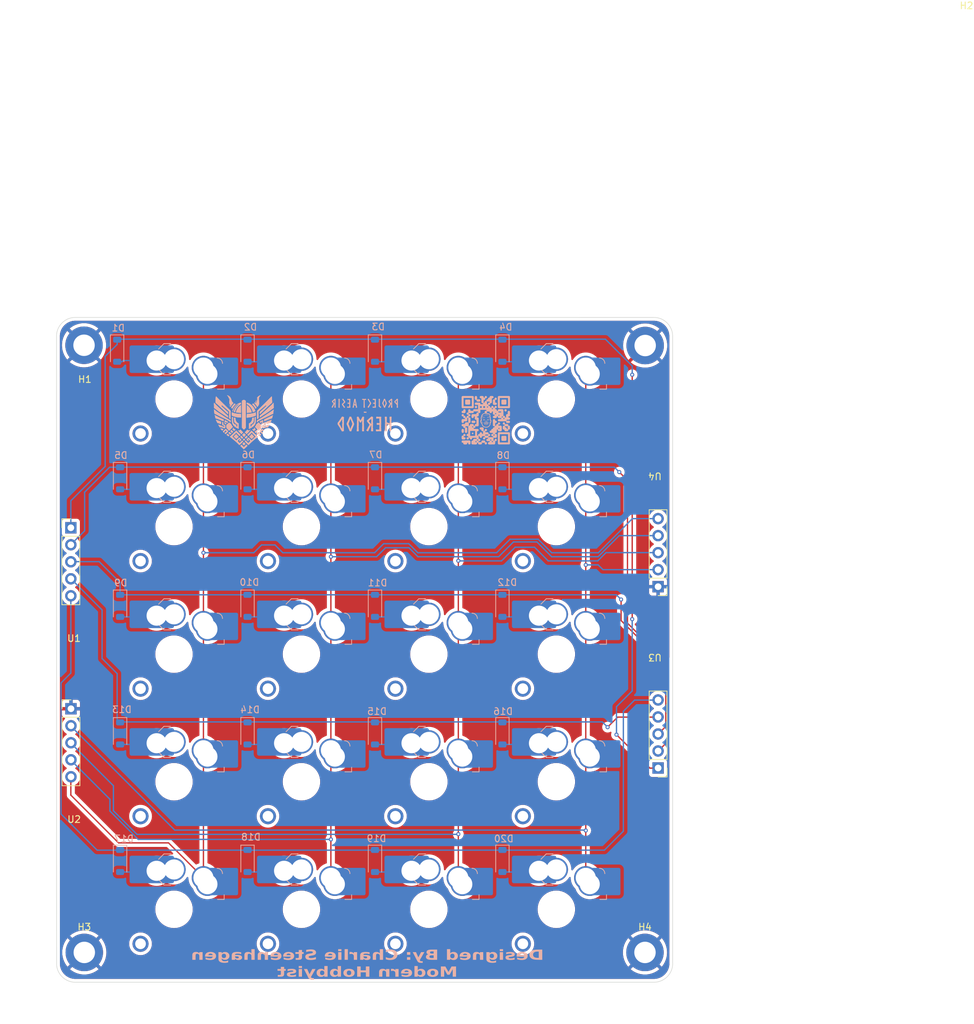
<source format=kicad_pcb>
(kicad_pcb (version 20240108) (generator "pcbnew") (generator_version "8.0")
  (layers (0 "F.Cu" signal) (31 "B.Cu" signal) (34 "B.Paste" user) (35 "F.Paste" user) (36 "B.SilkS" user "B.Silkscreen") (37 "F.SilkS" user "F.Silkscreen") (38 "B.Mask" user) (39 "F.Mask" user) (44 "Edge.Cuts" user))
  (net 0 "")
  (net 1 "Net-(D1-A)")
  (net 2 "col7")
  (net 3 "Net-(D2-A)")
  (net 4 "col8")
  (net 5 "Net-(D3-A)")
  (net 6 "col9")
  (net 7 "Net-(D4-A)")
  (net 8 "col10")
  (net 9 "Net-(D5-A)")
  (net 10 "Net-(D6-A)")
  (net 11 "Net-(D7-A)")
  (net 12 "Net-(D8-A)")
  (net 13 "Net-(D9-A)")
  (net 14 "Net-(D10-A)")
  (net 15 "Net-(D11-A)")
  (net 16 "Net-(D12-A)")
  (net 17 "Net-(D13-A)")
  (net 18 "Net-(D14-A)")
  (net 19 "Net-(D15-A)")
  (net 20 "Net-(D16-A)")
  (net 21 "Net-(D17-A)")
  (net 22 "Net-(D18-A)")
  (net 23 "Net-(D19-A)")
  (net 24 "Net-(D20-A)")
  (net 25 "row4")
  (net 26 "row3")
  (net 27 "row1")
  (net 28 "row2")
  (net 29 "row0")
  (net 30 "GND")
  (footprint "MountingHole:MountingHole_3.2mm_M3_DIN965_Pad" (layer "F.Cu") (at 108.53 30.11)
    (property "Reference" "H2")
    (property "Value" "MountingHole_Pad")
  )
  (footprint "MountingHole:MountingHole_3.2mm_M3_DIN965_Pad" (layer "F.Cu") (at 24.65 30.07)
    (property "Reference" "H1")
    (property "Value" "MountingHole_Pad")
  )
  (footprint "Pogo:Pogo_2.54mm_5p" (layer "F.Cu") (at 22.68 62.435)
    (property "Reference" "U1")
    (property "Value" "~")
  )
  (footprint "MountingHole:MountingHole_3.2mm_M3_DIN965_Pad" (layer "F.Cu") (at 24.69 120.74)
    (property "Reference" "H3")
    (property "Value" "MountingHole_Pad")
  )
  (footprint "Pogo:Pogo_2.54mm_5p" (layer "F.Cu") (at 110.46 88.09 180)
    (property "Reference" "U3")
    (property "Value" "~")
  )
  (footprint "Pogo:Pogo_2.54mm_5p" (layer "F.Cu") (at 110.46 61.01 180)
    (property "Reference" "U4")
    (property "Value" "~")
  )
  (footprint "Pogo:Pogo_2.54mm_5p" (layer "F.Cu") (at 22.7 89.46)
    (property "Reference" "U2")
    (property "Value" "~")
  )
  (footprint "MountingHole:MountingHole_3.2mm_M3_DIN965_Pad" (layer "F.Cu") (at 108.5 120.74)
    (property "Reference" "H4")
    (property "Value" "MountingHole_Pad")
  )
  (footprint "Diode_SMD:D_SOD-123" (layer "B.Cu") (at 68.14 30.8825 -90)
    (property "Reference" "D3")
    (property "Value" "D")
  )
  (footprint "ModHob:KS33_Choc-v2_HS_1U" (layer "B.Cu") (at 95.25 114.3)
    (property "Reference" "CH20")
    (property "Value" "ks33_hotswap_1U")
  )
  (footprint "ModHob:KS33_Choc-v2_HS_1U" (layer "B.Cu") (at 57.15 38.1)
    (property "Reference" "CH2")
    (property "Value" "ks33_hotswap_1U")
  )
  (footprint "Diode_SMD:D_SOD-123" (layer "B.Cu") (at 49.09 30.8825 -90)
    (property "Reference" "D2")
    (property "Value" "D")
  )
  (footprint "Diode_SMD:D_SOD-123" (layer "B.Cu") (at 87.19 107.0825 -90)
    (property "Reference" "D20")
    (property "Value" "D")
  )
  (footprint "Diode_SMD:D_SOD-123" (layer "B.Cu") (at 30.04 49.9325 -90)
    (property "Reference" "D5")
    (property "Value" "D")
  )
  (footprint "ModHob:KS33_Choc-v2_HS_1U" (layer "B.Cu") (at 57.15 114.3)
    (property "Reference" "CH18")
    (property "Value" "ks33_hotswap_1U")
  )
  (footprint "Diode_SMD:D_SOD-123" (layer "B.Cu") (at 49.09 68.9825 -90)
    (property "Reference" "D10")
    (property "Value" "D")
  )
  (footprint "ModHob:KS33_Choc-v2_HS_1U" (layer "B.Cu") (at 76.2 38.1)
    (property "Reference" "CH3")
    (property "Value" "ks33_hotswap_1U")
  )
  (footprint "Diode_SMD:D_SOD-123" (layer "B.Cu") (at 30.04 88.0325 -90)
    (property "Reference" "D13")
    (property "Value" "D")
  )
  (footprint "ModHob:KS33_Choc-v2_HS_1U" (layer "B.Cu") (at 38.1 57.15)
    (property "Reference" "CH5")
    (property "Value" "ks33_hotswap_1U")
  )
  (footprint "ModHob:KS33_Choc-v2_HS_1U" (layer "B.Cu") (at 95.25 76.2)
    (property "Reference" "CH12")
    (property "Value" "ks33_hotswap_1U")
  )
  (footprint "Diode_SMD:D_SOD-123" (layer "B.Cu") (at 49.09 49.9325 -90)
    (property "Reference" "D6")
    (property "Value" "D")
  )
  (footprint "ModHob:KS33_Choc-v2_HS_1U" (layer "B.Cu") (at 38.1 76.2)
    (property "Reference" "CH9")
    (property "Value" "ks33_hotswap_1U")
  )
  (footprint "ModHob:KS33_Choc-v2_HS_1U" (layer "B.Cu") (at 57.15 76.2)
    (property "Reference" "CH10")
    (property "Value" "ks33_hotswap_1U")
  )
  (footprint "Diode_SMD:D_SOD-123" (layer "B.Cu") (at 30.04 68.9825 -90)
    (property "Reference" "D9")
    (property "Value" "D")
  )
  (footprint "ModHob:KS33_Choc-v2_HS_1U" (layer "B.Cu") (at 57.15 95.25)
    (property "Reference" "CH14")
    (property "Value" "ks33_hotswap_1U")
  )
  (footprint "ModHob:KS33_Choc-v2_HS_1U" (layer "B.Cu") (at 76.2 76.2)
    (property "Reference" "CH11")
    (property "Value" "ks33_hotswap_1U")
  )
  (footprint "Diode_SMD:D_SOD-123" (layer "B.Cu") (at 49.09 88.0325 -90)
    (property "Reference" "D14")
    (property "Value" "D")
  )
  (footprint "ModHob:KS33_Choc-v2_HS_1U" (layer "B.Cu") (at 76.2 114.3)
    (property "Reference" "CH19")
    (property "Value" "ks33_hotswap_1U")
  )
  (footprint "ModHob:KS33_Choc-v2_HS_1U" (layer "B.Cu") (at 38.1 114.3)
    (property "Reference" "CH17")
    (property "Value" "ks33_hotswap_1U")
  )
  (footprint "Diode_SMD:D_SOD-123" (layer "B.Cu") (at 87.19 88.0325 -90)
    (property "Reference" "D16")
    (property "Value" "D")
  )
  (footprint "ModHob:KS33_Choc-v2_HS_1U" (layer "B.Cu") (at 57.15 57.15)
    (property "Reference" "CH6")
    (property "Value" "ks33_hotswap_1U")
  )
  (footprint "ModHob:KS33_Choc-v2_HS_1U" (layer "B.Cu") (at 95.25 57.15)
    (property "Reference" "CH8")
    (property "Value" "ks33_hotswap_1U")
  )
  (footprint "Diode_SMD:D_SOD-123" (layer "B.Cu") (at 68.14 49.9325 -90)
    (property "Reference" "D7")
    (property "Value" "D")
  )
  (footprint "Diode_SMD:D_SOD-123" (layer "B.Cu") (at 49.09 107.0825 -90)
    (property "Reference" "D18")
    (property "Value" "D")
  )
  (footprint "ModHob:KS33_Choc-v2_HS_1U" (layer "B.Cu") (at 38.1 38.1)
    (property "Reference" "CH1")
    (property "Value" "ks33_hotswap_1U")
  )
  (footprint "ModHob:KS33_Choc-v2_HS_1U" (layer "B.Cu") (at 95.25 95.25)
    (property "Reference" "CH16")
    (property "Value" "ks33_hotswap_1U")
  )
  (footprint "Diode_SMD:D_SOD-123" (layer "B.Cu") (at 68.14 68.9825 -90)
    (property "Reference" "D11")
    (property "Value" "D")
  )
  (footprint "Diode_SMD:D_SOD-123" (layer "B.Cu") (at 87.19 30.8825 -90)
    (property "Reference" "D4")
    (property "Value" "D")
  )
  (footprint "ModHob:KS33_Choc-v2_HS_1U" (layer "B.Cu") (at 76.2 57.15)
    (property "Reference" "CH7")
    (property "Value" "ks33_hotswap_1U")
  )
  (footprint "Diode_SMD:D_SOD-123" (layer "B.Cu") (at 30.04 107.0825 -90)
    (property "Reference" "D17")
    (property "Value" "D")
  )
  (footprint "Diode_SMD:D_SOD-123" (layer "B.Cu") (at 29.6 30.8825 -90)
    (property "Reference" "D1")
    (property "Value" "D")
  )
  (footprint "Diode_SMD:D_SOD-123" (layer "B.Cu") (at 87.19 49.9325 -90)
    (property "Reference" "D8")
    (property "Value" "D")
  )
  (footprint "ModHob:KS33_Choc-v2_HS_1U" (layer "B.Cu") (at 38.1 95.25)
    (property "Reference" "CH13")
    (property "Value" "ks33_hotswap_1U")
  )
  (footprint "ModHob:KS33_Choc-v2_HS_1U" (layer "B.Cu") (at 76.2 95.25)
    (property "Reference" "CH15")
    (property "Value" "ks33_hotswap_1U")
  )
  (footprint "ModHob:KS33_Choc-v2_HS_1U" (layer "B.Cu") (at 95.25 38.1)
    (property "Reference" "CH4")
    (property "Value" "ks33_hotswap_1U")
  )
  (footprint "Diode_SMD:D_SOD-123" (layer "B.Cu") (at 68.14 88.0325 -90)
    (property "Reference" "D15")
    (property "Value" "D")
  )
  (footprint "Diode_SMD:D_SOD-123" (layer "B.Cu") (at 87.19 68.9825 -90)
    (property "Reference" "D12")
    (property "Value" "D")
  )
  (footprint "Diode_SMD:D_SOD-123" (layer "B.Cu") (at 68.14 107.0825 -90)
    (property "Reference" "D19")
    (property "Value" "D")
  )
  (gr_poly (pts (xy 49.42088 39.807812) (xy 49.414418 39.808545) (xy 49.407664 39.80979) (xy 49.400617 39.811547) (xy 49.393282 39.813815) (xy 49.385658 39.816593) (xy 49.377747 39.819883) (xy 49.369553 39.823684) (xy 49.361075 39.827995) (xy 49.352316 39.832816) (xy 49.343277 39.838147) (xy 49.349098 39.944086) (xy 49.349098 39.94398) (xy 49.485411 39.921649) (xy 49.485831 39.911063) (xy 49.48592 39.900994) (xy 49.485679 39.891442) (xy 49.485112 39.882406) (xy 49.484219 39.873886) (xy 49.483002 39.865883) (xy 49.481463 39.858395) (xy 49.479604 39.851422) (xy 49.477425 39.844965) (xy 49.47493 39.839023) (xy 49.47212 39.833596) (xy 49.468995 39.828684) (xy 49.465559 39.824286) (xy 49.461813 39.820402) (xy 49.457758 39.817032) (xy 49.453397 39.814176) (xy 49.44873 39.811833) (xy 49.44376 39.810003) (xy 49.438488 39.808687) (xy 49.432916 39.807883) (xy 49.427046 39.807591)) (stroke (width -0.000001)) (fill solid) (layer "B.SilkS"))
  (gr_poly (pts (xy 70.307369 40.755829) (xy 70.319276 40.969083) (xy 70.334092 41.149793) (xy 70.369547 41.20615) (xy 70.337003 41.232872) (xy 70.348909 41.428399) (xy 70.322186 41.715737) (xy 70.316365 41.712826) (xy 70.192011 41.668377) (xy 70.144651 41.686103) (xy 70.117928 41.65356) (xy 69.996484 41.600114) (xy 69.940128 41.573391) (xy 69.907584 41.558575) (xy 69.895678 41.47867) (xy 69.904674 41.20906) (xy 69.910495 40.94236) (xy 69.925311 40.823826) (xy 69.880861 40.737837) (xy 69.771324 40.740747) (xy 69.60252 40.746568) (xy 69.611516 40.894735) (xy 69.629242 41.063539) (xy 69.629242 41.060628) (xy 69.632153 41.173341) (xy 69.661786 41.21197) (xy 69.635063 41.29796) (xy 69.64988 41.576566) (xy 69.640884 41.709916) (xy 69.635063 41.769183) (xy 69.629242 42.299672) (xy 69.623422 42.679085) (xy 69.602784 42.753168) (xy 69.596963 42.916151) (xy 69.706501 42.921972) (xy 69.87848 42.921972) (xy 69.917109 42.818256) (xy 69.896472 42.486469) (xy 69.866838 42.459746) (xy 69.911288 42.412386) (xy 69.905467 41.955979) (xy 69.914463 41.914439) (xy 69.911553 41.860994) (xy 70.083532 41.899623) (xy 70.086442 41.899623) (xy 70.317688 41.997519) (xy 70.332505 42.513192) (xy 70.335415 42.522187) (xy 70.317688 42.67935) (xy 70.308692 42.8127) (xy 70.311603 42.922237) (xy 70.433047 42.928058) (xy 70.619843 42.910331) (xy 70.610847 42.711894) (xy 70.563486 42.655537) (xy 70.605026 42.611087) (xy 70.610847 42.424292) (xy 70.584124 42.018421) (xy 70.58333 42.018156) (xy 70.603968 41.683193) (xy 70.592061 41.392681) (xy 70.612699 41.20906) (xy 70.621695 41.013533) (xy 70.612699 40.954266) (xy 70.633336 40.770645) (xy 70.562163 40.723285)) (stroke (width -0.000001)) (fill solid) (layer "B.SilkS"))
  (gr_poly (pts (xy 81.248525 43.599675) (xy 81.241098 43.600326) (xy 81.233855 43.601426) (xy 81.226804 43.602965) (xy 81.219955 43.604937) (xy 81.213315 43.607331) (xy 81.206895 43.610141) (xy 81.200702 43.613357) (xy 81.194745 43.616973) (xy 81.189033 43.620978) (xy 81.183574 43.625366) (xy 81.178378 43.630128) (xy 81.173453 43.635256) (xy 81.168807 43.640741) (xy 81.16445 43.646575) (xy 81.16039 43.652751) (xy 81.156636 43.659259) (xy 81.153196 43.666091) (xy 81.15008 43.67324) (xy 81.147295 43.680697) (xy 81.144852 43.688454) (xy 81.142757 43.696502) (xy 81.14102 43.704833) (xy 81.139651 43.71344) (xy 81.138656 43.722313) (xy 81.137034 43.748396) (xy 81.135843 43.784722) (xy 81.135241 43.8277) (xy 81.135382 43.873741) (xy 81.136424 43.919253) (xy 81.138522 43.960647) (xy 81.140017 43.978677) (xy 81.141834 43.994331) (xy 81.143993 44.00716) (xy 81.146514 44.016715) (xy 81.148164 44.021068) (xy 81.150011 44.025285) (xy 81.15205 44.029368) (xy 81.154273 44.033316) (xy 81.156672 44.037132) (xy 81.15924 44.040814) (xy 81.161971 44.044365) (xy 81.164856 44.047784) (xy 81.171062 44.054231) (xy 81.177801 44.060159) (xy 81.185013 44.065575) (xy 81.192641 44.070482) (xy 81.200628 44.074885) (xy 81.208915 44.078791) (xy 81.217444 44.082203) (xy 81.226156 44.085128) (xy 81.234995 44.087569) (xy 81.243902 44.089531) (xy 81.252819 44.091021) (xy 81.261688 44.092042) (xy 81.28777 44.093664) (xy 81.324096 44.094855) (xy 81.367075 44.095458) (xy 81.413116 44.095316) (xy 81.458628 44.094275) (xy 81.500021 44.092176) (xy 81.518051 44.090682) (xy 81.533705 44.088865) (xy 81.546534 44.086705) (xy 81.55609 44.084184) (xy 81.562864 44.081519) (xy 81.569355 44.078362) (xy 81.575558 44.07474) (xy 81.581467 44.07068) (xy 81.587075 44.066208) (xy 81.592376 44.061351) (xy 81.597365 44.056134) (xy 81.602034 44.050584) (xy 81.606379 44.044727) (xy 81.610392 44.038591) (xy 81.614069 44.0322) (xy 81.617402 44.025583) (xy 81.620386 44.018764) (xy 81.623014 44.011772) (xy 81.625281 44.00463) (xy 81.62718 43.997368) (xy 81.628706 43.990009) (xy 81.629851 43.982582) (xy 81.630611 43.975113) (xy 81.630979 43.967627) (xy 81.630949 43.960151) (xy 81.630515 43.952712) (xy 81.62967 43.945336) (xy 81.628409 43.93805) (xy 81.626726 43.930879) (xy 81.624614 43.92385) (xy 81.622068 43.91699) (xy 81.619081 43.910325) (xy 81.615647 43.903882) (xy 81.61176 43.897686) (xy 81.607414 43.891764) (xy 81.602604 43.886143) (xy 81.597425 43.880898) (xy 81.592034 43.876103) (xy 81.586439 43.871739) (xy 81.580652 43.867787) (xy 81.574685 43.864227) (xy 81.568547 43.861041) (xy 81.562251 43.858208) (xy 81.555806 43.855709) (xy 81.542515 43.851637) (xy 81.528762 43.84867) (xy 81.514635 43.846654) (xy 81.50022 43.845434) (xy 81.485605 43.844854) (xy 81.470878 43.84476) (xy 81.441434 43.845412) (xy 81.412588 43.846152) (xy 81.398607 43.846168) (xy 81.385037 43.845741) (xy 81.384957 43.845741) (xy 81.384413 43.829492) (xy 81.384518 43.812832) (xy 81.385672 43.778816) (xy 81.386218 43.761728) (xy 81.386408 43.744766) (xy 81.385993 43.728064) (xy 81.384719 43.711756) (xy 81.383682 43.703792) (xy 81.382337 43.695977) (xy 81.380652 43.688327) (xy 81.378595 43.68086) (xy 81.376135 43.673592) (xy 81.373242 43.666539) (xy 81.369883 43.65972) (xy 81.366026 43.65315) (xy 81.361642 43.646846) (xy 81.356698 43.640826) (xy 81.351162 43.635105) (xy 81.345004 43.629701) (xy 81.338193 43.62463) (xy 81.330696 43.619909) (xy 81.322482 43.615555) (xy 81.31352 43.611585) (xy 81.304935 43.608355) (xy 81.296464 43.605638) (xy 81.288116 43.603428) (xy 81.279899 43.601715) (xy 81.271823 43.600492) (xy 81.263897 43.599749) (xy 81.256128 43.59948)) (stroke (width 0.1) (color 255 255 255 1)) (fill none) (layer "B.SilkS"))
  (gr_poly (pts (xy 83.052645 44.087333) (xy 83.013149 44.088545) (xy 82.979518 44.090644) (xy 82.965792 44.092051) (xy 82.954598 44.093708) (xy 82.944626 44.095933) (xy 82.935365 44.098836) (xy 82.926788 44.102384) (xy 82.918872 44.106544) (xy 82.91159 44.111282) (xy 82.904916 44.116567) (xy 82.898825 44.122366) (xy 82.893293 44.128644) (xy 82.888292 44.135371) (xy 82.883798 44.142512) (xy 82.879785 44.150034) (xy 82.876228 44.157906) (xy 82.873101 44.166093) (xy 82.870379 44.174564) (xy 82.866046 44.192223) (xy 82.863026 44.210619) (xy 82.861114 44.22949) (xy 82.860106 44.248572) (xy 82.859799 44.267603) (xy 82.861492 44.337945) (xy 82.777832 44.336066) (xy 82.757605 44.336418) (xy 82.738004 44.337659) (xy 82.728493 44.3387) (xy 82.719205 44.340069) (xy 82.710161 44.3418) (xy 82.701383 44.343928) (xy 82.692893 44.346488) (xy 82.684713 44.349516) (xy 82.676865 44.353046) (xy 82.669371 44.357114) (xy 82.662253 44.361753) (xy 82.655533 44.367001) (xy 82.649232 44.37289) (xy 82.643373 44.379457) (xy 82.637978 44.386736) (xy 82.633068 44.394763) (xy 82.628665 44.403572) (xy 82.624792 44.413199) (xy 82.621471 44.423678) (xy 82.618722 44.435044) (xy 82.616569 44.447333) (xy 82.615033 44.460579) (xy 82.613317 44.486633) (xy 82.611954 44.521264) (xy 82.611078 44.56151) (xy 82.610825 44.604407) (xy 82.611332 44.646991) (xy 82.612733 44.6863) (xy 82.615165 44.719368) (xy 82.61681 44.732637) (xy 82.618763 44.743234) (xy 82.619856 44.747497) (xy 82.621137 44.751656) (xy 82.622599 44.755709) (xy 82.624238 44.759658) (xy 82.626045 44.763502) (xy 82.628016 44.767242) (xy 82.630144 44.770876) (xy 82.632423 44.774407) (xy 82.637409 44.781155) (xy 82.642926 44.787487) (xy 82.648924 44.793404) (xy 82.655355 44.798906) (xy 82.662168 44.803993) (xy 82.669316 44.808668) (xy 82.676749 44.81293) (xy 82.684418 44.816781) (xy 82.692274 44.820221) (xy 82.700268 44.823252) (xy 82.708351 44.825873) (xy 82.716473 44.828086) (xy 82.780184 44.826423) (xy 82.845498 44.827094) (xy 82.978629 44.831876) (xy 83.045294 44.83421) (xy 83.111255 44.835319) (xy 83.175936 44.834315) (xy 83.207617 44.832743) (xy 83.238761 44.830309) (xy 83.248133 44.829089) (xy 83.257207 44.827235) (xy 83.265969 44.824777) (xy 83.274406 44.821745) (xy 83.282504 44.818168) (xy 83.29025 44.814076) (xy 83.297632 44.809498) (xy 83.304636 44.804466) (xy 83.311248 44.799008) (xy 83.317456 44.793153) (xy 83.323246 44.786933) (xy 83.328606 44.780376) (xy 83.333521 44.773513) (xy 83.337979 44.766372) (xy 83.341967 44.758985) (xy 83.34547 44.75138) (xy 83.348477 44.743587) (xy 83.350974 44.735637) (xy 83.352947 44.727558) (xy 83.354384 44.719381) (xy 83.355271 44.711135) (xy 83.355595 44.702851) (xy 83.355342 44.694557) (xy 83.3545 44.686284) (xy 83.353056 44.678061) (xy 83.350996 44.669918) (xy 83.348307 44.661885) (xy 83.344975 44.653992) (xy 83.340988 44.646268) (xy 83.336332 44.638743) (xy 83.330995 44.631447) (xy 83.324962 44.62441) (xy 83.322705 44.622242) (xy 83.319615 44.619685) (xy 83.315808 44.616813) (xy 83.311401 44.613698) (xy 83.301256 44.607032) (xy 83.290116 44.60027) (xy 83.278916 44.593996) (xy 83.273587 44.591223) (xy 83.268593 44.588792) (xy 83.264052 44.586774) (xy 83.260081 44.585242) (xy 83.256798 44.584269) (xy 83.25545 44.584015) (xy 83.254318 44.583929) (xy 83.107474 44.583929) (xy 83.107474 44.337866) (xy 83.11643 44.336998) (xy 83.125731 44.336525) (xy 83.135323 44.336388) (xy 83.145154 44.336527) (xy 83.165315 44.337392) (xy 83.185787 44.33864) (xy 83.206145 44.339792) (xy 83.22596 44.340366) (xy 83.235531 44.340288) (xy 83.244806 44.339885) (xy 83.253732 44.339098) (xy 83.262255 44.337866) (xy 83.262335 44.337945) (xy 83.272625 44.335529) (xy 83.28238 44.332076) (xy 83.291582 44.327658) (xy 83.300213 44.322342) (xy 83.308256 44.316199) (xy 83.315693 44.309299) (xy 83.322507 44.301711) (xy 83.328679 44.293504) (xy 83.334192 44.284748) (xy 83.339029 44.275513) (xy 83.343172 44.265868) (xy 83.346602 44.255883) (xy 83.349303 44.245627) (xy 83.351257 44.23517) (xy 83.352446 44.224582) (xy 83.352853 44.213932) (xy 83.352459 44.203289) (xy 83.351247 44.192724) (xy 83.3492 44.182305) (xy 83.3463 44.172103) (xy 83.342529 44.162187) (xy 83.337869 44.152627) (xy 83.332304 44.143491) (xy 83.325814 44.134851) (xy 83.318383 44.126774) (xy 83.309993 44.119332) (xy 83.300626 44.112592) (xy 83.290265 44.106626) (xy 83.278892 44.101503) (xy 83.266489 44.097291) (xy 83.253038 44.094061) (xy 83.238523 44.091883) (xy 83.212379 44.089816) (xy 83.177874 44.08825) (xy 83.137853 44.087263) (xy 83.095162 44.086932)) (stroke (width 0.1) (color 255 255 255 1)) (fill none) (layer "B.SilkS"))
  (gr_poly (pts (xy 86.415026 41.878172) (xy 86.407206 41.878887) (xy 86.399489 41.880063) (xy 86.391906 41.88171) (xy 86.38449 41.883839) (xy 86.37727 41.886456) (xy 86.370277 41.889573) (xy 86.363543 41.893197) (xy 86.357099 41.897338) (xy 86.350975 41.902006) (xy 86.34527 41.907065) (xy 86.340047 41.912366) (xy 86.335286 41.917896) (xy 86.330966 41.923645) (xy 86.327068 41.929599) (xy 86.32357 41.935745) (xy 86.320452 41.942073) (xy 86.317693 41.948569) (xy 86.315274 41.955222) (xy 86.313173 41.962018) (xy 86.309847 41.975994) (xy 86.307549 41.990398) (xy 86.306118 42.005134) (xy 86.305389 42.020102) (xy 86.305198 42.035204) (xy 86.305779 42.065419) (xy 86.306552 42.094994) (xy 86.306601 42.109296) (xy 86.306207 42.123144) (xy 86.268873 42.119575) (xy 86.234937 42.118175) (xy 86.219211 42.118312) (xy 86.204298 42.119021) (xy 86.190184 42.12031) (xy 86.176856 42.122189) (xy 86.164302 42.124668) (xy 86.152509 42.127757) (xy 86.141465 42.131464) (xy 86.131157 42.1358) (xy 86.121573 42.140773) (xy 86.112699 42.146394) (xy 86.104524 42.152672) (xy 86.097034 42.159617) (xy 86.090217 42.167238) (xy 86.084061 42.175545) (xy 86.078552 42.184548) (xy 86.073679 42.194255) (xy 86.069428 42.204677) (xy 86.065787 42.215822) (xy 86.062743 42.227702) (xy 86.060284 42.240324) (xy 86.058397 42.2537) (xy 86.057069 42.267837) (xy 86.056288 42.282747) (xy 86.056041 42.298438) (xy 86.0571 42.332202) (xy 86.060145 42.369207) (xy 86.022823 42.36565) (xy 85.988897 42.364257) (xy 85.973175 42.364397) (xy 85.958265 42.365106) (xy 85.944153 42.366396) (xy 85.930827 42.368274) (xy 85.918274 42.370752) (xy 85.906482 42.373838) (xy 85.895438 42.377543) (xy 85.88513 42.381876) (xy 85.875545 42.386846) (xy 85.86667 42.392464) (xy 85.858493 42.398739) (xy 85.851002 42.40568) (xy 85.844183 42.413297) (xy 85.838024 42.421601) (xy 85.832513 42.430599) (xy 85.827637 42.440303) (xy 85.823384 42.450722) (xy 85.81974 42.461866) (xy 85.816694 42.473743) (xy 85.814232 42.486365) (xy 85.812343 42.499739) (xy 85.811013 42.513877) (xy 85.810231 42.528788) (xy 85.809982 42.544481) (xy 85.811039 42.578252) (xy 85.814082 42.615269) (xy 85.776773 42.611699) (xy 85.742854 42.610297) (xy 85.727135 42.610433) (xy 85.712225 42.611139) (xy 85.698113 42.612426) (xy 85.684787 42.614303) (xy 85.672233 42.61678) (xy 85.660439 42.619866) (xy 85.649392 42.62357) (xy 85.639081 42.627904) (xy 85.629493 42.632875) (xy 85.620615 42.638494) (xy 85.612434 42.64477) (xy 85.604939 42.651712) (xy 85.598117 42.659332) (xy 85.591954 42.667637) (xy 85.58644 42.676639) (xy 85.581561 42.686345) (xy 85.577304 42.696766) (xy 85.573658 42.707912) (xy 85.57061 42.719792) (xy 85.568147 42.732416) (xy 85.566258 42.745793) (xy 85.564928 42.759933) (xy 85.564146 42.774845) (xy 85.5639 42.79054) (xy 85.564964 42.824314) (xy 85.56802 42.861332) (xy 85.553151 42.862126) (xy 85.538011 42.862216) (xy 85.507258 42.861162) (xy 85.476446 42.859927) (xy 85.461231 42.859791) (xy 85.446259 42.86027) (xy 85.431613 42.861584) (xy 85.42444 42.862622) (xy 85.417381 42.863951) (xy 85.410446 42.865599) (xy 85.403647 42.867593) (xy 85.396994 42.86996) (xy 85.390498 42.872729) (xy 85.384169 42.875925) (xy 85.378018 42.879578) (xy 85.372056 42.883714) (xy 85.366293 42.888361) (xy 85.360741 42.893547) (xy 85.35541 42.899298) (xy 85.35031 42.905643) (xy 85.345452 42.912608) (xy 85.340201 42.921215) (xy 85.335602 42.929818) (xy 85.331643 42.938402) (xy 85.328313 42.946952) (xy 85.325602 42.955451) (xy 85.323497 42.963884) (xy 85.321987 42.972234) (xy 85.321062 42.980486) (xy 85.320709 42.988624) (xy 85.320918 42.996632) (xy 85.321677 43.004494) (xy 85.322975 43.012194) (xy 85.3248 43.019716) (xy 85.327141 43.027045) (xy 85.329988 43.034164) (xy 85.333328 43.041057) (xy 85.33715 43.047709) (xy 85.341443 43.054104) (xy 85.346196 43.060225) (xy 85.351398 43.066058) (xy 85.357036 43.071586) (xy 85.3631 43.076792) (xy 85.369579 43.081662) (xy 85.376461 43.086179) (xy 85.383734 43.090328) (xy 85.391388 43.094092) (xy 85.399412 43.097456) (xy 85.407793 43.100403) (xy 85.416521 43.102918) (xy 85.425584 43.104985) (xy 85.434971 43.106589) (xy 85.444671 43.107712) (xy 85.46687 43.109345) (xy 85.489386 43.110371) (xy 85.535197 43.110933) (xy 85.581766 43.11006) (xy 85.628752 43.108417) (xy 85.675816 43.106665) (xy 85.722619 43.105469) (xy 85.768821 43.105491) (xy 85.79159 43.106166) (xy 85.814082 43.107395) (xy 85.814082 43.262176) (xy 85.814298 43.266236) (xy 85.814931 43.270301) (xy 85.815962 43.274361) (xy 85.817371 43.278408) (xy 85.819138 43.282436) (xy 85.821243 43.286434) (xy 85.823666 43.290396) (xy 85.826387 43.294313) (xy 85.829386 43.298177) (xy 85.832644 43.30198) (xy 85.839854 43.30937) (xy 85.847859 43.316417) (xy 85.856498 43.323057) (xy 85.865613 43.329224) (xy 85.875044 43.334854) (xy 85.884631 43.339881) (xy 85.894215 43.34424) (xy 85.903637 43.347866) (xy 85.912737 43.350694) (xy 85.921356 43.352659) (xy 85.929335 43.353696) (xy 85.942173 43.354181) (xy 85.954183 43.353729) (xy 85.965392 43.352381) (xy 85.975826 43.350177) (xy 85.985512 43.347159) (xy 85.994475 43.343368) (xy 86.002741 43.338844) (xy 86.010338 43.333629) (xy 86.017291 43.327762) (xy 86.023627 43.321287) (xy 86.029373 43.314242) (xy 86.034553 43.306669) (xy 86.039195 43.29861) (xy 86.043325 43.290105) (xy 86.046969 43.281194) (xy 86.050153 43.271919) (xy 86.055249 43.252441) (xy 86.058822 43.231997) (xy 86.061083 43.210915) (xy 86.062242 43.189523) (xy 86.062509 43.168147) (xy 86.062095 43.147116) (xy 86.060065 43.107395) (xy 86.140316 43.109304) (xy 86.160243 43.109039) (xy 86.17972 43.107943) (xy 86.189228 43.107) (xy 86.19855 43.105748) (xy 86.20766 43.104154) (xy 86.216533 43.102186) (xy 86.225146 43.099809) (xy 86.233473 43.09699) (xy 86.24149 43.093695) (xy 86.249172 43.089891) (xy 86.256493 43.085545) (xy 86.263431 43.080624) (xy 86.269958 43.075093) (xy 86.276052 43.068919) (xy 86.281687 43.062069) (xy 86.286838 43.05451) (xy 86.291482 43.046208) (xy 86.295592 43.037129) (xy 86.299144 43.02724) (xy 86.302114 43.016508) (xy 86.304477 43.0049) (xy 86.306207 42.992381) (xy 86.308209 42.970055) (xy 86.309486 42.94729) (xy 86.310136 42.924143) (xy 86.310259 42.900675) (xy 86.309312 42.853008) (xy 86.307428 42.804758) (xy 86.305391 42.756396) (xy 86.303986 42.708394) (xy 86.303997 42.661221) (xy 86.304778 42.638093) (xy 86.306207 42.615349) (xy 86.460988 42.615349) (xy 86.463995 42.615147) (xy 86.467154 42.614556) (xy 86.47045 42.613594) (xy 86.473867 42.612284) (xy 86.477387 42.610644) (xy 86.480996 42.608696) (xy 86.488411 42.603954) (xy 86.495982 42.59822) (xy 86.503579 42.591658) (xy 86.51107 42.584428) (xy 86.518327 42.576694) (xy 86.525218 42.568617) (xy 86.531613 42.56036) (xy 86.537382 42.552086) (xy 86.542394 42.543956) (xy 86.546519 42.536134) (xy 86.549627 42.52878) (xy 86.550759 42.52533) (xy 86.551587 42.522059) (xy 86.552096 42.518985) (xy 86.55227 42.516131) (xy 86.55227 42.369287) (xy 86.798332 42.369287) (xy 86.798332 42.615349) (xy 86.643551 42.615349) (xy 86.640964 42.615483) (xy 86.638298 42.615875) (xy 86.635563 42.616514) (xy 86.632766 42.617387) (xy 86.629917 42.618482) (xy 86.627023 42.619786) (xy 86.624094 42.621288) (xy 86.621137 42.622974) (xy 86.615177 42.626852) (xy 86.609211 42.631322) (xy 86.603307 42.636285) (xy 86.597533 42.641642) (xy 86.591959 42.647295) (xy 86.586652 42.653145) (xy 86.581681 42.659094) (xy 86.577114 42.665043) (xy 86.57302 42.670893) (xy 86.569466 42.676546) (xy 86.566522 42.681904) (xy 86.564255 42.686866) (xy 86.56123 42.69493) (xy 86.558667 42.702936) (xy 86.556562 42.710874) (xy 86.554908 42.718732) (xy 86.553699 42.726499) (xy 86.55293 42.734164) (xy 86.552593 42.741716) (xy 86.552684 42.749145) (xy 86.553196 42.756438) (xy 86.554123 42.763585) (xy 86.555459 42.770576) (xy 86.557198 42.777398) (xy 86.559334 42.784041) (xy 86.561862 42.790493) (xy 86.564774 42.796745) (xy 86.568065 42.802783) (xy 86.57173 42.808599) (xy 86.575761 42.81418) (xy 86.580153 42.819515) (xy 86.584901 42.824593) (xy 86.589997 42.829404) (xy 86.595436 42.833936) (xy 86.601212 42.838179) (xy 86.607319 42.84212) (xy 86.61375 42.845749) (xy 86.620501 42.849056) (xy 86.627564 42.852028) (xy 86.634935 42.854655) (xy 86.642606 42.856926) (xy 86.650572 42.85883) (xy 86.658826 42.860355) (xy 86.667363 42.861491) (xy 86.69302 42.863333) (xy 86.729221 42.864677) (xy 86.772321 42.865413) (xy 86.818672 42.86543) (xy 86.864629 42.864617) (xy 86.906545 42.862864) (xy 86.940774 42.86006) (xy 86.953867 42.858229) (xy 86.96367 42.856094) (xy 86.967932 42.854749) (xy 86.972097 42.853191) (xy 86.976166 42.851427) (xy 86.980135 42.849466) (xy 86.984005 42.847315) (xy 86.987772 42.844982) (xy 86.991435 42.842475) (xy 86.994992 42.839802) (xy 87.001785 42.83399) (xy 87.008136 42.827608) (xy 87.014032 42.82072) (xy 87.019461 42.81339) (xy 87.024409 42.80568) (xy 87.028862 42.797654) (xy 87.032809 42.789375) (xy 87.036235 42.780906) (xy 87.039128 42.77231) (xy 87.041474 42.763652) (xy 87.04326 42.754993) (xy 87.044474 42.746398) (xy 87.047288 42.715163) (xy 87.049116 42.683252) (xy 87.050087 42.650756) (xy 87.050328 42.617767) (xy 87.049129 42.550669) (xy 87.046538 42.482684) (xy 87.041259 42.346961) (xy 87.040611 42.280676) (xy 87.04123 42.248245) (xy 87.042648 42.21641) (xy 87.041751 42.212113) (xy 87.040641 42.207871) (xy 87.039326 42.203687) (xy 87.037812 42.199567) (xy 87.036107 42.195512) (xy 87.034217 42.191529) (xy 87.03215 42.187619) (xy 87.029913 42.183787) (xy 87.024955 42.176373) (xy 87.019399 42.169317) (xy 87.013303 42.16265) (xy 87.006721 42.156403) (xy 86.999711 42.150606) (xy 86.992328 42.145289) (xy 86.984629 42.140484) (xy 86.976669 42.136222) (xy 86.968505 42.132532) (xy 86.960194 42.129447) (xy 86.95179 42.126995) (xy 86.94335 42.125209) (xy 86.921293 42.122094) (xy 86.898389 42.120012) (xy 86.874749 42.118827) (xy 86.850489 42.118404) (xy 86.800562 42.119297) (xy 86.749517 42.121607) (xy 86.698263 42.124249) (xy 86.647711 42.126135) (xy 86.622982 42.126457) (xy 86.59877 42.126182) (xy 86.575187 42.125177) (xy 86.552349 42.123304) (xy 86.551481 42.114348) (xy 86.551008 42.105047) (xy 86.550871 42.095455) (xy 86.55101 42.085624) (xy 86.551875 42.065463) (xy 86.553123 42.04499) (xy 86.554275 42.024633) (xy 86.55485 42.004818) (xy 86.554771 41.995247) (xy 86.554368 41.985972) (xy 86.553581 41.977046) (xy 86.552349 41.968523) (xy 86.55219 41.968284) (xy 86.550543 41.960891) (xy 86.548287 41.95375) (xy 86.545452 41.94687) (xy 86.54207 41.94026) (xy 86.538171 41.93393) (xy 86.533787 41.927888) (xy 86.528948 41.922144) (xy 86.523686 41.916706) (xy 86.518032 41.911585) (xy 86.512016 41.906788) (xy 86.50567 41.902326) (xy 86.499024 41.898207) (xy 86.49211 41.89444) (xy 86.484958 41.891035) (xy 86.4776 41.888001) (xy 86.470067 41.885347) (xy 86.462389 41.883082) (xy 86.454598 41.881215) (xy 86.446725 41.879755) (xy 86.4388 41.878712) (xy 86.430854 41.878094) (xy 86.42292 41.877911)) (stroke (width 0.1) (color 255 255 255 1)) (fill none) (layer "B.SilkS"))
  (gr_poly (pts (xy 49.772008 38.876334) (xy 49.772075 38.876296) (xy 49.772008 38.876228)) (stroke (width -0.000001)) (fill solid) (layer "B.SilkS"))
  (gr_poly (pts (xy 45.650224 41.797968) (xy 45.822627 41.868454) (xy 45.825146 41.867835) (xy 45.828077 41.866659) (xy 45.831384 41.864958) (xy 45.835033 41.862766) (xy 45.843217 41.857051) (xy 45.852349 41.849786) (xy 45.862149 41.841245) (xy 45.872339 41.831702) (xy 45.882638 41.821432) (xy 45.892768 41.810708) (xy 45.902448 41.799804) (xy 45.9114 41.788995) (xy 45.919345 41.778553) (xy 45.926003 41.768754) (xy 45.931094 41.75987) (xy 45.932964 41.755857) (xy 45.934339 41.752176) (xy 45.935182 41.748861) (xy 45.935459 41.745946) (xy 45.935135 41.743465) (xy 45.934174 41.741453) (xy 45.934068 41.741453) (xy 45.733302 41.656469) (xy 45.817546 41.502694) (xy 45.950155 41.571909) (xy 45.955447 41.688325) (xy 45.97315 41.681478) (xy 45.990339 41.673702) (xy 46.007071 41.665101) (xy 46.023404 41.655777) (xy 46.039393 41.64583) (xy 46.055097 41.635363) (xy 46.070571 41.624478) (xy 46.085873 41.613276) (xy 46.146498 41.567343) (xy 46.161792 41.556087) (xy 46.177256 41.545126) (xy 46.192946 41.534561) (xy 46.208918 41.524495) (xy 45.691182 41.233771)) (stroke (width -0.000001)) (fill solid) (layer "B.SilkS"))
  (gr_poly (pts (xy 48.012102 42.664265) (xy 48.001452 42.677598) (xy 47.990259 42.690672) (xy 47.978576 42.703492) (xy 47.966454 42.716064) (xy 47.953944 42.728393) (xy 47.941098 42.740486) (xy 47.927968 42.752347) (xy 47.901059 42.775398) (xy 47.873629 42.797591) (xy 47.84609 42.81897) (xy 47.818854 42.83958) (xy 47.815794 42.839635) (xy 47.812325 42.839) (xy 47.808467 42.837721) (xy 47.804243 42.835847) (xy 47.794784 42.830504) (xy 47.784121 42.823351) (xy 47.759881 42.805145) (xy 47.732917 42.784282) (xy 47.71885 42.773809) (xy 47.704624 42.763816) (xy 47.690415 42.754686) (xy 47.676395 42.746801) (xy 47.669512 42.743444) (xy 47.662741 42.740541) (xy 47.656105 42.73814) (xy 47.649625 42.736289) (xy 47.643324 42.735035) (xy 47.637223 42.734426) (xy 47.631343 42.73451) (xy 47.625708 42.735334) (xy 47.625734 42.735334) (xy 47.625761 42.735334) (xy 47.625813 42.735334) (xy 47.852932 43.020872) (xy 47.872169 43.041961) (xy 47.891858 43.062823) (xy 47.93235 43.103989) (xy 47.973918 43.144617) (xy 48.016074 43.184954) (xy 48.100195 43.265739) (xy 48.141183 43.306682) (xy 48.180803 43.34832) (xy 48.183534 43.34762) (xy 48.187144 43.345579) (xy 48.196793 43.337823) (xy 48.209323 43.325752) (xy 48.224306 43.310065) (xy 48.259922 43.270643) (xy 48.300223 43.225157) (xy 48.341789 43.179204) (xy 48.361978 43.157802) (xy 48.381201 43.138384) (xy 48.39903 43.121647) (xy 48.415039 43.108293) (xy 48.422227 43.103104) (xy 48.428799 43.099022) (xy 48.434702 43.096136) (xy 48.439884 43.094532) (xy 48.022159 42.650668)) (stroke (width -0.000001)) (fill solid) (layer "B.SilkS"))
  (gr_poly (pts (xy 84.063725 42.365774) (xy 84.018212 42.366816) (xy 83.976819 42.368914) (xy 83.958789 42.370409) (xy 83.943135 42.372226) (xy 83.930306 42.374385) (xy 83.92075 42.376906) (xy 83.913976 42.379572) (xy 83.907485 42.382729) (xy 83.901282 42.38635) (xy 83.895373 42.39041) (xy 83.889765 42.394882) (xy 83.884464 42.39974) (xy 83.879476 42.404957) (xy 83.874806 42.410507) (xy 83.870462 42.416363) (xy 83.866448 42.4225) (xy 83.862772 42.42889) (xy 83.859439 42.435508) (xy 83.856455 42.442326) (xy 83.853826 42.449319) (xy 83.85156 42.45646) (xy 83.84966 42.463723) (xy 83.848135 42.471081) (xy 83.846989 42.478508) (xy 83.846229 42.485978) (xy 83.845861 42.493464) (xy 83.845892 42.500939) (xy 83.846326 42.508378) (xy 83.84717 42.515754) (xy 83.848431 42.523041) (xy 83.850115 42.530212) (xy 83.852226 42.53724) (xy 83.854773 42.5441) (xy 83.85776 42.550765) (xy 83.861194 42.557209) (xy 83.865081 42.563405) (xy 83.869426 42.569326) (xy 83.874237 42.574947) (xy 83.879415 42.580193) (xy 83.884807 42.584987) (xy 83.890401 42.589351) (xy 83.896188 42.593303) (xy 83.902155 42.596863) (xy 83.908293 42.60005) (xy 83.91459 42.602883) (xy 83.921035 42.605382) (xy 83.934325 42.609453) (xy 83.948078 42.61242) (xy 83.962206 42.614436) (xy 83.97662 42.615657) (xy 83.991235 42.616237) (xy 84.005963 42.61633) (xy 84.035406 42.615678) (xy 84.064253 42.614938) (xy 84.078234 42.614922) (xy 84.091803 42.615349) (xy 84.091883 42.615349) (xy 84.092427 42.631598) (xy 84.092322 42.648259) (xy 84.091169 42.682275) (xy 84.090623 42.699363) (xy 84.090432 42.716325) (xy 84.090848 42.733027) (xy 84.092121 42.749334) (xy 84.093158 42.757299) (xy 84.094504 42.765114) (xy 84.096189 42.772764) (xy 84.098246 42.780231) (xy 84.100705 42.787499) (xy 84.103599 42.794551) (xy 84.106958 42.80137) (xy 84.110814 42.80794) (xy 84.115199 42.814244) (xy 84.120143 42.820265) (xy 84.125678 42.825986) (xy 84.131836 42.83139) (xy 84.138648 42.836461) (xy 84.146145 42.841182) (xy 84.154359 42.845536) (xy 84.163321 42.849506) (xy 84.171906 42.852736) (xy 84.180377 42.855452) (xy 84.188725 42.857663) (xy 84.196941 42.859375) (xy 84.205017 42.860599) (xy 84.212944 42.861341) (xy 84.220713 42.861611) (xy 84.228315 42.861416) (xy 84.235742 42.860764) (xy 84.242986 42.859665) (xy 84.250036 42.858125) (xy 84.256886 42.856154) (xy 84.263525 42.853759) (xy 84.269945 42.85095) (xy 84.276139 42.847733) (xy 84.282095 42.844118) (xy 84.287808 42.840112) (xy 84.293266 42.835724) (xy 84.298462 42.830962) (xy 84.303387 42.825835) (xy 84.308033 42.82035) (xy 84.31239 42.814515) (xy 84.31645 42.80834) (xy 84.320204 42.801832) (xy 84.323644 42.794999) (xy 84.32676 42.787851) (xy 84.329545 42.780394) (xy 84.331989 42.772637) (xy 84.334083 42.764589) (xy 84.33582 42.756257) (xy 84.337189 42.747651) (xy 84.338184 42.738777) (xy 84.339806 42.712695) (xy 84.340997 42.676369) (xy 84.341599 42.63339) (xy 84.341458 42.587349) (xy 84.340416 42.541837) (xy 84.338318 42.500444) (xy 84.336824 42.482414) (xy 84.335006 42.46676) (xy 84.332847 42.453931) (xy 84.330326 42.444375) (xy 84.328676 42.440023) (xy 84.326829 42.435806) (xy 84.32479 42.431723) (xy 84.322567 42.427774) (xy 84.320168 42.423959) (xy 84.3176 42.420276) (xy 84.314869 42.416726) (xy 84.311984 42.413306) (xy 84.305778 42.40686) (xy 84.29904 42.400931) (xy 84.291827 42.395516) (xy 84.284199 42.390609) (xy 84.276212 42.386205) (xy 84.267926 42.382299) (xy 84.259397 42.378887) (xy 84.250684 42.375963) (xy 84.241845 42.373522) (xy 84.232938 42.371559) (xy 84.224022 42.37007) (xy 84.215153 42.369048) (xy 84.18907 42.367426) (xy 84.152744 42.366236) (xy 84.109765 42.365633)) (stroke (width 0.1) (color 255 255 255 1)) (fill none) (layer "B.SilkS"))
  (gr_poly (pts (xy 81.491533 43.354325) (xy 81.479851 43.356214) (xy 81.468763 43.359135) (xy 81.458283 43.363023) (xy 81.448428 43.36781) (xy 81.439213 43.37343) (xy 81.430654 43.379817) (xy 81.422767 43.386903) (xy 81.415567 43.394623) (xy 81.40907 43.40291) (xy 81.403293 43.411697) (xy 81.398251 43.420917) (xy 81.393959 43.430505) (xy 81.390434 43.440393) (xy 81.387692 43.450515) (xy 81.385747 43.460804) (xy 81.384616 43.471194) (xy 81.384315 43.481619) (xy 81.384859 43.492011) (xy 81.386264 43.502304) (xy 81.388547 43.512432) (xy 81.391722 43.522328) (xy 81.395805 43.531925) (xy 81.400813 43.541157) (xy 81.406761 43.549957) (xy 81.413665 43.558259) (xy 81.421541 43.565996) (xy 81.430404 43.573102) (xy 81.440271 43.57951) (xy 81.451156 43.585153) (xy 81.467854 43.59191) (xy 81.483893 43.596628) (xy 81.499248 43.599422) (xy 81.513893 43.600406) (xy 81.527801 43.599694) (xy 81.540946 43.5974) (xy 81.553303 43.593637) (xy 81.564846 43.588519) (xy 81.575548 43.582161) (xy 81.585384 43.574676) (xy 81.594328 43.566178) (xy 81.602353 43.556782) (xy 81.609433 43.5466) (xy 81.615544 43.535748) (xy 81.620658 43.524338) (xy 81.624749 43.512485) (xy 81.627793 43.500303) (xy 81.629762 43.487905) (xy 81.630631 43.475406) (xy 81.630373 43.46292) (xy 81.628964 43.45056) (xy 81.626376 43.43844) (xy 81.622583 43.426674) (xy 81.617561 43.415377) (xy 81.611282 43.404662) (xy 81.603722 43.394642) (xy 81.594853 43.385433) (xy 81.58465 43.377147) (xy 81.573086 43.369899) (xy 81.560137 43.363803) (xy 81.545775 43.358972) (xy 81.529976 43.355521) (xy 81.51661 43.353912) (xy 81.503791 43.353536)) (stroke (width 0.1) (color 255 255 255 1)) (fill none) (layer "B.SilkS"))
  (gr_poly (pts (xy 84.621762 41.361944) (xy 84.612075 41.363154) (xy 84.602429 41.36497) (xy 84.592842 41.367351) (xy 84.583331 41.370255) (xy 84.573913 41.373639) (xy 84.564604 41.377463) (xy 84.555423 41.381683) (xy 84.546386 41.386259) (xy 84.53751 41.391149) (xy 84.528813 41.39631) (xy 84.520311 41.401701) (xy 84.512021 41.407279) (xy 84.503962 41.413004) (xy 84.496149 41.418833) (xy 84.488599 41.424724) (xy 84.497923 41.423901) (xy 84.507383 41.422524) (xy 84.516939 41.42062) (xy 84.52655 41.418221) (xy 84.536177 41.415354) (xy 84.545777 41.41205) (xy 84.555312 41.408337) (xy 84.56474 41.404246) (xy 84.574021 41.399804) (xy 84.583114 41.395043) (xy 84.59198 41.38999) (xy 84.600577 41.384675) (xy 84.608866 41.379127) (xy 84.616805 41.373377) (xy 84.624355 41.367452) (xy 84.631474 41.361383)) (stroke (width -0.000001)) (fill solid) (layer "B.SilkS"))
  (gr_poly (pts (xy 48.939867 43.586509) (xy 48.925503 43.602596) (xy 48.909795 43.618805) (xy 48.892983 43.635112) (xy 48.857009 43.667918) (xy 48.819508 43.700813) (xy 48.782403 43.733593) (xy 48.764602 43.749878) (xy 48.747621 43.766058) (xy 48.731701 43.782108) (xy 48.717084 43.798003) (xy 48.70401 43.813719) (xy 48.69272 43.829228) (xy 48.687987 43.836197) (xy 48.687139 43.837569) (xy 48.686428 43.838869) (xy 48.685853 43.840133) (xy 48.685618 43.840763) (xy 48.685417 43.841399) (xy 48.685251 43.842045) (xy 48.685119 43.842705) (xy 48.685023 43.843385) (xy 48.684962 43.844088) (xy 48.684936 43.844821) (xy 48.684945 43.845586) (xy 48.68499 43.84639) (xy 48.68507 43.847237) (xy 48.685337 43.849077) (xy 48.685748 43.851144) (xy 48.686304 43.853476) (xy 48.687005 43.85611) (xy 48.687975 43.858631) (xy 48.689646 43.861836) (xy 48.694911 43.87009) (xy 48.702445 43.880469) (xy 48.711894 43.892566) (xy 48.722902 43.905977) (xy 48.735115 43.920296) (xy 48.761736 43.950037) (xy 48.775434 43.964649) (xy 48.788918 43.978548) (xy 48.801832 43.991329) (xy 48.813821 44.002587) (xy 48.824531 44.011916) (xy 48.833607 44.018911) (xy 48.837421 44.021407) (xy 48.840694 44.023167) (xy 48.843381 44.024141) (xy 48.845437 44.024279) (xy 48.865357 44.004615) (xy 48.885639 43.985159) (xy 48.926625 43.946425) (xy 48.946999 43.926928) (xy 48.967074 43.907196) (xy 48.986686 43.887119) (xy 48.996266 43.876917) (xy 49.005669 43.866587) (xy 49.027189 43.842256) (xy 49.042076 43.825105) (xy 49.057818 43.806633) (xy 49.072995 43.788339) (xy 49.086185 43.771724) (xy 49.091591 43.764515) (xy 49.095967 43.758289) (xy 49.099135 43.753233) (xy 49.100919 43.749535) (xy 49.101998 43.746041) (xy 49.102766 43.742696) (xy 49.103238 43.739496) (xy 49.103428 43.736435) (xy 49.103353 43.733507) (xy 49.103028 43.730705) (xy 49.102468 43.728024) (xy 49.101688 43.725458) (xy 49.100703 43.723002) (xy 49.099529 43.720648) (xy 49.098182 43.718392) (xy 49.096675 43.716227) (xy 49.095026 43.714148) (xy 49.093248 43.712149) (xy 49.091357 43.710224) (xy 49.08937 43.708366) (xy 49.085163 43.704831) (xy 49.080749 43.701497) (xy 49.071793 43.695243) (xy 49.067495 43.692228) (xy 49.063479 43.689227) (xy 49.059869 43.68619) (xy 49.058254 43.684644) (xy 49.056786 43.683072) (xy 49.056786 43.682967) (xy 49.006859 43.624904) (xy 48.994024 43.61072) (xy 48.987467 43.603747) (xy 48.980795 43.59687) (xy 48.973992 43.590101) (xy 48.967044 43.583453) (xy 48.959934 43.57694) (xy 48.952646 43.570572)) (stroke (width -0.000001)) (fill solid) (layer "B.SilkS"))
  (gr_poly (pts (xy 87.397934 42.123866) (xy 87.390675 42.124698) (xy 87.383531 42.125951) (xy 87.37652 42.127621) (xy 87.36966 42.129703) (xy 87.362966 42.132194) (xy 87.356457 42.135089) (xy 87.350149 42.138385) (xy 87.344059 42.142078) (xy 87.338205 42.146163) (xy 87.332603 42.150637) (xy 87.32727 42.155495) (xy 87.322224 42.160734) (xy 87.317482 42.16635) (xy 87.31306 42.172338) (xy 87.308976 42.178694) (xy 87.305247 42.185415) (xy 87.30189 42.192497) (xy 87.298922 42.199935) (xy 87.296359 42.207726) (xy 87.29422 42.215865) (xy 87.292521 42.224348) (xy 87.291151 42.234927) (xy 87.289962 42.249163) (xy 87.288154 42.28648) (xy 87.287148 42.332044) (xy 87.286995 42.3816) (xy 87.287745 42.430891) (xy 87.289451 42.475663) (xy 87.292164 42.51166) (xy 87.293914 42.525037) (xy 87.295934 42.534625) (xy 87.298901 42.543559) (xy 87.302453 42.551833) (xy 87.306562 42.559471) (xy 87.311198 42.566499) (xy 87.316332 42.572941) (xy 87.321935 42.578821) (xy 87.327979 42.584164) (xy 87.334432 42.588996) (xy 87.341268 42.593339) (xy 87.348455 42.59722) (xy 87.355966 42.600663) (xy 87.36377 42.603692) (xy 87.380145 42.608608) (xy 87.397346 42.612164) (xy 87.415139 42.614559) (xy 87.433291 42.61599) (xy 87.451569 42.616652) (xy 87.469739 42.616745) (xy 87.536679 42.615349) (xy 87.534847 42.692664) (xy 87.534983 42.712224) (xy 87.535882 42.731464) (xy 87.536699 42.740899) (xy 87.537805 42.750177) (xy 87.539232 42.759271) (xy 87.541014 42.768156) (xy 87.543184 42.776806) (xy 87.545773 42.785194) (xy 87.548815 42.793296) (xy 87.552342 42.801086) (xy 87.556388 42.808537) (xy 87.560984 42.815624) (xy 87.566165 42.82232) (xy 87.571962 42.828601) (xy 87.578408 42.83444) (xy 87.585537 42.839812) (xy 87.593381 42.84469) (xy 87.601972 42.849049) (xy 87.611344 42.852863) (xy 87.621529 42.856106) (xy 87.63256 42.858753) (xy 87.64447 42.860777) (xy 87.670494 42.863406) (xy 87.702884 42.865202) (xy 87.73955 42.866224) (xy 87.778405 42.866531) (xy 87.817361 42.866184) (xy 87.854329 42.865242) (xy 87.88722 42.863763) (xy 87.913948 42.861809) (xy 87.926632 42.860062) (xy 87.938607 42.857319) (xy 87.949866 42.853642) (xy 87.960404 42.849094) (xy 87.970216 42.843736) (xy 87.979295 42.837631) (xy 87.987637 42.830842) (xy 87.995235 42.82343) (xy 88.002085 42.815458) (xy 88.008179 42.806988) (xy 88.013513 42.798083) (xy 88.018082 42.788804) (xy 88.021879 42.779215) (xy 88.024899 42.769377) (xy 88.027136 42.759353) (xy 88.028585 42.749205) (xy 88.02924 42.738996) (xy 88.029096 42.728787) (xy 88.028146 42.718641) (xy 88.026386 42.70862) (xy 88.023809 42.698787) (xy 88.020411 42.689204) (xy 88.016185 42.679933) (xy 88.011125 42.671037) (xy 88.005227 42.662578) (xy 87.998485 42.654617) (xy 87.990892 42.647218) (xy 87.982444 42.640443) (xy 87.973134 42.634354) (xy 87.962958 42.629013) (xy 87.95191 42.624483) (xy 87.939983 42.620826) (xy 87.930599 42.618686) (xy 87.921063 42.617049) (xy 87.911396 42.615859) (xy 87.901616 42.61506) (xy 87.891744 42.614596) (xy 87.881799 42.61441) (xy 87.861769 42.614645) (xy 87.821698 42.615971) (xy 87.801972 42.616159) (xy 87.792255 42.615937) (xy 87.782662 42.615429) (xy 87.786231 42.578094) (xy 87.787631 42.544158) (xy 87.787493 42.528433) (xy 87.786785 42.513519) (xy 87.785496 42.499405) (xy 87.783617 42.486077) (xy 87.781138 42.473523) (xy 87.778049 42.461731) (xy 87.774342 42.450687) (xy 87.770007 42.440379) (xy 87.765033 42.430795) (xy 87.759412 42.421921) (xy 87.753134 42.413746) (xy 87.746189 42.406256) (xy 87.738568 42.399439) (xy 87.730261 42.393282) (xy 87.721258 42.387774) (xy 87.711551 42.3829) (xy 87.70113 42.378649) (xy 87.689984 42.375008) (xy 87.678104 42.371964) (xy 87.665482 42.369505) (xy 87.652106 42.367618) (xy 87.637969 42.36629) (xy 87.623059 42.365509) (xy 87.607368 42.365263) (xy 87.573604 42.366322) (xy 87.536599 42.369366) (xy 87.535804 42.354025) (xy 87.535734 42.338423) (xy 87.53684 42.306803) (xy 87.538053 42.275232) (xy 87.538118 42.259693) (xy 87.537512 42.24444) (xy 87.536002 42.229564) (xy 87.534835 42.222295) (xy 87.533354 42.215155) (xy 87.531532 42.208154) (xy 87.529337 42.201305) (xy 87.526743 42.194618) (xy 87.523718 42.188105) (xy 87.520235 42.181777) (xy 87.516263 42.175646) (xy 87.511775 42.169722) (xy 87.506741 42.164018) (xy 87.501131 42.158545) (xy 87.494917 42.153314) (xy 87.48807 42.148336) (xy 87.48056 42.143624) (xy 87.473152 42.139564) (xy 87.465672 42.135969) (xy 87.458136 42.132834) (xy 87.450564 42.130157) (xy 87.442971 42.127932) (xy 87.435374 42.126156) (xy 87.427791 42.124824) (xy 87.420238 42.123934) (xy 87.412733 42.12348) (xy 87.405293 42.123459)) (stroke (width 0.1) (color 255 255 255 1)) (fill none) (layer "B.SilkS"))
  (gr_poly (pts (xy 81.983657 43.84645) (xy 81.971976 43.848339) (xy 81.960888 43.85126) (xy 81.950408 43.855148) (xy 81.940553 43.859935) (xy 81.931338 43.865555) (xy 81.922779 43.871942) (xy 81.914891 43.879028) (xy 81.907692 43.886748) (xy 81.901195 43.895035) (xy 81.895418 43.903822) (xy 81.890376 43.913042) (xy 81.886084 43.92263) (xy 81.882559 43.932518) (xy 81.879816 43.94264) (xy 81.877872 43.952929) (xy 81.876741 43.963319) (xy 81.87644 43.973744) (xy 81.876984 43.984136) (xy 81.878389 43.994429) (xy 81.880672 44.004557) (xy 81.883847 44.014453) (xy 81.88793 44.02405) (xy 81.892938 44.033282) (xy 81.898887 44.042082) (xy 81.905791 44.050384) (xy 81.913666 44.058121) (xy 81.922529 44.065227) (xy 81.932396 44.071635) (xy 81.943281 44.077278) (xy 81.959979 44.084034) (xy 81.976019 44.088753) (xy 81.991373 44.091547) (xy 82.006018 44.092531) (xy 82.019926 44.091819) (xy 82.033071 44.089524) (xy 82.045428 44.085761) (xy 82.056971 44.080644) (xy 82.067673 44.074286) (xy 82.077509 44.066801) (xy 82.086452 44.058303) (xy 82.094478 44.048907) (xy 82.101558 44.038725) (xy 82.107669 44.027873) (xy 82.112783 44.016463) (xy 82.116874 44.00461) (xy 82.119918 43.992428) (xy 82.121887 43.98003) (xy 82.122756 43.967531) (xy 82.122498 43.955045) (xy 82.121088 43.942685) (xy 82.1185 43.930565) (xy 82.114708 43.9188) (xy 82.109686 43.907502) (xy 82.103407 43.896787) (xy 82.095846 43.886768) (xy 82.086978 43.877558) (xy 82.076774 43.869272) (xy 82.065211 43.862024) (xy 82.052262 43.855928) (xy 82.0379 43.851097) (xy 82.0221 43.847646) (xy 82.008735 43.846037) (xy 81.995916 43.845661)) (stroke (width 0.1) (color 255 255 255 1)) (fill none) (layer "B.SilkS"))
  (gr_poly (pts (xy 86.16672 37.94095) (xy 86.155038 37.942839) (xy 86.14395 37.94576) (xy 86.13347 37.949648) (xy 86.123615 37.954435) (xy 86.1144 37.960055) (xy 86.105841 37.966442) (xy 86.097954 37.973529) (xy 86.090754 37.981248) (xy 86.084258 37.989535) (xy 86.07848 37.998322) (xy 86.073438 38.007542) (xy 86.069147 38.01713) (xy 86.065622 38.027018) (xy 86.062879 38.03714) (xy 86.060934 38.047429) (xy 86.059803 38.05782) (xy 86.059502 38.068244) (xy 86.060046 38.078636) (xy 86.061452 38.088929) (xy 86.063734 38.099057) (xy 86.066909 38.108953) (xy 86.070993 38.11855) (xy 86.076001 38.127782) (xy 86.081949 38.136582) (xy 86.088853 38.144884) (xy 86.096729 38.152622) (xy 86.105592 38.159727) (xy 86.115458 38.166135) (xy 86.126344 38.171778) (xy 86.143042 38.178535) (xy 86.159081 38.183253) (xy 86.174436 38.186047) (xy 86.18908 38.187032) (xy 86.202988 38.186319) (xy 86.216134 38.184025) (xy 86.228491 38.180262) (xy 86.240033 38.175144) (xy 86.250736 38.168786) (xy 86.260571 38.161301) (xy 86.269515 38.152803) (xy 86.27754 38.143407) (xy 86.284621 38.133225) (xy 86.290731 38.122373) (xy 86.295845 38.110963) (xy 86.299937 38.09911) (xy 86.30298 38.086928) (xy 86.304949 38.074531) (xy 86.305818 38.062032) (xy 86.30556 38.049545) (xy 86.304151 38.037185) (xy 86.301563 38.025066) (xy 86.297771 38.0133) (xy 86.292748 38.002003) (xy 86.28647 37.991287) (xy 86.278909 37.981268) (xy 86.27004 37.972058) (xy 86.259837 37.963773) (xy 86.248273 37.956525) (xy 86.235324 37.950428) (xy 86.220962 37.945598) (xy 86.205163 37.942146) (xy 86.191798 37.940537) (xy 86.178978 37.940161)) (stroke (width 0.1) (color 255 255 255 1)) (fill none) (layer "B.SilkS"))
  (gr_poly (pts (xy 63.998114 38.140952) (xy 64.001819 38.241758) (xy 64.086485 38.241758) (xy 64.086618 38.24189) (xy 64.086751 38.242023) (xy 64.129878 38.227735) (xy 64.13517 38.229587) (xy 64.16401 38.234879) (xy 64.262964 38.231175) (xy 64.279103 38.231175) (xy 64.279103 38.251019) (xy 64.282807 38.295998) (xy 64.282807 38.474062) (xy 64.291803 38.528037) (xy 64.311647 38.560316) (xy 64.293655 38.574604) (xy 64.289951 38.644719) (xy 64.223276 38.648423) (xy 64.153162 38.644719) (xy 64.061351 38.635723) (xy 64.038068 38.680702) (xy 64.048916 38.734677) (xy 64.052621 38.808496) (xy 64.140726 38.804792) (xy 64.253968 38.801087) (xy 64.282807 38.801087) (xy 64.289951 38.986296) (xy 64.279103 39.038419) (xy 64.284395 39.054558) (xy 64.282542 39.058262) (xy 64.278838 39.232887) (xy 64.262699 39.236591) (xy 64.248411 39.240296) (xy 64.104478 39.238444) (xy 64.059499 39.224156) (xy 63.96954 39.226008) (xy 63.973244 39.315966) (xy 63.980388 39.382641) (xy 64.021663 39.400633) (xy 64.140461 39.398781) (xy 64.243119 39.387933) (xy 64.30609 39.387933) (xy 64.320378 39.396929) (xy 64.455315 39.395077) (xy 64.464311 39.321258) (xy 64.453463 39.199021) (xy 64.455315 39.179177) (xy 64.453463 39.096362) (xy 64.431767 39.049531) (xy 64.447906 39.027835) (xy 64.447906 38.98656) (xy 64.449759 38.889458) (xy 64.442615 38.875171) (xy 64.456903 38.697106) (xy 64.451611 38.630431) (xy 64.451611 38.497346) (xy 64.449759 38.357116) (xy 64.451611 38.265306) (xy 64.431767 38.234614) (xy 64.451611 38.211331) (xy 64.460606 38.083537) (xy 64.37594 38.072689) (xy 64.273281 38.072689) (xy 64.248145 38.086977) (xy 64.178031 38.072689) (xy 63.999966 38.070837)) (stroke (width -0.000001)) (fill solid) (layer "B.SilkS"))
  (gr_poly (pts (xy 85.926438 38.186195) (xy 85.916612 38.18725) (xy 85.906915 38.189067) (xy 85.897399 38.191644) (xy 85.888119 38.194981) (xy 85.879129 38.199078) (xy 85.870484 38.203934) (xy 85.862237 38.209548) (xy 85.854442 38.215922) (xy 85.847154 38.223054) (xy 85.840427 38.230943) (xy 85.834315 38.23959) (xy 85.828873 38.248994) (xy 85.824153 38.259155) (xy 85.820211 38.270072) (xy 85.817101 38.281745) (xy 85.814876 38.294174) (xy 85.816411 38.32546) (xy 85.817192 38.357181) (xy 85.816958 38.421664) (xy 85.812544 38.552927) (xy 85.810215 38.618641) (xy 85.809038 38.683699) (xy 85.809939 38.747568) (xy 85.811458 38.77889) (xy 85.813844 38.809715) (xy 85.814486 38.815479) (xy 85.815323 38.82113) (xy 85.816355 38.826665) (xy 85.817578 38.832082) (xy 85.818991 38.837378) (xy 85.820593 38.842549) (xy 85.822381 38.847593) (xy 85.824353 38.852507) (xy 85.826507 38.857287) (xy 85.828842 38.861932) (xy 85.831356 38.866437) (xy 85.834046 38.870801) (xy 85.836911 38.87502) (xy 85.83995 38.879091) (xy 85.843159 38.883011) (xy 85.846537 38.886778) (xy 85.850082 38.890389) (xy 85.853793 38.893839) (xy 85.857667 38.897128) (xy 85.861703 38.900251) (xy 85.865898 38.903206) (xy 85.870251 38.90599) (xy 85.874759 38.9086) (xy 85.879422 38.911033) (xy 85.884236 38.913287) (xy 85.889201 38.915357) (xy 85.894313 38.917242) (xy 85.899572 38.918938) (xy 85.904976 38.920442) (xy 85.910521 38.921752) (xy 85.916208 38.922865) (xy 85.922032 38.923777) (xy 85.948057 38.926403) (xy 85.980446 38.928191) (xy 86.017113 38.929203) (xy 86.055968 38.929502) (xy 86.094923 38.929149) (xy 86.131891 38.928208) (xy 86.164783 38.926741) (xy 86.191511 38.924809) (xy 86.200856 38.92359) (xy 86.209907 38.921738) (xy 86.218651 38.919283) (xy 86.227074 38.916255) (xy 86.235162 38.912682) (xy 86.242903 38.908596) (xy 86.250281 38.904025) (xy 86.257285 38.898999) (xy 86.2639 38.893548) (xy 86.270113 38.887702) (xy 86.275911 38.881489) (xy 86.281279 38.874939) (xy 86.286205 38.868083) (xy 86.290674 38.86095) (xy 86.294674 38.853569) (xy 86.29819 38.84597) (xy 86.30121 38.838182) (xy 86.30372 38.830236) (xy 86.305706 38.822161) (xy 86.307154 38.813986) (xy 86.308052 38.805741) (xy 86.308386 38.797457) (xy 86.308142 38.789161) (xy 86.307306 38.780885) (xy 86.305866 38.772657) (xy 86.303807 38.764507) (xy 86.301116 38.756465) (xy 86.29778 38.748561) (xy 86.293785 38.740823) (xy 86.289118 38.733283) (xy 86.283764 38.725968) (xy 86.277712 38.71891) (xy 86.275455 38.716742) (xy 86.272365 38.714185) (xy 86.268558 38.711313) (xy 86.264151 38.708198) (xy 86.254006 38.701532) (xy 86.242866 38.69477) (xy 86.231666 38.688496) (xy 86.226337 38.685723) (xy 86.221343 38.683292) (xy 86.216802 38.681274) (xy 86.212832 38.679742) (xy 86.209548 38.678769) (xy 86.2082 38.678515) (xy 86.207068 38.678429) (xy 86.060224 38.678429) (xy 86.056811 38.273061) (xy 86.052309 38.261895) (xy 86.047067 38.251496) (xy 86.041141 38.241863) (xy 86.034585 38.232996) (xy 86.027452 38.224894) (xy 86.019797 38.217558) (xy 86.011673 38.210986) (xy 86.003136 38.205179) (xy 85.994239 38.200136) (xy 85.985037 38.195856) (xy 85.975583 38.19234) (xy 85.965932 38.189586) (xy 85.956138 38.187595) (xy 85.946255 38.186367) (xy 85.936336 38.1859)) (stroke (width 0.1) (color 255 255 255 1)) (fill none) (layer "B.SilkS"))
  (gr_poly (pts (xy 51.95484 42.501845) (xy 51.939273 42.503612) (xy 51.897488 42.51087) (xy 51.845588 42.521951) (xy 51.788476 42.535481) (xy 51.731057 42.550088) (xy 51.678234 42.564399) (xy 51.634912 42.57704) (xy 51.605993 42.586639) (xy 51.592265 42.591575) (xy 51.588709 42.592912) (xy 51.585176 42.594339) (xy 51.5817 42.595878) (xy 51.578318 42.597553) (xy 51.575065 42.599388) (xy 51.573497 42.600373) (xy 51.571976 42.601407) (xy 51.570504 42.602492) (xy 51.569087 42.603633) (xy 51.567729 42.604831) (xy 51.566435 42.606091) (xy 51.565208 42.607413) (xy 51.564054 42.608803) (xy 51.562977 42.610262) (xy 51.56198 42.611794) (xy 51.56107 42.613401) (xy 51.56025 42.615087) (xy 51.559524 42.616854) (xy 51.558898 42.618706) (xy 51.56434 42.618975) (xy 51.570245 42.62035) (xy 51.576577 42.622755) (xy 51.5833 42.626117) (xy 51.590378 42.630362) (xy 51.597776 42.635416) (xy 51.613385 42.647654) (xy 51.629842 42.662241) (xy 51.646859 42.678583) (xy 51.664149 42.696089) (xy 51.681426 42.714168) (xy 51.714793 42.749673) (xy 51.730309 42.765916) (xy 51.744665 42.780363) (xy 51.757573 42.792423) (xy 51.768747 42.801504) (xy 51.773594 42.804742) (xy 51.7779 42.807013) (xy 51.781629 42.808244) (xy 51.784746 42.808359) (xy 52.002974 42.518588) (xy 52.001151 42.515965) (xy 51.99929 42.51364) (xy 51.997386 42.511595) (xy 51.996415 42.51067) (xy 51.995432 42.509808) (xy 51.993423 42.508262) (xy 51.991353 42.506936) (xy 51.989216 42.505812) (xy 51.987007 42.504869) (xy 51.984719 42.504089) (xy 51.982348 42.503452) (xy 51.979887 42.502938) (xy 51.977331 42.502529) (xy 51.974674 42.502205) (xy 51.97191 42.501947) (xy 51.966038 42.501549)) (stroke (width -0.000001)) (fill solid) (layer "B.SilkS"))
  (gr_poly (pts (xy 83.052565 44.08731) (xy 83.013069 44.088511) (xy 82.979438 44.090591) (xy 82.965711 44.091986) (xy 82.954518 44.093629) (xy 82.944553 44.095854) (xy 82.935299 44.098758) (xy 82.926729 44.102307) (xy 82.918818 44.106468) (xy 82.911541 44.111208) (xy 82.904872 44.116495) (xy 82.898786 44.122295) (xy 82.893257 44.128576) (xy 82.88826 44.135305) (xy 82.883769 44.142448) (xy 82.879759 44.149974) (xy 82.876204 44.157848) (xy 82.873078 44.166037) (xy 82.870357 44.17451) (xy 82.868015 44.183233) (xy 82.866025 44.192173) (xy 82.863004 44.210573) (xy 82.861089 44.229446) (xy 82.860077 44.248528) (xy 82.859763 44.267557) (xy 82.860415 44.3044) (xy 82.861412 44.337866) (xy 82.777763 44.335987) (xy 82.75754 44.336339) (xy 82.737945 44.33758) (xy 82.71915 44.33999) (xy 82.701332 44.343849) (xy 82.692844 44.34641) (xy 82.684665 44.349437) (xy 82.676819 44.352967) (xy 82.669326 44.357035) (xy 82.662208 44.361675) (xy 82.655488 44.366922) (xy 82.649186 44.372811) (xy 82.643326 44.379378) (xy 82.637929 44.386657) (xy 82.633017 44.394684) (xy 82.628612 44.403493) (xy 82.624735 44.41312) (xy 82.621409 44.423599) (xy 82.618655 44.434965) (xy 82.616496 44.447254) (xy 82.614952 44.460501) (xy 82.613237 44.486554) (xy 82.611874 44.521185) (xy 82.610998 44.561431) (xy 82.610745 44.604328) (xy 82.611252 44.646912) (xy 82.612653 44.686221) (xy 82.615085 44.719289) (xy 82.616729 44.732558) (xy 82.618683 44.743155) (xy 82.619776 44.747419) (xy 82.621057 44.751577) (xy 82.622519 44.755631) (xy 82.624158 44.759579) (xy 82.625965 44.763423) (xy 82.627936 44.767163) (xy 82.630064 44.770798) (xy 82.632343 44.774328) (xy 82.634767 44.777755) (xy 82.637329 44.781077) (xy 82.640024 44.784295) (xy 82.642846 44.787409) (xy 82.645788 44.790419) (xy 82.648844 44.793325) (xy 82.655275 44.798827) (xy 82.662088 44.803914) (xy 82.669236 44.808589) (xy 82.676669 44.812851) (xy 82.684338 44.816702) (xy 82.692194 44.820142) (xy 82.700188 44.823172) (xy 82.708271 44.825794) (xy 82.716393 44.828007) (xy 82.780104 44.826321) (xy 82.845417 44.826981) (xy 82.978549 44.831767) (xy 83.045214 44.83411) (xy 83.111175 44.835229) (xy 83.175856 44.834233) (xy 83.207536 44.832663) (xy 83.238681 44.830229) (xy 83.248053 44.82901) (xy 83.257128 44.827156) (xy 83.265891 44.824698) (xy 83.274329 44.821665) (xy 83.282429 44.818088) (xy 83.290177 44.813996) (xy 83.297561 44.809419) (xy 83.304567 44.804387) (xy 83.311182 44.798928) (xy 83.317392 44.793074) (xy 83.323185 44.786854) (xy 83.328547 44.780297) (xy 83.333465 44.773434) (xy 83.337925 44.766293) (xy 83.341914 44.758906) (xy 83.34542 44.751301) (xy 83.348429 44.743508) (xy 83.350927 44.735558) (xy 83.352901 44.727479) (xy 83.354339 44.719302) (xy 83.355226 44.711056) (xy 83.35555 44.702772) (xy 83.355297 44.694478) (xy 83.354454 44.686205) (xy 83.353008 44.677982) (xy 83.350946 44.669839) (xy 83.348253 44.661806) (xy 83.344918 44.653913) (xy 83.340927 44.646189) (xy 83.336266 44.638664) (xy 83.330922 44.631368) (xy 83.324882 44.624331) (xy 83.322625 44.622162) (xy 83.319532 44.619606) (xy 83.315721 44.616734) (xy 83.31131 44.613619) (xy 83.306416 44.610334) (xy 83.301155 44.606953) (xy 83.290006 44.600191) (xy 83.278802 44.593916) (xy 83.273472 44.591144) (xy 83.26848 44.588713) (xy 83.263943 44.586694) (xy 83.259979 44.585163) (xy 83.256705 44.58419) (xy 83.255363 44.583936) (xy 83.254238 44.58385) (xy 83.107394 44.58385) (xy 83.107394 44.337787) (xy 83.11635 44.336919) (xy 83.125651 44.336446) (xy 83.135243 44.336309) (xy 83.145074 44.336448) (xy 83.165235 44.337313) (xy 83.185708 44.338561) (xy 83.206065 44.339713) (xy 83.22588 44.340288) (xy 83.235451 44.340209) (xy 83.244726 44.339806) (xy 83.253652 44.339018) (xy 83.262175 44.337787) (xy 83.262215 44.337827) (xy 83.262255 44.337866) (xy 83.272546 44.33545) (xy 83.2823 44.331997) (xy 83.291502 44.327579) (xy 83.300134 44.322263) (xy 83.308177 44.31612) (xy 83.315614 44.30922) (xy 83.322427 44.301632) (xy 83.328599 44.293425) (xy 83.334112 44.284669) (xy 83.338949 44.275434) (xy 83.343092 44.265789) (xy 83.346522 44.255804) (xy 83.349223 44.245548) (xy 83.351177 44.235091) (xy 83.352366 44.224503) (xy 83.352773 44.213852) (xy 83.352379 44.20321) (xy 83.351167 44.192645) (xy 83.34912 44.182226) (xy 83.34622 44.172024) (xy 83.342449 44.162108) (xy 83.337789 44.152548) (xy 83.332224 44.143412) (xy 83.325734 44.134771) (xy 83.318303 44.126695) (xy 83.309913 44.119252) (xy 83.300547 44.112513) (xy 83.290185 44.106547) (xy 83.278812 44.101423) (xy 83.266409 44.097212) (xy 83.252959 44.093982) (xy 83.238443 44.091804) (xy 83.212299 44.089763) (xy 83.177794 44.088216) (xy 83.137773 44.08724) (xy 83.095082 44.086912)) (stroke (width -0.000001)) (fill solid) (layer "B.SilkS"))
  (gr_poly (pts (xy 81.24547 40.401575) (xy 81.233789 40.403464) (xy 81.2227 40.406385) (xy 81.212221 40.410273) (xy 81.202365 40.41506) (xy 81.19315 40.42068) (xy 81.184591 40.427067) (xy 81.176704 40.434154) (xy 81.169504 40.441873) (xy 81.163008 40.45016) (xy 81.157231 40.458947) (xy 81.152188 40.468167) (xy 81.147897 40.477755) (xy 81.144372 40.487643) (xy 81.141629 40.497765) (xy 81.139684 40.508054) (xy 81.138554 40.518445) (xy 81.138252 40.528869) (xy 81.138796 40.539261) (xy 81.140202 40.549554) (xy 81.142484 40.559682) (xy 81.145659 40.569578) (xy 81.149743 40.579175) (xy 81.154751 40.588407) (xy 81.160699 40.597207) (xy 81.167603 40.605509) (xy 81.175479 40.613246) (xy 81.184342 40.620352) (xy 81.194208 40.62676) (xy 81.205094 40.632403) (xy 81.221792 40.63916) (xy 81.237831 40.643878) (xy 81.253186 40.646672) (xy 81.26783 40.647656) (xy 81.281738 40.646944) (xy 81.294884 40.64465) (xy 81.307241 40.640887) (xy 81.318784 40.635769) (xy 81.329486 40.629411) (xy 81.339322 40.621926) (xy 81.348265 40.613428) (xy 81.35629 40.604032) (xy 81.363371 40.59385) (xy 81.369481 40.582998) (xy 81.374595 40.571588) (xy 81.378687 40.559735) (xy 81.38173 40.547553) (xy 81.383699 40.535156) (xy 81.384568 40.522657) (xy 81.384311 40.51017) (xy 81.382901 40.49781) (xy 81.380313 40.48569) (xy 81.376521 40.473925) (xy 81.371498 40.462627) (xy 81.36522 40.451912) (xy 81.357659 40.441893) (xy 81.34879 40.432683) (xy 81.338587 40.424398) (xy 81.327024 40.41715) (xy 81.314074 40.411053) (xy 81.299713 40.406223) (xy 81.283913 40.402771) (xy 81.270548 40.401162) (xy 81.257728 40.400786)) (stroke (width -0.000001)) (fill solid) (layer "B.SilkS"))
  (gr_poly (pts (xy 82.22972 40.401575) (xy 82.218039 40.403464) (xy 82.20695 40.406385) (xy 82.196471 40.410273) (xy 82.186615 40.41506) (xy 82.1774 40.42068) (xy 82.168841 40.427067) (xy 82.160954 40.434154) (xy 82.153754 40.441873) (xy 82.147258 40.45016) (xy 82.141481 40.458947) (xy 82.136438 40.468167) (xy 82.132147 40.477755) (xy 82.128622 40.487643) (xy 82.125879 40.497765) (xy 82.123934 40.508054) (xy 82.122804 40.518445) (xy 82.122502 40.528869) (xy 82.123046 40.539261) (xy 82.124452 40.549554) (xy 82.126734 40.559682) (xy 82.129909 40.569578) (xy 82.133993 40.579175) (xy 82.139001 40.588407) (xy 82.144949 40.597207) (xy 82.151853 40.605509) (xy 82.159729 40.613246) (xy 82.168592 40.620352) (xy 82.178458 40.62676) (xy 82.189344 40.632403) (xy 82.206042 40.63916) (xy 82.222081 40.643878) (xy 82.237436 40.646672) (xy 82.25208 40.647656) (xy 82.265988 40.646944) (xy 82.279134 40.64465) (xy 82.291491 40.640887) (xy 82.303034 40.635769) (xy 82.313736 40.629411) (xy 82.323572 40.621926) (xy 82.332515 40.613428) (xy 82.34054 40.604032) (xy 82.347621 40.59385) (xy 82.353731 40.582998) (xy 82.358845 40.571588) (xy 82.362937 40.559735) (xy 82.36598 40.547553) (xy 82.367949 40.535156) (xy 82.368818 40.522657) (xy 82.368561 40.51017) (xy 82.367151 40.49781) (xy 82.364563 40.48569) (xy 82.360771 40.473925) (xy 82.355749 40.462627) (xy 82.34947 40.451912) (xy 82.341909 40.441893) (xy 82.33304 40.432683) (xy 82.322837 40.424398) (xy 82.311274 40.41715) (xy 82.298324 40.411053) (xy 82.283963 40.406223) (xy 82.268163 40.402771) (xy 82.254798 40.401162) (xy 82.241978 40.400786)) (stroke (width -0.000001)) (fill solid) (layer "B.SilkS"))
  (gr_poly (pts (xy 84.690345 44.584638) (xy 84.678664 44.586526) (xy 84.667575 44.589448) (xy 84.657095 44.593335) (xy 84.64724 44.598122) (xy 84.638025 44.603743) (xy 84.629466 44.610129) (xy 84.621579 44.617216) (xy 84.614379 44.624936) (xy 84.607883 44.633222) (xy 84.602105 44.642009) (xy 84.597063 44.65123) (xy 84.592772 44.660817) (xy 84.589247 44.670705) (xy 84.586504 44.680827) (xy 84.584559 44.691117) (xy 84.583428 44.701507) (xy 84.583127 44.711931) (xy 84.583671 44.722323) (xy 84.585077 44.732617) (xy 84.587359 44.742744) (xy 84.590534 44.75264) (xy 84.594618 44.762237) (xy 84.599626 44.771469) (xy 84.605574 44.780269) (xy 84.612478 44.788571) (xy 84.620353 44.796309) (xy 84.629217 44.803414) (xy 84.639083 44.809822) (xy 84.649969 44.815465) (xy 84.666666 44.822222) (xy 84.682706 44.82694) (xy 84.698061 44.829734) (xy 84.712705 44.830719) (xy 84.726613 44.830006) (xy 84.739759 44.827712) (xy 84.752116 44.823949) (xy 84.763658 44.818831) (xy 84.774361 44.812473) (xy 84.784196 44.804988) (xy 84.79314 44.79649) (xy 84.801165 44.787094) (xy 84.808246 44.776912) (xy 84.814356 44.76606) (xy 84.81947 44.75465) (xy 84.823562 44.742797) (xy 84.826605 44.730615) (xy 84.828574 44.718218) (xy 84.829443 44.705719) (xy 84.829186 44.693232) (xy 84.827776 44.680872) (xy 84.825188 44.668753) (xy 84.821396 44.656987) (xy 84.816373 44.64569) (xy 84.810095 44.634974) (xy 84.802534 44.624955) (xy 84.793665 44.615745) (xy 84.783462 44.60746) (xy 84.771899 44.600212) (xy 84.758949 44.594116) (xy 84.744588 44.589285) (xy 84.728788 44.585834) (xy 84.715423 44.584225) (xy 84.702603 44.583848)) (stroke (width -0.000001)) (fill solid) (layer "B.SilkS"))
  (gr_poly (pts (xy 81.745936 42.369081) (xy 81.738876 42.36949) (xy 81.732009 42.370259) (xy 81.725336 42.37138) (xy 81.718862 42.372845) (xy 81.712589 42.374649) (xy 81.706521 42.376782) (xy 81.700659 42.379237) (xy 81.695008 42.382007) (xy 81.68957 42.385084) (xy 81.684349 42.388462) (xy 81.679347 42.392131) (xy 81.674567 42.396086) (xy 81.670013 42.400318) (xy 81.665687 42.40482) (xy 81.661592 42.409585) (xy 81.657731 42.414604) (xy 81.654108 42.419871) (xy 81.650726 42.425378) (xy 81.647586 42.431117) (xy 81.644694 42.437082) (xy 81.64205 42.443264) (xy 81.639659 42.449656) (xy 81.637523 42.456251) (xy 81.635646 42.46304) (xy 81.634031 42.470018) (xy 81.632679 42.477175) (xy 81.631595 42.484505) (xy 81.630782 42.492001) (xy 81.628461 42.523283) (xy 81.626964 42.555053) (xy 81.626016 42.619798) (xy 81.627086 42.685709) (xy 81.629324 42.752261) (xy 81.633896 42.885186) (xy 81.634529 42.950507) (xy 81.632925 43.014368) (xy 81.637708 43.026696) (xy 81.643239 43.038157) (xy 81.64946 43.048752) (xy 81.656316 43.058482) (xy 81.663751 43.067349) (xy 81.671708 43.075353) (xy 81.68013 43.082497) (xy 81.688963 43.08878) (xy 81.698149 43.094205) (xy 81.707632 43.098773) (xy 81.717355 43.102484) (xy 81.727263 43.10534) (xy 81.7373 43.107343) (xy 81.747408 43.108492) (xy 81.757532 43.10879) (xy 81.767615 43.108238) (xy 81.777601 43.106837) (xy 81.787434 43.104589) (xy 81.797057 43.101493) (xy 81.806415 43.097552) (xy 81.81545 43.092767) (xy 81.824107 43.087139) (xy 81.832329 43.08067) (xy 81.840061 43.073359) (xy 81.847244 43.06521) (xy 81.853825 43.056222) (xy 81.859745 43.046397) (xy 81.86495 43.035736) (xy 81.869382 43.024241) (xy 81.872985 43.011913) (xy 81.875703 42.998752) (xy 81.87748 42.984761) (xy 81.879765 42.953824) (xy 81.881218 42.922431) (xy 81.882073 42.858521) (xy 81.880934 42.793519) (xy 81.87869 42.727913) (xy 81.874443 42.596844) (xy 81.87422 42.532357) (xy 81.874972 42.500589) (xy 81.876448 42.46922) (xy 81.875739 42.464625) (xy 81.874806 42.460085) (xy 81.873658 42.455604) (xy 81.872299 42.451188) (xy 81.870738 42.446839) (xy 81.868979 42.442564) (xy 81.867031 42.438365) (xy 81.8649 42.434248) (xy 81.862592 42.430216) (xy 81.860114 42.426275) (xy 81.854674 42.418681) (xy 81.848635 42.4115) (xy 81.842048 42.404767) (xy 81.834968 42.398519) (xy 81.827447 42.392789) (xy 81.819538 42.387613) (xy 81.811294 42.383026) (xy 81.802769 42.379064) (xy 81.794016 42.37576) (xy 81.785088 42.373151) (xy 81.776038 42.371271) (xy 81.776038 42.371192) (xy 81.768239 42.370087) (xy 81.760621 42.369372) (xy 81.753186 42.369039)) (stroke (width 0.1) (color 255 255 255 1)) (fill none) (layer "B.SilkS"))
  (gr_poly (pts (xy 44.188716 40.485502) (xy 44.188335 40.489385) (xy 44.189012 40.501209) (xy 44.191408 40.517824) (xy 44.19528 40.538488) (xy 44.206492 40.588985) (xy 44.220718 40.646754) (xy 44.269203 40.831605) (xy 44.270652 40.838781) (xy 44.272044 40.847375) (xy 44.274807 40.867878) (xy 44.277781 40.891235) (xy 44.281255 40.91557) (xy 44.28327 40.927519) (xy 44.285517 40.939008) (xy 44.288035 40.949804) (xy 44.290858 40.959671) (xy 44.294022 40.968376) (xy 44.297565 40.975684) (xy 44.299489 40.97874) (xy 44.301521 40.98136) (xy 44.303666 40.983512) (xy 44.305927 40.985169) (xy 44.461048 41.029436) (xy 44.614451 41.079316) (xy 44.766357 41.133891) (xy 44.916982 41.192245) (xy 45.066546 41.253462) (xy 45.215267 41.316624) (xy 45.511051 41.44512) (xy 45.511052 41.445226) (xy 45.54132 41.161276) (xy 45.368936 41.083783) (xy 45.197302 41.004366) (xy 45.026531 40.922948) (xy 44.856737 40.83945) (xy 44.688034 40.753793) (xy 44.520537 40.665901) (xy 44.35436 40.575695) (xy 44.189616 40.483096)) (stroke (width -0.000001)) (fill solid) (layer "B.SilkS"))
  (gr_poly (pts (xy 81.983657 40.155513) (xy 81.971976 40.157402) (xy 81.960888 40.160323) (xy 81.950408 40.16421) (xy 81.940553 40.168998) (xy 81.931338 40.174618) (xy 81.922779 40.181004) (xy 81.914891 40.188091) (xy 81.907692 40.195811) (xy 81.901195 40.204097) (xy 81.895418 40.212884) (xy 81.890376 40.222105) (xy 81.886084 40.231692) (xy 81.882559 40.24158) (xy 81.879816 40.251702) (xy 81.877872 40.261992) (xy 81.876741 40.272382) (xy 81.87644 40.282806) (xy 81.876984 40.293199) (xy 81.878389 40.303492) (xy 81.880672 40.31362) (xy 81.883847 40.323515) (xy 81.88793 40.333112) (xy 81.892938 40.342344) (xy 81.898887 40.351145) (xy 81.905791 40.359447) (xy 81.913666 40.367184) (xy 81.922529 40.37429) (xy 81.932396 40.380697) (xy 81.943281 40.386341) (xy 81.959979 40.393097) (xy 81.976019 40.397816) (xy 81.991373 40.40061) (xy 82.006018 40.401594) (xy 82.019926 40.400882) (xy 82.033071 40.398587) (xy 82.045428 40.394824) (xy 82.056971 40.389707) (xy 82.067673 40.383348) (xy 82.077509 40.375864) (xy 82.086452 40.367366) (xy 82.094478 40.357969) (xy 82.101558 40.347788) (xy 82.107669 40.336935) (xy 82.112783 40.325526) (xy 82.116874 40.313673) (xy 82.119918 40.301491) (xy 82.121887 40.289093) (xy 82.122756 40.276594) (xy 82.122498 40.264108) (xy 82.121088 40.251748) (xy 82.1185 40.239628) (xy 82.114708 40.227863) (xy 82.109686 40.216565) (xy 82.103407 40.20585) (xy 82.095846 40.19583) (xy 82.086978 40.186621) (xy 82.076774 40.178335) (xy 82.065211 40.171087) (xy 82.052262 40.164991) (xy 82.0379 40.16016) (xy 82.0221 40.156709) (xy 82.008735 40.1551) (xy 81.995916 40.154723)) (stroke (width 0.1) (color 255 255 255 1)) (fill none) (layer "B.SilkS"))
  (gr_poly (pts (xy 84.463362 41.145849) (xy 84.456293 41.146227) (xy 84.448912 41.146991) (xy 84.448951 41.147031) (xy 84.448991 41.147071) (xy 84.449172 41.148233) (xy 84.449445 41.149299) (xy 84.449805 41.150274) (xy 84.450249 41.151165) (xy 84.450773 41.151976) (xy 84.451373 41.152716) (xy 84.452046 41.153389) (xy 84.452787 41.154001) (xy 84.453594 41.154559) (xy 84.454461 41.155069) (xy 84.455385 41.155536) (xy 84.456362 41.155967) (xy 84.457389 41.156368) (xy 84.458462 41.156744) (xy 84.460729 41.157449) (xy 84.465642 41.158834) (xy 84.468227 41.159612) (xy 84.470858 41.16051) (xy 84.47218 41.161019) (xy 84.473502 41.161577) (xy 84.47482 41.16219) (xy 84.476131 41.162863) (xy 84.47743 41.163602) (xy 84.478713 41.164414) (xy 84.479977 41.165304) (xy 84.481217 41.166279) (xy 84.484813 41.169413) (xy 84.489488 41.173801) (xy 84.492073 41.176349) (xy 84.494739 41.17907) (xy 84.497422 41.181917) (xy 84.500059 41.184843) (xy 84.502587 41.187802) (xy 84.504944 41.190747) (xy 84.507065 41.19363) (xy 84.508888 41.196406) (xy 84.51035 41.199027) (xy 84.510926 41.200264) (xy 84.511387 41.201445) (xy 84.511727 41.202565) (xy 84.511937 41.203616) (xy 84.512009 41.204593) (xy 84.511935 41.205491) (xy 84.509948 41.208627) (xy 84.507829 41.211615) (xy 84.505587 41.214419) (xy 84.504421 41.215742) (xy 84.503226 41.217007) (xy 84.502004 41.21821) (xy 84.500756 41.219345) (xy 84.499481 41.22041) (xy 84.498181 41.221399) (xy 84.496857 41.222309) (xy 84.495509 41.223136) (xy 84.494139 41.223874) (xy 84.492746 41.224521) (xy 84.491333 41.225071) (xy 84.4899 41.225521) (xy 84.488448 41.225866) (xy 84.486977 41.226102) (xy 84.485489 41.226225) (xy 84.483984 41.22623) (xy 84.482463 41.226114) (xy 84.480927 41.225873) (xy 84.479377 41.225501) (xy 84.477813 41.224995) (xy 84.476238 41.224351) (xy 84.47465 41.223564) (xy 84.473051 41.22263) (xy 84.471443 41.221545) (xy 84.469826 41.220305) (xy 84.4682 41.218905) (xy 84.46603 41.217078) (xy 84.464184 41.215217) (xy 84.462644 41.213327) (xy 84.461391 41.211414) (xy 84.46041 41.209484) (xy 84.459682 41.207542) (xy 84.45919 41.205593) (xy 84.458916 41.203643) (xy 84.458844 41.201697) (xy 84.458956 41.199762) (xy 84.459235 41.197841) (xy 84.459662 41.195942) (xy 84.460221 41.194069) (xy 84.460894 41.192228) (xy 84.462514 41.188663) (xy 84.464383 41.185292) (xy 84.46636 41.182158) (xy 84.470086 41.176779) (xy 84.471556 41.174622) (xy 84.472578 41.172877) (xy 84.472878 41.172174) (xy 84.473014 41.17159) (xy 84.472969 41.171131) (xy 84.472724 41.170804) (xy 84.459702 41.171117) (xy 84.447296 41.172321) (xy 84.441345 41.173257) (xy 84.435576 41.174414) (xy 84.429996 41.175793) (xy 84.424614 41.177392) (xy 84.41944 41.179212) (xy 84.414483 41.181252) (xy 84.409751 41.183511) (xy 84.405253 41.18599) (xy 84.400999 41.188687) (xy 84.396998 41.191603) (xy 84.393257 41.194737) (xy 84.389787 41.198089) (xy 84.386596 41.201658) (xy 84.383694 41.205443) (xy 84.381089 41.209445) (xy 84.37879 41.213663) (xy 84.376806 41.218097) (xy 84.375146 41.222745) (xy 84.373819 41.227609) (xy 84.372834 41.232687) (xy 84.372201 41.237978) (xy 84.371927 41.243483) (xy 84.372022 41.249202) (xy 84.372495 41.255133) (xy 84.373356 41.261276) (xy 84.374612 41.267632) (xy 84.376272 41.274198) (xy 84.378347 41.280976) (xy 84.504633 41.270102) (xy 84.512411 41.210412) (xy 84.51576 41.210097) (xy 84.518763 41.210135) (xy 84.521436 41.210504) (xy 84.523795 41.211181) (xy 84.525856 41.212145) (xy 84.527637 41.213374) (xy 84.529152 41.214845) (xy 84.530419 41.216536) (xy 84.531452 41.218426) (xy 84.53227 41.220492) (xy 84.532887 41.222713) (xy 84.53332 41.225065) (xy 84.533585 41.227528) (xy 84.533698 41.230078) (xy 84.533676 41.232695) (xy 84.533535 41.235356) (xy 84.528287 41.265895) (xy 84.55202 41.265895) (xy 84.552373 41.252596) (xy 84.551981 41.239719) (xy 84.55081 41.22734) (xy 84.548824 41.215538) (xy 84.545989 41.204389) (xy 84.544243 41.199084) (xy 84.542271 41.193971) (xy 84.54007 41.18906) (xy 84.537635 41.184361) (xy 84.534962 41.179883) (xy 84.532047 41.175636) (xy 84.528885 41.17163) (xy 84.525472 41.167874) (xy 84.521803 41.164378) (xy 84.517875 41.161152) (xy 84.513683 41.158205) (xy 84.509223 41.155547) (xy 84.50449 41.153188) (xy 84.49948 41.151138) (xy 84.494188 41.149405) (xy 84.488612 41.148) (xy 84.482745 41.146932) (xy 84.476584 41.146211) (xy 84.470124 41.145847)) (stroke (width -0.000001)) (fill solid) (layer "B.SilkS"))
  (gr_poly (pts (xy 81.247454 37.694123) (xy 81.241304 37.694707) (xy 81.235304 37.695605) (xy 81.229457 37.696807) (xy 81.223766 37.698305) (xy 81.218232 37.700089) (xy 81.21286 37.70215) (xy 81.20765 37.704479) (xy 81.202607 37.707067) (xy 81.197733 37.709904) (xy 81.19303 37.712981) (xy 81.188502 37.71629) (xy 81.18415 37.719821) (xy 81.179978 37.723565) (xy 81.175988 37.727512) (xy 81.172183 37.731654) (xy 81.168566 37.735981) (xy 81.16514 37.740484) (xy 81.161906 37.745155) (xy 81.158868 37.749983) (xy 81.15339 37.760076) (xy 81.148727 37.77069) (xy 81.144901 37.781752) (xy 81.141933 37.793189) (xy 81.139844 37.804927) (xy 81.138657 37.816893) (xy 81.146515 39.341607) (xy 81.148111 39.345804) (xy 81.149916 39.349896) (xy 81.151922 39.353883) (xy 81.154121 39.357762) (xy 81.156505 39.361532) (xy 81.159067 39.365191) (xy 81.16469 39.372174) (xy 81.170926 39.378697) (xy 81.177711 39.384751) (xy 81.184981 39.390324) (xy 81.192672 39.395403) (xy 81.20072 39.399979) (xy 81.209062 39.404039) (xy 81.217633 39.407572) (xy 81.226369 39.410566) (xy 81.235207 39.413011) (xy 81.244082 39.414895) (xy 81.252931 39.416206) (xy 81.261689 39.416934) (xy 82.786403 39.409076) (xy 82.7906 39.40748) (xy 82.794692 39.405675) (xy 82.798679 39.403669) (xy 82.802558 39.40147) (xy 82.806328 39.399086) (xy 82.809987 39.396524) (xy 82.816969 39.390901) (xy 82.823493 39.384665) (xy 82.829547 39.37788) (xy 82.835119 39.37061) (xy 82.840199 39.362919) (xy 82.844774 39.354871) (xy 82.848834 39.346529) (xy 82.852367 39.337958) (xy 82.855362 39.329222) (xy 82.857807 39.320384) (xy 82.859691 39.311509) (xy 82.861002 39.302661) (xy 82.86173 39.293903) (xy 82.856094 37.774903) (xy 82.854663 37.770854) (xy 82.853097 37.766919) (xy 82.851398 37.763098) (xy 82.849571 37.759389) (xy 82.845545 37.752305) (xy 82.841046 37.745655) (xy 82.836102 37.73943) (xy 82.83074 37.733619) (xy 82.824989 37.728212) (xy 82.818877 37.7232) (xy 82.81243 37.718572) (xy 82.805677 37.714319) (xy 82.798646 37.710429) (xy 82.791364 37.706893) (xy 82.78386 37.7037) (xy 82.77616 37.700841) (xy 82.768294 37.698306) (xy 82.760288 37.696084) (xy 81.253751 37.693861)) (stroke (width 0.1) (color 255 255 255 1)) (fill none) (layer "B.SilkS"))
  (gr_poly (pts (xy 83.81316 44.579326) (xy 83.77477 44.580241) (xy 83.741038 44.581698) (xy 83.714375 44.583611) (xy 83.700927 44.585479) (xy 83.688297 44.588432) (xy 83.676489 44.592399) (xy 83.665505 44.597308) (xy 83.65535 44.60309) (xy 83.646028 44.609672) (xy 83.637541 44.616983) (xy 83.629893 44.624954) (xy 83.623089 44.633512) (xy 83.617131 44.642587) (xy 83.612023 44.652108) (xy 83.607769 44.662004) (xy 83.604372 44.672203) (xy 83.601836 44.682635) (xy 83.600165 44.693229) (xy 83.599361 44.703914) (xy 83.599429 44.714618) (xy 83.600373 44.725271) (xy 83.602194 44.735802) (xy 83.604899 44.74614) (xy 83.608489 44.756213) (xy 83.612968 44.765951) (xy 83.618341 44.775283) (xy 83.62461 44.784138) (xy 83.631779 44.792445) (xy 83.639852 44.800132) (xy 83.648833 44.807129) (xy 83.658724 44.813365) (xy 83.66953 44.818769) (xy 83.681254 44.823269) (xy 83.693899 44.826795) (xy 83.70747 44.829276) (xy 83.733494 44.831906) (xy 83.765884 44.833702) (xy 83.80255 44.834724) (xy 83.841405 44.835031) (xy 83.880361 44.834684) (xy 83.917329 44.833741) (xy 83.950221 44.832263) (xy 83.976948 44.830309) (xy 83.990241 44.828468) (xy 84.002732 44.825566) (xy 84.014418 44.821672) (xy 84.025298 44.816854) (xy 84.035367 44.811182) (xy 84.044624 44.804723) (xy 84.053065 44.797546) (xy 84.060687 44.789721) (xy 84.067488 44.781315) (xy 84.073465 44.772398) (xy 84.078614 44.763038) (xy 84.082933 44.753304) (xy 84.08642 44.743264) (xy 84.089071 44.732988) (xy 84.090883 44.722544) (xy 84.091853 44.712) (xy 84.091979 44.701426) (xy 84.091258 44.690889) (xy 84.089687 44.68046) (xy 84.087263 44.670205) (xy 84.083983 44.660195) (xy 84.079844 44.650497) (xy 84.074844 44.641181) (xy 84.068979 44.632315) (xy 84.062248 44.623968) (xy 84.054646 44.616208) (xy 84.046171 44.609105) (xy 84.03682 44.602726) (xy 84.02659 44.597141) (xy 84.015479 44.592418) (xy 84.003483 44.588626) (xy 83.990601 44.585834) (xy 83.978917 44.584177) (xy 83.965084 44.582772) (xy 83.93217 44.580675) (xy 83.894271 44.579458) (xy 83.853798 44.579037)) (stroke (width 0.1) (color 255 255 255 1)) (fill none) (layer "B.SilkS"))
  (gr_poly (pts (xy 45.045915 42.470962) (xy 45.043631 42.474774) (xy 45.04293 42.479919) (xy 45.043718 42.48631) (xy 45.045903 42.493859) (xy 45.04939 42.502479) (xy 45.054086 42.512081) (xy 45.066735 42.533884) (xy 45.083105 42.558565) (xy 45.102449 42.585423) (xy 45.124022 42.613756) (xy 45.147078 42.642862) (xy 45.194659 42.70059) (xy 45.239227 42.752992) (xy 45.274819 42.794455) (xy 45.29547 42.819366) (xy 45.296805 42.819477) (xy 45.298303 42.819306) (xy 45.299953 42.818869) (xy 45.301744 42.818181) (xy 45.303664 42.817259) (xy 45.305702 42.816118) (xy 45.310087 42.813244) (xy 45.31481 42.809687) (xy 45.31978 42.805573) (xy 45.324908 42.801031) (xy 45.330103 42.796189) (xy 45.340337 42.786109) (xy 45.349762 42.776355) (xy 45.363308 42.761899) (xy 45.43767 42.68341) (xy 45.460412 42.659047) (xy 45.480034 42.637642) (xy 45.494148 42.621622) (xy 45.498392 42.61639) (xy 45.500363 42.613414) (xy 45.500895 42.611675) (xy 45.501056 42.609952) (xy 45.500867 42.608245) (xy 45.500347 42.606556) (xy 45.499518 42.604888) (xy 45.4984 42.603242) (xy 45.497013 42.601619) (xy 45.495378 42.600022) (xy 45.493515 42.598451) (xy 45.491445 42.596909) (xy 45.486763 42.593916) (xy 45.481497 42.591057) (xy 45.475809 42.588345) (xy 45.469863 42.585793) (xy 45.463823 42.583414) (xy 45.452112 42.579229) (xy 45.434746 42.573515) (xy 45.388186 42.558057) (xy 45.340282 42.543649) (xy 45.291412 42.530141) (xy 45.241957 42.517384) (xy 45.14282 42.49352) (xy 45.045915 42.470857)) (stroke (width -0.000001)) (fill solid) (layer "B.SilkS"))
  (gr_poly (pts (xy 85.919818 41.138654) (xy 85.912357 41.139532) (xy 85.905088 41.140881) (xy 85.898023 41.142692) (xy 85.891169 41.144956) (xy 85.884537 41.147664) (xy 85.878137 41.150806) (xy 85.871976 41.154373) (xy 85.866066 41.158356) (xy 85.860415 41.162745) (xy 85.855033 41.167532) (xy 85.84993 41.172706) (xy 85.845114 41.17826) (xy 85.840596 41.184183) (xy 85.836384 41.190465) (xy 85.832489 41.197099) (xy 85.828919 41.204074) (xy 85.825684 41.211382) (xy 85.822794 41.219013) (xy 85.820258 41.226957) (xy 85.818086 41.235207) (xy 85.816286 41.243751) (xy 85.814869 41.252581) (xy 85.813844 41.261688) (xy 85.810464 41.307415) (xy 85.808312 41.353812) (xy 85.807029 41.448253) (xy 85.80868 41.544292) (xy 85.811949 41.64121) (xy 85.818075 41.834807) (xy 85.818299 41.930047) (xy 85.817126 41.976964) (xy 85.814876 42.023291) (xy 85.817854 42.035133) (xy 85.821747 42.046248) (xy 85.826493 42.056632) (xy 85.83203 42.066282) (xy 85.838297 42.075193) (xy 85.845232 42.083362) (xy 85.852774 42.090784) (xy 85.860861 42.097456) (xy 85.869432 42.103373) (xy 85.878424 42.108531) (xy 85.887777 42.112928) (xy 85.897428 42.116557) (xy 85.907317 42.119417) (xy 85.91738 42.121502) (xy 85.927558 42.122809) (xy 85.937788 42.123333) (xy 85.948009 42.123072) (xy 85.958159 42.12202) (xy 85.968176 42.120174) (xy 85.977999 42.117529) (xy 85.987567 42.114083) (xy 85.996817 42.109831) (xy 86.005689 42.104768) (xy 86.01412 42.098892) (xy 86.022049 42.092197) (xy 86.029414 42.084681) (xy 86.036154 42.076339) (xy 86.042207 42.067167) (xy 86.047512 42.057161) (xy 86.052006 42.046317) (xy 86.055629 42.034632) (xy 86.058319 42.0221) (xy 86.061434 42.000043) (xy 86.063516 41.977138) (xy 86.064701 41.953499) (xy 86.065124 41.929239) (xy 86.064231 41.879312) (xy 86.061921 41.828266) (xy 86.05928 41.777013) (xy 86.057393 41.726461) (xy 86.057072 41.701732) (xy 86.057346 41.677519) (xy 86.058352 41.653937) (xy 86.060224 41.631099) (xy 86.060224 41.631179) (xy 86.215006 41.631179) (xy 86.218359 41.631002) (xy 86.221759 41.630483) (xy 86.225199 41.629638) (xy 86.228668 41.628484) (xy 86.232159 41.627035) (xy 86.235663 41.62531) (xy 86.239171 41.623323) (xy 86.242674 41.621092) (xy 86.246164 41.618632) (xy 86.249631 41.61596) (xy 86.253068 41.613092) (xy 86.256466 41.610045) (xy 86.263107 41.603475) (xy 86.269487 41.596383) (xy 86.275534 41.588896) (xy 86.281179 41.581147) (xy 86.286353 41.573264) (xy 86.290986 41.565378) (xy 86.295008 41.557619) (xy 86.29835 41.550117) (xy 86.300942 41.543002) (xy 86.301935 41.539631) (xy 86.302715 41.536405) (xy 86.305227 41.522345) (xy 86.306616 41.509126) (xy 86.306932 41.496725) (xy 86.306219 41.485117) (xy 86.304527 41.474278) (xy 86.3019 41.464185) (xy 86.298388 41.454813) (xy 86.294036 41.446139) (xy 86.288891 41.438139) (xy 86.283002 41.430789) (xy 86.276414 41.424065) (xy 86.269175 41.417943) (xy 86.261333 41.412399) (xy 86.252933 41.407409) (xy 86.244023 41.40295) (xy 86.234651 41.398997) (xy 86.224862 41.395526) (xy 86.214705 41.392515) (xy 86.204227 41.389938) (xy 86.193473 41.387771) (xy 86.182493 41.385992) (xy 86.171331 41.384575) (xy 86.148655 41.382736) (xy 86.125822 41.382062) (xy 86.103209 41.382361) (xy 86.081191 41.383443) (xy 86.060145 41.385116) (xy 86.059509 41.369152) (xy 86.05955 41.35283) (xy 86.060687 41.319592) (xy 86.061595 41.286354) (xy 86.06135 41.270032) (xy 86.060314 41.254068) (xy 86.05824 41.23858) (xy 86.056737 41.231052) (xy 86.054884 41.223687) (xy 86.052649 41.216501) (xy 86.050001 41.209509) (xy 86.04691 41.202725) (xy 86.043346 41.196164) (xy 86.039277 41.189841) (xy 86.034674 41.183771) (xy 86.029505 41.17797) (xy 86.02374 41.172451) (xy 86.017348 41.167229) (xy 86.010298 41.16232) (xy 86.002561 41.157739) (xy 85.994105 41.1535) (xy 85.98533 41.149717) (xy 85.976664 41.14649) (xy 85.968115 41.143808) (xy 85.959692 41.141662) (xy 85.951407 41.140044) (xy 85.943267 41.138943) (xy 85.935283 41.13835) (xy 85.927463 41.138257)) (stroke (width -0.000001)) (fill solid) (layer "B.SilkS"))
  (gr_poly (pts (xy 84.79741 43.595076) (xy 84.75902 43.595991) (xy 84.725288 43.597448) (xy 84.698625 43.599361) (xy 84.685177 43.601229) (xy 84.672547 43.604182) (xy 84.660738 43.608149) (xy 84.649755 43.613059) (xy 84.6396 43.61884) (xy 84.630277 43.625422) (xy 84.62179 43.632734) (xy 84.614143 43.640704) (xy 84.607339 43.649263) (xy 84.601381 43.658338) (xy 84.596273 43.667858) (xy 84.592019 43.677754) (xy 84.588622 43.687953) (xy 84.586086 43.698385) (xy 84.584414 43.708979) (xy 84.583611 43.719664) (xy 84.583679 43.730368) (xy 84.584622 43.741021) (xy 84.586444 43.751552) (xy 84.589148 43.76189) (xy 84.592738 43.771963) (xy 84.597218 43.781702) (xy 84.60259 43.791034) (xy 84.60886 43.799888) (xy 84.616029 43.808195) (xy 84.624102 43.815882) (xy 84.633082 43.822879) (xy 84.642974 43.829115) (xy 84.65378 43.834519) (xy 84.665503 43.839019) (xy 84.678149 43.842545) (xy 84.69172 43.845026) (xy 84.717744 43.847656) (xy 84.750133 43.849452) (xy 84.7868 43.850474) (xy 84.825655 43.850781) (xy 84.864611 43.850434) (xy 84.901579 43.849491) (xy 84.93447 43.848013) (xy 84.961198 43.846059) (xy 84.97449 43.844218) (xy 84.986981 43.841316) (xy 84.998668 43.837422) (xy 85.009548 43.832604) (xy 85.019617 43.826932) (xy 85.028874 43.820473) (xy 85.037315 43.813296) (xy 85.044937 43.805471) (xy 85.051738 43.797065) (xy 85.057715 43.788148) (xy 85.062864 43.778788) (xy 85.067184 43.769054) (xy 85.07067 43.759014) (xy 85.073321 43.748738) (xy 85.075133 43.738294) (xy 85.076103 43.72775) (xy 85.076229 43.717176) (xy 85.075508 43.706639) (xy 85.073937 43.696209) (xy 85.071513 43.685955) (xy 85.068233 43.675945) (xy 85.064094 43.666247) (xy 85.059094 43.656931) (xy 85.053229 43.648065) (xy 85.046498 43.639718) (xy 85.038896 43.631958) (xy 85.030421 43.624855) (xy 85.02107 43.618476) (xy 85.01084 43.612891) (xy 84.999729 43.608168) (xy 84.987733 43.604376) (xy 84.97485 43.601584) (xy 84.963167 43.599927) (xy 84.949334 43.598522) (xy 84.91642 43.596425) (xy 84.878521 43.595208) (xy 84.838047 43.594787)) (stroke (width 0.1) (color 255 255 255 1)) (fill none) (layer "B.SilkS"))
  (gr_poly (pts (xy 48.012014 42.664266) (xy 48.001376 42.677598) (xy 47.990193 42.690672) (xy 47.978515 42.703492) (xy 47.966395 42.716064) (xy 47.953885 42.728394) (xy 47.941037 42.740486) (xy 47.927902 42.752347) (xy 47.914533 42.763983) (xy 47.900981 42.775398) (xy 47.873538 42.797591) (xy 47.845989 42.81897) (xy 47.818748 42.839581) (xy 47.815689 42.839627) (xy 47.812219 42.838983) (xy 47.808361 42.837697) (xy 47.804138 42.835817) (xy 47.799569 42.833391) (xy 47.794678 42.830465) (xy 47.784015 42.823307) (xy 47.772323 42.814724) (xy 47.759775 42.805099) (xy 47.732812 42.784243) (xy 47.718744 42.773775) (xy 47.704518 42.763789) (xy 47.690309 42.754665) (xy 47.683265 42.750546) (xy 47.67629 42.746786) (xy 47.669406 42.743432) (xy 47.662635 42.740532) (xy 47.655999 42.738134) (xy 47.64952 42.736285) (xy 47.643218 42.735033) (xy 47.637117 42.734425) (xy 47.631238 42.73451) (xy 47.625602 42.735334) (xy 47.625708 42.735334) (xy 47.852826 43.020873) (xy 47.872063 43.041961) (xy 47.891753 43.06282) (xy 47.932244 43.103975) (xy 47.973812 43.14459) (xy 48.015968 43.184914) (xy 48.100089 43.265695) (xy 48.141077 43.306652) (xy 48.180698 43.348321) (xy 48.183418 43.347621) (xy 48.18702 43.34558) (xy 48.196653 43.337824) (xy 48.209169 43.325752) (xy 48.224141 43.310065) (xy 48.259742 43.270644) (xy 48.300038 43.225157) (xy 48.341609 43.179205) (xy 48.361804 43.157803) (xy 48.381035 43.138384) (xy 48.398876 43.121648) (xy 48.414898 43.108294) (xy 48.422094 43.103104) (xy 48.428675 43.099023) (xy 48.434587 43.096136) (xy 48.439778 43.094533) (xy 48.022054 42.650668)) (stroke (width -0.000001)) (fill solid) (layer "B.SilkS"))
  (gr_poly (pts (xy 87.996243 41.380549) (xy 87.957843 41.381462) (xy 87.924104 41.382908) (xy 87.897438 41.384799) (xy 87.883983 41.386667) (xy 87.871346 41.38962) (xy 87.859533 41.393587) (xy 87.848545 41.398496) (xy 87.838386 41.404278) (xy 87.82906 41.41086) (xy 87.820571 41.418171) (xy 87.812922 41.426142) (xy 87.806117 41.4347) (xy 87.800158 41.443775) (xy 87.79505 41.453296) (xy 87.790796 41.463192) (xy 87.7874 41.473391) (xy 87.784866 41.483823) (xy 87.783196 41.494417) (xy 87.782394 41.505101) (xy 87.782464 41.515806) (xy 87.783409 41.526459) (xy 87.785233 41.53699) (xy 87.78794 41.547328) (xy 87.791532 41.557401) (xy 87.796014 41.567139) (xy 87.801389 41.576471) (xy 87.807661 41.585326) (xy 87.814833 41.593633) (xy 87.822908 41.60132) (xy 87.83189 41.608317) (xy 87.841783 41.614553) (xy 87.85259 41.619957) (xy 87.864315 41.624457) (xy 87.876961 41.627984) (xy 87.890532 41.630465) (xy 87.916557 41.633068) (xy 87.948946 41.634845) (xy 87.985612 41.635856) (xy 88.024468 41.63616) (xy 88.063423 41.635816) (xy 88.100391 41.634885) (xy 88.133283 41.633425) (xy 88.16001 41.631496) (xy 88.173303 41.629656) (xy 88.185794 41.626754) (xy 88.197481 41.62286) (xy 88.20836 41.618042) (xy 88.21843 41.612369) (xy 88.227686 41.60591) (xy 88.236127 41.598734) (xy 88.24375 41.590908) (xy 88.250551 41.582503) (xy 88.256527 41.573586) (xy 88.261677 41.564226) (xy 88.265996 41.554492) (xy 88.269482 41.544452) (xy 88.272133 41.534176) (xy 88.273945 41.523732) (xy 88.274916 41.513188) (xy 88.275042 41.502614) (xy 88.274321 41.492077) (xy 88.272749 41.481647) (xy 88.270325 41.471393) (xy 88.267045 41.461383) (xy 88.262907 41.451685) (xy 88.257907 41.442369) (xy 88.252042 41.433503) (xy 88.24531 41.425156) (xy 88.237708 41.417396) (xy 88.229233 41.410293) (xy 88.219882 41.403914) (xy 88.209653 41.398329) (xy 88.198541 41.393606) (xy 88.186546 41.389814) (xy 88.173663 41.387022) (xy 88.173663 41.387021) (xy 88.161993 41.385366) (xy 88.148169 41.383963) (xy 88.115266 41.381874) (xy 88.077369 41.380667) (xy 88.03689 41.380254)) (stroke (width -0.000001)) (fill solid) (layer "B.SilkS"))
  (gr_poly (pts (xy 83.460032 44.338575) (xy 83.448351 44.340464) (xy 83.437262 44.343385) (xy 83.426783 44.347273) (xy 83.416927 44.35206) (xy 83.407712 44.35768) (xy 83.399153 44.364067) (xy 83.391266 44.371153) (xy 83.384066 44.378873) (xy 83.37757 44.38716) (xy 83.371793 44.395947) (xy 83.366751 44.405167) (xy 83.362459 44.414755) (xy 83.358934 44.424643) (xy 83.356191 44.434765) (xy 83.354247 44.445054) (xy 83.353116 44.455444) (xy 83.352814 44.465869) (xy 83.353359 44.476261) (xy 83.354764 44.486554) (xy 83.357046 44.496682) (xy 83.360222 44.506578) (xy 83.364305 44.516175) (xy 83.369313 44.525407) (xy 83.375261 44.534207) (xy 83.382165 44.542509) (xy 83.390041 44.550246) (xy 83.398904 44.557352) (xy 83.408771 44.56376) (xy 83.419656 44.569403) (xy 83.436354 44.57616) (xy 83.452393 44.580878) (xy 83.467748 44.583672) (xy 83.482393 44.584656) (xy 83.496301 44.583944) (xy 83.509446 44.58165) (xy 83.521803 44.577887) (xy 83.533346 44.572769) (xy 83.544048 44.566411) (xy 83.553884 44.558926) (xy 83.562827 44.550428) (xy 83.570853 44.541032) (xy 83.577933 44.53085) (xy 83.584044 44.519998) (xy 83.589158 44.508588) (xy 83.593249 44.496735) (xy 83.596293 44.484553) (xy 83.598262 44.472155) (xy 83.599131 44.459656) (xy 83.598873 44.44717) (xy 83.597463 44.43481) (xy 83.594875 44.42269) (xy 83.591083 44.410925) (xy 83.586061 44.399627) (xy 83.579782 44.388912) (xy 83.572221 44.378892) (xy 83.563352 44.369683) (xy 83.553149 44.361397) (xy 83.541586 44.354149) (xy 83.528636 44.348053) (xy 83.514275 44.343222) (xy 83.498475 44.339771) (xy 83.48511 44.338162) (xy 83.47229 44.337786)) (stroke (width 0.1) (color 255 255 255 1)) (fill none) (layer "B.SilkS"))
  (gr_poly (pts (xy 81.247453 37.694122) (xy 81.241304 37.694706) (xy 81.235304 37.695603) (xy 81.229457 37.696804) (xy 81.223765 37.6983) (xy 81.218232 37.700082) (xy 81.212859 37.702141) (xy 81.20765 37.704468) (xy 81.202607 37.707053) (xy 81.197732 37.709888) (xy 81.19303 37.712963) (xy 81.188501 37.716269) (xy 81.18415 37.719798) (xy 81.179977 37.723539) (xy 81.175988 37.727484) (xy 81.172183 37.731624) (xy 81.168566 37.735949) (xy 81.165139 37.740451) (xy 81.161905 37.74512) (xy 81.158867 37.749948) (xy 81.156028 37.754924) (xy 81.153389 37.760041) (xy 81.150955 37.765288) (xy 81.148726 37.770657) (xy 81.146707 37.776138) (xy 81.1449 37.781723) (xy 81.143308 37.787402) (xy 81.141932 37.793166) (xy 81.140777 37.799007) (xy 81.139844 37.804914) (xy 81.139136 37.810879) (xy 81.138657 37.816893) (xy 81.146515 39.341607) (xy 81.14811 39.345811) (xy 81.149915 39.34991) (xy 81.151921 39.353901) (xy 81.15412 39.357785) (xy 81.156505 39.361558) (xy 81.159066 39.365221) (xy 81.161797 39.368771) (xy 81.164689 39.372207) (xy 81.167735 39.375528) (xy 81.170925 39.378733) (xy 81.174253 39.381819) (xy 81.17771 39.384786) (xy 81.181289 39.387632) (xy 81.18498 39.390357) (xy 81.188777 39.392957) (xy 81.192672 39.395433) (xy 81.196655 39.397783) (xy 81.20072 39.400004) (xy 81.209062 39.40406) (xy 81.217633 39.407588) (xy 81.226369 39.410578) (xy 81.235206 39.413018) (xy 81.244081 39.414898) (xy 81.25293 39.416207) (xy 81.261688 39.416934) (xy 82.786403 39.409076) (xy 82.790607 39.40748) (xy 82.794706 39.405675) (xy 82.798697 39.403669) (xy 82.802581 39.40147) (xy 82.806354 39.399086) (xy 82.810017 39.396524) (xy 82.813567 39.393793) (xy 82.817003 39.390901) (xy 82.820324 39.387856) (xy 82.823528 39.384665) (xy 82.826615 39.381337) (xy 82.829582 39.37788) (xy 82.832428 39.374302) (xy 82.835152 39.37061) (xy 82.837753 39.366813) (xy 82.840229 39.362919) (xy 82.842578 39.358935) (xy 82.8448 39.354871) (xy 82.848855 39.346529) (xy 82.852384 39.337958) (xy 82.855373 39.329222) (xy 82.857814 39.320384) (xy 82.859694 39.311509) (xy 82.861003 39.302661) (xy 82.86173 39.293903) (xy 82.861272 39.170554) (xy 82.615349 39.170554) (xy 81.385037 39.170554) (xy 81.385037 37.940241) (xy 82.615349 37.940241) (xy 82.615349 39.170554) (xy 82.861272 39.170554) (xy 82.856094 37.774903) (xy 82.854663 37.770847) (xy 82.853097 37.766906) (xy 82.8514 37.763079) (xy 82.849574 37.759367) (xy 82.847624 37.755766) (xy 82.845552 37.752275) (xy 82.843362 37.748894) (xy 82.841057 37.745621) (xy 82.838641 37.742455) (xy 82.836118 37.739394) (xy 82.83349 37.736438) (xy 82.830761 37.733584) (xy 82.827935 37.730832) (xy 82.825015 37.728179) (xy 82.818906 37.723171) (xy 82.812463 37.718547) (xy 82.805712 37.714298) (xy 82.798681 37.710413) (xy 82.791398 37.706881) (xy 82.783889 37.703693) (xy 82.776183 37.700838) (xy 82.768307 37.698305) (xy 82.760288 37.696084) (xy 81.253751 37.693861)) (stroke (width -0.000001)) (fill solid) (layer "B.SilkS"))
  (gr_poly (pts (xy 48.153868 43.567803) (xy 48.145579 43.57727) (xy 48.12389 43.600468) (xy 48.097873 43.627671) (xy 48.070512 43.656865) (xy 48.057261 43.671579) (xy 48.044794 43.686034) (xy 48.033483 43.69998) (xy 48.023702 43.713164) (xy 48.015825 43.725333) (xy 48.012717 43.730959) (xy 48.010224 43.736237) (xy 48.008393 43.741136) (xy 48.007272 43.745623) (xy 48.006906 43.749668) (xy 48.007343 43.75324) (xy 48.008775 43.755942) (xy 48.012076 43.760725) (xy 48.023301 43.775402) (xy 48.039054 43.795004) (xy 48.057376 43.817269) (xy 48.093872 43.860723) (xy 48.117092 43.887648) (xy 48.130842 43.90265) (xy 48.151888 43.924792) (xy 48.177899 43.950978) (xy 48.192039 43.964619) (xy 48.206548 43.978109) (xy 48.221133 43.991061) (xy 48.235503 44.003087) (xy 48.249369 44.0138) (xy 48.262437 44.022814) (xy 48.268582 44.026562) (xy 48.274419 44.02974) (xy 48.27991 44.032299) (xy 48.285021 44.034191) (xy 48.289714 44.035368) (xy 48.293953 44.035781) (xy 48.297702 44.035382) (xy 48.300924 44.034122) (xy 48.300977 44.034174) (xy 48.30103 44.034227) (xy 48.438296 43.862989) (xy 48.159955 43.560094)) (stroke (width -0.000001)) (fill solid) (layer "B.SilkS"))
  (gr_poly (pts (xy 84.025542 37.690918) (xy 83.983624 37.692682) (xy 83.949384 37.695505) (xy 83.936282 37.697348) (xy 83.926466 37.699497) (xy 83.919171 37.70192) (xy 83.912177 37.704898) (xy 83.905489 37.7084) (xy 83.899115 37.712397) (xy 83.893063 37.71686) (xy 83.887341 37.721757) (xy 83.881954 37.727059) (xy 83.876912 37.732737) (xy 83.872221 37.738759) (xy 83.867888 37.745097) (xy 83.863922 37.75172) (xy 83.860328 37.758599) (xy 83.857116 37.765703) (xy 83.854292 37.773003) (xy 83.851864 37.780468) (xy 83.849839 37.78807) (xy 83.848224 37.795777) (xy 83.847027 37.803559) (xy 83.846255 37.811388) (xy 83.845916 37.819233) (xy 83.846017 37.827064) (xy 83.846565 37.834851) (xy 83.847568 37.842565) (xy 83.849034 37.850174) (xy 83.850969 37.85765) (xy 83.853381 37.864963) (xy 83.856277 37.872082) (xy 83.859665 37.878978) (xy 83.863553 37.88562) (xy 83.867947 37.89198) (xy 83.872855 37.898026) (xy 83.878285 37.903729) (xy 83.8804 37.905565) (xy 83.883334 37.907782) (xy 83.88697 37.910311) (xy 83.891192 37.913084) (xy 83.900923 37.919084) (xy 83.911592 37.92523) (xy 83.922266 37.93097) (xy 83.927312 37.933516) (xy 83.932008 37.935753) (xy 83.936238 37.937613) (xy 83.939884 37.939027) (xy 83.94283 37.939926) (xy 83.944004 37.940161) (xy 83.94496 37.940241) (xy 84.091724 37.940241) (xy 84.099265 38.603419) (xy 84.105542 38.614125) (xy 84.112349 38.624007) (xy 84.119639 38.633071) (xy 84.127368 38.641319) (xy 84.135491 38.648756) (xy 84.143961 38.655385) (xy 84.152734 38.661208) (xy 84.161765 38.666231) (xy 84.171008 38.670456) (xy 84.180419 38.673888) (xy 84.189951 38.676529) (xy 84.199559 38.678383) (xy 84.209199 38.679454) (xy 84.218825 38.679745) (xy 84.228391 38.67926) (xy 84.237854 38.678002) (xy 84.247166 38.675976) (xy 84.256283 38.673184) (xy 84.26516 38.66963) (xy 84.273752 38.665317) (xy 84.282013 38.66025) (xy 84.289897 38.654432) (xy 84.297361 38.647866) (xy 84.304357 38.640556) (xy 84.310842 38.632505) (xy 84.31677 38.623718) (xy 84.322096 38.614197) (xy 84.326774 38.603946) (xy 84.330759 38.592969) (xy 84.334006 38.581269) (xy 84.336469 38.56885) (xy 84.338104 38.555715) (xy 84.339738 38.533516) (xy 84.340767 38.511) (xy 84.341336 38.465189) (xy 84.340473 38.418621) (xy 84.338838 38.371635) (xy 84.337092 38.32457) (xy 84.335894 38.277767) (xy 84.335906 38.231565) (xy 84.336571 38.208796) (xy 84.337787 38.186304) (xy 84.492568 38.186304) (xy 84.496921 38.186074) (xy 84.501253 38.185398) (xy 84.505558 38.184298) (xy 84.509826 38.182795) (xy 84.514052 38.18091) (xy 84.518227 38.178664) (xy 84.522345 38.176078) (xy 84.526396 38.173175) (xy 84.530375 38.169974) (xy 84.534273 38.166498) (xy 84.538084 38.162767) (xy 84.541798 38.158803) (xy 84.54541 38.154627) (xy 84.548911 38.150261) (xy 84.552294 38.145725) (xy 84.555552 38.14104) (xy 84.561661 38.131312) (xy 84.567177 38.121246) (xy 84.572042 38.111012) (xy 84.576194 38.10078) (xy 84.579575 38.09072) (xy 84.582123 38.081002) (xy 84.583067 38.076325) (xy 84.58378 38.071796) (xy 84.584255 38.067439) (xy 84.584484 38.063273) (xy 84.584349 38.050963) (xy 84.583332 38.039465) (xy 84.581471 38.028752) (xy 84.578806 38.018798) (xy 84.575377 38.009577) (xy 84.571222 38.001061) (xy 84.566382 37.993224) (xy 84.560895 37.98604) (xy 84.554801 37.979481) (xy 84.54814 37.973522) (xy 84.54095 37.968135) (xy 84.533272 37.963295) (xy 84.525145 37.958974) (xy 84.516608 37.955146) (xy 84.5077 37.951785) (xy 84.498461 37.948863) (xy 84.488931 37.946355) (xy 84.479149 37.944233) (xy 84.469153 37.942472) (xy 84.458985 37.941044) (xy 84.438285 37.939081) (xy 84.417365 37.938134) (xy 84.39654 37.937989) (xy 84.376125 37.938434) (xy 84.337787 37.940241) (xy 84.339695 37.859857) (xy 84.339418 37.839923) (xy 84.338307 37.820447) (xy 84.336096 37.801625) (xy 84.332518 37.783654) (xy 84.330134 37.775049) (xy 84.327308 37.766731) (xy 84.324008 37.758723) (xy 84.320199 37.751051) (xy 84.31585 37.743739) (xy 84.310926 37.736812) (xy 84.305394 37.730294) (xy 84.299222 37.72421) (xy 84.292375 37.718584) (xy 84.28482 37.713441) (xy 84.276525 37.708805) (xy 84.267456 37.704702) (xy 84.257579 37.701155) (xy 84.246862 37.698189) (xy 84.235271 37.695829) (xy 84.222772 37.6941) (xy 84.197119 37.692232) (xy 84.160926 37.690869) (xy 84.117836 37.690122) (xy 84.071493 37.690101)) (stroke (width -0.000001)) (fill solid) (layer "B.SilkS"))
  (gr_poly (pts (xy 84.690345 39.90945) (xy 84.678664 39.911339) (xy 84.667575 39.91426) (xy 84.657095 39.918148) (xy 84.64724 39.922935) (xy 84.638025 39.928555) (xy 84.629466 39.934942) (xy 84.621579 39.942029) (xy 84.614379 39.949748) (xy 84.607883 39.958035) (xy 84.602105 39.966822) (xy 84.597063 39.976042) (xy 84.592772 39.98563) (xy 84.589247 39.995518) (xy 84.586504 40.00564) (xy 84.584559 40.01593) (xy 84.583428 40.02632) (xy 84.583127 40.036744) (xy 84.583671 40.047136) (xy 84.585077 40.057429) (xy 84.587359 40.067557) (xy 84.590534 40.077453) (xy 84.594618 40.08705) (xy 84.599626 40.096282) (xy 84.605574 40.105082) (xy 84.612478 40.113384) (xy 84.620353 40.121121) (xy 84.629217 40.128227) (xy 84.639083 40.134635) (xy 84.649969 40.140278) (xy 84.666666 40.147035) (xy 84.682706 40.151753) (xy 84.698061 40.154547) (xy 84.712705 40.155531) (xy 84.726613 40.154819) (xy 84.739759 40.152525) (xy 84.752116 40.148762) (xy 84.763658 40.143644) (xy 84.774361 40.137286) (xy 84.784196 40.129801) (xy 84.79314 40.121303) (xy 84.801165 40.111907) (xy 84.808246 40.101725) (xy 84.814356 40.090873) (xy 84.81947 40.079463) (xy 84.823562 40.06761) (xy 84.826605 40.055428) (xy 84.828574 40.043031) (xy 84.829443 40.030532) (xy 84.829186 40.018045) (xy 84.827776 40.005685) (xy 84.825188 39.993565) (xy 84.821396 39.9818) (xy 84.816373 39.970502) (xy 84.810095 39.959787) (xy 84.802534 39.949768) (xy 84.793665 39.940558) (xy 84.783462 39.932273) (xy 84.771899 39.925025) (xy 84.758949 39.918928) (xy 84.744588 39.914098) (xy 84.728788 39.910646) (xy 84.715423 39.909037) (xy 84.702603 39.908661)) (stroke (width -0.000001)) (fill solid) (layer "B.SilkS"))
  (gr_poly (pts (xy 52.693594 37.70154) (xy 52.69127 37.701685) (xy 52.688446 37.702016) (xy 52.68507 37.702536) (xy 51.733628 38.664985) (xy 51.425849 38.965297) (xy 51.115906 39.263763) (xy 50.808066 39.564174) (xy 50.656269 39.716294) (xy 50.506597 39.87032) (xy 50.501517 39.895191) (xy 50.501622 39.896102) (xy 50.501775 39.897008) (xy 50.501974 39.897909) (xy 50.502215 39.898803) (xy 50.502494 39.89969) (xy 50.502808 39.900568) (xy 50.503154 39.901438) (xy 50.503528 39.902297) (xy 50.504347 39.903981) (xy 50.505238 39.905615) (xy 50.506173 39.907189) (xy 50.507126 39.908698) (xy 50.510566 39.913929) (xy 50.511196 39.914999) (xy 50.51168 39.915959) (xy 50.511859 39.916396) (xy 50.511991 39.916803) (xy 50.512072 39.917178) (xy 50.5121 39.917522) (xy 50.5121 41.106983) (xy 50.5121 41.106982) (xy 50.752977 40.952572) (xy 50.750487 40.928967) (xy 50.74872 40.905344) (xy 50.747596 40.8817) (xy 50.747037 40.858038) (xy 50.747299 40.810655) (xy 50.748876 40.763196) (xy 50.753453 40.668057) (xy 50.755194 40.620379) (xy 50.755729 40.57263) (xy 50.744299 40.499499) (xy 50.743637 40.226952) (xy 50.74543 40.090668) (xy 50.747343 40.022585) (xy 50.750119 39.954563) (xy 51.812898 39.039634) (xy 51.816338 39.03826) (xy 51.819754 39.037317) (xy 51.823144 39.036784) (xy 51.826508 39.036641) (xy 51.829844 39.036865) (xy 51.833153 39.037437) (xy 51.836434 39.038334) (xy 51.839685 39.039537) (xy 51.842906 39.041022) (xy 51.846097 39.042771) (xy 51.849256 39.04476) (xy 51.852384 39.04697) (xy 51.858539 39.051965) (xy 51.864558 39.057586) (xy 51.870433 39.063666) (xy 51.876161 39.070033) (xy 51.887148 39.082958) (xy 51.897473 39.095007) (xy 51.902372 39.100281) (xy 51.907089 39.104828) (xy 51.904902 39.109771) (xy 51.902551 39.114582) (xy 51.900045 39.119267) (xy 51.897393 39.123832) (xy 51.89168 39.13262) (xy 51.885478 39.140991) (xy 51.878851 39.148988) (xy 51.871864 39.156655) (xy 51.864582 39.164035) (xy 51.85707 39.171172) (xy 51.849393 39.178109) (xy 51.841616 39.18489) (xy 51.826023 39.198158) (xy 51.810808 39.211324) (xy 51.803506 39.217978) (xy 51.796493 39.224737) (xy 51.688384 39.331237) (xy 51.578958 39.436241) (xy 51.46827 39.539832) (xy 51.356372 39.642091) (xy 51.243319 39.743099) (xy 51.129163 39.842939) (xy 51.013958 39.941693) (xy 50.897757 40.039442) (xy 50.914055 40.36689) (xy 50.942839 40.344302) (xy 50.971197 40.321145) (xy 50.999172 40.297478) (xy 51.026806 40.27336) (xy 51.081221 40.224008) (xy 51.134784 40.173559) (xy 51.240718 40.071258) (xy 51.293771 40.020348) (xy 51.347337 39.970227) (xy 51.505603 39.823343) (xy 51.662776 39.675068) (xy 51.975458 39.376475) (xy 52.288615 39.078717) (xy 52.446383 38.931483) (xy 52.605483 38.786058) (xy 52.616982 38.776208) (xy 52.629025 38.76675) (xy 52.641452 38.757579) (xy 52.654101 38.748591) (xy 52.679414 38.730748) (xy 52.691755 38.721683) (xy 52.70367 38.712385) (xy 52.714998 38.702747) (xy 52.72039 38.697769) (xy 52.725575 38.692667) (xy 52.730532 38.687428) (xy 52.735241 38.68204) (xy 52.739682 38.676488) (xy 52.743834 38.670761) (xy 52.747677 38.664844) (xy 52.751191 38.658726) (xy 52.754356 38.652392) (xy 52.757152 38.64583) (xy 52.759557 38.639028) (xy 52.761553 38.631971) (xy 52.763118 38.624646) (xy 52.764233 38.617042) (xy 52.766581 38.5924) (xy 52.768192 38.566935) (xy 52.76914 38.540775) (xy 52.769494 38.514045) (xy 52.768704 38.459375) (xy 52.76639 38.403933) (xy 52.753227 38.194555) (xy 52.749693 38.082787) (xy 52.747476 38.01737) (xy 52.744006 37.949617) (xy 52.738566 37.882544) (xy 52.734884 37.850205) (xy 52.730441 37.819166) (xy 52.725148 37.789805) (xy 52.718915 37.762498) (xy 52.711654 37.737622) (xy 52.703273 37.715554) (xy 52.699649 37.703528) (xy 52.699348 37.703131) (xy 52.698998 37.702777) (xy 52.698592 37.702466) (xy 52.698122 37.7022) (xy 52.697583 37.701977) (xy 52.696966 37.701799) (xy 52.696266 37.701667) (xy 52.695475 37.701579) (xy 52.694587 37.701536)) (stroke (width -0.000001)) (fill solid) (layer "B.SilkS"))
  (gr_poly (pts (xy 50.984752 43.286091) (xy 50.979992 43.287834) (xy 50.974741 43.290654) (xy 50.969025 43.294479) (xy 50.962872 43.299236) (xy 50.949363 43.311259) (xy 50.934431 43.326144) (xy 50.901174 43.362193) (xy 50.864843 43.402759) (xy 50.84607 43.423292) (xy 50.827182 43.443222) (xy 50.808398 43.461969) (xy 50.789936 43.478958) (xy 50.772013 43.493609) (xy 50.763322 43.499877) (xy 50.754847 43.505345) (xy 50.746617 43.509939) (xy 50.738658 43.513588) (xy 50.730996 43.516219) (xy 50.723661 43.51776) (xy 50.722617 43.520083) (xy 50.722389 43.522769) (xy 50.722928 43.525793) (xy 50.724188 43.529132) (xy 50.726119 43.532761) (xy 50.728673 43.536657) (xy 50.735456 43.545151) (xy 50.744153 43.554422) (xy 50.754377 43.564276) (xy 50.765742 43.574521) (xy 50.777861 43.584964) (xy 50.826159 43.624857) (xy 50.836258 43.633396) (xy 50.844794 43.640976) (xy 50.851382 43.647403) (xy 50.855635 43.652486) (xy 51.146148 43.428437) (xy 51.139564 43.42282) (xy 51.131612 43.415132) (xy 51.112372 43.394944) (xy 51.089974 43.370673) (xy 51.065966 43.34512) (xy 51.05384 43.332737) (xy 51.041892 43.321084) (xy 51.030315 43.310511) (xy 51.019301 43.301368) (xy 51.014066 43.297441) (xy 51.009045 43.294004) (xy 51.004261 43.291099) (xy 50.999739 43.28877) (xy 50.995503 43.287061) (xy 50.991577 43.286015) (xy 50.987985 43.285678)) (stroke (width -0.000001)) (fill solid) (layer "B.SilkS"))
  (gr_poly (pts (xy 84.025427 37.690973) (xy 83.983511 37.692727) (xy 83.949282 37.695531) (xy 83.936189 37.697362) (xy 83.926386 37.699497) (xy 83.919092 37.70192) (xy 83.912097 37.704898) (xy 83.905409 37.7084) (xy 83.899036 37.712397) (xy 83.892984 37.71686) (xy 83.887261 37.721757) (xy 83.881875 37.727059) (xy 83.876832 37.732737) (xy 83.872141 37.738759) (xy 83.867809 37.745097) (xy 83.863842 37.75172) (xy 83.860249 37.758599) (xy 83.857037 37.765703) (xy 83.854213 37.773003) (xy 83.851784 37.780468) (xy 83.849759 37.78807) (xy 83.848144 37.795777) (xy 83.846947 37.803559) (xy 83.846176 37.811388) (xy 83.845836 37.819233) (xy 83.845937 37.827064) (xy 83.846486 37.834851) (xy 83.847489 37.842565) (xy 83.848954 37.850174) (xy 83.850889 37.85765) (xy 83.853301 37.864963) (xy 83.856198 37.872082) (xy 83.859586 37.878978) (xy 83.863474 37.88562) (xy 83.867868 37.89198) (xy 83.872776 37.898026) (xy 83.878205 37.903729) (xy 83.880334 37.905565) (xy 83.883278 37.907782) (xy 83.886921 37.910311) (xy 83.891146 37.913084) (xy 83.900878 37.919084) (xy 83.911543 37.92523) (xy 83.922207 37.93097) (xy 83.927248 37.933516) (xy 83.93194 37.935753) (xy 83.936165 37.937613) (xy 83.939808 37.939027) (xy 83.942752 37.939926) (xy 83.943925 37.940161) (xy 83.94488 37.940241) (xy 84.091645 37.940241) (xy 84.099185 38.603419) (xy 84.105463 38.614117) (xy 84.112269 38.623993) (xy 84.11956 38.633051) (xy 84.127289 38.641293) (xy 84.135411 38.648725) (xy 84.143881 38.655348) (xy 84.152655 38.661168) (xy 84.161686 38.666186) (xy 84.170929 38.670408) (xy 84.180339 38.673837) (xy 84.189871 38.676475) (xy 84.19948 38.678327) (xy 84.209119 38.679396) (xy 84.218745 38.679686) (xy 84.228312 38.6792) (xy 84.237774 38.677943) (xy 84.247086 38.675916) (xy 84.256204 38.673125) (xy 84.265081 38.669572) (xy 84.273672 38.665261) (xy 84.281933 38.660196) (xy 84.289818 38.654381) (xy 84.297281 38.647818) (xy 84.304278 38.640511) (xy 84.310763 38.632464) (xy 84.316691 38.623681) (xy 84.322016 38.614165) (xy 84.326694 38.60392) (xy 84.330679 38.592948) (xy 84.333926 38.581255) (xy 84.33639 38.568842) (xy 84.338025 38.555715) (xy 84.339659 38.533516) (xy 84.340687 38.511) (xy 84.341257 38.465189) (xy 84.340394 38.418621) (xy 84.338759 38.371635) (xy 84.337012 38.32457) (xy 84.335815 38.277767) (xy 84.335826 38.231565) (xy 84.336492 38.208796) (xy 84.337707 38.186304) (xy 84.492488 38.186304) (xy 84.496841 38.186074) (xy 84.501174 38.185398) (xy 84.505478 38.184298) (xy 84.509747 38.182795) (xy 84.513973 38.18091) (xy 84.518148 38.178664) (xy 84.522265 38.176078) (xy 84.526317 38.173175) (xy 84.530296 38.169974) (xy 84.534194 38.166498) (xy 84.541719 38.158803) (xy 84.548832 38.150261) (xy 84.555472 38.14104) (xy 84.561581 38.131312) (xy 84.567098 38.121246) (xy 84.571962 38.111012) (xy 84.576115 38.10078) (xy 84.579495 38.09072) (xy 84.582044 38.081002) (xy 84.5837 38.071796) (xy 84.584404 38.063273) (xy 84.58427 38.050963) (xy 84.583252 38.039465) (xy 84.581392 38.028752) (xy 84.578727 38.018798) (xy 84.575297 38.009577) (xy 84.571143 38.001061) (xy 84.566302 37.993224) (xy 84.560815 37.986039) (xy 84.554722 37.979481) (xy 84.54806 37.973522) (xy 84.540871 37.968135) (xy 84.533193 37.963295) (xy 84.525065 37.958974) (xy 84.516528 37.955146) (xy 84.507621 37.951785) (xy 84.498382 37.948863) (xy 84.479069 37.944233) (xy 84.458905 37.941044) (xy 84.438206 37.939081) (xy 84.417286 37.938134) (xy 84.39646 37.937989) (xy 84.376045 37.938434) (xy 84.337707 37.940241) (xy 84.339627 37.859857) (xy 84.339355 37.839923) (xy 84.338248 37.820447) (xy 84.337299 37.810942) (xy 84.336042 37.801625) (xy 84.334443 37.792521) (xy 84.332468 37.783654) (xy 84.330086 37.775049) (xy 84.327261 37.766731) (xy 84.323962 37.758723) (xy 84.320155 37.751051) (xy 84.315806 37.743739) (xy 84.310882 37.736812) (xy 84.305349 37.730294) (xy 84.299176 37.72421) (xy 84.292327 37.718584) (xy 84.28477 37.713441) (xy 84.276472 37.708805) (xy 84.267399 37.704702) (xy 84.257518 37.701155) (xy 84.246795 37.698189) (xy 84.235198 37.695829) (xy 84.222693 37.694099) (xy 84.197036 37.692258) (xy 84.160835 37.690913) (xy 84.117736 37.690177) (xy 84.071384 37.690161)) (stroke (width 0.1) (color 255 255 255 1)) (fill none) (layer "B.SilkS"))
  (gr_poly (pts (xy 86.660828 43.107497) (xy 86.654679 43.10808) (xy 86.648679 43.108977) (xy 86.642832 43.110178) (xy 86.63714 43.111674) (xy 86.631607 43.113457) (xy 86.626234 43.115516) (xy 86.621025 43.117842) (xy 86.615982 43.120428) (xy 86.611107 43.123262) (xy 86.606404 43.126338) (xy 86.601876 43.129644) (xy 86.597524 43.133172) (xy 86.593352 43.136914) (xy 86.589362 43.140859) (xy 86.585558 43.144999) (xy 86.581941 43.149324) (xy 86.578514 43.153826) (xy 86.57528 43.158495) (xy 86.572242 43.163322) (xy 86.569402 43.168299) (xy 86.566764 43.173415) (xy 86.564329 43.178662) (xy 86.562101 43.184031) (xy 86.560082 43.189513) (xy 86.558275 43.195097) (xy 86.556682 43.200777) (xy 86.555307 43.206541) (xy 86.554152 43.212381) (xy 86.553219 43.218288) (xy 86.552511 43.224253) (xy 86.552032 43.230267) (xy 86.55989 44.754981) (xy 86.561485 44.759185) (xy 86.56329 44.763284) (xy 86.565296 44.767276) (xy 86.567495 44.771159) (xy 86.56988 44.774933) (xy 86.572441 44.778595) (xy 86.575172 44.782145) (xy 86.578064 44.785581) (xy 86.58111 44.788902) (xy 86.5843 44.792107) (xy 86.587628 44.795193) (xy 86.591085 44.79816) (xy 86.594664 44.801007) (xy 86.598355 44.803731) (xy 86.602152 44.806331) (xy 86.606046 44.808807) (xy 86.61003 44.811157) (xy 86.614095 44.813379) (xy 86.622436 44.817434) (xy 86.631007 44.820962) (xy 86.639743 44.823952) (xy 86.648581 44.826392) (xy 86.657456 44.828272) (xy 86.666305 44.829581) (xy 86.675063 44.830308) (xy 88.199777 44.82245) (xy 88.203981 44.820854) (xy 88.20808 44.81905) (xy 88.212072 44.817044) (xy 88.215955 44.814844) (xy 88.219729 44.81246) (xy 88.223391 44.809898) (xy 88.226941 44.807168) (xy 88.230377 44.804276) (xy 88.233698 44.80123) (xy 88.236903 44.79804) (xy 88.239989 44.794712) (xy 88.242956 44.791255) (xy 88.245803 44.787676) (xy 88.248527 44.783985) (xy 88.251128 44.780188) (xy 88.253603 44.776293) (xy 88.255953 44.77231) (xy 88.258175 44.768245) (xy 88.26223 44.759903) (xy 88.265758 44.751333) (xy 88.268748 44.742596) (xy 88.271188 44.733759) (xy 88.273069 44.724884) (xy 88.274378 44.716035) (xy 88.275104 44.707277) (xy 88.274646 44.583929) (xy 88.028724 44.583929) (xy 86.798412 44.583929) (xy 86.798412 43.353616) (xy 88.028724 43.353616) (xy 88.028724 44.583929) (xy 88.274646 44.583929) (xy 88.269468 43.188277) (xy 88.268038 43.184221) (xy 88.266472 43.18028) (xy 88.264775 43.176454) (xy 88.262949 43.172741) (xy 88.260999 43.16914) (xy 88.258927 43.165649) (xy 88.256736 43.162268) (xy 88.254432 43.158995) (xy 88.252016 43.155829) (xy 88.249493 43.152769) (xy 88.246865 43.149812) (xy 88.244136 43.146958) (xy 88.24131 43.144206) (xy 88.23839 43.141554) (xy 88.232281 43.136545) (xy 88.225838 43.131921) (xy 88.219087 43.127672) (xy 88.212056 43.123787) (xy 88.204773 43.120256) (xy 88.197264 43.117068) (xy 88.189558 43.114212) (xy 88.181682 43.111679) (xy 88.173663 43.109458) (xy 88.173663 43.109459) (xy 86.667125 43.107236)) (stroke (width -0.000001)) (fill solid) (layer "B.SilkS"))
  (gr_poly (pts (xy 81.744206 40.893301) (xy 81.736419 40.893854) (xy 81.728707 40.894861) (xy 81.721099 40.896329) (xy 81.713626 40.898265) (xy 81.706318 40.900676) (xy 81.699205 40.903571) (xy 81.692317 40.906955) (xy 81.685683 40.910836) (xy 81.679335 40.915222) (xy 81.673301 40.920119) (xy 81.667611 40.925535) (xy 81.665776 40.927663) (xy 81.663559 40.930607) (xy 81.661029 40.93425) (xy 81.658256 40.938475) (xy 81.652257 40.948208) (xy 81.646111 40.958872) (xy 81.640371 40.969537) (xy 81.637825 40.974578) (xy 81.635588 40.979269) (xy 81.633727 40.983495) (xy 81.632313 40.987138) (xy 81.631414 40.990081) (xy 81.63118 40.991255) (xy 81.631099 40.99221) (xy 81.631099 41.139054) (xy 81.628921 41.140255) (xy 81.625045 41.141262) (xy 81.61262 41.142741) (xy 81.572007 41.143887) (xy 81.515965 41.143249) (xy 81.451196 41.141584) (xy 81.322289 41.138194) (xy 81.271556 41.137983) (xy 81.252552 41.138578) (xy 81.238908 41.139768) (xy 81.233624 41.140653) (xy 81.228459 41.141783) (xy 81.223415 41.143153) (xy 81.218495 41.144754) (xy 81.2137 41.14658) (xy 81.209032 41.148623) (xy 81.204494 41.150876) (xy 81.200087 41.153331) (xy 81.195813 41.155982) (xy 81.191675 41.158821) (xy 81.187674 41.16184) (xy 81.183813 41.165033) (xy 81.180093 41.168393) (xy 81.176516 41.171911) (xy 81.169801 41.179396) (xy 81.163685 41.18743) (xy 81.158183 41.195954) (xy 81.153311 41.204911) (xy 81.149086 41.214242) (xy 81.145523 41.223889) (xy 81.14264 41.233795) (xy 81.140451 41.2439) (xy 81.138974 41.254148) (xy 81.137129 41.279863) (xy 81.135777 41.316072) (xy 81.135031 41.359147) (xy 81.135005 41.405456) (xy 81.135813 41.451371) (xy 81.137568 41.493262) (xy 81.140383 41.5275) (xy 81.142223 41.540614) (xy 81.144372 41.550454) (xy 81.146795 41.557762) (xy 81.149774 41.564768) (xy 81.153279 41.571464) (xy 81.157279 41.577844) (xy 81.161744 41.5839) (xy 81.166645 41.589624) (xy 81.171951 41.595011) (xy 81.177633 41.600053) (xy 81.183661 41.604741) (xy 81.190004 41.60907) (xy 81.196632 41.613032) (xy 81.203515 41.616619) (xy 81.210624 41.619825) (xy 81.217929 41.622642) (xy 81.225398 41.625063) (xy 81.233004 41.627081) (xy 81.240714 41.628688) (xy 81.2485 41.629878) (xy 81.256331 41.630643) (xy 81.264177 41.630976) (xy 81.272009 41.630869) (xy 81.279796 41.630316) (xy 81.287508 41.629309) (xy 81.295116 41.627841) (xy 81.302588 41.625905) (xy 81.309896 41.623493) (xy 81.31701 41.620599) (xy 81.323898 41.617215) (xy 81.330532 41.613334) (xy 81.33688 41.608948) (xy 81.342914 41.604051) (xy 81.348603 41.598635) (xy 81.350439 41.596507) (xy 81.352656 41.593563) (xy 81.355186 41.58992) (xy 81.357958 41.585694) (xy 81.363958 41.575962) (xy 81.370104 41.565297) (xy 81.375844 41.554633) (xy 81.37839 41.549592) (xy 81.380627 41.5449) (xy 81.382488 41.540675) (xy 81.383902 41.537032) (xy 81.384801 41.534088) (xy 81.385036 41.532915) (xy 81.385116 41.53196) (xy 81.385116 41.385116) (xy 81.408324 41.383356) (xy 81.432138 41.3824) (xy 81.456464 41.382123) (xy 81.48121 41.382404) (xy 81.531595 41.384144) (xy 81.582551 41.386634) (xy 81.63334 41.38889) (xy 81.683222 41.389927) (xy 81.707592 41.38968) (xy 81.731458 41.388759) (xy 81.754727 41.387041) (xy 81.777307 41.384402) (xy 81.782591 41.383517) (xy 81.787756 41.382387) (xy 81.7928 41.381017) (xy 81.79772 41.379416) (xy 81.802515 41.37759) (xy 81.807183 41.375547) (xy 81.811721 41.373294) (xy 81.816128 41.370839) (xy 81.820402 41.368188) (xy 81.82454 41.365349) (xy 81.828541 41.36233) (xy 81.832402 41.359137) (xy 81.836122 41.355777) (xy 81.839699 41.352259) (xy 81.846413 41.344774) (xy 81.85253 41.336741) (xy 81.858032 41.328216) (xy 81.862904 41.31926) (xy 81.867129 41.309928) (xy 81.870691 41.300281) (xy 81.873575 41.290376) (xy 81.875763 41.28027) (xy 81.877241 41.270023) (xy 81.879086 41.244307) (xy 81.880438 41.208098) (xy 81.881184 41.165023) (xy 81.88121 41.118714) (xy 81.880402 41.072799) (xy 81.878647 41.030908) (xy 81.875832 40.99667) (xy 81.873991 40.983556) (xy 81.871843 40.973716) (xy 81.86942 40.966408) (xy 81.866441 40.959402) (xy 81.862936 40.952706) (xy 81.858936 40.946326) (xy 81.854471 40.94027) (xy 81.84957 40.934545) (xy 81.844263 40.929159) (xy 81.838581 40.924117) (xy 81.832554 40.919429) (xy 81.826211 40.9151) (xy 81.819583 40.911138) (xy 81.8127 40.907551) (xy 81.805591 40.904345) (xy 81.798286 40.901528) (xy 81.790816 40.899107) (xy 81.783211 40.897089) (xy 81.775501 40.895481) (xy 81.767715 40.894292) (xy 81.759884 40.893527) (xy 81.752038 40.893194)) (stroke (width 0.1) (color 255 255 255 1)) (fill none) (layer "B.SilkS"))
  (gr_poly (pts (xy 48.555409 38.333519) (xy 48.549048 38.333858) (xy 48.542636 38.334512) (xy 48.529735 38.336727) (xy 48.516857 38.340092) (xy 48.504156 38.344535) (xy 48.491782 38.349985) (xy 48.479888 38.356368) (xy 48.468626 38.363613) (xy 48.458148 38.371648) (xy 48.448607 38.3804) (xy 48.444234 38.385023) (xy 48.440153 38.389798) (xy 48.436382 38.394717) (xy 48.432941 38.39977) (xy 48.429847 38.404948) (xy 48.42712 38.410242) (xy 48.42478 38.415644) (xy 48.422844 38.421145) (xy 48.42174 38.425805) (xy 48.421244 38.430645) (xy 48.421329 38.435639) (xy 48.421964 38.440766) (xy 48.423122 38.446001) (xy 48.424772 38.451322) (xy 48.426887 38.456706) (xy 48.429436 38.462128) (xy 48.432391 38.467567) (xy 48.435723 38.472999) (xy 48.439403 38.478401) (xy 48.443401 38.483749) (xy 48.452239 38.494193) (xy 48.462003 38.504144) (xy 48.472462 38.513419) (xy 48.483383 38.521831) (xy 48.494534 38.529195) (xy 48.500123 38.532426) (xy 48.505682 38.535325) (xy 48.511183 38.53787) (xy 48.516597 38.540037) (xy 48.521893 38.541803) (xy 48.527045 38.543145) (xy 48.532021 38.544039) (xy 48.536793 38.544463) (xy 48.541333 38.544392) (xy 48.545611 38.543805) (xy 48.551202 38.54251) (xy 48.556809 38.540932) (xy 48.562415 38.539078) (xy 48.568001 38.536958) (xy 48.57355 38.53458) (xy 48.579043 38.531951) (xy 48.589792 38.525977) (xy 48.59501 38.522648) (xy 48.600102 38.519102) (xy 48.605047 38.515348) (xy 48.609829 38.511392) (xy 48.614429 38.507245) (xy 48.618829 38.502914) (xy 48.623011 38.498407) (xy 48.626957 38.493733) (xy 48.63065 38.4889) (xy 48.63407 38.483916) (xy 48.637201 38.478789) (xy 48.640023 38.473528) (xy 48.642519 38.468142) (xy 48.644671 38.462637) (xy 48.646461 38.457024) (xy 48.647871 38.451309) (xy 48.648883 38.445501) (xy 48.649478 38.439608) (xy 48.649638 38.43364) (xy 48.649347 38.427603) (xy 48.648585 38.421507) (xy 48.647334 38.415359) (xy 48.645577 38.409167) (xy 48.643296 38.402941) (xy 48.642169 38.400729) (xy 48.640286 38.397637) (xy 48.634657 38.38936) (xy 48.627222 38.379205) (xy 48.618795 38.368268) (xy 48.61019 38.357643) (xy 48.602219 38.348425) (xy 48.598726 38.344687) (xy 48.595697 38.341711) (xy 48.593234 38.339635) (xy 48.592246 38.338976) (xy 48.591437 38.338595) (xy 48.585782 38.336857) (xy 48.579962 38.335488) (xy 48.573995 38.334479) (xy 48.567902 38.33382) (xy 48.5617 38.333503)) (stroke (width -0.000001)) (fill solid) (layer "B.SilkS"))
  (gr_poly (pts (xy 84.416359 40.79878) (xy 84.40318 40.799724) (xy 84.392873 40.801234) (xy 84.388201 40.80235) (xy 84.382777 40.803939) (xy 84.376717 40.805953) (xy 84.370137 40.80834) (xy 84.355882 40.814039) (xy 84.340942 40.820641) (xy 84.326247 40.827748) (xy 84.319283 40.831368) (xy 84.312729 40.834965) (xy 84.306701 40.838491) (xy 84.301316 40.841896) (xy 84.29669 40.84513) (xy 84.29294 40.848144) (xy 84.288798 40.852293) (xy 84.283546 40.858396) (xy 84.277408 40.866179) (xy 84.270607 40.875371) (xy 84.263368 40.885698) (xy 84.255914 40.896888) (xy 84.248469 40.908667) (xy 84.241257 40.920762) (xy 84.234502 40.932902) (xy 84.228427 40.944812) (xy 84.223256 40.95622) (xy 84.219214 40.966853) (xy 84.217686 40.971794) (xy 84.216524 40.976439) (xy 84.215756 40.980753) (xy 84.215409 40.984703) (xy 84.215513 40.988255) (xy 84.216095 40.991374) (xy 84.217182 40.994027) (xy 84.218803 40.996179) (xy 84.22149 40.996593) (xy 84.224046 40.996772) (xy 84.226479 40.996726) (xy 84.228796 40.996465) (xy 84.231003 40.996) (xy 84.233108 40.995341) (xy 84.235116 40.994499) (xy 84.237036 40.993484) (xy 84.238874 40.992306) (xy 84.240636 40.990976) (xy 84.24233 40.989505) (xy 84.243961 40.987903) (xy 84.245538 40.98618) (xy 84.247067 40.984348) (xy 84.248555 40.982415) (xy 84.250008 40.980393) (xy 84.252838 40.976123) (xy 84.255611 40.971621) (xy 84.261208 40.962257) (xy 84.264141 40.957562) (xy 84.267235 40.952969) (xy 84.26886 40.950737) (xy 84.270546 40.948563) (xy 84.2723 40.946455) (xy 84.274128 40.944426) (xy 84.280392 40.937935) (xy 84.286555 40.931891) (xy 84.292631 40.926279) (xy 84.298631 40.921084) (xy 84.304567 40.916292) (xy 84.310452 40.911887) (xy 84.316297 40.907855) (xy 84.322115 40.904181) (xy 84.327917 40.900849) (xy 84.333716 40.897846) (xy 84.339524 40.895156) (xy 84.345353 40.892765) (xy 84.351215 40.890657) (xy 84.357122 40.888818) (xy 84.363086 40.887233) (xy 84.36912 40.885887) (xy 84.381443 40.883853) (xy 84.394189 40.882596) (xy 84.407453 40.881998) (xy 84.421334 40.881941) (xy 84.435927 40.882305) (xy 84.451329 40.882971) (xy 84.484948 40.884736) (xy 84.488021 40.884967) (xy 84.491105 40.885336) (xy 84.497299 40.886426) (xy 84.503511 40.887879) (xy 84.509718 40.889566) (xy 84.52204 40.893133) (xy 84.528113 40.894758) (xy 84.534101 40.896107) (xy 84.539983 40.897052) (xy 84.542877 40.897333) (xy 84.545738 40.897466) (xy 84.548562 40.897433) (xy 84.551346 40.89722) (xy 84.554089 40.896811) (xy 84.556787 40.896189) (xy 84.559438 40.895338) (xy 84.56204 40.894242) (xy 84.56459 40.892886) (xy 84.567085 40.891254) (xy 84.569523 40.889329) (xy 84.571901 40.887096) (xy 84.574216 40.884538) (xy 84.576467 40.881641) (xy 84.58103 40.874525) (xy 84.584201 40.867789) (xy 84.586052 40.861423) (xy 84.586657 40.855419) (xy 84.586087 40.84977) (xy 84.585951 40.849335) (xy 84.552258 40.849335) (xy 84.547654 40.869338) (xy 84.545094 40.870048) (xy 84.542563 40.870593) (xy 84.540061 40.870981) (xy 84.537585 40.871221) (xy 84.535136 40.871323) (xy 84.532714 40.871294) (xy 84.530316 40.871143) (xy 84.527942 40.87088) (xy 84.523265 40.870052) (xy 84.518675 40.86888) (xy 84.514166 40.867434) (xy 84.509733 40.865785) (xy 84.492625 40.858577) (xy 84.488473 40.856975) (xy 84.484359 40.855594) (xy 84.480275 40.854506) (xy 84.476217 40.85378) (xy 84.465336 40.852604) (xy 84.454647 40.851862) (xy 84.444131 40.851537) (xy 84.433766 40.851611) (xy 84.423534 40.852065) (xy 84.413413 40.852883) (xy 84.403385 40.854046) (xy 84.393429 40.855536) (xy 84.383525 40.857336) (xy 84.373653 40.859429) (xy 84.363793 40.861795) (xy 84.353925 40.864418) (xy 84.334085 40.870361) (xy 84.313974 40.877116) (xy 84.313974 40.877037) (xy 84.31917 40.870806) (xy 84.324698 40.864981) (xy 84.330541 40.859558) (xy 84.336679 40.854529) (xy 84.343093 40.849889) (xy 84.349765 40.845631) (xy 84.356677 40.84175) (xy 84.363808 40.83824) (xy 84.371141 40.835094) (xy 84.378657 40.832306) (xy 84.386337 40.829871) (xy 84.394161 40.827781) (xy 84.402113 40.826032) (xy 84.410172 40.824617) (xy 84.426538 40.822764) (xy 84.44311 40.822175) (xy 84.459737 40.8228) (xy 84.476269 40.824591) (xy 84.492557 40.827499) (xy 84.50845 40.831477) (xy 84.523798 40.836474) (xy 84.53845 40.842443) (xy 84.552258 40.849335) (xy 84.585951 40.849335) (xy 84.584417 40.844466) (xy 84.581718 40.839501) (xy 84.578063 40.834865) (xy 84.573526 40.830551) (xy 84.568179 40.82655) (xy 84.562094 40.822854) (xy 84.555344 40.819455) (xy 84.548003 40.816345) (xy 84.540143 40.813515) (xy 84.523157 40.808665) (xy 84.504968 40.804839) (xy 84.486159 40.801972) (xy 84.467311 40.799998) (xy 84.449007 40.798851) (xy 84.431829 40.798467)) (stroke (width -0.000001)) (fill solid) (layer "B.SilkS"))
  (gr_poly (pts (xy 81.8782 44.330928) (xy 81.751908 44.335197) (xy 81.625408 44.33976) (xy 81.499617 44.342851) (xy 81.375452 44.342703) (xy 81.314266 44.340862) (xy 81.25383 44.337549) (xy 81.245191 44.338056) (xy 81.236812 44.339202) (xy 81.228703 44.340958) (xy 81.220875 44.343296) (xy 81.213338 44.346187) (xy 81.206102 44.349602) (xy 81.199178 44.353515) (xy 81.192576 44.357895) (xy 81.186307 44.362715) (xy 81.18038 44.367946) (xy 81.174807 44.37356) (xy 81.169597 44.379528) (xy 81.16476 44.385822) (xy 81.160308 44.392414) (xy 81.15625 44.399275) (xy 81.152597 44.406377) (xy 81.149359 44.413691) (xy 81.146547 44.421189) (xy 81.14417 44.428842) (xy 81.142239 44.436623) (xy 81.140765 44.444502) (xy 81.139758 44.452451) (xy 81.139227 44.460442) (xy 81.139184 44.468447) (xy 81.139639 44.476436) (xy 81.140602 44.484383) (xy 81.142083 44.492257) (xy 81.144093 44.500031) (xy 81.146642 44.507677) (xy 81.149741 44.515165) (xy 81.153399 44.522468) (xy 81.157627 44.529557) (xy 81.162306 44.536247) (xy 81.167299 44.542388) (xy 81.172589 44.548003) (xy 81.178162 44.553113) (xy 81.184001 44.557743) (xy 81.190092 44.561913) (xy 81.196417 44.565649) (xy 81.202962 44.568971) (xy 81.20971 44.571902) (xy 81.216647 44.574466) (xy 81.231023 44.578583) (xy 81.245962 44.581501) (xy 81.261341 44.583403) (xy 81.277033 44.584471) (xy 81.292913 44.584886) (xy 81.324736 44.584486) (xy 81.355804 44.583656) (xy 81.370743 44.583534) (xy 81.385116 44.58385) (xy 81.383215 44.667666) (xy 81.38357 44.687897) (xy 81.384816 44.707491) (xy 81.385861 44.716996) (xy 81.387233 44.726276) (xy 81.388967 44.735311) (xy 81.391099 44.744078) (xy 81.393663 44.752556) (xy 81.396695 44.760724) (xy 81.400228 44.768559) (xy 81.404299 44.77604) (xy 81.408942 44.783146) (xy 81.414191 44.789854) (xy 81.420082 44.796143) (xy 81.426651 44.801991) (xy 81.43393 44.807377) (xy 81.441957 44.812278) (xy 81.450765 44.816674) (xy 81.460389 44.820543) (xy 81.470865 44.823862) (xy 81.482228 44.826611) (xy 81.494511 44.828767) (xy 81.507751 44.830309) (xy 81.534208 44.832121) (xy 81.568024 44.833557) (xy 81.606672 44.834507) (xy 81.647629 44.834863) (xy 81.688371 44.834515) (xy 81.726372 44.833356) (xy 81.759108 44.831276) (xy 81.772713 44.829856) (xy 81.784055 44.828166) (xy 81.787625 44.827389) (xy 81.791288 44.826346) (xy 81.795029 44.825048) (xy 81.798835 44.823509) (xy 81.806589 44.819751) (xy 81.814442 44.815169) (xy 81.822286 44.809858) (xy 81.830013 44.803915) (xy 81.837517 44.797434) (xy 81.844687 44.790512) (xy 81.851418 44.783245) (xy 81.857602 44.775729) (xy 81.863129 44.76806) (xy 81.867894 44.760333) (xy 81.869956 44.756479) (xy 81.871787 44.752645) (xy 81.873373 44.748846) (xy 81.874701 44.745092) (xy 81.875758 44.741396) (xy 81.876529 44.737769) (xy 81.877001 44.734224) (xy 81.877162 44.730773) (xy 81.877162 44.583929) (xy 82.123224 44.583929) (xy 82.124093 44.592885) (xy 82.124565 44.602186) (xy 82.124702 44.611778) (xy 82.124564 44.621608) (xy 82.123699 44.641769) (xy 82.12245 44.662242) (xy 82.121299 44.682599) (xy 82.120724 44.702414) (xy 82.120803 44.711985) (xy 82.121206 44.72126) (xy 82.121993 44.730186) (xy 82.123224 44.73871) (xy 82.123304 44.73871) (xy 82.1256 44.748574) (xy 82.128861 44.757945) (xy 82.133023 44.766809) (xy 82.138024 44.77515) (xy 82.143803 44.782952) (xy 82.150297 44.790202) (xy 82.157443 44.796884) (xy 82.165179 44.802983) (xy 82.173444 44.808483) (xy 82.182173 44.81337) (xy 82.191306 44.817629) (xy 82.20078 44.821244) (xy 82.210533 44.824201) (xy 82.220502 44.826484) (xy 82.230624 44.828078) (xy 82.240839 44.828969) (xy 82.251082 44.829141) (xy 82.261293 44.828579) (xy 82.271408 44.827269) (xy 82.281366 44.825194) (xy 82.291104 44.82234) (xy 82.300559 44.818692) (xy 82.30967 44.814235) (xy 82.318373 44.808953) (xy 82.326608 44.802832) (xy 82.334311 44.795857) (xy 82.341419 44.788012) (xy 82.347872 44.779283) (xy 82.353606 44.769653) (xy 82.35856 44.75911) (xy 82.36267 44.747636) (xy 82.365874 44.735217) (xy 82.367528 44.724941) (xy 82.368974 44.710982) (xy 82.371233 44.67413) (xy 82.372631 44.628886) (xy 82.373147 44.579474) (xy 82.372758 44.530118) (xy 82.371444 44.485041) (xy 82.369183 44.448468) (xy 82.367691 44.434691) (xy 82.365954 44.424623) (xy 82.364653 44.419609) (xy 82.363107 44.414748) (xy 82.361325 44.410038) (xy 82.359317 44.405479) (xy 82.35709 44.401072) (xy 82.354654 44.396814) (xy 82.352017 44.392707) (xy 82.349188 44.388749) (xy 82.346176 44.384941) (xy 82.34299 44.381281) (xy 82.339639 44.37777) (xy 82.336131 44.374406) (xy 82.328681 44.368121) (xy 82.32071 44.362423) (xy 82.312289 44.357308) (xy 82.303487 44.352773) (xy 82.294377 44.348814) (xy 82.285028 44.345428) (xy 82.275511 44.342612) (xy 82.265895 44.340363) (xy 82.256253 44.338676) (xy 82.246653 44.337549) (xy 82.186998 44.333134) (xy 82.126489 44.330338) (xy 82.003366 44.32872)) (stroke (width 0.1) (color 255 255 255 1)) (fill none) (layer "B.SilkS"))
  (gr_poly (pts (xy 84.063675 42.365804) (xy 84.018154 42.366837) (xy 83.976751 42.368926) (xy 83.958716 42.370416) (xy 83.943059 42.372229) (xy 83.930227 42.374386) (xy 83.920671 42.376906) (xy 83.913897 42.379572) (xy 83.907406 42.382729) (xy 83.901203 42.38635) (xy 83.895294 42.39041) (xy 83.889686 42.394882) (xy 83.884385 42.39974) (xy 83.879396 42.404957) (xy 83.874727 42.410507) (xy 83.870382 42.416363) (xy 83.866369 42.4225) (xy 83.862692 42.42889) (xy 83.859359 42.435508) (xy 83.856375 42.442326) (xy 83.853747 42.449319) (xy 83.85148 42.45646) (xy 83.849581 42.463723) (xy 83.848055 42.471081) (xy 83.84691 42.478508) (xy 83.84615 42.485978) (xy 83.845782 42.493464) (xy 83.845812 42.500939) (xy 83.846246 42.508378) (xy 83.847091 42.515754) (xy 83.848352 42.523041) (xy 83.850035 42.530212) (xy 83.852147 42.53724) (xy 83.854693 42.5441) (xy 83.85768 42.550765) (xy 83.861114 42.557209) (xy 83.865001 42.563405) (xy 83.869347 42.569326) (xy 83.874157 42.574947) (xy 83.879335 42.580193) (xy 83.884727 42.584987) (xy 83.890322 42.589351) (xy 83.896108 42.593303) (xy 83.902076 42.596863) (xy 83.908214 42.60005) (xy 83.91451 42.602883) (xy 83.920955 42.605381) (xy 83.927538 42.607565) (xy 83.934246 42.609453) (xy 83.947999 42.61242) (xy 83.962127 42.614436) (xy 83.976541 42.615657) (xy 83.991156 42.616236) (xy 84.005884 42.61633) (xy 84.035327 42.615678) (xy 84.064174 42.614938) (xy 84.078155 42.614922) (xy 84.091724 42.615349) (xy 84.091803 42.615349) (xy 84.092348 42.631598) (xy 84.092242 42.648259) (xy 84.091089 42.682275) (xy 84.090352 42.716325) (xy 84.090768 42.733027) (xy 84.092042 42.749334) (xy 84.094424 42.765114) (xy 84.096109 42.772764) (xy 84.098166 42.780231) (xy 84.100625 42.787499) (xy 84.103519 42.794551) (xy 84.106878 42.80137) (xy 84.110734 42.80794) (xy 84.115119 42.814244) (xy 84.120063 42.820265) (xy 84.125599 42.825986) (xy 84.131756 42.83139) (xy 84.138568 42.836461) (xy 84.146065 42.841182) (xy 84.154279 42.845536) (xy 84.163241 42.849506) (xy 84.171833 42.852736) (xy 84.18031 42.855452) (xy 84.188664 42.857663) (xy 84.196884 42.859375) (xy 84.204964 42.860599) (xy 84.212894 42.861341) (xy 84.220665 42.861611) (xy 84.228269 42.861416) (xy 84.235697 42.860764) (xy 84.242941 42.859665) (xy 84.249992 42.858125) (xy 84.256841 42.856154) (xy 84.26348 42.85376) (xy 84.269899 42.85095) (xy 84.276091 42.847733) (xy 84.282046 42.844118) (xy 84.287756 42.840112) (xy 84.293212 42.835724) (xy 84.298406 42.830962) (xy 84.303329 42.825835) (xy 84.307972 42.82035) (xy 84.312326 42.814516) (xy 84.316384 42.80834) (xy 84.320136 42.801832) (xy 84.323573 42.795) (xy 84.326687 42.787851) (xy 84.32947 42.780394) (xy 84.331912 42.772637) (xy 84.334005 42.764589) (xy 84.335741 42.756257) (xy 84.33711 42.747651) (xy 84.338104 42.738777) (xy 84.339704 42.712717) (xy 84.340883 42.676402) (xy 84.341485 42.633425) (xy 84.341349 42.58738) (xy 84.340316 42.541858) (xy 84.338227 42.500455) (xy 84.336737 42.482421) (xy 84.334923 42.466763) (xy 84.332766 42.453932) (xy 84.330246 42.444375) (xy 84.328597 42.440016) (xy 84.32675 42.435792) (xy 84.324712 42.431703) (xy 84.322491 42.427748) (xy 84.320093 42.423927) (xy 84.317527 42.42024) (xy 84.314799 42.416685) (xy 84.311916 42.413261) (xy 84.308885 42.40997) (xy 84.305714 42.406808) (xy 84.302411 42.403777) (xy 84.298981 42.400875) (xy 84.295433 42.398102) (xy 84.291774 42.395457) (xy 84.28801 42.39294) (xy 84.284149 42.390549) (xy 84.280199 42.388285) (xy 84.276166 42.386146) (xy 84.267881 42.382243) (xy 84.259353 42.378836) (xy 84.250638 42.375918) (xy 84.241795 42.373486) (xy 84.232882 42.371533) (xy 84.223955 42.370056) (xy 84.215073 42.369048) (xy 84.189013 42.367449) (xy 84.152698 42.366269) (xy 84.109721 42.365668)) (stroke (width -0.000001)) (fill solid) (layer "B.SilkS"))
  (gr_poly (pts (xy 44.087783 38.65448) (xy 44.086509 38.655386) (xy 44.085254 38.65687) (xy 44.084019 38.658897) (xy 44.081613 38.664429) (xy 44.079302 38.671687) (xy 44.077097 38.680377) (xy 44.075007 38.690204) (xy 44.071216 38.712094) (xy 44.068009 38.735) (xy 44.065471 38.756569) (xy 44.063681 38.774443) (xy 44.062722 38.78627) (xy 44.061717 38.806271) (xy 44.061168 38.826233) (xy 44.061241 38.866048) (xy 44.062544 38.905734) (xy 44.064681 38.945311) (xy 44.069867 39.024216) (xy 44.072122 39.063584) (xy 44.073623 39.102923) (xy 44.071071 39.283951) (xy 44.071273 39.33784) (xy 44.072954 39.385458) (xy 44.074528 39.405397) (xy 44.076687 39.421944) (xy 44.079501 39.434493) (xy 44.081177 39.439079) (xy 44.083043 39.442436) (xy 44.129627 39.472344) (xy 44.175604 39.503104) (xy 44.266021 39.566784) (xy 44.354857 39.632676) (xy 44.442678 39.699982) (xy 44.61753 39.83564) (xy 44.705689 39.902395) (xy 44.79509 39.96737) (xy 44.939254 40.066957) (xy 45.085298 40.163955) (xy 45.380268 40.354032) (xy 45.674485 40.545299) (xy 45.819587 40.643785) (xy 45.962431 40.745456) (xy 46.177167 40.874361) (xy 46.177273 40.874256) (xy 46.177273 40.594115) (xy 46.058209 40.495369) (xy 45.941104 40.394581) (xy 45.825564 40.292148) (xy 45.711196 40.188469) (xy 45.257581 39.76925) (xy 44.855136 39.405104) (xy 44.654574 39.221205) (xy 44.555938 39.128469) (xy 44.458963 39.035084) (xy 44.411936 38.988175) (xy 44.365746 38.940505) (xy 44.274653 38.844002) (xy 44.229141 38.795729) (xy 44.183243 38.747816) (xy 44.136656 38.700543) (xy 44.089075 38.65419)) (stroke (width -0.000001)) (fill solid) (layer "B.SilkS"))
  (gr_poly (pts (xy 48.387179 41.207419) (xy 48.394476 41.21259) (xy 48.401649 41.2179) (xy 48.408705 41.22334) (xy 48.415651 41.228903) (xy 48.429241 41.240362) (xy 48.442477 41.252213) (xy 48.455414 41.264391) (xy 48.468112 41.276832) (xy 48.480625 41.289472) (xy 48.493012 41.302245) (xy 48.49559 41.305191) (xy 48.49857 41.309031) (xy 48.505545 41.318711) (xy 48.51356 41.329911) (xy 48.517839 41.335652) (xy 48.522235 41.341258) (xy 48.526703 41.346558) (xy 48.531194 41.35138) (xy 48.535661 41.355553) (xy 48.537871 41.357342) (xy 48.540057 41.358904) (xy 48.542213 41.360218) (xy 48.544334 41.361263) (xy 48.546414 41.362016) (xy 48.548446 41.362457) (xy 48.550425 41.362563) (xy 48.552345 41.362315) (xy 48.554199 41.361689) (xy 48.555983 41.360665) (xy 48.683406 41.196835) (xy 48.541801 41.054913)) (stroke (width -0.000001)) (fill solid) (layer "B.SilkS"))
  (gr_poly (pts (xy 64.336252 40.729634) (xy 64.336325 40.729637) (xy 64.336518 40.729106)) (stroke (width -0.000001)) (fill solid) (layer "B.SilkS"))
  (gr_poly (pts (xy 48.983937 39.012891) (xy 48.982369 39.013004) (xy 48.980758 39.013203) (xy 48.979104 39.013494) (xy 48.978893 39.013494) (xy 48.978893 40.176496) (xy 49.164723 40.163092) (xy 49.257514 40.155054) (xy 49.350156 40.145778) (xy 49.4426 40.135004) (xy 49.534796 40.122472) (xy 49.626694 40.10792) (xy 49.718245 40.091089) (xy 49.70714 40.027729) (xy 49.692837 39.964521) (xy 49.675452 39.90163) (xy 49.655102 39.83922) (xy 49.631904 39.777456) (xy 49.605976 39.716501) (xy 49.577435 39.656521) (xy 49.546397 39.59768) (xy 49.512982 39.540143) (xy 49.477304 39.484074) (xy 49.439482 39.429637) (xy 49.399633 39.376996) (xy 49.357874 39.326318) (xy 49.314322 39.277765) (xy 49.269095 39.231503) (xy 49.222309 39.187695) (xy 49.200844 39.168805) (xy 49.176735 39.148195) (xy 49.15076 39.126615) (xy 49.123699 39.104815) (xy 49.09633 39.083546) (xy 49.069433 39.063558) (xy 49.043786 39.045602) (xy 49.031674 39.03762) (xy 49.020167 39.030427) (xy 49.01774 39.028889) (xy 49.015369 39.027273) (xy 49.01073 39.023927) (xy 49.006124 39.020632) (xy 49.003793 39.019081) (xy 49.001422 39.017634) (xy 48.998995 39.016323) (xy 48.996497 39.015177) (xy 48.995215 39.014676) (xy 48.99391 39.014228) (xy 48.992579 39.013836) (xy 48.99122 39.013505) (xy 48.989832 39.013239) (xy 48.988411 39.01304) (xy 48.986956 39.012913) (xy 48.985466 39.012863)) (stroke (width -0.000001)) (fill solid) (layer "B.SilkS"))
  (gr_poly (pts (xy 82.566562 41.872442) (xy 82.528446 41.873491) (xy 82.4952 41.875314) (xy 82.46922 41.877956) (xy 82.458634 41.879872) (xy 82.448795 41.882489) (xy 82.439677 41.885774) (xy 82.431253 41.889693) (xy 82.423497 41.894214) (xy 82.416382 41.899304) (xy 82.409881 41.904929) (xy 82.403968 41.911058) (xy 82.398617 41.917656) (xy 82.393801 41.924691) (xy 82.389492 41.932131) (xy 82.385666 41.939942) (xy 82.382294 41.948091) (xy 82.379351 41.956545) (xy 82.374644 41.974238) (xy 82.371333 41.992756) (xy 82.369204 42.011838) (xy 82.368045 42.031218) (xy 82.367644 42.050634) (xy 82.368265 42.088518) (xy 82.369365 42.123383) (xy 82.285549 42.121482) (xy 82.265319 42.121837) (xy 82.245724 42.123083) (xy 82.23622 42.124128) (xy 82.226939 42.1255) (xy 82.217905 42.127234) (xy 82.209137 42.129366) (xy 82.200659 42.13193) (xy 82.192492 42.134962) (xy 82.184656 42.138495) (xy 82.177175 42.142566) (xy 82.17007 42.147208) (xy 82.163362 42.152458) (xy 82.157073 42.158349) (xy 82.151225 42.164917) (xy 82.145839 42.172197) (xy 82.140937 42.180224) (xy 82.136541 42.189032) (xy 82.132673 42.198656) (xy 82.129353 42.209132) (xy 82.126605 42.220494) (xy 82.124449 42.232778) (xy 82.122906 42.246018) (xy 82.123224 43.353616) (xy 81.968442 43.353616) (xy 81.963497 43.353876) (xy 81.958624 43.354638) (xy 81.953827 43.355879) (xy 81.949114 43.357576) (xy 81.944491 43.359703) (xy 81.939965 43.362237) (xy 81.935541 43.365155) (xy 81.931227 43.368431) (xy 81.927028 43.372042) (xy 81.92295 43.375964) (xy 81.915187 43.384645) (xy 81.907986 43.394283) (xy 81.9014 43.404684) (xy 81.895479 43.415657) (xy 81.890274 43.427011) (xy 81.885836 43.438552) (xy 81.882215 43.45009) (xy 81.879462 43.461432) (xy 81.877629 43.472386) (xy 81.876766 43.482761) (xy 81.876923 43.492363) (xy 81.878189 43.503478) (xy 81.880236 43.513829) (xy 81.883027 43.523443) (xy 81.886526 43.532347) (xy 81.890697 43.540566) (xy 81.895501 43.548128) (xy 81.900904 43.555057) (xy 81.906868 43.561381) (xy 81.913357 43.567126) (xy 81.920334 43.572317) (xy 81.927763 43.576982) (xy 81.935606 43.581146) (xy 81.943828 43.584835) (xy 81.952392 43.588076) (xy 81.970397 43.593319) (xy 81.98933 43.597083) (xy 82.008897 43.59958) (xy 82.028806 43.601018) (xy 82.048764 43.601607) (xy 82.087654 43.601081) (xy 82.123224 43.599679) (xy 82.119667 43.637) (xy 82.118274 43.670927) (xy 82.118413 43.686648) (xy 82.119123 43.701559) (xy 82.120412 43.715671) (xy 82.122291 43.728997) (xy 82.124769 43.741549) (xy 82.127855 43.753341) (xy 82.13156 43.764385) (xy 82.135893 43.774693) (xy 82.140863 43.784279) (xy 82.146481 43.793153) (xy 82.152755 43.80133) (xy 82.159697 43.808822) (xy 82.167314 43.815641) (xy 82.175617 43.821799) (xy 82.184616 43.82731) (xy 82.19432 43.832186) (xy 82.204739 43.83644) (xy 82.215882 43.840083) (xy 82.22776 43.843129) (xy 82.240381 43.845591) (xy 82.253756 43.84748) (xy 82.267894 43.84881) (xy 82.282804 43.849593) (xy 82.298497 43.849841) (xy 82.332269 43.848784) (xy 82.369286 43.845741) (xy 82.366895 43.867486) (xy 82.365394 43.890114) (xy 82.364947 43.913247) (xy 82.365714 43.936508) (xy 82.366604 43.948068) (xy 82.367858 43.95952) (xy 82.369497 43.970815) (xy 82.371541 43.981906) (xy 82.37401 43.992747) (xy 82.376924 44.00329) (xy 82.380304 44.013487) (xy 82.384169 44.023293) (xy 82.388541 44.032659) (xy 82.393438 44.041539) (xy 82.398882 44.049886) (xy 82.404893 44.057651) (xy 82.411491 44.064789) (xy 82.418696 44.071252) (xy 82.426529 44.076993) (xy 82.435009 44.081965) (xy 82.444157 44.08612) (xy 82.453993 44.089412) (xy 82.464537 44.091793) (xy 82.47581 44.093217) (xy 82.487832 44.093635) (xy 82.500622 44.093002) (xy 82.514202 44.091269) (xy 82.528592 44.08839) (xy 82.531871 44.087498) (xy 82.535243 44.086347) (xy 82.538693 44.084949) (xy 82.54221 44.083317) (xy 82.54939 44.079399) (xy 82.55668 44.074693) (xy 82.563978 44.069297) (xy 82.571181 44.063309) (xy 82.578185 44.056828) (xy 82.584888 44.049953) (xy 82.591188 44.042782) (xy 82.596981 44.035414) (xy 82.602165 44.027947) (xy 82.606637 44.02048) (xy 82.608574 44.016778) (xy 82.610294 44.013112) (xy 82.611785 44.009496) (xy 82.613034 44.005941) (xy 82.614027 44.00246) (xy 82.614753 43.999066) (xy 82.615198 43.99577) (xy 82.615349 43.992585) (xy 82.615349 43.845741) (xy 83.353536 43.845741) (xy 83.353536 44.000522) (xy 83.353612 44.001647) (xy 83.353834 44.002916) (xy 83.354686 44.005848) (xy 83.356032 44.009239) (xy 83.357809 44.013008) (xy 83.359957 44.017076) (xy 83.362414 44.021364) (xy 83.36512 44.025791) (xy 83.368012 44.030278) (xy 83.37103 44.034746) (xy 83.374112 44.039115) (xy 83.377198 44.043305) (xy 83.380225 44.047236) (xy 83.383132 44.050829) (xy 83.385859 44.054005) (xy 83.388343 44.056683) (xy 83.390525 44.058784) (xy 83.396919 44.064103) (xy 83.403527 44.06896) (xy 83.410326 44.073355) (xy 83.417295 44.077292) (xy 83.424412 44.080772) (xy 83.431654 44.083797) (xy 83.439 44.086368) (xy 83.446427 44.088488) (xy 83.453914 44.090159) (xy 83.461439 44.091383) (xy 83.46898 44.09216) (xy 83.476515 44.092495) (xy 83.484022 44.092387) (xy 83.491478 44.091839) (xy 83.498863 44.090854) (xy 83.506154 44.089432) (xy 83.513329 44.087577) (xy 83.520367 44.085289) (xy 83.527245 44.08257) (xy 83.533941 44.079423) (xy 83.540433 44.07585) (xy 83.5467 44.071852) (xy 83.55272 44.067431) (xy 83.55847 44.06259) (xy 83.563929 44.057329) (xy 83.569074 44.051652) (xy 83.573884 44.045559) (xy 83.578337 44.039053) (xy 83.582411 44.032136) (xy 83.586083 44.02481) (xy 83.589333 44.017076) (xy 83.592137 44.008936) (xy 83.59444 43.998995) (xy 83.596469 43.985246) (xy 83.599715 43.948465) (xy 83.601902 43.902876) (xy 83.603052 43.852766) (xy 83.60319 43.802417) (xy 83.60234 43.756114) (xy 83.600526 43.718142) (xy 83.599266 43.703619) (xy 83.597773 43.692786) (xy 83.596996 43.689215) (xy 83.595953 43.685553) (xy 83.594656 43.681812) (xy 83.593116 43.678006) (xy 83.589359 43.670252) (xy 83.584777 43.662399) (xy 83.579466 43.654555) (xy 83.573522 43.646827) (xy 83.567041 43.639324) (xy 83.560119 43.632153) (xy 83.552853 43.625422) (xy 83.545337 43.619239) (xy 83.537667 43.613711) (xy 83.529941 43.608947) (xy 83.526086 43.606885) (xy 83.522253 43.605054) (xy 83.518453 43.603468) (xy 83.5147 43.60214) (xy 83.511003 43.601083) (xy 83.507377 43.600312) (xy 83.503832 43.599839) (xy 83.50038 43.599679) (xy 83.353536 43.599679) (xy 83.353536 42.861491) (xy 83.508318 42.861491) (xy 83.509442 42.861416) (xy 83.510712 42.861194) (xy 83.513644 42.860342) (xy 83.517034 42.858996) (xy 83.520803 42.857219) (xy 83.524871 42.855071) (xy 83.529159 42.852613) (xy 83.533586 42.849908) (xy 83.538073 42.847015) (xy 83.542541 42.843997) (xy 83.54691 42.840915) (xy 83.5511 42.83783) (xy 83.555031 42.834803) (xy 83.558624 42.831895) (xy 83.5618 42.829169) (xy 83.564478 42.826684) (xy 83.566579 42.824503) (xy 83.573126 42.816567) (xy 83.578947 42.808435) (xy 83.584056 42.800135) (xy 83.588464 42.791697) (xy 83.592184 42.783149) (xy 83.595227 42.774518) (xy 83.597606 42.765835) (xy 83.599334 42.757127) (xy 83.600421 42.748423) (xy 83.600881 42.739752) (xy 83.600726 42.731142) (xy 83.599968 42.722622) (xy 83.598618 42.71422) (xy 83.59669 42.705966) (xy 83.594195 42.697887) (xy 83.591146 42.690012) (xy 83.587554 42.68237) (xy 83.583432 42.674989) (xy 83.578792 42.667898) (xy 83.573647 42.661126) (xy 83.568008 42.654701) (xy 83.561887 42.648651) (xy 83.555298 42.643006) (xy 83.548251 42.637794) (xy 83.540759 42.633043) (xy 83.532835 42.628783) (xy 83.52449 42.625041) (xy 83.515737 42.621846) (xy 83.506588 42.619227) (xy 83.497055 42.617213) (xy 83.48715 42.615831) (xy 83.476885 42.615112) (xy 82.861412 42.615429) (xy 82.861412 42.460647) (xy 82.86121 42.457641) (xy 82.860618 42.454482) (xy 82.859657 42.451186) (xy 82.858346 42.447769) (xy 82.856707 42.444248) (xy 82.854758 42.44064) (xy 82.850016 42.433225) (xy 82.844283 42.425654) (xy 82.83772 42.418057) (xy 82.83049 42.410565) (xy 82.822756 42.403309) (xy 82.814679 42.396418) (xy 82.806423 42.390023) (xy 82.798149 42.384254) (xy 82.790019 42.379242) (xy 82.782196 42.375117) (xy 82.774843 42.372009) (xy 82.771393 42.370877) (xy 82.768121 42.370049) (xy 82.765048 42.369539) (xy 82.762193 42.369366) (xy 82.615349 42.369366) (xy 82.615349 42.123304) (xy 82.624305 42.122435) (xy 82.633606 42.121963) (xy 82.643199 42.121826) (xy 82.653029 42.121965) (xy 82.67319 42.12283) (xy 82.693662 42.124078) (xy 82.71402 42.125229) (xy 82.733835 42.125804) (xy 82.743406 42.125725) (xy 82.752681 42.125322) (xy 82.761607 42.124535) (xy 82.77013 42.123304) (xy 82.770209 42.123304) (xy 82.7805 42.120888) (xy 82.790254 42.117435) (xy 82.799456 42.113016) (xy 82.808088 42.107701) (xy 82.81613 42.101558) (xy 82.823568 42.094658) (xy 82.830381 42.087069) (xy 82.836553 42.078862) (xy 82.842066 42.070107) (xy 82.846903 42.060871) (xy 82.851046 42.051226) (xy 82.854476 42.041241) (xy 82.857177 42.030986) (xy 82.859131 42.020529) (xy 82.86032 42.00994) (xy 82.860727 41.99929) (xy 82.860333 41.988648) (xy 82.859121 41.978082) (xy 82.857074 41.967664) (xy 82.854174 41.957462) (xy 82.850403 41.947546) (xy 82.845743 41.937985) (xy 82.840178 41.92885) (xy 82.833688 41.920209) (xy 82.826257 41.912133) (xy 82.817867 41.90469) (xy 82.808501 41.897951) (xy 82.798139 41.891985) (xy 82.786766 41.886861) (xy 82.774363 41.88265) (xy 82.760913 41.87942) (xy 82.746397 41.877241) (xy 82.719843 41.875091) (xy 82.686189 41.873491) (xy 82.647827 41.872486) (xy 82.607153 41.872122)) (stroke (width 0.1) (color 255 255 255 1)) (fill none) (layer "B.SilkS"))
  (gr_poly (pts (xy 52.999049 39.673183) (xy 52.996708 39.673405) (xy 52.994293 39.673816) (xy 52.991813 39.674405) (xy 52.989275 39.67516) (xy 52.984053 39.677124) (xy 52.978686 39.679613) (xy 52.973233 39.682536) (xy 52.967751 39.6858) (xy 52.962299 39.689312) (xy 52.956934 39.692979) (xy 52.946703 39.700408) (xy 52.929863 39.713052) (xy 52.69345 39.880889) (xy 52.456298 40.045919) (xy 51.979082 40.368835) (xy 51.496826 40.684349) (xy 51.008141 40.995011) (xy 50.882829 41.072719) (xy 50.756139 41.149316) (xy 50.628793 41.224325) (xy 50.501517 41.297271) (xy 50.501623 41.297271) (xy 50.501623 41.582703) (xy 50.509339 41.580057) (xy 50.516856 41.576978) (xy 50.524182 41.57349) (xy 50.531327 41.569619) (xy 50.538298 41.565392) (xy 50.545105 41.560832) (xy 50.551756 41.555965) (xy 50.55826 41.550818) (xy 50.570861 41.539781) (xy 50.582976 41.527923) (xy 50.594675 41.515449) (xy 50.606027 41.502561) (xy 50.649349 41.450931) (xy 50.660004 41.439019) (xy 50.670727 41.427913) (xy 50.681586 41.417813) (xy 50.687089 41.413205) (xy 50.692652 41.408925) (xy 50.705789 41.399701) (xy 50.720243 41.390273) (xy 50.735847 41.380681) (xy 50.752431 41.370969) (xy 50.787868 41.351345) (xy 50.825208 41.331733) (xy 50.966654 41.260018) (xy 51.126139 41.177033) (xy 51.286615 41.096105) (xy 51.609592 40.938443) (xy 51.93368 40.783083) (xy 52.256974 40.626076) (xy 52.338378 40.584443) (xy 52.419668 40.54096) (xy 52.583086 40.453541) (xy 52.665802 40.412156) (xy 52.70754 40.392602) (xy 52.74958 40.374021) (xy 52.79196 40.35657) (xy 52.834716 40.340409) (xy 52.877884 40.325699) (xy 52.921502 40.312598) (xy 53.007544 39.674423) (xy 53.005566 39.673771) (xy 53.003486 39.673354) (xy 53.001311 39.673162)) (stroke (width -0.000001)) (fill solid) (layer "B.SilkS"))
  (gr_poly (pts (xy 81.24547 40.401575) (xy 81.233789 40.403464) (xy 81.2227 40.406385) (xy 81.212221 40.410273) (xy 81.202365 40.41506) (xy 81.19315 40.42068) (xy 81.184591 40.427067) (xy 81.176704 40.434153) (xy 81.169504 40.441873) (xy 81.163008 40.45016) (xy 81.157231 40.458947) (xy 81.152188 40.468167) (xy 81.147897 40.477755) (xy 81.144372 40.487643) (xy 81.141629 40.497765) (xy 81.139684 40.508054) (xy 81.138553 40.518444) (xy 81.138252 40.528869) (xy 81.138796 40.539261) (xy 81.140202 40.549554) (xy 81.142484 40.559682) (xy 81.145659 40.569578) (xy 81.149743 40.579175) (xy 81.154751 40.588407) (xy 81.160699 40.597207) (xy 81.167603 40.605509) (xy 81.175479 40.613246) (xy 81.184342 40.620352) (xy 81.194208 40.62676) (xy 81.205094 40.632403) (xy 81.221792 40.63916) (xy 81.237831 40.643878) (xy 81.253186 40.646672) (xy 81.26783 40.647656) (xy 81.281738 40.646944) (xy 81.294884 40.64465) (xy 81.307241 40.640887) (xy 81.318784 40.635769) (xy 81.329486 40.629411) (xy 81.339322 40.621926) (xy 81.348265 40.613428) (xy 81.35629 40.604032) (xy 81.363371 40.59385) (xy 81.369481 40.582998) (xy 81.374595 40.571588) (xy 81.378687 40.559735) (xy 81.38173 40.547553) (xy 81.383699 40.535156) (xy 81.384568 40.522657) (xy 81.384311 40.51017) (xy 81.382901 40.49781) (xy 81.380313 40.48569) (xy 81.376521 40.473925) (xy 81.371498 40.462627) (xy 81.36522 40.451912) (xy 81.357659 40.441893) (xy 81.34879 40.432683) (xy 81.338587 40.424398) (xy 81.327024 40.41715) (xy 81.314074 40.411053) (xy 81.299713 40.406223) (xy 81.283913 40.402771) (xy 81.270548 40.401162) (xy 81.257728 40.400786)) (stroke (width 0.1) (color 255 255 255 1)) (fill none) (layer "B.SilkS"))
  (gr_poly (pts (xy 46.821798 42.603043) (xy 46.822414 42.606307) (xy 46.824215 42.610558) (xy 46.831091 42.621751) (xy 46.841864 42.636082) (xy 46.855974 42.653011) (xy 46.872859 42.672) (xy 46.891958 42.692509) (xy 46.93455 42.73593) (xy 46.979262 42.778959) (xy 47.0216 42.817281) (xy 47.040476 42.833329) (xy 47.057075 42.846582) (xy 47.070836 42.856501) (xy 47.081196 42.862546) (xy 47.084274 42.861995) (xy 47.088187 42.860387) (xy 47.098273 42.85426) (xy 47.110955 42.844692) (xy 47.125735 42.83221) (xy 47.142117 42.817342) (xy 47.159602 42.800613) (xy 47.177693 42.782552) (xy 47.195893 42.763685) (xy 47.213703 42.744538) (xy 47.230625 42.72564) (xy 47.246163 42.707516) (xy 47.259819 42.690694) (xy 47.271095 42.675701) (xy 47.279493 42.663064) (xy 47.282457 42.657793) (xy 47.284516 42.653309) (xy 47.285606 42.649677) (xy 47.285666 42.646964) (xy 47.285366 42.645845) (xy 47.284931 42.644693) (xy 47.284369 42.643508) (xy 47.283689 42.642291) (xy 47.282013 42.639765) (xy 47.279974 42.637124) (xy 47.277646 42.634375) (xy 47.275103 42.631526) (xy 47.269659 42.625559) (xy 47.266904 42.622456) (xy 47.264224 42.619284) (xy 47.261693 42.61605) (xy 47.259383 42.612763) (xy 47.258333 42.611102) (xy 47.257367 42.60943) (xy 47.256491 42.607748) (xy 47.255717 42.606059) (xy 47.255053 42.604361) (xy 47.254507 42.602657) (xy 47.25409 42.600947) (xy 47.25381 42.599233) (xy 47.248636 42.601677) (xy 47.242999 42.6037) (xy 47.236934 42.605316) (xy 47.230476 42.606541) (xy 47.223661 42.607388) (xy 47.216523 42.607872) (xy 47.201421 42.607809) (xy 47.185449 42.606467) (xy 47.16889 42.603962) (xy 47.152024 42.60041) (xy 47.135131 42.595926) (xy 47.118492 42.590626) (xy 47.102388 42.584625) (xy 47.0871 42.57804) (xy 47.072909 42.570985) (xy 47.060095 42.563578) (xy 47.048939 42.555932) (xy 47.04407 42.552056) (xy 47.039721 42.548164) (xy 47.035928 42.544271) (xy 47.032724 42.54039) (xy 47.029456 42.535471) (xy 47.026979 42.530556) (xy 47.025234 42.525646) (xy 47.024167 42.520742) (xy 47.023718 42.515842) (xy 47.023833 42.510947) (xy 47.024454 42.506058) (xy 47.025525 42.501175) (xy 47.026989 42.496298) (xy 47.028789 42.491427) (xy 47.033172 42.481703) (xy 47.043479 42.462338) (xy 47.048496 42.452699) (xy 47.052818 42.443091) (xy 47.054577 42.4383) (xy 47.055992 42.433517) (xy 47.057006 42.428742) (xy 47.057563 42.423976) (xy 47.057606 42.41922) (xy 47.057078 42.414472) (xy 47.055924 42.409734) (xy 47.054085 42.405005) (xy 47.051505 42.400287) (xy 47.048129 42.395578) (xy 47.043898 42.390879) (xy 47.038756 42.386191)) (stroke (width -0.000001)) (fill solid) (layer "B.SilkS"))
  (gr_poly (pts (xy 50.882199 41.477082) (xy 50.882305 41.477082) (xy 50.881977 41.478565) (xy 50.881708 41.47996) (xy 50.881495 41.481272) (xy 50.881337 41.482506) (xy 50.881234 41.483665) (xy 50.881183 41.484754) (xy 50.881182 41.485777) (xy 50.881232 41.486739) (xy 50.881329 41.487644) (xy 50.881474 41.488496) (xy 50.881664 41.4893) (xy 50.881898 41.49006) (xy 50.882174 41.49078) (xy 50.882492 41.491465) (xy 50.882849 41.492118) (xy 50.883244 41.492745) (xy 50.883677 41.49335) (xy 50.884145 41.493937) (xy 50.884647 41.49451) (xy 50.885181 41.495074) (xy 50.886343 41.496191) (xy 50.887618 41.497323) (xy 50.890464 41.49977) (xy 50.892013 41.501155) (xy 50.893629 41.502694) (xy 50.930421 41.539471) (xy 50.982384 41.590853) (xy 51.008997 41.616564) (xy 51.033334 41.639377) (xy 51.053373 41.657111) (xy 51.061148 41.663391) (xy 51.06709 41.667582) (xy 51.07078 41.669735) (xy 51.074542 41.671682) (xy 51.078368 41.673443) (xy 51.082252 41.67504) (xy 51.086187 41.676491) (xy 51.090164 41.677818) (xy 51.094177 41.679039) (xy 51.098218 41.680176) (xy 51.106357 41.682277) (xy 51.114522 41.68428) (xy 51.122654 41.686349) (xy 51.130696 41.688643) (xy 51.13264 41.685138) (xy 51.134221 41.681536) (xy 51.135465 41.677844) (xy 51.136395 41.67407) (xy 51.137037 41.67022) (xy 51.137415 41.666304) (xy 51.137553 41.662328) (xy 51.137476 41.6583) (xy 51.136776 41.650119) (xy 51.13551 41.641823) (xy 51.132072 41.625129) (xy 51.130291 41.616854) (xy 51.128732 41.608709) (xy 51.127591 41.600754) (xy 51.127239 41.596867) (xy 51.127064 41.59305) (xy 51.127093 41.589313) (xy 51.127349 41.58566) (xy 51.127857 41.582102) (xy 51.128641 41.578645) (xy 51.129727 41.575297) (xy 51.131138 41.572065) (xy 51.132899 41.568958) (xy 51.135035 41.565982) (xy 51.136512 41.564503) (xy 51.13869 41.562834) (xy 51.144957 41.558999) (xy 51.153458 41.55461) (xy 51.163812 41.549803) (xy 51.188565 41.539476) (xy 51.216183 41.529099) (xy 51.243632 41.519754) (xy 51.256345 41.515807) (xy 51.267879 41.512523) (xy 51.277854 41.510038) (xy 51.28589 41.508486) (xy 51.291609 41.508004) (xy 51.293481 41.508206) (xy 51.294632 41.508726) (xy 51.336436 41.650014) (xy 51.335411 41.65239) (xy 51.333712 41.654868) (xy 51.331381 41.657438) (xy 51.328457 41.660092) (xy 51.320997 41.665612) (xy 51.311658 41.671351) (xy 51.300766 41.677232) (xy 51.288647 41.683182) (xy 51.262035 41.69498) (xy 51.234431 41.706137) (xy 51.208444 41.716049) (xy 51.171759 41.729706) (xy 51.170748 41.730063) (xy 51.16976 41.730346) (xy 51.168797 41.730564) (xy 51.167859 41.730724) (xy 51.166065 41.730908) (xy 51.164389 41.730964) (xy 51.161432 41.730969) (xy 51.160173 41.731053) (xy 51.159602 41.731144) (xy 51.159072 41.73128) (xy 51.158585 41.731469) (xy 51.158142 41.73172) (xy 51.157744 41.732041) (xy 51.157392 41.73244) (xy 51.157088 41.732926) (xy 51.156833 41.733507) (xy 51.156628 41.734192) (xy 51.156475 41.734989) (xy 51.156374 41.735908) (xy 51.156328 41.736955) (xy 51.156337 41.73814) (xy 51.156403 41.739471) (xy 51.15671 41.742606) (xy 51.15726 41.746428) (xy 51.269655 41.867607) (xy 51.430204 41.803049) (xy 51.410837 41.223294)) (stroke (width -0.000001)) (fill solid) (layer "B.SilkS"))
  (gr_poly (pts (xy 66.637863 38.076923) (xy 66.603731 38.09121) (xy 66.602699 38.091174) (xy 66.601637 38.091068) (xy 66.600547 38.090896) (xy 66.599429 38.090665) (xy 66.597119 38.090038) (xy 66.594715 38.089226) (xy 66.592229 38.088265) (xy 66.589672 38.087192) (xy 66.584384 38.08486) (xy 66.578935 38.082529) (xy 66.576176 38.081456) (xy 66.573408 38.080495) (xy 66.570641 38.079682) (xy 66.567887 38.079056) (xy 66.566518 38.078824) (xy 66.565155 38.078653) (xy 66.563801 38.078547) (xy 66.562456 38.07851) (xy 66.552498 38.079122) (xy 66.542819 38.079581) (xy 66.533351 38.07991) (xy 66.524026 38.080131) (xy 66.50553 38.080333) (xy 66.486786 38.080362) (xy 66.403971 38.075071) (xy 66.238342 38.071367) (xy 66.238343 38.071102) (xy 66.227495 38.146773) (xy 66.232787 38.231439) (xy 66.313749 38.231439) (xy 66.33174 38.226148) (xy 66.385715 38.222444) (xy 66.441542 38.222444) (xy 66.45239 38.298114) (xy 66.445246 38.337802) (xy 66.448951 38.470887) (xy 66.448922 38.487415) (xy 66.448719 38.508855) (xy 66.448498 38.519572) (xy 66.448169 38.529302) (xy 66.44771 38.537309) (xy 66.447098 38.542854) (xy 66.445246 38.585981) (xy 66.445246 38.616673) (xy 66.443394 38.755314) (xy 66.459533 38.863264) (xy 66.461386 38.865116) (xy 66.43969 38.899248) (xy 66.43969 39.237385) (xy 66.425402 39.365179) (xy 66.477525 39.394018) (xy 66.527796 39.403014) (xy 66.623046 39.388727) (xy 66.623046 39.250085) (xy 66.596058 39.136844) (xy 66.612198 39.118852) (xy 66.603202 38.865116) (xy 66.594207 38.498139) (xy 66.605054 38.413473) (xy 66.597911 38.298379) (xy 66.608758 38.22456) (xy 66.648446 38.219269) (xy 66.657442 38.228264) (xy 66.6621 38.229555) (xy 66.666525 38.230654) (xy 66.670683 38.231567) (xy 66.674541 38.232299) (xy 66.678063 38.232859) (xy 66.681217 38.23325) (xy 66.683968 38.233481) (xy 66.686282 38.233556) (xy 66.796083 38.23726) (xy 66.817779 38.215564) (xy 66.812488 38.067927)) (stroke (width -0.000001)) (fill solid) (layer "B.SilkS"))
  (gr_poly (pts (xy 88.145284 42.123183) (xy 88.138524 42.123535) (xy 88.13191 42.124218) (xy 88.125445 42.125226) (xy 88.119137 42.126553) (xy 88.11299 42.128193) (xy 88.10701 42.13014) (xy 88.101203 42.132388) (xy 88.095573 42.134931) (xy 88.090126 42.137762) (xy 88.084868 42.140877) (xy 88.079804 42.144268) (xy 88.07494 42.14793) (xy 88.070281 42.151856) (xy 88.065833 42.156041) (xy 88.0616 42.160479) (xy 88.057589 42.165163) (xy 88.053805 42.170087) (xy 88.050254 42.175246) (xy 88.04694 42.180634) (xy 88.04387 42.186243) (xy 88.041048 42.192069) (xy 88.038481 42.198105) (xy 88.036174 42.204345) (xy 88.034132 42.210784) (xy 88.03236 42.217414) (xy 88.030865 42.224231) (xy 88.029651 42.231227) (xy 88.028724 42.238398) (xy 88.026876 42.263953) (xy 88.025516 42.300088) (xy 88.02476 42.343153) (xy 88.024726 42.389498) (xy 88.025528 42.435475) (xy 88.027284 42.477434) (xy 88.03011 42.511727) (xy 88.03196 42.524858) (xy 88.034122 42.534704) (xy 88.037588 42.544853) (xy 88.041934 42.554354) (xy 88.047097 42.563199) (xy 88.053015 42.57138) (xy 88.059628 42.578891) (xy 88.066873 42.585724) (xy 88.074688 42.591871) (xy 88.083012 42.597324) (xy 88.091782 42.602076) (xy 88.100938 42.606119) (xy 88.110418 42.609446) (xy 88.120159 42.612049) (xy 88.1301 42.613921) (xy 88.14018 42.615054) (xy 88.150336 42.61544) (xy 88.160506 42.615072) (xy 88.17063 42.613942) (xy 88.180645 42.612042) (xy 88.19049 42.609366) (xy 88.200102 42.605905) (xy 88.209421 42.601652) (xy 88.218383 42.596599) (xy 88.226929 42.590738) (xy 88.234995 42.584063) (xy 88.24252 42.576566) (xy 88.249443 42.568238) (xy 88.255701 42.559072) (xy 88.261233 42.549062) (xy 88.265978 42.538198) (xy 88.269872 42.526474) (xy 88.272856 42.513882) (xy 88.274866 42.500414) (xy 88.276806 42.474672) (xy 88.278273 42.439343) (xy 88.279165 42.397715) (xy 88.27938 42.353075) (xy 88.278818 42.30871) (xy 88.277377 42.267908) (xy 88.274956 42.233955) (xy 88.273346 42.220575) (xy 88.271453 42.21014) (xy 88.270433 42.20618) (xy 88.269209 42.202265) (xy 88.267788 42.198398) (xy 88.266177 42.194585) (xy 88.264383 42.190828) (xy 88.262415 42.187132) (xy 88.260279 42.183501) (xy 88.257983 42.179938) (xy 88.255533 42.176448) (xy 88.252938 42.173034) (xy 88.247338 42.166452) (xy 88.241244 42.160223) (xy 88.234712 42.154379) (xy 88.227802 42.148952) (xy 88.220571 42.143973) (xy 88.213079 42.139475) (xy 88.205384 42.135488) (xy 88.197545 42.132044) (xy 88.189619 42.129175) (xy 88.181665 42.126912) (xy 88.177696 42.126018) (xy 88.173742 42.125288) (xy 88.173663 42.125209) (xy 88.166378 42.124175) (xy 88.159216 42.123498) (xy 88.152183 42.123169)) (stroke (width -0.000001)) (fill solid) (layer "B.SilkS"))
  (gr_poly (pts (xy 84.690345 39.90945) (xy 84.678664 39.911339) (xy 84.667575 39.91426) (xy 84.657095 39.918148) (xy 84.64724 39.922935) (xy 84.638025 39.928555) (xy 84.629466 39.934942) (xy 84.621579 39.942028) (xy 84.614379 39.949748) (xy 84.607883 39.958035) (xy 84.602105 39.966822) (xy 84.597063 39.976042) (xy 84.592772 39.98563) (xy 84.589247 39.995518) (xy 84.586504 40.00564) (xy 84.584559 40.015929) (xy 84.583428 40.026319) (xy 84.583127 40.036744) (xy 84.583671 40.047136) (xy 84.585077 40.057429) (xy 84.587359 40.067557) (xy 84.590534 40.077453) (xy 84.594618 40.08705) (xy 84.599626 40.096282) (xy 84.605574 40.105082) (xy 84.612478 40.113384) (xy 84.620353 40.121121) (xy 84.629217 40.128227) (xy 84.639083 40.134635) (xy 84.649969 40.140278) (xy 84.666666 40.147035) (xy 84.682706 40.151753) (xy 84.698061 40.154547) (xy 84.712705 40.155531) (xy 84.726613 40.154819) (xy 84.739759 40.152525) (xy 84.752116 40.148762) (xy 84.763658 40.143644) (xy 84.774361 40.137286) (xy 84.784196 40.129801) (xy 84.79314 40.121303) (xy 84.801165 40.111907) (xy 84.808246 40.101725) (xy 84.814356 40.090873) (xy 84.81947 40.079463) (xy 84.823562 40.06761) (xy 84.826605 40.055428) (xy 84.828574 40.043031) (xy 84.829443 40.030532) (xy 84.829185 40.018045) (xy 84.827776 40.005685) (xy 84.825188 39.993565) (xy 84.821396 39.9818) (xy 84.816373 39.970502) (xy 84.810095 39.959787) (xy 84.802534 39.949768) (xy 84.793665 39.940558) (xy 84.783462 39.932273) (xy 84.771899 39.925025) (xy 84.758949 39.918928) (xy 84.744588 39.914098) (xy 84.728788 39.910646) (xy 84.715423 39.909037) (xy 84.702603 39.908661)) (stroke (width 0.1) (color 255 255 255 1)) (fill none) (layer "B.SilkS"))
  (gr_poly (pts (xy 83.464085 40.152884) (xy 83.455812 40.153727) (xy 83.447589 40.155173) (xy 83.439447 40.157236) (xy 83.431414 40.159928) (xy 83.42352 40.163263) (xy 83.415796 40.167255) (xy 83.408272 40.171916) (xy 83.400975 40.177259) (xy 83.393938 40.183299) (xy 83.39177 40.185557) (xy 83.389213 40.188649) (xy 83.386341 40.19246) (xy 83.383226 40.196871) (xy 83.379942 40.201765) (xy 83.37656 40.207026) (xy 83.369798 40.218175) (xy 83.363524 40.229379) (xy 83.360752 40.234709) (xy 83.35832 40.239701) (xy 83.356302 40.244238) (xy 83.35477 40.248202) (xy 83.353797 40.251476) (xy 83.353544 40.252818) (xy 83.353457 40.253943) (xy 83.353457 40.400787) (xy 83.353537 40.400866) (xy 82.696073 40.406184) (xy 82.691812 40.407529) (xy 82.687646 40.409087) (xy 82.683578 40.410851) (xy 82.679608 40.412812) (xy 82.675739 40.414963) (xy 82.671972 40.417296) (xy 82.668309 40.419803) (xy 82.664751 40.422476) (xy 82.661301 40.425307) (xy 82.657959 40.428288) (xy 82.654727 40.431412) (xy 82.651608 40.43467) (xy 82.648602 40.438055) (xy 82.645712 40.441558) (xy 82.642938 40.445172) (xy 82.640283 40.448888) (xy 82.635335 40.456598) (xy 82.630881 40.464624) (xy 82.626935 40.472903) (xy 82.623509 40.481372) (xy 82.620616 40.489968) (xy 82.61827 40.498626) (xy 82.616483 40.507285) (xy 82.61527 40.515881) (xy 82.613072 40.54257) (xy 82.611486 40.575328) (xy 82.610519 40.612126) (xy 82.61018 40.650937) (xy 82.610477 40.689734) (xy 82.611419 40.726487) (xy 82.613014 40.759171) (xy 82.61527 40.785756) (xy 82.616617 40.794574) (xy 82.6186 40.8031) (xy 82.621189 40.811324) (xy 82.624351 40.819234) (xy 82.628056 40.826816) (xy 82.632274 40.834059) (xy 82.636973 40.840952) (xy 82.642123 40.847482) (xy 82.647693 40.853637) (xy 82.653653 40.859406) (xy 82.65997 40.864777) (xy 82.666615 40.869737) (xy 82.673557 40.874274) (xy 82.680765 40.878377) (xy 82.688208 40.882034) (xy 82.695855 40.885232) (xy 82.703676 40.887961) (xy 82.711639 40.890207) (xy 82.719714 40.891959) (xy 82.727871 40.893205) (xy 82.736077 40.893933) (xy 82.744303 40.894131) (xy 82.752517 40.893787) (xy 82.76069 40.892889) (xy 82.768789 40.891426) (xy 82.776784 40.889385) (xy 82.784645 40.886754) (xy 82.792341 40.883522) (xy 82.79984 40.879676) (xy 82.807112 40.875204) (xy 82.814126 40.870095) (xy 82.820851 40.864337) (xy 82.82302 40.862079) (xy 82.825576 40.858987) (xy 82.828448 40.855176) (xy 82.831563 40.850765) (xy 82.834848 40.845871) (xy 82.838229 40.84061) (xy 82.844991 40.829461) (xy 82.851266 40.818257) (xy 82.854038 40.812927) (xy 82.856469 40.807935) (xy 82.858488 40.803398) (xy 82.860019 40.799434) (xy 82.860992 40.79616) (xy 82.861246 40.794818) (xy 82.861332 40.793693) (xy 82.861332 40.64685) (xy 83.107395 40.64685) (xy 83.107395 41.047693) (xy 83.107597 41.050699) (xy 83.108188 41.053859) (xy 83.10915 41.057155) (xy 83.11046 41.060572) (xy 83.1121 41.064092) (xy 83.114048 41.067701) (xy 83.116285 41.071381) (xy 83.11879 41.075116) (xy 83.124524 41.082687) (xy 83.131086 41.090284) (xy 83.138316 41.097775) (xy 83.14605 41.105032) (xy 83.154127 41.111922) (xy 83.162384 41.118317) (xy 83.170658 41.124086) (xy 83.178788 41.129098) (xy 83.18661 41.133224) (xy 83.190356 41.134913) (xy 83.193964 41.136332) (xy 83.197414 41.137463) (xy 83.200685 41.138292) (xy 83.203759 41.138801) (xy 83.206613 41.138974) (xy 83.353457 41.138974) (xy 83.353457 41.877162) (xy 83.198676 41.877162) (xy 83.197551 41.877237) (xy 83.196281 41.877459) (xy 83.193347 41.878308) (xy 83.189953 41.87965) (xy 83.186179 41.881423) (xy 83.182106 41.883566) (xy 83.177814 41.886019) (xy 83.173382 41.88872) (xy 83.168891 41.891608) (xy 83.164419 41.894623) (xy 83.160049 41.897703) (xy 83.155859 41.900788) (xy 83.151929 41.903817) (xy 83.14834 41.906728) (xy 83.145171 41.909462) (xy 83.142502 41.911956) (xy 83.140414 41.91415) (xy 83.135264 41.920341) (xy 83.130543 41.926739) (xy 83.126251 41.933325) (xy 83.122386 41.940077) (xy 83.118948 41.946976) (xy 83.115937 41.954) (xy 83.11335 41.96113) (xy 83.111188 41.968345) (xy 83.10945 41.975624) (xy 83.108134 41.982947) (xy 83.10724 41.990293) (xy 83.106768 41.997641) (xy 83.106715 42.004973) (xy 83.107082 42.012265) (xy 83.107868 42.0195) (xy 83.109071 42.026654) (xy 83.110692 42.03371) (xy 83.112728 42.040644) (xy 83.11518 42.047438) (xy 83.118046 42.054071) (xy 83.121326 42.060522) (xy 83.125019 42.066771) (xy 83.129123 42.072797) (xy 83.133639 42.078579) (xy 83.138565 42.084098) (xy 83.143901 42.089333) (xy 83.149645 42.094262) (xy 83.155797 42.098866) (xy 83.162356 42.103125) (xy 83.169322 42.107017) (xy 83.176692 42.110522) (xy 83.184468 42.11362) (xy 83.194383 42.116275) (xy 83.208224 42.11862) (xy 83.225442 42.120657) (xy 83.245487 42.122392) (xy 83.291858 42.124976) (xy 83.34294 42.126409) (xy 83.394334 42.12673) (xy 83.441642 42.125976) (xy 83.480468 42.124186) (xy 83.495325 42.122915) (xy 83.506412 42.121398) (xy 83.510796 42.120502) (xy 83.515077 42.119422) (xy 83.519255 42.118166) (xy 83.523331 42.116737) (xy 83.527304 42.115142) (xy 83.531175 42.113385) (xy 83.534943 42.111472) (xy 83.538609 42.109409) (xy 83.542172 42.1072) (xy 83.545634 42.104851) (xy 83.548993 42.102367) (xy 83.55225 42.099754) (xy 83.555404 42.097016) (xy 83.558457 42.094159) (xy 83.564257 42.08811) (xy 83.569649 42.08165) (xy 83.574635 42.074819) (xy 83.579213 42.067661) (xy 83.583386 42.060219) (xy 83.587154 42.052534) (xy 83.590516 42.044649) (xy 83.593473 42.036607) (xy 83.596027 42.02845) (xy 83.599519 41.000068) (xy 83.599833 40.996059) (xy 83.59973 40.991932) (xy 83.599229 40.987702) (xy 83.598352 40.983385) (xy 83.597117 40.978998) (xy 83.595544 40.974557) (xy 83.593652 40.970078) (xy 83.591461 40.965577) (xy 83.588992 40.96107) (xy 83.586263 40.956573) (xy 83.580104 40.947676) (xy 83.573143 40.939013) (xy 83.565537 40.930714) (xy 83.557442 40.922908) (xy 83.549016 40.915724) (xy 83.540416 40.909291) (xy 83.531799 40.903739) (xy 83.523321 40.899195) (xy 83.519184 40.897343) (xy 83.515141 40.89579) (xy 83.511212 40.894555) (xy 83.507415 40.893653) (xy 83.503772 40.893099) (xy 83.5003 40.892911) (xy 83.353457 40.892911) (xy 83.353457 40.646849) (xy 83.508238 40.646849) (xy 83.511794 40.64666) (xy 83.515388 40.646106) (xy 83.51901 40.645205) (xy 83.522653 40.643972) (xy 83.526306 40.642426) (xy 83.529963 40.640584) (xy 83.533614 40.638464) (xy 83.53725 40.636082) (xy 83.540862 40.633457) (xy 83.544443 40.630605) (xy 83.547983 40.627544) (xy 83.551474 40.624292) (xy 83.558274 40.617281) (xy 83.564773 40.609711) (xy 83.570901 40.601722) (xy 83.57659 40.593453) (xy 83.581771 40.585042) (xy 83.586373 40.576628) (xy 83.590327 40.568351) (xy 83.593565 40.560348) (xy 83.596017 40.55276) (xy 83.596927 40.549165) (xy 83.597614 40.545725) (xy 83.59927 40.534055) (xy 83.600672 40.520231) (xy 83.602761 40.487329) (xy 83.603968 40.449431) (xy 83.604381 40.408952) (xy 83.604087 40.368306) (xy 83.603173 40.329906) (xy 83.601727 40.296166) (xy 83.599837 40.2695) (xy 83.598617 40.260127) (xy 83.596763 40.251053) (xy 83.594305 40.24229) (xy 83.591273 40.233852) (xy 83.587696 40.225752) (xy 83.583604 40.218004) (xy 83.579027 40.21062) (xy 83.573994 40.203614) (xy 83.568536 40.196999) (xy 83.562682 40.190789) (xy 83.556461 40.184996) (xy 83.549905 40.179634) (xy 83.543041 40.174716) (xy 83.535901 40.170256) (xy 83.528513 40.166266) (xy 83.520908 40.162761) (xy 83.513116 40.159752) (xy 83.505165 40.157254) (xy 83.497087 40.15528) (xy 83.48891 40.153842) (xy 83.480664 40.152955) (xy 83.472379 40.152631)) (stroke (width -0.000001)) (fill solid) (layer "B.SilkS"))
  (gr_poly (pts (xy 86.658845 41.631888) (xy 86.647164 41.633777) (xy 86.636075 41.636698) (xy 86.625596 41.640586) (xy 86.61574 41.645373) (xy 86.606525 41.650993) (xy 86.597966 41.65738) (xy 86.590079 41.664466) (xy 86.582879 41.672186) (xy 86.576383 41.680473) (xy 86.570606 41.68926) (xy 86.565563 41.69848) (xy 86.561272 41.708068) (xy 86.557747 41.717956) (xy 86.555004 41.728078) (xy 86.553059 41.738367) (xy 86.551928 41.748757) (xy 86.551627 41.759182) (xy 86.552171 41.769574) (xy 86.553577 41.779867) (xy 86.555859 41.789995) (xy 86.559034 41.79989) (xy 86.563118 41.809488) (xy 86.568126 41.81872) (xy 86.574074 41.82752) (xy 86.580978 41.835822) (xy 86.588853 41.843559) (xy 86.597717 41.850665) (xy 86.607583 41.857072) (xy 86.618469 41.862716) (xy 86.635166 41.869472) (xy 86.651206 41.874191) (xy 86.666561 41.876985) (xy 86.681205 41.877969) (xy 86.695113 41.877257) (xy 86.708259 41.874962) (xy 86.720616 41.871199) (xy 86.732158 41.866082) (xy 86.74286 41.859723) (xy 86.752696 41.852239) (xy 86.76164 41.843741) (xy 86.769665 41.834344) (xy 86.776746 41.824163) (xy 86.782856 41.81331) (xy 86.78797 41.801901) (xy 86.792062 41.790048) (xy 86.795105 41.777866) (xy 86.797074 41.765468) (xy 86.797943 41.752969) (xy 86.797685 41.740483) (xy 86.796276 41.728123) (xy 86.793688 41.716003) (xy 86.789896 41.704237) (xy 86.784873 41.69294) (xy 86.778595 41.682225) (xy 86.771034 41.672205) (xy 86.762165 41.662996) (xy 86.751962 41.65471) (xy 86.740398 41.647462) (xy 86.727449 41.641366) (xy 86.713088 41.636535) (xy 86.697288 41.633084) (xy 86.683923 41.631475) (xy 86.671103 41.631099)) (stroke (width -0.000001)) (fill solid) (layer "B.SilkS"))
  (gr_poly (pts (xy 48.968521 38.849558) (xy 49.056185 38.895821) (xy 49.140128 38.947207) (xy 49.22027 39.003457) (xy 49.296525 39.064312) (xy 49.368812 39.129515) (xy 49.437047 39.198807) (xy 49.501147 39.271931) (xy 49.561029 39.348628) (xy 49.61661 39.42864) (xy 49.667807 39.51171) (xy 49.714536 39.597578) (xy 49.756715 39.685987) (xy 49.79426 39.776678) (xy 49.827089 39.869394) (xy 49.855118 39.963877) (xy 49.878264 40.059868) (xy 50.25683 39.92112) (xy 50.259263 39.915287) (xy 50.26038 39.90765) (xy 50.260255 39.898327) (xy 50.25896 39.887434) (xy 50.253154 39.86141) (xy 50.243548 39.83052) (xy 50.230727 39.795704) (xy 50.215277 39.7579) (xy 50.178831 39.677095) (xy 50.138892 39.595625) (xy 50.100144 39.521011) (xy 50.06727 39.460773) (xy 50.044952 39.422434) (xy 50.014786 39.375957) (xy 49.982153 39.329408) (xy 49.947233 39.282979) (xy 49.910205 39.236866) (xy 49.871249 39.191264) (xy 49.830544 39.146367) (xy 49.788272 39.102369) (xy 49.74461 39.059465) (xy 49.699739 39.01785) (xy 49.653839 38.977718) (xy 49.607088 38.939263) (xy 49.559668 38.902681) (xy 49.511757 38.868166) (xy 49.463535 38.835912) (xy 49.415182 38.806114) (xy 49.366878 38.778967) (xy 49.320603 38.754998) (xy 49.272592 38.731737) (xy 49.223208 38.709645) (xy 49.172819 38.689181) (xy 49.147362 38.679703) (xy 49.12179 38.670805) (xy 49.09615 38.662544) (xy 49.070486 38.654978) (xy 49.044846 38.648164) (xy 49.019275 38.64216) (xy 48.993818 38.637023) (xy 48.968521 38.632811)) (stroke (width -0.000001)) (fill solid) (layer "B.SilkS"))
  (gr_poly (pts (xy 49.53928 42.661251) (xy 49.524643 42.675125) (xy 49.50938 42.68784) (xy 49.493543 42.699492) (xy 49.477184 42.710177) (xy 49.460354 42.719991) (xy 49.443105 42.729029) (xy 49.425489 42.737388) (xy 49.407557 42.745163) (xy 49.389361 42.752451) (xy 49.370952 42.759348) (xy 49.333704 42.772351) (xy 49.258928 42.797881) (xy 49.059643 42.672575) (xy 48.683194 43.078869) (xy 48.951164 43.347686) (xy 48.967384 43.328982) (xy 48.983983 43.310585) (xy 49.018112 43.274555) (xy 49.053147 43.23928) (xy 49.088682 43.204441) (xy 49.159628 43.134802) (xy 49.194229 43.099368) (xy 49.211133 43.081358) (xy 49.227707 43.0631) (xy 49.237254 43.052115) (xy 49.246621 43.040891) (xy 49.264897 43.017868) (xy 49.282703 42.994306) (xy 49.300203 42.970483) (xy 49.334953 42.923157) (xy 49.352534 42.900208) (xy 49.370476 42.878104) (xy 49.475595 42.771728) (xy 49.491102 42.75464) (xy 49.505459 42.737819) (xy 49.518163 42.721599) (xy 49.52871 42.706311) (xy 49.533018 42.699121) (xy 49.536599 42.692289) (xy 49.539389 42.685856) (xy 49.541325 42.679865) (xy 49.542345 42.674357) (xy 49.542387 42.669373) (xy 49.541386 42.664955) (xy 49.53928 42.661145)) (stroke (width -0.000001)) (fill solid) (layer "B.SilkS"))
  (gr_poly (pts (xy 45.045915 42.470857) (xy 45.043631 42.474668) (xy 45.04293 42.479813) (xy 45.043718 42.486204) (xy 45.045903 42.493754) (xy 45.04939 42.502373) (xy 45.054086 42.511976) (xy 45.066735 42.533778) (xy 45.083105 42.558459) (xy 45.102449 42.585317) (xy 45.124022 42.61365) (xy 45.147078 42.642757) (xy 45.194659 42.700484) (xy 45.239227 42.752886) (xy 45.274819 42.794349) (xy 45.29547 42.81926) (xy 45.296815 42.819381) (xy 45.298322 42.819218) (xy 45.299981 42.818788) (xy 45.301779 42.818106) (xy 45.303706 42.817189) (xy 45.305751 42.816052) (xy 45.310147 42.813183) (xy 45.314879 42.809628) (xy 45.319855 42.805514) (xy 45.324987 42.80097) (xy 45.330183 42.796123) (xy 45.335355 42.7911) (xy 45.340411 42.786031) (xy 45.349821 42.776264) (xy 45.363308 42.761793) (xy 45.43771 42.683344) (xy 45.460458 42.658969) (xy 45.480079 42.637551) (xy 45.494179 42.621521) (xy 45.49841 42.616286) (xy 45.500363 42.613309) (xy 45.500895 42.61157) (xy 45.501057 42.609846) (xy 45.500869 42.608139) (xy 45.500352 42.606451) (xy 45.499525 42.604782) (xy 45.498409 42.603136) (xy 45.497025 42.601514) (xy 45.495393 42.599916) (xy 45.493533 42.598345) (xy 45.491466 42.596803) (xy 45.486791 42.593811) (xy 45.481531 42.590952) (xy 45.475849 42.58824) (xy 45.469907 42.585688) (xy 45.463869 42.583309) (xy 45.452157 42.579123) (xy 45.434746 42.57341) (xy 45.388156 42.557956) (xy 45.340237 42.543558) (xy 45.291365 42.530064) (xy 45.241918 42.517318) (xy 45.142805 42.493459) (xy 45.045915 42.470751)) (stroke (width -0.000001)) (fill solid) (layer "B.SilkS"))
  (gr_poly (pts (xy 82.238061 40.892706) (xy 82.231001 40.893115) (xy 82.224134 40.893883) (xy 82.217461 40.895004) (xy 82.210987 40.89647) (xy 82.204714 40.898273) (xy 82.198646 40.900406) (xy 82.192784 40.902861) (xy 82.187133 40.905632) (xy 82.181695 40.908709) (xy 82.176474 40.912086) (xy 82.171472 40.915756) (xy 82.166692 40.919711) (xy 82.162138 40.923943) (xy 82.157812 40.928445) (xy 82.153717 40.933209) (xy 82.149856 40.938229) (xy 82.146233 40.943496) (xy 82.142851 40.949003) (xy 82.139711 40.954742) (xy 82.136819 40.960707) (xy 82.134175 40.966889) (xy 82.131784 40.973281) (xy 82.129648 40.979876) (xy 82.127771 40.986665) (xy 82.126155 40.993643) (xy 82.124804 41.0008) (xy 82.12372 41.00813) (xy 82.122907 41.015626) (xy 82.120586 41.046908) (xy 82.119089 41.078678) (xy 82.118141 41.143423) (xy 82.119211 41.209334) (xy 82.121448 41.275886) (xy 82.126021 41.408811) (xy 82.126654 41.474132) (xy 82.12505 41.537992) (xy 82.129833 41.55032) (xy 82.135363 41.561781) (xy 82.141585 41.572376) (xy 82.148441 41.582107) (xy 82.155876 41.590974) (xy 82.163832 41.598978) (xy 82.172255 41.606122) (xy 82.181088 41.612405) (xy 82.190274 41.61783) (xy 82.199756 41.622398) (xy 82.20948 41.626109) (xy 82.219388 41.628965) (xy 82.229425 41.630967) (xy 82.239533 41.632117) (xy 82.249657 41.632415) (xy 82.25974 41.631863) (xy 82.269726 41.630462) (xy 82.279559 41.628213) (xy 82.289182 41.625118) (xy 82.29854 41.621177) (xy 82.307575 41.616392) (xy 82.316232 41.610764) (xy 82.324454 41.604294) (xy 82.332185 41.596984) (xy 82.339369 41.588834) (xy 82.34595 41.579846) (xy 82.35187 41.570022) (xy 82.357075 41.559361) (xy 82.361506 41.547866) (xy 82.36511 41.535538) (xy 82.367828 41.522377) (xy 82.369604 41.508385) (xy 82.37189 41.477449) (xy 82.373343 41.446056) (xy 82.374198 41.382146) (xy 82.373059 41.317144) (xy 82.370815 41.251538) (xy 82.366568 41.120469) (xy 82.366345 41.055982) (xy 82.367097 41.024214) (xy 82.368573 40.992845) (xy 82.367863 40.98825) (xy 82.366931 40.98371) (xy 82.365783 40.979229) (xy 82.364424 40.974813) (xy 82.362862 40.970465) (xy 82.361104 40.966189) (xy 82.359156 40.96199) (xy 82.357024 40.957873) (xy 82.354716 40.953841) (xy 82.352238 40.9499) (xy 82.346799 40.942306) (xy 82.34076 40.935125) (xy 82.334173 40.928393) (xy 82.327093 40.922144) (xy 82.319571 40.916414) (xy 82.311662 40.911238) (xy 82.303419 40.906651) (xy 82.294894 40.902688) (xy 82.286141 40.899385) (xy 82.277213 40.896776) (xy 82.268163 40.894896) (xy 82.268163 40.894817) (xy 82.260364 40.893712) (xy 82.252746 40.892997) (xy 82.24531 40.892664)) (stroke (width 0.1) (color 255 255 255 1)) (fill none) (layer "B.SilkS"))
  (gr_poly (pts (xy 67.812349 38.140952) (xy 67.816053 38.241758) (xy 67.90072 38.241758) (xy 67.900984 38.242023) (xy 67.944112 38.227735) (xy 67.949403 38.229587) (xy 67.978242 38.234879) (xy 68.077197 38.231175) (xy 68.093336 38.231175) (xy 68.093336 38.251019) (xy 68.09704 38.295998) (xy 68.09704 38.474062) (xy 68.106036 38.528037) (xy 68.12588 38.560316) (xy 68.107889 38.574604) (xy 68.104185 38.644719) (xy 68.037509 38.648423) (xy 67.967395 38.644719) (xy 67.875584 38.635723) (xy 67.852301 38.680702) (xy 67.863149 38.734677) (xy 67.866853 38.808496) (xy 67.954959 38.804792) (xy 68.068201 38.801087) (xy 68.09704 38.801087) (xy 68.104185 38.986296) (xy 68.093336 39.038419) (xy 68.098628 39.054558) (xy 68.096776 39.058262) (xy 68.093072 39.232887) (xy 68.076932 39.236591) (xy 68.062645 39.240296) (xy 67.918711 39.238444) (xy 67.873732 39.224156) (xy 67.783774 39.226008) (xy 67.787478 39.315966) (xy 67.794622 39.382641) (xy 67.835897 39.400633) (xy 67.954695 39.398781) (xy 68.057354 39.387933) (xy 68.120325 39.387933) (xy 68.134612 39.396929) (xy 68.269549 39.395077) (xy 68.278545 39.321258) (xy 68.267697 39.199021) (xy 68.269549 39.179177) (xy 68.267697 39.096362) (xy 68.246001 39.049531) (xy 68.262141 39.027835) (xy 68.262141 38.98656) (xy 68.263993 38.889458) (xy 68.256849 38.875171) (xy 68.271137 38.697106) (xy 68.265845 38.630431) (xy 68.265845 38.497346) (xy 68.263993 38.357116) (xy 68.265845 38.265306) (xy 68.246001 38.234614) (xy 68.265845 38.211331) (xy 68.274841 38.083537) (xy 68.190174 38.072689) (xy 68.087516 38.072689) (xy 68.06238 38.086977) (xy 67.992266 38.072689) (xy 67.814201 38.070837)) (stroke (width -0.000001)) (fill solid) (layer "B.SilkS"))
  (gr_poly (pts (xy 48.387179 41.841784) (xy 48.549738 41.994607) (xy 48.692825 41.829719) (xy 48.692892 41.827011) (xy 48.692229 41.823981) (xy 48.69088 41.820651) (xy 48.688888 41.817041) (xy 48.686299 41.813174) (xy 48.683156 41.809069) (xy 48.675382 41.800234) (xy 48.66592 41.790706) (xy 48.655119 41.780654) (xy 48.643333 41.770248) (xy 48.630912 41.759657) (xy 48.581918 41.718842) (xy 48.5716 41.709873) (xy 48.562757 41.701737) (xy 48.55574 41.694604) (xy 48.553027 41.691466) (xy 48.550902 41.688643) (xy 48.550903 41.688643)) (stroke (width -0.000001)) (fill solid) (layer "B.SilkS"))
  (gr_poly (pts (xy 84.388131 41.157154) (xy 84.38316 41.159573) (xy 84.378431 41.162105) (xy 84.373942 41.16475) (xy 84.369689 41.167508) (xy 84.365667 41.170377) (xy 84.361873 41.173357) (xy 84.358303 41.176447) (xy 84.354953 41.179646) (xy 84.351819 41.182955) (xy 84.348899 41.186371) (xy 84.346186 41.189895) (xy 84.343679 41.193526) (xy 84.341374 41.197264) (xy 84.339265 41.201106) (xy 84.33735 41.205054) (xy 84.335625 41.209106) (xy 84.334086 41.213261) (xy 84.332729 41.217519) (xy 84.33155 41.221879) (xy 84.330546 41.226341) (xy 84.329712 41.230904) (xy 84.329045 41.235566) (xy 84.328542 41.240329) (xy 84.328198 41.24519) (xy 84.328009 41.250149) (xy 84.327972 41.255206) (xy 84.328083 41.260359) (xy 84.328733 41.270954) (xy 84.329928 41.281929) (xy 84.353662 41.281929) (xy 84.353648 41.278657) (xy 84.353421 41.27547) (xy 84.353015 41.272355) (xy 84.352465 41.269299) (xy 84.351804 41.266288) (xy 84.351068 41.263309) (xy 84.349504 41.257392) (xy 84.348746 41.254427) (xy 84.348049 41.251441) (xy 84.347447 41.24842) (xy 84.346976 41.24535) (xy 84.346668 41.242219) (xy 84.346559 41.239012) (xy 84.346683 41.235717) (xy 84.346843 41.234031) (xy 84.347073 41.232319) (xy 84.347623 41.2294) (xy 84.348341 41.226563) (xy 84.349216 41.223803) (xy 84.350237 41.221115) (xy 84.351394 41.218494) (xy 84.352675 41.215935) (xy 84.354069 41.213433) (xy 84.355565 41.210983) (xy 84.35882 41.20622) (xy 84.36235 41.201605) (xy 84.366068 41.197099) (xy 84.369884 41.192661) (xy 84.377459 41.183833) (xy 84.38104 41.179362) (xy 84.384366 41.174801) (xy 84.385906 41.172474) (xy 84.387349 41.170109) (xy 84.388683 41.167701) (xy 84.389899 41.165246) (xy 84.390984 41.162738) (xy 84.391929 41.160173) (xy 84.392721 41.157545) (xy 84.393349 41.154849)) (stroke (width -0.000001)) (fill solid) (layer "B.SilkS"))
  (gr_poly (pts (xy 47.839032 40.462324) (xy 47.833721 40.4629) (xy 47.828504 40.463829) (xy 47.823385 40.465093) (xy 47.818364 40.466679) (xy 47.813444 40.468572) (xy 47.808626 40.470756) (xy 47.803912 40.473217) (xy 47.799304 40.475939) (xy 47.794804 40.478907) (xy 47.790414 40.482107) (xy 47.786136 40.485523) (xy 47.781971 40.489141) (xy 47.773988 40.49692) (xy 47.766483 40.505325) (xy 47.759468 40.514234) (xy 47.752959 40.523529) (xy 47.746971 40.533088) (xy 47.741519 40.542792) (xy 47.736618 40.55252) (xy 47.732282 40.562153) (xy 47.735308 40.573008) (xy 47.738699 40.583532) (xy 47.742442 40.593698) (xy 47.746521 40.603482) (xy 47.750921 40.612859) (xy 47.755629 40.621802) (xy 47.760628 40.630289) (xy 47.765904 40.638292) (xy 47.771443 40.645787) (xy 47.777229 40.652749) (xy 47.783248 40.659152) (xy 47.789484 40.664973) (xy 47.795924 40.670184) (xy 47.802552 40.674762) (xy 47.809354 40.678681) (xy 47.816314 40.681916) (xy 47.823418 40.684442) (xy 47.830651 40.686234) (xy 47.837998 40.687267) (xy 47.845445 40.687515) (xy 47.852977 40.686953) (xy 47.860578 40.685556) (xy 47.868234 40.6833) (xy 47.875931 40.680159) (xy 47.883653 40.676107) (xy 47.891386 40.67112) (xy 47.899114 40.665173) (xy 47.906824 40.65824) (xy 47.914499 40.650296) (xy 47.922126 40.641317) (xy 47.92969 40.631276) (xy 47.937176 40.62015) (xy 47.940506 40.614429) (xy 47.943304 40.608588) (xy 47.945587 40.602645) (xy 47.947371 40.596617) (xy 47.948673 40.590521) (xy 47.949508 40.584375) (xy 47.949893 40.578196) (xy 47.949844 40.572002) (xy 47.949379 40.56581) (xy 47.948512 40.559636) (xy 47.947261 40.5535) (xy 47.945642 40.547417) (xy 47.943671 40.541406) (xy 47.941365 40.535483) (xy 47.938741 40.529667) (xy 47.935813 40.523974) (xy 47.932599 40.518421) (xy 47.929116 40.513027) (xy 47.925379 40.507808) (xy 47.921405 40.502782) (xy 47.91721 40.497966) (xy 47.912811 40.493378) (xy 47.908225 40.489035) (xy 47.903466 40.484954) (xy 47.898552 40.481153) (xy 47.8935 40.477649) (xy 47.888325 40.474459) (xy 47.883044 40.471601) (xy 47.877674 40.469092) (xy 47.87223 40.46695) (xy 47.866729 40.465191) (xy 47.861187 40.463834) (xy 47.861187 40.463833) (xy 47.855515 40.462854) (xy 47.849931 40.462285) (xy 47.844436 40.462114)) (stroke (width -0.000001)) (fill solid) (layer "B.SilkS"))
  (gr_poly (pts (xy 47.32321 42.879694) (xy 47.238104 42.961031) (xy 47.069223 43.125119) (xy 46.73258 43.454366) (xy 46.711042 43.474581) (xy 46.688488 43.49476) (xy 46.641696 43.535104) (xy 46.618144 43.555316) (xy 46.594944 43.575587) (xy 46.572439 43.595939) (xy 46.55097 43.616397) (xy 46.55097 43.616186) (xy 46.526253 43.640065) (xy 46.507868 43.658267) (xy 46.488489 43.678231) (xy 46.479136 43.688307) (xy 46.470385 43.698145) (xy 46.46252 43.707517) (xy 46.455825 43.716198) (xy 46.450582 43.723962) (xy 46.448594 43.727428) (xy 46.447076 43.730581) (xy 46.446063 43.733391) (xy 46.44559 43.73583) (xy 46.445693 43.737869) (xy 46.446407 43.739482) (xy 46.458368 43.745375) (xy 46.469837 43.751788) (xy 46.480862 43.758666) (xy 46.49149 43.765955) (xy 46.501771 43.773603) (xy 46.511752 43.781554) (xy 46.521481 43.789755) (xy 46.531007 43.798153) (xy 46.549643 43.815324) (xy 46.568044 43.832634) (xy 46.586596 43.849653) (xy 46.59605 43.85792) (xy 46.605686 43.865953) (xy 46.843085 44.058091) (xy 47.079939 44.252046) (xy 47.19732 44.350358) (xy 47.313557 44.44991) (xy 47.428314 44.550962) (xy 47.541253 44.653776) (xy 47.563004 44.67433) (xy 47.584447 44.695262) (xy 47.626655 44.737957) (xy 47.710123 44.824538) (xy 47.752387 44.86721) (xy 47.773871 44.888126) (xy 47.795674 44.90866) (xy 47.817858 44.928736) (xy 47.840487 44.948278) (xy 47.863622 44.967211) (xy 47.887328 44.985458) (xy 48.450361 44.447613) (xy 48.444157 44.441406) (xy 48.436474 44.432994) (xy 48.417493 44.411029) (xy 48.395049 44.384672) (xy 48.370774 44.356874) (xy 48.358461 44.343358) (xy 48.346301 44.33059) (xy 48.3345 44.318938) (xy 48.323262 44.308771) (xy 48.31279 44.30046) (xy 48.307905 44.297115) (xy 48.303288 44.294372) (xy 48.298965 44.292277) (xy 48.294961 44.290877) (xy 48.291302 44.290218) (xy 48.288013 44.290345) (xy 47.927121 44.667958) (xy 47.913598 44.661178) (xy 47.900539 44.653984) (xy 47.887922 44.646396) (xy 47.875724 44.638432) (xy 47.8525 44.621448) (xy 47.83069 44.603178) (xy 47.81012 44.583769) (xy 47.790612 44.563366) (xy 47.771992 44.542115) (xy 47.754084 44.520162) (xy 47.736711 44.497654) (xy 47.719698 44.474736) (xy 47.686049 44.428256) (xy 47.651731 44.38189) (xy 47.633881 44.359114) (xy 47.615336 44.336806) (xy 47.633176 44.322945) (xy 47.650595 44.308645) (xy 47.667618 44.293934) (xy 47.684268 44.278841) (xy 47.700569 44.263392) (xy 47.716545 44.247615) (xy 47.732219 44.231539) (xy 47.747614 44.21519) (xy 47.777667 44.181788) (xy 47.806893 44.14763) (xy 47.835481 44.11294) (xy 47.863621 44.077937) (xy 47.963845 44.177844) (xy 47.826579 44.325905) (xy 47.937599 44.437242) (xy 48.183555 44.178373) (xy 47.863621 43.834838) (xy 47.410442 44.277962) (xy 46.822432 43.702546) (xy 47.39933 43.126813) (xy 47.872087 43.615657) (xy 47.877761 43.617467) (xy 47.883487 43.618329) (xy 47.88926 43.618296) (xy 47.895077 43.617419) (xy 47.90093 43.615753) (xy 47.906816 43.613349) (xy 47.912729 43.610261) (xy 47.918664 43.60654) (xy 47.924616 43.60224) (xy 47.93058 43.597414) (xy 47.942524 43.586392) (xy 47.954455 43.573895) (xy 47.966332 43.560346) (xy 48.012492 43.50405) (xy 48.023491 43.49156) (xy 48.034194 43.480546) (xy 48.044558 43.471429) (xy 48.049601 43.467715) (xy 48.054544 43.464632) (xy 47.40896 42.799046)) (stroke (width -0.000001)) (fill solid) (layer "B.SilkS"))
  (gr_poly (pts (xy 50.15777 40.831393) (xy 50.154249 40.887427) (xy 50.152741 40.943652) (xy 50.15266 41.000011) (xy 50.153418 41.056447) (xy 50.155106 41.169322) (xy 50.154863 41.225646) (xy 50.153113 41.281819) (xy 50.14935 41.346694) (xy 50.14685 41.377786) (xy 50.14378 41.408092) (xy 50.140024 41.437693) (xy 50.135462 41.466671) (xy 50.129978 41.495111) (xy 50.123454 41.523093) (xy 50.11577 41.550701) (xy 50.106811 41.578016) (xy 50.096458 41.605122) (xy 50.084593 41.632101) (xy 50.071098 41.659036) (xy 50.055856 41.686008) (xy 50.038748 41.7131) (xy 50.019658 41.740395) (xy 50.006132 41.758144) (xy 49.991192 41.7764) (xy 49.974952 41.794944) (xy 49.957528 41.813561) (xy 49.939036 41.832032) (xy 49.919591 41.850139) (xy 49.899309 41.867666) (xy 49.878304 41.884395) (xy 49.856693 41.900108) (xy 49.834591 41.914587) (xy 49.812113 41.927616) (xy 49.789376 41.938977) (xy 49.777946 41.943964) (xy 49.766494 41.948452) (xy 49.755035 41.952414) (xy 49.743583 41.955823) (xy 49.732153 41.958652) (xy 49.720758 41.960874) (xy 49.709415 41.962461) (xy 49.698136 41.963386) (xy 49.69803 41.963386) (xy 49.699628 41.986322) (xy 49.700518 42.008324) (xy 49.700562 42.029371) (xy 49.699619 42.049442) (xy 49.697551 42.068516) (xy 49.694218 42.086571) (xy 49.692034 42.09521) (xy 49.689481 42.103587) (xy 49.686543 42.111699) (xy 49.6832 42.119543) (xy 49.679438 42.127117) (xy 49.675237 42.134417) (xy 49.67058 42.141442) (xy 49.66545 42.148189) (xy 49.65983 42.154655) (xy 49.653702 42.160837) (xy 49.647049 42.166733) (xy 49.639853 42.172341) (xy 49.632097 42.177657) (xy 49.623764 42.182678) (xy 49.614835 42.187403) (xy 49.605294 42.191829) (xy 49.595124 42.195953) (xy 49.584306 42.199772) (xy 49.572823 42.203283) (xy 49.560659 42.206485) (xy 49.550075 41.878825) (xy 49.573081 41.875835) (xy 49.596379 41.870782) (xy 49.619853 41.863823) (xy 49.643387 41.855119) (xy 49.666864 41.844826) (xy 49.690167 41.833105) (xy 49.71318 41.820114) (xy 49.735786 41.806012) (xy 49.757869 41.790957) (xy 49.779312 41.775109) (xy 49.799998 41.758625) (xy 49.819811 41.741665) (xy 49.838635 41.724388) (xy 49.856352 41.706952) (xy 49.872846 41.689516) (xy 49.888001 41.672239) (xy 49.905859 41.649951) (xy 49.922212 41.627233) (xy 49.937127 41.604105) (xy 49.950671 41.580585) (xy 49.962913 41.556695) (xy 49.973918 41.532452) (xy 49.983754 41.507877) (xy 49.99249 41.482989) (xy 50.006926 41.432353) (xy 50.017766 41.380699) (xy 50.025548 41.328185) (xy 50.03081 41.274967) (xy 50.034091 41.2212) (xy 50.035931 41.167042) (xy 50.037439 41.058174) (xy 50.039645 40.949613) (xy 50.042356 40.895839) (xy 50.046857 40.842611) (xy 49.773383 40.928548) (xy 49.771823 40.953352) (xy 49.770665 40.978924) (xy 49.76878 41.031285) (xy 49.767666 41.057528) (xy 49.76618 41.083448) (xy 49.764129 41.108773) (xy 49.761318 41.133229) (xy 49.752839 41.18269) (xy 49.741058 41.231355) (xy 49.726096 41.279071) (xy 49.708076 41.325684) (xy 49.687121 41.37104) (xy 49.663354 41.414987) (xy 49.636897 41.45737) (xy 49.607873 41.498037) (xy 49.576405 41.536833) (xy 49.542614 41.573606) (xy 49.506625 41.608201) (xy 49.468559 41.640465) (xy 49.428538 41.670246) (xy 49.386687 41.697388) (xy 49.343126 41.72174) (xy 49.29798 41.743147) (xy 49.302956 41.844268) (xy 49.306392 41.945712) (xy 49.308318 42.047374) (xy 49.308762 42.14915) (xy 49.307752 42.250936) (xy 49.305317 42.352628) (xy 49.301486 42.454121) (xy 49.296287 42.555312) (xy 49.371779 42.530142) (xy 49.448549 42.500483) (xy 49.525936 42.466472) (xy 49.603278 42.428246) (xy 49.679914 42.385942) (xy 49.755182 42.339697) (xy 49.82842 42.289649) (xy 49.898968 42.235933) (xy 49.966163 42.178688) (xy 50.029345 42.118051) (xy 50.087851 42.054157) (xy 50.14102 41.987146) (xy 50.188191 41.917152) (xy 50.209321 41.88108) (xy 50.228702 41.844314) (xy 50.246253 41.806872) (xy 50.261892 41.768769) (xy 50.275534 41.730024) (xy 50.287098 41.690654) (xy 50.297649 41.646346) (xy 50.306139 41.601494) (xy 50.312769 41.556163) (xy 50.317742 41.510418) (xy 50.321258 41.464325) (xy 50.323518 41.41795) (xy 50.325079 41.324616) (xy 50.324036 41.230939) (xy 50.321999 41.137445) (xy 50.320579 41.044657) (xy 50.321388 40.953101) (xy 50.321919 40.940905) (xy 50.32279 40.928538) (xy 50.325281 40.903364) (xy 50.331337 40.851752) (xy 50.333805 40.8256) (xy 50.33466 40.812499) (xy 50.33517 40.799406) (xy 50.335267 40.786339) (xy 50.334882 40.773314) (xy 50.333948 40.760351) (xy 50.332395 40.747467)) (stroke (width -0.000001)) (fill solid) (layer "B.SilkS"))
  (gr_poly (pts (xy 71.270718 38.213183) (xy 71.263574 38.243875) (xy 71.225738 38.256575) (xy 71.038678 38.454483) (xy 71.042382 38.578573) (xy 71.098209 38.646835) (xy 71.155888 38.702662) (xy 71.267542 38.8249) (xy 71.267013 38.8249) (xy 71.387663 38.961689) (xy 71.403803 38.979681) (xy 71.400099 39.103771) (xy 71.428938 39.146898) (xy 71.400099 39.172033) (xy 71.389251 39.395077) (xy 71.479209 39.400369) (xy 71.583455 39.389521) (xy 71.563611 39.132346) (xy 71.547472 39.076518) (xy 71.569168 39.053235) (xy 71.567315 38.603443) (xy 71.563611 38.594448) (xy 71.563611 38.544177) (xy 71.42153 38.544177) (xy 71.401686 38.58016) (xy 71.401686 38.756089) (xy 71.349828 38.700546) (xy 71.25987 38.594448) (xy 71.240026 38.599739) (xy 71.222034 38.55476) (xy 71.193195 38.513485) (xy 71.270453 38.427231) (xy 71.283153 38.402096) (xy 71.299292 38.391248) (xy 71.403538 38.274302) (xy 71.40539 38.402096) (xy 71.403538 38.48835) (xy 71.42153 38.544177) (xy 71.563611 38.544177) (xy 71.563611 38.299437) (xy 71.572607 38.225619) (xy 71.576311 38.104969) (xy 71.490057 38.067398) (xy 71.432642 38.045966)) (stroke (width -0.000001)) (fill solid) (layer "B.SilkS"))
  (gr_poly (pts (xy 46.991389 40.31508) (xy 46.987908 40.315503) (xy 46.984381 40.316124) (xy 46.980818 40.316934) (xy 46.977227 40.317924) (xy 46.969999 40.320408) (xy 46.962768 40.323499) (xy 46.955606 40.327125) (xy 46.948586 40.331211) (xy 46.941779 40.335683) (xy 46.935258 40.340466) (xy 46.929093 40.345486) (xy 46.923358 40.35067) (xy 46.918124 40.355942) (xy 46.913463 40.361228) (xy 46.909446 40.366455) (xy 46.906147 40.371547) (xy 46.902923 40.378043) (xy 46.900495 40.384948) (xy 46.898838 40.392204) (xy 46.897922 40.399751) (xy 46.897723 40.407529) (xy 46.898212 40.415479) (xy 46.899364 40.423542) (xy 46.90115 40.431657) (xy 46.903544 40.439766) (xy 46.90652 40.447809) (xy 46.910049 40.455727) (xy 46.914106 40.46346) (xy 46.918663 40.470948) (xy 46.923693 40.478132) (xy 46.92917 40.484953) (xy 46.935066 40.491351) (xy 46.941355 40.497266) (xy 46.948009 40.502639) (xy 46.955002 40.507411) (xy 46.962307 40.511522) (xy 46.969897 40.514913) (xy 46.977744 40.517523) (xy 46.985822 40.519295) (xy 46.994104 40.520167) (xy 47.002564 40.520081) (xy 47.011173 40.518977) (xy 47.019906 40.516796) (xy 47.028735 40.513478) (xy 47.037633 40.508963) (xy 47.046573 40.503193) (xy 47.055529 40.496107) (xy 47.064474 40.487646) (xy 47.069655 40.481879) (xy 47.074199 40.475905) (xy 47.078123 40.469747) (xy 47.081446 40.463427) (xy 47.084186 40.45697) (xy 47.086362 40.450399) (xy 47.087991 40.443737) (xy 47.089091 40.437007) (xy 47.089682 40.430232) (xy 47.089782 40.423436) (xy 47.089407 40.416643) (xy 47.088578 40.409874) (xy 47.087312 40.403155) (xy 47.085628 40.396507) (xy 47.083543 40.389954) (xy 47.081076 40.38352) (xy 47.078246 40.377227) (xy 47.07507 40.371099) (xy 47.071567 40.36516) (xy 47.067755 40.359432) (xy 47.063653 40.353939) (xy 47.059278 40.348704) (xy 47.054649 40.34375) (xy 47.049785 40.339101) (xy 47.044702 40.33478) (xy 47.039421 40.33081) (xy 47.033959 40.327214) (xy 47.028334 40.324016) (xy 47.022564 40.321239) (xy 47.016669 40.318907) (xy 47.010665 40.317042) (xy 47.004572 40.315667) (xy 47.004599 40.315641) (xy 47.004625 40.315614) (xy 47.004678 40.315561) (xy 47.001469 40.315097) (xy 46.998179 40.314868) (xy 46.994816 40.314866)) (stroke (width -0.000001)) (fill solid) (layer "B.SilkS"))
  (gr_poly (pts (xy 84.6954 40.217132) (xy 84.652118 40.21895) (xy 84.610211 40.222348) (xy 84.569593 40.227467) (xy 84.530184 40.234449) (xy 84.491899 40.243436) (xy 84.454657 40.254568) (xy 84.418373 40.267988) (xy 84.382965 40.283836) (xy 84.348351 40.302255) (xy 84.314447 40.323385) (xy 84.28117 40.347369) (xy 84.248438 40.374347) (xy 84.216168 40.404462) (xy 84.184276 40.437855) (xy 84.184256 40.437835) (xy 84.184235 40.437815) (xy 84.184215 40.437796) (xy 84.184195 40.437776) (xy 84.182255 40.439771) (xy 84.18014 40.441717) (xy 84.177869 40.44363) (xy 84.175462 40.445525) (xy 84.170318 40.449318) (xy 84.164867 40.453214) (xy 84.159268 40.457334) (xy 84.156462 40.459515) (xy 84.153678 40.461797) (xy 84.150936 40.464194) (xy 84.148256 40.46672) (xy 84.145656 40.469393) (xy 84.143158 40.472225) (xy 84.138545 40.477915) (xy 84.134377 40.48343) (xy 84.130632 40.488782) (xy 84.127289 40.493981) (xy 84.124325 40.499041) (xy 84.121718 40.503972) (xy 84.119445 40.508786) (xy 84.117483 40.513495) (xy 84.115811 40.51811) (xy 84.114407 40.522644) (xy 84.113247 40.527107) (xy 84.112309 40.531512) (xy 84.111012 40.540194) (xy 84.110337 40.548782) (xy 84.110104 40.55737) (xy 84.110136 40.566052) (xy 84.110275 40.584069) (xy 84.110025 40.593592) (xy 84.109324 40.603582) (xy 84.107993 40.614134) (xy 84.107035 40.619649) (xy 84.105852 40.625339) (xy 84.10533 40.6274) (xy 84.104704 40.629404) (xy 84.103982 40.631352) (xy 84.10317 40.633249) (xy 84.102276 40.635098) (xy 84.101305 40.636901) (xy 84.100265 40.638662) (xy 84.099162 40.640384) (xy 84.096795 40.643724) (xy 84.094257 40.646945) (xy 84.091603 40.650072) (xy 84.088886 40.65313) (xy 84.083477 40.659141) (xy 84.080893 40.662143) (xy 84.07846 40.665177) (xy 84.076234 40.668266) (xy 84.075214 40.66984) (xy 84.074266 40.671438) (xy 84.073397 40.673061) (xy 84.072612 40.674715) (xy 84.071919 40.676401) (xy 84.071324 40.678123) (xy 84.070259 40.681998) (xy 84.069423 40.68591) (xy 84.068785 40.689856) (xy 84.068315 40.693834) (xy 84.067982 40.697838) (xy 84.067755 40.701867) (xy 84.067494 40.709983) (xy 84.067286 40.718154) (xy 84.066882 40.726355) (xy 84.066529 40.730458) (xy 84.066035 40.734557) (xy 84.065368 40.738651) (xy 84.064498 40.742735) (xy 84.063074 40.747748) (xy 84.061248 40.752813) (xy 84.059069 40.757927) (xy 84.05659 40.763087) (xy 84.053862 40.768288) (xy 84.050936 40.773528) (xy 84.044694 40.784109) (xy 84.038273 40.794801) (xy 84.032083 40.805577) (xy 84.029203 40.810988) (xy 84.026533 40.816409) (xy 84.024126 40.821837) (xy 84.022033 40.827269) (xy 84.014279 40.852846) (xy 84.008535 40.879719) (xy 84.004645 40.907703) (xy 84.002455 40.936618) (xy 84.001807 40.966281) (xy 84.002547 40.996509) (xy 84.004518 41.02712) (xy 84.007567 41.057933) (xy 84.011536 41.088764) (xy 84.01627 41.119431) (xy 84.027413 41.179545) (xy 84.03975 41.236817) (xy 84.052037 41.289787) (xy 84.035926 41.286894) (xy 84.021125 41.285488) (xy 84.007589 41.285499) (xy 83.995275 41.286852) (xy 83.984137 41.289478) (xy 83.974133 41.293302) (xy 83.965217 41.298254) (xy 83.957346 41.304261) (xy 83.950475 41.31125) (xy 83.94456 41.319151) (xy 83.939557 41.32789) (xy 83.935422 41.337396) (xy 83.93211 41.347597) (xy 83.929578 41.358419) (xy 83.92778 41.369793) (xy 83.926674 41.381644) (xy 83.926357 41.406492) (xy 83.928273 41.432388) (xy 83.932069 41.458753) (xy 83.937391 41.485012) (xy 83.943885 41.510588) (xy 83.951198 41.534902) (xy 83.958977 41.557379) (xy 83.966867 41.577442) (xy 83.971643 41.587423) (xy 83.979729 41.60289) (xy 83.990065 41.621869) (xy 84.001594 41.642381) (xy 84.013257 41.66245) (xy 84.023995 41.6801) (xy 84.028687 41.6874) (xy 84.03275 41.693354) (xy 84.036053 41.697715) (xy 84.038464 41.700235) (xy 84.112124 41.717936) (xy 84.121732 41.771469) (xy 84.127289 41.799441) (xy 84.133446 41.827652) (xy 84.140276 41.855676) (xy 84.147854 41.88309) (xy 84.151945 41.896436) (xy 84.156251 41.90947) (xy 84.160781 41.92214) (xy 84.165543 41.934391) (xy 84.178264 41.963646) (xy 84.192141 41.99169) (xy 84.207135 42.018525) (xy 84.223207 42.044155) (xy 84.240317 42.068585) (xy 84.258426 42.091817) (xy 84.277494 42.113857) (xy 84.297483 42.134707) (xy 84.318352 42.154371) (xy 84.340063 42.172853) (xy 84.362576 42.190157) (xy 84.385851 42.206286) (xy 84.40985 42.221245) (xy 84.434532 42.235037) (xy 84.485791 42.259134) (xy 84.539314 42.278609) (xy 84.594784 42.29349) (xy 84.651888 42.303809) (xy 84.71031 42.309594) (xy 84.769735 42.310877) (xy 84.829848 42.307687) (xy 84.890335 42.300053) (xy 84.950879 42.288007) (xy 84.968239 42.283455) (xy 84.985494 42.27802) (xy 85.002624 42.271734) (xy 85.019607 42.264629) (xy 85.053053 42.248093) (xy 85.085665 42.228667) (xy 85.11728 42.206607) (xy 85.147731 42.182171) (xy 85.176854 42.155614) (xy 85.204482 42.127193) (xy 85.230451 42.097165) (xy 85.254595 42.065786) (xy 85.27675 42.033313) (xy 85.296748 42.000002) (xy 85.314426 41.96611) (xy 85.329618 41.931893) (xy 85.342158 41.897607) (xy 85.351882 41.863509) (xy 85.354098 41.852987) (xy 85.355826 41.841898) (xy 85.357139 41.830332) (xy 85.358109 41.818376) (xy 85.359314 41.79365) (xy 85.360027 41.768428) (xy 85.360834 41.743418) (xy 85.362318 41.719328) (xy 85.363497 41.70785) (xy 85.365066 41.696866) (xy 85.367096 41.686467) (xy 85.369662 41.67674) (xy 85.369938 41.676021) (xy 85.370317 41.675305) (xy 85.370794 41.674594) (xy 85.371362 41.673884) (xy 85.372751 41.67247) (xy 85.374439 41.671055) (xy 85.376382 41.669632) (xy 85.378535 41.668195) (xy 85.383294 41.66525) (xy 85.388358 41.662164) (xy 85.390893 41.660551) (xy 85.39337 41.658881) (xy 85.395745 41.657148) (xy 85.397972 41.655344) (xy 85.400008 41.653464) (xy 85.400941 41.652492) (xy 85.401808 41.651499) (xy 85.410865 41.639016) (xy 85.41985 41.623751) (xy 85.428674 41.606076) (xy 85.437247 41.586363) (xy 85.44548 41.564984) (xy 85.453285 41.54231) (xy 85.460573 41.518713) (xy 85.467253 41.494564) (xy 85.473238 41.470237) (xy 85.478438 41.446101) (xy 85.482764 41.42253) (xy 85.486127 41.399894) (xy 85.488438 41.378565) (xy 85.489608 41.358916) (xy 85.489548 41.341317) (xy 85.488168 41.326141) (xy 85.487217 41.320576) (xy 85.486046 41.315095) (xy 85.48466 41.309712) (xy 85.483063 41.304437) (xy 85.48126 41.299283) (xy 85.479254 41.294263) (xy 85.47705 41.289388) (xy 85.474652 41.28467) (xy 85.472064 41.280122) (xy 85.46929 41.275755) (xy 85.466335 41.271582) (xy 85.463202 41.267615) (xy 85.459895 41.263866) (xy 85.456419 41.260347) (xy 85.452779 41.257071) (xy 85.448977 41.254048) (xy 85.445019 41.251293) (xy 85.440908 41.248816) (xy 85.436648 41.246629) (xy 85.432245 41.244746) (xy 85.427701 41.243177) (xy 85.423021 41.241936) (xy 85.41821 41.241034) (xy 85.413271 41.240483) (xy 85.408208 41.240295) (xy 85.403026 41.240484) (xy 85.397729 41.241059) (xy 85.392321 41.242035) (xy 85.386806 41.243423) (xy 85.381188 41.245235) (xy 85.375472 41.247483) (xy 85.369662 41.250179) (xy 85.369299 41.239344) (xy 85.369454 41.228563) (xy 85.370067 41.21783) (xy 85.37108 41.207138) (xy 85.372436 41.196478) (xy 85.374076 41.185846) (xy 85.377976 41.164632) (xy 85.386628 41.122216) (xy 85.39045 41.100902) (xy 85.392031 41.090194) (xy 85.393315 41.079443) (xy 85.395469 41.056408) (xy 85.397092 41.03412) (xy 85.398163 41.012486) (xy 85.398658 40.991413) (xy 85.398557 40.970807) (xy 85.397836 40.950575) (xy 85.396473 40.930624) (xy 85.394446 40.910861) (xy 85.391733 40.891191) (xy 85.388311 40.871522) (xy 85.384158 40.85176) (xy 85.379251 40.831812) (xy 85.373569 40.811584) (xy 85.367088 40.790984) (xy 85.359787 40.769917) (xy 85.351644 40.748291) (xy 85.35106 40.746893) (xy 85.350401 40.745484) (xy 85.348878 40.742636) (xy 85.347121 40.739761) (xy 85.345177 40.736871) (xy 85.343092 40.733976) (xy 85.340914 40.73109) (xy 85.336463 40.725391) (xy 85.332198 40.719871) (xy 85.330252 40.717208) (xy 85.328493 40.714626) (xy 85.326968 40.712137) (xy 85.325722 40.709753) (xy 85.325219 40.708604) (xy 85.324804 40.707486) (xy 85.324482 40.706401) (xy 85.324259 40.705349) (xy 85.323765 40.699628) (xy 85.32386 40.692459) (xy 85.324457 40.684004) (xy 85.32547 40.674427) (xy 85.331919 40.628176) (xy 85.335359 40.602577) (xy 85.338011 40.577074) (xy 85.338822 40.564768) (xy 85.339174 40.552977) (xy 85.338979 40.541866) (xy 85.33815 40.531597) (xy 85.336447 40.520011) (xy 85.33415 40.508526) (xy 85.331277 40.497158) (xy 85.327846 40.485923) (xy 85.323875 40.474837) (xy 85.319383 40.463915) (xy 85.314388 40.453174) (xy 85.308909 40.442629) (xy 85.302963 40.432296) (xy 85.29657 40.422191) (xy 85.282514 40.402729) (xy 85.266886 40.38437) (xy 85.249835 40.367241) (xy 85.231507 40.351469) (xy 85.212048 40.337182) (xy 85.191606 40.324505) (xy 85.181062 40.318811) (xy 85.170327 40.313567) (xy 85.15942 40.30879) (xy 85.148359 40.304495) (xy 85.137162 40.300698) (xy 85.125848 40.297415) (xy 85.114435 40.294662) (xy 85.102941 40.292455) (xy 85.091384 40.290809) (xy 85.079784 40.289741) (xy 85.074587 40.289554) (xy 85.069339 40.289647) (xy 85.064061 40.289978) (xy 85.058775 40.290505) (xy 85.053501 40.291185) (xy 85.048262 40.291974) (xy 85.037973 40.29371) (xy 85.028079 40.295372) (xy 85.023333 40.296068) (xy 85.01875 40.296617) (xy 85.014351 40.296976) (xy 85.010157 40.297103) (xy 85.006191 40.296955) (xy 85.002473 40.296488) (xy 84.991746 40.293952) (xy 84.981007 40.290298) (xy 84.970177 40.285698) (xy 84.959181 40.280322) (xy 84.912005 40.254489) (xy 84.899031 40.247805) (xy 84.885431 40.241373) (xy 84.871129 40.235365) (xy 84.856048 40.229951) (xy 84.840113 40.225303) (xy 84.823247 40.221593) (xy 84.814441 40.220143) (xy 84.805373 40.218991) (xy 84.796034 40.218159) (xy 84.786414 40.217669) (xy 84.740137 40.216752)) (stroke (width 0.1) (color 255 255 255 1)) (fill none) (layer "B.SilkS"))
  (gr_poly (pts (xy 85.019508 41.089852) (xy 85.005468 41.091322) (xy 84.991731 41.09388) (xy 84.97836 41.097551) (xy 84.965419 41.102362) (xy 84.952974 41.108337) (xy 84.941086 41.115501) (xy 84.92982 41.123881) (xy 84.91924 41.133501) (xy 84.909411 41.144387) (xy 84.900395 41.156565) (xy 84.892257 41.17006) (xy 84.88506 41.184897) (xy 84.878869 41.201102) (xy 84.873747 41.2187) (xy 84.869758 41.237717) (xy 84.893332 41.250099) (xy 84.894874 41.235323) (xy 84.897355 41.221397) (xy 84.900731 41.208314) (xy 84.904955 41.19607) (xy 84.909983 41.184658) (xy 84.915768 41.174073) (xy 84.922267 41.16431) (xy 84.929432 41.155362) (xy 84.937219 41.147223) (xy 84.945582 41.139889) (xy 84.954476 41.133354) (xy 84.963856 41.127611) (xy 84.973676 41.122655) (xy 84.98389 41.11848) (xy 84.994453 41.115082) (xy 85.005321 41.112453) (xy 85.016446 41.110589) (xy 85.027785 41.109484) (xy 85.039291 41.109131) (xy 85.050919 41.109526) (xy 85.062624 41.110662) (xy 85.07436 41.112535) (xy 85.086082 41.115137) (xy 85.097744 41.118465) (xy 85.109301 41.122511) (xy 85.120708 41.12727) (xy 85.131919 41.132737) (xy 85.142889 41.138906) (xy 85.153573 41.145771) (xy 85.163924 41.153327) (xy 85.173897 41.161567) (xy 85.183448 41.170486) (xy 85.187094 41.174604) (xy 85.19082 41.179621) (xy 85.19461 41.18529) (xy 85.198447 41.191367) (xy 85.206205 41.203761) (xy 85.210093 41.209586) (xy 85.213968 41.214837) (xy 85.217812 41.219267) (xy 85.219718 41.221098) (xy 85.221611 41.222632) (xy 85.223489 41.223838) (xy 85.22535 41.224685) (xy 85.227191 41.225143) (xy 85.229012 41.225181) (xy 85.230809 41.224768) (xy 85.232581 41.223874) (xy 85.234327 41.222468) (xy 85.236043 41.220519) (xy 85.237729 41.217996) (xy 85.239382 41.21487) (xy 85.241001 41.211108) (xy 85.242582 41.206681) (xy 85.233173 41.193546) (xy 85.222979 41.181067) (xy 85.212067 41.169269) (xy 85.200498 41.158178) (xy 85.188338 41.147818) (xy 85.175649 41.138216) (xy 85.162497 41.129397) (xy 85.148945 41.121385) (xy 85.135056 41.114208) (xy 85.120895 41.107889) (xy 85.106525 41.102456) (xy 85.092011 41.097932) (xy 85.077416 41.094343) (xy 85.062805 41.091715) (xy 85.04824 41.090074) (xy 85.033786 41.089444)) (stroke (width -0.000001)) (fill solid) (layer "B.SilkS"))
  (gr_poly (pts (xy 48.517383 38.221292) (xy 48.503087 38.222657) (xy 48.488935 38.224775) (xy 48.474924 38.227625) (xy 48.46105 38.231187) (xy 48.44731 38.235442) (xy 48.433701 38.240368) (xy 48.420219 38.245948) (xy 48.406861 38.25216) (xy 48.393623 38.258984) (xy 48.380502 38.2664) (xy 48.354599 38.282931) (xy 48.329123 38.301592) (xy 48.304048 38.322223) (xy 48.279347 38.344665) (xy 48.254993 38.368757) (xy 48.250257 38.779215) (xy 48.248299 39.190447) (xy 48.249066 40.013089) (xy 48.249213 40.018214) (xy 48.249592 40.023315) (xy 48.25017 40.028399) (xy 48.250913 40.033476) (xy 48.252763 40.043636) (xy 48.254874 40.053862) (xy 48.25698 40.064216) (xy 48.258814 40.074764) (xy 48.259547 40.08013) (xy 48.260111 40.085569) (xy 48.260474 40.091089) (xy 48.260602 40.096698) (xy 48.254305 41.240465) (xy 48.25066 41.812239) (xy 48.251818 42.384073) (xy 48.251765 42.384126) (xy 48.251712 42.384179) (xy 48.262054 42.391478) (xy 48.272138 42.399112) (xy 48.291611 42.415284) (xy 48.310284 42.432497) (xy 48.328314 42.450553) (xy 48.345854 42.469256) (xy 48.363059 42.488407) (xy 48.397087 42.527266) (xy 48.414219 42.546578) (xy 48.431636 42.565549) (xy 48.449493 42.583981) (xy 48.467944 42.601677) (xy 48.487146 42.618438) (xy 48.507252 42.634069) (xy 48.517692 42.641398) (xy 48.528417 42.64837) (xy 48.539445 42.654961) (xy 48.550797 42.661145) (xy 48.553811 42.660788) (xy 48.557316 42.659743) (xy 48.561277 42.65805) (xy 48.565662 42.65575) (xy 48.575571 42.64949) (xy 48.586775 42.641283) (xy 48.59901 42.631452) (xy 48.612008 42.620319) (xy 48.625505 42.608207) (xy 48.639234 42.595436) (xy 48.666326 42.569207) (xy 48.691157 42.544211) (xy 48.725528 42.508216) (xy 48.754437 42.476931) (xy 48.773126 42.456176) (xy 48.792414 42.433987) (xy 48.801761 42.422817) (xy 48.81063 42.411842) (xy 48.818815 42.401249) (xy 48.826106 42.391222) (xy 48.832294 42.381946) (xy 48.837171 42.373606) (xy 48.839052 42.369844) (xy 48.840528 42.366386) (xy 48.841571 42.363255) (xy 48.842156 42.360473) (xy 48.833372 40.383003) (xy 48.829625 39.394269) (xy 48.831573 38.405058) (xy 48.830804 38.401003) (xy 48.829586 38.396805) (xy 48.827943 38.392476) (xy 48.825897 38.388032) (xy 48.823472 38.383484) (xy 48.820693 38.378846) (xy 48.814165 38.369356) (xy 48.806501 38.359668) (xy 48.797891 38.349891) (xy 48.788524 38.340132) (xy 48.77859 38.330498) (xy 48.768277 38.321098) (xy 48.757776 38.312038) (xy 48.747274 38.303427) (xy 48.736963 38.295372) (xy 48.72703 38.28798) (xy 48.717665 38.281359) (xy 48.709058 38.275617) (xy 48.701398 38.270861) (xy 48.68511 38.26164) (xy 48.669007 38.253412) (xy 48.653085 38.246155) (xy 48.637341 38.239851) (xy 48.621771 38.234478) (xy 48.606372 38.230018) (xy 48.591141 38.22645) (xy 48.576075 38.223754) (xy 48.561169 38.22191) (xy 48.54642 38.220899) (xy 48.531826 38.220699)) (stroke (width -0.000001)) (fill solid) (layer "B.SilkS"))
  (gr_poly (pts (xy 47.394324 40.413423) (xy 47.390951 40.413776) (xy 47.38756 40.414326) (xy 47.384159 40.415063) (xy 47.380755 40.415976) (xy 47.373966 40.418289) (xy 47.367249 40.421182) (xy 47.36066 40.424572) (xy 47.354254 40.428373) (xy 47.348089 40.432504) (xy 47.342218 40.436879) (xy 47.3367 40.441415) (xy 47.331588 40.446029) (xy 47.326941 40.450637) (xy 47.322813 40.455155) (xy 47.31716 40.462536) (xy 47.312485 40.470404) (xy 47.308752 40.478691) (xy 47.30593 40.487327) (xy 47.303985 40.496242) (xy 47.302884 40.505367) (xy 47.302595 40.514634) (xy 47.303083 40.523972) (xy 47.304316 40.533312) (xy 47.306261 40.542585) (xy 47.308885 40.551722) (xy 47.312155 40.560654) (xy 47.316037 40.56931) (xy 47.320498 40.577623) (xy 47.325506 40.585521) (xy 47.331028 40.592937) (xy 47.33703 40.5998) (xy 47.343478 40.606042) (xy 47.350342 40.611594) (xy 47.357586 40.616385) (xy 47.365178 40.620346) (xy 47.373085 40.623409) (xy 47.381273 40.625503) (xy 47.389711 40.62656) (xy 47.398364 40.626511) (xy 47.4072 40.625285) (xy 47.416185 40.622814) (xy 47.425286 40.619028) (xy 47.434471 40.613858) (xy 47.443706 40.607235) (xy 47.452959 40.599089) (xy 47.462195 40.589352) (xy 47.466732 40.583815) (xy 47.470785 40.578185) (xy 47.474365 40.572473) (xy 47.477483 40.56669) (xy 47.480149 40.560845) (xy 47.482373 40.554951) (xy 47.484166 40.549016) (xy 47.485539 40.543053) (xy 47.486503 40.537071) (xy 47.487067 40.531082) (xy 47.487242 40.525096) (xy 47.48704 40.519123) (xy 47.48647 40.513175) (xy 47.485543 40.507262) (xy 47.48427 40.501395) (xy 47.48266 40.495583) (xy 47.480726 40.489839) (xy 47.478477 40.484172) (xy 47.475924 40.478594) (xy 47.473077 40.473115) (xy 47.469947 40.467745) (xy 47.466545 40.462496) (xy 47.462881 40.457377) (xy 47.458965 40.4524) (xy 47.454809 40.447575) (xy 47.450423 40.442913) (xy 47.445817 40.438425) (xy 47.441002 40.434121) (xy 47.435988 40.430012) (xy 47.430786 40.426108) (xy 47.425407 40.42242) (xy 47.419862 40.41896) (xy 47.416876 40.417358) (xy 47.413817 40.416036) (xy 47.410693 40.414986) (xy 47.407509 40.414195) (xy 47.404274 40.413654) (xy 47.400993 40.413352) (xy 47.397674 40.413279)) (stroke (width -0.000001)) (fill solid) (layer "B.SilkS"))
  (gr_poly (pts (xy 52.693633 37.70154) (xy 52.692526 37.701589) (xy 52.6913 37.701685) (xy 52.688464 37.702016) (xy 52.68507 37.702537) (xy 51.733628 38.664879) (xy 51.425848 38.965236) (xy 51.115906 39.263697) (xy 50.808066 39.564084) (xy 50.656269 39.716192) (xy 50.506597 39.870215) (xy 50.501517 39.895086) (xy 50.501622 39.895996) (xy 50.501775 39.896903) (xy 50.501974 39.897803) (xy 50.502215 39.898697) (xy 50.502808 39.900463) (xy 50.503528 39.902191) (xy 50.504346 39.903876) (xy 50.505237 39.905509) (xy 50.506173 39.907084) (xy 50.507126 39.908593) (xy 50.510565 39.913823) (xy 50.511196 39.914893) (xy 50.51168 39.915854) (xy 50.51199 39.916697) (xy 50.512072 39.917073) (xy 50.5121 39.917417) (xy 50.5121 41.106877) (xy 50.5121 41.106983) (xy 50.752977 40.952572) (xy 50.750487 40.928968) (xy 50.748719 40.905344) (xy 50.747596 40.881701) (xy 50.747037 40.858038) (xy 50.747299 40.810655) (xy 50.748876 40.763197) (xy 50.753453 40.668057) (xy 50.755193 40.620379) (xy 50.755728 40.57263) (xy 50.744298 40.4995) (xy 50.743637 40.226952) (xy 50.745429 40.090669) (xy 50.747343 40.022585) (xy 50.750119 39.954564) (xy 51.812898 39.039635) (xy 51.816338 39.038269) (xy 51.819754 39.037334) (xy 51.823144 39.036809) (xy 51.826508 39.036671) (xy 51.829844 39.036901) (xy 51.833153 39.037477) (xy 51.836434 39.038377) (xy 51.839685 39.039582) (xy 51.842906 39.041069) (xy 51.846097 39.042818) (xy 51.849256 39.044807) (xy 51.852384 39.047017) (xy 51.855478 39.049424) (xy 51.858539 39.052009) (xy 51.864557 39.057626) (xy 51.870433 39.0637) (xy 51.876161 39.070062) (xy 51.887148 39.082973) (xy 51.897473 39.095012) (xy 51.902372 39.100282) (xy 51.907089 39.104828) (xy 51.904902 39.109771) (xy 51.902551 39.114581) (xy 51.900045 39.119265) (xy 51.897393 39.123828) (xy 51.894602 39.128275) (xy 51.89168 39.132612) (xy 51.885478 39.140977) (xy 51.87885 39.148968) (xy 51.871863 39.156628) (xy 51.864582 39.164001) (xy 51.85707 39.171133) (xy 51.849393 39.178066) (xy 51.841616 39.184844) (xy 51.826023 39.198114) (xy 51.810808 39.211294) (xy 51.803506 39.217961) (xy 51.796493 39.224737) (xy 51.688414 39.331237) (xy 51.579003 39.436242) (xy 51.468316 39.539832) (xy 51.356412 39.642091) (xy 51.243347 39.743099) (xy 51.129178 39.842939) (xy 51.013962 39.941693) (xy 50.897757 40.039442) (xy 50.914055 40.36689) (xy 50.942838 40.344302) (xy 50.971193 40.321145) (xy 51.026791 40.27336) (xy 51.081193 40.224008) (xy 51.134744 40.173559) (xy 51.240673 40.071258) (xy 51.293741 40.020348) (xy 51.347337 39.970227) (xy 51.505608 39.823343) (xy 51.662791 39.675068) (xy 51.975497 39.376476) (xy 52.28866 39.078717) (xy 52.446413 38.931483) (xy 52.605483 38.786058) (xy 52.616982 38.776208) (xy 52.629025 38.76675) (xy 52.6541 38.748591) (xy 52.679414 38.730748) (xy 52.691755 38.721684) (xy 52.70367 38.712385) (xy 52.714997 38.702748) (xy 52.725575 38.692667) (xy 52.735241 38.68204) (xy 52.739682 38.676488) (xy 52.743834 38.670761) (xy 52.747677 38.664844) (xy 52.751191 38.658726) (xy 52.754356 38.652392) (xy 52.757151 38.645831) (xy 52.759557 38.639028) (xy 52.761553 38.631971) (xy 52.763118 38.624647) (xy 52.764233 38.617042) (xy 52.766584 38.592466) (xy 52.768205 38.567183) (xy 52.769167 38.541292) (xy 52.769538 38.514893) (xy 52.768787 38.460966) (xy 52.766509 38.406196) (xy 52.753227 38.194556) (xy 52.749559 38.080242) (xy 52.747337 38.014719) (xy 52.743887 37.947355) (xy 52.738482 37.880954) (xy 52.73482 37.84899) (xy 52.730396 37.818318) (xy 52.725121 37.789288) (xy 52.718902 37.762251) (xy 52.71165 37.737556) (xy 52.703273 37.715554) (xy 52.699688 37.703529) (xy 52.69939 37.703131) (xy 52.699042 37.702777) (xy 52.698637 37.702466) (xy 52.698169 37.7022) (xy 52.697629 37.701978) (xy 52.697013 37.7018) (xy 52.696312 37.701667) (xy 52.695519 37.701579) (xy 52.694629 37.701537)) (stroke (width -0.000001)) (fill solid) (layer "B.SilkS"))
  (gr_poly (pts (xy 85.005646 40.780129) (xy 84.991749 40.782005) (xy 84.977914 40.784887) (xy 84.964187 40.788797) (xy 84.95061 40.793755) (xy 84.937227 40.799784) (xy 84.924082 40.806907) (xy 84.911218 40.815143) (xy 84.898678 40.824516) (xy 84.886506 40.835047) (xy 84.886142 40.836492) (xy 84.885854 40.838008) (xy 84.8855 40.841227) (xy 84.885435 40.844653) (xy 84.885649 40.848231) (xy 84.886133 40.851909) (xy 84.886879 40.855633) (xy 84.887876 40.85935) (xy 84.889115 40.863007) (xy 84.890589 40.866551) (xy 84.892286 40.869928) (xy 84.894199 40.873084) (xy 84.896318 40.875968) (xy 84.897451 40.87729) (xy 84.898633 40.878525) (xy 84.899861 40.879664) (xy 84.901136 40.880702) (xy 84.902455 40.881632) (xy 84.903817 40.882446) (xy 84.905222 40.88314) (xy 84.906667 40.883704) (xy 84.92073 40.883179) (xy 84.935574 40.881954) (xy 84.967128 40.878079) (xy 85.000372 40.87343) (xy 85.034352 40.869357) (xy 85.051319 40.86796) (xy 85.068112 40.867212) (xy 85.084612 40.867285) (xy 85.100698 40.868345) (xy 85.116252 40.870563) (xy 85.123792 40.872159) (xy 85.131154 40.874107) (xy 85.138323 40.876429) (xy 85.145285 40.879145) (xy 85.152023 40.882278) (xy 85.158524 40.885847) (xy 85.159658 40.886551) (xy 85.160739 40.887276) (xy 85.16177 40.888023) (xy 85.162755 40.888789) (xy 85.163695 40.889574) (xy 85.164593 40.890376) (xy 85.166277 40.892027) (xy 85.167828 40.893734) (xy 85.169269 40.895487) (xy 85.170622 40.897277) (xy 85.171909 40.899093) (xy 85.176841 40.906442) (xy 85.178132 40.908252) (xy 85.179489 40.910033) (xy 85.180936 40.911776) (xy 85.182495 40.91347) (xy 85.186196 40.917544) (xy 85.189707 40.921832) (xy 85.19307 40.926262) (xy 85.196328 40.930763) (xy 85.202697 40.939691) (xy 85.205894 40.943977) (xy 85.209155 40.948048) (xy 85.212524 40.951833) (xy 85.216041 40.955262) (xy 85.21787 40.95682) (xy 85.219751 40.958263) (xy 85.221691 40.95958) (xy 85.223695 40.960764) (xy 85.225768 40.961805) (xy 85.227915 40.962694) (xy 85.230143 40.963423) (xy 85.232455 40.963983) (xy 85.234858 40.964364) (xy 85.237356 40.964558) (xy 85.239956 40.964556) (xy 85.242662 40.964349) (xy 85.239321 40.949116) (xy 85.235042 40.934387) (xy 85.229869 40.920183) (xy 85.223845 40.906528) (xy 85.217014 40.893442) (xy 85.20942 40.880947) (xy 85.201105 40.869065) (xy 85.192113 40.857818) (xy 85.182703 40.847464) (xy 85.130758 40.847464) (xy 85.130725 40.848047) (xy 85.130526 40.848428) (xy 85.130175 40.848621) (xy 85.129686 40.848644) (xy 85.129072 40.848512) (xy 85.128346 40.84824) (xy 85.126616 40.847341) (xy 85.124602 40.846072) (xy 85.122414 40.84456) (xy 85.117949 40.84131) (xy 85.115888 40.839823) (xy 85.114086 40.838597) (xy 85.112652 40.837757) (xy 85.112106 40.837521) (xy 85.111693 40.837429) (xy 85.096892 40.836904) (xy 85.082028 40.836658) (xy 85.052192 40.836744) (xy 85.02234 40.837172) (xy 84.992631 40.837429) (xy 84.99119 40.837728) (xy 84.988589 40.838572) (xy 84.980583 40.841562) (xy 84.958102 40.850436) (xy 84.94634 40.854997) (xy 84.936039 40.858759) (xy 84.931859 40.860134) (xy 84.928554 40.861061) (xy 84.926291 40.861458) (xy 84.925604 40.861431) (xy 84.925241 40.861241) (xy 84.924686 40.834016) (xy 84.925743 40.831985) (xy 84.927702 40.830021) (xy 84.930505 40.828129) (xy 84.934095 40.826315) (xy 84.943411 40.822951) (xy 84.955194 40.819979) (xy 84.96899 40.81745) (xy 84.984343 40.815417) (xy 85.000798 40.81393) (xy 85.017902 40.813041) (xy 85.035197 40.812801) (xy 85.05223 40.813262) (xy 85.068546 40.814475) (xy 85.08369 40.816491) (xy 85.097206 40.819362) (xy 85.103212 40.821134) (xy 85.10864 40.82314) (xy 85.113434 40.825384) (xy 85.117536 40.827875) (xy 85.120891 40.830617) (xy 85.123441 40.833619) (xy 85.126724 40.83883) (xy 85.127968 40.840959) (xy 85.128965 40.842791) (xy 85.129729 40.844341) (xy 85.130274 40.845627) (xy 85.130612 40.846662) (xy 85.130758 40.847464) (xy 85.182703 40.847464) (xy 85.182489 40.847228) (xy 85.172275 40.837316) (xy 85.161514 40.828105) (xy 85.150252 40.819616) (xy 85.13853 40.811871) (xy 85.126393 40.804891) (xy 85.113884 40.798699) (xy 85.101047 40.793316) (xy 85.087924 40.788764) (xy 85.074561 40.785066) (xy 85.060999 40.782242) (xy 85.047284 40.780314) (xy 85.033457 40.779305) (xy 85.019563 40.779236)) (stroke (width -0.000001)) (fill solid) (layer "B.SilkS"))
  (gr_poly (pts (xy 48.411289 38.805153) (xy 48.401466 38.828285) (xy 48.402112 38.831002) (xy 48.403332 38.834149) (xy 48.405094 38.837692) (xy 48.407363 38.841597) (xy 48.413289 38.850359) (xy 48.420842 38.860164) (xy 48.429752 38.870742) (xy 48.43975 38.881823) (xy 48.450568 38.893134) (xy 48.461937 38.904406) (xy 48.473587 38.915368) (xy 48.485249 38.925749) (xy 48.496655 38.935279) (xy 48.507536 38.943687) (xy 48.517622 38.950702) (xy 48.526645 38.956053) (xy 48.530674 38.95802) (xy 48.534336 38.95947) (xy 48.537598 38.960369) (xy 48.540425 38.960683) (xy 48.547199 38.956506) (xy 48.555329 38.95081) (xy 48.564566 38.943784) (xy 48.574661 38.935617) (xy 48.585366 38.926499) (xy 48.596431 38.916619) (xy 48.607609 38.906166) (xy 48.618649 38.895331) (xy 48.629304 38.884302) (xy 48.639325 38.873269) (xy 48.648462 38.862422) (xy 48.656467 38.851949) (xy 48.663091 38.842041) (xy 48.665807 38.837357) (xy 48.668085 38.832886) (xy 48.669893 38.828651) (xy 48.6712 38.824675) (xy 48.671976 38.820982) (xy 48.672188 38.817596) (xy 48.671855 38.815168) (xy 48.670995 38.812499) (xy 48.669639 38.809607) (xy 48.667815 38.80651) (xy 48.665555 38.803226) (xy 48.662888 38.799773) (xy 48.656454 38.792429) (xy 48.648752 38.784623) (xy 48.640024 38.776495) (xy 48.63051 38.768191) (xy 48.620449 38.759851) (xy 48.610081 38.751619) (xy 48.599648 38.743638) (xy 48.579542 38.728999) (xy 48.562054 38.717076) (xy 48.554891 38.71249) (xy 48.549104 38.709011)) (stroke (width -0.000001)) (fill solid) (layer "B.SilkS"))
  (gr_poly (pts (xy 82.233662 39.661655) (xy 82.225478 39.662741) (xy 82.21742 39.664383) (xy 82.209514 39.666572) (xy 82.201786 39.669297) (xy 82.19426 39.672548) (xy 82.186964 39.676315) (xy 82.179922 39.680589) (xy 82.173161 39.685359) (xy 82.166705 39.690615) (xy 82.160581 39.696348) (xy 82.154814 39.702548) (xy 82.14943 39.709204) (xy 82.144455 39.716306) (xy 82.139914 39.723846) (xy 82.135833 39.731812) (xy 82.132237 39.740194) (xy 82.129153 39.748984) (xy 82.126605 39.75817) (xy 82.124621 39.767743) (xy 82.123224 39.777693) (xy 82.121074 39.804266) (xy 82.119474 39.837924) (xy 82.118469 39.876277) (xy 82.118105 39.916937) (xy 82.118425 39.957515) (xy 82.119474 39.995622) (xy 82.121297 40.02887) (xy 82.123939 40.05487) (xy 82.124891 40.060604) (xy 82.126106 40.066168) (xy 82.127575 40.071561) (xy 82.129292 40.076785) (xy 82.131247 40.081838) (xy 82.133434 40.086723) (xy 82.135844 40.091438) (xy 82.138469 40.095984) (xy 82.141303 40.100362) (xy 82.144337 40.104572) (xy 82.147563 40.108613) (xy 82.150973 40.112487) (xy 82.154561 40.116193) (xy 82.158317 40.119731) (xy 82.166305 40.126308) (xy 82.174876 40.132219) (xy 82.183966 40.137466) (xy 82.193514 40.14205) (xy 82.203458 40.145976) (xy 82.213734 40.149243) (xy 82.224281 40.151855) (xy 82.235037 40.153814) (xy 82.245938 40.155121) (xy 82.276875 40.157394) (xy 82.308268 40.15884) (xy 82.372178 40.159693) (xy 82.43718 40.158562) (xy 82.502786 40.156332) (xy 82.633855 40.152107) (xy 82.698342 40.151881) (xy 82.73011 40.152625) (xy 82.761479 40.154089) (xy 82.773321 40.151111) (xy 82.784436 40.147219) (xy 82.79482 40.142474) (xy 82.80447 40.136939) (xy 82.813381 40.130673) (xy 82.82155 40.12374) (xy 82.828972 40.1162) (xy 82.835644 40.108115) (xy 82.841561 40.099547) (xy 82.846719 40.090557) (xy 82.851115 40.081207) (xy 82.854745 40.071558) (xy 82.857605 40.061672) (xy 82.85969 40.05161) (xy 82.860996 40.041435) (xy 82.861521 40.031207) (xy 82.861259 40.020988) (xy 82.860207 40.010839) (xy 82.858361 40.000823) (xy 82.855717 39.991001) (xy 82.852271 39.981433) (xy 82.848018 39.972183) (xy 82.842956 39.963311) (xy 82.83708 39.954879) (xy 82.830385 39.946948) (xy 82.822869 39.939581) (xy 82.814527 39.932838) (xy 82.805354 39.926781) (xy 82.795348 39.921472) (xy 82.784505 39.916972) (xy 82.772819 39.913343) (xy 82.760288 39.910646) (xy 82.738231 39.907532) (xy 82.715326 39.90545) (xy 82.691687 39.904265) (xy 82.667427 39.903841) (xy 82.6175 39.904734) (xy 82.566454 39.907044) (xy 82.515201 39.909686) (xy 82.464648 39.911572) (xy 82.43992 39.911894) (xy 82.415707 39.911619) (xy 82.392125 39.910614) (xy 82.369287 39.908741) (xy 82.369326 39.908702) (xy 82.369346 39.908682) (xy 82.369365 39.908662) (xy 82.369365 39.753881) (xy 82.36929 39.752756) (xy 82.369068 39.751487) (xy 82.368216 39.748555) (xy 82.36687 39.745164) (xy 82.365093 39.741395) (xy 82.362945 39.737327) (xy 82.360487 39.73304) (xy 82.357782 39.728612) (xy 82.35489 39.724125) (xy 82.351872 39.719657) (xy 82.348789 39.715289) (xy 82.345704 39.711099) (xy 82.342677 39.707167) (xy 82.33977 39.703574) (xy 82.337043 39.700399) (xy 82.334558 39.697721) (xy 82.332377 39.69562) (xy 82.32468 39.689256) (xy 82.316801 39.683568) (xy 82.308766 39.678546) (xy 82.300601 39.674179) (xy 82.292331 39.670458) (xy 82.283982 39.667373) (xy 82.275579 39.664913) (xy 82.267148 39.66307) (xy 82.258716 39.661832) (xy 82.250307 39.66119) (xy 82.241947 39.661134)) (stroke (width 0.1) (color 255 255 255 1)) (fill none) (layer "B.SilkS"))
  (gr_poly (pts (xy 81.745936 42.36916) (xy 81.738876 42.369569) (xy 81.732009 42.370338) (xy 81.725336 42.371459) (xy 81.718862 42.372924) (xy 81.712589 42.374728) (xy 81.706521 42.37686) (xy 81.700659 42.379316) (xy 81.695008 42.382086) (xy 81.68957 42.385163) (xy 81.684349 42.388541) (xy 81.679347 42.39221) (xy 81.674567 42.396165) (xy 81.670013 42.400397) (xy 81.665687 42.404899) (xy 81.661592 42.409664) (xy 81.657731 42.414683) (xy 81.654108 42.41995) (xy 81.650726 42.425457) (xy 81.647586 42.431196) (xy 81.644694 42.437161) (xy 81.64205 42.443343) (xy 81.639659 42.449735) (xy 81.637523 42.45633) (xy 81.635646 42.463119) (xy 81.634031 42.470097) (xy 81.632679 42.477254) (xy 81.631595 42.484584) (xy 81.630782 42.49208) (xy 81.628461 42.523362) (xy 81.626964 42.555132) (xy 81.626016 42.619877) (xy 81.627086 42.685788) (xy 81.629324 42.75234) (xy 81.633896 42.885265) (xy 81.634529 42.950586) (xy 81.632925 43.014447) (xy 81.637708 43.026775) (xy 81.643239 43.038236) (xy 81.64946 43.048831) (xy 81.656316 43.058561) (xy 81.663751 43.067428) (xy 81.671708 43.075432) (xy 81.68013 43.082576) (xy 81.688963 43.088859) (xy 81.698149 43.094284) (xy 81.707632 43.098852) (xy 81.717355 43.102563) (xy 81.727263 43.105419) (xy 81.7373 43.107422) (xy 81.747408 43.108571) (xy 81.757532 43.108869) (xy 81.767615 43.108318) (xy 81.777601 43.106917) (xy 81.787434 43.104668) (xy 81.797057 43.101572) (xy 81.806415 43.097632) (xy 81.81545 43.092847) (xy 81.824107 43.087219) (xy 81.832329 43.080749) (xy 81.840061 43.073438) (xy 81.847244 43.065289) (xy 81.853825 43.056301) (xy 81.859745 43.046476) (xy 81.86495 43.035816) (xy 81.869382 43.02432) (xy 81.872985 43.011992) (xy 81.875703 42.998831) (xy 81.87748 42.98484) (xy 81.879766 42.953902) (xy 81.881222 42.922507) (xy 81.882085 42.858589) (xy 81.880955 42.793577) (xy 81.87872 42.727963) (xy 81.874477 42.59689) (xy 81.874242 42.532414) (xy 81.874985 42.500655) (xy 81.876448 42.469299) (xy 81.875732 42.464697) (xy 81.874793 42.46015) (xy 81.873639 42.455663) (xy 81.872276 42.451241) (xy 81.870711 42.446887) (xy 81.86895 42.442607) (xy 81.866999 42.438404) (xy 81.864866 42.434282) (xy 81.862557 42.430247) (xy 81.860079 42.426303) (xy 81.857437 42.422454) (xy 81.85464 42.418704) (xy 81.848602 42.41152) (xy 81.842019 42.404787) (xy 81.834942 42.398539) (xy 81.827426 42.392812) (xy 81.819522 42.387641) (xy 81.811283 42.38306) (xy 81.802763 42.379106) (xy 81.794013 42.375813) (xy 81.789569 42.374425) (xy 81.785088 42.373216) (xy 81.780575 42.372189) (xy 81.776038 42.37135) (xy 81.776038 42.371271) (xy 81.768239 42.370166) (xy 81.760621 42.369451) (xy 81.753186 42.369118)) (stroke (width -0.000001)) (fill solid) (layer "B.SilkS"))
  (gr_poly (pts (xy 50.263257 40.096909) (xy 50.182283 40.129824) (xy 50.100166 40.159186) (xy 50.017018 40.185255) (xy 49.93295 40.208289) (xy 49.848073 40.228545) (xy 49.762497 40.246282) (xy 49.676334 40.261758) (xy 49.502691 40.286959) (xy 49.32803 40.306213) (xy 48.97921 40.33514) (xy 48.97921 40.335246) (xy 48.957938 40.874255) (xy 48.960417 40.874082) (xy 48.962892 40.874103) (xy 48.965364 40.874292) (xy 48.96783 40.874626) (xy 48.970289 40.875078) (xy 48.972742 40.875624) (xy 48.977623 40.876901) (xy 48.982463 40.878257) (xy 48.987257 40.879494) (xy 48.989633 40.880006) (xy 48.991996 40.880413) (xy 48.994342 40.880692) (xy 48.996673 40.880817) (xy 49.024742 40.88091) (xy 49.054901 40.880094) (xy 49.120312 40.876066) (xy 49.190566 40.869396) (xy 49.26332 40.860748) (xy 49.336232 40.850786) (xy 49.406962 40.840172) (xy 49.532507 40.819645) (xy 49.640108 40.799485) (xy 49.746986 40.775622) (xy 49.852984 40.748092) (xy 49.957944 40.716934) (xy 50.061708 40.682184) (xy 50.164118 40.643879) (xy 50.265019 40.602057) (xy 50.364251 40.556755) (xy 50.35871 40.526087) (xy 50.354169 40.495326) (xy 50.350534 40.464483) (xy 50.347711 40.433565) (xy 50.346553 40.41354) (xy 50.213336 40.41354) (xy 50.212899 40.421599) (xy 50.211774 40.429645) (xy 50.209984 40.43762) (xy 50.207553 40.44547) (xy 50.204508 40.453139) (xy 50.200871 40.460573) (xy 50.196668 40.467714) (xy 50.191924 40.474508) (xy 50.186663 40.480899) (xy 50.180909 40.486832) (xy 50.174688 40.492251) (xy 50.168023 40.497101) (xy 50.16094 40.501327) (xy 50.153463 40.504872) (xy 50.145616 40.507681) (xy 50.137425 40.509699) (xy 50.128914 40.51087) (xy 50.120107 40.511139) (xy 50.11103 40.51045) (xy 50.108884 40.510058) (xy 49.758817 40.510058) (xy 49.758663 40.517226) (xy 49.757963 40.524463) (xy 49.756702 40.531747) (xy 49.754868 40.53906) (xy 49.752448 40.54638) (xy 49.74943 40.553689) (xy 49.7458 40.560966) (xy 49.741546 40.56819) (xy 49.736655 40.575343) (xy 49.731115 40.582404) (xy 49.724912 40.589352) (xy 49.719873 40.594488) (xy 49.714876 40.599222) (xy 49.709921 40.603558) (xy 49.705007 40.607499) (xy 49.700134 40.61105) (xy 49.6953 40.614214) (xy 49.690506 40.616996) (xy 49.68575 40.619397) (xy 49.681033 40.621423) (xy 49.676353 40.623077) (xy 49.67171 40.624363) (xy 49.667103 40.625285) (xy 49.662532 40.625846) (xy 49.657997 40.62605) (xy 49.653496 40.6259) (xy 49.649029 40.625402) (xy 49.644596 40.624557) (xy 49.640195 40.623371) (xy 49.635827 40.621846) (xy 49.631491 40.619987) (xy 49.627186 40.617797) (xy 49.622911 40.61528) (xy 49.618667 40.61244) (xy 49.614451 40.60928) (xy 49.610265 40.605805) (xy 49.606107 40.602017) (xy 49.601977 40.597921) (xy 49.597873 40.593521) (xy 49.593796 40.588819) (xy 49.589746 40.583821) (xy 49.581719 40.572948) (xy 49.580578 40.571149) (xy 49.335869 40.571149) (xy 49.335579 40.575172) (xy 49.334938 40.579391) (xy 49.33396 40.583783) (xy 49.332662 40.588328) (xy 49.329162 40.597787) (xy 49.324559 40.607597) (xy 49.318975 40.617586) (xy 49.312531 40.627583) (xy 49.305346 40.637415) (xy 49.297544 40.646912) (xy 49.289244 40.655902) (xy 49.280568 40.664213) (xy 49.271636 40.671673) (xy 49.262571 40.678111) (xy 49.258026 40.680894) (xy 49.253492 40.683356) (xy 49.248986 40.685477) (xy 49.244522 40.687235) (xy 49.240115 40.688609) (xy 49.235781 40.689577) (xy 49.231534 40.690119) (xy 49.227389 40.690211) (xy 49.223254 40.689837) (xy 49.219034 40.689007) (xy 49.214743 40.687743) (xy 49.210397 40.686068) (xy 49.20601 40.684003) (xy 49.201596 40.681572) (xy 49.197172 40.678796) (xy 49.192751 40.675697) (xy 49.188347 40.672298) (xy 49.183977 40.668621) (xy 49.179655 40.664688) (xy 49.175395 40.660522) (xy 49.16712 40.651577) (xy 49.159273 40.641964) (xy 49.151969 40.631862) (xy 49.145328 40.621447) (xy 49.139468 40.610899) (xy 49.134506 40.600394) (xy 49.132399 40.595213) (xy 49.13056 40.59011) (xy 49.129005 40.585106) (xy 49.127749 40.580225) (xy 49.126805 40.575488) (xy 49.12619 40.570917) (xy 49.125917 40.566536) (xy 49.126001 40.562365) (xy 49.126412 40.559015) (xy 49.127195 40.555469) (xy 49.128334 40.551748) (xy 49.129809 40.547873) (xy 49.131604 40.543866) (xy 49.133701 40.539747) (xy 49.138726 40.531263) (xy 49.144743 40.52259) (xy 49.151609 40.513899) (xy 49.159181 40.50536) (xy 49.167316 40.497145) (xy 49.175871 40.489423) (xy 49.184705 40.482366) (xy 49.193673 40.476143) (xy 49.198163 40.473397) (xy 49.202633 40.470925) (xy 49.207065 40.468746) (xy 49.211442 40.466883) (xy 49.215746 40.465356) (xy 49.219958 40.464187) (xy 49.224062 40.463397) (xy 49.228038 40.463008) (xy 49.23187 40.463041) (xy 49.235539 40.463516) (xy 49.23838 40.46425) (xy 49.241453 40.465346) (xy 49.244737 40.466785) (xy 49.24821 40.468549) (xy 49.255638 40.472971) (xy 49.263568 40.478458) (xy 49.271828 40.484856) (xy 49.28025 40.492009) (xy 49.288662 40.499764) (xy 49.296895 40.507966) (xy 49.304778 40.516461) (xy 49.312142 40.525094) (xy 49.318814 40.533711) (xy 49.324627 40.542157) (xy 49.329409 40.550278) (xy 49.33136 40.554169) (xy 49.33299 40.55792) (xy 49.334277 40.561513) (xy 49.3352 40.564928) (xy 49.335738 40.568147) (xy 49.335869 40.571149) (xy 49.580578 40.571149) (xy 49.577533 40.56635) (xy 49.574044 40.559611) (xy 49.571226 40.552755) (xy 49.56905 40.545805) (xy 49.56749 40.538785) (xy 49.566519 40.53172) (xy 49.566108 40.524633) (xy 49.566231 40.517549) (xy 49.566861 40.510491) (xy 49.567969 40.503484) (xy 49.569529 40.496552) (xy 49.571513 40.489718) (xy 49.573895 40.483006) (xy 49.576646 40.476441) (xy 49.579739 40.470047) (xy 49.583148 40.463847) (xy 49.586844 40.457866) (xy 49.590801 40.452127) (xy 49.594991 40.446655) (xy 49.599386 40.441474) (xy 49.60396 40.436607) (xy 49.608686 40.432079) (xy 49.613535 40.427914) (xy 49.61848 40.424135) (xy 49.623494 40.420767) (xy 49.628551 40.417833) (xy 49.633622 40.415359) (xy 49.63868 40.413367) (xy 49.643697 40.411881) (xy 49.648648 40.410927) (xy 49.653503 40.410527) (xy 49.658237 40.410706) (xy 49.658237 40.410705) (xy 49.666625 40.41182) (xy 49.674734 40.413422) (xy 49.682551 40.415493) (xy 49.690064 40.418013) (xy 49.69726 40.420961) (xy 49.704125 40.424317) (xy 49.710648 40.428062) (xy 49.716816 40.432175) (xy 49.722615 40.436636) (xy 49.728033 40.441426) (xy 49.733057 40.446524) (xy 49.737674 40.45191) (xy 49.741872 40.457565) (xy 49.745637 40.463468) (xy 49.748958 40.469599) (xy 49.75182 40.475938) (xy 49.754212 40.482466) (xy 49.75612 40.489162) (xy 49.757532 40.496006) (xy 49.758435 40.502978) (xy 49.758817 40.510058) (xy 50.108884 40.510058) (xy 50.101706 40.508748) (xy 50.092161 40.505977) (xy 50.082418 40.502081) (xy 50.072503 40.497007) (xy 50.062441 40.490696) (xy 50.052255 40.483095) (xy 50.044703 40.47647) (xy 50.038139 40.469633) (xy 50.032526 40.462614) (xy 50.027829 40.455443) (xy 50.024013 40.44815) (xy 50.021041 40.440766) (xy 50.018878 40.433321) (xy 50.017488 40.425844) (xy 50.016837 40.418367) (xy 50.016888 40.41092) (xy 50.017605 40.403532) (xy 50.018954 40.396234) (xy 50.020899 40.389056) (xy 50.023403 40.382028) (xy 50.026432 40.375181) (xy 50.02995 40.368544) (xy 50.033921 40.362148) (xy 50.03831 40.356024) (xy 50.043081 40.350201) (xy 50.048199 40.344709) (xy 50.053627 40.339579) (xy 50.059331 40.334841) (xy 50.065275 40.330525) (xy 50.071423 40.326662) (xy 50.07774 40.323281) (xy 50.08419 40.320413) (xy 50.090738 40.318089) (xy 50.097347 40.316337) (xy 50.103983 40.315189) (xy 50.110609 40.314674) (xy 50.117191 40.314824) (xy 50.123692 40.315667) (xy 50.123692 40.315561) (xy 50.12662 40.316371) (xy 50.130251 40.317799) (xy 50.13448 40.319772) (xy 50.139198 40.322215) (xy 50.144299 40.325056) (xy 50.149675 40.328219) (xy 50.160826 40.33522) (xy 50.171793 40.342627) (xy 50.18172 40.349851) (xy 50.186025 40.35321) (xy 50.189749 40.356301) (xy 50.192784 40.359051) (xy 50.195023 40.361387) (xy 50.200101 40.367992) (xy 50.204317 40.374972) (xy 50.207696 40.38227) (xy 50.210263 40.389831) (xy 50.212042 40.3976) (xy 50.213058 40.405522) (xy 50.213336 40.41354) (xy 50.346553 40.41354) (xy 50.344126 40.371546) (xy 50.342661 40.309343) (xy 50.342978 40.060185)) (stroke (width -0.000001)) (fill solid) (layer "B.SilkS"))
  (gr_poly (pts (xy 82.82891 41.380514) (xy 82.79052 41.381429) (xy 82.756788 41.382885) (xy 82.730126 41.384798) (xy 82.716678 41.386667) (xy 82.704048 41.38962) (xy 82.692239 41.393587) (xy 82.681255 41.398496) (xy 82.6711 41.404277) (xy 82.661778 41.410859) (xy 82.653291 41.418171) (xy 82.645643 41.426142) (xy 82.638839 41.4347) (xy 82.632881 41.443775) (xy 82.627773 41.453296) (xy 82.623519 41.463191) (xy 82.620122 41.473391) (xy 82.617586 41.483823) (xy 82.615915 41.494417) (xy 82.615111 41.505101) (xy 82.615179 41.515806) (xy 82.616123 41.526459) (xy 82.617944 41.53699) (xy 82.620649 41.547327) (xy 82.624239 41.557401) (xy 82.628718 41.567139) (xy 82.634091 41.576471) (xy 82.64036 41.585326) (xy 82.647529 41.593632) (xy 82.655602 41.60132) (xy 82.664583 41.608317) (xy 82.674474 41.614553) (xy 82.68528 41.619956) (xy 82.697004 41.624457) (xy 82.709649 41.627983) (xy 82.72322 41.630464) (xy 82.749244 41.633093) (xy 82.781634 41.634889) (xy 82.8183 41.635911) (xy 82.857156 41.636219) (xy 82.896111 41.635872) (xy 82.933079 41.634929) (xy 82.965971 41.633451) (xy 82.992698 41.631496) (xy 83.005991 41.629655) (xy 83.018482 41.626753) (xy 83.030168 41.622859) (xy 83.041048 41.618042) (xy 83.051117 41.612369) (xy 83.060374 41.60591) (xy 83.068815 41.598734) (xy 83.076437 41.590908) (xy 83.083238 41.582503) (xy 83.089215 41.573586) (xy 83.094364 41.564226) (xy 83.098684 41.554492) (xy 83.10217 41.544452) (xy 83.104821 41.534176) (xy 83.106633 41.523732) (xy 83.107603 41.513188) (xy 83.107729 41.502613) (xy 83.107008 41.492077) (xy 83.105437 41.481647) (xy 83.103013 41.471393) (xy 83.099733 41.461383) (xy 83.095594 41.451685) (xy 83.090594 41.442369) (xy 83.084729 41.433503) (xy 83.077998 41.425156) (xy 83.070396 41.417396) (xy 83.061921 41.410292) (xy 83.05257 41.403914) (xy 83.04234 41.398328) (xy 83.031229 41.393606) (xy 83.019233 41.389814) (xy 83.00635 41.387021) (xy 82.994668 41.385365) (xy 82.980834 41.38396) (xy 82.947921 41.381863) (xy 82.910022 41.380646) (xy 82.869548 41.380225)) (stroke (width 0.1) (color 255 255 255 1)) (fill none) (layer "B.SilkS"))
  (gr_poly (pts (xy 68.32273 40.85399) (xy 68.328551 41.019884) (xy 68.467721 41.019884) (xy 68.467457 41.019618) (xy 68.53863 40.995806) (xy 68.547626 40.998716) (xy 68.594986 41.007712) (xy 68.75797 41.001891) (xy 68.784693 41.001891) (xy 68.784693 41.034435) (xy 68.790514 41.108518) (xy 68.790514 41.401941) (xy 68.80533 41.490841) (xy 68.837874 41.544287) (xy 68.80824 41.5681) (xy 68.80242 41.683722) (xy 68.692882 41.689543) (xy 68.577259 41.683722) (xy 68.426182 41.668906) (xy 68.387553 41.742989) (xy 68.40528 41.831889) (xy 68.411101 41.953333) (xy 68.556357 41.947512) (xy 68.743153 41.941691) (xy 68.790513 41.941691) (xy 68.802419 42.24702) (xy 68.784692 42.33301) (xy 68.793688 42.359732) (xy 68.790778 42.365553) (xy 68.784957 42.652891) (xy 68.758234 42.658712) (xy 68.734421 42.664533) (xy 68.497355 42.661622) (xy 68.423271 42.63781) (xy 68.275105 42.64072) (xy 68.280926 42.788887) (xy 68.292832 42.898425) (xy 68.361094 42.928058) (xy 68.556621 42.925147) (xy 68.725425 42.90742) (xy 68.829142 42.90742) (xy 68.852955 42.922237) (xy 69.075205 42.919326) (xy 69.090021 42.797883) (xy 69.072294 42.59627) (xy 69.075205 42.563727) (xy 69.072294 42.427467) (xy 69.03684 42.350473) (xy 69.063563 42.315019) (xy 69.063563 42.246756) (xy 69.066474 42.086683) (xy 69.054567 42.062871) (xy 69.07838 41.769448) (xy 69.069384 41.659911) (xy 69.069384 41.440571) (xy 69.066474 41.209325) (xy 69.069384 41.058248) (xy 69.03684 41.007977) (xy 69.069384 40.969348) (xy 69.084201 40.759005) (xy 68.94503 40.741278) (xy 68.776226 40.741278) (xy 68.734686 40.76509) (xy 68.619063 40.741278) (xy 68.32564 40.738367)) (stroke (width -0.000001)) (fill solid) (layer "B.SilkS"))
  (gr_poly (pts (xy 51.026133 37.544527) (xy 51.015123 37.545345) (xy 51.003652 37.546844) (xy 50.979472 37.55177) (xy 50.953897 37.559061) (xy 50.927228 37.568477) (xy 50.899769 37.579774) (xy 50.871824 37.592712) (xy 50.843694 37.607048) (xy 50.815683 37.622539) (xy 50.788094 37.638945) (xy 50.761229 37.656023) (xy 50.735392 37.673531) (xy 50.710885 37.691227) (xy 50.688011 37.708869) (xy 50.667074 37.726215) (xy 50.648377 37.743023) (xy 50.632221 37.759051) (xy 50.632115 37.758945) (xy 50.622626 37.76936) (xy 50.612325 37.781449) (xy 50.589919 37.80979) (xy 50.566171 37.842246) (xy 50.542355 37.877095) (xy 50.519745 37.912614) (xy 50.509289 37.930086) (xy 50.499613 37.947079) (xy 50.490875 37.963379) (xy 50.483235 37.978769) (xy 50.476851 37.993035) (xy 50.471883 38.00596) (xy 50.471347 38.007753) (xy 50.470828 38.009895) (xy 50.470352 38.012294) (xy 50.469947 38.014857) (xy 50.469639 38.017492) (xy 50.469456 38.020106) (xy 50.469423 38.022608) (xy 50.469568 38.024905) (xy 50.469716 38.025947) (xy 50.469918 38.026903) (xy 50.470178 38.027762) (xy 50.470499 38.028512) (xy 50.470885 38.029141) (xy 50.471339 38.029638) (xy 50.471864 38.029992) (xy 50.472464 38.03019) (xy 50.473141 38.030221) (xy 50.4739 38.030074) (xy 50.474744 38.029737) (xy 50.475676 38.029198) (xy 50.476699 38.028447) (xy 50.477817 38.027471) (xy 50.479033 38.026259) (xy 50.48035 38.024799) (xy 50.554539 37.913991) (xy 50.556095 37.913781) (xy 50.557511 37.913682) (xy 50.558795 37.913692) (xy 50.559951 37.913804) (xy 50.560986 37.914014) (xy 50.561906 37.914318) (xy 50.562717 37.914711) (xy 50.563424 37.915188) (xy 50.564035 37.915746) (xy 50.564554 37.916379) (xy 50.564988 37.917083) (xy 50.565342 37.917853) (xy 50.565624 37.918685) (xy 50.565838 37.919574) (xy 50.565991 37.920516) (xy 50.566088 37.921505) (xy 50.566142 37.92361) (xy 50.566045 37.925852) (xy 50.565597 37.9306) (xy 50.565126 37.935458) (xy 50.565003 37.937836) (xy 50.565017 37.940132) (xy 50.565208 37.959228) (xy 50.564194 37.981962) (xy 50.559029 38.036287) (xy 50.550478 38.098993) (xy 50.539498 38.165967) (xy 50.527044 38.233095) (xy 50.514073 38.296263) (xy 50.501541 38.351357) (xy 50.490404 38.394263) (xy 50.480741 38.424866) (xy 50.466198 38.465834) (xy 50.447851 38.513175) (xy 50.426772 38.562895) (xy 50.415544 38.5874) (xy 50.404036 38.611003) (xy 50.392383 38.633205) (xy 50.380718 38.653507) (xy 50.369176 38.671409) (xy 50.357891 38.686413) (xy 50.352386 38.692672) (xy 50.346997 38.69802) (xy 50.341738 38.702393) (xy 50.336628 38.70573) (xy 50.33341 38.707213) (xy 50.328967 38.708819) (xy 50.323494 38.71051) (xy 50.317188 38.712246) (xy 50.302859 38.715702) (xy 50.287548 38.71888) (xy 50.272822 38.721473) (xy 50.266169 38.722454) (xy 50.26025 38.723173) (xy 50.255261 38.723592) (xy 50.251398 38.723672) (xy 50.248857 38.723376) (xy 50.248144 38.723074) (xy 50.247834 38.722664) (xy 50.246854 38.716795) (xy 50.246321 38.710901) (xy 50.246212 38.704983) (xy 50.246505 38.699045) (xy 50.247178 38.693091) (xy 50.248209 38.687124) (xy 50.249575 38.681146) (xy 50.251254 38.675163) (xy 50.253224 38.669176) (xy 50.255462 38.663189) (xy 50.260656 38.651228) (xy 50.266657 38.639307) (xy 50.273287 38.627453) (xy 50.280369 38.615692) (xy 50.287724 38.604051) (xy 50.302543 38.581232) (xy 50.309651 38.570108) (xy 50.316321 38.55921) (xy 50.322374 38.548564) (xy 50.327632 38.538196) (xy 50.335114 38.521558) (xy 50.342205 38.504423) (xy 50.34891 38.486847) (xy 50.355233 38.468887) (xy 50.361182 38.450599) (xy 50.366761 38.432039) (xy 50.376832 38.394329) (xy 50.385488 38.356207) (xy 50.392774 38.318124) (xy 50.398734 38.280529) (xy 50.403409 38.243874) (xy 50.403769 38.24155) (xy 50.404293 38.238985) (xy 50.4056 38.233358) (xy 50.406265 38.230413) (xy 50.40686 38.227456) (xy 50.407326 38.224546) (xy 50.407491 38.223127) (xy 50.407603 38.221741) (xy 50.407653 38.220396) (xy 50.407633 38.219099) (xy 50.407538 38.217856) (xy 50.407358 38.216676) (xy 50.407088 38.215566) (xy 50.406719 38.214532) (xy 50.406244 38.213583) (xy 50.405657 38.212724) (xy 50.404948 38.211964) (xy 50.404112 38.21131) (xy 50.403141 38.210768) (xy 50.402027 38.210347) (xy 50.400764 38.210053) (xy 50.399343 38.209893) (xy 50.397758 38.209876) (xy 50.396001 38.210007) (xy 50.387949 38.2377) (xy 50.379223 38.265703) (xy 50.369808 38.293911) (xy 50.359688 38.32222) (xy 50.34885 38.350525) (xy 50.337279 38.378722) (xy 50.324959 38.406707) (xy 50.311876 38.434374) (xy 50.298016 38.461619) (xy 50.283364 38.488338) (xy 50.267904 38.514427) (xy 50.251623 38.53978) (xy 50.234505 38.564294) (xy 50.216535 38.587864) (xy 50.1977 38.610385) (xy 50.177984 38.631753) (xy 50.175898 38.633808) (xy 50.173636 38.635866) (xy 50.16865 38.639994) (xy 50.163146 38.644139) (xy 50.157244 38.648308) (xy 50.132079 38.665289) (xy 50.126001 38.669632) (xy 50.120249 38.674023) (xy 50.114945 38.678466) (xy 50.112498 38.680708) (xy 50.110208 38.682965) (xy 50.10809 38.685236) (xy 50.10616 38.687524) (xy 50.104431 38.689827) (xy 50.10292 38.692147) (xy 50.101641 38.694484) (xy 50.10061 38.696838) (xy 50.099841 38.699211) (xy 50.09935 38.701603) (xy 50.101361 38.716208) (xy 50.122987 38.733357) (xy 50.144354 38.75149) (xy 50.165447 38.770522) (xy 50.186247 38.790367) (xy 50.206739 38.81094) (xy 50.226903 38.832156) (xy 50.246723 38.853929) (xy 50.266183 38.876175) (xy 50.30395 38.921742) (xy 50.340066 38.968174) (xy 50.374394 39.01479) (xy 50.406796 39.060907) (xy 50.418253 39.079307) (xy 50.434936 39.108016) (xy 50.476421 39.180763) (xy 50.497446 39.217003) (xy 50.51614 39.247954) (xy 50.524023 39.260228) (xy 50.530615 39.269718) (xy 50.53568 39.275936) (xy 50.537566 39.277665) (xy 50.538982 39.278394) (xy 50.54041 39.27863) (xy 50.541781 39.278822) (xy 50.543097 39.27897) (xy 50.54436 39.279076) (xy 50.545574 39.279139) (xy 50.546742 39.27916) (xy 50.547865 39.279141) (xy 50.548948 39.279081) (xy 50.549993 39.278981) (xy 50.551003 39.278842) (xy 50.551981 39.278664) (xy 50.552929 39.278448) (xy 50.55385 39.278195) (xy 50.554748 39.277905) (xy 50.555625 39.277579) (xy 50.556484 39.277217) (xy 50.557328 39.27682) (xy 50.558159 39.276389) (xy 50.558981 39.275923) (xy 50.559796 39.275425) (xy 50.561418 39.274331) (xy 50.563047 39.273111) (xy 50.564707 39.27177) (xy 50.56642 39.270313) (xy 50.570097 39.26707) (xy 50.576402 39.261173) (xy 50.58363 39.253958) (xy 50.600279 39.236268) (xy 50.618883 39.215395) (xy 50.63828 39.192736) (xy 50.65731 39.169684) (xy 50.674812 39.147636) (xy 50.689626 39.127986) (xy 50.695661 39.119497) (xy 50.700589 39.11213) (xy 50.709565 39.097454) (xy 50.718555 39.081511) (xy 50.727506 39.064462) (xy 50.736364 39.046466) (xy 50.753583 39.008273) (xy 50.769778 38.96821) (xy 50.784514 38.927558) (xy 50.797357 38.887593) (xy 50.807874 38.849596) (xy 50.812124 38.831735) (xy 50.81563 38.814844) (xy 50.821576 38.778928) (xy 50.825805 38.742999) (xy 50.829729 38.671129) (xy 50.828638 38.599289) (xy 50.823766 38.527532) (xy 50.791183 38.242432) (xy 50.785939 38.171911) (xy 50.784327 38.1018) (xy 50.787581 38.032154) (xy 50.791419 37.997522) (xy 50.796937 37.963027) (xy 50.80429 37.928675) (xy 50.813631 37.894474) (xy 50.825115 37.860429) (xy 50.838897 37.826548) (xy 50.855131 37.792838) (xy 50.873971 37.759306) (xy 50.895572 37.725957) (xy 50.920088 37.6928) (xy 50.925582 37.686442) (xy 50.93297 37.678823) (xy 50.941941 37.670157) (xy 50.952185 37.660658) (xy 50.975254 37.64002) (xy 50.999701 37.618624) (xy 51.023046 37.598185) (xy 51.042811 37.580419) (xy 51.050577 37.573075) (xy 51.05652 37.567042) (xy 51.060328 37.562534) (xy 51.061335 37.56092) (xy 51.061693 37.559767) (xy 51.061641 37.558632) (xy 51.061451 37.55755) (xy 51.061131 37.556518) (xy 51.060686 37.555535) (xy 51.060123 37.554602) (xy 51.059451 37.553717) (xy 51.058675 37.552879) (xy 51.057803 37.552088) (xy 51.056842 37.551341) (xy 51.055798 37.550639) (xy 51.053492 37.549364) (xy 51.05094 37.548255) (xy 51.048199 37.547305) (xy 51.045323 37.546506) (xy 51.04237 37.545852) (xy 51.039394 37.545333) (xy 51.036451 37.544944) (xy 51.033598 37.544676) (xy 51.03089 37.544522) (xy 51.028383 37.544475)) (stroke (width -0.000001)) (fill solid) (layer "B.SilkS"))
  (gr_poly (pts (xy 49.717697 43.326251) (xy 49.716316 43.326317) (xy 49.714973 43.326433) (xy 49.713666 43.326599) (xy 49.712394 43.326812) (xy 49.709942 43.327374) (xy 49.707602 43.32811) (xy 49.705356 43.329006) (xy 49.70319 43.330051) (xy 49.701085 43.331234) (xy 49.699025 43.332543) (xy 49.696995 43.333967) (xy 49.694978 43.335493) (xy 49.690915 43.338808) (xy 49.686706 43.342394) (xy 49.679202 43.349293) (xy 49.671439 43.357314) (xy 49.663452 43.366313) (xy 49.655277 43.376148) (xy 49.646949 43.386675) (xy 49.638504 43.39775) (xy 49.621407 43.420975) (xy 49.587378 43.467707) (xy 49.571017 43.488923) (xy 49.563125 43.498491) (xy 49.555473 43.507176) (xy 49.53824 43.524763) (xy 49.511117 43.551372) (xy 49.442244 43.619042) (xy 49.408018 43.653799) (xy 49.378948 43.684967) (xy 49.367521 43.698219) (xy 49.358794 43.709392) (xy 49.353237 43.718091) (xy 49.351794 43.72139) (xy 49.35132 43.723923) (xy 49.703428 44.078359) (xy 50.078712 43.718313) (xy 50.078607 43.718314) (xy 50.064415 43.70265) (xy 49.835296 43.70265) (xy 49.827718 43.708669) (xy 49.819873 43.714465) (xy 49.803655 43.725636) (xy 49.787183 43.736657) (xy 49.779023 43.742267) (xy 49.771002 43.748026) (xy 49.76319 43.753996) (xy 49.755654 43.760238) (xy 49.748463 43.766816) (xy 49.741683 43.77379) (xy 49.735383 43.781223) (xy 49.732435 43.785131) (xy 49.729632 43.789177) (xy 49.726982 43.793369) (xy 49.724496 43.797714) (xy 49.72218 43.80222) (xy 49.720043 43.806896) (xy 49.698242 43.813563) (xy 49.698242 43.813564) (xy 49.603627 43.682966) (xy 49.708402 43.581048) (xy 49.710089 43.586653) (xy 49.712101 43.591991) (xy 49.714421 43.597075) (xy 49.717032 43.601922) (xy 49.719914 43.606545) (xy 49.723051 43.610962) (xy 49.726424 43.615185) (xy 49.730015 43.619232) (xy 49.733807 43.623117) (xy 49.737782 43.626855) (xy 49.741921 43.630461) (xy 49.746208 43.633951) (xy 49.755151 43.640641) (xy 49.764467 43.647048) (xy 49.783649 43.659496) (xy 49.793228 43.665779) (xy 49.80261 43.672265) (xy 49.81165 43.679073) (xy 49.815998 43.682636) (xy 49.820207 43.686326) (xy 49.824259 43.690157) (xy 49.828136 43.694144) (xy 49.831821 43.698304) (xy 49.835296 43.70265) (xy 50.064415 43.70265) (xy 49.723642 43.326519) (xy 49.722088 43.326369) (xy 49.720581 43.326275) (xy 49.719118 43.326236)) (stroke (width -0.000001)) (fill solid) (layer "B.SilkS"))
  (gr_poly (pts (xy 48.968521 38.849558) (xy 49.056184 38.895821) (xy 49.140128 38.947207) (xy 49.220269 39.003457) (xy 49.296525 39.064312) (xy 49.368812 39.129515) (xy 49.437047 39.198807) (xy 49.501147 39.271931) (xy 49.561029 39.348628) (xy 49.61661 39.42864) (xy 49.667806 39.51171) (xy 49.714536 39.597578) (xy 49.756715 39.685987) (xy 49.79426 39.776678) (xy 49.827089 39.869394) (xy 49.855118 39.963877) (xy 49.878264 40.059868) (xy 50.25683 39.92112) (xy 50.259263 39.915287) (xy 50.26038 39.90765) (xy 50.260255 39.898327) (xy 50.25896 39.887434) (xy 50.253154 39.86141) (xy 50.243548 39.83052) (xy 50.230727 39.795704) (xy 50.215277 39.7579) (xy 50.197783 39.718051) (xy 50.178831 39.677095) (xy 50.138892 39.595625) (xy 50.100144 39.521011) (xy 50.067269 39.460773) (xy 50.044952 39.422434) (xy 50.014786 39.375957) (xy 49.982153 39.329408) (xy 49.947232 39.282979) (xy 49.910204 39.236866) (xy 49.871249 39.191264) (xy 49.830544 39.146367) (xy 49.788272 39.102369) (xy 49.74461 39.059465) (xy 49.699739 39.01785) (xy 49.653839 38.977718) (xy 49.607088 38.939263) (xy 49.559668 38.902681) (xy 49.511757 38.868166) (xy 49.463535 38.835912) (xy 49.415182 38.806114) (xy 49.366877 38.778967) (xy 49.320608 38.754998) (xy 49.272606 38.731737) (xy 49.223236 38.709645) (xy 49.172858 38.689181) (xy 49.147405 38.679703) (xy 49.121836 38.670805) (xy 49.096196 38.662544) (xy 49.070531 38.654978) (xy 49.044886 38.648164) (xy 49.019305 38.64216) (xy 48.993835 38.637023) (xy 48.968521 38.632811)) (stroke (width -0.000001)) (fill solid) (layer "B.SilkS"))
  (gr_poly (pts (xy 83.224034 37.694059) (xy 83.217274 37.69441) (xy 83.21066 37.695093) (xy 83.204196 37.696101) (xy 83.197887 37.697428) (xy 83.191741 37.699068) (xy 83.185761 37.701015) (xy 83.179953 37.703263) (xy 83.174323 37.705806) (xy 83.168876 37.708638) (xy 83.163618 37.711752) (xy 83.158555 37.715143) (xy 83.15369 37.718805) (xy 83.149031 37.722731) (xy 83.144583 37.726916) (xy 83.14035 37.731354) (xy 83.136339 37.736038) (xy 83.132556 37.740963) (xy 83.129004 37.746121) (xy 83.12569 37.751509) (xy 83.12262 37.757118) (xy 83.119798 37.762944) (xy 83.117231 37.76898) (xy 83.114924 37.77522) (xy 83.112882 37.781659) (xy 83.11111 37.788289) (xy 83.109615 37.795106) (xy 83.108401 37.802102) (xy 83.107474 37.809273) (xy 83.105626 37.834828) (xy 83.104266 37.870963) (xy 83.10351 37.914028) (xy 83.103476 37.960373) (xy 83.104278 38.00635) (xy 83.106034 38.048309) (xy 83.10886 38.082602) (xy 83.11071 38.095733) (xy 83.112872 38.105579) (xy 83.116338 38.115728) (xy 83.120684 38.125229) (xy 83.125847 38.134074) (xy 83.131765 38.142255) (xy 83.138378 38.149766) (xy 83.145623 38.156599) (xy 83.153438 38.162746) (xy 83.161762 38.168199) (xy 83.170532 38.172951) (xy 83.179688 38.176994) (xy 83.189168 38.180321) (xy 83.198909 38.182925) (xy 83.20885 38.184796) (xy 83.21893 38.185929) (xy 83.229086 38.186315) (xy 83.239256 38.185947) (xy 83.24938 38.184817) (xy 83.259395 38.182917) (xy 83.26924 38.180241) (xy 83.278852 38.17678) (xy 83.288171 38.172527) (xy 83.297133 38.167474) (xy 83.305679 38.161613) (xy 83.313745 38.154938) (xy 83.32127 38.147441) (xy 83.328193 38.139113) (xy 83.334451 38.129947) (xy 83.339983 38.119937) (xy 83.344728 38.109073) (xy 83.348622 38.097349) (xy 83.351606 38.084757) (xy 83.353616 38.071289) (xy 83.355556 38.045547) (xy 83.357023 38.010218) (xy 83.357915 37.96859) (xy 83.35813 37.92395) (xy 83.357568 37.879585) (xy 83.356128 37.838783) (xy 83.353706 37.80483) (xy 83.352096 37.79145) (xy 83.350203 37.781015) (xy 83.349183 37.777055) (xy 83.347959 37.77314) (xy 83.346538 37.769274) (xy 83.344927 37.76546) (xy 83.343134 37.761703) (xy 83.341165 37.758007) (xy 83.339029 37.754376) (xy 83.336733 37.750813) (xy 83.334283 37.747323) (xy 83.331688 37.743909) (xy 83.326089 37.737327) (xy 83.319994 37.731098) (xy 83.313462 37.725254) (xy 83.306552 37.719827) (xy 83.299322 37.714849) (xy 83.29183 37.71035) (xy 83.284135 37.706363) (xy 83.276295 37.702919) (xy 83.268369 37.70005) (xy 83.260415 37.697788) (xy 83.256446 37.696894) (xy 83.252492 37.696163) (xy 83.252413 37.696084) (xy 83.245128 37.695051) (xy 83.237966 37.694373) (xy 83.230933 37.694044)) (stroke (width -0.000001)) (fill solid) (layer "B.SilkS"))
  (gr_poly (pts (xy 83.460032 44.338575) (xy 83.448351 44.340464) (xy 83.437262 44.343385) (xy 83.426783 44.347273) (xy 83.416927 44.35206) (xy 83.407712 44.35768) (xy 83.399153 44.364067) (xy 83.391266 44.371153) (xy 83.384066 44.378873) (xy 83.37757 44.38716) (xy 83.371793 44.395947) (xy 83.366751 44.405167) (xy 83.362459 44.414755) (xy 83.358934 44.424643) (xy 83.356191 44.434765) (xy 83.354247 44.445054) (xy 83.353116 44.455444) (xy 83.352814 44.465869) (xy 83.353359 44.476261) (xy 83.354764 44.486554) (xy 83.357046 44.496682) (xy 83.360222 44.506578) (xy 83.364305 44.516175) (xy 83.369313 44.525407) (xy 83.375261 44.534207) (xy 83.382165 44.542509) (xy 83.390041 44.550246) (xy 83.398904 44.557352) (xy 83.408771 44.56376) (xy 83.419656 44.569403) (xy 83.436354 44.57616) (xy 83.452393 44.580878) (xy 83.467748 44.583672) (xy 83.482393 44.584656) (xy 83.496301 44.583944) (xy 83.509446 44.58165) (xy 83.521803 44.577887) (xy 83.533346 44.572769) (xy 83.544048 44.566411) (xy 83.553884 44.558926) (xy 83.562827 44.550428) (xy 83.570853 44.541032) (xy 83.577933 44.53085) (xy 83.584044 44.519998) (xy 83.589158 44.508588) (xy 83.593249 44.496735) (xy 83.596293 44.484553) (xy 83.598262 44.472155) (xy 83.599131 44.459656) (xy 83.598873 44.44717) (xy 83.597463 44.43481) (xy 83.594875 44.42269) (xy 83.591083 44.410925) (xy 83.586061 44.399627) (xy 83.579782 44.388912) (xy 83.572221 44.378892) (xy 83.563352 44.369683) (xy 83.553149 44.361397) (xy 83.541586 44.354149) (xy 83.528636 44.348053) (xy 83.514275 44.343222) (xy 83.498475 44.339771) (xy 83.48511 44.338162) (xy 83.47229 44.337786)) (stroke (width -0.000001)) (fill solid) (layer "B.SilkS"))
  (gr_poly (pts (xy 50.740073 41.589077) (xy 50.730459 41.595783) (xy 50.721226 41.602882) (xy 50.71232 41.610324) (xy 50.703691 41.618064) (xy 50.695287 41.626053) (xy 50.687056 41.634245) (xy 50.678946 41.642592) (xy 50.646684 41.676586) (xy 50.638403 41.684999) (xy 50.629933 41.693284) (xy 50.621222 41.701394) (xy 50.612218 41.70928) (xy 50.602456 41.717231) (xy 50.591625 41.725534) (xy 50.567467 41.743008) (xy 50.514164 41.780109) (xy 50.48787 41.798982) (xy 50.475437 41.808334) (xy 50.463718 41.817567) (xy 50.45289 41.826634) (xy 50.443132 41.835488) (xy 50.434622 41.844081) (xy 50.427539 41.852367) (xy 50.418631 41.864744) (xy 50.409869 41.878649) (xy 50.401227 41.893889) (xy 50.392679 41.910269) (xy 50.375764 41.945676) (xy 50.35892 41.983322) (xy 50.341941 42.021658) (xy 50.324625 42.059134) (xy 50.315775 42.077065) (xy 50.306765 42.094201) (xy 50.297567 42.110347) (xy 50.288157 42.125311) (xy 50.282187 42.133946) (xy 50.275973 42.142335) (xy 50.269549 42.150513) (xy 50.262955 42.158516) (xy 50.249402 42.174141) (xy 50.23561 42.189499) (xy 50.221879 42.204876) (xy 50.215128 42.212662) (xy 50.208504 42.220561) (xy 50.202044 42.228608) (xy 50.195784 42.236841) (xy 50.189763 42.245294) (xy 50.184017 42.254004) (xy 50.776366 42.84085) (xy 50.776366 42.841062) (xy 50.776466 42.836964) (xy 50.776799 42.833078) (xy 50.777353 42.829392) (xy 50.778118 42.825896) (xy 50.779081 42.82258) (xy 50.780234 42.819431) (xy 50.781563 42.816441) (xy 50.783058 42.813598) (xy 50.784708 42.810891) (xy 50.786502 42.80831) (xy 50.788428 42.805844) (xy 50.790476 42.803483) (xy 50.792635 42.801215) (xy 50.794893 42.79903) (xy 50.799662 42.794865) (xy 50.804696 42.790905) (xy 50.809905 42.787062) (xy 50.820493 42.779387) (xy 50.825695 42.775385) (xy 50.830717 42.771157) (xy 50.83547 42.76662) (xy 50.837718 42.764208) (xy 50.839866 42.761687) (xy 50.844975 42.755052) (xy 50.850134 42.747727) (xy 50.855327 42.739834) (xy 50.860538 42.731491) (xy 50.870954 42.713935) (xy 50.88126 42.696017) (xy 50.891332 42.678694) (xy 50.896243 42.670555) (xy 50.901049 42.662924) (xy 50.905735 42.655921) (xy 50.910287 42.649664) (xy 50.914688 42.644275) (xy 50.918923 42.639872) (xy 50.923288 42.63614) (xy 50.928053 42.63266) (xy 50.933168 42.629398) (xy 50.938582 42.626322) (xy 50.944244 42.623399) (xy 50.950103 42.620595) (xy 50.962209 42.615213) (xy 50.974494 42.60991) (xy 50.986551 42.604421) (xy 50.992366 42.601524) (xy 50.997972 42.598481) (xy 51.003318 42.595259) (xy 51.008352 42.591824) (xy 51.018087 42.584503) (xy 51.027625 42.576931) (xy 51.036997 42.569147) (xy 51.046231 42.561187) (xy 51.064405 42.544889) (xy 51.082383 42.528337) (xy 51.100401 42.51183) (xy 51.118694 42.495666) (xy 51.128017 42.487807) (xy 51.137498 42.480145) (xy 51.147165 42.472719) (xy 51.157048 42.465565) (xy 51.107307 42.423443) (xy 51.116827 42.40434) (xy 51.125513 42.385236) (xy 51.133382 42.366108) (xy 51.140447 42.346937) (xy 51.146725 42.327701) (xy 51.152229 42.308379) (xy 51.156975 42.288949) (xy 51.160977 42.26939) (xy 51.164252 42.249681) (xy 51.166814 42.2298) (xy 51.168678 42.209728) (xy 51.169859 42.189441) (xy 51.170372 42.168919) (xy 51.170233 42.148141) (xy 51.169455 42.127086) (xy 51.168055 42.105732) (xy 51.165287 42.080404) (xy 51.161157 42.056384) (xy 51.155735 42.033598) (xy 51.14909 42.011973) (xy 51.141292 41.991437) (xy 51.132412 41.971918) (xy 51.122519 41.953342) (xy 51.111682 41.935636) (xy 51.099972 41.918728) (xy 51.087459 41.902546) (xy 51.074211 41.887016) (xy 51.0603 41.872066) (xy 51.030764 41.843614) (xy 50.99941 41.816608) (xy 50.866976 41.711411) (xy 50.834905 41.68291) (xy 50.804367 41.652363) (xy 50.789846 41.636141) (xy 50.775918 41.61919) (xy 50.762653 41.601437) (xy 50.750119 41.582809)) (stroke (width -0.000001)) (fill solid) (layer "B.SilkS"))
  (gr_poly (pts (xy 50.04699 42.369304) (xy 50.042579 42.373502) (xy 50.038976 42.37792) (xy 50.036137 42.382542) (xy 50.034018 42.387352) (xy 50.032575 42.392334) (xy 50.031763 42.397474) (xy 50.031539 42.402755) (xy 50.031859 42.408161) (xy 50.032678 42.413677) (xy 50.033951 42.419286) (xy 50.035636 42.424975) (xy 50.037687 42.430725) (xy 50.040061 42.436523) (xy 50.0456 42.448195) (xy 50.051899 42.459867) (xy 50.058605 42.471411) (xy 50.071825 42.493616) (xy 50.077632 42.504025) (xy 50.082433 42.513804) (xy 50.084346 42.518418) (xy 50.085874 42.522828) (xy 50.086975 42.527017) (xy 50.087603 42.53097) (xy 50.087592 42.534383) (xy 50.08691 42.537773) (xy 50.085595 42.541138) (xy 50.083686 42.544476) (xy 50.081221 42.547784) (xy 50.078239 42.55106) (xy 50.074777 42.5543) (xy 50.070874 42.557503) (xy 50.0619 42.563785) (xy 50.051623 42.569887) (xy 50.040351 42.575787) (xy 50.028389 42.581466) (xy 50.003626 42.592077) (xy 49.979792 42.601559) (xy 49.95934 42.609749) (xy 49.951151 42.613308) (xy 49.944728 42.616483) (xy 49.855722 42.570763) (xy 49.805134 42.626643) (xy 49.804864 42.627471) (xy 49.804631 42.62829) (xy 49.804433 42.629098) (xy 49.804268 42.629897) (xy 49.804136 42.630688) (xy 49.804036 42.631469) (xy 49.803925 42.63301) (xy 49.803926 42.634522) (xy 49.80403 42.636008) (xy 49.804229 42.637473) (xy 49.804512 42.63892) (xy 49.804871 42.640352) (xy 49.805296 42.641772) (xy 49.805778 42.643184) (xy 49.806309 42.644592) (xy 49.807479 42.647407) (xy 49.808732 42.650244) (xy 49.810402 42.652701) (xy 49.813975 42.657045) (xy 49.825829 42.670376) (xy 49.861371 42.708506) (xy 49.923773 42.773752) (xy 49.92372 42.773805) (xy 49.923693 42.773831) (xy 49.923667 42.773857) (xy 49.983674 42.824869) (xy 49.986123 42.827402) (xy 49.988496 42.830051) (xy 49.993046 42.835639) (xy 49.997395 42.841521) (xy 50.001615 42.847585) (xy 50.009948 42.859812) (xy 50.014203 42.865751) (xy 50.018612 42.871423) (xy 50.020897 42.874124) (xy 50.023246 42.876717) (xy 50.025669 42.879187) (xy 50.028175 42.88152) (xy 50.030772 42.883703) (xy 50.03347 42.885721) (xy 50.036277 42.887561) (xy 50.039202 42.889208) (xy 50.042254 42.890648) (xy 50.045442 42.891868) (xy 50.048775 42.892853) (xy 50.052261 42.893589) (xy 50.055909 42.894063) (xy 50.059729 42.894259) (xy 50.063729 42.894166) (xy 50.067918 42.893767) (xy 50.067731 42.890488) (xy 50.067722 42.88735) (xy 50.067886 42.88434) (xy 50.068217 42.881444) (xy 50.06871 42.87865) (xy 50.06936 42.875945) (xy 50.07016 42.873315) (xy 50.071106 42.870748) (xy 50.072192 42.868231) (xy 50.073413 42.86575) (xy 50.074763 42.863293) (xy 50.076237 42.860846) (xy 50.07783 42.858397) (xy 50.079535 42.855932) (xy 50.081348 42.853439) (xy 50.083263 42.850904) (xy 50.090884 42.841904) (xy 50.101453 42.830688) (xy 50.12958 42.802978) (xy 50.200831 42.736022) (xy 50.236545 42.702248) (xy 50.267379 42.671924) (xy 50.279808 42.658911) (xy 50.289628 42.647786) (xy 50.296375 42.638892) (xy 50.298452 42.635388) (xy 50.299587 42.63257) (xy 50.299939 42.631715) (xy 50.300244 42.630874) (xy 50.300502 42.630047) (xy 50.300716 42.629234) (xy 50.300887 42.628432) (xy 50.301017 42.627643) (xy 50.301108 42.626865) (xy 50.301161 42.626096) (xy 50.301178 42.625338) (xy 50.301161 42.624587) (xy 50.301111 42.623845) (xy 50.30103 42.62311) (xy 50.300783 42.621659) (xy 50.300433 42.620227) (xy 50.299994 42.61881) (xy 50.299479 42.617399) (xy 50.298902 42.61599) (xy 50.298277 42.614577) (xy 50.295565 42.608758) (xy 50.290999 42.60142) (xy 50.282293 42.590277) (xy 50.270031 42.575919) (xy 50.254795 42.558937) (xy 50.217734 42.519461) (xy 50.175775 42.476572) (xy 50.133583 42.434993) (xy 50.095823 42.399446) (xy 50.080062 42.385411) (xy 50.067159 42.374654) (xy 50.057695 42.367768) (xy 50.054435 42.36596) (xy 50.052255 42.365341)) (stroke (width -0.000001)) (fill solid) (layer "B.SilkS"))
  (gr_poly (pts (xy 50.74247 42.033622) (xy 50.733349 42.039253) (xy 50.724475 42.045242) (xy 50.715874 42.05157) (xy 50.707569 42.058219) (xy 50.699587 42.065169) (xy 50.691951 42.072403) (xy 50.684688 42.079902) (xy 50.677821 42.087647) (xy 50.671376 42.09562) (xy 50.665378 42.103801) (xy 50.659852 42.112173) (xy 50.654822 42.120717) (xy 50.650314 42.129414) (xy 50.646353 42.138245) (xy 50.642963 42.147192) (xy 50.64017 42.156237) (xy 50.637998 42.16536) (xy 50.636473 42.174544) (xy 50.635619 42.183769) (xy 50.635462 42.193017) (xy 50.636026 42.20227) (xy 50.637336 42.211508) (xy 50.639418 42.220713) (xy 50.642295 42.229867) (xy 50.645994 42.238951) (xy 50.65054 42.247946) (xy 50.655956 42.256834) (xy 50.662268 42.265596) (xy 50.669501 42.274213) (xy 50.677681 42.282667) (xy 50.686831 42.29094) (xy 50.694654 42.297387) (xy 50.702558 42.303487) (xy 50.710531 42.309145) (xy 50.718564 42.314265) (xy 50.726646 42.31875) (xy 50.730701 42.320725) (xy 50.734765 42.322505) (xy 50.738835 42.324078) (xy 50.74291 42.325433) (xy 50.74699 42.326558) (xy 50.751072 42.32744) (xy 50.755155 42.328067) (xy 50.759238 42.328428) (xy 50.76332 42.32851) (xy 50.767399 42.328301) (xy 50.771473 42.32779) (xy 50.775542 42.326965) (xy 50.779605 42.325813) (xy 50.783659 42.324322) (xy 50.787703 42.322481) (xy 50.791736 42.320278) (xy 50.795757 42.3177) (xy 50.799765 42.314735) (xy 50.803757 42.311372) (xy 50.807733 42.307598) (xy 50.811691 42.303402) (xy 50.81563 42.298772) (xy 50.819422 42.293457) (xy 50.822861 42.287355) (xy 50.825943 42.280525) (xy 50.828667 42.273024) (xy 50.833033 42.256244) (xy 50.835945 42.237486) (xy 50.837387 42.217216) (xy 50.837342 42.195904) (xy 50.835797 42.174016) (xy 50.832735 42.152021) (xy 50.828142 42.130387) (xy 50.822002 42.109581) (xy 50.818347 42.099636) (xy 50.814299 42.090073) (xy 50.809857 42.080952) (xy 50.805019 42.07233) (xy 50.799782 42.064266) (xy 50.794145 42.05682) (xy 50.788106 42.050048) (xy 50.781663 42.044011) (xy 50.774814 42.038765) (xy 50.767558 42.034371) (xy 50.759891 42.030885) (xy 50.751813 42.028368)) (stroke (width -0.000001)) (fill solid) (layer "B.SilkS"))
  (gr_poly (pts (xy 44.087677 38.654586) (xy 44.086403 38.655491) (xy 44.085148 38.656976) (xy 44.083912 38.659003) (xy 44.081506 38.664534) (xy 44.079196 38.671793) (xy 44.076991 38.680483) (xy 44.074901 38.69031) (xy 44.072937 38.70098) (xy 44.07111 38.712199) (xy 44.067904 38.735106) (xy 44.065365 38.756674) (xy 44.063575 38.774549) (xy 44.062616 38.786375) (xy 44.061611 38.806377) (xy 44.061062 38.826339) (xy 44.061135 38.866154) (xy 44.062438 38.90584) (xy 44.064574 38.945416) (xy 44.06976 39.024322) (xy 44.072016 39.06369) (xy 44.073518 39.103029) (xy 44.070925 39.284057) (xy 44.071138 39.337946) (xy 44.072833 39.385564) (xy 44.074413 39.405502) (xy 44.076577 39.42205) (xy 44.079394 39.434599) (xy 44.081071 39.439184) (xy 44.082937 39.442542) (xy 44.129521 39.472467) (xy 44.175498 39.50324) (xy 44.265915 39.566934) (xy 44.354751 39.632828) (xy 44.442572 39.700127) (xy 44.617423 39.835761) (xy 44.705583 39.902505) (xy 44.794984 39.967475) (xy 44.939148 40.067063) (xy 45.085192 40.164061) (xy 45.380163 40.354137) (xy 45.67438 40.545404) (xy 45.819481 40.643891) (xy 45.962325 40.745562) (xy 46.177061 40.874467) (xy 46.177167 40.874361) (xy 46.177167 40.59422) (xy 46.058073 40.495475) (xy 45.940954 40.394686) (xy 45.825412 40.292254) (xy 45.711051 40.188574) (xy 45.257475 39.769355) (xy 44.85503 39.40517) (xy 44.654468 39.221266) (xy 44.555832 39.128545) (xy 44.458856 39.03519) (xy 44.41183 38.988311) (xy 44.36564 38.940656) (xy 44.274548 38.844147) (xy 44.229035 38.795863) (xy 44.183137 38.747936) (xy 44.13655 38.700653) (xy 44.088969 38.654295)) (stroke (width -0.000001)) (fill solid) (layer "B.SilkS"))
  (gr_poly (pts (xy 82.721845 43.108263) (xy 82.710163 43.110151) (xy 82.699075 43.113073) (xy 82.688595 43.11696) (xy 82.67874 43.121747) (xy 82.669525 43.127368) (xy 82.660966 43.133754) (xy 82.653079 43.140841) (xy 82.645879 43.148561) (xy 82.639383 43.156847) (xy 82.633606 43.165634) (xy 82.628563 43.174855) (xy 82.624272 43.184442) (xy 82.620747 43.19433) (xy 82.618004 43.204452) (xy 82.616059 43.214742) (xy 82.614928 43.225132) (xy 82.614627 43.235556) (xy 82.615171 43.245948) (xy 82.616577 43.256242) (xy 82.618859 43.266369) (xy 82.622034 43.276265) (xy 82.626118 43.285862) (xy 82.631126 43.295094) (xy 82.637074 43.303895) (xy 82.643978 43.312197) (xy 82.651854 43.319934) (xy 82.660717 43.32704) (xy 82.670583 43.333447) (xy 82.681469 43.33909) (xy 82.698167 43.345847) (xy 82.714206 43.350565) (xy 82.729561 43.35336) (xy 82.744205 43.354344) (xy 82.758113 43.353632) (xy 82.771259 43.351337) (xy 82.783616 43.347574) (xy 82.795159 43.342456) (xy 82.805861 43.336098) (xy 82.815697 43.328613) (xy 82.82464 43.320116) (xy 82.832665 43.310719) (xy 82.839746 43.300538) (xy 82.845856 43.289685) (xy 82.85097 43.278275) (xy 82.855062 43.266423) (xy 82.858105 43.25424) (xy 82.860074 43.241843) (xy 82.860943 43.229344) (xy 82.860686 43.216858) (xy 82.859276 43.204498) (xy 82.856688 43.192378) (xy 82.852896 43.180612) (xy 82.847873 43.169315) (xy 82.841595 43.158599) (xy 82.834034 43.14858) (xy 82.825165 43.139371) (xy 82.814962 43.131085) (xy 82.803399 43.123837) (xy 82.790449 43.117741) (xy 82.776088 43.11291) (xy 82.760288 43.109459) (xy 82.746923 43.10785) (xy 82.734103 43.107473)) (stroke (width -0.000001)) (fill solid) (layer "B.SilkS"))
  (gr_poly (pts (xy 49.53928 42.661145) (xy 49.524624 42.675019) (xy 49.509345 42.687734) (xy 49.493495 42.699386) (xy 49.477125 42.710071) (xy 49.460286 42.719885) (xy 49.443031 42.728923) (xy 49.425411 42.737282) (xy 49.407478 42.745057) (xy 49.389283 42.752346) (xy 49.370878 42.759242) (xy 49.333644 42.772245) (xy 49.29619 42.784834) (xy 49.258928 42.797776) (xy 49.059644 42.672469) (xy 48.683195 43.078763) (xy 48.951165 43.34758) (xy 48.967385 43.328877) (xy 48.983983 43.310484) (xy 49.018113 43.274464) (xy 49.053147 43.239202) (xy 49.088682 43.204375) (xy 49.159628 43.134741) (xy 49.194229 43.099292) (xy 49.211134 43.08127) (xy 49.227707 43.062994) (xy 49.237255 43.052026) (xy 49.246625 43.040816) (xy 49.264913 43.017807) (xy 49.282731 42.994247) (xy 49.300243 42.970416) (xy 49.334997 42.923066) (xy 49.352565 42.900106) (xy 49.370476 42.877997) (xy 49.475595 42.771582) (xy 49.491102 42.75449) (xy 49.505459 42.737667) (xy 49.518163 42.721446) (xy 49.52871 42.70616) (xy 49.533018 42.698973) (xy 49.536599 42.692144) (xy 49.539389 42.685715) (xy 49.541325 42.679729) (xy 49.542346 42.674227) (xy 49.542387 42.66925) (xy 49.541386 42.66484) (xy 49.539281 42.661039)) (stroke (width -0.000001)) (fill solid) (layer "B.SilkS"))
  (gr_poly (pts (xy 87.488464 43.59406) (xy 87.419025 43.597357) (xy 87.349281 43.601063) (xy 87.280573 43.603682) (xy 87.247026 43.604117) (xy 87.214242 43.603719) (xy 87.182388 43.602302) (xy 87.15163 43.599679) (xy 87.145514 43.600439) (xy 87.139576 43.601464) (xy 87.133817 43.602748) (xy 87.128237 43.604284) (xy 87.122836 43.606066) (xy 87.117613 43.608086) (xy 87.112569 43.610337) (xy 87.107703 43.612814) (xy 87.103015 43.61551) (xy 87.098505 43.618417) (xy 87.094173 43.621529) (xy 87.09002 43.62484) (xy 87.086044 43.628342) (xy 87.082246 43.632029) (xy 87.078625 43.635895) (xy 87.075182 43.639932) (xy 87.071917 43.644134) (xy 87.068829 43.648494) (xy 87.065918 43.653006) (xy 87.063184 43.657662) (xy 87.060627 43.662457) (xy 87.058247 43.667382) (xy 87.056044 43.672433) (xy 87.054018 43.677601) (xy 87.050495 43.688266) (xy 87.047678 43.699321) (xy 87.045565 43.710715) (xy 87.044157 43.722392) (xy 87.04057 43.773717) (xy 87.037844 43.83575) (xy 87.036067 43.904882) (xy 87.035326 43.977504) (xy 87.035709 44.050007) (xy 87.037303 44.118781) (xy 87.040196 44.180219) (xy 87.044474 44.23071) (xy 87.045315 44.236868) (xy 87.046406 44.242842) (xy 87.047741 44.248631) (xy 87.049314 44.254237) (xy 87.05112 44.259659) (xy 87.053153 44.264898) (xy 87.055407 44.269954) (xy 87.057877 44.274828) (xy 87.060558 44.27952) (xy 87.063442 44.284031) (xy 87.066526 44.28836) (xy 87.069802 44.292509) (xy 87.073267 44.296478) (xy 87.076913 44.300267) (xy 87.080735 44.303876) (xy 87.084727 44.307307) (xy 87.088885 44.310559) (xy 87.093202 44.313633) (xy 87.097672 44.316529) (xy 87.10229 44.319247) (xy 87.107051 44.321789) (xy 87.111948 44.324154) (xy 87.116976 44.326343) (xy 87.122129 44.328356) (xy 87.132789 44.331857) (xy 87.143882 44.334659) (xy 87.155364 44.336767) (xy 87.167188 44.338183) (xy 87.218513 44.341771) (xy 87.280545 44.344496) (xy 87.349677 44.346273) (xy 87.422299 44.347014) (xy 87.494802 44.346631) (xy 87.563577 44.345037) (xy 87.625014 44.342145) (xy 87.675505 44.337866) (xy 87.681214 44.337085) (xy 87.686788 44.33607) (xy 87.692226 44.334827) (xy 87.697527 44.33336) (xy 87.702689 44.331675) (xy 87.707709 44.329777) (xy 87.712586 44.327672) (xy 87.717319 44.325363) (xy 87.721904 44.322858) (xy 87.726341 44.32016) (xy 87.730628 44.317276) (xy 87.734762 44.314209) (xy 87.738743 44.310967) (xy 87.742567 44.307553) (xy 87.746234 44.303973) (xy 87.749741 44.300232) (xy 87.753087 44.296336) (xy 87.756269 44.29229) (xy 87.759287 44.288098) (xy 87.762137 44.283766) (xy 87.764819 44.2793) (xy 87.767331 44.274704) (xy 87.76967 44.269984) (xy 87.771834 44.265145) (xy 87.773823 44.260192) (xy 87.775634 44.255131) (xy 87.777265 44.249966) (xy 87.778715 44.244702) (xy 87.781062 44.233903) (xy 87.782662 44.222773) (xy 87.786695 44.172836) (xy 87.789616 44.110356) (xy 87.791403 44.039525) (xy 87.792038 43.964536) (xy 87.791501 43.88958) (xy 87.789772 43.818849) (xy 87.786832 43.756537) (xy 87.782662 43.706835) (xy 87.78198 43.701775) (xy 87.781097 43.696794) (xy 87.780018 43.691894) (xy 87.778746 43.687079) (xy 87.777286 43.682354) (xy 87.775642 43.67772) (xy 87.773818 43.673183) (xy 87.771817 43.668746) (xy 87.769644 43.664412) (xy 87.767304 43.660185) (xy 87.764799 43.656069) (xy 87.762135 43.652067) (xy 87.759314 43.648182) (xy 87.756342 43.64442) (xy 87.753223 43.640782) (xy 87.749959 43.637273) (xy 87.743018 43.630655) (xy 87.735551 43.624596) (xy 87.727592 43.619124) (xy 87.719172 43.614268) (xy 87.714799 43.61208) (xy 87.710324 43.610057) (xy 87.705749 43.608202) (xy 87.70108 43.60652) (xy 87.696321 43.605013) (xy 87.691474 43.603686) (xy 87.686545 43.602541) (xy 87.681538 43.601584) (xy 87.651925 43.597425) (xy 87.621062 43.594678) (xy 87.589117 43.593155) (xy 87.556257 43.592669)) (stroke (width -0.000001)) (fill solid) (layer "B.SilkS"))
  (gr_poly (pts (xy 50.263239 40.097015) (xy 50.182248 40.12993) (xy 50.100118 40.159292) (xy 50.016959 40.185361) (xy 49.932882 40.208395) (xy 49.847999 40.228651) (xy 49.762419 40.246388) (xy 49.676255 40.261864) (xy 49.502616 40.287065) (xy 49.327971 40.306319) (xy 48.97921 40.335246) (xy 48.97921 40.335352) (xy 48.957938 40.874361) (xy 48.960417 40.874187) (xy 48.962892 40.874205) (xy 48.965364 40.874389) (xy 48.96783 40.874717) (xy 48.970289 40.875162) (xy 48.972742 40.875702) (xy 48.977623 40.876967) (xy 48.982463 40.878316) (xy 48.987257 40.879555) (xy 48.989633 40.880072) (xy 48.991996 40.880489) (xy 48.994342 40.88078) (xy 48.996673 40.880923) (xy 49.024742 40.881015) (xy 49.054901 40.880196) (xy 49.120312 40.876157) (xy 49.190566 40.869474) (xy 49.26332 40.860814) (xy 49.336232 40.850845) (xy 49.406962 40.840233) (xy 49.532507 40.819751) (xy 49.640108 40.799591) (xy 49.746986 40.775728) (xy 49.852984 40.748198) (xy 49.957944 40.71704) (xy 50.061708 40.68229) (xy 50.164118 40.643985) (xy 50.265019 40.602163) (xy 50.364251 40.556861) (xy 50.35871 40.526193) (xy 50.354169 40.495432) (xy 50.350534 40.464589) (xy 50.347711 40.433671) (xy 50.344126 40.371652) (xy 50.342661 40.309449) (xy 50.342978 40.060291)) (stroke (width -0.000001)) (fill solid) (layer "B.SilkS"))
  (gr_poly (pts (xy 62.675992 38.07851) (xy 62.684988 38.209744) (xy 62.693983 38.254723) (xy 62.699275 38.490466) (xy 62.704567 38.582277) (xy 62.697423 38.652391) (xy 62.693719 38.697371) (xy 62.709859 38.735206) (xy 62.690015 38.747906) (xy 62.690015 39.246116) (xy 62.68631 39.273104) (xy 62.682606 39.307235) (xy 62.684458 39.37391) (xy 62.763568 39.399046) (xy 62.801403 39.397194) (xy 62.884218 39.395341) (xy 62.859082 39.235269) (xy 62.837386 39.199285) (xy 62.859082 39.168594) (xy 62.859082 38.767485) (xy 62.85379 38.711658) (xy 62.848498 38.612704) (xy 62.861198 38.567725) (xy 62.861465 38.567725) (xy 62.866758 38.207891) (xy 62.85247 38.175612) (xy 62.86861 38.166616) (xy 62.877605 38.076658) (xy 62.792938 38.071366)) (stroke (width -0.000001)) (fill solid) (layer "B.SilkS"))
  (gr_poly (pts (xy 50.744531 41.889746) (xy 50.732673 41.891132) (xy 50.720762 41.893367) (xy 50.708854 41.896379) (xy 50.697004 41.900094) (xy 50.68527 41.904437) (xy 50.673707 41.909336) (xy 50.662371 41.914717) (xy 50.651318 41.920507) (xy 50.640605 41.926632) (xy 50.630287 41.933019) (xy 50.620422 41.939594) (xy 50.611064 41.946284) (xy 50.60227 41.953014) (xy 50.582847 41.969786) (xy 50.565285 41.987808) (xy 50.549561 42.006955) (xy 50.535656 42.027098) (xy 50.523549 42.04811) (xy 50.513219 42.069864) (xy 50.504646 42.092233) (xy 50.497808 42.11509) (xy 50.492684 42.138307) (xy 50.489255 42.161756) (xy 50.487499 42.185311) (xy 50.487395 42.208844) (xy 50.488923 42.232229) (xy 50.492063 42.255336) (xy 50.496792 42.278041) (xy 50.503091 42.300214) (xy 50.510939 42.321729) (xy 50.520314 42.342458) (xy 50.531197 42.362275) (xy 50.543567 42.381051) (xy 50.557402 42.39866) (xy 50.572682 42.414975) (xy 50.589386 42.429867) (xy 50.607494 42.44321) (xy 50.626984 42.454876) (xy 50.647837 42.464738) (xy 50.67003 42.472669) (xy 50.693545 42.478542) (xy 50.718358 42.482228) (xy 50.744451 42.483602) (xy 50.771802 42.482535) (xy 50.80039 42.4789) (xy 50.807081 42.477621) (xy 50.813697 42.47607) (xy 50.820235 42.474255) (xy 50.826691 42.472184) (xy 50.839344 42.467308) (xy 50.85163 42.461504) (xy 50.86352 42.454837) (xy 50.874986 42.447371) (xy 50.886002 42.43917) (xy 50.89654 42.430296) (xy 50.906571 42.420816) (xy 50.916069 42.410791) (xy 50.925005 42.400286) (xy 50.933353 42.389365) (xy 50.941085 42.378092) (xy 50.948172 42.366531) (xy 50.954588 42.354745) (xy 50.960304 42.342799) (xy 50.966676 42.327029) (xy 50.972498 42.309531) (xy 50.977716 42.290557) (xy 50.982273 42.270354) (xy 50.986114 42.249174) (xy 50.989182 42.227265) (xy 50.990189 42.217217) (xy 50.837365 42.217217) (xy 50.83593 42.237486) (xy 50.833024 42.256245) (xy 50.831025 42.264911) (xy 50.828663 42.273024) (xy 50.82594 42.280525) (xy 50.822859 42.287355) (xy 50.819422 42.293457) (xy 50.81563 42.298772) (xy 50.811691 42.303393) (xy 50.807733 42.307581) (xy 50.803757 42.311348) (xy 50.799765 42.314705) (xy 50.795757 42.317664) (xy 50.791736 42.320238) (xy 50.787703 42.322439) (xy 50.783658 42.324278) (xy 50.779605 42.325767) (xy 50.775542 42.326918) (xy 50.771473 42.327743) (xy 50.767399 42.328255) (xy 50.76332 42.328464) (xy 50.759238 42.328383) (xy 50.755155 42.328025) (xy 50.751072 42.3274) (xy 50.74699 42.32652) (xy 50.74291 42.325399) (xy 50.738835 42.324047) (xy 50.734765 42.322477) (xy 50.730701 42.3207) (xy 50.726646 42.318729) (xy 50.718564 42.31425) (xy 50.710531 42.309136) (xy 50.702558 42.303483) (xy 50.694654 42.297386) (xy 50.686831 42.29094) (xy 50.677681 42.282677) (xy 50.669503 42.274231) (xy 50.662271 42.26562) (xy 50.65596 42.256864) (xy 50.650546 42.247981) (xy 50.646003 42.23899) (xy 50.642307 42.229909) (xy 50.639433 42.220758) (xy 50.637354 42.211554) (xy 50.636047 42.202317) (xy 50.635486 42.193064) (xy 50.635647 42.183816) (xy 50.636504 42.174589) (xy 50.638032 42.165404) (xy 50.640207 42.156279) (xy 50.643003 42.147232) (xy 50.646395 42.138282) (xy 50.650358 42.129448) (xy 50.654868 42.120748) (xy 50.659898 42.112201) (xy 50.665425 42.103826) (xy 50.671423 42.095641) (xy 50.677867 42.087665) (xy 50.684733 42.079917) (xy 50.691994 42.072415) (xy 50.699626 42.065178) (xy 50.707605 42.058225) (xy 50.715904 42.051574) (xy 50.7245 42.045245) (xy 50.733367 42.039255) (xy 50.742479 42.033623) (xy 50.751813 42.028368) (xy 50.759882 42.030885) (xy 50.76754 42.034371) (xy 50.77479 42.038765) (xy 50.781633 42.044011) (xy 50.788071 42.050048) (xy 50.794106 42.05682) (xy 50.79974 42.064266) (xy 50.804974 42.07233) (xy 50.809811 42.080952) (xy 50.814252 42.090073) (xy 50.8183 42.099636) (xy 50.821955 42.109581) (xy 50.825221 42.119851) (xy 50.828098 42.130387) (xy 50.832696 42.152021) (xy 50.835763 42.174016) (xy 50.837314 42.195904) (xy 50.837365 42.217217) (xy 50.990189 42.217217) (xy 50.991424 42.204879) (xy 50.992782 42.182263) (xy 50.993201 42.159668) (xy 50.992626 42.137345) (xy 50.991 42.115542) (xy 50.988269 42.094509) (xy 50.984376 42.074496) (xy 50.979266 42.055753) (xy 50.972884 42.03853) (xy 50.969198 42.030566) (xy 50.965173 42.023076) (xy 50.962595 42.018954) (xy 50.959523 42.014635) (xy 50.952013 42.005491) (xy 50.942869 41.995799) (xy 50.932321 41.985717) (xy 50.920596 41.975402) (xy 50.907922 41.965011) (xy 50.894527 41.954701) (xy 50.880638 41.944628) (xy 50.866484 41.934949) (xy 50.852293 41.925821) (xy 50.838292 41.917402) (xy 50.824709 41.909848) (xy 50.811772 41.903316) (xy 50.799709 41.897962) (xy 50.788749 41.893945) (xy 50.783753 41.892486) (xy 50.779118 41.89142) (xy 50.779223 41.89142) (xy 50.773574 41.890479) (xy 50.767862 41.889816) (xy 50.756279 41.889283)) (stroke (width -0.000001)) (fill solid) (layer "B.SilkS"))
  (gr_poly (pts (xy 87.75016 41.872639) (xy 87.71177 41.873554) (xy 87.678038 41.87501) (xy 87.651375 41.876924) (xy 87.637927 41.878792) (xy 87.625297 41.881745) (xy 87.613488 41.885712) (xy 87.602505 41.890621) (xy 87.59235 41.896402) (xy 87.583027 41.902985) (xy 87.574541 41.910296) (xy 87.566893 41.918267) (xy 87.560089 41.926825) (xy 87.554131 41.9359) (xy 87.549023 41.945421) (xy 87.544769 41.955317) (xy 87.541372 41.965516) (xy 87.538836 41.975948) (xy 87.537165 41.986542) (xy 87.536361 41.997226) (xy 87.536429 42.007931) (xy 87.537372 42.018584) (xy 87.539194 42.029115) (xy 87.541898 42.039453) (xy 87.545488 42.049526) (xy 87.549968 42.059264) (xy 87.555341 42.068596) (xy 87.56161 42.077451) (xy 87.568779 42.085758) (xy 87.576852 42.093445) (xy 87.585833 42.100442) (xy 87.595724 42.106678) (xy 87.60653 42.112082) (xy 87.618254 42.116582) (xy 87.630899 42.120108) (xy 87.64447 42.122589) (xy 87.670494 42.125219) (xy 87.702884 42.127015) (xy 87.73955 42.128036) (xy 87.778405 42.128344) (xy 87.817361 42.127997) (xy 87.854329 42.127054) (xy 87.88722 42.125576) (xy 87.913948 42.123621) (xy 87.92724 42.12178) (xy 87.939731 42.118879) (xy 87.951418 42.114985) (xy 87.962298 42.110167) (xy 87.972367 42.104494) (xy 87.981624 42.098035) (xy 87.990065 42.090859) (xy 87.997687 42.083033) (xy 88.004488 42.074628) (xy 88.010465 42.065711) (xy 88.015614 42.056351) (xy 88.019933 42.046617) (xy 88.02342 42.036577) (xy 88.026071 42.026301) (xy 88.027883 42.015856) (xy 88.028853 42.005313) (xy 88.028979 41.994738) (xy 88.028258 41.984202) (xy 88.026687 41.973772) (xy 88.024263 41.963518) (xy 88.020983 41.953507) (xy 88.016844 41.94381) (xy 88.011844 41.934494) (xy 88.005979 41.925628) (xy 87.999248 41.91728) (xy 87.991646 41.909521) (xy 87.983171 41.902417) (xy 87.97382 41.896038) (xy 87.96359 41.890453) (xy 87.952479 41.88573) (xy 87.940483 41.881938) (xy 87.9276 41.879146) (xy 87.915917 41.87749) (xy 87.902084 41.876085) (xy 87.86917 41.873988) (xy 87.831271 41.872771) (xy 87.790798 41.872349)) (stroke (width 0.1) (color 255 255 255 1)) (fill none) (layer "B.SilkS"))
  (gr_poly (pts (xy 44.188725 40.485608) (xy 44.188353 40.489491) (xy 44.189043 40.501315) (xy 44.191448 40.51793) (xy 44.195325 40.538593) (xy 44.206539 40.58909) (xy 44.220759 40.646859) (xy 44.269204 40.83171) (xy 44.270634 40.838887) (xy 44.27201 40.847481) (xy 44.274749 40.867983) (xy 44.277708 40.89134) (xy 44.281176 40.915676) (xy 44.283192 40.927624) (xy 44.285444 40.939114) (xy 44.287967 40.949909) (xy 44.290799 40.959777) (xy 44.293975 40.968482) (xy 44.295703 40.972325) (xy 44.297531 40.975789) (xy 44.299463 40.978846) (xy 44.301503 40.981465) (xy 44.303657 40.983618) (xy 44.305928 40.985275) (xy 44.383716 41.006632) (xy 44.461048 41.029512) (xy 44.614452 41.079377) (xy 44.766357 41.13395) (xy 44.916983 41.192311) (xy 45.066547 41.253539) (xy 45.215268 41.316715) (xy 45.511052 41.445226) (xy 45.511052 41.445332) (xy 45.54132 41.161381) (xy 45.368937 41.083888) (xy 45.197303 41.004472) (xy 45.026531 40.923053) (xy 44.856738 40.839555) (xy 44.688035 40.753899) (xy 44.520538 40.666007) (xy 44.354361 40.5758) (xy 44.189617 40.483201)) (stroke (width -0.000001)) (fill solid) (layer "B.SilkS"))
  (gr_poly (pts (xy 61.834351 38.291764) (xy 61.823504 38.336743) (xy 61.823253 38.336886) (xy 61.822853 38.336968) (xy 61.82165 38.336968) (xy 61.819973 38.336772) (xy 61.817902 38.336408) (xy 61.812895 38.335297) (xy 61.807265 38.333866) (xy 61.796677 38.330976) (xy 61.792991 38.329982) (xy 61.791225 38.3296) (xy 61.70497 38.40871) (xy 61.71767 38.51666) (xy 61.800485 38.617466) (xy 61.858164 38.685729) (xy 61.888856 38.723564) (xy 61.939127 38.791827) (xy 61.933992 38.801484) (xy 61.928266 38.811488) (xy 61.922174 38.821667) (xy 61.915942 38.831845) (xy 61.903965 38.851507) (xy 61.898673 38.860643) (xy 61.894147 38.869085) (xy 61.894147 38.899777) (xy 61.88894 38.905526) (xy 61.883993 38.910794) (xy 61.874634 38.920646) (xy 61.870096 38.925607) (xy 61.867836 38.928179) (xy 61.865572 38.930845) (xy 61.863295 38.933626) (xy 61.860997 38.936547) (xy 61.858672 38.939632) (xy 61.856312 38.942904) (xy 61.784345 39.065141) (xy 61.784345 39.088425) (xy 61.773497 39.093716) (xy 61.748361 39.145839) (xy 61.748361 39.143987) (xy 61.716082 39.21225) (xy 61.656815 39.27522) (xy 61.658668 39.327343) (xy 61.804453 39.408306) (xy 61.847581 39.338191) (xy 61.910551 39.194258) (xy 61.9087 39.163566) (xy 61.930395 39.152718) (xy 61.99707 39.026777) (xy 62.013209 38.985502) (xy 62.085176 38.839716) (xy 62.096024 38.828868) (xy 62.094968 38.830191) (xy 62.093116 39.026248) (xy 62.087823 39.206164) (xy 62.082532 39.222304) (xy 62.080679 39.371529) (xy 62.152646 39.400368) (xy 62.271444 39.389521) (xy 62.260596 39.103506) (xy 62.233608 39.033391) (xy 62.249747 39.010108) (xy 62.249747 38.939993) (xy 62.256891 38.729385) (xy 62.260596 38.635722) (xy 62.246308 38.599739) (xy 62.250249 38.449191) (xy 62.112695 38.449191) (xy 62.105552 38.481471) (xy 62.101847 38.492318) (xy 62.098143 38.512162) (xy 62.091 38.672235) (xy 62.09468 38.738484) (xy 62.082268 38.731502) (xy 61.99231 38.620112) (xy 61.970671 38.593179) (xy 61.945809 38.561408) (xy 61.921244 38.52929) (xy 61.900499 38.501314) (xy 61.880655 38.476179) (xy 61.916638 38.4312) (xy 61.929339 38.422204) (xy 62.094703 38.258427) (xy 62.098408 38.397069) (xy 62.098408 38.41506) (xy 62.112695 38.449191) (xy 62.250249 38.449191) (xy 62.255304 38.256045) (xy 62.262447 38.101264) (xy 62.120366 38.043585)) (stroke (width -0.000001)) (fill solid) (layer "B.SilkS"))
  (gr_poly (pts (xy 85.18247 43.354325) (xy 85.170789 43.356214) (xy 85.1597 43.359135) (xy 85.14922 43.363023) (xy 85.139365 43.36781) (xy 85.13015 43.37343) (xy 85.121591 43.379817) (xy 85.113704 43.386903) (xy 85.106504 43.394623) (xy 85.100008 43.40291) (xy 85.094231 43.411697) (xy 85.089188 43.420917) (xy 85.084897 43.430505) (xy 85.081372 43.440393) (xy 85.078629 43.450515) (xy 85.076684 43.460804) (xy 85.075553 43.471194) (xy 85.075252 43.481619) (xy 85.075796 43.492011) (xy 85.077202 43.502304) (xy 85.079484 43.512432) (xy 85.082659 43.522328) (xy 85.086743 43.531925) (xy 85.091751 43.541157) (xy 85.097699 43.549957) (xy 85.104603 43.558259) (xy 85.112479 43.565996) (xy 85.121342 43.573102) (xy 85.131208 43.57951) (xy 85.142094 43.585153) (xy 85.158791 43.59191) (xy 85.174831 43.596628) (xy 85.190186 43.599422) (xy 85.20483 43.600406) (xy 85.218738 43.599694) (xy 85.231884 43.5974) (xy 85.244241 43.593637) (xy 85.255783 43.588519) (xy 85.266486 43.582161) (xy 85.276321 43.574676) (xy 85.285265 43.566178) (xy 85.29329 43.556782) (xy 85.300371 43.5466) (xy 85.306481 43.535748) (xy 85.311595 43.524338) (xy 85.315687 43.512485) (xy 85.31873 43.500303) (xy 85.320699 43.487905) (xy 85.321568 43.475406) (xy 85.32131 43.46292) (xy 85.319901 43.45056) (xy 85.317313 43.43844) (xy 85.313521 43.426674) (xy 85.308498 43.415377) (xy 85.30222 43.404662) (xy 85.294659 43.394642) (xy 85.28579 43.385433) (xy 85.275587 43.377147) (xy 85.264023 43.369899) (xy 85.251074 43.363803) (xy 85.236713 43.358972) (xy 85.220913 43.355521) (xy 85.207548 43.353912) (xy 85.194728 43.353536)) (stroke (width 0.1) (color 255 255 255 1)) (fill none) (layer "B.SilkS"))
  (gr_poly (pts (xy 81.983657 40.647638) (xy 81.971976 40.649526) (xy 81.960888 40.652448) (xy 81.950408 40.656335) (xy 81.940553 40.661122) (xy 81.931338 40.666743) (xy 81.922779 40.673129) (xy 81.914891 40.680216) (xy 81.907692 40.687936) (xy 81.901195 40.696222) (xy 81.895418 40.705009) (xy 81.890376 40.71423) (xy 81.886084 40.723817) (xy 81.882559 40.733705) (xy 81.879816 40.743827) (xy 81.877872 40.754117) (xy 81.876741 40.764507) (xy 81.87644 40.774931) (xy 81.876984 40.785323) (xy 81.878389 40.795617) (xy 81.880672 40.805744) (xy 81.883847 40.81564) (xy 81.88793 40.825237) (xy 81.892938 40.834469) (xy 81.898887 40.84327) (xy 81.905791 40.851572) (xy 81.913666 40.859309) (xy 81.922529 40.866415) (xy 81.932396 40.872822) (xy 81.943281 40.878466) (xy 81.959979 40.885222) (xy 81.976019 40.88994) (xy 81.991373 40.892735) (xy 82.006018 40.893719) (xy 82.019926 40.893007) (xy 82.033071 40.890712) (xy 82.045428 40.886949) (xy 82.056971 40.881832) (xy 82.067673 40.875473) (xy 82.077509 40.867988) (xy 82.086452 40.859491) (xy 82.094478 40.850094) (xy 82.101558 40.839913) (xy 82.107669 40.82906) (xy 82.112783 40.817651) (xy 82.116874 40.805798) (xy 82.119918 40.793616) (xy 82.121887 40.781218) (xy 82.122756 40.768719) (xy 82.122498 40.756233) (xy 82.121088 40.743873) (xy 82.1185 40.731753) (xy 82.114708 40.719987) (xy 82.109686 40.70869) (xy 82.103407 40.697975) (xy 82.095846 40.687955) (xy 82.086978 40.678746) (xy 82.076774 40.67046) (xy 82.065211 40.663212) (xy 82.052262 40.657116) (xy 82.0379 40.652285) (xy 82.0221 40.648834) (xy 82.008735 40.647225) (xy 81.995916 40.646848)) (stroke (width 0.1) (color 255 255 255 1)) (fill none) (layer "B.SilkS"))
  (gr_poly (pts (xy 70.292288 38.291764) (xy 70.28144 38.336743) (xy 70.281189 38.336886) (xy 70.28079 38.336968) (xy 70.279587 38.336968) (xy 70.27791 38.336772) (xy 70.275839 38.336408) (xy 70.270832 38.335297) (xy 70.265202 38.333866) (xy 70.254614 38.330976) (xy 70.250928 38.329982) (xy 70.249161 38.3296) (xy 70.162907 38.40871) (xy 70.175607 38.51666) (xy 70.258422 38.617466) (xy 70.316101 38.685729) (xy 70.346793 38.723564) (xy 70.397063 38.791827) (xy 70.391929 38.801484) (xy 70.386203 38.811488) (xy 70.380111 38.821667) (xy 70.373879 38.831845) (xy 70.361903 38.851507) (xy 70.356611 38.860643) (xy 70.352084 38.869085) (xy 70.352084 38.899777) (xy 70.346877 38.905526) (xy 70.341931 38.910794) (xy 70.332571 38.920646) (xy 70.328034 38.925607) (xy 70.325774 38.928179) (xy 70.323509 38.930845) (xy 70.321232 38.933626) (xy 70.318935 38.936547) (xy 70.31661 38.939632) (xy 70.314249 38.942904) (xy 70.242282 39.065141) (xy 70.242282 39.088425) (xy 70.231434 39.093716) (xy 70.206299 39.145839) (xy 70.206299 39.143987) (xy 70.17402 39.21225) (xy 70.114753 39.27522) (xy 70.116605 39.327343) (xy 70.26239 39.408306) (xy 70.305518 39.338191) (xy 70.368488 39.194258) (xy 70.366636 39.163566) (xy 70.388332 39.152718) (xy 70.455007 39.026777) (xy 70.471147 38.985502) (xy 70.543113 38.839716) (xy 70.553961 38.828868) (xy 70.552903 38.830191) (xy 70.551051 39.026248) (xy 70.545759 39.206164) (xy 70.540468 39.222304) (xy 70.538615 39.371529) (xy 70.610582 39.400368) (xy 70.72938 39.389521) (xy 70.718532 39.103506) (xy 70.691545 39.033391) (xy 70.707684 39.010108) (xy 70.707684 38.939993) (xy 70.714828 38.729385) (xy 70.718532 38.635722) (xy 70.704245 38.599739) (xy 70.708185 38.449191) (xy 70.570895 38.449191) (xy 70.563751 38.481471) (xy 70.560047 38.492318) (xy 70.556343 38.512162) (xy 70.549199 38.672235) (xy 70.552888 38.738637) (xy 70.540203 38.731502) (xy 70.450245 38.620112) (xy 70.428607 38.593179) (xy 70.403744 38.561408) (xy 70.379179 38.52929) (xy 70.358434 38.501314) (xy 70.33859 38.476179) (xy 70.374574 38.4312) (xy 70.387274 38.422204) (xy 70.552903 38.258427) (xy 70.556607 38.397069) (xy 70.556607 38.41506) (xy 70.570895 38.449191) (xy 70.708185 38.449191) (xy 70.71324 38.256045) (xy 70.720384 38.101264) (xy 70.578303 38.043585)) (stroke (width -0.000001)) (fill solid) (layer "B.SilkS"))
  (gr_poly (pts (xy 65.507563 40.744187) (xy 65.427659 40.779641) (xy 65.448297 41.218321) (xy 65.48375 41.286583) (xy 65.454118 41.328123) (xy 65.430305 42.28221) (xy 65.445122 42.469006) (xy 65.424484 42.631989) (xy 65.418663 42.72671) (xy 65.400936 42.913506) (xy 65.646999 42.925412) (xy 65.718172 42.880962) (xy 65.727167 42.753433) (xy 65.70653 42.557906) (xy 65.70653 42.240935) (xy 65.671076 42.187489) (xy 65.70362 42.157856) (xy 65.715526 42.021596) (xy 65.694889 41.375483) (xy 65.706795 41.265946) (xy 65.733517 41.313306) (xy 65.783788 41.378394) (xy 65.783788 41.408027) (xy 65.822417 41.4792) (xy 65.863957 41.585827) (xy 65.970584 41.606464) (xy 66.050489 41.603554) (xy 66.121661 41.464383) (xy 66.133568 41.440571) (xy 66.154205 41.393211) (xy 66.216382 41.271767) (xy 66.222203 41.470204) (xy 66.222203 41.473115) (xy 66.219293 41.476025) (xy 66.219293 41.885071) (xy 66.23993 41.935342) (xy 66.219293 42.356029) (xy 66.213472 42.791533) (xy 66.213472 42.919063) (xy 66.492078 42.924884) (xy 66.51589 42.812171) (xy 66.477261 42.702634) (xy 66.503984 42.631461) (xy 66.503984 42.495201) (xy 66.486257 41.680284) (xy 66.438897 41.630013) (xy 66.486257 41.59747) (xy 66.483346 41.33077) (xy 66.492342 41.185513) (xy 66.501338 41.040257) (xy 66.477526 40.998718) (xy 66.480436 40.983901) (xy 66.507159 40.945272) (xy 66.510069 40.915639) (xy 66.512979 40.749745) (xy 66.38545 40.740749) (xy 66.275913 40.725933) (xy 66.142563 40.995543) (xy 65.976669 41.286055) (xy 65.975347 41.286318) (xy 65.972436 41.289229) (xy 65.922166 41.212235) (xy 65.827445 41.040256) (xy 65.782995 41.025439) (xy 65.806808 40.975168) (xy 65.65282 40.717464)) (stroke (width -0.000001)) (fill solid) (layer "B.SilkS"))
  (gr_poly (pts (xy 45.394953 42.951975) (xy 45.404031 42.95994) (xy 45.412985 42.96871) (xy 45.421835 42.978161) (xy 45.430604 42.988168) (xy 45.447982 43.00935) (xy 45.465292 43.031257) (xy 45.482706 43.052892) (xy 45.491506 43.063295) (xy 45.500397 43.073255) (xy 45.5094 43.082648) (xy 45.518537 43.091349) (xy 45.527829 43.099232) (xy 45.53254 43.102829) (xy 45.537298 43.106174) (xy 45.539981 43.107726) (xy 45.542822 43.108899) (xy 45.545807 43.109711) (xy 45.548922 43.11018) (xy 45.552154 43.11032) (xy 45.555487 43.110151) (xy 45.558909 43.109688) (xy 45.562406 43.108949) (xy 45.565963 43.10795) (xy 45.569566 43.106708) (xy 45.573203 43.105241) (xy 45.576859 43.103566) (xy 45.580519 43.101698) (xy 45.584171 43.099656) (xy 45.591392 43.095114) (xy 45.598412 43.090077) (xy 45.605118 43.084679) (xy 45.611399 43.079055) (xy 45.617145 43.073342) (xy 45.622244 43.067676) (xy 45.626585 43.06219) (xy 45.630057 43.057021) (xy 45.631432 43.054598) (xy 45.632548 43.052305) (xy 45.633956 43.048891) (xy 45.635154 43.045532) (xy 45.636159 43.042221) (xy 45.636989 43.038953) (xy 45.638192 43.032523) (xy 45.638902 43.026194) (xy 45.639255 43.019921) (xy 45.639391 43.013658) (xy 45.63956 43.000976) (xy 45.639869 42.994465) (xy 45.640513 42.987778) (xy 45.641628 42.98087) (xy 45.643353 42.973694) (xy 45.644488 42.969992) (xy 45.645827 42.966205) (xy 45.647387 42.962328) (xy 45.649185 42.958356) (xy 45.65124 42.954281) (xy 45.653568 42.9501) (xy 45.656187 42.945805) (xy 45.659113 42.941392) (xy 45.661808 42.937975) (xy 45.66642 42.93271) (xy 45.680306 42.91774) (xy 45.698597 42.898684) (xy 45.71912 42.877746) (xy 45.739703 42.857131) (xy 45.758173 42.839043) (xy 45.772356 42.825684) (xy 45.777161 42.821468) (xy 45.78008 42.81926) (xy 45.785782 42.816297) (xy 45.791608 42.813996) (xy 45.797545 42.812329) (xy 45.803582 42.811267) (xy 45.809706 42.81078) (xy 45.815904 42.81084) (xy 45.822165 42.811418) (xy 45.828476 42.812485) (xy 45.834824 42.814012) (xy 45.841197 42.81597) (xy 45.847583 42.81833) (xy 45.853969 42.821063) (xy 45.860344 42.82414) (xy 45.866694 42.827533) (xy 45.879272 42.835148) (xy 45.891605 42.843678) (xy 45.903593 42.85289) (xy 45.915137 42.862553) (xy 45.92614 42.872436) (xy 45.936501 42.882308) (xy 45.946122 42.891936) (xy 45.962749 42.909536) (xy 45.891629 43.026482) (xy 45.79786 43.011453) (xy 45.79587 43.020114) (xy 45.793527 43.028488) (xy 45.79085 43.036591) (xy 45.787861 43.044439) (xy 45.784581 43.052049) (xy 45.78103 43.059437) (xy 45.777228 43.06662) (xy 45.773197 43.073613) (xy 45.76453 43.087098) (xy 45.755195 43.100024) (xy 45.745356 43.112521) (xy 45.73518 43.124721) (xy 45.714481 43.148753) (xy 45.70429 43.160848) (xy 45.694425 43.17317) (xy 45.685052 43.18585) (xy 45.676337 43.19902) (xy 45.672279 43.205829) (xy 45.668447 43.21281) (xy 45.664863 43.219979) (xy 45.661547 43.227353) (xy 45.833208 43.337949) (xy 46.197275 42.961077) (xy 46.180971 42.928378) (xy 46.163417 42.896374) (xy 46.144622 42.865146) (xy 46.124594 42.834774) (xy 46.10334 42.805339) (xy 46.080869 42.77692) (xy 46.057189 42.749599) (xy 46.032307 42.723454) (xy 46.006232 42.698568) (xy 45.978973 42.675019) (xy 45.950536 42.652888) (xy 45.920931 42.632256) (xy 45.890164 42.613203) (xy 45.858245 42.595808) (xy 45.825181 42.580154) (xy 45.79098 42.566319)) (stroke (width -0.000001)) (fill solid) (layer "B.SilkS"))
  (gr_poly (pts (xy 86.16672 39.171263) (xy 86.155038 39.173152) (xy 86.14395 39.176073) (xy 86.13347 39.179961) (xy 86.123615 39.184748) (xy 86.1144 39.190368) (xy 86.105841 39.196755) (xy 86.097954 39.203841) (xy 86.090754 39.211561) (xy 86.084258 39.219848) (xy 86.07848 39.228634) (xy 86.073438 39.237855) (xy 86.069147 39.247443) (xy 86.065622 39.257331) (xy 86.062879 39.267453) (xy 86.060934 39.277742) (xy 86.059803 39.288132) (xy 86.059502 39.298557) (xy 86.060046 39.308949) (xy 86.061452 39.319242) (xy 86.063734 39.32937) (xy 86.066909 39.339265) (xy 86.070993 39.348863) (xy 86.076001 39.358095) (xy 86.081949 39.366895) (xy 86.088853 39.375197) (xy 86.096729 39.382934) (xy 86.105592 39.39004) (xy 86.115458 39.396447) (xy 86.126344 39.402091) (xy 86.143042 39.408847) (xy 86.159081 39.413566) (xy 86.174436 39.41636) (xy 86.18908 39.417344) (xy 86.202988 39.416632) (xy 86.216134 39.414337) (xy 86.228491 39.410574) (xy 86.240033 39.405457) (xy 86.250736 39.399098) (xy 86.260571 39.391614) (xy 86.269515 39.383116) (xy 86.27754 39.373719) (xy 86.284621 39.363538) (xy 86.290731 39.352685) (xy 86.295845 39.341276) (xy 86.299937 39.329423) (xy 86.30298 39.317241) (xy 86.304949 39.304843) (xy 86.305818 39.292344) (xy 86.30556 39.279858) (xy 86.304151 39.267498) (xy 86.301563 39.255378) (xy 86.297771 39.243612) (xy 86.292748 39.232315) (xy 86.28647 39.2216) (xy 86.278909 39.21158) (xy 86.27004 39.202371) (xy 86.259837 39.194085) (xy 86.248273 39.186837) (xy 86.235324 39.180741) (xy 86.220962 39.17591) (xy 86.205163 39.172459) (xy 86.191798 39.17085) (xy 86.178978 39.170473)) (stroke (width 0.1) (color 255 255 255 1)) (fill none) (layer "B.SilkS"))
  (gr_poly (pts (xy 50.157664 40.831393) (xy 50.154109 40.887431) (xy 50.152576 40.943667) (xy 50.15248 41.000039) (xy 50.153233 41.056487) (xy 50.154941 41.169366) (xy 50.154723 41.225677) (xy 50.153008 41.281819) (xy 50.149244 41.34669) (xy 50.146744 41.377777) (xy 50.143675 41.408077) (xy 50.139918 41.437671) (xy 50.135357 41.466643) (xy 50.129873 41.495076) (xy 50.123348 41.523053) (xy 50.115665 41.550657) (xy 50.106706 41.57797) (xy 50.096352 41.605075) (xy 50.084487 41.632056) (xy 50.070993 41.658996) (xy 50.05575 41.685977) (xy 50.038643 41.713082) (xy 50.019552 41.740395) (xy 50.006027 41.758144) (xy 49.991086 41.776399) (xy 49.974846 41.794944) (xy 49.957423 41.813561) (xy 49.938931 41.832032) (xy 49.919485 41.850139) (xy 49.899203 41.867666) (xy 49.878198 41.884395) (xy 49.856587 41.900108) (xy 49.834485 41.914587) (xy 49.812008 41.927616) (xy 49.78927 41.938977) (xy 49.766388 41.948451) (xy 49.754929 41.952414) (xy 49.743477 41.955823) (xy 49.732047 41.958652) (xy 49.720653 41.960874) (xy 49.709309 41.962461) (xy 49.69803 41.963386) (xy 49.697925 41.963386) (xy 49.69954 41.986322) (xy 49.700443 42.008324) (xy 49.700496 42.029371) (xy 49.699558 42.049442) (xy 49.698675 42.059105) (xy 49.697493 42.068516) (xy 49.695993 42.077672) (xy 49.694159 42.086571) (xy 49.691974 42.09521) (xy 49.689419 42.103587) (xy 49.686479 42.111699) (xy 49.683134 42.119543) (xy 49.679369 42.127117) (xy 49.675165 42.134417) (xy 49.670505 42.141442) (xy 49.665372 42.148189) (xy 49.659749 42.154655) (xy 49.653618 42.160837) (xy 49.646961 42.166733) (xy 49.639762 42.172341) (xy 49.632003 42.177657) (xy 49.623667 42.182678) (xy 49.614736 42.187403) (xy 49.605193 42.191829) (xy 49.595021 42.195953) (xy 49.584201 42.199772) (xy 49.572718 42.203283) (xy 49.560553 42.206485) (xy 49.549969 41.878825) (xy 49.561419 41.877589) (xy 49.572956 41.875817) (xy 49.584568 41.87353) (xy 49.596238 41.870747) (xy 49.619699 41.863775) (xy 49.643222 41.855059) (xy 49.66669 41.844758) (xy 49.689987 41.833031) (xy 49.712996 41.820036) (xy 49.735601 41.805933) (xy 49.757685 41.790879) (xy 49.779132 41.775034) (xy 49.799824 41.758557) (xy 49.819646 41.741606) (xy 49.838481 41.72434) (xy 49.856212 41.706917) (xy 49.872722 41.689497) (xy 49.887895 41.672239) (xy 49.905754 41.649951) (xy 49.922107 41.627233) (xy 49.937022 41.604105) (xy 49.950566 41.580585) (xy 49.962807 41.556695) (xy 49.973812 41.532452) (xy 49.992384 41.482989) (xy 50.006821 41.432353) (xy 50.01766 41.380699) (xy 50.025442 41.328185) (xy 50.030704 41.274967) (xy 50.033986 41.2212) (xy 50.035825 41.167042) (xy 50.037334 41.058174) (xy 50.039539 40.949614) (xy 50.04225 40.89584) (xy 50.046751 40.842612) (xy 49.773278 40.928548) (xy 49.771718 40.953352) (xy 49.770559 40.978925) (xy 49.768674 41.031286) (xy 49.76756 41.057528) (xy 49.766075 41.083448) (xy 49.764023 41.108773) (xy 49.761213 41.13323) (xy 49.757394 41.158041) (xy 49.752734 41.182673) (xy 49.740952 41.231325) (xy 49.72599 41.279032) (xy 49.70797 41.32564) (xy 49.687016 41.370994) (xy 49.663249 41.414941) (xy 49.636792 41.457327) (xy 49.607768 41.497997) (xy 49.576299 41.536799) (xy 49.542509 41.573578) (xy 49.506519 41.60818) (xy 49.468453 41.640451) (xy 49.428433 41.670237) (xy 49.386581 41.697384) (xy 49.343021 41.721739) (xy 49.297874 41.743147) (xy 49.30282 41.844268) (xy 49.306242 41.945712) (xy 49.308166 42.047374) (xy 49.308617 42.14915) (xy 49.307619 42.250936) (xy 49.305197 42.352628) (xy 49.301376 42.454121) (xy 49.296181 42.555312) (xy 49.371673 42.530142) (xy 49.448443 42.500483) (xy 49.52583 42.466472) (xy 49.603172 42.428246) (xy 49.679808 42.385942) (xy 49.755076 42.339697) (xy 49.828315 42.289649) (xy 49.898862 42.235933) (xy 49.966058 42.178688) (xy 50.029239 42.118051) (xy 50.087745 42.054157) (xy 50.115039 42.021033) (xy 50.140915 41.987146) (xy 50.165291 41.952513) (xy 50.188086 41.917152) (xy 50.209215 41.88108) (xy 50.228597 41.844314) (xy 50.246148 41.806872) (xy 50.261786 41.768769) (xy 50.275429 41.730024) (xy 50.286993 41.690654) (xy 50.297544 41.646346) (xy 50.306033 41.601494) (xy 50.312664 41.556163) (xy 50.317637 41.510418) (xy 50.321152 41.464325) (xy 50.323413 41.41795) (xy 50.324974 41.324616) (xy 50.321893 41.137445) (xy 50.320474 41.044657) (xy 50.321283 40.953101) (xy 50.321813 40.940906) (xy 50.322685 40.928543) (xy 50.325175 40.903379) (xy 50.331231 40.851792) (xy 50.333699 40.825646) (xy 50.334554 40.812546) (xy 50.335064 40.799451) (xy 50.335161 40.786378) (xy 50.334777 40.773345) (xy 50.333842 40.760369) (xy 50.332289 40.747467)) (stroke (width -0.000001)) (fill solid) (layer "B.SilkS"))
  (gr_poly (pts (xy 51.310487 42.587392) (xy 51.299901 42.58866) (xy 51.288909 42.590827) (xy 51.277556 42.59384) (xy 51.265884 42.597647) (xy 51.253934 42.602198) (xy 51.229372 42.61332) (xy 51.204209 42.626791) (xy 51.178785 42.642196) (xy 51.153437 42.659121) (xy 51.128505 42.677151) (xy 51.104326 42.695872) (xy 51.081241 42.714868) (xy 51.059588 42.733725) (xy 51.039704 42.752029) (xy 51.021931 42.769364) (xy 51.006605 42.785316) (xy 50.994065 42.799469) (xy 50.985296 42.810837) (xy 50.971931 42.829268) (xy 50.955766 42.852333) (xy 50.938595 42.877601) (xy 50.922213 42.90264) (xy 50.908415 42.925021) (xy 50.903045 42.934454) (xy 50.898994 42.942311) (xy 50.896486 42.948288) (xy 50.895881 42.950477) (xy 50.895746 42.952081) (xy 51.267856 43.305882) (xy 51.408932 43.205763) (xy 51.31601 43.004045) (xy 51.220866 43.036959) (xy 51.146359 42.941074) (xy 51.153219 42.932091) (xy 51.161403 42.922324) (xy 51.170771 42.912011) (xy 51.181182 42.901388) (xy 51.192498 42.890691) (xy 51.204577 42.880157) (xy 51.217282 42.870021) (xy 51.230471 42.860522) (xy 51.244004 42.851894) (xy 51.250857 42.84798) (xy 51.257743 42.844374) (xy 51.264645 42.841104) (xy 51.271547 42.838199) (xy 51.278429 42.83569) (xy 51.285276 42.833605) (xy 51.292068 42.831975) (xy 51.29879 42.830829) (xy 51.305423 42.830196) (xy 51.31195 42.830107) (xy 51.318354 42.83059) (xy 51.324616 42.831675) (xy 51.33072 42.833391) (xy 51.336648 42.83577) (xy 51.339017 42.837307) (xy 51.343389 42.840568) (xy 51.356983 42.851296) (xy 51.395425 42.882826) (xy 51.433371 42.914931) (xy 51.446345 42.926378) (xy 51.450314 42.930107) (xy 51.452218 42.932184) (xy 51.454316 42.935637) (xy 51.456061 42.939015) (xy 51.457472 42.942321) (xy 51.45857 42.945558) (xy 51.459375 42.948732) (xy 51.459907 42.951844) (xy 51.460187 42.954899) (xy 51.460235 42.957901) (xy 51.46007 42.960854) (xy 51.459713 42.96376) (xy 51.459185 42.966624) (xy 51.458506 42.96945) (xy 51.456773 42.975002) (xy 51.454678 42.980444) (xy 51.450047 42.99112) (xy 51.447835 42.996413) (xy 51.445907 43.001716) (xy 51.445101 43.004381) (xy 51.444426 43.007059) (xy 51.443904 43.009755) (xy 51.443553 43.012472) (xy 51.443396 43.015213) (xy 51.443451 43.017983) (xy 51.443739 43.020786) (xy 51.44428 43.023624) (xy 51.444751 43.02512) (xy 51.445496 43.02684) (xy 51.447745 43.0309) (xy 51.450888 43.035693) (xy 51.454791 43.041111) (xy 51.464327 43.053384) (xy 51.475263 43.066844) (xy 51.486506 43.080616) (xy 51.496965 43.093826) (xy 51.50156 43.099947) (xy 51.505549 43.1056) (xy 51.508797 43.110676) (xy 51.511167 43.115064) (xy 51.683252 42.941074) (xy 51.666682 42.924824) (xy 51.650405 42.90825) (xy 51.61858 42.874298) (xy 51.587475 42.83956) (xy 51.556794 42.804377) (xy 51.495505 42.734039) (xy 51.4643 42.699567) (xy 51.432321 42.666013) (xy 51.412788 42.646108) (xy 51.400814 42.6343) (xy 51.388056 42.622344) (xy 51.381545 42.616566) (xy 51.37503 42.611057) (xy 51.368578 42.605921) (xy 51.362253 42.601258) (xy 51.356118 42.597172) (xy 51.350239 42.593763) (xy 51.347415 42.592345) (xy 51.34468 42.591135) (xy 51.34204 42.590146) (xy 51.339505 42.58939) (xy 51.339399 42.589496) (xy 51.330279 42.587758) (xy 51.320628 42.587074)) (stroke (width -0.000001)) (fill solid) (layer "B.SilkS"))
  (gr_poly (pts (xy 52.674698 38.971478) (xy 52.239733 39.380307) (xy 51.803082 39.787281) (xy 51.361945 40.189234) (xy 51.138821 40.387339) (xy 50.913526 40.583002) (xy 50.911385 40.586071) (xy 50.909516 40.589166) (xy 50.907907 40.592285) (xy 50.906543 40.595428) (xy 50.905413 40.598594) (xy 50.904502 40.601781) (xy 50.903798 40.604988) (xy 50.903287 40.608215) (xy 50.902955 40.611461) (xy 50.90279 40.614723) (xy 50.902779 40.618003) (xy 50.902907 40.621297) (xy 50.903531 40.627929) (xy 50.904556 40.634609) (xy 50.905877 40.64133) (xy 50.907387 40.648084) (xy 50.910549 40.661658) (xy 50.91199 40.668461) (xy 50.913196 40.675263) (xy 50.914061 40.682058) (xy 50.914478 40.688835) (xy 50.914055 40.853027) (xy 51.118102 40.734873) (xy 51.243462 40.644391) (xy 51.371025 40.557159) (xy 51.500209 40.472317) (xy 51.630428 40.389009) (xy 51.891636 40.223559) (xy 52.021457 40.1397) (xy 52.149977 40.053941) (xy 52.257724 39.978862) (xy 52.364212 39.901996) (xy 52.57544 39.745873) (xy 52.681195 39.668103) (xy 52.78772 39.591517) (xy 52.895523 39.516859) (xy 53.00511 39.44487) (xy 52.986166 38.6435)) (stroke (width -0.000001)) (fill solid) (layer "B.SilkS"))
  (gr_poly (pts (xy 49.931251 38.760648) (xy 49.929 38.761096) (xy 49.926882 38.761766) (xy 49.924886 38.762644) (xy 49.922998 38.763717) (xy 49.921209 38.764971) (xy 49.919505 38.766392) (xy 49.917875 38.767966) (xy 49.916307 38.76968) (xy 49.91479 38.771519) (xy 49.913312 38.77347) (xy 49.911861 38.77552) (xy 49.908992 38.779858) (xy 49.903061 38.789106) (xy 49.89981 38.793795) (xy 49.898072 38.796107) (xy 49.896244 38.798381) (xy 49.894313 38.8006) (xy 49.892269 38.802753) (xy 49.890098 38.804824) (xy 49.887789 38.806801) (xy 49.881738 38.811525) (xy 49.875322 38.816209) (xy 49.868585 38.820851) (xy 49.861572 38.825449) (xy 49.846895 38.834504) (xy 49.831645 38.843353) (xy 49.772075 38.876296) (xy 49.847671 38.953078) (xy 49.921049 39.031963) (xy 49.956721 39.072253) (xy 49.991631 39.113153) (xy 50.025715 39.154696) (xy 50.058908 39.196916) (xy 50.091148 39.239847) (xy 50.122371 39.283522) (xy 50.152512 39.327975) (xy 50.181508 39.373239) (xy 50.209296 39.419349) (xy 50.235811 39.466338) (xy 50.260991 39.514239) (xy 50.28477 39.563086) (xy 50.293974 39.553699) (xy 50.302864 39.544115) (xy 50.320003 39.524601) (xy 50.336789 39.505045) (xy 50.345239 39.495408) (xy 50.353826 39.485947) (xy 50.362627 39.476726) (xy 50.371717 39.467806) (xy 50.38117 39.459251) (xy 50.391063 39.451123) (xy 50.401471 39.443484) (xy 50.412468 39.436397) (xy 50.418212 39.433079) (xy 50.424132 39.429923) (xy 50.430236 39.426937) (xy 50.436535 39.424127) (xy 50.437135 39.423008) (xy 50.437646 39.421874) (xy 50.438073 39.420726) (xy 50.438419 39.419565) (xy 50.438688 39.418393) (xy 50.438883 39.417211) (xy 50.439007 39.416019) (xy 50.439065 39.414819) (xy 50.43906 39.413612) (xy 50.438996 39.412399) (xy 50.438704 39.40996) (xy 50.438218 39.407512) (xy 50.437567 39.405064) (xy 50.436779 39.402624) (xy 50.435884 39.400202) (xy 50.43491 39.397807) (xy 50.433886 39.395448) (xy 50.429868 39.386556) (xy 50.416443 39.35767) (xy 50.400596 39.327191) (xy 50.382593 39.295394) (xy 50.3627 39.262553) (xy 50.341183 39.228939) (xy 50.31831 39.194828) (xy 50.269557 39.126206) (xy 50.218571 39.058874) (xy 50.167484 38.995019) (xy 50.118426 38.93683) (xy 50.073527 38.886494) (xy 50.048808 38.860275) (xy 50.010636 38.820652) (xy 49.991018 38.80079) (xy 49.973455 38.783549) (xy 49.959751 38.770919) (xy 49.954911 38.766956) (xy 49.951713 38.764891) (xy 49.948203 38.763398) (xy 49.944908 38.762224) (xy 49.941817 38.761354) (xy 49.938917 38.760776) (xy 49.936197 38.760474) (xy 49.933646 38.760436)) (stroke (width -0.000001)) (fill solid) (layer "B.SilkS"))
  (gr_poly (pts (xy 48.065865 38.641457) (xy 48.019867 38.651649) (xy 47.974097 38.663558) (xy 47.928632 38.67714) (xy 47.883551 38.692355) (xy 47.838931 38.709158) (xy 47.794849 38.727508) (xy 47.751385 38.747363) (xy 47.708614 38.768679) (xy 47.666617 38.791416) (xy 47.625469 38.815531) (xy 47.585249 38.84098) (xy 47.546036 38.867723) (xy 47.507906 38.895716) (xy 47.470937 38.924918) (xy 47.435208 38.955285) (xy 47.382351 39.003506) (xy 47.330582 39.053992) (xy 47.280082 39.106625) (xy 47.231035 39.16129) (xy 47.183623 39.21787) (xy 47.138028 39.276248) (xy 47.094432 39.336308) (xy 47.053017 39.397933) (xy 47.013966 39.461007) (xy 46.977462 39.525413) (xy 46.943686 39.591034) (xy 46.912821 39.657754) (xy 46.885049 39.725456) (xy 46.860553 39.794024) (xy 46.839514 39.863342) (xy 46.822128 39.933241) (xy 46.824793 39.93264) (xy 46.827799 39.932355) (xy 46.830911 39.932407) (xy 46.83412 39.932768) (xy 46.837415 39.933411) (xy 46.840786 39.934307) (xy 46.844223 39.935429) (xy 46.847717 39.936747) (xy 46.854833 39.939863) (xy 46.862054 39.94343) (xy 46.876487 39.951018) (xy 46.88354 39.95459) (xy 46.890375 39.957713) (xy 46.893686 39.959037) (xy 46.896913 39.960164) (xy 46.900046 39.961067) (xy 46.903075 39.961717) (xy 46.905989 39.962087) (xy 46.908778 39.962148) (xy 46.911433 39.961872) (xy 46.913944 39.961232) (xy 46.9163 39.960198) (xy 46.918491 39.958743) (xy 46.920508 39.956839) (xy 46.92234 39.954458) (xy 46.926641 39.946597) (xy 46.931225 39.935805) (xy 46.936054 39.922458) (xy 46.941092 39.906932) (xy 46.951644 39.870846) (xy 46.962582 39.830554) (xy 46.98443 39.749373) (xy 46.994744 39.714497) (xy 46.999618 39.699804) (xy 47.004254 39.68744) (xy 47.023863 39.641606) (xy 47.045206 39.596031) (xy 47.068195 39.550794) (xy 47.092745 39.505974) (xy 47.118768 39.46165) (xy 47.146177 39.4179) (xy 47.174887 39.374802) (xy 47.204809 39.332436) (xy 47.235858 39.290879) (xy 47.267945 39.250211) (xy 47.300986 39.21051) (xy 47.334891 39.171855) (xy 47.369576 39.134324) (xy 47.404953 39.097996) (xy 47.440935 39.062949) (xy 47.477436 39.029263) (xy 47.498499 39.010774) (xy 47.531665 38.982711) (xy 47.572972 38.949392) (xy 47.59544 38.932111) (xy 47.618458 38.915135) (xy 47.641531 38.899003) (xy 47.664163 38.884256) (xy 47.685859 38.871432) (xy 47.706125 38.861072) (xy 47.715566 38.856985) (xy 47.724464 38.853715) (xy 47.732757 38.851332) (xy 47.740382 38.849902) (xy 47.747278 38.849492) (xy 47.753384 38.85017) (xy 47.758636 38.852004) (xy 47.762974 38.855061) (xy 47.763314 38.857655) (xy 47.763543 38.86018) (xy 47.763665 38.862639) (xy 47.763682 38.865035) (xy 47.7636 38.867371) (xy 47.763421 38.86965) (xy 47.76315 38.871875) (xy 47.762789 38.874048) (xy 47.762342 38.876174) (xy 47.761814 38.878255) (xy 47.761207 38.880294) (xy 47.760526 38.882293) (xy 47.759773 38.884257) (xy 47.758954 38.886187) (xy 47.757127 38.88996) (xy 47.755074 38.893636) (xy 47.752825 38.89724) (xy 47.750408 38.900794) (xy 47.747853 38.904323) (xy 47.736833 38.918667) (xy 47.721774 38.937368) (xy 47.704781 38.956455) (xy 47.686106 38.975886) (xy 47.665997 38.995621) (xy 47.622481 39.035839) (xy 47.576231 39.076782) (xy 47.529247 39.118121) (xy 47.483528 39.15953) (xy 47.461767 39.180159) (xy 47.441073 39.200681) (xy 47.421694 39.221058) (xy 47.403881 39.241247) (xy 47.382458 39.26767) (xy 47.360366 39.296819) (xy 47.338008 39.327928) (xy 47.315788 39.36023) (xy 47.294109 39.392959) (xy 47.273374 39.425347) (xy 47.253986 39.45663) (xy 47.236347 39.48604) (xy 47.218602 39.516923) (xy 47.201743 39.547769) (xy 47.185748 39.578625) (xy 47.170593 39.609534) (xy 47.156255 39.640542) (xy 47.14271 39.671695) (xy 47.129935 39.703038) (xy 47.117907 39.734616) (xy 47.106601 39.766474) (xy 47.095995 39.798657) (xy 47.086065 39.831212) (xy 47.076789 39.864182) (xy 47.068141 39.897614) (xy 47.0601 39.931552) (xy 47.045741 40.00113) (xy 47.046723 40.003772) (xy 47.048391 40.006396) (xy 47.050704 40.009002) (xy 47.053621 40.011589) (xy 47.061102 40.016699) (xy 47.070503 40.021717) (xy 47.081495 40.02663) (xy 47.093749 40.03143) (xy 47.106935 40.036105) (xy 47.120724 40.040646) (xy 47.175311 40.057253) (xy 47.197649 40.064479) (xy 47.206426 40.067786) (xy 47.213169 40.070875) (xy 47.225333 40.029569) (xy 47.236995 39.988098) (xy 47.259869 39.904994) (xy 47.271606 39.863527) (xy 47.283893 39.822227) (xy 47.296994 39.781178) (xy 47.311172 39.740463) (xy 47.338758 39.670992) (xy 47.370232 39.602559) (xy 47.4054 39.535343) (xy 47.444068 39.469521) (xy 47.486045 39.405274) (xy 47.531136 39.342781) (xy 47.579148 39.28222) (xy 47.629888 39.223771) (xy 47.683164 39.167613) (xy 47.738781 39.113924) (xy 47.796547 39.062885) (xy 47.856269 39.014673) (xy 47.917753 38.969468) (xy 47.980806 38.927449) (xy 48.045236 38.888795) (xy 48.110848 38.853685) (xy 48.108163 38.826341) (xy 48.105106 38.798624) (xy 48.102268 38.770686) (xy 48.100238 38.742679) (xy 48.099711 38.728698) (xy 48.099607 38.714757) (xy 48.100001 38.700876) (xy 48.100966 38.687072) (xy 48.102575 38.673366) (xy 48.104904 38.659777) (xy 48.108025 38.646322) (xy 48.112012 38.633023)) (stroke (width -0.000001)) (fill solid) (layer "B.SilkS"))
  (gr_poly (pts (xy 83.567098 38.181701) (xy 83.528708 38.182617) (xy 83.494976 38.184073) (xy 83.468313 38.185986) (xy 83.454865 38.187855) (xy 83.442235 38.190808) (xy 83.430426 38.194774) (xy 83.419443 38.199684) (xy 83.409288 38.205465) (xy 83.399965 38.212047) (xy 83.391478 38.219359) (xy 83.383831 38.22733) (xy 83.377026 38.235888) (xy 83.371069 38.244963) (xy 83.365961 38.254484) (xy 83.361707 38.264379) (xy 83.35831 38.274579) (xy 83.355774 38.285011) (xy 83.354102 38.295604) (xy 83.353299 38.306289) (xy 83.353367 38.316993) (xy 83.35431 38.327647) (xy 83.356132 38.338177) (xy 83.358836 38.348515) (xy 83.362426 38.358589) (xy 83.366906 38.368327) (xy 83.372278 38.377659) (xy 83.378547 38.386514) (xy 83.385717 38.39482) (xy 83.39379 38.402508) (xy 83.40277 38.409505) (xy 83.412662 38.415741) (xy 83.423467 38.421144) (xy 83.435191 38.425645) (xy 83.447837 38.429171) (xy 83.461407 38.431652) (xy 83.487432 38.434281) (xy 83.519821 38.436077) (xy 83.556488 38.437099) (xy 83.595343 38.437407) (xy 83.634299 38.437059) (xy 83.671266 38.436117) (xy 83.704158 38.434638) (xy 83.730886 38.432684) (xy 83.744178 38.430843) (xy 83.756669 38.427941) (xy 83.768356 38.424047) (xy 83.779235 38.419229) (xy 83.789305 38.413557) (xy 83.798562 38.407098) (xy 83.807002 38.399921) (xy 83.814625 38.392096) (xy 83.821426 38.38369) (xy 83.827402 38.374773) (xy 83.832552 38.365413) (xy 83.836871 38.355679) (xy 83.840357 38.34564) (xy 83.843008 38.335363) (xy 83.84482 38.324919) (xy 83.845791 38.314375) (xy 83.845917 38.303801) (xy 83.845196 38.293265) (xy 83.843624 38.282835) (xy 83.8412 38.27258) (xy 83.83792 38.26257) (xy 83.833782 38.252873) (xy 83.828781 38.243556) (xy 83.822917 38.23469) (xy 83.816185 38.226343) (xy 83.808583 38.218583) (xy 83.800108 38.21148) (xy 83.790757 38.205101) (xy 83.780528 38.199516) (xy 83.769416 38.194793) (xy 83.757421 38.191001) (xy 83.744538 38.188209) (xy 83.732855 38.186552) (xy 83.719021 38.185147) (xy 83.686108 38.183051) (xy 83.648209 38.181834) (xy 83.607735 38.181412)) (stroke (width 0.1) (color 255 255 255 1)) (fill none) (layer "B.SilkS"))
  (gr_poly (pts (xy 48.875705 44.918128) (xy 48.856162 44.943876) (xy 48.836057 44.969263) (xy 48.815427 44.994303) (xy 48.794308 45.019008) (xy 48.772737 45.043393) (xy 48.728385 45.091251) (xy 48.682665 45.137983) (xy 48.635867 45.183695) (xy 48.588286 45.228491) (xy 48.540214 45.272477) (xy 48.191493 44.913702) (xy 48.189112 44.914078) (xy 48.185958 44.9155) (xy 48.177556 44.921212) (xy 48.16675 44.930306) (xy 48.153998 44.942249) (xy 48.139762 44.956508) (xy 48.124502 44.97255) (xy 48.09275 45.007854) (xy 48.062428 45.043896) (xy 48.048953 45.060863) (xy 48.037218 45.076416) (xy 48.027681 45.090022) (xy 48.020803 45.101149) (xy 48.018505 45.105616) (xy 48.017045 45.109263) (xy 48.01648 45.112025) (xy 48.016868 45.113833) (xy 48.531218 45.609874) (xy 49.085467 45.097535) (xy 49.085239 45.093451) (xy 49.084096 45.088901) (xy 49.082092 45.083917) (xy 49.079282 45.078528) (xy 49.07572 45.072769) (xy 49.071461 45.066669) (xy 49.061069 45.053574) (xy 49.048543 45.039497) (xy 49.034318 45.024691) (xy 49.018832 45.009407) (xy 49.00252 44.993898) (xy 48.93774 44.934657) (xy 48.911739 44.910249) (xy 48.901862 44.900231) (xy 48.89465 44.892007)) (stroke (width -0.000001)) (fill solid) (layer "B.SilkS"))
  (gr_poly (pts (xy 51.95484 42.501845) (xy 51.939273 42.503612) (xy 51.897488 42.510871) (xy 51.845588 42.521951) (xy 51.788476 42.535482) (xy 51.731057 42.550089) (xy 51.678235 42.564399) (xy 51.634912 42.57704) (xy 51.605993 42.586639) (xy 51.59222 42.591575) (xy 51.588662 42.592913) (xy 51.585129 42.594339) (xy 51.581656 42.595878) (xy 51.578278 42.597553) (xy 51.57503 42.599388) (xy 51.571948 42.601407) (xy 51.569066 42.603633) (xy 51.567711 42.604832) (xy 51.56642 42.606091) (xy 51.565196 42.607414) (xy 51.564045 42.608803) (xy 51.56297 42.610262) (xy 51.561976 42.611794) (xy 51.561067 42.613401) (xy 51.560248 42.615087) (xy 51.559524 42.616855) (xy 51.558898 42.618706) (xy 51.56434 42.618976) (xy 51.570244 42.62035) (xy 51.576574 42.622755) (xy 51.583296 42.626117) (xy 51.590372 42.630362) (xy 51.597767 42.635416) (xy 51.61337 42.647655) (xy 51.629821 42.662241) (xy 51.646831 42.678583) (xy 51.664115 42.69609) (xy 51.681386 42.714168) (xy 51.714746 42.749673) (xy 51.730262 42.765916) (xy 51.74462 42.780363) (xy 51.757534 42.792423) (xy 51.768717 42.801504) (xy 51.77357 42.804742) (xy 51.777883 42.807014) (xy 51.78162 42.808244) (xy 51.784746 42.80836) (xy 52.002974 42.518588) (xy 52.002067 42.517238) (xy 52.001151 42.515965) (xy 52.000226 42.514767) (xy 51.99929 42.513641) (xy 51.998344 42.512584) (xy 51.997386 42.511595) (xy 51.996415 42.510671) (xy 51.995432 42.509809) (xy 51.994435 42.509007) (xy 51.993423 42.508262) (xy 51.992396 42.507573) (xy 51.991353 42.506937) (xy 51.990293 42.50635) (xy 51.989216 42.505812) (xy 51.988121 42.505319) (xy 51.987007 42.504869) (xy 51.985873 42.50446) (xy 51.984719 42.504089) (xy 51.982348 42.503452) (xy 51.979887 42.502939) (xy 51.977331 42.502529) (xy 51.974674 42.502205) (xy 51.97191 42.501947) (xy 51.966038 42.501549)) (stroke (width -0.000001)) (fill solid) (layer "B.SilkS"))
  (gr_poly (pts (xy 45.301816 41.529023) (xy 45.303634 41.538531) (xy 45.304899 41.547854) (xy 45.305672 41.557013) (xy 45.306016 41.566028) (xy 45.30599 41.574919) (xy 45.305655 41.583708) (xy 45.305074 41.592414) (xy 45.303414 41.609661) (xy 45.301499 41.626823) (xy 45.299817 41.644065) (xy 45.299216 41.652767) (xy 45.298856 41.66155) (xy 45.297821 41.73831) (xy 45.297312 41.776581) (xy 45.29629 41.814783) (xy 45.294365 41.852921) (xy 45.291147 41.890998) (xy 45.288932 41.910015) (xy 45.286248 41.929018) (xy 45.283046 41.948008) (xy 45.279278 41.966985) (xy 45.626728 42.111976) (xy 45.605879 42.259402) (xy 45.566912 42.248247) (xy 45.528401 42.235977) (xy 45.490295 42.222715) (xy 45.452543 42.208584) (xy 45.377901 42.178207) (xy 45.304069 42.14583) (xy 45.157222 42.079008) (xy 45.083398 42.04653) (xy 45.008768 42.015986) (xy 44.946272 41.991632) (xy 44.908564 41.977266) (xy 44.869081 41.962764) (xy 44.829722 41.949121) (xy 44.792386 41.93733) (xy 44.77507 41.932439) (xy 44.758972 41.928383) (xy 44.744329 41.925287) (xy 44.731378 41.923275) (xy 44.728466 41.922869) (xy 44.725654 41.922364) (xy 44.720408 41.921283) (xy 44.718012 41.92082) (xy 44.715792 41.920487) (xy 44.714755 41.920386) (xy 44.713768 41.920338) (xy 44.712835 41.920351) (xy 44.711958 41.920431) (xy 44.711139 41.920586) (xy 44.710381 41.920823) (xy 44.709686 41.921149) (xy 44.709056 41.921571) (xy 44.708494 41.922096) (xy 44.708002 41.922732) (xy 44.707583 41.923484) (xy 44.707239 41.924362) (xy 44.706971 41.925371) (xy 44.706783 41.926518) (xy 44.706678 41.927812) (xy 44.706656 41.929258) (xy 44.706721 41.930865) (xy 44.706875 41.932639) (xy 44.707121 41.934587) (xy 44.70746 41.936716) (xy 44.937119 42.323537) (xy 44.939347 42.32482) (xy 44.941663 42.325842) (xy 44.944063 42.326616) (xy 44.946543 42.327155) (xy 44.949098 42.327474) (xy 44.951723 42.327586) (xy 44.954415 42.327504) (xy 44.957169 42.327243) (xy 44.959981 42.326815) (xy 44.962846 42.326235) (xy 44.96872 42.324673) (xy 44.974757 42.322666) (xy 44.98092 42.320322) (xy 45.00616 42.30977) (xy 45.012443 42.307384) (xy 45.018646 42.305318) (xy 45.024735 42.303681) (xy 45.030675 42.302582) (xy 45.049071 42.301971) (xy 45.073179 42.304131) (xy 45.102219 42.308738) (xy 45.135414 42.31547) (xy 45.211148 42.334018) (xy 45.294147 42.357192) (xy 45.378178 42.382409) (xy 45.457008 42.407089) (xy 45.574129 42.444504) (xy 45.577096 42.445488) (xy 45.579949 42.446549) (xy 45.585352 42.448862) (xy 45.590414 42.451366) (xy 45.59521 42.453985) (xy 45.604304 42.459259) (xy 45.608752 42.461761) (xy 45.613235 42.46407) (xy 45.617826 42.466111) (xy 45.620186 42.467006) (xy 45.622602 42.467805) (xy 45.625082 42.468499) (xy 45.627637 42.469077) (xy 45.630275 42.469531) (xy 45.633006 42.46985) (xy 45.635839 42.470025) (xy 45.638784 42.470046) (xy 45.64185 42.469905) (xy 45.645047 42.46959) (xy 45.648383 42.469093) (xy 45.651869 42.468404) (xy 45.655513 42.467514) (xy 45.659325 42.466412) (xy 45.663287 42.464731) (xy 45.66853 42.461817) (xy 45.674849 42.457825) (xy 45.682041 42.452911) (xy 45.689904 42.447231) (xy 45.698234 42.44094) (xy 45.706828 42.434194) (xy 45.715483 42.427148) (xy 45.723995 42.419958) (xy 45.732161 42.41278) (xy 45.739778 42.405769) (xy 45.746643 42.399082) (xy 45.752552 42.392873) (xy 45.757302 42.387299) (xy 45.759179 42.384798) (xy 45.76069 42.382514) (xy 45.761809 42.380467) (xy 45.762512 42.378676) (xy 45.765366 42.36678) (xy 45.767287 42.354142) (xy 45.768377 42.340868) (xy 45.768738 42.327066) (xy 45.768473 42.31284) (xy 45.767682 42.298298) (xy 45.764933 42.268689) (xy 45.757616 42.210351) (xy 45.754678 42.183324) (xy 45.753745 42.170719) (xy 45.753305 42.15886) (xy 45.75349 42.151282) (xy 45.754179 42.143415) (xy 45.755277 42.135295) (xy 45.756687 42.126958) (xy 45.763531 42.092159) (xy 45.765064 42.083276) (xy 45.766333 42.074392) (xy 45.767242 42.065543) (xy 45.767697 42.056764) (xy 45.7676 42.048092) (xy 45.766856 42.039563) (xy 45.766211 42.035363) (xy 45.765368 42.031212) (xy 45.764316 42.027115) (xy 45.763042 42.023076) (xy 45.761312 42.019838) (xy 45.758336 42.016368) (xy 45.748954 42.008809) (xy 45.735507 42.000551) (xy 45.718606 41.991748) (xy 45.698864 41.982552) (xy 45.67689 41.973116) (xy 45.628699 41.954139) (xy 45.578926 41.936039) (xy 45.532462 41.920042) (xy 45.469036 41.899251) (xy 45.499199 41.594451) (xy 45.299703 41.51931) (xy 45.299385 41.51931)) (stroke (width -0.000001)) (fill solid) (layer "B.SilkS"))
  (gr_poly (pts (xy 48.424683 44.66928) (xy 48.386137 44.709223) (xy 48.368853 44.727917) (xy 48.353631 44.745142) (xy 48.341025 44.760435) (xy 48.331586 44.773333) (xy 48.328227 44.778738) (xy 48.325867 44.783372) (xy 48.324574 44.787174) (xy 48.324419 44.790088) (xy 48.336708 44.807275) (xy 48.349361 44.824149) (xy 48.362372 44.840708) (xy 48.375735 44.856952) (xy 48.389447 44.872879) (xy 48.403499 44.88849) (xy 48.417888 44.903782) (xy 48.432608 44.918755) (xy 48.447652 44.933408) (xy 48.463016 44.947741) (xy 48.478693 44.961751) (xy 48.494679 44.975439) (xy 48.510967 44.988803) (xy 48.527553 45.001842) (xy 48.544429 45.014556) (xy 48.561592 45.026943) (xy 48.577018 45.01327) (xy 48.59215 44.999324) (xy 48.606996 44.985116) (xy 48.621566 44.970655) (xy 48.635872 44.955951) (xy 48.649922 44.941015) (xy 48.663726 44.925857) (xy 48.677294 44.910487) (xy 48.703764 44.87915) (xy 48.729411 44.847085) (xy 48.754313 44.814372) (xy 48.77855 44.781093) (xy 48.550903 44.543391)) (stroke (width -0.000001)) (fill solid) (layer "B.SilkS"))
  (gr_poly (pts (xy 66.470647 39.998856) (xy 66.472499 40.133793) (xy 66.503191 40.153637) (xy 66.607437 40.142789) (xy 66.755074 40.149933) (xy 66.794762 40.151785) (xy 66.843445 40.155489) (xy 66.868581 40.148345) (xy 66.873872 40.089079) (xy 66.859585 39.98642) (xy 66.828893 39.982716) (xy 66.803758 39.984568) (xy 66.76063 39.993564) (xy 66.672524 39.998856) (xy 66.671995 39.998856) (xy 66.546053 39.980864) (xy 66.49393 39.975573)) (stroke (width -0.000001)) (fill solid) (layer "B.SilkS"))
  (gr_poly (pts (xy 88.141359 39.908282) (xy 88.130557 39.90956) (xy 88.1199 39.911789) (xy 88.109463 39.914979) (xy 88.099319 39.919138) (xy 88.089544 39.924277) (xy 88.080211 39.930403) (xy 88.071396 39.937525) (xy 88.063171 39.945653) (xy 88.055613 39.954795) (xy 88.048794 39.964961) (xy 88.04279 39.97616) (xy 88.037675 39.988399) (xy 88.033523 40.001689) (xy 88.030409 40.016038) (xy 88.028407 40.031455) (xy 88.026773 40.053654) (xy 88.025744 40.07617) (xy 88.025175 40.121981) (xy 88.026037 40.16855) (xy 88.027672 40.215536) (xy 88.029419 40.2626) (xy 88.030617 40.309403) (xy 88.030605 40.355605) (xy 88.02994 40.378375) (xy 88.028724 40.400867) (xy 88.028724 40.400866) (xy 87.873943 40.400866) (xy 87.870387 40.401055) (xy 87.866793 40.401608) (xy 87.863171 40.40251) (xy 87.859528 40.403743) (xy 87.855874 40.405289) (xy 87.852218 40.407131) (xy 87.848567 40.409251) (xy 87.844931 40.411633) (xy 87.841319 40.414258) (xy 87.837738 40.41711) (xy 87.834197 40.420171) (xy 87.830706 40.423423) (xy 87.823907 40.430434) (xy 87.817408 40.438004) (xy 87.811279 40.445993) (xy 87.80559 40.454262) (xy 87.80041 40.462673) (xy 87.795808 40.471087) (xy 87.791853 40.479364) (xy 87.788615 40.487367) (xy 87.786163 40.494955) (xy 87.785254 40.49855) (xy 87.784567 40.50199) (xy 87.781452 40.524047) (xy 87.77937 40.546952) (xy 87.778185 40.570591) (xy 87.777761 40.594851) (xy 87.778655 40.644778) (xy 87.780965 40.695824) (xy 87.783606 40.747077) (xy 87.785493 40.797629) (xy 87.785814 40.822358) (xy 87.78554 40.846571) (xy 87.784534 40.870153) (xy 87.782662 40.892991) (xy 87.62788 40.892991) (xy 87.624874 40.893193) (xy 87.621715 40.893784) (xy 87.618418 40.894746) (xy 87.615002 40.896056) (xy 87.611481 40.897696) (xy 87.607873 40.899644) (xy 87.604193 40.901881) (xy 87.600457 40.904386) (xy 87.592886 40.91012) (xy 87.58529 40.916683) (xy 87.577798 40.923912) (xy 87.570542 40.931647) (xy 87.563651 40.939723) (xy 87.557256 40.94798) (xy 87.551487 40.956254) (xy 87.546475 40.964384) (xy 87.54235 40.972207) (xy 87.540661 40.975952) (xy 87.539242 40.97956) (xy 87.53811 40.98301) (xy 87.537281 40.986282) (xy 87.536772 40.989355) (xy 87.536599 40.99221) (xy 87.536599 41.139053) (xy 87.290537 41.139053) (xy 87.290537 40.984272) (xy 87.290291 40.979599) (xy 87.289569 40.974974) (xy 87.288393 40.970405) (xy 87.286787 40.965897) (xy 87.284774 40.961459) (xy 87.282375 40.957096) (xy 87.279614 40.952816) (xy 87.276513 40.948624) (xy 87.273096 40.944529) (xy 87.269385 40.940536) (xy 87.265403 40.936653) (xy 87.261173 40.932886) (xy 87.256718 40.929242) (xy 87.25206 40.925728) (xy 87.247222 40.92235) (xy 87.242227 40.919115) (xy 87.237098 40.916031) (xy 87.231858 40.913103) (xy 87.221134 40.907744) (xy 87.210238 40.903094) (xy 87.199353 40.899206) (xy 87.188661 40.896134) (xy 87.183445 40.894921) (xy 87.178345 40.893932) (xy 87.173384 40.893175) (xy 87.168586 40.892655) (xy 87.163973 40.89238) (xy 87.159568 40.892356) (xy 87.155054 40.892612) (xy 87.15044 40.893151) (xy 87.14574 40.893962) (xy 87.140972 40.895035) (xy 87.131291 40.897932) (xy 87.121526 40.901763) (xy 87.111806 40.906451) (xy 87.102257 40.911916) (xy 87.09301 40.918082) (xy 87.084191 40.92487) (xy 87.07593 40.932202) (xy 87.068354 40.940001) (xy 87.061592 40.948187) (xy 87.058556 40.952401) (xy 87.055771 40.956683) (xy 87.053254 40.961024) (xy 87.051021 40.965412) (xy 87.049087 40.969839) (xy 87.047469 40.974294) (xy 87.046183 40.978769) (xy 87.045244 40.983253) (xy 87.044669 40.987737) (xy 87.044474 40.99221) (xy 87.044474 41.139053) (xy 87.021345 41.140579) (xy 86.997782 41.141414) (xy 86.94962 41.141431) (xy 86.900518 41.13994) (xy 86.851007 41.137774) (xy 86.80162 41.135768) (xy 86.752886 41.134756) (xy 86.728931 41.134884) (xy 86.705338 41.135573) (xy 86.682174 41.136928) (xy 86.659505 41.139053) (xy 86.647267 41.141033) (xy 86.635736 41.144053) (xy 86.624922 41.148047) (xy 86.61483 41.152947) (xy 86.605467 41.158685) (xy 86.59684 41.165193) (xy 86.588957 41.172404) (xy 86.581823 41.18025) (xy 86.575446 41.188664) (xy 86.569833 41.197578) (xy 86.564991 41.206924) (xy 86.560926 41.216634) (xy 86.557645 41.226642) (xy 86.555155 41.236878) (xy 86.553464 41.247277) (xy 86.552577 41.257769) (xy 86.552502 41.268287) (xy 86.553246 41.278764) (xy 86.554816 41.289132) (xy 86.557218 41.299324) (xy 86.560459 41.309271) (xy 86.564546 41.318906) (xy 86.569487 41.328161) (xy 86.575287 41.336969) (xy 86.581954 41.345262) (xy 86.589495 41.352972) (xy 86.597917 41.360033) (xy 86.607226 41.366375) (xy 86.617429 41.371931) (xy 86.628533 41.376635) (xy 86.640546 41.380417) (xy 86.653473 41.383211) (xy 87.707652 41.377576) (xy 87.710361 41.376961) (xy 87.713164 41.376021) (xy 87.716052 41.374775) (xy 87.719011 41.373239) (xy 87.72203 41.371433) (xy 87.725097 41.369374) (xy 87.7282 41.367079) (xy 87.731327 41.364568) (xy 87.737606 41.358966) (xy 87.743838 41.352712) (xy 87.749929 41.345949) (xy 87.755783 41.338821) (xy 87.761305 41.331471) (xy 87.7664 41.324044) (xy 87.770972 41.316683) (xy 87.774926 41.309531) (xy 87.778168 41.302734) (xy 87.780601 41.296433) (xy 87.781484 41.293514) (xy 87.78213 41.290773) (xy 87.782527 41.288228) (xy 87.782662 41.285898) (xy 87.782662 41.139054) (xy 87.80579 41.137529) (xy 87.829353 41.136693) (xy 87.877516 41.136676) (xy 87.926618 41.138168) (xy 87.976128 41.140334) (xy 88.025516 41.14234) (xy 88.074249 41.143351) (xy 88.098205 41.143223) (xy 88.121798 41.142534) (xy 88.144962 41.141179) (xy 88.16763 41.139054) (xy 88.176696 41.137661) (xy 88.185446 41.135603) (xy 88.193868 41.132914) (xy 88.20195 41.129626) (xy 88.209681 41.125774) (xy 88.217048 41.121389) (xy 88.22404 41.116505) (xy 88.230645 41.111156) (xy 88.236851 41.105375) (xy 88.242647 41.099194) (xy 88.248019 41.092648) (xy 88.252958 41.085769) (xy 88.25745 41.07859) (xy 88.261483 41.071146) (xy 88.265047 41.063468) (xy 88.268129 41.055591) (xy 88.270717 41.047547) (xy 88.2728 41.03937) (xy 88.274365 41.031093) (xy 88.275401 41.022749) (xy 88.275896 41.014372) (xy 88.275838 41.005994) (xy 88.275216 40.997649) (xy 88.274016 40.98937) (xy 88.272229 40.98119) (xy 88.269841 40.973143) (xy 88.26684 40.965262) (xy 88.263216 40.957579) (xy 88.258956 40.950129) (xy 88.254049 40.942944) (xy 88.248481 40.936058) (xy 88.242243 40.929504) (xy 88.240128 40.927668) (xy 88.237193 40.925451) (xy 88.233557 40.922922) (xy 88.229336 40.920149) (xy 88.219605 40.914149) (xy 88.208935 40.908003) (xy 88.198262 40.902263) (xy 88.193216 40.899717) (xy 88.18852 40.89748) (xy 88.18429 40.895619) (xy 88.180643 40.894205) (xy 88.177697 40.893306) (xy 88.176523 40.893072) (xy 88.175568 40.892991) (xy 88.028724 40.892991) (xy 88.028724 40.646929) (xy 88.183505 40.646929) (xy 88.187011 40.646726) (xy 88.190598 40.646128) (xy 88.194255 40.645156) (xy 88.197968 40.643827) (xy 88.201725 40.642162) (xy 88.205515 40.640178) (xy 88.209323 40.637895) (xy 88.213138 40.635331) (xy 88.216947 40.632507) (xy 88.220738 40.62944) (xy 88.224498 40.62615) (xy 88.228214 40.622656) (xy 88.235465 40.615129) (xy 88.242392 40.607013) (xy 88.248893 40.598459) (xy 88.254869 40.589618) (xy 88.260219 40.580643) (xy 88.264844 40.571685) (xy 88.268641 40.562896) (xy 88.270199 40.558612) (xy 88.271512 40.554427) (xy 88.272569 40.55036) (xy 88.273356 40.546431) (xy 88.273861 40.542657) (xy 88.274072 40.539058) (xy 88.272538 40.507773) (xy 88.271756 40.476051) (xy 88.27199 40.411568) (xy 88.276404 40.280306) (xy 88.278733 40.214592) (xy 88.27991 40.149534) (xy 88.279009 40.085665) (xy 88.27749 40.054343) (xy 88.275104 40.023518) (xy 88.273217 40.009984) (xy 88.270211 39.99725) (xy 88.26616 39.985325) (xy 88.261138 39.974217) (xy 88.255219 39.963936) (xy 88.248479 39.95449) (xy 88.240991 39.945888) (xy 88.232829 39.93814) (xy 88.224069 39.931254) (xy 88.214785 39.925239) (xy 88.205051 39.920105) (xy 88.194941 39.915859) (xy 88.184529 39.912512) (xy 88.173891 39.910072) (xy 88.1631 39.908547) (xy 88.152232 39.907948)) (stroke (width -0.000001)) (fill solid) (layer "B.SilkS"))
  (gr_poly (pts (xy 83.21397 39.171263) (xy 83.202289 39.173151) (xy 83.1912 39.176073) (xy 83.180721 39.17996) (xy 83.170865 39.184748) (xy 83.16165 39.190368) (xy 83.153091 39.196754) (xy 83.145204 39.203841) (xy 83.138004 39.211561) (xy 83.131508 39.219847) (xy 83.125731 39.228634) (xy 83.120688 39.237855) (xy 83.116397 39.247442) (xy 83.112872 39.25733) (xy 83.110129 39.267452) (xy 83.108184 39.277742) (xy 83.107053 39.288132) (xy 83.106752 39.298556) (xy 83.107296 39.308949) (xy 83.108702 39.319242) (xy 83.110984 39.32937) (xy 83.114159 39.339265) (xy 83.118243 39.348862) (xy 83.123251 39.358094) (xy 83.129199 39.366895) (xy 83.136103 39.375197) (xy 83.143979 39.382934) (xy 83.152842 39.39004) (xy 83.162708 39.396447) (xy 83.173594 39.402091) (xy 83.190291 39.408847) (xy 83.206331 39.413566) (xy 83.221686 39.41636) (xy 83.23633 39.417344) (xy 83.250238 39.416632) (xy 83.263384 39.414337) (xy 83.275741 39.410574) (xy 83.287283 39.405457) (xy 83.297986 39.399098) (xy 83.307822 39.391614) (xy 83.316765 39.383116) (xy 83.32479 39.373719) (xy 83.331871 39.363538) (xy 83.337981 39.352685) (xy 83.343095 39.341276) (xy 83.347187 39.329423) (xy 83.35023 39.317241) (xy 83.352199 39.304843) (xy 83.353068 39.292344) (xy 83.352811 39.279858) (xy 83.351401 39.267498) (xy 83.348813 39.255378) (xy 83.345021 39.243612) (xy 83.339999 39.232315) (xy 83.33372 39.2216) (xy 83.326159 39.21158) (xy 83.31729 39.202371) (xy 83.307087 39.194085) (xy 83.295524 39.186837) (xy 83.282574 39.180741) (xy 83.268213 39.17591) (xy 83.252413 39.172459) (xy 83.239048 39.17085) (xy 83.226228 39.170473)) (stroke (width -0.000001)) (fill solid) (layer "B.SilkS"))
  (gr_poly (pts (xy 46.822115 39.933291) (xy 46.822326 39.933291) (xy 46.822339 39.933241)) (stroke (width -0.000001)) (fill solid) (layer "B.SilkS"))
  (gr_poly (pts (xy 87.750181 41.872674) (xy 87.711781 41.873588) (xy 87.678041 41.875033) (xy 87.651375 41.876924) (xy 87.63792 41.878792) (xy 87.625284 41.881745) (xy 87.61347 41.885712) (xy 87.602482 41.890621) (xy 87.592323 41.896402) (xy 87.582998 41.902984) (xy 87.574509 41.910296) (xy 87.56686 41.918267) (xy 87.560054 41.926825) (xy 87.554096 41.9359) (xy 87.548988 41.945421) (xy 87.544734 41.955316) (xy 87.541338 41.965516) (xy 87.538803 41.975948) (xy 87.537133 41.986542) (xy 87.536331 41.997226) (xy 87.536401 42.007931) (xy 87.537347 42.018584) (xy 87.539171 42.029115) (xy 87.541877 42.039452) (xy 87.54547 42.049526) (xy 87.549952 42.059264) (xy 87.555327 42.068596) (xy 87.561599 42.077451) (xy 87.56877 42.085757) (xy 87.576845 42.093445) (xy 87.585828 42.100442) (xy 87.595721 42.106678) (xy 87.606528 42.112082) (xy 87.618253 42.116582) (xy 87.630899 42.120108) (xy 87.64447 42.122589) (xy 87.670494 42.125193) (xy 87.702884 42.12697) (xy 87.73955 42.127981) (xy 87.778405 42.128284) (xy 87.817361 42.127941) (xy 87.854329 42.127009) (xy 87.88722 42.12555) (xy 87.913948 42.123621) (xy 87.92724 42.12178) (xy 87.939731 42.118879) (xy 87.951418 42.114985) (xy 87.962298 42.110167) (xy 87.972367 42.104494) (xy 87.981624 42.098035) (xy 87.990065 42.090859) (xy 87.997687 42.083033) (xy 88.004488 42.074628) (xy 88.010465 42.065711) (xy 88.015614 42.056351) (xy 88.019933 42.046617) (xy 88.02342 42.036577) (xy 88.026071 42.026301) (xy 88.027883 42.015856) (xy 88.028853 42.005313) (xy 88.028979 41.994738) (xy 88.028258 41.984202) (xy 88.026687 41.973772) (xy 88.024263 41.963518) (xy 88.020983 41.953507) (xy 88.016844 41.94381) (xy 88.011844 41.934494) (xy 88.005979 41.925628) (xy 87.999248 41.91728) (xy 87.991646 41.909521) (xy 87.983171 41.902417) (xy 87.97382 41.896038) (xy 87.96359 41.890453) (xy 87.952479 41.88573) (xy 87.940483 41.881938) (xy 87.9276 41.879146) (xy 87.91593 41.87749) (xy 87.902107 41.876088) (xy 87.869204 41.873999) (xy 87.831306 41.872792) (xy 87.790827 41.87238)) (stroke (width -0.000001)) (fill solid) (layer "B.SilkS"))
  (gr_poly (pts (xy 48.411203 38.805214) (xy 48.411289 38.805153) (xy 48.411309 38.805108)) (stroke (width -0.000001)) (fill solid) (layer "B.SilkS"))
  (gr_poly (pts (xy 87.397032 40.647638) (xy 87.385351 40.649526) (xy 87.374263 40.652448) (xy 87.363783 40.656335) (xy 87.353928 40.661123) (xy 87.344713 40.666743) (xy 87.336153 40.673129) (xy 87.328266 40.680216) (xy 87.321067 40.687936) (xy 87.31457 40.696223) (xy 87.308793 40.705009) (xy 87.303751 40.71423) (xy 87.299459 40.723817) (xy 87.295934 40.733706) (xy 87.293191 40.743828) (xy 87.291247 40.754117) (xy 87.290116 40.764507) (xy 87.289815 40.774932) (xy 87.290359 40.785324) (xy 87.291764 40.795617) (xy 87.294046 40.805745) (xy 87.297222 40.81564) (xy 87.301305 40.825237) (xy 87.306313 40.834469) (xy 87.312261 40.84327) (xy 87.319165 40.851572) (xy 87.327041 40.859309) (xy 87.335904 40.866415) (xy 87.345771 40.872822) (xy 87.356656 40.878466) (xy 87.373354 40.885222) (xy 87.389393 40.88994) (xy 87.404748 40.892735) (xy 87.419393 40.893719) (xy 87.433301 40.893007) (xy 87.446446 40.890712) (xy 87.458803 40.886949) (xy 87.470346 40.881832) (xy 87.481048 40.875473) (xy 87.490884 40.867988) (xy 87.499827 40.859491) (xy 87.507852 40.850094) (xy 87.514933 40.839913) (xy 87.521043 40.82906) (xy 87.526157 40.817651) (xy 87.530249 40.805798) (xy 87.533293 40.793616) (xy 87.535262 40.781218) (xy 87.53613 40.768719) (xy 87.535873 40.756233) (xy 87.534463 40.743873) (xy 87.531875 40.731753) (xy 87.528083 40.719987) (xy 87.523061 40.70869) (xy 87.516782 40.697975) (xy 87.509221 40.687955) (xy 87.500352 40.678746) (xy 87.490149 40.67046) (xy 87.478586 40.663212) (xy 87.465637 40.657116) (xy 87.451275 40.652285) (xy 87.435475 40.648834) (xy 87.42211 40.647225) (xy 87.409291 40.646848)) (stroke (width -0.000001)) (fill solid) (layer "B.SilkS"))
  (gr_poly (pts (xy 84.696314 38.431768) (xy 84.688463 38.432346) (xy 84.680678 38.433416) (xy 84.672987 38.434988) (xy 84.665418 38.43707) (xy 84.658001 38.439671) (xy 84.650762 38.442801) (xy 84.643732 38.446467) (xy 84.636938 38.450681) (xy 84.630409 38.455449) (xy 84.624173 38.460782) (xy 84.618928 38.465961) (xy 84.614133 38.471354) (xy 84.609769 38.476951) (xy 84.605817 38.48274) (xy 84.602257 38.488711) (xy 84.599071 38.494852) (xy 84.596238 38.501153) (xy 84.593739 38.507602) (xy 84.589667 38.520903) (xy 84.5867 38.534666) (xy 84.584684 38.548803) (xy 84.583464 38.563226) (xy 84.582884 38.577847) (xy 84.58279 38.592578) (xy 84.583442 38.622019) (xy 84.584182 38.650844) (xy 84.584198 38.664806) (xy 84.583771 38.678349) (xy 84.570982 38.679152) (xy 84.557711 38.67935) (xy 84.5301 38.67859) (xy 84.501695 38.677386) (xy 84.487431 38.677031) (xy 84.473251 38.677059) (xy 84.459252 38.677636) (xy 84.445526 38.678927) (xy 84.432169 38.681097) (xy 84.425658 38.682562) (xy 84.419275 38.68431) (xy 84.413031 38.686359) (xy 84.406939 38.688731) (xy 84.401009 38.691446) (xy 84.395255 38.694525) (xy 84.389687 38.697989) (xy 84.384317 38.701858) (xy 84.379158 38.706152) (xy 84.374221 38.710893) (xy 84.372385 38.713021) (xy 84.370168 38.715965) (xy 84.367639 38.719608) (xy 84.364866 38.723833) (xy 84.358866 38.733566) (xy 84.35272 38.74423) (xy 84.34698 38.754895) (xy 84.344434 38.759936) (xy 84.342197 38.764627) (xy 84.340337 38.768853) (xy 84.338923 38.772496) (xy 84.338024 38.775439) (xy 84.337789 38.776613) (xy 84.337709 38.777568) (xy 84.337709 38.924412) (xy 83.845584 38.924412) (xy 83.845584 38.76963) (xy 83.84538 38.766132) (xy 83.844783 38.762551) (xy 83.843811 38.758899) (xy 83.842482 38.755191) (xy 83.840816 38.751437) (xy 83.838833 38.74765) (xy 83.83655 38.743844) (xy 83.833986 38.740031) (xy 83.828095 38.732433) (xy 83.82131 38.724957) (xy 83.813784 38.717703) (xy 83.805668 38.710774) (xy 83.797114 38.704268) (xy 83.788273 38.698287) (xy 83.779298 38.692932) (xy 83.77034 38.688303) (xy 83.76155 38.684501) (xy 83.753082 38.681627) (xy 83.749015 38.680569) (xy 83.745085 38.67978) (xy 83.741311 38.679274) (xy 83.737713 38.679063) (xy 83.706935 38.681648) (xy 83.674859 38.682985) (xy 83.641684 38.68327) (xy 83.607607 38.682697) (xy 83.537543 38.679764) (xy 83.46625 38.675749) (xy 83.395315 38.672219) (xy 83.326322 38.670736) (xy 83.293049 38.671252) (xy 83.260856 38.672867) (xy 83.229941 38.675776) (xy 83.200503 38.680175) (xy 83.192553 38.681961) (xy 83.1849 38.684354) (xy 83.177554 38.687322) (xy 83.170523 38.690834) (xy 83.163815 38.694859) (xy 83.157438 38.699366) (xy 83.151403 38.704324) (xy 83.145715 38.709701) (xy 83.140386 38.715467) (xy 83.135422 38.721591) (xy 83.130832 38.728041) (xy 83.126625 38.734787) (xy 83.122809 38.741797) (xy 83.119394 38.74904) (xy 83.116386 38.756486) (xy 83.113796 38.764104) (xy 83.11163 38.771861) (xy 83.109899 38.779728) (xy 83.10861 38.787673) (xy 83.107771 38.795664) (xy 83.107392 38.803672) (xy 83.107481 38.811665) (xy 83.108046 38.819612) (xy 83.109096 38.827481) (xy 83.11064 38.835242) (xy 83.112685 38.842864) (xy 83.11524 38.850315) (xy 83.118315 38.857565) (xy 83.121917 38.864583) (xy 83.126054 38.871337) (xy 83.130736 38.877796) (xy 83.135971 38.88393) (xy 83.138228 38.886098) (xy 83.141318 38.888655) (xy 83.145125 38.891527) (xy 83.149532 38.894642) (xy 83.159677 38.901308) (xy 83.170817 38.90807) (xy 83.182016 38.914345) (xy 83.187346 38.917117) (xy 83.19234 38.919549) (xy 83.19688 38.921567) (xy 83.200851 38.923099) (xy 83.204135 38.924071) (xy 83.205483 38.924325) (xy 83.206615 38.924412) (xy 83.599521 38.924412) (xy 83.599521 39.662599) (xy 82.952615 39.662599) (xy 82.95149 39.662675) (xy 82.950221 39.662897) (xy 82.947289 39.663749) (xy 82.943898 39.665094) (xy 82.940129 39.666872) (xy 82.936061 39.66902) (xy 82.931774 39.671477) (xy 82.927346 39.674183) (xy 82.922859 39.677075) (xy 82.918391 39.680093) (xy 82.914023 39.683175) (xy 82.909833 39.686261) (xy 82.905901 39.689288) (xy 82.902308 39.692195) (xy 82.899133 39.694922) (xy 82.896455 39.697406) (xy 82.894354 39.699588) (xy 82.887807 39.707524) (xy 82.881985 39.715656) (xy 82.876877 39.723955) (xy 82.872469 39.732393) (xy 82.868749 39.740942) (xy 82.865705 39.749572) (xy 82.863326 39.758256) (xy 82.861599 39.766964) (xy 82.860511 39.775667) (xy 82.860051 39.784339) (xy 82.860206 39.792948) (xy 82.860965 39.801469) (xy 82.862314 39.80987) (xy 82.864242 39.818125) (xy 82.866737 39.826204) (xy 82.869787 39.834079) (xy 82.873378 39.841721) (xy 82.8775 39.849102) (xy 82.88214 39.856192) (xy 82.887286 39.862965) (xy 82.892925 39.86939) (xy 82.899045 39.875439) (xy 82.905635 39.881084) (xy 82.912682 39.886296) (xy 82.920173 39.891047) (xy 82.928097 39.895308) (xy 82.936442 39.89905) (xy 82.945195 39.902244) (xy 82.954345 39.904863) (xy 82.963878 39.906878) (xy 82.973783 39.908259) (xy 82.984047 39.908979) (xy 83.599521 39.908661) (xy 83.599521 40.063443) (xy 83.599761 40.068116) (xy 83.600469 40.072742) (xy 83.601622 40.077312) (xy 83.603198 40.081821) (xy 83.605176 40.086261) (xy 83.607533 40.090626) (xy 83.610248 40.094908) (xy 83.613298 40.099102) (xy 83.616663 40.1032) (xy 83.62032 40.107195) (xy 83.628424 40.11485) (xy 83.637434 40.122013) (xy 83.647176 40.128629) (xy 83.657475 40.134645) (xy 83.668156 40.140005) (xy 83.679045 40.144656) (xy 83.689967 40.148542) (xy 83.700748 40.15161) (xy 83.711211 40.153805) (xy 83.721183 40.155073) (xy 83.73049 40.155359) (xy 83.735003 40.155103) (xy 83.739617 40.154564) (xy 83.744317 40.153753) (xy 83.749086 40.15268) (xy 83.753907 40.151353) (xy 83.758766 40.149783) (xy 83.763646 40.147979) (xy 83.768531 40.145952) (xy 83.778252 40.141264) (xy 83.7878 40.135799) (xy 83.797047 40.129633) (xy 83.805866 40.122845) (xy 83.810074 40.119242) (xy 83.814127 40.115513) (xy 83.818009 40.111667) (xy 83.821703 40.107715) (xy 83.825194 40.103665) (xy 83.828466 40.099528) (xy 83.831501 40.095314) (xy 83.834286 40.091032) (xy 83.836803 40.086692) (xy 83.839036 40.082303) (xy 83.84097 40.077876) (xy 83.842588 40.07342) (xy 83.843874 40.068946) (xy 83.844813 40.064462) (xy 83.845388 40.059978) (xy 83.845583 40.055505) (xy 83.845583 39.662599) (xy 84.829833 39.662599) (xy 84.829833 39.81738) (xy 84.830021 39.820936) (xy 84.830575 39.82453) (xy 84.831477 39.828152) (xy 84.83271 39.831795) (xy 84.834256 39.835449) (xy 84.836097 39.839105) (xy 84.838218 39.842756) (xy 84.840599 39.846392) (xy 84.846076 39.853585) (xy 84.85239 39.860617) (xy 84.859401 39.867416) (xy 84.86697 39.873915) (xy 84.874959 39.880044) (xy 84.883229 39.885733) (xy 84.89164 39.890913) (xy 84.900054 39.895515) (xy 84.908331 39.89947) (xy 84.916333 39.902708) (xy 84.923921 39.90516) (xy 84.930956 39.906756) (xy 84.953013 39.909871) (xy 84.975918 39.911953) (xy 84.999558 39.913138) (xy 85.023818 39.913562) (xy 85.073745 39.912668) (xy 85.12479 39.910358) (xy 85.176044 39.907717) (xy 85.226596 39.90583) (xy 85.251325 39.905509) (xy 85.275537 39.905783) (xy 85.29912 39.906789) (xy 85.321958 39.908661) (xy 85.321958 40.063443) (xy 85.322204 40.068116) (xy 85.322926 40.072741) (xy 85.324101 40.077311) (xy 85.325707 40.081818) (xy 85.327721 40.086256) (xy 85.33012 40.090619) (xy 85.332881 40.0949) (xy 85.335981 40.099091) (xy 85.339398 40.103186) (xy 85.343109 40.107179) (xy 85.351321 40.114829) (xy 85.360435 40.121987) (xy 85.370267 40.1286) (xy 85.380637 40.134612) (xy 85.391361 40.139971) (xy 85.402256 40.144621) (xy 85.413141 40.148509) (xy 85.423833 40.151581) (xy 85.43415 40.153783) (xy 85.443908 40.15506) (xy 85.452927 40.155359) (xy 85.45744 40.155103) (xy 85.462054 40.154564) (xy 85.466754 40.153753) (xy 85.471523 40.15268) (xy 85.476345 40.151353) (xy 85.481203 40.149783) (xy 85.486083 40.147979) (xy 85.490968 40.145952) (xy 85.500689 40.141264) (xy 85.510237 40.135799) (xy 85.519484 40.129633) (xy 85.528303 40.122845) (xy 85.532511 40.119242) (xy 85.536564 40.115513) (xy 85.540446 40.111667) (xy 85.54414 40.107715) (xy 85.547631 40.103665) (xy 85.550903 40.099528) (xy 85.553939 40.095314) (xy 85.556723 40.091032) (xy 85.55924 40.086692) (xy 85.561473 40.082303) (xy 85.563407 40.077876) (xy 85.565025 40.07342) (xy 85.566311 40.068946) (xy 85.56725 40.064462) (xy 85.567825 40.059978) (xy 85.56802 40.055505) (xy 85.56802 39.908661) (xy 85.814083 39.908661) (xy 85.814083 40.309505) (xy 85.814329 40.314179) (xy 85.815051 40.318803) (xy 85.816226 40.323373) (xy 85.817832 40.32788) (xy 85.819846 40.332319) (xy 85.822245 40.336682) (xy 85.825006 40.340962) (xy 85.828106 40.345153) (xy 85.831523 40.349249) (xy 85.835234 40.353241) (xy 85.843446 40.360891) (xy 85.85256 40.36805) (xy 85.862392 40.374662) (xy 85.872762 40.380675) (xy 85.883486 40.386033) (xy 85.894381 40.390683) (xy 85.905266 40.394572) (xy 85.915958 40.397644) (xy 85.926275 40.399845) (xy 85.936033 40.401123) (xy 85.945052 40.401421) (xy 85.949565 40.401165) (xy 85.954179 40.400627) (xy 85.958879 40.399816) (xy 85.963648 40.398742) (xy 85.96847 40.397415) (xy 85.973329 40.395845) (xy 85.978208 40.394042) (xy 85.983093 40.392014) (xy 85.992814 40.387327) (xy 86.002362 40.381861) (xy 86.011609 40.375695) (xy 86.020428 40.368907) (xy 86.024636 40.365304) (xy 86.028689 40.361575) (xy 86.032571 40.35773) (xy 86.036265 40.353777) (xy 86.039756 40.349727) (xy 86.043028 40.345591) (xy 86.046064 40.341376) (xy 86.048848 40.337094) (xy 86.051365 40.332754) (xy 86.053598 40.328366) (xy 86.055532 40.323939) (xy 86.05715 40.319483) (xy 86.058436 40.315008) (xy 86.059375 40.310524) (xy 86.05995 40.306041) (xy 86.060145 40.301568) (xy 86.060145 40.154724) (xy 86.306208 40.154724) (xy 86.306208 40.400786) (xy 86.151427 40.400786) (xy 86.150749 40.40085) (xy 86.149901 40.401035) (xy 86.147736 40.401744) (xy 86.145022 40.402859) (xy 86.141848 40.404325) (xy 86.134481 40.408091) (xy 86.126354 40.412603) (xy 86.118186 40.417425) (xy 86.110696 40.422117) (xy 86.104603 40.426242) (xy 86.102306 40.427955) (xy 86.100627 40.429361) (xy 86.095381 40.434513) (xy 86.090587 40.439885) (xy 86.086223 40.445466) (xy 86.082271 40.451244) (xy 86.078711 40.457208) (xy 86.075524 40.463347) (xy 86.072691 40.469649) (xy 86.070193 40.476103) (xy 86.066121 40.489421) (xy 86.063154 40.50321) (xy 86.061138 40.517378) (xy 86.059917 40.531835) (xy 86.059337 40.546488) (xy 86.059244 40.561248) (xy 86.059896 40.590721) (xy 86.060636 40.619524) (xy 86.060651 40.633447) (xy 86.060225 40.646928) (xy 86.044247 40.647564) (xy 86.027916 40.64752) (xy 85.994667 40.646375) (xy 85.977987 40.645766) (xy 85.961428 40.645458) (xy 85.945108 40.645698) (xy 85.929147 40.64673) (xy 85.921338 40.64762) (xy 85.913663 40.648801) (xy 85.906137 40.650302) (xy 85.898775 40.652155) (xy 85.891591 40.654389) (xy 85.884602 40.657037) (xy 85.87782 40.660129) (xy 85.871261 40.663694) (xy 85.864941 40.667764) (xy 85.858873 40.67237) (xy 85.853073 40.677542) (xy 85.847556 40.683311) (xy 85.842336 40.689707) (xy 85.837428 40.696762) (xy 85.832848 40.704505) (xy 85.828609 40.712968) (xy 85.825713 40.719631) (xy 85.823145 40.726322) (xy 85.820902 40.73303) (xy 85.818985 40.739744) (xy 85.817394 40.746453) (xy 85.816129 40.753146) (xy 85.815189 40.759812) (xy 85.814574 40.76644) (xy 85.814285 40.773019) (xy 85.81432 40.779537) (xy 85.81468 40.785985) (xy 85.815365 40.792351) (xy 85.816374 40.798623) (xy 85.817707 40.804791) (xy 85.819364 40.810844) (xy 85.821346 40.816771) (xy 85.823651 40.822561) (xy 85.826279 40.828202) (xy 85.829231 40.833684) (xy 85.832506 40.838996) (xy 85.836104 40.844127) (xy 85.840025 40.849066) (xy 85.844268 40.853801) (xy 85.848834 40.858321) (xy 85.853722 40.862617) (xy 85.858933 40.866676) (xy 85.864465 40.870488) (xy 85.870319 40.874041) (xy 85.876495 40.877325) (xy 85.882992 40.880329) (xy 85.889811 40.883041) (xy 85.89695 40.88545) (xy 85.907386 40.887989) (xy 85.9208 40.89017) (xy 85.93678 40.892011) (xy 85.954918 40.893531) (xy 85.996021 40.895676) (xy 86.040827 40.896751) (xy 86.086054 40.8969) (xy 86.128419 40.896267) (xy 86.164639 40.894995) (xy 86.191432 40.893229) (xy 86.203567 40.891706) (xy 86.214843 40.889508) (xy 86.225289 40.886662) (xy 86.234936 40.883196) (xy 86.243816 40.879137) (xy 86.251959 40.874514) (xy 86.259396 40.869354) (xy 86.266158 40.863684) (xy 86.272276 40.857533) (xy 86.277781 40.850928) (xy 86.282703 40.843897) (xy 86.287074 40.836467) (xy 86.290924 40.828666) (xy 86.294285 40.820523) (xy 86.297186 40.812064) (xy 86.299659 40.803317) (xy 86.303445 40.785071) (xy 86.30589 40.766007) (xy 86.307239 40.746347) (xy 86.307741 40.726311) (xy 86.306208 40.646849) (xy 86.318997 40.646046) (xy 86.332268 40.645848) (xy 86.359879 40.646609) (xy 86.388284 40.647812) (xy 86.402548 40.648167) (xy 86.416728 40.648139) (xy 86.430727 40.647562) (xy 86.444453 40.646271) (xy 86.45781 40.644101) (xy 86.464321 40.642636) (xy 86.470704 40.640889) (xy 86.476948 40.638839) (xy 86.48304 40.636467) (xy 86.48897 40.633752) (xy 86.494724 40.630673) (xy 86.500292 40.627209) (xy 86.505662 40.623341) (xy 86.510821 40.619046) (xy 86.515758 40.614305) (xy 86.517594 40.612177) (xy 86.519811 40.609233) (xy 86.52234 40.60559) (xy 86.525113 40.601365) (xy 86.531113 40.591632) (xy 86.537259 40.580968) (xy 86.542999 40.570303) (xy 86.545545 40.565262) (xy 86.547782 40.560571) (xy 86.549642 40.556346) (xy 86.551056 40.552703) (xy 86.551955 40.549759) (xy 86.55219 40.548585) (xy 86.55227 40.54763) (xy 86.55227 40.400787) (xy 86.798333 40.400787) (xy 86.798333 40.646849) (xy 86.643552 40.646849) (xy 86.640009 40.647038) (xy 86.636425 40.647592) (xy 86.63281 40.648495) (xy 86.629173 40.649729) (xy 86.625521 40.651277) (xy 86.621865 40.65312) (xy 86.618213 40.655243) (xy 86.614574 40.657627) (xy 86.607369 40.663109) (xy 86.600322 40.669427) (xy 86.593505 40.676443) (xy 86.586987 40.684016) (xy 86.580841 40.692009) (xy 86.575136 40.70028) (xy 86.569945 40.708691) (xy 86.565339 40.717103) (xy 86.561387 40.725377) (xy 86.558162 40.733373) (xy 86.555735 40.740951) (xy 86.554175 40.747973) (xy 86.553143 40.755272) (xy 86.552468 40.762446) (xy 86.552143 40.76949) (xy 86.552163 40.776398) (xy 86.552521 40.783165) (xy 86.553212 40.789785) (xy 86.554228 40.796254) (xy 86.555564 40.802566) (xy 86.557214 40.808715) (xy 86.559171 40.814696) (xy 86.561429 40.820504) (xy 86.563981 40.826133) (xy 86.566823 40.831578) (xy 86.569946 40.836834) (xy 86.573346 40.841894) (xy 86.577016 40.846755) (xy 86.580949 40.85141) (xy 86.58514 40.855854) (xy 86.589582 40.860082) (xy 86.594269 40.864088) (xy 86.599195 40.867867) (xy 86.604354 40.871414) (xy 86.609739 40.874723) (xy 86.615344 40.877788) (xy 86.621163 40.880605) (xy 86.62719 40.883168) (xy 86.633418 40.885472) (xy 86.639841 40.887511) (xy 86.646454 40.88928) (xy 86.65325 40.890773) (xy 86.660222 40.891985) (xy 86.667364 40.892912) (xy 86.693508 40.894979) (xy 86.728013 40.896544) (xy 86.768034 40.897531) (xy 86.810725 40.897863) (xy 86.853242 40.897461) (xy 86.892738 40.896249) (xy 86.926369 40.89415) (xy 86.940096 40.892743) (xy 86.951289 40.891086) (xy 86.961261 40.888861) (xy 86.970522 40.885958) (xy 86.979099 40.88241) (xy 86.987015 40.878251) (xy 86.994298 40.873512) (xy 87.000971 40.868227) (xy 87.007062 40.862428) (xy 87.012595 40.85615) (xy 87.017595 40.849424) (xy 87.022089 40.842283) (xy 87.026102 40.83476) (xy 87.029659 40.826888) (xy 87.032786 40.818701) (xy 87.035508 40.81023) (xy 87.039841 40.792572) (xy 87.042862 40.774175) (xy 87.044774 40.755304) (xy 87.045781 40.736222) (xy 87.046088 40.717191) (xy 87.044395 40.646849) (xy 87.128089 40.648728) (xy 87.148317 40.648376) (xy 87.167918 40.647135) (xy 87.177428 40.646094) (xy 87.186715 40.644725) (xy 87.195758 40.642994) (xy 87.204534 40.640866) (xy 87.213022 40.638306) (xy 87.2212 40.635278) (xy 87.229046 40.631748) (xy 87.236537 40.62768) (xy 87.243653 40.623041) (xy 87.25037 40.617794) (xy 87.256669 40.611904) (xy 87.262525 40.605337) (xy 87.267918 40.598058) (xy 87.272826 40.590031) (xy 87.277227 40.581222) (xy 87.281098 40.571595) (xy 87.284418 40.561116) (xy 87.287166 40.54975) (xy 87.289319 40.537461) (xy 87.290855 40.524215) (xy 87.294191 40.478886) (xy 87.296304 40.432909) (xy 87.297525 40.339359) (xy 87.295847 40.244259) (xy 87.292601 40.148305) (xy 87.289117 40.05219) (xy 87.286725 39.95661) (xy 87.286755 39.86226) (xy 87.288094 39.815763) (xy 87.290537 39.769835) (xy 87.289939 39.764196) (xy 87.289073 39.75868) (xy 87.287946 39.753291) (xy 87.286565 39.748031) (xy 87.284939 39.742901) (xy 87.283074 39.737905) (xy 87.280978 39.733045) (xy 87.278659 39.728323) (xy 87.276125 39.723741) (xy 87.273381 39.719302) (xy 87.270437 39.715009) (xy 87.267299 39.710864) (xy 87.263975 39.706868) (xy 87.260473 39.703026) (xy 87.2568 39.699338) (xy 87.252963 39.695807) (xy 87.244829 39.689228) (xy 87.23613 39.683307) (xy 87.226928 39.678064) (xy 87.21728 39.673517) (xy 87.207248 39.669685) (xy 87.196892 39.666589) (xy 87.18627 39.664247) (xy 87.175443 39.662678) (xy 87.124633 39.658533) (xy 87.063046 39.655652) (xy 86.994252 39.65399) (xy 86.921821 39.653501) (xy 86.849322 39.654139) (xy 86.780327 39.655858) (xy 86.718405 39.658614) (xy 86.667126 39.662361) (xy 86.65776 39.66358) (xy 86.648692 39.665434) (xy 86.639934 39.66789) (xy 86.631501 39.670922) (xy 86.623405 39.674497) (xy 86.615659 39.678587) (xy 86.608278 39.683162) (xy 86.601273 39.688192) (xy 86.59466 39.693648) (xy 86.58845 39.6995) (xy 86.582657 39.705718) (xy 86.577295 39.712272) (xy 86.572376 39.719133) (xy 86.567915 39.726271) (xy 86.563924 39.733657) (xy 86.560416 39.74126) (xy 86.557406 39.74905) (xy 86.554906 39.756999) (xy 86.552929 39.765077) (xy 86.551489 39.773253) (xy 86.550599 39.781499) (xy 86.550273 39.789783) (xy 86.550523 39.798078) (xy 86.551364 39.806352) (xy 86.552808 39.814577) (xy 86.554868 39.822722) (xy 86.557558 39.830758) (xy 86.560892 39.838655) (xy 86.564882 39.846383) (xy 86.569542 39.853913) (xy 86.574885 39.861215) (xy 86.580925 39.86826) (xy 86.583181 39.870428) (xy 86.586272 39.872984) (xy 86.590079 39.875857) (xy 86.594485 39.878972) (xy 86.60463 39.885638) (xy 86.61577 39.8924) (xy 86.62697 39.898674) (xy 86.6323 39.901446) (xy 86.637293 39.903878) (xy 86.641834 39.905896) (xy 86.645805 39.907428) (xy 86.649089 39.9084) (xy 86.650436 39.908654) (xy 86.651568 39.908741) (xy 87.044475 39.908741) (xy 87.044475 40.154803) (xy 86.55235 40.154803) (xy 86.55235 40.000022) (xy 86.552286 39.999345) (xy 86.552101 39.998497) (xy 86.551392 39.996332) (xy 86.550277 39.993618) (xy 86.548811 39.990444) (xy 86.545046 39.983077) (xy 86.540533 39.97495) (xy 86.535711 39.966782) (xy 86.531019 39.959292) (xy 86.526894 39.953199) (xy 86.525181 39.950901) (xy 86.523775 39.949222) (xy 86.518623 39.943977) (xy 86.513251 39.939182) (xy 86.50767 39.934818) (xy 86.501892 39.930866) (xy 86.495928 39.927307) (xy 86.489789 39.92412) (xy 86.483487 39.921287) (xy 86.477033 39.918788) (xy 86.463715 39.914716) (xy 86.449926 39.91175) (xy 86.435758 39.909733) (xy 86.421302 39.908513) (xy 86.406648 39.907933) (xy 86.391888 39.907839) (xy 86.362415 39.908492) (xy 86.333612 39.909231) (xy 86.31969 39.909247) (xy 86.306208 39.90882) (xy 86.309767 39.871537) (xy 86.311164 39.837638) (xy 86.311028 39.821925) (xy 86.310322 39.807022) (xy 86.309037 39.792915) (xy 86.307163 39.779592) (xy 86.30469 39.76704) (xy 86.301608 39.755247) (xy 86.297908 39.744201) (xy 86.293581 39.733889) (xy 86.288615 39.724299) (xy 86.283002 39.715419) (xy 86.276732 39.707235) (xy 86.269794 39.699737) (xy 86.262181 39.69291) (xy 86.25388 39.686744) (xy 86.244884 39.681225) (xy 86.235181 39.676341) (xy 86.224763 39.67208) (xy 86.213619 39.668429) (xy 86.201741 39.665376) (xy 86.189117 39.662908) (xy 86.175739 39.661014) (xy 86.161597 39.65968) (xy 86.14668 39.658894) (xy 86.13098 39.658645) (xy 86.097189 39.659704) (xy 86.060145 39.662758) (xy 86.062933 39.640699) (xy 86.064599 39.617683) (xy 86.065008 39.594116) (xy 86.064026 39.570403) (xy 86.062972 39.558618) (xy 86.061519 39.546949) (xy 86.059652 39.535447) (xy 86.057353 39.524161) (xy 86.054606 39.513143) (xy 86.051394 39.502443) (xy 86.047699 39.492111) (xy 86.043506 39.4822) (xy 86.038798 39.472758) (xy 86.033557 39.463838) (xy 86.027766 39.455489) (xy 86.02141 39.447762) (xy 86.014472 39.440708) (xy 86.006933 39.434377) (xy 85.998779 39.428821) (xy 85.989991 39.42409) (xy 85.980554 39.420234) (xy 85.97045 39.417304) (xy 85.959662 39.415351) (xy 85.948175 39.414426) (xy 85.93597 39.414579) (xy 85.923032 39.415861) (xy 85.909343 39.418322) (xy 85.894886 39.422014) (xy 85.891889 39.422999) (xy 85.8888 39.424234) (xy 85.88563 39.425707) (xy 85.882393 39.427406) (xy 85.875765 39.431429) (xy 85.869013 39.436204) (xy 85.862235 39.441632) (xy 85.855532 39.447611) (xy 85.848999 39.454043) (xy 85.842737 39.460828) (xy 85.836843 39.467866) (xy 85.831416 39.475057) (xy 85.826554 39.482302) (xy 85.822355 39.4895) (xy 85.818918 39.496552) (xy 85.817516 39.499992) (xy 85.816341 39.503359) (xy 85.815406 39.506638) (xy 85.814723 39.509819) (xy 85.814304 39.512889) (xy 85.814162 39.515835) (xy 85.814162 39.662679) (xy 85.568099 39.662679) (xy 85.568099 39.507897) (xy 85.568036 39.50722) (xy 85.567851 39.506372) (xy 85.567142 39.504207) (xy 85.566027 39.501493) (xy 85.564561 39.498319) (xy 85.560795 39.490952) (xy 85.556282 39.482825) (xy 85.551461 39.474657) (xy 85.546769 39.467167) (xy 85.542644 39.461074) (xy 85.540931 39.458776) (xy 85.539524 39.457097) (xy 85.534373 39.451852) (xy 85.529001 39.447057) (xy 85.52342 39.442694) (xy 85.517642 39.438742) (xy 85.511678 39.435182) (xy 85.505539 39.431995) (xy 85.499237 39.429162) (xy 85.492783 39.426663) (xy 85.479465 39.422592) (xy 85.465676 39.419625) (xy 85.451508 39.417609) (xy 85.437051 39.416388) (xy 85.422398 39.415808) (xy 85.407638 39.415715) (xy 85.378165 39.416367) (xy 85.349362 39.417107) (xy 85.335439 39.417122) (xy 85.321958 39.416696) (xy 85.321322 39.400718) (xy 85.321366 39.384387) (xy 85.322511 39.351138) (xy 85.32312 39.334458) (xy 85.323428 39.317898) (xy 85.323188 39.301579) (xy 85.322156 39.285618) (xy 85.321266 39.277809) (xy 85.320085 39.270134) (xy 85.318584 39.262608) (xy 85.316731 39.255246) (xy 85.314497 39.248062) (xy 85.311849 39.241072) (xy 85.308758 39.234291) (xy 85.305192 39.227732) (xy 85.301122 39.221412) (xy 85.296516 39.215344) (xy 85.291344 39.209544) (xy 85.285575 39.204027) (xy 85.279178 39.198807) (xy 85.272124 39.193899) (xy 85.26438 39.189318) (xy 85.255917 39.185079) (xy 85.246331 39.181001) (xy 85.236618 39.177534) (xy 85.226816 39.174705) (xy 85.216965 39.172538) (xy 85.207104 39.17106) (xy 85.19727 39.170295) (xy 85.187504 39.17027) (xy 85.182657 39.170543) (xy 85.177842 39.17101) (xy 85.173063 39.171675) (xy 85.168325 39.172541) (xy 85.163633 39.173611) (xy 85.158991 39.174888) (xy 85.154404 39.176375) (xy 85.149878 39.178077) (xy 85.145417 39.179995) (xy 85.141026 39.182133) (xy 85.136709 39.184494) (xy 85.132473 39.187082) (xy 85.12832 39.189899) (xy 85.124257 39.192949) (xy 85.120288 39.196236) (xy 85.116418 39.199761) (xy 85.112652 39.203529) (xy 85.108994 39.207543) (xy 85.107368 39.209581) (xy 85.105388 39.212378) (xy 85.10062 39.219811) (xy 85.095198 39.228963) (xy 85.089627 39.238955) (xy 85.084413 39.248911) (xy 85.080062 39.257951) (xy 85.078368 39.261853) (xy 85.07708 39.265197) (xy 85.076261 39.267874) (xy 85.076047 39.268927) (xy 85.075974 39.269773) (xy 85.075974 39.416616) (xy 84.829912 39.416616) (xy 84.829912 39.170554) (xy 84.984693 39.170554) (xy 84.989367 39.170313) (xy 84.993992 39.169605) (xy 84.998563 39.168452) (xy 85.003072 39.166876) (xy 85.007512 39.164899) (xy 85.011876 39.162542) (xy 85.016159 39.159827) (xy 85.020352 39.156776) (xy 85.02445 39.153411) (xy 85.028445 39.149754) (xy 85.0361 39.141651) (xy 85.043263 39.132641) (xy 85.04988 39.122899) (xy 85.055895 39.1126) (xy 85.061256 39.101918) (xy 85.065906 39.091029) (xy 85.069793 39.080107) (xy 85.072861 39.069327) (xy 85.075056 39.058863) (xy 85.076323 39.048891) (xy 85.076609 39.039585) (xy 85.076353 39.035072) (xy 85.075815 39.030457) (xy 85.075004 39.025758) (xy 85.07393 39.020989) (xy 85.072603 39.016167) (xy 85.071033 39.011308) (xy 85.06923 39.006428) (xy 85.067202 39.001543) (xy 85.062515 38.991823) (xy 85.057049 38.982275) (xy 85.050883 38.973027) (xy 85.044095 38.964209) (xy 85.040492 38.96) (xy 85.036763 38.955947) (xy 85.032917 38.952066) (xy 85.028965 38.948371) (xy 85.024915 38.94488) (xy 85.020779 38.941609) (xy 85.016564 38.938573) (xy 85.012282 38.935789) (xy 85.007942 38.933272) (xy 85.003553 38.931038) (xy 84.999127 38.929105) (xy 84.994671 38.927487) (xy 84.990196 38.9262) (xy 84.985712 38.925262) (xy 84.981229 38.924687) (xy 84.976756 38.924491) (xy 84.829912 38.924491) (xy 84.829754 38.924332) (xy 84.827929 38.525314) (xy 84.825845 38.517347) (xy 84.823201 38.509673) (xy 84.820023 38.502302) (xy 84.816341 38.495243) (xy 84.812184 38.488504) (xy 84.807579 38.482096) (xy 84.802555 38.476026) (xy 84.797141 38.470304) (xy 84.791365 38.464938) (xy 84.785256 38.459939) (xy 84.778842 38.455314) (xy 84.772152 38.451074) (xy 84.765213 38.447226) (xy 84.758056 38.44378) (xy 84.750707 38.440745) (xy 84.743196 38.438131) (xy 84.735551 38.435945) (xy 84.7278 38.434197) (xy 84.719973 38.432897) (xy 84.712097 38.432052) (xy 84.704201 38.431673)) (stroke (width 0.1) (color 255 255 255 1)) (fill none) (layer "B.SilkS"))
  (gr_poly (pts (xy 50.152796 42.978539) (xy 50.15269 42.978539) (xy 50.159358 43.000341) (xy 50.164304 43.002446) (xy 50.169678 43.005444) (xy 50.17545 43.00927) (xy 50.181588 43.013859) (xy 50.194844 43.02507) (xy 50.209205 43.038559) (xy 50.22443 43.053808) (xy 50.240276 43.0703) (xy 50.272864 43.104944) (xy 50.305036 43.138354) (xy 50.320361 43.153302) (xy 50.334856 43.166389) (xy 50.34828 43.177098) (xy 50.354514 43.181399) (xy 50.36039 43.184912) (xy 50.365877 43.187571) (xy 50.370945 43.189313) (xy 50.375564 43.190071) (xy 50.379703 43.189783) (xy 50.391345 43.167981) (xy 50.389794 43.164519) (xy 50.38847 43.161133) (xy 50.387365 43.157822) (xy 50.386473 43.154581) (xy 50.385785 43.151408) (xy 50.385294 43.148299) (xy 50.384993 43.14525) (xy 50.384874 43.142259) (xy 50.384929 43.139322) (xy 50.385152 43.136435) (xy 50.385535 43.133597) (xy 50.38607 43.130802) (xy 50.38675 43.128048) (xy 50.387568 43.125332) (xy 50.388515 43.12265) (xy 50.389585 43.119999) (xy 50.39077 43.117376) (xy 50.392062 43.114776) (xy 50.39494 43.109638) (xy 50.398159 43.104556) (xy 50.401658 43.099505) (xy 50.405379 43.094459) (xy 50.409262 43.089391) (xy 50.417274 43.079081) (xy 50.426048 43.068136) (xy 50.43553 43.057072) (xy 50.445637 43.045926) (xy 50.456287 43.034732) (xy 50.467398 43.023527) (xy 50.478889 43.012345) (xy 50.502681 42.990194) (xy 50.52701 42.968565) (xy 50.551219 42.947741) (xy 50.596661 42.909642) (xy 50.433149 42.734594)) (stroke (width -0.000001)) (fill solid) (layer "B.SilkS"))
  (gr_poly (pts (xy 49.054352 43.446852) (xy 49.2167 43.622747) (xy 49.713588 43.115911) (xy 50.278844 43.702016) (xy 49.692421 44.278595) (xy 49.23247 43.839493) (xy 48.926082 44.146622) (xy 48.942742 44.160807) (xy 48.959114 44.17537) (xy 48.975207 44.190288) (xy 48.991029 44.205538) (xy 49.00659 44.221098) (xy 49.021899 44.236945) (xy 49.051799 44.269415) (xy 49.0808 44.302767) (xy 49.108977 44.336824) (xy 49.136402 44.371407) (xy 49.163148 44.406337) (xy 49.16721 44.409118) (xy 49.171202 44.41116) (xy 49.175131 44.412501) (xy 49.179001 44.413182) (xy 49.182819 44.413242) (xy 49.186589 44.412722) (xy 49.190316 44.41166) (xy 49.194007 44.410099) (xy 49.197667 44.408076) (xy 49.2013 44.405632) (xy 49.204912 44.402807) (xy 49.208509 44.399641) (xy 49.215679 44.392445) (xy 49.222852 44.384363) (xy 49.237378 44.366817) (xy 49.244817 44.357993) (xy 49.25243 44.349559) (xy 49.260262 44.341835) (xy 49.264273 44.338339) (xy 49.268354 44.33514) (xy 49.272511 44.332278) (xy 49.27675 44.329794) (xy 49.281075 44.327726) (xy 49.285492 44.326115) (xy 49.159338 44.167788) (xy 49.167402 44.158711) (xy 49.175387 44.149504) (xy 49.183276 44.140175) (xy 49.191049 44.130733) (xy 49.198688 44.121187) (xy 49.206175 44.111546) (xy 49.21349 44.101818) (xy 49.220616 44.092012) (xy 49.221755 44.090325) (xy 49.222777 44.088603) (xy 49.223695 44.086854) (xy 49.224518 44.085084) (xy 49.225257 44.083302) (xy 49.225924 44.081514) (xy 49.227085 44.077949) (xy 49.229017 44.071071) (xy 49.229964 44.067875) (xy 49.231014 44.064918) (xy 49.231605 44.063548) (xy 49.232255 44.062259) (xy 49.232975 44.061059) (xy 49.233775 44.059956) (xy 49.234666 44.058956) (xy 49.23566 44.058067) (xy 49.236767 44.057296) (xy 49.237999 44.05665) (xy 49.239366 44.056137) (xy 49.240878 44.055764) (xy 49.242548 44.055539) (xy 49.244386 44.055468) (xy 49.246403 44.055559) (xy 49.248609 44.055818) (xy 49.251017 44.056255) (xy 49.253636 44.056875) (xy 49.254365 44.060492) (xy 49.2552 44.064152) (xy 49.25614 44.067843) (xy 49.257181 44.071553) (xy 49.258322 44.07527) (xy 49.259559 44.078983) (xy 49.260891 44.08268) (xy 49.262314 44.08635) (xy 49.263827 44.089979) (xy 49.265426 44.093557) (xy 49.26711 44.097072) (xy 49.268876 44.100511) (xy 49.270721 44.103864) (xy 49.272643 44.107119) (xy 49.274639 44.110262) (xy 49.276707 44.113284) (xy 49.287628 44.128075) (xy 49.299302 44.142866) (xy 49.31165 44.157634) (xy 49.32459 44.172357) (xy 49.338045 44.187013) (xy 49.351933 44.201578) (xy 49.380689 44.230349) (xy 49.410219 44.25849) (xy 49.439883 44.28582) (xy 49.497053 44.337333) (xy 49.481946 44.360207) (xy 49.466396 44.38271) (xy 49.450406 44.404844) (xy 49.433982 44.426607) (xy 49.41713 44.447999) (xy 49.399853 44.46902) (xy 49.382157 44.489669) (xy 49.364046 44.509947) (xy 49.345527 44.529853) (xy 49.326603 44.549386) (xy 49.30728 44.568547) (xy 49.287562 44.587334) (xy 49.267455 44.605749) (xy 49.246963 44.623789) (xy 49.226092 44.641456) (xy 49.204847 44.658749) (xy 49.187403 44.648651) (xy 49.170818 44.637663) (xy 49.155012 44.625867) (xy 49.139906 44.613348) (xy 49.125421 44.60019) (xy 49.111478 44.586476) (xy 49.097996 44.572291) (xy 49.084898 44.557718) (xy 49.059534 44.527744) (xy 49.034751 44.497226) (xy 49.009916 44.466834) (xy 48.997282 44.451895) (xy 48.984396 44.43724) (xy 48.975116 44.427222) (xy 48.965542 44.417341) (xy 48.945802 44.39781) (xy 48.925756 44.378289) (xy 48.905987 44.35842) (xy 48.896388 44.348244) (xy 48.887076 44.337847) (xy 48.878124 44.327185) (xy 48.869605 44.316212) (xy 48.861591 44.304885) (xy 48.854156 44.293159) (xy 48.847371 44.280988) (xy 48.841309 44.268329) (xy 48.839899 44.267969) (xy 48.838564 44.26768) (xy 48.837299 44.267459) (xy 48.836101 44.267303) (xy 48.834966 44.267211) (xy 48.833892 44.267179) (xy 48.832873 44.267204) (xy 48.831907 44.267284) (xy 48.830989 44.267416) (xy 48.830117 44.267598) (xy 48.829285 44.267826) (xy 48.828492 44.268099) (xy 48.827732 44.268412) (xy 48.827002 44.268764) (xy 48.8263 44.269152) (xy 48.82562 44.269573) (xy 48.814851 44.278595) (xy 48.809562 44.282732) (xy 48.802251 44.289174) (xy 48.782891 44.307688) (xy 48.759426 44.331561) (xy 48.734511 44.358221) (xy 48.722339 44.371792) (xy 48.710801 44.385095) (xy 48.700228 44.397807) (xy 48.690952 44.409608) (xy 48.683305 44.420176) (xy 48.677619 44.429188) (xy 48.675615 44.433011) (xy 48.674226 44.436324) (xy 48.673493 44.439087) (xy 48.673458 44.441261) (xy 49.218393 44.986514) (xy 49.242185 44.968268) (xy 49.265309 44.949337) (xy 49.287839 44.929796) (xy 49.30985 44.909719) (xy 49.331416 44.889181) (xy 49.352611 44.868256) (xy 49.394183 44.825542) (xy 49.476134 44.738746) (xy 49.517699 44.695853) (xy 49.538888 44.674794) (xy 49.560447 44.654092) (xy 49.652746 44.568559) (xy 49.748334 44.482427) (xy 49.846353 44.396132) (xy 49.945945 44.310107) (xy 50.146413 44.140605) (xy 50.342873 43.977394) (xy 50.419508 43.91306) (xy 50.458492 43.88102) (xy 50.498276 43.849997) (xy 50.518551 43.835085) (xy 50.539127 43.82069) (xy 50.560035 43.806899) (xy 50.58131 43.7938) (xy 50.602986 43.781479) (xy 50.625094 43.770024) (xy 50.647669 43.759523) (xy 50.670744 43.750064) (xy 49.688082 42.809629) (xy 49.687765 42.809418)) (stroke (width -0.000001)) (fill solid) (layer "B.SilkS"))
  (gr_poly (pts (xy 86.658845 41.631888) (xy 86.647163 41.633776) (xy 86.636075 41.636698) (xy 86.625595 41.640585) (xy 86.61574 41.645373) (xy 86.606525 41.650993) (xy 86.597966 41.657379) (xy 86.590079 41.664466) (xy 86.582879 41.672186) (xy 86.576383 41.680473) (xy 86.570605 41.689259) (xy 86.565563 41.69848) (xy 86.561272 41.708067) (xy 86.557747 41.717956) (xy 86.555004 41.728078) (xy 86.553059 41.738367) (xy 86.551928 41.748757) (xy 86.551627 41.759182) (xy 86.552171 41.769574) (xy 86.553577 41.779867) (xy 86.555859 41.789995) (xy 86.559034 41.79989) (xy 86.563118 41.809488) (xy 86.568126 41.81872) (xy 86.574074 41.82752) (xy 86.580978 41.835822) (xy 86.588853 41.843559) (xy 86.597717 41.850665) (xy 86.607583 41.857072) (xy 86.618469 41.862716) (xy 86.635166 41.869472) (xy 86.651206 41.874191) (xy 86.666561 41.876985) (xy 86.681205 41.877969) (xy 86.695113 41.877257) (xy 86.708259 41.874962) (xy 86.720616 41.871199) (xy 86.732158 41.866082) (xy 86.742861 41.859723) (xy 86.752696 41.852239) (xy 86.76164 41.843741) (xy 86.769665 41.834344) (xy 86.776746 41.824163) (xy 86.782856 41.81331) (xy 86.78797 41.801901) (xy 86.792062 41.790048) (xy 86.795105 41.777866) (xy 86.797074 41.765468) (xy 86.797943 41.752969) (xy 86.797686 41.740483) (xy 86.796276 41.728123) (xy 86.793688 41.716003) (xy 86.789896 41.704237) (xy 86.784873 41.69294) (xy 86.778595 41.682225) (xy 86.771034 41.672205) (xy 86.762165 41.662996) (xy 86.751962 41.65471) (xy 86.740399 41.647462) (xy 86.727449 41.641366) (xy 86.713088 41.636535) (xy 86.697288 41.633084) (xy 86.683923 41.631475) (xy 86.671103 41.631098)) (stroke (width 0.1) (color 255 255 255 1)) (fill none) (layer "B.SilkS"))
  (gr_poly (pts (xy 46.73766 40.573053) (xy 46.815944 40.607181) (xy 46.894523 40.639165) (xy 46.973547 40.669012) (xy 47.053163 40.696733) (xy 47.133517 40.722335) (xy 47.214759 40.745828) (xy 47.297035 40.76722) (xy 47.380492 40.78652) (xy 47.472096 40.805067) (xy 47.564149 40.821036) (xy 47.656594 40.834448) (xy 47.749374 40.845323) (xy 47.842432 40.853683) (xy 47.93571 40.85955) (xy 48.029152 40.862943) (xy 48.122701 40.863884) (xy 48.122701 40.578196) (xy 47.94985 40.578196) (xy 47.949468 40.584375) (xy 47.948637 40.590521) (xy 47.947341 40.596616) (xy 47.945563 40.602644) (xy 47.943287 40.608587) (xy 47.940496 40.614428) (xy 47.937175 40.620149) (xy 47.929699 40.631275) (xy 47.922144 40.641315) (xy 47.914524 40.650293) (xy 47.906854 40.658235) (xy 47.899149 40.665166) (xy 47.891425 40.671111) (xy 47.883695 40.676095) (xy 47.875975 40.680143) (xy 47.86828 40.683282) (xy 47.860625 40.685535) (xy 47.853024 40.686928) (xy 47.845492 40.687486) (xy 47.838044 40.687235) (xy 47.830695 40.6862) (xy 47.82346 40.684405) (xy 47.816353 40.681876) (xy 47.80939 40.678639) (xy 47.802586 40.674718) (xy 47.795955 40.670138) (xy 47.789512 40.664926) (xy 47.783272 40.659105) (xy 47.77725 40.652701) (xy 47.77146 40.64574) (xy 47.765919 40.638247) (xy 47.760639 40.630246) (xy 47.755637 40.621763) (xy 47.750928 40.612823) (xy 47.746525 40.603452) (xy 47.742444 40.593674) (xy 47.7387 40.583514) (xy 47.735308 40.572999) (xy 47.732282 40.562153) (xy 47.736616 40.552521) (xy 47.741515 40.542796) (xy 47.746962 40.533097) (xy 47.751987 40.525071) (xy 47.48729 40.525071) (xy 47.487114 40.531061) (xy 47.486549 40.537053) (xy 47.485584 40.543038) (xy 47.484209 40.549004) (xy 47.482412 40.554941) (xy 47.480184 40.560839) (xy 47.477514 40.566685) (xy 47.47439 40.572471) (xy 47.470803 40.578184) (xy 47.466741 40.583815) (xy 47.462195 40.589352) (xy 47.452959 40.599089) (xy 47.443706 40.607235) (xy 47.434471 40.613858) (xy 47.425286 40.619028) (xy 47.416185 40.622814) (xy 47.4072 40.625285) (xy 47.398364 40.626511) (xy 47.389711 40.62656) (xy 47.381273 40.625503) (xy 47.373085 40.623409) (xy 47.365178 40.620346) (xy 47.357586 40.616385) (xy 47.350342 40.611594) (xy 47.343478 40.606042) (xy 47.33703 40.5998) (xy 47.331028 40.592937) (xy 47.325506 40.585521) (xy 47.320498 40.577622) (xy 47.316037 40.56931) (xy 47.312155 40.560654) (xy 47.308885 40.551722) (xy 47.306261 40.542585) (xy 47.304316 40.533312) (xy 47.303083 40.523972) (xy 47.302595 40.514634) (xy 47.302884 40.505367) (xy 47.303985 40.496242) (xy 47.30593 40.487327) (xy 47.308752 40.478691) (xy 47.312485 40.470404) (xy 47.31716 40.462536) (xy 47.322813 40.455155) (xy 47.326941 40.450637) (xy 47.331588 40.44603) (xy 47.3367 40.441416) (xy 47.342218 40.436879) (xy 47.348089 40.432504) (xy 47.354254 40.428374) (xy 47.36066 40.424572) (xy 47.362941 40.423399) (xy 47.089819 40.423399) (xy 47.089724 40.430191) (xy 47.089138 40.43696) (xy 47.088042 40.443685) (xy 47.086419 40.450342) (xy 47.08425 40.456906) (xy 47.081517 40.463356) (xy 47.078202 40.469668) (xy 47.074286 40.475818) (xy 47.069751 40.481783) (xy 47.064579 40.48754) (xy 47.055635 40.496001) (xy 47.046679 40.503087) (xy 47.037738 40.508857) (xy 47.02884 40.513372) (xy 47.020011 40.51669) (xy 47.011279 40.518871) (xy 47.002669 40.519975) (xy 46.99421 40.520061) (xy 46.985927 40.519189) (xy 46.977849 40.517417) (xy 46.970002 40.514807) (xy 46.962412 40.511416) (xy 46.955107 40.507305) (xy 46.948114 40.502533) (xy 46.94146 40.49716) (xy 46.935171 40.491245) (xy 46.929275 40.484847) (xy 46.923798 40.478026) (xy 46.918768 40.470842) (xy 46.914211 40.463354) (xy 46.910154 40.455621) (xy 46.906625 40.447704) (xy 46.903649 40.43966) (xy 46.901255 40.431551) (xy 46.899469 40.423436) (xy 46.898317 40.415373) (xy 46.897828 40.407423) (xy 46.898027 40.399645) (xy 46.898943 40.392098) (xy 46.9006 40.384842) (xy 46.903028 40.377937) (xy 46.906252 40.371441) (xy 46.907798 40.368916) (xy 46.909533 40.366349) (xy 46.913533 40.361122) (xy 46.918181 40.355836) (xy 46.923404 40.350564) (xy 46.929131 40.345381) (xy 46.935289 40.34036) (xy 46.941807 40.335577) (xy 46.948612 40.331106) (xy 46.955634 40.32702) (xy 46.962799 40.323394) (xy 46.966413 40.321776) (xy 46.970036 40.320302) (xy 46.973659 40.318979) (xy 46.977273 40.317818) (xy 46.980869 40.316828) (xy 46.984438 40.316018) (xy 46.987971 40.315397) (xy 46.99146 40.314974) (xy 46.994894 40.31476) (xy 46.998265 40.314762) (xy 47.001565 40.314991) (xy 47.004783 40.315455) (xy 47.004678 40.315561) (xy 47.010761 40.316945) (xy 47.016756 40.318819) (xy 47.022643 40.321161) (xy 47.028404 40.323945) (xy 47.034022 40.32715) (xy 47.039478 40.330752) (xy 47.044754 40.334728) (xy 47.04983 40.339055) (xy 47.05469 40.343709) (xy 47.059315 40.348666) (xy 47.063687 40.353905) (xy 47.067786 40.359401) (xy 47.071596 40.365131) (xy 47.075097 40.371072) (xy 47.078272 40.3772) (xy 47.081103 40.383493) (xy 47.08357 40.389927) (xy 47.085655 40.396479) (xy 47.087341 40.403125) (xy 47.088609 40.409843) (xy 47.089441 40.416609) (xy 47.089819 40.423399) (xy 47.362941 40.423399) (xy 47.367249 40.421183) (xy 47.370595 40.419669) (xy 47.373966 40.418289) (xy 47.377355 40.417055) (xy 47.380755 40.415976) (xy 47.384159 40.415063) (xy 47.38756 40.414326) (xy 47.390951 40.413776) (xy 47.394324 40.413424) (xy 47.397674 40.413279) (xy 47.400993 40.413352) (xy 47.404274 40.413654) (xy 47.407509 40.414195) (xy 47.410693 40.414986) (xy 47.413817 40.416036) (xy 47.416876 40.417358) (xy 47.419862 40.41896) (xy 47.425408 40.422411) (xy 47.430788 40.426091) (xy 47.435991 40.429987) (xy 47.441006 40.43409) (xy 47.445823 40.43839) (xy 47.450432 40.442874) (xy 47.454821 40.447533) (xy 47.45898 40.452355) (xy 47.462899 40.457331) (xy 47.466566 40.462449) (xy 47.469972 40.467698) (xy 47.473105 40.473068) (xy 47.475955 40.478549) (xy 47.478511 40.484129) (xy 47.480763 40.489797) (xy 47.4827 40.495544) (xy 47.484312 40.501357) (xy 47.485587 40.507228) (xy 47.486515 40.513144) (xy 47.487087 40.519096) (xy 47.48729 40.525071) (xy 47.751987 40.525071) (xy 47.752944 40.523543) (xy 47.759446 40.514255) (xy 47.766455 40.505352) (xy 47.773954 40.496954) (xy 47.781931 40.48918) (xy 47.786094 40.485565) (xy 47.79037 40.482151) (xy 47.794759 40.478952) (xy 47.799258 40.475985) (xy 47.803865 40.473263) (xy 47.808579 40.470803) (xy 47.813398 40.468618) (xy 47.818319 40.466724) (xy 47.823342 40.465135) (xy 47.828465 40.463868) (xy 47.833685 40.462935) (xy 47.839001 40.462354) (xy 47.844411 40.462138) (xy 47.849913 40.462303) (xy 47.855506 40.462863) (xy 47.861187 40.463833) (xy 47.866728 40.465191) (xy 47.872228 40.466949) (xy 47.877671 40.469092) (xy 47.88304 40.471601) (xy 47.888319 40.474459) (xy 47.893491 40.477648) (xy 47.89854 40.481153) (xy 47.903451 40.484954) (xy 47.908206 40.489035) (xy 47.91279 40.493378) (xy 47.917186 40.497966) (xy 47.921377 40.502782) (xy 47.925348 40.507808) (xy 47.929081 40.513027) (xy 47.932562 40.518421) (xy 47.935773 40.523973) (xy 47.938698 40.529666) (xy 47.941321 40.535483) (xy 47.943626 40.541406) (xy 47.945595 40.547417) (xy 47.947214 40.5535) (xy 47.948465 40.559636) (xy 47.949332 40.565809) (xy 47.949799 40.572002) (xy 47.94985 40.578196) (xy 48.122701 40.578196) (xy 48.122701 40.335246) (xy 47.835489 40.315232) (xy 47.691085 40.30312) (xy 47.546889 40.287846) (xy 47.403456 40.268093) (xy 47.3322 40.256124) (xy 47.261344 40.242541) (xy 47.190956 40.227179) (xy 47.121106 40.209873) (xy 47.051865 40.190458) (xy 46.9833 40.16877) (xy 46.967437 40.16324) (xy 46.951744 40.157397) (xy 46.920779 40.144976) (xy 46.859925 40.118592) (xy 46.829689 40.105431) (xy 46.799348 40.092823) (xy 46.76873 40.081171) (xy 46.753262 40.075828) (xy 46.73766 40.070875)) (stroke (width -0.000001)) (fill solid) (layer "B.SilkS"))
  (gr_poly (pts (xy 47.396121 43.338409) (xy 47.392929 43.340198) (xy 47.383688 43.346854) (xy 47.371086 43.357155) (xy 47.355659 43.370547) (xy 47.31848 43.404403) (xy 47.276444 43.444007) (xy 47.194988 43.522805) (xy 47.145648 43.571628) (xy 47.119456 43.598153) (xy 47.086289 43.632218) (xy 47.069772 43.649647) (xy 47.054729 43.666045) (xy 47.042234 43.680438) (xy 47.037277 43.686579) (xy 47.033359 43.691855) (xy 47.032168 43.693447) (xy 47.030951 43.69491) (xy 47.02973 43.696274) (xy 47.028525 43.697567) (xy 47.027358 43.698819) (xy 47.02625 43.700059) (xy 47.025223 43.701317) (xy 47.024746 43.701963) (xy 47.024297 43.702623) (xy 47.023879 43.703303) (xy 47.023494 43.704006) (xy 47.023145 43.704736) (xy 47.022834 43.705495) (xy 47.022565 43.706289) (xy 47.022341 43.70712) (xy 47.022162 43.707993) (xy 47.022033 43.708911) (xy 47.021956 43.709877) (xy 47.021933 43.710896) (xy 47.021968 43.71197) (xy 47.022063 43.713105) (xy 47.02222 43.714303) (xy 47.022442 43.715568) (xy 47.022733 43.716903) (xy 47.023094 43.718313) (xy 47.023093 43.718314) (xy 47.410337 44.0773) (xy 47.763291 43.734295) (xy 47.715168 43.682014) (xy 47.509397 43.682014) (xy 47.506162 43.687002) (xy 47.502778 43.691817) (xy 47.499254 43.696471) (xy 47.495603 43.700979) (xy 47.487963 43.709612) (xy 47.479949 43.717827) (xy 47.471652 43.725735) (xy 47.463163 43.733447) (xy 47.445976 43.748729) (xy 47.43746 43.75652) (xy 47.429117 43.764561) (xy 47.421038 43.772962) (xy 47.413314 43.781833) (xy 47.409613 43.78648) (xy 47.406036 43.791287) (xy 47.402594 43.796267) (xy 47.399297 43.801434) (xy 47.396157 43.806803) (xy 47.393186 43.812386) (xy 47.390394 43.818199) (xy 47.387794 43.824254) (xy 47.385426 43.819929) (xy 47.38293 43.815702) (xy 47.377569 43.807533) (xy 47.371754 43.79972) (xy 47.365523 43.792241) (xy 47.358918 43.78507) (xy 47.351979 43.778182) (xy 47.344746 43.771554) (xy 47.337259 43.765159) (xy 47.329559 43.758975) (xy 47.321686 43.752975) (xy 47.31368 43.747135) (xy 47.305582 43.741431) (xy 47.273071 43.719479) (xy 47.266403 43.697677) (xy 47.266298 43.697571) (xy 47.271087 43.697029) (xy 47.275773 43.695902) (xy 47.280361 43.69423) (xy 47.284853 43.692051) (xy 47.289255 43.689404) (xy 47.293569 43.686325) (xy 47.297799 43.682855) (xy 47.30195 43.67903) (xy 47.306026 43.67489) (xy 47.31003 43.670473) (xy 47.317837 43.660959) (xy 47.325404 43.650796) (xy 47.332761 43.640289) (xy 47.346971 43.619469) (xy 47.353885 43.60977) (xy 47.360714 43.600952) (xy 47.367489 43.593322) (xy 47.370865 43.590049) (xy 47.374239 43.587187) (xy 47.377616 43.584776) (xy 47.380998 43.582853) (xy 47.384389 43.581457) (xy 47.387794 43.580625) (xy 47.509397 43.682014) (xy 47.715168 43.682014) (xy 47.398272 43.337737)) (stroke (width -0.000001)) (fill solid) (layer "B.SilkS"))
  (gr_poly (pts (xy 81.744259 40.893265) (xy 81.73647 40.893819) (xy 81.728755 40.894826) (xy 81.721144 40.896295) (xy 81.713667 40.898233) (xy 81.706355 40.900647) (xy 81.699236 40.903544) (xy 81.692343 40.906932) (xy 81.685703 40.910818) (xy 81.679348 40.915209) (xy 81.673308 40.920112) (xy 81.667611 40.925535) (xy 81.665776 40.92765) (xy 81.663558 40.930584) (xy 81.661029 40.934221) (xy 81.658256 40.938442) (xy 81.652257 40.948173) (xy 81.646111 40.958843) (xy 81.640371 40.969516) (xy 81.637825 40.974562) (xy 81.635588 40.979258) (xy 81.633727 40.983488) (xy 81.632313 40.987134) (xy 81.631414 40.990081) (xy 81.63118 40.991255) (xy 81.631099 40.99221) (xy 81.631099 41.139053) (xy 81.628916 41.140254) (xy 81.625041 41.141261) (xy 81.612632 41.142737) (xy 81.594706 41.143577) (xy 81.572096 41.143876) (xy 81.51616 41.143228) (xy 81.451493 41.141554) (xy 81.322646 41.138161) (xy 81.271803 41.13796) (xy 81.252695 41.138565) (xy 81.238908 41.139768) (xy 81.233547 41.140659) (xy 81.228315 41.141796) (xy 81.223214 41.143171) (xy 81.218244 41.144777) (xy 81.213409 41.146606) (xy 81.208708 41.148652) (xy 81.204144 41.150907) (xy 81.199719 41.153365) (xy 81.195433 41.156016) (xy 81.191288 41.158856) (xy 81.187286 41.161875) (xy 81.183429 41.165068) (xy 81.179718 41.168427) (xy 81.176154 41.171944) (xy 81.172739 41.175613) (xy 81.169474 41.179426) (xy 81.166362 41.183375) (xy 81.163403 41.187455) (xy 81.1606 41.191657) (xy 81.157953 41.195975) (xy 81.155464 41.2004) (xy 81.153135 41.204926) (xy 81.148963 41.214253) (xy 81.145449 41.223896) (xy 81.142604 41.233798) (xy 81.140442 41.243901) (xy 81.138974 41.254147) (xy 81.137106 41.27984) (xy 81.135743 41.316039) (xy 81.134996 41.359112) (xy 81.134976 41.405426) (xy 81.135792 41.45135) (xy 81.137557 41.493251) (xy 81.140379 41.527496) (xy 81.142222 41.540613) (xy 81.144372 41.550454) (xy 81.146788 41.557762) (xy 81.14976 41.564768) (xy 81.153258 41.571465) (xy 81.157253 41.577846) (xy 81.161713 41.583904) (xy 81.166609 41.589631) (xy 81.171911 41.59502) (xy 81.177589 41.600063) (xy 81.183613 41.604754) (xy 81.189952 41.609086) (xy 81.196578 41.61305) (xy 81.20346 41.61664) (xy 81.210567 41.619848) (xy 81.21787 41.622667) (xy 81.225339 41.625091) (xy 81.232944 41.62711) (xy 81.240655 41.62872) (xy 81.248441 41.629911) (xy 81.256274 41.630677) (xy 81.264122 41.63101) (xy 81.271955 41.630904) (xy 81.279745 41.630351) (xy 81.28746 41.629344) (xy 81.295071 41.627875) (xy 81.302548 41.625937) (xy 81.30986 41.623523) (xy 81.316978 41.620626) (xy 81.323872 41.617238) (xy 81.330511 41.613352) (xy 81.336866 41.608961) (xy 81.342907 41.604058) (xy 81.348603 41.598635) (xy 81.350439 41.59652) (xy 81.352656 41.593585) (xy 81.355186 41.589949) (xy 81.357959 41.585728) (xy 81.363958 41.575997) (xy 81.370104 41.565327) (xy 81.375844 41.554654) (xy 81.37839 41.549608) (xy 81.380628 41.544912) (xy 81.382488 41.540682) (xy 81.383902 41.537035) (xy 81.384801 41.534089) (xy 81.385036 41.532915) (xy 81.385116 41.53196) (xy 81.385116 41.385116) (xy 81.408338 41.383356) (xy 81.432164 41.3824) (xy 81.4565 41.382123) (xy 81.481255 41.382404) (xy 81.531651 41.384144) (xy 81.582611 41.386634) (xy 81.633396 41.38889) (xy 81.683267 41.389927) (xy 81.707628 41.38968) (xy 81.731484 41.388759) (xy 81.754741 41.387041) (xy 81.777307 41.384402) (xy 81.782591 41.383517) (xy 81.787756 41.382386) (xy 81.7928 41.381017) (xy 81.79772 41.379415) (xy 81.802515 41.37759) (xy 81.807183 41.375547) (xy 81.811721 41.373294) (xy 81.816128 41.370839) (xy 81.820402 41.368188) (xy 81.82454 41.365349) (xy 81.828541 41.362329) (xy 81.832402 41.359136) (xy 81.836122 41.355777) (xy 81.839699 41.352259) (xy 81.84313 41.348588) (xy 81.846413 41.344774) (xy 81.849547 41.340822) (xy 81.85253 41.33674) (xy 81.855359 41.332536) (xy 81.858032 41.328216) (xy 81.860548 41.323788) (xy 81.862904 41.319259) (xy 81.867129 41.309928) (xy 81.870691 41.300281) (xy 81.873575 41.290375) (xy 81.875763 41.28027) (xy 81.877241 41.270022) (xy 81.879109 41.24433) (xy 81.880472 41.208131) (xy 81.881219 41.165058) (xy 81.881239 41.118744) (xy 81.880423 41.07282) (xy 81.878658 41.030919) (xy 81.875835 40.996673) (xy 81.873992 40.983557) (xy 81.871843 40.973716) (xy 81.869427 40.966408) (xy 81.866455 40.959402) (xy 81.862957 40.952704) (xy 81.858962 40.946323) (xy 81.854502 40.940266) (xy 81.849606 40.934539) (xy 81.844304 40.92915) (xy 81.838626 40.924106) (xy 81.832602 40.919415) (xy 81.826262 40.915084) (xy 81.819637 40.91112) (xy 81.812755 40.90753) (xy 81.805648 40.904322) (xy 81.798345 40.901502) (xy 81.790876 40.899079) (xy 81.783271 40.897059) (xy 81.77556 40.89545) (xy 81.767774 40.894259) (xy 81.759941 40.893493) (xy 81.752093 40.893159)) (stroke (width -0.000001)) (fill solid) (layer "B.SilkS"))
  (gr_poly (pts (xy 46.760908 40.845237) (xy 46.760916 40.9332) (xy 46.757464 41.110171) (xy 46.754509 41.286924) (xy 46.755137 41.374614) (xy 46.758192 41.461525) (xy 46.762212 41.512505) (xy 46.768819 41.562379) (xy 46.777928 41.611146) (xy 46.789455 41.658804) (xy 46.803316 41.705353) (xy 46.819427 41.750793) (xy 46.837702 41.795122) (xy 46.858059 41.838341) (xy 46.880413 41.880448) (xy 46.904679 41.921442) (xy 46.930773 41.961324) (xy 46.958611 42.000092) (xy 47.019183 42.074286) (xy 47.08572 42.144017) (xy 47.157547 42.209281) (xy 47.233991 42.270072) (xy 47.314378 42.326386) (xy 47.398034 42.378216) (xy 47.484284 42.425558) (xy 47.572455 42.468407) (xy 47.661872 42.506756) (xy 47.751861 42.540601) (xy 47.773769 42.528959) (xy 47.776473 42.434718) (xy 47.776492 42.339542) (xy 47.7723 42.147735) (xy 47.770001 42.051774) (xy 47.768842 41.956224) (xy 47.769779 41.861421) (xy 47.773769 41.7677) (xy 47.773663 41.767701) (xy 47.773733 41.767238) (xy 47.773879 41.766744) (xy 47.774097 41.766218) (xy 47.774378 41.765662) (xy 47.775111 41.764465) (xy 47.776031 41.763158) (xy 47.77824 41.76025) (xy 47.779433 41.758663) (xy 47.780622 41.756998) (xy 47.781758 41.755263) (xy 47.782795 41.753464) (xy 47.783262 41.752543) (xy 47.783685 41.75161) (xy 47.784059 41.750664) (xy 47.784379 41.749707) (xy 47.784638 41.748741) (xy 47.78483 41.747765) (xy 47.784949 41.746781) (xy 47.78499 41.74579) (xy 47.784946 41.744792) (xy 47.784811 41.74379) (xy 47.78458 41.742782) (xy 47.784246 41.741772) (xy 47.745436 41.727415) (xy 47.708107 41.711094) (xy 47.672268 41.692863) (xy 47.637927 41.672778) (xy 47.605092 41.650897) (xy 47.573772 41.627275) (xy 47.543974 41.601967) (xy 47.515707 41.575031) (xy 47.48898 41.546523) (xy 47.4638 41.516498) (xy 47.440175 41.485012) (xy 47.418114 41.452122) (xy 47.397625 41.417885) (xy 47.378717 41.382355) (xy 47.361396 41.345589) (xy 47.345673 41.307643) (xy 47.337198 41.284769) (xy 47.329434 41.261718) (xy 47.322386 41.238503) (xy 47.316056 41.215137) (xy 47.310446 41.191634) (xy 47.30556 41.168007) (xy 47.3014 41.144271) (xy 47.297968 41.120437) (xy 47.295269 41.096521) (xy 47.293304 41.072535) (xy 47.292076 41.048493) (xy 47.291589 41.024409) (xy 47.291844 41.000295) (xy 47.292845 40.976165) (xy 47.294594 40.952034) (xy 47.297095 40.927913) (xy 47.054737 40.863779) (xy 47.054353 41.002183) (xy 47.054171 41.071451) (xy 47.054843 41.140678) (xy 47.057002 41.2098) (xy 47.061285 41.278756) (xy 47.064422 41.313151) (xy 47.068327 41.34748) (xy 47.07308 41.381736) (xy 47.078761 41.415911) (xy 47.086776 41.454139) (xy 47.091406 41.472203) (xy 47.096448 41.489603) (xy 47.101903 41.506369) (xy 47.107768 41.52253) (xy 47.114042 41.538114) (xy 47.120724 41.55315) (xy 47.127813 41.567666) (xy 47.135307 41.581691) (xy 47.143206 41.595254) (xy 47.151508 41.608383) (xy 47.169316 41.633453) (xy 47.188722 41.657131) (xy 47.209715 41.679646) (xy 47.232286 41.701227) (xy 47.256424 41.722101) (xy 47.28212 41.742499) (xy 47.309364 41.762649) (xy 47.338145 41.782779) (xy 47.400283 41.823898) (xy 47.437475 41.848317) (xy 47.446992 41.854308) (xy 47.456623 41.860095) (xy 47.466383 41.865599) (xy 47.476284 41.870743) (xy 47.48634 41.875445) (xy 47.496565 41.879629) (xy 47.506972 41.883215) (xy 47.517574 41.886123) (xy 47.528385 41.888276) (xy 47.539419 41.889594) (xy 47.545024 41.889915) (xy 47.550689 41.889998) (xy 47.556416 41.889832) (xy 47.562208 41.889409) (xy 47.541041 42.206485) (xy 47.525018 42.205322) (xy 47.509116 42.203179) (xy 47.493429 42.200054) (xy 47.478047 42.195945) (xy 47.4705 42.193521) (xy 47.463064 42.19085) (xy 47.45575 42.187933) (xy 47.44857 42.184768) (xy 47.441536 42.181355) (xy 47.43466 42.177695) (xy 47.427951 42.173786) (xy 47.421423 42.169629) (xy 47.415086 42.165223) (xy 47.408953 42.160569) (xy 47.403034 42.155665) (xy 47.397341 42.150511) (xy 47.391886 42.145108) (xy 47.386681 42.139455) (xy 47.381735 42.133552) (xy 47.377062 42.127398) (xy 47.372673 42.120993) (xy 47.368579 42.114337) (xy 47.364792 42.10743) (xy 47.361323 42.100271) (xy 47.358183 42.09286) (xy 47.355385 42.085197) (xy 47.35294 42.077282) (xy 47.350859 42.069114) (xy 47.414147 42.090174) (xy 47.423037 41.964974) (xy 47.396859 41.952079) (xy 47.370387 41.940109) (xy 47.316991 41.91802) (xy 47.263711 41.896859) (xy 47.237384 41.886049) (xy 47.21141 41.874777) (xy 47.185896 41.862814) (xy 47.16095 41.849928) (xy 47.136679 41.835887) (xy 47.113192 41.820462) (xy 47.090596 41.80342) (xy 47.079665 41.794221) (xy 47.068998 41.784532) (xy 47.058608 41.774323) (xy 47.048508 41.763565) (xy 47.038711 41.75223) (xy 47.029231 41.740289) (xy 47.012156 41.715669) (xy 46.997223 41.689801) (xy 46.984278 41.662817) (xy 46.973169 41.634851) (xy 46.963744 41.606037) (xy 46.955848 41.576506) (xy 46.949329 41.546393) (xy 46.944035 41.51583) (xy 46.939813 41.484951) (xy 46.936509 41.453889) (xy 46.932047 41.391749) (xy 46.92742 41.27113) (xy 46.926089 41.215905) (xy 46.925842 41.160582) (xy 46.927261 41.049766) (xy 46.928998 40.938931) (xy 46.929148 40.883583) (xy 46.928372 40.828324) (xy 46.758721 40.757945)) (stroke (width -0.000001)) (fill solid) (layer "B.SilkS"))
  (gr_poly (pts (xy 48.282086 43.457858) (xy 48.296863 43.472466) (xy 48.311558 43.487942) (xy 48.326191 43.504146) (xy 48.340779 43.520943) (xy 48.369893 43.555763) (xy 48.399045 43.591301) (xy 48.428381 43.626457) (xy 48.443163 43.643548) (xy 48.458046 43.660131) (xy 48.473047 43.676068) (xy 48.488184 43.691223) (xy 48.503476 43.705456) (xy 48.518941 43.718632) (xy 48.53073 43.728622) (xy 48.538443 43.734845) (xy 48.542547 43.737947) (xy 48.546736 43.740923) (xy 48.550951 43.743682) (xy 48.555132 43.746133) (xy 48.559221 43.748187) (xy 48.561212 43.749036) (xy 48.563158 43.749752) (xy 48.565051 43.750323) (xy 48.566884 43.750739) (xy 48.568648 43.750987) (xy 48.570338 43.751056) (xy 48.571945 43.750936) (xy 48.573462 43.750615) (xy 48.574882 43.750081) (xy 48.576197 43.749324) (xy 48.576197 43.749217) (xy 48.829562 43.461139) (xy 48.815447 43.441316) (xy 48.800515 43.42219) (xy 48.784864 43.403675) (xy 48.768595 43.385685) (xy 48.751808 43.368133) (xy 48.734602 43.350934) (xy 48.699334 43.317245) (xy 48.66359 43.283929) (xy 48.628168 43.250294) (xy 48.610827 43.233141) (xy 48.593867 43.21565) (xy 48.577387 43.197733) (xy 48.561486 43.179305)) (stroke (width -0.000001)) (fill solid) (layer "B.SilkS"))
  (gr_poly (pts (xy 84.765079 41.606377) (xy 84.746727 41.607525) (xy 84.736231 41.608652) (xy 84.723498 41.610519) (xy 84.692762 41.616294) (xy 84.657396 41.624509) (xy 84.638878 41.629424) (xy 84.620282 41.63482) (xy 84.60197 41.640654) (xy 84.5843 41.646883) (xy 84.567632 41.653464) (xy 84.552328 41.660355) (xy 84.538746 41.667512) (xy 84.527246 41.674893) (xy 84.52239 41.678654) (xy 84.51819 41.682455) (xy 84.51469 41.68629) (xy 84.511936 41.690154) (xy 84.509882 41.69416) (xy 84.508349 41.69854) (xy 84.507315 41.703265) (xy 84.506757 41.708307) (xy 84.506653 41.713637) (xy 84.506982 41.719227) (xy 84.50772 41.725049) (xy 84.508845 41.731074) (xy 84.512169 41.743622) (xy 84.516774 41.756644) (xy 84.522484 41.769912) (xy 84.52912 41.783201) (xy 84.536504 41.796284) (xy 84.544458 41.808933) (xy 84.552803 41.820922) (xy 84.561361 41.832024) (xy 84.569955 41.842013) (xy 84.578407 41.850662) (xy 84.586537 41.857744) (xy 84.590426 41.860627) (xy 84.594168 41.863033) (xy 84.605465 41.869103) (xy 84.617451 41.874447) (xy 84.63004 41.879101) (xy 84.643149 41.883101) (xy 84.656691 41.886482) (xy 84.670582 41.889279) (xy 84.684738 41.891528) (xy 84.699072 41.893265) (xy 84.7135 41.894524) (xy 84.727937 41.895342) (xy 84.742298 41.895753) (xy 84.756499 41.895794) (xy 84.770453 41.895499) (xy 84.784076 41.894904) (xy 84.809989 41.892957) (xy 84.819976 41.891739) (xy 84.830079 41.889998) (xy 84.850502 41.885006) (xy 84.871 41.878093) (xy 84.891314 41.869369) (xy 84.911189 41.858948) (xy 84.930365 41.84694) (xy 84.948586 41.833458) (xy 84.965593 41.818613) (xy 84.973562 41.810714) (xy 84.98113 41.802516) (xy 84.988267 41.794034) (xy 84.994939 41.785281) (xy 85.001115 41.776271) (xy 85.002103 41.774652) (xy 84.973839 41.774652) (xy 84.973784 41.775613) (xy 84.973664 41.776592) (xy 84.973485 41.777585) (xy 84.97325 41.778588) (xy 84.972965 41.7796) (xy 84.972262 41.781632) (xy 84.971411 41.783657) (xy 84.970448 41.785648) (xy 84.969411 41.78758) (xy 84.968336 41.789429) (xy 84.967259 41.791168) (xy 84.965246 41.794214) (xy 84.959606 41.801559) (xy 84.952993 41.80853) (xy 84.945469 41.81513) (xy 84.937092 41.821359) (xy 84.927923 41.827218) (xy 84.918023 41.832708) (xy 84.90745 41.83783) (xy 84.896266 41.842585) (xy 84.872301 41.850996) (xy 84.846608 41.857949) (xy 84.819668 41.86345) (xy 84.791961 41.867507) (xy 84.763966 41.870127) (xy 84.736163 41.871317) (xy 84.709034 41.871085) (xy 84.683057 41.869436) (xy 84.658713 41.866378) (xy 84.636482 41.861919) (xy 84.616845 41.856065) (xy 84.608148 41.852618) (xy 84.60028 41.848824) (xy 84.597171 41.846992) (xy 84.593633 41.844596) (xy 84.589826 41.841732) (xy 84.585907 41.838497) (xy 84.582034 41.834987) (xy 84.578365 41.831298) (xy 84.575058 41.827528) (xy 84.573589 41.825642) (xy 84.572271 41.823772) (xy 84.571122 41.821929) (xy 84.570162 41.820126) (xy 84.569411 41.818375) (xy 84.568889 41.816688) (xy 84.568616 41.815076) (xy 84.56861 41.813553) (xy 84.568893 41.812129) (xy 84.569484 41.810817) (xy 84.570402 41.80963) (xy 84.571667 41.808578) (xy 84.5733 41.807675) (xy 84.575319 41.806932) (xy 84.577745 41.806361) (xy 84.580597 41.805975) (xy 84.583895 41.805785) (xy 84.587659 41.805803) (xy 84.592428 41.80609) (xy 84.597263 41.806631) (xy 84.602156 41.807391) (xy 84.607099 41.808336) (xy 84.617102 41.810639) (xy 84.627208 41.813265) (xy 84.637351 41.815934) (xy 84.647466 41.818372) (xy 84.652493 41.819417) (xy 84.657488 41.820299) (xy 84.662444 41.820985) (xy 84.667352 41.82144) (xy 84.692168 41.822395) (xy 84.72707 41.822607) (xy 84.76846 41.821846) (xy 84.812737 41.819882) (xy 84.856304 41.816486) (xy 84.876696 41.814179) (xy 84.895561 41.811427) (xy 84.912449 41.808203) (xy 84.92691 41.804477) (xy 84.938495 41.80022) (xy 84.943067 41.797884) (xy 84.946752 41.795405) (xy 84.946752 41.795485) (xy 84.947378 41.794948) (xy 84.947991 41.794339) (xy 84.949188 41.792921) (xy 84.950356 41.791269) (xy 84.951507 41.789422) (xy 84.952656 41.78742) (xy 84.953815 41.785299) (xy 84.956217 41.78086) (xy 84.957487 41.778618) (xy 84.958821 41.776413) (xy 84.960231 41.774283) (xy 84.961731 41.772267) (xy 84.962519 41.771314) (xy 84.963335 41.770404) (xy 84.96418 41.769542) (xy 84.965055 41.768732) (xy 84.965963 41.76798) (xy 84.966905 41.76729) (xy 84.967882 41.766667) (xy 84.968898 41.766116) (xy 84.969851 41.766679) (xy 84.97069 41.767294) (xy 84.971418 41.767958) (xy 84.972042 41.768668) (xy 84.972564 41.76942) (xy 84.972991 41.770212) (xy 84.973326 41.77104) (xy 84.973573 41.771902) (xy 84.973738 41.772793) (xy 84.973825 41.77371) (xy 84.973839 41.774652) (xy 85.002103 41.774652) (xy 85.006762 41.767018) (xy 85.011849 41.757536) (xy 85.016342 41.747839) (xy 85.018475 41.742383) (xy 84.948974 41.742383) (xy 84.947533 41.746641) (xy 84.94575 41.75071) (xy 84.943644 41.754596) (xy 84.941231 41.758301) (xy 84.938528 41.76183) (xy 84.935552 41.765189) (xy 84.93232 41.76838) (xy 84.92885 41.771407) (xy 84.925158 41.774276) (xy 84.921262 41.776991) (xy 84.917178 41.779555) (xy 84.912923 41.781973) (xy 84.908515 41.784249) (xy 84.903971 41.786387) (xy 84.894543 41.790266) (xy 84.884773 41.793646) (xy 84.8748 41.796559) (xy 84.86476 41.799038) (xy 84.854788 41.801119) (xy 84.845022 41.802833) (xy 84.835598 41.804216) (xy 84.826653 41.805301) (xy 84.818323 41.806122) (xy 84.796992 41.80725) (xy 84.767021 41.807647) (xy 84.731578 41.807029) (xy 84.693833 41.80511) (xy 84.675088 41.803574) (xy 84.656955 41.801606) (xy 84.639832 41.79917) (xy 84.624113 41.796232) (xy 84.610196 41.792755) (xy 84.598477 41.788704) (xy 84.593565 41.786452) (xy 84.589351 41.784043) (xy 84.585884 41.781473) (xy 84.583214 41.778737) (xy 84.581874 41.77699) (xy 84.580677 41.775286) (xy 84.579618 41.773614) (xy 84.578691 41.771964) (xy 84.577891 41.770327) (xy 84.577213 41.768693) (xy 84.576651 41.767051) (xy 84.576199 41.765392) (xy 84.575853 41.763707) (xy 84.575606 41.761984) (xy 84.575453 41.760215) (xy 84.575389 41.758389) (xy 84.575409 41.756496) (xy 84.575506 41.754527) (xy 84.575675 41.752472) (xy 84.575912 41.750321) (xy 84.575931 41.750301) (xy 84.575951 41.750281) (xy 84.575991 41.750241) (xy 84.577354 41.749409) (xy 84.579521 41.748778) (xy 84.586065 41.748078) (xy 84.595222 41.748048) (xy 84.606593 41.748595) (xy 84.634372 41.751049) (xy 84.666201 41.754696) (xy 84.729202 41.762598) (xy 84.753971 41.765366) (xy 84.763272 41.766129) (xy 84.769983 41.766355) (xy 84.780264 41.765793) (xy 84.790762 41.764494) (xy 84.801457 41.762589) (xy 84.812328 41.760209) (xy 84.857157 41.748565) (xy 84.868598 41.745779) (xy 84.88009 41.743306) (xy 84.891614 41.741276) (xy 84.903147 41.739822) (xy 84.914671 41.739075) (xy 84.926164 41.739165) (xy 84.931892 41.739565) (xy 84.937605 41.740224) (xy 84.9433 41.741158) (xy 84.948974 41.742383) (xy 85.018475 41.742383) (xy 85.020211 41.737941) (xy 85.023422 41.727856) (xy 85.025943 41.717597) (xy 85.027743 41.70718) (xy 85.028788 41.696617) (xy 85.029048 41.685924) (xy 85.028544 41.676184) (xy 84.979454 41.676184) (xy 84.978753 41.679399) (xy 84.977992 41.682238) (xy 84.977172 41.684719) (xy 84.976294 41.686858) (xy 84.975363 41.688675) (xy 84.974378 41.690186) (xy 84.973343 41.691407) (xy 84.972258 41.692358) (xy 84.971128 41.693055) (xy 84.969952 41.693515) (xy 84.968734 41.693757) (xy 84.967475 41.693797) (xy 84.966177 41.693652) (xy 84.964842 41.693341) (xy 84.963473 41.69288) (xy 84.962071 41.692287) (xy 84.960639 41.69158) (xy 84.959177 41.690775) (xy 84.956177 41.688944) (xy 84.949919 41.684879) (xy 84.946695 41.682925) (xy 84.943428 41.681208) (xy 84.941783 41.680481) (xy 84.940134 41.679867) (xy 84.938482 41.679381) (xy 84.93683 41.679042) (xy 84.918727 41.676634) (xy 84.898305 41.674843) (xy 84.875899 41.673647) (xy 84.851842 41.673027) (xy 84.800114 41.673424) (xy 84.745794 41.675867) (xy 84.691557 41.680184) (xy 84.640074 41.686208) (xy 84.616202 41.689806) (xy 84.59402 41.693768) (xy 84.573864 41.698071) (xy 84.556068 41.702696) (xy 84.554581 41.703196) (xy 84.552804 41.703882) (xy 84.548604 41.705568) (xy 84.546291 41.706444) (xy 84.54391 41.707261) (xy 84.541515 41.707957) (xy 84.539161 41.70847) (xy 84.538017 41.708639) (xy 84.536904 41.70874) (xy 84.53583 41.708764) (xy 84.5348 41.708704) (xy 84.533821 41.708553) (xy 84.532902 41.708302) (xy 84.532048 41.707945) (xy 84.531266 41.707473) (xy 84.530563 41.706878) (xy 84.529947 41.706154) (xy 84.529424 41.705292) (xy 84.529001 41.704284) (xy 84.528685 41.703124) (xy 84.528482 41.701802) (xy 84.5284 41.700313) (xy 84.528446 41.698647) (xy 84.528744 41.697697) (xy 84.529501 41.696638) (xy 84.53069 41.695478) (xy 84.532283 41.694226) (xy 84.536568 41.691479) (xy 84.542134 41.688462) (xy 84.548759 41.685243) (xy 84.556221 41.681887) (xy 84.572767 41.675033) (xy 84.589993 41.668432) (xy 84.606123 41.662616) (xy 84.619378 41.658117) (xy 84.627982 41.655467) (xy 84.649874 41.64993) (xy 84.6716 41.645214) (xy 84.693185 41.641303) (xy 84.714651 41.638181) (xy 84.73602 41.635832) (xy 84.757316 41.63424) (xy 84.778561 41.633388) (xy 84.799779 41.633262) (xy 84.820992 41.633844) (xy 84.842224 41.63512) (xy 84.863496 41.637072) (xy 84.884833 41.639684) (xy 84.906257 41.642941) (xy 84.92779 41.646827) (xy 84.949457 41.651325) (xy 84.971279 41.65642) (xy 84.971279 41.656341) (xy 84.979454 41.676184) (xy 85.028544 41.676184) (xy 85.028489 41.675113) (xy 85.027079 41.664199) (xy 85.01075 41.656138) (xy 84.994213 41.648656) (xy 84.97748 41.64176) (xy 84.960559 41.635452) (xy 84.943463 41.62974) (xy 84.9262 41.624626) (xy 84.908782 41.620117) (xy 84.891219 41.616216) (xy 84.873521 41.61293) (xy 84.855698 41.610262) (xy 84.837761 41.608218) (xy 84.819721 41.606803) (xy 84.801587 41.606021) (xy 84.783369 41.605877)) (stroke (width -0.000001)) (fill solid) (layer "B.SilkS"))
  (gr_poly (pts (xy 87.488464 38.180686) (xy 87.419025 38.183982) (xy 87.349281 38.187688) (xy 87.280573 38.190307) (xy 87.247026 38.190742) (xy 87.214242 38.190344) (xy 87.182388 38.188927) (xy 87.15163 38.186304) (xy 87.145514 38.187064) (xy 87.139576 38.188089) (xy 87.133817 38.189373) (xy 87.128237 38.190909) (xy 87.122836 38.192691) (xy 87.117613 38.19471) (xy 87.112569 38.196962) (xy 87.107703 38.199439) (xy 87.103015 38.202135) (xy 87.098505 38.205042) (xy 87.094173 38.208154) (xy 87.09002 38.211465) (xy 87.086044 38.214967) (xy 87.082246 38.218654) (xy 87.078625 38.22252) (xy 87.075182 38.226557) (xy 87.071917 38.230759) (xy 87.068829 38.235119) (xy 87.065918 38.239631) (xy 87.063184 38.244287) (xy 87.060627 38.249082) (xy 87.058247 38.254007) (xy 87.056044 38.259058) (xy 87.054018 38.264226) (xy 87.050495 38.274891) (xy 87.047678 38.285946) (xy 87.045565 38.29734) (xy 87.044157 38.309018) (xy 87.04057 38.360342) (xy 87.037844 38.422375) (xy 87.036067 38.491507) (xy 87.035326 38.564129) (xy 87.035709 38.636632) (xy 87.037303 38.705406) (xy 87.040196 38.766844) (xy 87.044474 38.817335) (xy 87.045315 38.823493) (xy 87.046406 38.829467) (xy 87.047741 38.835256) (xy 87.049314 38.840862) (xy 87.05112 38.846284) (xy 87.053153 38.851522) (xy 87.055407 38.856579) (xy 87.057877 38.861453) (xy 87.060558 38.866145) (xy 87.063442 38.870655) (xy 87.066526 38.874985) (xy 87.069802 38.879134) (xy 87.073267 38.883103) (xy 87.076913 38.886892) (xy 87.080735 38.890501) (xy 87.084727 38.893932) (xy 87.088885 38.897184) (xy 87.093202 38.900258) (xy 87.097672 38.903154) (xy 87.10229 38.905872) (xy 87.107051 38.908414) (xy 87.111948 38.910779) (xy 87.116976 38.912968) (xy 87.122129 38.914981) (xy 87.132789 38.918482) (xy 87.143882 38.921285) (xy 87.155364 38.923392) (xy 87.167188 38.924809) (xy 87.218513 38.928396) (xy 87.280545 38.931121) (xy 87.349677 38.932898) (xy 87.422299 38.933639) (xy 87.494802 38.933256) (xy 87.563577 38.931662) (xy 87.625014 38.92877) (xy 87.675505 38.924491) (xy 87.681214 38.92371) (xy 87.686788 38.922695) (xy 87.692226 38.921452) (xy 87.697527 38.919985) (xy 87.702689 38.9183) (xy 87.707709 38.916402) (xy 87.712586 38.914297) (xy 87.717319 38.911988) (xy 87.721904 38.909483) (xy 87.726341 38.906785) (xy 87.730628 38.903901) (xy 87.734762 38.900835) (xy 87.738743 38.897592) (xy 87.742567 38.894178) (xy 87.746234 38.890598) (xy 87.749741 38.886858) (xy 87.753087 38.882961) (xy 87.756269 38.878915) (xy 87.759287 38.874723) (xy 87.762137 38.870391) (xy 87.764819 38.865925) (xy 87.767331 38.861329) (xy 87.76967 38.856609) (xy 87.771834 38.85177) (xy 87.773823 38.846817) (xy 87.775634 38.841756) (xy 87.777265 38.836591) (xy 87.778715 38.831327) (xy 87.781062 38.820528) (xy 87.782662 38.809397) (xy 87.786695 38.759461) (xy 87.789616 38.696981) (xy 87.791403 38.626151) (xy 87.792038 38.551161) (xy 87.791501 38.476205) (xy 87.789772 38.405474) (xy 87.786832 38.343162) (xy 87.782662 38.29346) (xy 87.78198 38.2884) (xy 87.781097 38.283419) (xy 87.780018 38.278519) (xy 87.778746 38.273704) (xy 87.777286 38.268979) (xy 87.775642 38.264346) (xy 87.773818 38.259808) (xy 87.771817 38.255371) (xy 87.769644 38.251037) (xy 87.767304 38.24681) (xy 87.764799 38.242694) (xy 87.762135 38.238692) (xy 87.759314 38.234807) (xy 87.756342 38.231045) (xy 87.753223 38.227407) (xy 87.749959 38.223898) (xy 87.743018 38.21728) (xy 87.735551 38.211221) (xy 87.727592 38.205749) (xy 87.719172 38.200893) (xy 87.714799 38.198705) (xy 87.710324 38.196682) (xy 87.705749 38.194827) (xy 87.70108 38.193145) (xy 87.696321 38.191638) (xy 87.691474 38.190311) (xy 87.686545 38.189166) (xy 87.681538 38.188209) (xy 87.651925 38.18405) (xy 87.621062 38.181303) (xy 87.589117 38.17978) (xy 87.556257 38.179294)) (stroke (width -0.000001)) (fill solid) (layer "B.SilkS"))
  (gr_poly (pts (xy 46.761014 40.845236) (xy 46.761022 40.933199) (xy 46.757571 41.11017) (xy 46.754615 41.286924) (xy 46.755243 41.374614) (xy 46.758298 41.461524) (xy 46.762318 41.512505) (xy 46.768925 41.562379) (xy 46.778034 41.611145) (xy 46.789561 41.658803) (xy 46.803422 41.705353) (xy 46.819532 41.750792) (xy 46.837808 41.795122) (xy 46.858165 41.83834) (xy 46.880519 41.880447) (xy 46.904785 41.921442) (xy 46.930879 41.961324) (xy 46.958717 42.000092) (xy 46.988216 42.037746) (xy 47.019289 42.074285) (xy 47.085826 42.144017) (xy 47.157653 42.20928) (xy 47.234098 42.270072) (xy 47.314485 42.326385) (xy 47.39814 42.378216) (xy 47.48439 42.425558) (xy 47.572561 42.468406) (xy 47.661978 42.506755) (xy 47.751967 42.5406) (xy 47.773875 42.528959) (xy 47.776579 42.434717) (xy 47.776598 42.339542) (xy 47.772406 42.147734) (xy 47.770108 42.051773) (xy 47.768949 41.956223) (xy 47.769886 41.86142) (xy 47.773875 41.7677) (xy 47.773769 41.7677) (xy 47.773838 41.767228) (xy 47.773984 41.766725) (xy 47.7742 41.766193) (xy 47.774479 41.765631) (xy 47.774817 41.765042) (xy 47.775208 41.764425) (xy 47.776122 41.763113) (xy 47.778317 41.760203) (xy 47.779504 41.758619) (xy 47.780687 41.756958) (xy 47.78182 41.755228) (xy 47.782352 41.754339) (xy 47.782854 41.753436) (xy 47.78332 41.752518) (xy 47.783743 41.751588) (xy 47.784119 41.750645) (xy 47.78444 41.749692) (xy 47.784701 41.748728) (xy 47.784896 41.747755) (xy 47.785019 41.746774) (xy 47.785065 41.745785) (xy 47.785027 41.744789) (xy 47.784899 41.743788) (xy 47.784676 41.742781) (xy 47.784352 41.741771) (xy 47.745542 41.727397) (xy 47.708213 41.711063) (xy 47.672373 41.692823) (xy 47.638032 41.672733) (xy 47.605198 41.650849) (xy 47.573877 41.627227) (xy 47.54408 41.601923) (xy 47.515813 41.574991) (xy 47.489086 41.546488) (xy 47.463905 41.516469) (xy 47.440281 41.48499) (xy 47.41822 41.452107) (xy 47.397731 41.417875) (xy 47.378823 41.38235) (xy 47.361503 41.345587) (xy 47.345779 41.307643) (xy 47.337321 41.284787) (xy 47.329571 41.261752) (xy 47.322532 41.23855) (xy 47.316207 41.215196) (xy 47.310599 41.191701) (xy 47.305712 41.168081) (xy 47.30155 41.144348) (xy 47.298114 41.120516) (xy 47.295409 41.096599) (xy 47.293438 41.072609) (xy 47.292204 41.048561) (xy 47.29171 41.024467) (xy 47.291959 41.000343) (xy 47.292955 40.976199) (xy 47.294702 40.952052) (xy 47.297201 40.927913) (xy 47.054843 40.863778) (xy 47.054459 41.002183) (xy 47.054277 41.071451) (xy 47.054948 41.140677) (xy 47.057108 41.2098) (xy 47.061391 41.278755) (xy 47.064527 41.31315) (xy 47.068432 41.347479) (xy 47.073186 41.381735) (xy 47.078867 41.41591) (xy 47.086882 41.454139) (xy 47.096554 41.489602) (xy 47.107873 41.52253) (xy 47.12083 41.553149) (xy 47.135413 41.581691) (xy 47.151614 41.608382) (xy 47.169422 41.633452) (xy 47.188828 41.657131) (xy 47.209821 41.679646) (xy 47.232391 41.701226) (xy 47.25653 41.722101) (xy 47.282226 41.742498) (xy 47.309469 41.762648) (xy 47.338251 41.782779) (xy 47.400388 41.823897) (xy 47.437581 41.848317) (xy 47.447098 41.854307) (xy 47.456729 41.860094) (xy 47.466489 41.865599) (xy 47.47639 41.870742) (xy 47.486446 41.875445) (xy 47.496671 41.879628) (xy 47.507078 41.883214) (xy 47.51768 41.886122) (xy 47.523059 41.887298) (xy 47.528491 41.888275) (xy 47.533979 41.889043) (xy 47.539525 41.889593) (xy 47.545129 41.889914) (xy 47.550794 41.889997) (xy 47.556522 41.889831) (xy 47.562313 41.889408) (xy 47.541147 42.206485) (xy 47.525105 42.20532) (xy 47.509187 42.203174) (xy 47.493486 42.200044) (xy 47.478093 42.19593) (xy 47.463101 42.190829) (xy 47.448602 42.184739) (xy 47.434687 42.17766) (xy 47.421449 42.169589) (xy 47.408981 42.160524) (xy 47.397373 42.150464) (xy 47.391921 42.145061) (xy 47.386718 42.139408) (xy 47.381777 42.133505) (xy 47.377109 42.127353) (xy 47.372725 42.12095) (xy 47.368636 42.114298) (xy 47.364856 42.107394) (xy 47.361394 42.10024) (xy 47.358262 42.092835) (xy 47.355472 42.085179) (xy 47.353036 42.077272) (xy 47.350965 42.069113) (xy 47.414253 42.090174) (xy 47.423143 41.964973) (xy 47.396947 41.952079) (xy 47.370462 41.940113) (xy 47.317052 41.918034) (xy 47.263771 41.896886) (xy 47.211477 41.874816) (xy 47.185968 41.862857) (xy 47.161028 41.849974) (xy 47.136764 41.835933) (xy 47.113283 41.820506) (xy 47.090692 41.803459) (xy 47.0691 41.784561) (xy 47.058711 41.774346) (xy 47.048612 41.763582) (xy 47.038816 41.752239) (xy 47.029337 41.740289) (xy 47.020522 41.728143) (xy 47.012262 41.715669) (xy 46.997328 41.6898) (xy 46.984384 41.662817) (xy 46.973275 41.634851) (xy 46.963849 41.606036) (xy 46.955953 41.576505) (xy 46.949435 41.546392) (xy 46.944141 41.515829) (xy 46.939919 41.484951) (xy 46.936615 41.453889) (xy 46.932152 41.391748) (xy 46.927525 41.27113) (xy 46.92616 41.215905) (xy 46.925888 41.160582) (xy 46.927287 41.049766) (xy 46.929044 40.93893) (xy 46.929218 40.883583) (xy 46.928478 40.828323) (xy 46.758827 40.757944)) (stroke (width -0.000001)) (fill solid) (layer "B.SilkS"))
  (gr_poly (pts (xy 51.579853 41.143707) (xy 51.576851 41.147761) (xy 51.574318 41.152608) (xy 51.572225 41.158198) (xy 51.570546 41.164483) (xy 51.569253 41.171414) (xy 51.568318 41.178941) (xy 51.567414 41.195592) (xy 51.567615 41.214043) (xy 51.568702 41.233904) (xy 51.572656 41.27629) (xy 51.577523 41.319618) (xy 51.581549 41.360758) (xy 51.582699 41.379529) (xy 51.582981 41.39658) (xy 51.582176 41.411519) (xy 51.581297 41.418074) (xy 51.580064 41.423954) (xy 51.580064 41.424059) (xy 51.726008 41.368804) (xy 51.871193 41.310113) (xy 52.161261 41.189559) (xy 52.307128 41.131263) (xy 52.454206 41.076665) (xy 52.528354 41.05131) (xy 52.602989 41.027549) (xy 52.678173 41.005604) (xy 52.753967 40.985698) (xy 52.891022 40.504262)) (stroke (width -0.000001)) (fill solid) (layer "B.SilkS"))
  (gr_poly (pts (xy 85.370801 43.837401) (xy 85.303721 43.838972) (xy 85.242698 43.841641) (xy 85.19075 43.845424) (xy 85.178629 43.846953) (xy 85.167366 43.849155) (xy 85.15693 43.852003) (xy 85.147292 43.85547) (xy 85.138419 43.859527) (xy 85.130282 43.864148) (xy 85.12285 43.869304) (xy 85.116091 43.874969) (xy 85.109975 43.881114) (xy 85.104471 43.887712) (xy 85.099549 43.894736) (xy 85.095178 43.902158) (xy 85.091326 43.909951) (xy 85.087963 43.918086) (xy 85.085059 43.926537) (xy 85.082582 43.935276) (xy 85.080502 43.944276) (xy 85.078788 43.953508) (xy 85.077409 43.962946) (xy 85.076334 43.972562) (xy 85.074975 43.992217) (xy 85.074464 44.012253) (xy 85.074554 44.032449) (xy 85.075 44.052587) (xy 85.075974 44.091804) (xy 85.063148 44.092593) (xy 85.049852 44.092779) (xy 85.022225 44.092) (xy 84.993835 44.090785) (xy 84.979586 44.090427) (xy 84.965425 44.090454) (xy 84.951444 44.091032) (xy 84.937736 44.092326) (xy 84.924395 44.0945) (xy 84.911512 44.09772) (xy 84.905271 44.099773) (xy 84.899181 44.102149) (xy 84.893251 44.104869) (xy 84.887494 44.107954) (xy 84.881921 44.111423) (xy 84.876544 44.115298) (xy 84.871375 44.119599) (xy 84.866424 44.124347) (xy 84.86014 44.131253) (xy 84.854456 44.138424) (xy 84.849364 44.145831) (xy 84.844858 44.153446) (xy 84.840933 44.16124) (xy 84.837582 44.169186) (xy 84.834798 44.177255) (xy 84.832575 44.185418) (xy 84.830906 44.193647) (xy 84.829787 44.201914) (xy 84.829209 44.21019) (xy 84.829167 44.218448) (xy 84.829654 44.226658) (xy 84.830664 44.234793) (xy 84.832191 44.242824) (xy 84.834228 44.250722) (xy 84.836769 44.25846) (xy 84.839807 44.266008) (xy 84.843337 44.27334) (xy 84.847352 44.280425) (xy 84.851845 44.287237) (xy 84.85681 44.293745) (xy 84.862242 44.299924) (xy 84.868132 44.305742) (xy 84.874476 44.311174) (xy 84.881266 44.316189) (xy 84.888497 44.320761) (xy 84.896162 44.324859) (xy 84.904255 44.328457) (xy 84.912769 44.331525) (xy 84.921698 44.334036) (xy 84.931036 44.335961) (xy 84.941663 44.337362) (xy 84.955715 44.338588) (xy 84.992114 44.340491) (xy 85.036279 44.34163) (xy 85.084259 44.341964) (xy 85.132102 44.341453) (xy 85.175854 44.340057) (xy 85.211565 44.337737) (xy 85.225169 44.336218) (xy 85.23528 44.334453) (xy 85.238553 44.333574) (xy 85.241918 44.332434) (xy 85.245364 44.331046) (xy 85.248876 44.329421) (xy 85.256049 44.325514) (xy 85.263336 44.320811) (xy 85.270632 44.315414) (xy 85.277834 44.30942) (xy 85.284841 44.302931) (xy 85.291547 44.296045) (xy 85.297851 44.288863) (xy 85.303649 44.281483) (xy 85.308838 44.274006) (xy 85.313314 44.266531) (xy 85.315254 44.262826) (xy 85.316976 44.259158) (xy 85.318469 44.255541) (xy 85.319719 44.251987) (xy 85.320714 44.248508) (xy 85.32144 44.245116) (xy 85.321886 44.241825) (xy 85.322037 44.238647) (xy 85.322037 44.091803) (xy 85.568099 44.091803) (xy 85.568968 44.100759) (xy 85.569441 44.11006) (xy 85.569578 44.119652) (xy 85.569439 44.129483) (xy 85.568574 44.149644) (xy 85.567326 44.170116) (xy 85.566174 44.190474) (xy 85.565599 44.210289) (xy 85.565678 44.21986) (xy 85.566081 44.229135) (xy 85.566868 44.238061) (xy 85.568099 44.246584) (xy 85.568099 44.246585) (xy 85.570395 44.256442) (xy 85.573655 44.265806) (xy 85.577816 44.274664) (xy 85.582816 44.282999) (xy 85.588593 44.290796) (xy 85.595085 44.298041) (xy 85.602229 44.304718) (xy 85.609963 44.310813) (xy 85.618225 44.31631) (xy 85.626953 44.321194) (xy 85.636083 44.32545) (xy 85.645555 44.329063) (xy 85.655305 44.332018) (xy 85.665271 44.3343) (xy 85.675392 44.335894) (xy 85.685604 44.336785) (xy 85.695846 44.336957) (xy 85.706055 44.336396) (xy 85.716169 44.335086) (xy 85.726126 44.333013) (xy 85.735863 44.330161) (xy 85.745319 44.326516) (xy 85.75443 44.322061) (xy 85.763135 44.316783) (xy 85.771371 44.310666) (xy 85.779076 44.303695) (xy 85.786188 44.295855) (xy 85.792644 44.287131) (xy 85.798383 44.277508) (xy 85.803342 44.26697) (xy 85.807458 44.255504) (xy 85.810669 44.243092) (xy 85.812323 44.232816) (xy 85.813769 44.21886) (xy 85.816028 44.182016) (xy 85.817427 44.136782) (xy 85.817942 44.087378) (xy 85.817553 44.038027) (xy 85.816239 43.992949) (xy 85.813978 43.956366) (xy 85.812486 43.942579) (xy 85.810749 43.932498) (xy 85.809448 43.927484) (xy 85.807902 43.922623) (xy 85.806121 43.917913) (xy 85.804112 43.913354) (xy 85.801885 43.908946) (xy 85.799449 43.904689) (xy 85.796812 43.900582) (xy 85.793983 43.896624) (xy 85.790972 43.892816) (xy 85.787786 43.889156) (xy 85.784434 43.885644) (xy 85.780926 43.882281) (xy 85.777271 43.879065) (xy 85.773476 43.875996) (xy 85.769551 43.873074) (xy 85.765505 43.870298) (xy 85.761346 43.867667) (xy 85.757084 43.865182) (xy 85.752726 43.862843) (xy 85.748283 43.860647) (xy 85.739173 43.856688) (xy 85.729823 43.853303) (xy 85.720306 43.850487) (xy 85.710691 43.848237) (xy 85.701048 43.846551) (xy 85.691448 43.845424) (xy 85.639344 43.841758) (xy 85.57821 43.839106) (xy 85.511063 43.837485) (xy 85.440921 43.836911)) (stroke (width -0.000001)) (fill solid) (layer "B.SilkS"))
  (gr_poly (pts (xy 84.76665 41.544847) (xy 84.751968 41.547029) (xy 84.734866 41.550301) (xy 84.715782 41.554552) (xy 84.673406 41.565543) (xy 84.628329 41.579109) (xy 84.584037 41.594356) (xy 84.563275 41.602331) (xy 84.544017 41.610392) (xy 84.526698 41.618427) (xy 84.511756 41.626324) (xy 84.499625 41.633972) (xy 84.490742 41.641259) (xy 84.487416 41.644882) (xy 84.484265 41.648944) (xy 84.481286 41.653421) (xy 84.478478 41.658283) (xy 84.47336 41.669057) (xy 84.468887 41.681051) (xy 84.465036 41.694048) (xy 84.461785 41.70783) (xy 84.45911 41.722182) (xy 84.456988 41.736886) (xy 84.455397 41.751727) (xy 84.454312 41.766486) (xy 84.453712 41.780947) (xy 84.453573 41.794895) (xy 84.453872 41.808111) (xy 84.454586 41.820379) (xy 84.455692 41.831482) (xy 84.457167 41.841205) (xy 84.457997 41.844927) (xy 84.459124 41.848793) (xy 84.460535 41.852786) (xy 84.462216 41.856892) (xy 84.466332 41.865383) (xy 84.471365 41.874146) (xy 84.477205 41.883061) (xy 84.483744 41.892009) (xy 84.490872 41.900871) (xy 84.498481 41.909527) (xy 84.506463 41.917857) (xy 84.514707 41.925742) (xy 84.523106 41.933063) (xy 84.531551 41.939699) (xy 84.539932 41.945532) (xy 84.548142 41.950442) (xy 84.552148 41.952513) (xy 84.55607 41.954308) (xy 84.559895 41.955814) (xy 84.563608 41.957013) (xy 84.56999 41.958748) (xy 84.576091 41.960224) (xy 84.581929 41.961456) (xy 84.587518 41.962456) (xy 84.598016 41.96381) (xy 84.607711 41.96439) (xy 84.616729 41.964298) (xy 84.625195 41.963638) (xy 84.633237 41.962511) (xy 84.640979 41.961021) (xy 84.671479 41.953486) (xy 84.679617 41.951722) (xy 84.688212 41.950211) (xy 84.69739 41.949056) (xy 84.707277 41.948361) (xy 84.733544 41.947675) (xy 84.760961 41.947559) (xy 84.817777 41.948192) (xy 84.874787 41.948573) (xy 84.902446 41.948141) (xy 84.929051 41.947012) (xy 84.943183 41.94592) (xy 84.956498 41.944374) (xy 84.969017 41.942379) (xy 84.980763 41.939942) (xy 84.991758 41.937067) (xy 85.002022 41.93376) (xy 85.011578 41.930026) (xy 85.020448 41.925872) (xy 85.028653 41.921302) (xy 85.036216 41.916323) (xy 85.043157 41.910938) (xy 85.0495 41.905155) (xy 85.055265 41.898979) (xy 85.060475 41.892415) (xy 85.065152 41.885468) (xy 85.069317 41.878144) (xy 85.072991 41.870449) (xy 85.076198 41.862388) (xy 85.078958 41.853967) (xy 85.081294 41.845191) (xy 85.083227 41.836066) (xy 85.084779 41.826596) (xy 85.085972 41.816789) (xy 85.086828 41.806648) (xy 85.087614 41.785391) (xy 85.08736 41.766329) (xy 85.069019 41.766329) (xy 85.068708 41.776592) (xy 85.067947 41.78679) (xy 85.066734 41.796878) (xy 85.065068 41.806812) (xy 85.062948 41.816547) (xy 85.060374 41.826038) (xy 85.057342 41.835241) (xy 85.053854 41.84411) (xy 85.049906 41.852602) (xy 85.045499 41.860671) (xy 85.04063 41.868273) (xy 85.0353 41.875364) (xy 85.029506 41.881897) (xy 85.023247 41.88783) (xy 85.016523 41.893116) (xy 85.010233 41.897347) (xy 85.003867 41.901167) (xy 84.99743 41.904596) (xy 84.990923 41.90765) (xy 84.98435 41.91035) (xy 84.977716 41.912713) (xy 84.971022 41.914759) (xy 84.964273 41.916506) (xy 84.950621 41.919176) (xy 84.936787 41.920872) (xy 84.922799 41.921744) (xy 84.908682 41.921939) (xy 84.894463 41.921607) (xy 84.88017 41.920897) (xy 84.851469 41.918934) (xy 84.822791 41.917242) (xy 84.808528 41.916868) (xy 84.794352 41.917008) (xy 84.780437 41.917737) (xy 84.766909 41.918962) (xy 84.753721 41.920575) (xy 84.740826 41.922472) (xy 84.691244 41.93077) (xy 84.679114 41.932493) (xy 84.666997 41.933864) (xy 84.654846 41.934776) (xy 84.642614 41.935125) (xy 84.630255 41.934802) (xy 84.617722 41.933704) (xy 84.604968 41.931724) (xy 84.591946 41.928756) (xy 84.579531 41.925099) (xy 84.567919 41.920944) (xy 84.557091 41.916309) (xy 84.547032 41.911212) (xy 84.537723 41.905674) (xy 84.529148 41.899711) (xy 84.521289 41.893344) (xy 84.514128 41.886591) (xy 84.50765 41.879471) (xy 84.501836 41.872003) (xy 84.49667 41.864206) (xy 84.492134 41.856097) (xy 84.488211 41.847697) (xy 84.484884 41.839024) (xy 84.482135 41.830097) (xy 84.479948 41.820935) (xy 84.478304 41.811556) (xy 84.477188 41.801979) (xy 84.476581 41.792223) (xy 84.476467 41.782308) (xy 84.476829 41.772251) (xy 84.477648 41.762072) (xy 84.478908 41.751789) (xy 84.480592 41.741422) (xy 84.482683 41.730989) (xy 84.485163 41.720508) (xy 84.488015 41.709999) (xy 84.491221 41.699481) (xy 84.49863 41.678492) (xy 84.507252 41.65769) (xy 84.507173 41.65769) (xy 84.555316 41.634044) (xy 84.578858 41.62327) (xy 84.602163 41.613303) (xy 84.625318 41.604223) (xy 84.64841 41.59611) (xy 84.671527 41.589044) (xy 84.694756 41.583107) (xy 84.718184 41.578378) (xy 84.741898 41.574938) (xy 84.765986 41.572866) (xy 84.790534 41.572244) (xy 84.815631 41.573151) (xy 84.841362 41.575669) (xy 84.867816 41.579877) (xy 84.895079 41.585856) (xy 84.906092 41.58883) (xy 84.919992 41.592967) (xy 84.935753 41.597964) (xy 84.952348 41.603516) (xy 84.968749 41.609322) (xy 84.983929 41.615078) (xy 84.996862 41.62048) (xy 85.002165 41.622954) (xy 85.006521 41.625226) (xy 85.013688 41.629755) (xy 85.020425 41.634979) (xy 85.02673 41.640854) (xy 85.032602 41.647333) (xy 85.03804 41.654374) (xy 85.043043 41.66193) (xy 85.04761 41.669958) (xy 85.051739 41.678413) (xy 85.055429 41.687249) (xy 85.05868 41.696423) (xy 85.061489 41.705889) (xy 85.063857 41.715604) (xy 85.065781 41.725521) (xy 85.06726 41.735597) (xy 85.068294 41.745787) (xy 85.06888 41.756045) (xy 85.069019 41.766329) (xy 85.08736 41.766329) (xy 85.087314 41.762869) (xy 85.086101 41.739126) (xy 85.08415 41.714205) (xy 85.083271 41.706169) (xy 85.082088 41.698367) (xy 85.080591 41.690795) (xy 85.078772 41.683448) (xy 85.076622 41.676322) (xy 85.074132 41.66941) (xy 85.071293 41.662708) (xy 85.068096 41.656212) (xy 85.064533 41.649915) (xy 85.060595 41.643813) (xy 85.056272 41.637901) (xy 85.051557 41.632175) (xy 85.046439 41.626628) (xy 85.040911 41.621256) (xy 85.034963 41.616054) (xy 85.028587 41.611017) (xy 85.019342 41.604959) (xy 85.007823 41.59885) (xy 84.994335 41.592756) (xy 84.979183 41.58674) (xy 84.962671 41.580865) (xy 84.945105 41.575197) (xy 84.926788 41.569798) (xy 84.908027 41.564732) (xy 84.889125 41.560063) (xy 84.870387 41.555856) (xy 84.852118 41.552173) (xy 84.834623 41.549079) (xy 84.818207 41.546637) (xy 84.803174 41.544912) (xy 84.789829 41.543967) (xy 84.778477 41.543866)) (stroke (width -0.000001)) (fill solid) (layer "B.SilkS"))
  (gr_poly (pts (xy 51.310382 42.587498) (xy 51.299795 42.588766) (xy 51.288803 42.590933) (xy 51.27745 42.593946) (xy 51.265778 42.597753) (xy 51.253828 42.602304) (xy 51.241643 42.607545) (xy 51.229266 42.613426) (xy 51.204103 42.626897) (xy 51.178679 42.642302) (xy 51.153331 42.659227) (xy 51.128399 42.677257) (xy 51.10422 42.695978) (xy 51.081135 42.714974) (xy 51.059482 42.733831) (xy 51.039598 42.752135) (xy 51.021825 42.76947) (xy 51.006499 42.785421) (xy 50.993959 42.799575) (xy 50.98519 42.810942) (xy 50.971825 42.829374) (xy 50.95566 42.852439) (xy 50.938489 42.877707) (xy 50.922107 42.902746) (xy 50.908309 42.925127) (xy 50.902939 42.93456) (xy 50.898888 42.942417) (xy 50.89638 42.948394) (xy 50.895775 42.950582) (xy 50.89564 42.952187) (xy 51.26775 43.305988) (xy 51.408826 43.205869) (xy 51.315904 43.004151) (xy 51.22076 43.037065) (xy 51.146253 42.94118) (xy 51.153113 42.932196) (xy 51.161297 42.92243) (xy 51.170664 42.912117) (xy 51.181076 42.901494) (xy 51.192391 42.890797) (xy 51.204471 42.880263) (xy 51.217176 42.870127) (xy 51.230364 42.860627) (xy 51.243898 42.851999) (xy 51.257637 42.84448) (xy 51.264539 42.841209) (xy 51.271441 42.838305) (xy 51.278323 42.835796) (xy 51.28517 42.833711) (xy 51.291962 42.832081) (xy 51.298684 42.830935) (xy 51.305317 42.830302) (xy 51.311844 42.830213) (xy 51.318248 42.830696) (xy 51.32451 42.831781) (xy 51.330614 42.833498) (xy 51.336542 42.835876) (xy 51.338928 42.837412) (xy 51.343313 42.84067) (xy 51.356921 42.851387) (xy 51.395359 42.882892) (xy 51.415545 42.89983) (xy 51.43328 42.914993) (xy 51.446243 42.926454) (xy 51.450209 42.930196) (xy 51.452112 42.93229) (xy 51.45421 42.935743) (xy 51.455955 42.93912) (xy 51.457366 42.942424) (xy 51.458464 42.94566) (xy 51.459269 42.948831) (xy 51.459802 42.951941) (xy 51.460081 42.954994) (xy 51.460129 42.957993) (xy 51.459964 42.960942) (xy 51.459607 42.963845) (xy 51.459079 42.966706) (xy 51.4584 42.969529) (xy 51.457589 42.972316) (xy 51.456667 42.975074) (xy 51.454572 42.98051) (xy 51.449941 42.991179) (xy 51.447729 42.996472) (xy 51.445801 43.001778) (xy 51.444995 43.004444) (xy 51.44432 43.007126) (xy 51.443798 43.009825) (xy 51.443448 43.012547) (xy 51.44329 43.015295) (xy 51.443345 43.018072) (xy 51.443633 43.020882) (xy 51.444174 43.02373) (xy 51.444635 43.025226) (xy 51.445372 43.026946) (xy 51.447604 43.031006) (xy 51.450734 43.035799) (xy 51.454625 43.041217) (xy 51.464147 43.05349) (xy 51.475078 43.06695) (xy 51.486326 43.080722) (xy 51.4968 43.093932) (xy 51.501406 43.100053) (xy 51.505409 43.105706) (xy 51.508673 43.110782) (xy 51.511061 43.11517) (xy 51.683146 42.94118) (xy 51.666559 42.924929) (xy 51.650269 42.908351) (xy 51.618429 42.874389) (xy 51.587323 42.839638) (xy 51.556649 42.804443) (xy 51.495385 42.7341) (xy 51.464189 42.699642) (xy 51.432215 42.666119) (xy 51.412697 42.646229) (xy 51.400736 42.634434) (xy 51.38799 42.622489) (xy 51.381483 42.616716) (xy 51.374971 42.61121) (xy 51.368519 42.606074) (xy 51.362191 42.601409) (xy 51.356052 42.597317) (xy 51.350164 42.5939) (xy 51.347334 42.592476) (xy 51.344591 42.591259) (xy 51.341944 42.590261) (xy 51.339399 42.589496) (xy 51.339293 42.589602) (xy 51.330173 42.587864) (xy 51.320522 42.58718)) (stroke (width -0.000001)) (fill solid) (layer "B.SilkS"))
  (gr_poly (pts (xy 82.828931 41.380549) (xy 82.790531 41.381462) (xy 82.756792 41.382908) (xy 82.730126 41.384799) (xy 82.716671 41.386667) (xy 82.704034 41.38962) (xy 82.69222 41.393587) (xy 82.681232 41.398496) (xy 82.671074 41.404278) (xy 82.661748 41.41086) (xy 82.653259 41.418171) (xy 82.64561 41.426142) (xy 82.638804 41.4347) (xy 82.632846 41.443775) (xy 82.627738 41.453296) (xy 82.623484 41.463192) (xy 82.620088 41.473391) (xy 82.617553 41.483823) (xy 82.615883 41.494417) (xy 82.615081 41.505101) (xy 82.615152 41.515806) (xy 82.616097 41.526459) (xy 82.617921 41.53699) (xy 82.620628 41.547328) (xy 82.62422 41.557401) (xy 82.628702 41.567139) (xy 82.634077 41.576471) (xy 82.640349 41.585326) (xy 82.64752 41.593633) (xy 82.655596 41.60132) (xy 82.664578 41.608317) (xy 82.674471 41.614553) (xy 82.685278 41.619957) (xy 82.697003 41.624457) (xy 82.709649 41.627984) (xy 82.72322 41.630465) (xy 82.749244 41.633068) (xy 82.781634 41.634845) (xy 82.8183 41.635856) (xy 82.857156 41.63616) (xy 82.896111 41.635816) (xy 82.933079 41.634885) (xy 82.965971 41.633425) (xy 82.992698 41.631496) (xy 83.005991 41.629656) (xy 83.018482 41.626754) (xy 83.030168 41.62286) (xy 83.041048 41.618042) (xy 83.051118 41.612369) (xy 83.060374 41.60591) (xy 83.068815 41.598734) (xy 83.076438 41.590908) (xy 83.083239 41.582503) (xy 83.089215 41.573586) (xy 83.094365 41.564226) (xy 83.098684 41.554492) (xy 83.10217 41.544452) (xy 83.104821 41.534176) (xy 83.106633 41.523732) (xy 83.107604 41.513188) (xy 83.10773 41.502614) (xy 83.107009 41.492077) (xy 83.105437 41.481647) (xy 83.103013 41.471393) (xy 83.099733 41.461383) (xy 83.095595 41.451685) (xy 83.090594 41.442369) (xy 83.08473 41.433503) (xy 83.077998 41.425156) (xy 83.070396 41.417396) (xy 83.061921 41.410293) (xy 83.05257 41.403914) (xy 83.04234 41.398329) (xy 83.031229 41.393606) (xy 83.019233 41.389814) (xy 83.00635 41.387022) (xy 83.00635 41.387021) (xy 82.994681 41.385366) (xy 82.980857 41.383963) (xy 82.947954 41.381874) (xy 82.910056 41.380667) (xy 82.869578 41.380254)) (stroke (width -0.000001)) (fill solid) (layer "B.SilkS"))
  (gr_poly (pts (xy 86.16672 39.171263) (xy 86.155038 39.173151) (xy 86.14395 39.176073) (xy 86.13347 39.17996) (xy 86.123615 39.184748) (xy 86.1144 39.190368) (xy 86.105841 39.196754) (xy 86.097954 39.203841) (xy 86.090754 39.211561) (xy 86.084258 39.219847) (xy 86.07848 39.228634) (xy 86.073438 39.237855) (xy 86.069147 39.247442) (xy 86.065622 39.25733) (xy 86.062879 39.267452) (xy 86.060934 39.277742) (xy 86.059803 39.288132) (xy 86.059502 39.298556) (xy 86.060046 39.308949) (xy 86.061452 39.319242) (xy 86.063734 39.32937) (xy 86.066909 39.339265) (xy 86.070993 39.348862) (xy 86.076001 39.358094) (xy 86.081949 39.366895) (xy 86.088853 39.375197) (xy 86.096729 39.382934) (xy 86.105592 39.39004) (xy 86.115458 39.396447) (xy 86.126344 39.402091) (xy 86.143042 39.408847) (xy 86.159081 39.413566) (xy 86.174436 39.41636) (xy 86.18908 39.417344) (xy 86.202988 39.416632) (xy 86.216134 39.414337) (xy 86.228491 39.410574) (xy 86.240033 39.405457) (xy 86.250736 39.399098) (xy 86.260571 39.391614) (xy 86.269515 39.383116) (xy 86.27754 39.373719) (xy 86.284621 39.363538) (xy 86.290731 39.352685) (xy 86.295845 39.341276) (xy 86.299937 39.329423) (xy 86.30298 39.317241) (xy 86.304949 39.304843) (xy 86.305818 39.292344) (xy 86.30556 39.279858) (xy 86.304151 39.267498) (xy 86.301563 39.255378) (xy 86.297771 39.243612) (xy 86.292748 39.232315) (xy 86.28647 39.2216) (xy 86.278909 39.21158) (xy 86.27004 39.202371) (xy 86.259837 39.194085) (xy 86.248273 39.186837) (xy 86.235324 39.180741) (xy 86.220962 39.17591) (xy 86.205163 39.172459) (xy 86.191798 39.17085) (xy 86.178978 39.170473)) (stroke (width -0.000001)) (fill solid) (layer "B.SilkS"))
  (gr_poly (pts (xy 87.643095 39.663388) (xy 87.631414 39.665276) (xy 87.620325 39.668198) (xy 87.609845 39.672085) (xy 87.59999 39.676872) (xy 87.590775 39.682493) (xy 87.582216 39.688879) (xy 87.574329 39.695966) (xy 87.567129 39.703686) (xy 87.560633 39.711972) (xy 87.554856 39.720759) (xy 87.549813 39.72998) (xy 87.545522 39.739567) (xy 87.541997 39.749455) (xy 87.539254 39.759577) (xy 87.537309 39.769867) (xy 87.536178 39.780257) (xy 87.535877 39.790681) (xy 87.536421 39.801074) (xy 87.537827 39.811367) (xy 87.540109 39.821495) (xy 87.543284 39.83139) (xy 87.547368 39.840987) (xy 87.552376 39.850219) (xy 87.558324 39.85902) (xy 87.565228 39.867322) (xy 87.573103 39.875059) (xy 87.581967 39.882165) (xy 87.591833 39.888572) (xy 87.602718 39.894216) (xy 87.619416 39.900972) (xy 87.635456 39.90569) (xy 87.650811 39.908485) (xy 87.665455 39.909469) (xy 87.679363 39.908757) (xy 87.692509 39.906462) (xy 87.704866 39.902699) (xy 87.716408 39.897582) (xy 87.727111 39.891223) (xy 87.736946 39.883739) (xy 87.74589 39.875241) (xy 87.753915 39.865844) (xy 87.760996 39.855663) (xy 87.767106 39.84481) (xy 87.77222 39.833401) (xy 87.776312 39.821548) (xy 87.779355 39.809366) (xy 87.781324 39.796968) (xy 87.782193 39.784469) (xy 87.781935 39.771983) (xy 87.780526 39.759623) (xy 87.777938 39.747503) (xy 87.774146 39.735737) (xy 87.769123 39.72444) (xy 87.762845 39.713725) (xy 87.755284 39.703705) (xy 87.746415 39.694496) (xy 87.736212 39.68621) (xy 87.724648 39.678962) (xy 87.711699 39.672866) (xy 87.697338 39.668035) (xy 87.681538 39.664584) (xy 87.668173 39.662975) (xy 87.655353 39.662598)) (stroke (width -0.000001)) (fill solid) (layer "B.SilkS"))
  (gr_poly (pts (xy 81.491533 43.354325) (xy 81.479851 43.356214) (xy 81.468763 43.359135) (xy 81.458283 43.363023) (xy 81.448428 43.36781) (xy 81.439213 43.37343) (xy 81.430654 43.379817) (xy 81.422767 43.386903) (xy 81.415567 43.394623) (xy 81.40907 43.40291) (xy 81.403293 43.411697) (xy 81.398251 43.420917) (xy 81.393959 43.430505) (xy 81.390434 43.440393) (xy 81.387692 43.450515) (xy 81.385747 43.460804) (xy 81.384616 43.471194) (xy 81.384315 43.481619) (xy 81.384859 43.492011) (xy 81.386264 43.502304) (xy 81.388547 43.512432) (xy 81.391722 43.522328) (xy 81.395805 43.531925) (xy 81.400813 43.541157) (xy 81.406761 43.549957) (xy 81.413665 43.558259) (xy 81.421541 43.565996) (xy 81.430404 43.573102) (xy 81.440271 43.57951) (xy 81.451156 43.585153) (xy 81.467854 43.59191) (xy 81.483893 43.596628) (xy 81.499248 43.599422) (xy 81.513893 43.600406) (xy 81.527801 43.599694) (xy 81.540946 43.5974) (xy 81.553303 43.593637) (xy 81.564846 43.588519) (xy 81.575548 43.582161) (xy 81.585384 43.574676) (xy 81.594328 43.566178) (xy 81.602353 43.556782) (xy 81.609433 43.5466) (xy 81.615544 43.535748) (xy 81.620658 43.524338) (xy 81.624749 43.512485) (xy 81.627793 43.500303) (xy 81.629762 43.487905) (xy 81.630631 43.475406) (xy 81.630373 43.46292) (xy 81.628964 43.45056) (xy 81.626376 43.43844) (xy 81.622583 43.426674) (xy 81.617561 43.415377) (xy 81.611282 43.404662) (xy 81.603722 43.394642) (xy 81.594853 43.385433) (xy 81.58465 43.377147) (xy 81.573086 43.369899) (xy 81.560137 43.363803) (xy 81.545775 43.358972) (xy 81.529976 43.355521) (xy 81.51661 43.353912) (xy 81.503791 43.353536)) (stroke (width -0.000001)) (fill solid) (layer "B.SilkS"))
  (gr_poly (pts (xy 84.690345 42.616138) (xy 84.678664 42.618026) (xy 84.667575 42.620948) (xy 84.657095 42.624835) (xy 84.64724 42.629622) (xy 84.638025 42.635243) (xy 84.629466 42.641629) (xy 84.621579 42.648716) (xy 84.614379 42.656436) (xy 84.607883 42.664722) (xy 84.602105 42.673509) (xy 84.597063 42.68273) (xy 84.592772 42.692317) (xy 84.589247 42.702205) (xy 84.586504 42.712327) (xy 84.584559 42.722617) (xy 84.583428 42.733007) (xy 84.583127 42.743431) (xy 84.583671 42.753823) (xy 84.585077 42.764117) (xy 84.587359 42.774244) (xy 84.590534 42.78414) (xy 84.594618 42.793737) (xy 84.599626 42.802969) (xy 84.605574 42.81177) (xy 84.612478 42.820072) (xy 84.620353 42.827809) (xy 84.629217 42.834915) (xy 84.639083 42.841322) (xy 84.649969 42.846966) (xy 84.666666 42.853722) (xy 84.682706 42.858441) (xy 84.698061 42.861235) (xy 84.712705 42.862219) (xy 84.726613 42.861507) (xy 84.739759 42.859212) (xy 84.752116 42.855449) (xy 84.763658 42.850332) (xy 84.774361 42.843973) (xy 84.784196 42.836488) (xy 84.79314 42.827991) (xy 84.801165 42.818594) (xy 84.808246 42.808413) (xy 84.814356 42.79756) (xy 84.81947 42.78615) (xy 84.823562 42.774298) (xy 84.826605 42.762115) (xy 84.828574 42.749718) (xy 84.829443 42.737219) (xy 84.829185 42.724733) (xy 84.827776 42.712372) (xy 84.825188 42.700253) (xy 84.821396 42.688487) (xy 84.816373 42.67719) (xy 84.810095 42.666474) (xy 84.802534 42.656455) (xy 84.793665 42.647245) (xy 84.783462 42.63896) (xy 84.771899 42.631712) (xy 84.758949 42.625616) (xy 84.744588 42.620785) (xy 84.728788 42.617334) (xy 84.715423 42.615725) (xy 84.702603 42.615348)) (stroke (width 0.1) (color 255 255 255 1)) (fill none) (layer "B.SilkS"))
  (gr_poly (pts (xy 63.340098 38.052846) (xy 63.234 38.137512) (xy 63.282683 38.209479) (xy 63.329513 38.25631) (xy 63.345653 38.288589) (xy 63.448312 38.409239) (xy 63.466303 38.434375) (xy 63.470007 38.447075) (xy 63.523983 38.519041) (xy 63.489851 38.560316) (xy 63.45572 38.609) (xy 63.42688 38.626991) (xy 63.259663 38.783625) (xy 63.21098 38.819608) (xy 63.207275 38.959837) (xy 63.272098 39.065935) (xy 63.369202 39.184733) (xy 63.441168 39.281835) (xy 63.443775 39.286662) (xy 63.446249 39.291579) (xy 63.448605 39.296527) (xy 63.450858 39.301447) (xy 63.45512 39.310968) (xy 63.45716 39.315451) (xy 63.459159 39.31967) (xy 63.457307 39.312527) (xy 63.477151 39.370206) (xy 63.525834 39.429472) (xy 63.673471 39.337662) (xy 63.646484 39.270987) (xy 63.612353 39.240295) (xy 63.605837 39.231097) (xy 63.599715 39.222271) (xy 63.588243 39.205238) (xy 63.577118 39.188205) (xy 63.565522 39.170181) (xy 63.53483 39.118058) (xy 63.484559 39.094774) (xy 63.488264 39.074931) (xy 63.371317 38.895014) (xy 63.370524 38.895014) (xy 63.431643 38.821196) (xy 63.467625 38.805056) (xy 63.606267 38.677262) (xy 63.692522 38.592596) (xy 63.694373 38.479354) (xy 63.606267 38.353412) (xy 63.514457 38.247314) (xy 63.518162 38.227471) (xy 63.471331 38.1645) (xy 63.435348 38.141216) (xy 63.435032 38.140541) (xy 63.434778 38.139856) (xy 63.434582 38.139163) (xy 63.43444 38.138461) (xy 63.434348 38.137752) (xy 63.434302 38.137038) (xy 63.434299 38.136318) (xy 63.434335 38.135594) (xy 63.434509 38.134138) (xy 63.434794 38.132677) (xy 63.435161 38.13122) (xy 63.43558 38.129773) (xy 63.436451 38.126943) (xy 63.436845 38.125576) (xy 63.437171 38.12425) (xy 63.4374 38.122974) (xy 63.437468 38.122357) (xy 63.4375 38.121755) (xy 63.437494 38.12117) (xy 63.437444 38.120601) (xy 63.437347 38.120051) (xy 63.4372 38.119521) (xy 63.394073 38.047554)) (stroke (width -0.000001)) (fill solid) (layer "B.SilkS"))
  (gr_poly (pts (xy 48.066076 38.641456) (xy 48.020078 38.651645) (xy 47.974308 38.663549) (xy 47.928844 38.677126) (xy 47.883762 38.692333) (xy 47.839142 38.70913) (xy 47.795061 38.727474) (xy 47.751596 38.747323) (xy 47.708826 38.768636) (xy 47.666828 38.79137) (xy 47.625681 38.815484) (xy 47.585461 38.840936) (xy 47.546247 38.867684) (xy 47.508117 38.895686) (xy 47.471148 38.9249) (xy 47.435419 38.955285) (xy 47.382543 39.003525) (xy 47.330758 39.054026) (xy 47.280245 39.106673) (xy 47.231187 39.161349) (xy 47.183766 39.217938) (xy 47.138164 39.276323) (xy 47.094565 39.336386) (xy 47.053149 39.398013) (xy 47.0141 39.461085) (xy 46.977599 39.525487) (xy 46.943829 39.591102) (xy 46.912973 39.657814) (xy 46.885212 39.725505) (xy 46.860729 39.794059) (xy 46.839706 39.86336) (xy 46.822339 39.933241) (xy 46.825004 39.93264) (xy 46.828009 39.932355) (xy 46.83112 39.932407) (xy 46.834327 39.932768) (xy 46.837619 39.933411) (xy 46.840988 39.934307) (xy 46.844423 39.935429) (xy 46.847914 39.936747) (xy 46.855023 39.939863) (xy 46.862237 39.94343) (xy 46.876659 39.951018) (xy 46.883707 39.95459) (xy 46.89054 39.957713) (xy 46.897078 39.960164) (xy 46.900211 39.961067) (xy 46.903241 39.961717) (xy 46.906157 39.962087) (xy 46.90895 39.962148) (xy 46.911609 39.961872) (xy 46.914125 39.961232) (xy 46.916486 39.960198) (xy 46.918685 39.958743) (xy 46.92071 39.956839) (xy 46.922551 39.954458) (xy 46.926851 39.946597) (xy 46.931432 39.935805) (xy 46.936257 39.922458) (xy 46.941289 39.906932) (xy 46.951827 39.870846) (xy 46.962755 39.830553) (xy 46.984597 39.749373) (xy 46.994925 39.714497) (xy 46.999812 39.699804) (xy 47.004466 39.68744) (xy 47.024057 39.641606) (xy 47.045386 39.596031) (xy 47.068367 39.550794) (xy 47.092911 39.505974) (xy 47.118932 39.46165) (xy 47.146342 39.4179) (xy 47.175054 39.374802) (xy 47.20498 39.332436) (xy 47.236034 39.290879) (xy 47.268128 39.250211) (xy 47.301175 39.21051) (xy 47.335088 39.171855) (xy 47.369778 39.134324) (xy 47.40516 39.097996) (xy 47.441145 39.062949) (xy 47.477647 39.029263) (xy 47.498711 39.010743) (xy 47.531877 38.982666) (xy 47.573184 38.949346) (xy 47.595652 38.932067) (xy 47.61867 38.915095) (xy 47.641743 38.898969) (xy 47.664375 38.884228) (xy 47.686071 38.871411) (xy 47.706336 38.861057) (xy 47.715778 38.856973) (xy 47.724675 38.853706) (xy 47.732968 38.851325) (xy 47.740593 38.849897) (xy 47.74749 38.849489) (xy 47.753595 38.850169) (xy 47.758847 38.852004) (xy 47.763185 38.855061) (xy 47.763525 38.857655) (xy 47.763753 38.86018) (xy 47.763873 38.862639) (xy 47.763889 38.865035) (xy 47.763805 38.867371) (xy 47.763623 38.86965) (xy 47.763349 38.871875) (xy 47.762985 38.874048) (xy 47.762535 38.876174) (xy 47.762004 38.878255) (xy 47.760709 38.882293) (xy 47.759131 38.886187) (xy 47.757298 38.88996) (xy 47.755241 38.893636) (xy 47.752989 38.89724) (xy 47.750572 38.900794) (xy 47.74802 38.904323) (xy 47.737044 38.918667) (xy 47.722002 38.937368) (xy 47.705023 38.956455) (xy 47.686357 38.975886) (xy 47.666253 38.995621) (xy 47.622739 39.035839) (xy 47.576482 39.076782) (xy 47.529486 39.118122) (xy 47.483754 39.15953) (xy 47.461988 39.180159) (xy 47.441288 39.200681) (xy 47.421907 39.221058) (xy 47.404093 39.241247) (xy 47.382669 39.267701) (xy 47.360577 39.296864) (xy 47.338219 39.327975) (xy 47.315999 39.36027) (xy 47.29432 39.392987) (xy 47.273585 39.425362) (xy 47.254197 39.456634) (xy 47.236558 39.48604) (xy 47.218796 39.516941) (xy 47.201924 39.547804) (xy 47.18592 39.578673) (xy 47.17076 39.609593) (xy 47.156419 39.64061) (xy 47.142875 39.67177) (xy 47.130102 39.703116) (xy 47.118078 39.734695) (xy 47.106778 39.766552) (xy 47.096178 39.798732) (xy 47.086255 39.83128) (xy 47.076985 39.864242) (xy 47.068343 39.897662) (xy 47.060307 39.931587) (xy 47.052851 39.966061) (xy 47.045952 40.00113) (xy 47.046934 40.003772) (xy 47.048601 40.006396) (xy 47.050913 40.009002) (xy 47.053828 40.011589) (xy 47.057305 40.014155) (xy 47.061304 40.016699) (xy 47.070699 40.021717) (xy 47.081685 40.02663) (xy 47.093933 40.03143) (xy 47.107112 40.036105) (xy 47.120895 40.040646) (xy 47.175477 40.057253) (xy 47.19783 40.064479) (xy 47.206621 40.067786) (xy 47.213381 40.070875) (xy 47.22554 40.029569) (xy 47.237192 39.988098) (xy 47.26004 39.904994) (xy 47.27177 39.863527) (xy 47.284059 39.822227) (xy 47.297175 39.781178) (xy 47.311383 39.740463) (xy 47.338969 39.670992) (xy 47.370443 39.602559) (xy 47.405611 39.535343) (xy 47.44428 39.469521) (xy 47.486256 39.405274) (xy 47.531347 39.342781) (xy 47.579359 39.28222) (xy 47.6301 39.223771) (xy 47.683375 39.167613) (xy 47.738993 39.113924) (xy 47.796759 39.062885) (xy 47.856481 39.014673) (xy 47.917965 38.969468) (xy 47.981018 38.927449) (xy 48.045447 38.888795) (xy 48.111059 38.853685) (xy 48.108405 38.826346) (xy 48.105362 38.798639) (xy 48.102526 38.770714) (xy 48.100489 38.742719) (xy 48.099956 38.728742) (xy 48.099846 38.714804) (xy 48.100233 38.700923) (xy 48.101192 38.687117) (xy 48.102796 38.673406) (xy 48.105119 38.659807) (xy 48.108237 38.64634) (xy 48.112223 38.633023)) (stroke (width -0.000001)) (fill solid) (layer "B.SilkS"))
  (gr_poly (pts (xy 47.396111 43.338399) (xy 47.392911 43.34018) (xy 47.383657 43.34682) (xy 47.371046 43.357106) (xy 47.355614 43.370488) (xy 47.318432 43.404329) (xy 47.276404 43.443928) (xy 47.194972 43.522746) (xy 47.145647 43.571629) (xy 47.119455 43.598094) (xy 47.086288 43.632139) (xy 47.069771 43.649573) (xy 47.054728 43.665986) (xy 47.042233 43.680404) (xy 47.037276 43.686561) (xy 47.033358 43.691855) (xy 47.032169 43.693448) (xy 47.030955 43.694911) (xy 47.02854 43.697567) (xy 47.027379 43.698819) (xy 47.026278 43.70006) (xy 47.025257 43.701318) (xy 47.024336 43.702624) (xy 47.02392 43.703304) (xy 47.023537 43.704007) (xy 47.02319 43.704736) (xy 47.022881 43.705496) (xy 47.022612 43.70629) (xy 47.022387 43.707121) (xy 47.022208 43.707994) (xy 47.022077 43.708911) (xy 47.021998 43.709877) (xy 47.021972 43.710896) (xy 47.022003 43.711971) (xy 47.022093 43.713105) (xy 47.022244 43.714303) (xy 47.022459 43.715568) (xy 47.022741 43.716904) (xy 47.023093 43.718314) (xy 47.023092 43.718315) (xy 47.410337 44.077301) (xy 47.76329 43.734296) (xy 47.398271 43.337738)) (stroke (width -0.000001)) (fill solid) (layer "B.SilkS"))
  (gr_poly (pts (xy 84.690345 37.694888) (xy 84.678664 37.696777) (xy 84.667575 37.699698) (xy 84.657095 37.703585) (xy 84.64724 37.708373) (xy 84.638025 37.713993) (xy 84.629466 37.72038) (xy 84.621579 37.727466) (xy 84.614379 37.735186) (xy 84.607883 37.743473) (xy 84.602105 37.752259) (xy 84.597063 37.76148) (xy 84.592772 37.771068) (xy 84.589247 37.780956) (xy 84.586504 37.791078) (xy 84.584559 37.801367) (xy 84.583428 37.811757) (xy 84.583127 37.822182) (xy 84.583671 37.832574) (xy 84.585077 37.842867) (xy 84.587359 37.852995) (xy 84.590534 37.86289) (xy 84.594618 37.872488) (xy 84.599626 37.88172) (xy 84.605574 37.89052) (xy 84.612478 37.898822) (xy 84.620353 37.906559) (xy 84.629217 37.913665) (xy 84.639083 37.920073) (xy 84.649969 37.925716) (xy 84.666666 37.932472) (xy 84.682706 37.937191) (xy 84.698061 37.939985) (xy 84.712705 37.940969) (xy 84.726613 37.940257) (xy 84.739759 37.937962) (xy 84.752116 37.934199) (xy 84.763658 37.929082) (xy 84.774361 37.922724) (xy 84.784196 37.915239) (xy 84.79314 37.906741) (xy 84.801165 37.897344) (xy 84.808246 37.887163) (xy 84.814356 37.87631) (xy 84.81947 37.864901) (xy 84.823562 37.853048) (xy 84.826605 37.840866) (xy 84.828574 37.828468) (xy 84.829443 37.815969) (xy 84.829185 37.803483) (xy 84.827776 37.791123) (xy 84.825188 37.779003) (xy 84.821396 37.767237) (xy 84.816373 37.75594) (xy 84.810095 37.745225) (xy 84.802534 37.735205) (xy 84.793665 37.725996) (xy 84.783462 37.71771) (xy 84.771899 37.710462) (xy 84.758949 37.704366) (xy 84.744588 37.699535) (xy 84.728788 37.696084) (xy 84.715423 37.694475) (xy 84.702603 37.694098)) (stroke (width 0.1) (color 255 255 255 1)) (fill none) (layer "B.SilkS"))
  (gr_poly (pts (xy 48.424683 44.66928) (xy 48.386137 44.709223) (xy 48.368853 44.727917) (xy 48.353631 44.745142) (xy 48.341025 44.760435) (xy 48.331586 44.773333) (xy 48.328227 44.778738) (xy 48.325867 44.783372) (xy 48.324574 44.787174) (xy 48.324419 44.790088) (xy 48.336708 44.807275) (xy 48.349361 44.824149) (xy 48.362372 44.840708) (xy 48.375735 44.856952) (xy 48.389447 44.872879) (xy 48.403499 44.88849) (xy 48.417888 44.903782) (xy 48.432608 44.918755) (xy 48.447652 44.933409) (xy 48.463016 44.947741) (xy 48.478693 44.961751) (xy 48.494679 44.975439) (xy 48.510967 44.988803) (xy 48.527553 45.001842) (xy 48.544429 45.014556) (xy 48.561592 45.026943) (xy 48.577018 45.013288) (xy 48.59215 44.999355) (xy 48.606996 44.985155) (xy 48.621566 44.9707) (xy 48.649922 44.941062) (xy 48.677294 44.910527) (xy 48.703764 44.879178) (xy 48.729411 44.8471) (xy 48.754313 44.814377) (xy 48.77855 44.781093) (xy 48.550903 44.543391)) (stroke (width -0.000001)) (fill solid) (layer "B.SilkS"))
  (gr_poly (pts (xy 47.151062 38.760787) (xy 47.145319 38.762989) (xy 47.138723 38.7665) (xy 47.13134 38.771231) (xy 47.123236 38.777096) (xy 47.105127 38.791874) (xy 47.084925 38.810132) (xy 47.063157 38.831171) (xy 47.04035 38.854287) (xy 47.017034 38.878781) (xy 46.970981 38.929095) (xy 46.929219 38.976503) (xy 46.89597 39.015396) (xy 46.875456 39.040164) (xy 46.842515 39.082001) (xy 46.810388 39.12461) (xy 46.779104 39.167942) (xy 46.748694 39.211944) (xy 46.719186 39.256567) (xy 46.690611 39.301759) (xy 46.662998 39.347469) (xy 46.636378 39.393647) (xy 46.64167 39.410157) (xy 46.645236 39.411568) (xy 46.649283 39.413681) (xy 46.658683 39.419804) (xy 46.66959 39.428104) (xy 46.681729 39.43816) (xy 46.708588 39.461849) (xy 46.737039 39.487495) (xy 46.764859 39.511722) (xy 46.777839 39.522248) (xy 46.789828 39.531154) (xy 46.800549 39.538017) (xy 46.805347 39.540551) (xy 46.809724 39.542416) (xy 46.813646 39.543559) (xy 46.817076 39.543928) (xy 46.819982 39.543469) (xy 46.822327 39.542131) (xy 46.822115 39.542131) (xy 46.825478 39.530012) (xy 46.829532 39.517839) (xy 46.834214 39.50563) (xy 46.839462 39.493406) (xy 46.845212 39.481187) (xy 46.851401 39.468991) (xy 46.857966 39.45684) (xy 46.864845 39.444751) (xy 46.879292 39.420843) (xy 46.894238 39.397426) (xy 46.92361 39.35269) (xy 46.965885 39.289191) (xy 47.010231 39.226022) (xy 47.056636 39.163668) (xy 47.105088 39.102619) (xy 47.130077 39.072735) (xy 47.155573 39.04336) (xy 47.181574 39.014554) (xy 47.20808 38.986379) (xy 47.235087 38.958895) (xy 47.262596 38.932164) (xy 47.290603 38.906246) (xy 47.319109 38.881202) (xy 47.168296 38.78066) (xy 47.159724 38.760658) (xy 47.155885 38.75998)) (stroke (width -0.000001)) (fill solid) (layer "B.SilkS"))
  (gr_poly (pts (xy 85.18247 38.679138) (xy 85.170789 38.681027) (xy 85.1597 38.683948) (xy 85.14922 38.687835) (xy 85.139365 38.692623) (xy 85.13015 38.698243) (xy 85.121591 38.704629) (xy 85.113704 38.711716) (xy 85.106504 38.719436) (xy 85.100008 38.727723) (xy 85.094231 38.736509) (xy 85.089188 38.74573) (xy 85.084897 38.755317) (xy 85.081372 38.765206) (xy 85.078629 38.775328) (xy 85.076684 38.785617) (xy 85.075553 38.796007) (xy 85.075252 38.806432) (xy 85.075796 38.816824) (xy 85.077202 38.827117) (xy 85.079484 38.837245) (xy 85.082659 38.84714) (xy 85.086743 38.856738) (xy 85.091751 38.86597) (xy 85.097699 38.87477) (xy 85.104603 38.883072) (xy 85.112479 38.890809) (xy 85.121342 38.897915) (xy 85.131208 38.904323) (xy 85.142094 38.909966) (xy 85.158791 38.916722) (xy 85.174831 38.921441) (xy 85.190186 38.924235) (xy 85.20483 38.925219) (xy 85.218738 38.924507) (xy 85.231884 38.922212) (xy 85.244241 38.918449) (xy 85.255783 38.913332) (xy 85.266486 38.906974) (xy 85.276321 38.899489) (xy 85.285265 38.890991) (xy 85.29329 38.881594) (xy 85.300371 38.871413) (xy 85.306481 38.86056) (xy 85.311595 38.849151) (xy 85.315687 38.837298) (xy 85.31873 38.825116) (xy 85.320699 38.812718) (xy 85.321568 38.800219) (xy 85.321311 38.787733) (xy 85.319901 38.775373) (xy 85.317313 38.763253) (xy 85.313521 38.751487) (xy 85.308498 38.74019) (xy 85.30222 38.729475) (xy 85.294659 38.719455) (xy 85.28579 38.710246) (xy 85.275587 38.70196) (xy 85.264024 38.694712) (xy 85.251074 38.688616) (xy 85.236713 38.683785) (xy 85.220913 38.680334) (xy 85.207548 38.678725) (xy 85.194728 38.678348)) (stroke (width -0.000001)) (fill solid) (layer "B.SilkS"))
  (gr_poly (pts (xy 51.579853 41.143813) (xy 51.576851 41.147857) (xy 51.574318 41.152695) (xy 51.572226 41.158276) (xy 51.570546 41.164554) (xy 51.568318 41.178999) (xy 51.567414 41.195638) (xy 51.567615 41.214081) (xy 51.568702 41.233936) (xy 51.572656 41.276316) (xy 51.577523 41.319649) (xy 51.581549 41.360804) (xy 51.582699 41.379587) (xy 51.582981 41.396651) (xy 51.582176 41.411606) (xy 51.580064 41.424059) (xy 51.580064 41.424165) (xy 51.726008 41.368909) (xy 51.871193 41.310219) (xy 52.161261 41.189665) (xy 52.307128 41.131368) (xy 52.454206 41.07677) (xy 52.528354 41.051416) (xy 52.602989 41.027654) (xy 52.678173 41.005709) (xy 52.753967 40.985803) (xy 52.891022 40.504368)) (stroke (width -0.000001)) (fill solid) (layer "B.SilkS"))
  (gr_poly (pts (xy 50.152902 42.978539) (xy 50.152796 42.978539) (xy 50.159464 43.000341) (xy 50.16441 43.002446) (xy 50.169784 43.005444) (xy 50.175556 43.00927) (xy 50.181694 43.013859) (xy 50.19495 43.02507) (xy 50.209311 43.038559) (xy 50.224536 43.053807) (xy 50.240381 43.0703) (xy 50.27297 43.104944) (xy 50.305141 43.138353) (xy 50.320466 43.153301) (xy 50.334962 43.166389) (xy 50.348385 43.177098) (xy 50.35462 43.181399) (xy 50.360496 43.184912) (xy 50.365983 43.187571) (xy 50.371051 43.189312) (xy 50.375669 43.190071) (xy 50.379809 43.189783) (xy 50.39145 43.167981) (xy 50.389899 43.164519) (xy 50.388574 43.161133) (xy 50.387469 43.157822) (xy 50.386574 43.154581) (xy 50.385884 43.151408) (xy 50.385391 43.148299) (xy 50.385087 43.14525) (xy 50.384965 43.142259) (xy 50.385017 43.139322) (xy 50.385237 43.136435) (xy 50.385617 43.133597) (xy 50.386149 43.130802) (xy 50.386825 43.128048) (xy 50.38764 43.125332) (xy 50.388584 43.12265) (xy 50.389651 43.119999) (xy 50.392124 43.114776) (xy 50.395 43.109638) (xy 50.398218 43.104556) (xy 50.40172 43.099505) (xy 50.409338 43.089391) (xy 50.41738 43.079081) (xy 50.426154 43.068136) (xy 50.435636 43.057072) (xy 50.445743 43.045926) (xy 50.456392 43.034732) (xy 50.467504 43.023527) (xy 50.478994 43.012345) (xy 50.502787 42.990194) (xy 50.527115 42.968565) (xy 50.551325 42.94774) (xy 50.596767 42.909642) (xy 50.433255 42.734593)) (stroke (width -0.000001)) (fill solid) (layer "B.SilkS"))
  (gr_poly (pts (xy 84.69548 40.217211) (xy 84.652199 40.21903) (xy 84.610291 40.222428) (xy 84.569674 40.227547) (xy 84.530265 40.234529) (xy 84.49198 40.243516) (xy 84.454737 40.254648) (xy 84.418453 40.268067) (xy 84.383046 40.283916) (xy 84.348431 40.302334) (xy 84.314527 40.323465) (xy 84.281251 40.347448) (xy 84.248518 40.374427) (xy 84.216248 40.404542) (xy 84.184356 40.437934) (xy 84.184316 40.437895) (xy 84.184276 40.437855) (xy 84.18235 40.43985) (xy 84.180247 40.441796) (xy 84.177986 40.443709) (xy 84.175587 40.445604) (xy 84.170454 40.449396) (xy 84.165007 40.453293) (xy 84.159404 40.457413) (xy 84.156594 40.459594) (xy 84.153803 40.461876) (xy 84.151053 40.464272) (xy 84.148362 40.466799) (xy 84.145751 40.469471) (xy 84.143239 40.472304) (xy 84.138618 40.478001) (xy 84.134443 40.483522) (xy 84.130693 40.488879) (xy 84.127344 40.494083) (xy 84.124374 40.499146) (xy 84.121762 40.50408) (xy 84.119484 40.508897) (xy 84.117519 40.513607) (xy 84.115843 40.518224) (xy 84.114436 40.522758) (xy 84.113273 40.527221) (xy 84.112334 40.531626) (xy 84.111034 40.540306) (xy 84.110358 40.548891) (xy 84.110126 40.557475) (xy 84.11016 40.566151) (xy 84.110311 40.584159) (xy 84.110069 40.593678) (xy 84.109378 40.603665) (xy 84.108059 40.614213) (xy 84.107108 40.619728) (xy 84.105933 40.625418) (xy 84.10541 40.627479) (xy 84.104785 40.629482) (xy 84.104063 40.631429) (xy 84.103251 40.633325) (xy 84.102357 40.635172) (xy 84.101386 40.636973) (xy 84.100346 40.638732) (xy 84.099243 40.640452) (xy 84.096876 40.643787) (xy 84.094338 40.647003) (xy 84.091684 40.650125) (xy 84.088966 40.653179) (xy 84.083557 40.659185) (xy 84.080973 40.662187) (xy 84.078541 40.665222) (xy 84.076314 40.668316) (xy 84.075295 40.669893) (xy 84.074347 40.671494) (xy 84.073477 40.673122) (xy 84.072692 40.674781) (xy 84.071999 40.676473) (xy 84.071404 40.678202) (xy 84.070326 40.682064) (xy 84.06948 40.685966) (xy 84.068836 40.689906) (xy 84.068362 40.693879) (xy 84.068028 40.697882) (xy 84.067801 40.701911) (xy 84.067545 40.710032) (xy 84.067345 40.718212) (xy 84.066951 40.726423) (xy 84.066603 40.73053) (xy 84.066112 40.734633) (xy 84.065448 40.738729) (xy 84.064578 40.742814) (xy 84.063154 40.747814) (xy 84.061328 40.752869) (xy 84.059149 40.757977) (xy 84.056671 40.763132) (xy 84.053943 40.768332) (xy 84.051016 40.773572) (xy 84.044774 40.784158) (xy 84.038354 40.794859) (xy 84.032164 40.805645) (xy 84.029283 40.81106) (xy 84.026614 40.816485) (xy 84.024207 40.821916) (xy 84.022113 40.827348) (xy 84.014359 40.852925) (xy 84.008615 40.879798) (xy 84.004726 40.907782) (xy 84.002535 40.936697) (xy 84.001887 40.96636) (xy 84.002627 40.996588) (xy 84.004599 41.027199) (xy 84.007647 41.058012) (xy 84.011616 41.088843) (xy 84.016351 41.11951) (xy 84.027493 41.179624) (xy 84.03983 41.236896) (xy 84.052117 41.289866) (xy 84.036006 41.286973) (xy 84.021205 41.285566) (xy 84.007669 41.285576) (xy 83.995355 41.286928) (xy 83.984218 41.289552) (xy 83.974213 41.293374) (xy 83.965298 41.298324) (xy 83.957426 41.304328) (xy 83.950555 41.311316) (xy 83.944641 41.319214) (xy 83.939638 41.327951) (xy 83.935502 41.337454) (xy 83.932191 41.347652) (xy 83.929658 41.358473) (xy 83.927861 41.369844) (xy 83.926754 41.381693) (xy 83.926294 41.393949) (xy 83.926437 41.406538) (xy 83.927138 41.41939) (xy 83.928353 41.432432) (xy 83.932149 41.458797) (xy 83.937471 41.485058) (xy 83.943966 41.510637) (xy 83.951279 41.534959) (xy 83.959058 41.557445) (xy 83.966948 41.577521) (xy 83.971724 41.587502) (xy 83.979809 41.602969) (xy 83.990146 41.621948) (xy 84.001674 41.64246) (xy 84.013337 41.662529) (xy 84.024076 41.680179) (xy 84.032831 41.693433) (xy 84.036134 41.697794) (xy 84.038544 41.700314) (xy 84.112205 41.718015) (xy 84.121846 41.771515) (xy 84.127404 41.799485) (xy 84.133556 41.827701) (xy 84.140378 41.855734) (xy 84.147945 41.883158) (xy 84.156335 41.909546) (xy 84.160862 41.922218) (xy 84.165624 41.934471) (xy 84.178351 41.963726) (xy 84.192235 41.991769) (xy 84.207234 42.018604) (xy 84.22331 42.044234) (xy 84.240424 42.068664) (xy 84.258536 42.091896) (xy 84.277607 42.113936) (xy 84.297597 42.134786) (xy 84.318467 42.15445) (xy 84.340179 42.172932) (xy 84.362691 42.190236) (xy 84.385966 42.206365) (xy 84.409964 42.221324) (xy 84.434646 42.235116) (xy 84.459971 42.247744) (xy 84.485902 42.259213) (xy 84.512398 42.269527) (xy 84.53942 42.278688) (xy 84.566929 42.286701) (xy 84.594886 42.293569) (xy 84.623251 42.299297) (xy 84.651984 42.303888) (xy 84.681048 42.307345) (xy 84.710401 42.309674) (xy 84.740006 42.310876) (xy 84.769822 42.310956) (xy 84.799811 42.309918) (xy 84.829932 42.307766) (xy 84.860147 42.304503) (xy 84.890416 42.300132) (xy 84.9207 42.294659) (xy 84.95096 42.288086) (xy 84.96832 42.283534) (xy 84.985575 42.278099) (xy 85.002704 42.271813) (xy 85.019688 42.264708) (xy 85.036504 42.256817) (xy 85.053133 42.248172) (xy 85.085746 42.228746) (xy 85.117361 42.206686) (xy 85.147812 42.182249) (xy 85.176935 42.155693) (xy 85.204563 42.127272) (xy 85.230532 42.097244) (xy 85.254676 42.065865) (xy 85.27683 42.033392) (xy 85.296829 42.000081) (xy 85.314507 41.966189) (xy 85.329699 41.931972) (xy 85.342239 41.897686) (xy 85.351962 41.863589) (xy 85.354179 41.853066) (xy 85.355907 41.841978) (xy 85.357219 41.830411) (xy 85.35819 41.818455) (xy 85.359395 41.793729) (xy 85.360108 41.768507) (xy 85.360915 41.743498) (xy 85.362399 41.719408) (xy 85.363578 41.707929) (xy 85.365146 41.696946) (xy 85.367177 41.686546) (xy 85.369742 41.676819) (xy 85.370019 41.6761) (xy 85.370398 41.675385) (xy 85.370874 41.674673) (xy 85.371443 41.673964) (xy 85.372097 41.673256) (xy 85.372831 41.672549) (xy 85.37452 41.671134) (xy 85.376463 41.669712) (xy 85.378616 41.668275) (xy 85.383375 41.66533) (xy 85.388439 41.662244) (xy 85.390973 41.66063) (xy 85.39345 41.65896) (xy 85.395825 41.657227) (xy 85.398053 41.655423) (xy 85.399098 41.654493) (xy 85.400089 41.653543) (xy 85.401021 41.652571) (xy 85.401889 41.651578) (xy 85.41096 41.639095) (xy 85.419957 41.62383) (xy 85.428791 41.606155) (xy 85.437372 41.586442) (xy 85.445612 41.565063) (xy 85.453422 41.542389) (xy 85.460712 41.518792) (xy 85.467393 41.494644) (xy 85.473377 41.470316) (xy 85.478574 41.44618) (xy 85.482896 41.422609) (xy 85.486252 41.399973) (xy 85.488555 41.378644) (xy 85.489715 41.358995) (xy 85.489642 41.341396) (xy 85.488555 41.329554) (xy 85.464912 41.329554) (xy 85.464912 41.444647) (xy 85.464303 41.448017) (xy 85.462574 41.454338) (xy 85.456343 41.474179) (xy 85.436902 41.531057) (xy 85.415988 41.588784) (xy 85.407916 41.609684) (xy 85.402999 41.62086) (xy 85.400239 41.625713) (xy 85.398762 41.628181) (xy 85.39721 41.630633) (xy 85.395574 41.633037) (xy 85.393846 41.635359) (xy 85.392018 41.637569) (xy 85.390081 41.639632) (xy 85.388027 41.641517) (xy 85.386953 41.642382) (xy 85.385847 41.64319) (xy 85.384707 41.643938) (xy 85.383533 41.64462) (xy 85.382323 41.645234) (xy 85.381077 41.645774) (xy 85.379793 41.646237) (xy 85.37847 41.646619) (xy 85.377108 41.646915) (xy 85.375704 41.647122) (xy 85.374259 41.647235) (xy 85.372771 41.647251) (xy 85.371239 41.647166) (xy 85.369662 41.646974) (xy 85.368931 41.600648) (xy 85.369267 41.559741) (xy 85.345849 41.559741) (xy 85.345849 41.78596) (xy 85.344964 41.793939) (xy 85.342443 41.804912) (xy 85.338482 41.818455) (xy 85.333279 41.834144) (xy 85.319935 41.870257) (xy 85.303988 41.909854) (xy 85.287019 41.949536) (xy 85.270605 41.985906) (xy 85.256325 42.015566) (xy 85.245757 42.035118) (xy 85.229005 42.060513) (xy 85.210785 42.084548) (xy 85.19118 42.107225) (xy 85.17027 42.128542) (xy 85.148138 42.148501) (xy 85.124864 42.1671) (xy 85.10053 42.184341) (xy 85.075219 42.200224) (xy 85.04901 42.214748) (xy 85.021986 42.227914) (xy 84.994228 42.239721) (xy 84.965818 42.250171) (xy 84.936837 42.259263) (xy 84.907367 42.266997) (xy 84.877489 42.273373) (xy 84.847285 42.278392) (xy 84.816835 42.282054) (xy 84.786223 42.284358) (xy 84.755528 42.285305) (xy 84.724833 42.284895) (xy 84.694219 42.283129) (xy 84.663768 42.280006) (xy 84.633561 42.275526) (xy 84.603679 42.26969) (xy 84.574204 42.262497) (xy 84.545218 42.253948) (xy 84.516802 42.244043) (xy 84.489038 42.232783) (xy 84.462007 42.220166) (xy 84.43579 42.206194) (xy 84.410469 42.190866) (xy 84.386126 42.174183) (xy 84.366009 42.158184) (xy 84.345303 42.139167) (xy 84.324268 42.117471) (xy 84.303164 42.093436) (xy 84.282251 42.067403) (xy 84.261791 42.03971) (xy 84.242043 42.010698) (xy 84.223268 41.980706) (xy 84.205726 41.950075) (xy 84.189679 41.919143) (xy 84.175385 41.88825) (xy 84.163106 41.857737) (xy 84.153103 41.827943) (xy 84.145635 41.799208) (xy 84.142934 41.785343) (xy 84.140964 41.771871) (xy 84.139758 41.758833) (xy 84.139349 41.746272) (xy 84.139349 41.646327) (xy 84.108348 41.646327) (xy 84.108024 41.659064) (xy 84.107412 41.66476) (xy 84.106475 41.669959) (xy 84.105194 41.674626) (xy 84.103551 41.678724) (xy 84.101291 41.682869) (xy 84.098866 41.686307) (xy 84.096289 41.689071) (xy 84.093573 41.691194) (xy 84.090731 41.69271) (xy 84.087775 41.693653) (xy 84.084719 41.694054) (xy 84.081576 41.693948) (xy 84.078359 41.693368) (xy 84.075081 41.692348) (xy 84.071755 41.69092) (xy 84.068393 41.689118) (xy 84.065009 41.686975) (xy 84.061616 41.684524) (xy 84.058227 41.681799) (xy 84.054854 41.678834) (xy 84.048212 41.672312) (xy 84.041792 41.665227) (xy 84.035699 41.657843) (xy 84.030037 41.650428) (xy 84.02491 41.643248) (xy 84.020422 41.63657) (xy 84.016677 41.630658) (xy 84.013778 41.625781) (xy 84.005878 41.611519) (xy 83.998282 41.596829) (xy 83.991033 41.581753) (xy 83.984178 41.566331) (xy 83.977762 41.550604) (xy 83.971828 41.534613) (xy 83.966422 41.5184) (xy 83.961589 41.502006) (xy 83.957373 41.485471) (xy 83.95382 41.468836) (xy 83.950975 41.452144) (xy 83.948881 41.435434) (xy 83.947585 41.418747) (xy 83.947131 41.402126) (xy 83.947564 41.38561) (xy 83.948928 41.369241) (xy 83.956831 41.37236) (xy 83.964725 41.375662) (xy 83.972559 41.379176) (xy 83.980277 41.382928) (xy 83.987825 41.386947) (xy 83.995151 41.391258) (xy 84.002199 41.395891) (xy 84.008916 41.400872) (xy 84.015248 41.406229) (xy 84.021141 41.411989) (xy 84.026541 41.41818) (xy 84.029039 41.421445) (xy 84.031394 41.424828) (xy 84.033599 41.428333) (xy 84.035646 41.431963) (xy 84.03753 41.435721) (xy 84.039244 41.43961) (xy 84.04078 41.443635) (xy 84.042132 41.447798) (xy 84.043294 41.452103) (xy 84.044258 41.456554) (xy 84.046711 41.456652) (xy 84.048927 41.456805) (xy 84.052678 41.457136) (xy 84.054229 41.457246) (xy 84.055575 41.457271) (xy 84.056173 41.457241) (xy 84.056723 41.457177) (xy 84.057226 41.457075) (xy 84.057682 41.456931) (xy 84.058093 41.456739) (xy 84.05846 41.456496) (xy 84.058783 41.456197) (xy 84.059064 41.455839) (xy 84.059304 41.455416) (xy 84.059503 41.454924) (xy 84.059663 41.45436) (xy 84.059785 41.453718) (xy 84.059869 41.452995) (xy 84.059917 41.452186) (xy 84.059908 41.450292) (xy 84.059766 41.448002) (xy 84.059498 41.445282) (xy 84.058139 41.435834) (xy 84.056096 41.426381) (xy 84.053386 41.417003) (xy 84.050025 41.407778) (xy 84.046028 41.398783) (xy 84.041413 41.390097) (xy 84.036193 41.381798) (xy 84.030387 41.373964) (xy 84.02401 41.366673) (xy 84.020612 41.363256) (xy 84.017077 41.360004) (xy 84.013408 41.356927) (xy 84.009606 41.354034) (xy 84.005673 41.351336) (xy 84.001611 41.348842) (xy 83.997423 41.346562) (xy 83.99311 41.344505) (xy 83.988674 41.342682) (xy 83.984117 41.341103) (xy 83.979442 41.339776) (xy 83.97465 41.338712) (xy 83.969743 41.337921) (xy 83.964724 41.337412) (xy 83.964488 41.334483) (xy 83.964674 41.331763) (xy 83.965255 41.329247) (xy 83.96621 41.326927) (xy 83.967513 41.324797) (xy 83.969141 41.32285) (xy 83.97107 41.321079) (xy 83.973276 41.319478) (xy 83.975734 41.318041) (xy 83.978422 41.31676) (xy 83.981314 41.315629) (xy 83.984388 41.314641) (xy 83.987618 41.31379) (xy 83.990982 41.31307) (xy 83.998012 41.311992) (xy 84.005287 41.311355) (xy 84.012615 41.311106) (xy 84.019804 41.311193) (xy 84.026663 41.31156) (xy 84.032999 41.312157) (xy 84.038621 41.31293) (xy 84.043338 41.313825) (xy 84.046957 41.31479) (xy 84.04876 41.315662) (xy 84.050437 41.317039) (xy 84.051994 41.31889) (xy 84.053435 41.321185) (xy 84.054767 41.323895) (xy 84.055995 41.326988) (xy 84.058157 41.334207) (xy 84.059966 41.342602) (xy 84.061463 41.351932) (xy 84.062692 41.361957) (xy 84.063695 41.372436) (xy 84.065193 41.393796) (xy 84.0663 41.414088) (xy 84.067357 41.431389) (xy 84.067973 41.438316) (xy 84.068705 41.443774) (xy 84.096784 41.565059) (xy 84.100358 41.5827) (xy 84.10345 41.599934) (xy 84.105912 41.616475) (xy 84.107594 41.632035) (xy 84.108348 41.646327) (xy 84.139349 41.646327) (xy 84.139349 41.583553) (xy 84.20147 41.630346) (xy 84.218837 41.64292) (xy 84.236727 41.655085) (xy 84.255034 41.666461) (xy 84.273652 41.67667) (xy 84.283044 41.681219) (xy 84.292474 41.685333) (xy 84.301928 41.688965) (xy 84.311394 41.692069) (xy 84.320859 41.694596) (xy 84.330308 41.696499) (xy 84.339728 41.697731) (xy 84.349107 41.698244) (xy 84.358432 41.697991) (xy 84.367688 41.696925) (xy 84.376862 41.694998) (xy 84.385942 41.692162) (xy 84.394914 41.68837) (xy 84.403765 41.683576) (xy 84.412482 41.67773) (xy 84.421051 41.670787) (xy 84.435084 41.658161) (xy 84.447765 41.646436) (xy 84.470082 41.625435) (xy 84.480226 41.616033) (xy 84.49003 41.607278) (xy 84.499748 41.599109) (xy 84.509633 41.591461) (xy 84.519939 41.584272) (xy 84.530919 41.577478) (xy 84.542825 41.571017) (xy 84.555911 41.564825) (xy 84.570431 41.558838) (xy 84.586638 41.552995) (xy 84.604784 41.547231) (xy 84.625124 41.541485) (xy 84.638432 41.538069) (xy 84.650487 41.535291) (xy 84.66145 41.533101) (xy 84.671488 41.531449) (xy 84.680761 41.530286) (xy 84.689436 41.529564) (xy 84.697674 41.529232) (xy 84.70564 41.529241) (xy 84.713497 41.529543) (xy 84.721409 41.530087) (xy 84.738051 41.531707) (xy 84.756875 41.533706) (xy 84.779191 41.53569) (xy 84.788681 41.536195) (xy 84.798202 41.536326) (xy 84.807767 41.536153) (xy 84.817393 41.535746) (xy 84.8568 41.53316) (xy 84.877258 41.532265) (xy 84.887728 41.53216) (xy 84.89838 41.532375) (xy 84.909228 41.532981) (xy 84.920287 41.534046) (xy 84.931573 41.535641) (xy 84.9431 41.537833) (xy 84.953174 41.540241) (xy 84.962812 41.543013) (xy 84.972038 41.546124) (xy 84.980875 41.549551) (xy 84.989345 41.55327) (xy 84.997471 41.557255) (xy 85.005276 41.561483) (xy 85.012784 41.56593) (xy 85.026996 41.575381) (xy 85.040291 41.585415) (xy 85.052852 41.595837) (xy 85.064861 41.606453) (xy 85.087958 41.627491) (xy 85.099411 41.637525) (xy 85.111045 41.646976) (xy 85.123043 41.655651) (xy 85.129235 41.659636) (xy 85.135587 41.663355) (xy 85.142122 41.666782) (xy 85.148861 41.669893) (xy 85.155829 41.672665) (xy 85.163048 41.675073) (xy 85.175663 41.678582) (xy 85.187567 41.681252) (xy 85.198831 41.683085) (xy 85.209525 41.684084) (xy 85.219717 41.684251) (xy 85.224646 41.684022) (xy 85.229477 41.683587) (xy 85.234216 41.682944) (xy 85.238874 41.682094) (xy 85.243459 41.681038) (xy 85.247979 41.679776) (xy 85.256861 41.676633) (xy 85.265589 41.672668) (xy 85.274233 41.667884) (xy 85.282862 41.662281) (xy 85.291546 41.655863) (xy 85.300355 41.648631) (xy 85.309357 41.640587) (xy 85.318623 41.631734) (xy 85.345849 41.559741) (xy 85.369267 41.559741) (xy 85.36931 41.554506) (xy 85.371666 41.462596) (xy 85.372781 41.416736) (xy 85.373278 41.37088) (xy 85.372905 41.339881) (xy 85.35776 41.339881) (xy 85.357513 41.373303) (xy 85.356211 41.405592) (xy 85.353787 41.436551) (xy 85.352852 41.44315) (xy 85.351204 41.45163) (xy 85.346104 41.473128) (xy 85.339152 41.49883) (xy 85.331016 41.526522) (xy 85.322363 41.553992) (xy 85.31386 41.579024) (xy 85.306173 41.599405) (xy 85.302845 41.60716) (xy 85.299971 41.612922) (xy 85.297471 41.617103) (xy 85.294799 41.621047) (xy 85.291963 41.624757) (xy 85.288969 41.62824) (xy 85.285825 41.631498) (xy 85.282538 41.634537) (xy 85.279116 41.637361) (xy 85.275565 41.639974) (xy 85.271894 41.642382) (xy 85.26811 41.644587) (xy 85.26422 41.646596) (xy 85.260231 41.648412) (xy 85.25615 41.65004) (xy 85.251986 41.651484) (xy 85.247746 41.65275) (xy 85.243436 41.65384) (xy 85.239064 41.65476) (xy 85.234638 41.655515) (xy 85.225651 41.656544) (xy 85.216535 41.656965) (xy 85.207347 41.656812) (xy 85.198148 41.656121) (xy 85.188995 41.654928) (xy 85.179948 41.65327) (xy 85.171066 41.651181) (xy 85.167969 41.650281) (xy 85.164926 41.649223) (xy 85.161937 41.648015) (xy 85.158999 41.646667) (xy 85.156109 41.645186) (xy 85.153266 41.643583) (xy 85.147711 41.640039) (xy 85.142316 41.636104) (xy 85.137064 41.631848) (xy 85.131939 41.627339) (xy 85.126923 41.622646) (xy 85.107609 41.603407) (xy 85.102883 41.598825) (xy 85.098163 41.594473) (xy 85.093432 41.590417) (xy 85.088674 41.586729) (xy 85.088674 41.586808) (xy 85.068684 41.572234) (xy 85.056815 41.563785) (xy 85.044363 41.555227) (xy 85.03183 41.547059) (xy 85.025689 41.543278) (xy 85.019715 41.539782) (xy 85.013971 41.536633) (xy 85.008519 41.533894) (xy 85.003422 41.531628) (xy 84.998743 41.529896) (xy 84.974285 41.522864) (xy 84.947813 41.516975) (xy 84.919621 41.512222) (xy 84.890004 41.508596) (xy 84.859258 41.506091) (xy 84.827678 41.5047) (xy 84.795559 41.504416) (xy 84.763197 41.50523) (xy 84.730888 41.507137) (xy 84.698925 41.510128) (xy 84.667606 41.514197) (xy 84.637224 41.519337) (xy 84.608076 41.525539) (xy 84.580457 41.532798) (xy 84.554662 41.541105) (xy 84.530986 41.550454) (xy 84.524667 41.553414) (xy 84.518317 41.55675) (xy 84.505546 41.564431) (xy 84.492702 41.573249) (xy 84.47982 41.582957) (xy 84.46693 41.593308) (xy 84.454066 41.604056) (xy 84.428542 41.625751) (xy 84.415947 41.636205) (xy 84.403506 41.646066) (xy 84.391251 41.655088) (xy 84.379214 41.663024) (xy 84.373288 41.666507) (xy 84.367429 41.669627) (xy 84.36164 41.67235) (xy 84.355926 41.674648) (xy 84.350291 41.676489) (xy 84.344738 41.677843) (xy 84.339272 41.678677) (xy 84.333898 41.678962) (xy 84.326826 41.678577) (xy 84.319544 41.677448) (xy 84.312072 41.67561) (xy 84.304436 41.673102) (xy 84.296658 41.66996) (xy 84.288761 41.666223) (xy 84.280769 41.661927) (xy 84.272705 41.657109) (xy 84.256453 41.646059) (xy 84.240192 41.633371) (xy 84.224108 41.619342) (xy 84.208386 41.60427) (xy 84.193213 41.588455) (xy 84.178775 41.572194) (xy 84.165258 41.555784) (xy 84.152848 41.539525) (xy 84.141731 41.523714) (xy 84.132093 41.50865) (xy 84.12412 41.49463) (xy 84.117998 41.481954) (xy 84.115447 41.475157) (xy 84.112549 41.465924) (xy 84.106002 41.441555) (xy 84.098949 41.411656) (xy 84.091982 41.379034) (xy 84.085693 41.346497) (xy 84.080672 41.316855) (xy 84.077511 41.292914) (xy 84.076813 41.283959) (xy 84.076802 41.277483) (xy 84.07691 41.276371) (xy 84.077082 41.275282) (xy 84.077314 41.274214) (xy 84.077602 41.273166) (xy 84.077942 41.272136) (xy 84.078329 41.271123) (xy 84.07876 41.270126) (xy 84.07923 41.269141) (xy 84.080272 41.267209) (xy 84.08142 41.265314) (xy 84.082643 41.263444) (xy 84.083906 41.261589) (xy 84.086421 41.257871) (xy 84.087607 41.255985) (xy 84.088701 41.254065) (xy 84.089668 41.2521) (xy 84.090095 41.251097) (xy 84.090478 41.250078) (xy 84.090812 41.249041) (xy 84.091094 41.247986) (xy 84.091321 41.24691) (xy 84.091486 41.245813) (xy 84.111721 41.057148) (xy 84.118129 41.00863) (xy 84.125995 40.960504) (xy 84.135776 40.913236) (xy 84.147932 40.867293) (xy 84.162919 40.823142) (xy 84.181198 40.781249) (xy 84.191714 40.761295) (xy 84.203225 40.74208) (xy 84.215789 40.723663) (xy 84.216885 40.722255) (xy 84.186975 40.722255) (xy 84.179386 40.730974) (xy 84.172375 40.73986) (xy 84.165914 40.748907) (xy 84.159975 40.758106) (xy 84.154526 40.767451) (xy 84.149542 40.776933) (xy 84.140845 40.796281) (xy 84.133655 40.81609) (xy 84.12774 40.8363) (xy 84.122869 40.856851) (xy 84.118811 40.877682) (xy 84.112212 40.919945) (xy 84.106094 40.962609) (xy 84.102638 40.983941) (xy 84.098611 41.005193) (xy 84.09378 41.026305) (xy 84.087915 41.047217) (xy 84.060133 41.242162) (xy 84.059625 41.223468) (xy 84.058411 41.204828) (xy 84.0566 41.186231) (xy 84.054302 41.167671) (xy 84.048678 41.130622) (xy 84.042413 41.093611) (xy 84.036378 41.056572) (xy 84.031447 41.019433) (xy 84.029667 41.000805) (xy 84.028491 40.982127) (xy 84.028027 40.96339) (xy 84.028383 40.944585) (xy 84.029484 40.929887) (xy 84.03159 40.912179) (xy 84.034605 40.892549) (xy 84.038434 40.872086) (xy 84.042982 40.85188) (xy 84.045495 40.842213) (xy 84.048152 40.83302) (xy 84.05094 40.824435) (xy 84.053848 40.816595) (xy 84.056863 40.809636) (xy 84.059975 40.803694) (xy 84.060664 40.802595) (xy 84.061393 40.801588) (xy 84.062157 40.800666) (xy 84.062956 40.799824) (xy 84.063786 40.799058) (xy 84.064645 40.798362) (xy 84.065531 40.79773) (xy 84.066441 40.797158) (xy 84.067374 40.79664) (xy 84.068326 40.796171) (xy 84.07028 40.795359) (xy 84.072285 40.794679) (xy 84.074322 40.79409) (xy 84.078415 40.793014) (xy 84.080434 40.792444) (xy 84.08241 40.791795) (xy 84.084324 40.791027) (xy 84.085251 40.790585) (xy 84.086156 40.790097) (xy 84.087036 40.789557) (xy 84.087888 40.788962) (xy 84.088711 40.788305) (xy 84.089502 40.787581) (xy 84.093963 40.782954) (xy 84.098629 40.777765) (xy 84.108583 40.766245) (xy 84.119387 40.75411) (xy 84.125115 40.748151) (xy 84.131065 40.742446) (xy 84.137238 40.737131) (xy 84.14041 40.734662) (xy 84.143639 40.732342) (xy 84.146925 40.730187) (xy 84.15027 40.728214) (xy 84.153672 40.72644) (xy 84.157133 40.724883) (xy 84.160653 40.72356) (xy 84.164233 40.722486) (xy 84.167872 40.72168) (xy 84.171571 40.721159) (xy 84.17533 40.720938) (xy 84.17915 40.721036) (xy 84.183032 40.72147) (xy 84.186975 40.722255) (xy 84.216885 40.722255) (xy 84.229461 40.706103) (xy 84.236289 40.698443) (xy 84.17102 40.698443) (xy 84.083787 40.749957) (xy 84.100694 40.695506) (xy 84.17102 40.698443) (xy 84.236289 40.698443) (xy 84.2443 40.689456) (xy 84.250048 40.683847) (xy 84.211758 40.683847) (xy 84.211545 40.685384) (xy 84.210787 40.686616) (xy 84.115854 40.662565) (xy 84.123633 40.615179) (xy 84.124864 40.614688) (xy 84.126513 40.614613) (xy 84.128546 40.61493) (xy 84.130933 40.615614) (xy 84.136637 40.617992) (xy 84.143368 40.621552) (xy 84.150869 40.626104) (xy 84.158883 40.631454) (xy 84.167154 40.637412) (xy 84.175425 40.643783) (xy 84.18344 40.650377) (xy 84.190941 40.657002) (xy 84.197671 40.663464) (xy 84.203375 40.669572) (xy 84.207795 40.675133) (xy 84.209444 40.677649) (xy 84.210675 40.679956) (xy 84.211457 40.68203) (xy 84.211758 40.683847) (xy 84.250048 40.683847) (xy 84.260363 40.673782) (xy 84.275968 40.660608) (xy 84.234962 40.660608) (xy 84.234914 40.661933) (xy 84.2346 40.662724) (xy 84.232964 40.663032) (xy 84.231433 40.663245) (xy 84.230002 40.663365) (xy 84.228666 40.663396) (xy 84.227421 40.663343) (xy 84.226261 40.663208) (xy 84.225181 40.662996) (xy 84.224178 40.66271) (xy 84.223246 40.662353) (xy 84.22238 40.66193) (xy 84.221576 40.661444) (xy 84.22083 40.660899) (xy 84.220135 40.660299) (xy 84.219488 40.659646) (xy 84.218884 40.658945) (xy 84.218318 40.6582) (xy 84.217785 40.657414) (xy 84.21728 40.65659) (xy 84.216338 40.654846) (xy 84.215452 40.652996) (xy 84.214586 40.651071) (xy 84.2137 40.649099) (xy 84.212757 40.647111) (xy 84.21172 40.645134) (xy 84.211153 40.644159) (xy 84.210549 40.643198) (xy 84.206004 40.636021) (xy 84.201592 40.628753) (xy 84.193132 40.613975) (xy 84.185098 40.598922) (xy 84.17742 40.583657) (xy 84.170028 40.568239) (xy 84.162853 40.552729) (xy 84.148874 40.521675) (xy 84.171179 40.464366) (xy 84.172445 40.463711) (xy 84.173655 40.463528) (xy 84.17481 40.463789) (xy 84.175911 40.464464) (xy 84.176961 40.465526) (xy 84.177959 40.466946) (xy 84.178908 40.468696) (xy 84.179809 40.470746) (xy 84.181473 40.475636) (xy 84.182962 40.481389) (xy 84.184286 40.487775) (xy 84.185456 40.494569) (xy 84.190625 40.536201) (xy 84.19424 40.546814) (xy 84.200421 40.563136) (xy 84.216422 40.604463) (xy 84.224216 40.625245) (xy 84.230519 40.64329) (xy 84.232795 40.650626) (xy 84.234318 40.656487) (xy 84.234962 40.660608) (xy 84.275968 40.660608) (xy 84.277707 40.65914) (xy 84.296389 40.645586) (xy 84.316467 40.63318) (xy 84.337999 40.62198) (xy 84.361041 40.612044) (xy 84.38565 40.603431) (xy 84.413781 40.595668) (xy 84.445455 40.588712) (xy 84.480179 40.582549) (xy 84.517457 40.577165) (xy 84.556795 40.572547) (xy 84.597697 40.568681) (xy 84.682215 40.563148) (xy 84.767053 40.560458) (xy 84.848252 40.560501) (xy 84.921854 40.563168) (xy 84.983899 40.568347) (xy 84.999977 40.570621) (xy 85.015605 40.573618) (xy 85.030787 40.577318) (xy 85.045526 40.581697) (xy 85.059828 40.586734) (xy 85.073695 40.592409) (xy 85.087132 40.598698) (xy 85.100143 40.605581) (xy 85.112731 40.613036) (xy 85.124901 40.621041) (xy 85.136656 40.629575) (xy 85.148 40.638615) (xy 85.158938 40.648141) (xy 85.169474 40.65813) (xy 85.17961 40.668561) (xy 85.189352 40.679413) (xy 85.207666 40.702289) (xy 85.224448 40.726587) (xy 85.23973 40.752133) (xy 85.253542 40.778753) (xy 85.265917 40.806274) (xy 85.276886 40.834524) (xy 85.28648 40.863328) (xy 85.294732 40.892515) (xy 85.309549 40.954174) (xy 85.323292 41.020818) (xy 85.335434 41.090861) (xy 85.345452 41.162717) (xy 85.352821 41.2348) (xy 85.355348 41.270431) (xy 85.357016 41.305524) (xy 85.35776 41.339881) (xy 85.372905 41.339881) (xy 85.372726 41.32498) (xy 85.370694 41.278992) (xy 85.371481 41.277144) (xy 85.372578 41.275423) (xy 85.373965 41.273828) (xy 85.375622 41.272358) (xy 85.377529 41.271013) (xy 85.379664 41.269792) (xy 85.382008 41.268692) (xy 85.38454 41.267715) (xy 85.38724 41.266857) (xy 85.390087 41.266119) (xy 85.396143 41.264996) (xy 85.402546 41.264339) (xy 85.409131 41.264139) (xy 85.415737 41.264388) (xy 85.422201 41.265079) (xy 85.428359 41.266203) (xy 85.43405 41.267752) (xy 85.436669 41.268683) (xy 85.43911 41.269718) (xy 85.441353 41.270855) (xy 85.443376 41.272093) (xy 85.445161 41.273432) (xy 85.446687 41.27487) (xy 85.447932 41.276406) (xy 85.448878 41.278039) (xy 85.449417 41.279355) (xy 85.44976 41.280594) (xy 85.449917 41.281762) (xy 85.449898 41.282863) (xy 85.449713 41.283899) (xy 85.449371 41.284876) (xy 85.448882 41.285797) (xy 85.448257 41.286665) (xy 85.447504 41.287486) (xy 85.446634 41.288263) (xy 85.445657 41.288999) (xy 85.444582 41.2897) (xy 85.443419 41.290368) (xy 85.442178 41.291008) (xy 85.439502 41.292218) (xy 85.436631 41.293362) (xy 85.433644 41.294472) (xy 85.427637 41.296714) (xy 85.424773 41.297909) (xy 85.422107 41.299196) (xy 85.420873 41.299883) (xy 85.419718 41.300605) (xy 85.418652 41.301366) (xy 85.417684 41.30217) (xy 85.413799 41.305904) (xy 85.410266 41.309807) (xy 85.407076 41.313871) (xy 85.404224 41.318087) (xy 85.401699 41.322444) (xy 85.399497 41.326935) (xy 85.397607 41.331551) (xy 85.396024 41.336281) (xy 85.39474 41.341117) (xy 85.393747 41.346051) (xy 85.393037 41.351072) (xy 85.392603 41.356172) (xy 85.392437 41.361342) (xy 85.392532 41.366572) (xy 85.39288 41.371854) (xy 85.393474 41.377179) (xy 85.397657 41.373036) (xy 85.40161 41.368853) (xy 85.409056 41.360529) (xy 85.416269 41.352546) (xy 85.419931 41.348787) (xy 85.423706 41.345241) (xy 85.427652 41.341948) (xy 85.429706 41.34041) (xy 85.431825 41.338951) (xy 85.434014 41.337577) (xy 85.436282 41.336293) (xy 85.438635 41.335104) (xy 85.441081 41.334015) (xy 85.443626 41.333032) (xy 85.446278 41.33216) (xy 85.449044 41.331405) (xy 85.451931 41.33077) (xy 85.454946 41.330263) (xy 85.458097 41.329888) (xy 85.46139 41.32965) (xy 85.464833 41.329554) (xy 85.464912 41.329554) (xy 85.488555 41.329554) (xy 85.488249 41.32622) (xy 85.487297 41.320655) (xy 85.486126 41.315175) (xy 85.48474 41.309793) (xy 85.483144 41.304519) (xy 85.481341 41.299367) (xy 85.479335 41.294349) (xy 85.477131 41.289476) (xy 85.474733 41.28476) (xy 85.472145 41.280214) (xy 85.469371 41.27585) (xy 85.466415 41.27168) (xy 85.463282 41.267715) (xy 85.459976 41.263969) (xy 85.4565 41.260452) (xy 85.452859 41.257178) (xy 85.449058 41.254157) (xy 85.445099 41.251403) (xy 85.440988 41.248928) (xy 85.436729 41.246743) (xy 85.432325 41.24486) (xy 85.427782 41.243292) (xy 85.423102 41.24205) (xy 85.41829 41.241147) (xy 85.413351 41.240595) (xy 85.408289 41.240406) (xy 85.403107 41.240592) (xy 85.39781 41.241165) (xy 85.392402 41.242137) (xy 85.386887 41.24352) (xy 85.381269 41.245327) (xy 85.375553 41.247569) (xy 85.369742 41.250258) (xy 85.369367 41.239422) (xy 85.369512 41.228639) (xy 85.370118 41.217903) (xy 85.371128 41.207206) (xy 85.372482 41.196542) (xy 85.374122 41.185904) (xy 85.378027 41.164682) (xy 85.386698 41.122262) (xy 85.390527 41.100959) (xy 85.392111 41.09026) (xy 85.393396 41.079522) (xy 85.395548 41.056487) (xy 85.397169 41.034199) (xy 85.398236 41.012565) (xy 85.398728 40.991492) (xy 85.398717 40.989419) (xy 85.37147 40.989419) (xy 85.371068 41.01963) (xy 85.369582 41.047614) (xy 85.369164 41.052761) (xy 85.368455 41.059695) (xy 85.367379 41.06771) (xy 85.36668 41.071902) (xy 85.365862 41.076099) (xy 85.364914 41.080214) (xy 85.363827 41.084158) (xy 85.362592 41.087842) (xy 85.3612 41.091179) (xy 85.35964 41.094081) (xy 85.358795 41.09534) (xy 85.357904 41.096458) (xy 85.356967 41.097422) (xy 85.355983 41.098223) (xy 85.354949 41.098848) (xy 85.353866 41.099287) (xy 85.292668 40.79925) (xy 85.226866 40.678599) (xy 85.235567 40.685144) (xy 85.244554 40.691628) (xy 85.26303 40.704618) (xy 85.281579 40.717986) (xy 85.290656 40.724942) (xy 85.299484 40.732148) (xy 85.307973 40.739656) (xy 85.316032 40.747518) (xy 85.323573 40.755787) (xy 85.330506 40.764514) (xy 85.333717 40.769066) (xy 85.336742 40.773751) (xy 85.339571 40.778577) (xy 85.342192 40.783551) (xy 85.344594 40.788677) (xy 85.346765 40.793964) (xy 85.348696 40.799417) (xy 85.350374 40.805044) (xy 85.353709 40.81829) (xy 85.356753 40.832246) (xy 85.359506 40.846815) (xy 85.36197 40.861899) (xy 85.366037 40.893222) (xy 85.368967 40.925436) (xy 85.370774 40.957762) (xy 85.37147 40.989419) (xy 85.398717 40.989419) (xy 85.398622 40.970886) (xy 85.397896 40.950654) (xy 85.396528 40.930703) (xy 85.394497 40.91094) (xy 85.391781 40.89127) (xy 85.388357 40.871601) (xy 85.384203 40.851839) (xy 85.379298 40.831891) (xy 85.37362 40.811663) (xy 85.367146 40.791063) (xy 85.359855 40.769996) (xy 85.351724 40.74837) (xy 85.351141 40.746972) (xy 85.350482 40.745564) (xy 85.348959 40.742719) (xy 85.347202 40.739847) (xy 85.345258 40.736961) (xy 85.343173 40.734071) (xy 85.340995 40.73119) (xy 85.336544 40.7255) (xy 85.332279 40.719985) (xy 85.330333 40.717322) (xy 85.328574 40.714738) (xy 85.327048 40.712245) (xy 85.325803 40.709855) (xy 85.3253 40.708702) (xy 85.324884 40.707578) (xy 85.324562 40.706487) (xy 85.32434 40.705428) (xy 85.323832 40.699708) (xy 85.323917 40.692538) (xy 85.324508 40.684083) (xy 85.325517 40.674506) (xy 85.328435 40.652642) (xy 85.33197 40.628256) (xy 85.335419 40.602656) (xy 85.336892 40.589811) (xy 85.33808 40.577153) (xy 85.338425 40.571959) (xy 85.316431 40.571959) (xy 85.316154 40.589868) (xy 85.31521 40.607669) (xy 85.313648 40.62519) (xy 85.311511 40.642256) (xy 85.308846 40.658693) (xy 85.3057 40.674327) (xy 85.302118 40.688984) (xy 85.298145 40.702491) (xy 85.296415 40.702539) (xy 85.294751 40.702476) (xy 85.293149 40.70231) (xy 85.291604 40.702044) (xy 85.290114 40.701686) (xy 85.288673 40.701239) (xy 85.287279 40.700711) (xy 85.285927 40.700105) (xy 85.284615 40.699429) (xy 85.283337 40.698687) (xy 85.28209 40.697884) (xy 85.28087 40.697028) (xy 85.278498 40.695172) (xy 85.276188 40.693165) (xy 85.266969 40.684498) (xy 85.264517 40.682393) (xy 85.261944 40.680401) (xy 85.260603 40.679461) (xy 85.25922 40.678566) (xy 85.257792 40.677721) (xy 85.256315 40.676933) (xy 85.245299 40.671118) (xy 85.235161 40.665288) (xy 85.225793 40.659448) (xy 85.217088 40.653605) (xy 85.20894 40.647765) (xy 85.201241 40.641935) (xy 85.186762 40.630329) (xy 85.172797 40.618839) (xy 85.15849 40.607515) (xy 85.15094 40.601932) (xy 85.142985 40.596409) (xy 85.134515 40.590954) (xy 85.125425 40.585572) (xy 85.120974 40.583323) (xy 85.114946 40.580675) (xy 85.099073 40.574482) (xy 85.079627 40.567593) (xy 85.058433 40.560609) (xy 85.037313 40.554131) (xy 85.01809 40.548759) (xy 85.002589 40.545096) (xy 84.996803 40.544093) (xy 84.992631 40.543741) (xy 84.810068 40.543741) (xy 84.809796 40.543799) (xy 84.809472 40.543963) (xy 84.808691 40.544564) (xy 84.807759 40.545451) (xy 84.806713 40.546528) (xy 84.804422 40.548877) (xy 84.803247 40.54996) (xy 84.802101 40.550855) (xy 84.80155 40.551203) (xy 84.801019 40.551469) (xy 84.800513 40.55164) (xy 84.800037 40.551706) (xy 84.799595 40.551654) (xy 84.799191 40.551472) (xy 84.798829 40.551149) (xy 84.798516 40.550673) (xy 84.798253 40.550032) (xy 84.798047 40.549214) (xy 84.797902 40.548207) (xy 84.797822 40.547) (xy 84.797811 40.545581) (xy 84.797875 40.543937) (xy 84.798016 40.542058) (xy 84.798241 40.539931) (xy 84.800585 40.523834) (xy 84.803729 40.50826) (xy 84.807648 40.493218) (xy 84.812317 40.478718) (xy 84.817709 40.464768) (xy 84.8238 40.451377) (xy 84.830564 40.438555) (xy 84.837976 40.426311) (xy 84.84601 40.414653) (xy 84.85464 40.40359) (xy 84.863842 40.393132) (xy 84.873589 40.383288) (xy 84.883856 40.374066) (xy 84.894617 40.365475) (xy 84.905848 40.357525) (xy 84.917522 40.350225) (xy 84.929615 40.343583) (xy 84.9421 40.337609) (xy 84.954952 40.332311) (xy 84.968146 40.327699) (xy 84.981656 40.323782) (xy 84.995457 40.320568) (xy 85.009522 40.318067) (xy 85.023828 40.316287) (xy 85.038347 40.315238) (xy 85.053056 40.314929) (xy 85.067927 40.315369) (xy 85.082936 40.316566) (xy 85.098058 40.31853) (xy 85.113266 40.321269) (xy 85.128535 40.324793) (xy 85.14384 40.329111) (xy 85.150952 40.331352) (xy 85.159018 40.33409) (xy 85.167602 40.337329) (xy 85.171951 40.339139) (xy 85.176265 40.341077) (xy 85.18049 40.343143) (xy 85.184571 40.345338) (xy 85.188454 40.347663) (xy 85.192083 40.350118) (xy 85.195404 40.352705) (xy 85.198363 40.355423) (xy 85.19969 40.356832) (xy 85.200905 40.358274) (xy 85.202002 40.359749) (xy 85.202924 40.361179) (xy 85.087881 40.361179) (xy 85.083344 40.361421) (xy 85.078459 40.36213) (xy 85.07325 40.363284) (xy 85.067743 40.364856) (xy 85.05594 40.369161) (xy 85.043256 40.374851) (xy 85.029895 40.381732) (xy 85.016065 40.389609) (xy 85.001971 40.398287) (xy 84.987818 40.407573) (xy 84.973814 40.417272) (xy 84.960164 40.42719) (xy 84.947073 40.437132) (xy 84.934748 40.446904) (xy 84.923394 40.456311) (xy 84.913218 40.465159) (xy 84.904425 40.473253) (xy 84.897222 40.4804) (xy 84.887661 40.490138) (xy 84.885094 40.49288) (xy 84.882556 40.495725) (xy 84.880097 40.498666) (xy 84.877765 40.501692) (xy 84.875611 40.504795) (xy 84.873685 40.507964) (xy 84.872822 40.509571) (xy 84.872035 40.511191) (xy 84.87133 40.512823) (xy 84.870712 40.514467) (xy 84.870188 40.51612) (xy 84.869765 40.517781) (xy 84.869448 40.51945) (xy 84.869244 40.521125) (xy 84.869159 40.522806) (xy 84.869199 40.52449) (xy 84.86937 40.526177) (xy 84.869679 40.527866) (xy 84.880135 40.520181) (xy 84.890293 40.512071) (xy 84.900216 40.503625) (xy 84.909967 40.494937) (xy 84.948498 40.459574) (xy 84.958328 40.451037) (xy 84.968361 40.442805) (xy 84.978662 40.434969) (xy 84.989292 40.427619) (xy 85.000315 40.420848) (xy 85.005993 40.417707) (xy 85.011793 40.414745) (xy 85.017722 40.411974) (xy 85.023789 40.409404) (xy 85.030001 40.407047) (xy 85.036366 40.404914) (xy 85.050721 40.400814) (xy 85.06631 40.397125) (xy 85.082912 40.393949) (xy 85.100302 40.391387) (xy 85.118257 40.389542) (xy 85.136553 40.388516) (xy 85.154968 40.38841) (xy 85.173278 40.389327) (xy 85.19126 40.391369) (xy 85.20869 40.394637) (xy 85.225345 40.399233) (xy 85.233312 40.402062) (xy 85.241001 40.40526) (xy 85.248385 40.408842) (xy 85.255436 40.41282) (xy 85.262125 40.417206) (xy 85.268425 40.422014) (xy 85.274308 40.427256) (xy 85.279746 40.432944) (xy 85.284711 40.439093) (xy 85.289176 40.445713) (xy 85.292658 40.451793) (xy 85.295877 40.458216) (xy 85.301545 40.472002) (xy 85.306226 40.4869) (xy 85.309966 40.502734) (xy 85.31281 40.519331) (xy 85.314805 40.536517) (xy 85.315997 40.554118) (xy 85.316431 40.571959) (xy 85.338425 40.571959) (xy 85.338896 40.564847) (xy 85.339252 40.553057) (xy 85.339059 40.541945) (xy 85.33823 40.531676) (xy 85.336528 40.52009) (xy 85.334231 40.508606) (xy 85.331358 40.497238) (xy 85.327926 40.486003) (xy 85.323956 40.474916) (xy 85.319464 40.463995) (xy 85.314469 40.453253) (xy 85.308989 40.442708) (xy 85.303044 40.432375) (xy 85.296651 40.42227) (xy 85.289828 40.412409) (xy 85.282594 40.402808) (xy 85.274968 40.393483) (xy 85.266967 40.384449) (xy 85.25861 40.375723) (xy 85.249916 40.36732) (xy 85.231587 40.351549) (xy 85.22199 40.344211) (xy 85.212129 40.337261) (xy 85.202021 40.330714) (xy 85.191687 40.324585) (xy 85.181143 40.318891) (xy 85.170408 40.313647) (xy 85.159501 40.308869) (xy 85.14844 40.304574) (xy 85.137243 40.300777) (xy 85.125928 40.297494) (xy 85.114515 40.294741) (xy 85.103021 40.292534) (xy 85.091465 40.290889) (xy 85.079865 40.289821) (xy 85.074655 40.289633) (xy 85.069397 40.289726) (xy 85.064112 40.290058) (xy 85.058822 40.290585) (xy 85.048308 40.292053) (xy 85.038024 40.293789) (xy 85.028139 40.295451) (xy 85.023398 40.296147) (xy 85.018819 40.296696) (xy 85.014425 40.297056) (xy 85.010235 40.297183) (xy 85.006271 40.297034) (xy 85.002554 40.296568) (xy 84.997187 40.29545) (xy 84.991826 40.294033) (xy 84.990806 40.29371) (xy 84.948895 40.29371) (xy 84.946845 40.29613) (xy 84.944718 40.298451) (xy 84.940249 40.302823) (xy 84.935528 40.306866) (xy 84.930594 40.310624) (xy 84.925487 40.314139) (xy 84.920247 40.317454) (xy 84.914913 40.320612) (xy 84.909525 40.323654) (xy 84.898743 40.329563) (xy 84.888218 40.335523) (xy 84.88315 40.338628) (xy 84.878265 40.341873) (xy 84.873603 40.345301) (xy 84.869202 40.348955) (xy 84.865554 40.352429) (xy 84.862037 40.35624) (xy 84.858627 40.360337) (xy 84.855304 40.36467) (xy 84.852045 40.369188) (xy 84.848829 40.373842) (xy 84.842433 40.383354) (xy 84.835941 40.392803) (xy 84.832603 40.397377) (xy 84.829175 40.401785) (xy 84.825634 40.405976) (xy 84.821959 40.409899) (xy 84.818127 40.413504) (xy 84.816145 40.415172) (xy 84.814116 40.416741) (xy 84.81386 40.405784) (xy 84.814335 40.395077) (xy 84.81553 40.384647) (xy 84.817434 40.37452) (xy 84.820034 40.364722) (xy 84.82332 40.355281) (xy 84.827281 40.346223) (xy 84.831906 40.337575) (xy 84.837182 40.329362) (xy 84.843099 40.321613) (xy 84.849646 40.314353) (xy 84.856811 40.307609) (xy 84.864583 40.301408) (xy 84.87295 40.295777) (xy 84.881902 40.290741) (xy 84.891427 40.286328) (xy 84.8916 40.28623) (xy 84.891762 40.286088) (xy 84.891914 40.285905) (xy 84.892056 40.285683) (xy 84.892189 40.285425) (xy 84.892315 40.285135) (xy 84.892543 40.284469) (xy 84.892748 40.283709) (xy 84.892934 40.282878) (xy 84.893273 40.281099) (xy 84.893604 40.279325) (xy 84.893781 40.278498) (xy 84.893972 40.277744) (xy 84.894184 40.277087) (xy 84.8943 40.276802) (xy 84.894422 40.276549) (xy 84.894553 40.276333) (xy 84.894692 40.276156) (xy 84.894841 40.27602) (xy 84.894999 40.27593) (xy 84.89496 40.27589) (xy 84.89492 40.275851) (xy 84.948895 40.29371) (xy 84.990806 40.29371) (xy 84.986462 40.292336) (xy 84.981084 40.290381) (xy 84.970251 40.285784) (xy 84.959251 40.280412) (xy 84.932626 40.265849) (xy 84.869599 40.265849) (xy 84.866853 40.265678) (xy 84.86418 40.265737) (xy 84.86158 40.266017) (xy 84.85905 40.266506) (xy 84.85659 40.267196) (xy 84.854199 40.268075) (xy 84.851875 40.269133) (xy 84.849618 40.27036) (xy 84.847426 40.271746) (xy 84.845298 40.27328) (xy 84.843233 40.274953) (xy 84.841229 40.276753) (xy 84.839287 40.278671) (xy 84.837404 40.280697) (xy 84.835579 40.282819) (xy 84.833811 40.285028) (xy 84.830443 40.289666) (xy 84.82729 40.294528) (xy 84.824342 40.299531) (xy 84.821591 40.304593) (xy 84.819028 40.309633) (xy 84.816642 40.314567) (xy 84.81237 40.323793) (xy 84.80674 40.336728) (xy 84.801546 40.349835) (xy 84.796788 40.3631) (xy 84.792466 40.376511) (xy 84.788578 40.390052) (xy 84.785125 40.403711) (xy 84.782105 40.417474) (xy 84.779519 40.431326) (xy 84.777365 40.445255) (xy 84.775643 40.459247) (xy 84.774352 40.473287) (xy 84.773492 40.487363) (xy 84.773063 40.50146) (xy 84.773063 40.515564) (xy 84.773492 40.529663) (xy 84.774349 40.543741) (xy 84.679099 40.551679) (xy 84.667197 40.470943) (xy 84.664663 40.450751) (xy 84.66267 40.430644) (xy 84.661399 40.410664) (xy 84.661032 40.390855) (xy 84.66175 40.371261) (xy 84.663735 40.351926) (xy 84.66717 40.332892) (xy 84.669487 40.323503) (xy 84.672235 40.314205) (xy 84.675435 40.305004) (xy 84.679112 40.295906) (xy 84.683287 40.286917) (xy 84.687984 40.278041) (xy 84.693224 40.269284) (xy 84.699032 40.260652) (xy 84.705428 40.25215) (xy 84.710508 40.246085) (xy 84.686958 40.246085) (xy 84.679451 40.253282) (xy 84.672672 40.260797) (xy 84.66659 40.268613) (xy 84.661173 40.276715) (xy 84.656392 40.285085) (xy 84.652215 40.293706) (xy 84.648612 40.302563) (xy 84.645552 40.311638) (xy 84.643005 40.320914) (xy 84.640939 40.330376) (xy 84.639325 40.340006) (xy 84.63813 40.349788) (xy 84.63688 40.369741) (xy 84.636941 40.390101) (xy 84.63807 40.410736) (xy 84.64002 40.431512) (xy 84.645401 40.472955) (xy 84.651119 40.513365) (xy 84.65349 40.532851) (xy 84.655208 40.551679) (xy 84.500506 40.551679) (xy 84.495737 40.552014) (xy 84.488002 40.552916) (xy 84.467327 40.555806) (xy 84.445878 40.559113) (xy 84.431052 40.5616) (xy 84.418808 40.564098) (xy 84.406742 40.567045) (xy 84.394845 40.570413) (xy 84.383105 40.574173) (xy 84.371512 40.578293) (xy 84.360056 40.582746) (xy 84.348725 40.5875) (xy 84.337509 40.592527) (xy 84.315379 40.603279) (xy 84.29358 40.614766) (xy 84.272027 40.626749) (xy 84.250633 40.638991) (xy 84.246892 40.631317) (xy 84.242817 40.621862) (xy 84.234046 40.598634) (xy 84.225086 40.571366) (xy 84.2167 40.542114) (xy 84.212962 40.527387) (xy 84.209654 40.512937) (xy 84.206872 40.499019) (xy 84.204712 40.485892) (xy 84.203269 40.473811) (xy 84.202639 40.463036) (xy 84.202917 40.453822) (xy 84.203427 40.449881) (xy 84.204199 40.446427) (xy 84.205763 40.442159) (xy 84.208073 40.437629) (xy 84.211087 40.432861) (xy 84.21476 40.427878) (xy 84.21905 40.422702) (xy 84.223913 40.417355) (xy 84.235184 40.406245) (xy 84.248225 40.394729) (xy 84.26269 40.382992) (xy 84.27823 40.371215) (xy 84.294498 40.359581) (xy 84.311146 40.348274) (xy 84.327828 40.337477) (xy 84.344195 40.327371) (xy 84.359899 40.318141) (xy 84.374594 40.309969) (xy 84.387932 40.303038) (xy 84.399565 40.297531) (xy 84.409145 40.29363) (xy 84.432015 40.286298) (xy 84.461927 40.278075) (xy 84.496553 40.269529) (xy 84.533565 40.261226) (xy 84.570638 40.253734) (xy 84.605442 40.24762) (xy 84.635651 40.243453) (xy 84.648306 40.242276) (xy 84.658938 40.241798) (xy 84.662297 40.241651) (xy 84.666241 40.241374) (xy 84.670497 40.241132) (xy 84.672657 40.241073) (xy 84.674793 40.241084) (xy 84.676872 40.241184) (xy 84.67886 40.241394) (xy 84.680721 40.241733) (xy 84.681594 40.241958) (xy 84.682423 40.242223) (xy 84.683204 40.24253) (xy 84.683932 40.242882) (xy 84.684603 40.243282) (xy 84.685213 40.243733) (xy 84.685758 40.244235) (xy 84.686233 40.244793) (xy 84.686634 40.245409) (xy 84.686958 40.246085) (xy 84.710508 40.246085) (xy 84.712437 40.243783) (xy 84.712516 40.243783) (xy 84.731849 40.24115) (xy 84.752699 40.238614) (xy 84.763469 40.237608) (xy 84.77435 40.236896) (xy 84.785253 40.23657) (xy 84.796088 40.236719) (xy 84.806766 40.237433) (xy 84.817197 40.238804) (xy 84.827293 40.24092) (xy 84.832186 40.242286) (xy 84.836962 40.243872) (xy 84.84161 40.24569) (xy 84.846117 40.247751) (xy 84.850474 40.250067) (xy 84.854668 40.252647) (xy 84.858689 40.255504) (xy 84.862525 40.25865) (xy 84.866166 40.262094) (xy 84.869599 40.265849) (xy 84.932626 40.265849) (xy 84.912056 40.254598) (xy 84.899078 40.247917) (xy 84.885476 40.241487) (xy 84.871174 40.235479) (xy 84.863737 40.232687) (xy 84.856096 40.230064) (xy 84.848242 40.227632) (xy 84.840165 40.225412) (xy 84.831856 40.223426) (xy 84.823305 40.221695) (xy 84.814503 40.22024) (xy 84.80544 40.219083) (xy 84.796108 40.218246) (xy 84.786495 40.217748) (xy 84.740218 40.216831)) (stroke (width -0.000001)) (fill solid) (layer "B.SilkS"))
  (gr_poly (pts (xy 52.99916 39.673183) (xy 52.99682 39.673405) (xy 52.994408 39.673816) (xy 52.991931 39.674405) (xy 52.989395 39.67516) (xy 52.98681 39.67607) (xy 52.98418 39.677124) (xy 52.97882 39.679613) (xy 52.973373 39.682536) (xy 52.967896 39.6858) (xy 52.962448 39.689312) (xy 52.957087 39.692979) (xy 52.946854 39.700408) (xy 52.929968 39.713052) (xy 52.693525 39.880893) (xy 52.456359 40.045934) (xy 51.979148 40.368875) (xy 51.496917 40.684394) (xy 51.008247 40.995011) (xy 50.882935 41.072719) (xy 50.756244 41.149316) (xy 50.628899 41.224325) (xy 50.501623 41.297271) (xy 50.501623 41.582703) (xy 50.509339 41.580057) (xy 50.516856 41.576978) (xy 50.524182 41.57349) (xy 50.531327 41.569619) (xy 50.538298 41.565392) (xy 50.545105 41.560832) (xy 50.551756 41.555965) (xy 50.55826 41.550818) (xy 50.570861 41.539781) (xy 50.582976 41.527923) (xy 50.594675 41.515449) (xy 50.606027 41.502561) (xy 50.649349 41.450931) (xy 50.660004 41.439019) (xy 50.670727 41.427913) (xy 50.681586 41.417813) (xy 50.692652 41.408925) (xy 50.705789 41.399702) (xy 50.720243 41.390277) (xy 50.752431 41.370984) (xy 50.787868 41.351373) (xy 50.825208 41.331772) (xy 50.966654 41.260018) (xy 51.126108 41.177033) (xy 51.28657 41.096105) (xy 51.609552 40.938443) (xy 51.933665 40.783083) (xy 52.256974 40.626076) (xy 52.338378 40.584473) (xy 52.419668 40.541004) (xy 52.583086 40.453581) (xy 52.665802 40.412184) (xy 52.70754 40.392624) (xy 52.74958 40.374036) (xy 52.79196 40.356579) (xy 52.834716 40.340414) (xy 52.877884 40.3257) (xy 52.921502 40.312598) (xy 53.00765 39.674423) (xy 53.005672 39.673771) (xy 53.003593 39.673354) (xy 53.00142 39.673162)) (stroke (width -0.000001)) (fill solid) (layer "B.SilkS"))
  (gr_poly (pts (xy 85.08351 41.141336) (xy 85.08318 41.143385) (xy 85.082993 41.145213) (xy 85.082941 41.146833) (xy 85.08302 41.148258) (xy 85.08322 41.1495) (xy 85.083535 41.150573) (xy 85.083959 41.151489) (xy 85.084483 41.152262) (xy 85.085102 41.152903) (xy 85.085808 41.153427) (xy 85.086595 41.153845) (xy 85.087454 41.15417) (xy 85.088379 41.154416) (xy 85.089364 41.154595) (xy 85.090401 41.15472) (xy 85.092602 41.15486) (xy 85.094928 41.154937) (xy 85.097323 41.155055) (xy 85.09973 41.155317) (xy 85.10092 41.155533) (xy 85.102093 41.155824) (xy 85.10324 41.156202) (xy 85.104356 41.156681) (xy 85.105433 41.157271) (xy 85.106464 41.157988) (xy 85.107441 41.158843) (xy 85.108359 41.15985) (xy 85.109932 41.162167) (xy 85.113099 41.167062) (xy 85.122051 41.181172) (xy 85.130884 41.195356) (xy 85.133903 41.200344) (xy 85.135267 41.202792) (xy 85.136091 41.205012) (xy 85.136768 41.207307) (xy 85.137313 41.209664) (xy 85.137739 41.212074) (xy 85.138286 41.217009) (xy 85.138517 41.222028) (xy 85.138403 41.241249) (xy 85.138647 41.245419) (xy 85.139214 41.249166) (xy 85.139652 41.250854) (xy 85.14021 41.252405) (xy 85.140902 41.253808) (xy 85.141741 41.255053) (xy 85.142741 41.256128) (xy 85.143914 41.257024) (xy 85.145275 41.25773) (xy 85.146836 41.258235) (xy 85.14861 41.258528) (xy 85.150612 41.2586) (xy 85.152854 41.25844) (xy 85.155349 41.258037) (xy 85.156205 41.247787) (xy 85.156594 41.237437) (xy 85.156464 41.227088) (xy 85.155763 41.216842) (xy 85.154441 41.206802) (xy 85.152444 41.197068) (xy 85.149722 41.187743) (xy 85.148072 41.183266) (xy 85.146221 41.17893) (xy 85.144163 41.174746) (xy 85.141891 41.170729) (xy 85.139398 41.16689) (xy 85.136679 41.163243) (xy 85.133726 41.1598) (xy 85.130534 41.156574) (xy 85.127095 41.153578) (xy 85.123403 41.150825) (xy 85.119452 41.148326) (xy 85.115236 41.146096) (xy 85.110747 41.144146) (xy 85.105979 41.142489) (xy 85.100926 41.141139) (xy 85.095581 41.140108) (xy 85.089939 41.139409) (xy 85.083991 41.139053)) (stroke (width -0.000001)) (fill solid) (layer "B.SilkS"))
  (gr_poly (pts (xy 44.382266 37.692738) (xy 44.37957 37.694722) (xy 44.376899 37.69793) (xy 44.374258 37.702282) (xy 44.369079 37.714096) (xy 44.36406 37.729517) (xy 44.359231 37.747903) (xy 44.35462 37.768609) (xy 44.346171 37.814402) (xy 44.338941 37.861744) (xy 44.333163 37.905478) (xy 44.326883 37.96151) (xy 44.320706 38.036953) (xy 44.315987 38.113368) (xy 44.312485 38.190438) (xy 44.309962 38.267845) (xy 44.306895 38.422401) (xy 44.304869 38.574497) (xy 44.305066 38.587468) (xy 44.306012 38.599869) (xy 44.307676 38.611726) (xy 44.310027 38.623066) (xy 44.313034 38.633916) (xy 44.316666 38.644301) (xy 44.320891 38.654249) (xy 44.325677 38.663787) (xy 44.330994 38.672941) (xy 44.336811 38.681738) (xy 44.343096 38.690204) (xy 44.349817 38.698367) (xy 44.364446 38.713887) (xy 44.380448 38.728511) (xy 44.397571 38.742453) (xy 44.415567 38.755927) (xy 44.453176 38.782321) (xy 44.491274 38.809399) (xy 44.509881 38.823728) (xy 44.52786 38.838869) (xy 44.726083 39.018776) (xy 44.921474 39.202414) (xy 45.307905 39.575614) (xy 45.695446 39.947921) (xy 45.892226 40.130443) (xy 46.092394 40.308788) (xy 46.111147 40.32486) (xy 46.121654 40.333436) (xy 46.132638 40.341874) (xy 46.138243 40.345925) (xy 46.143889 40.349801) (xy 46.14955 40.353457) (xy 46.1552 40.356844) (xy 46.160813 40.359918) (xy 46.166362 40.36263) (xy 46.171822 40.364934) (xy 46.177166 40.366784) (xy 46.177166 40.033727) (xy 46.084843 39.960138) (xy 45.994025 39.884733) (xy 45.904502 39.807791) (xy 45.816063 39.729588) (xy 45.728497 39.650404) (xy 45.641594 39.570514) (xy 45.46893 39.409734) (xy 45.30596 39.266383) (xy 45.257705 39.221683) (xy 45.235856 39.200414) (xy 45.216354 39.180449) (xy 45.199816 39.162227) (xy 45.186862 39.146185) (xy 45.181923 39.139119) (xy 45.178112 39.132762) (xy 45.175506 39.12717) (xy 45.174184 39.122396) (xy 45.26192 39.024289) (xy 46.340891 39.9643) (xy 46.329672 40.969505) (xy 46.578804 41.11746) (xy 46.571423 40.961906) (xy 46.567617 40.806119) (xy 46.566557 40.650162) (xy 46.567413 40.494102) (xy 46.571556 40.181927) (xy 46.573406 39.870109) (xy 45.468956 38.790847) (xy 44.922992 38.245799) (xy 44.652816 37.970253) (xy 44.384985 37.692059)) (stroke (width -0.000001)) (fill solid) (layer "B.SilkS"))
  (gr_poly (pts (xy 46.691237 42.725746) (xy 46.68706 42.726974) (xy 46.682523 42.728941) (xy 46.677652 42.731597) (xy 46.672475 42.734893) (xy 46.661313 42.743206) (xy 46.649257 42.753483) (xy 46.636526 42.765329) (xy 46.623341 42.778347) (xy 46.609921 42.792141) (xy 46.558291 42.847147) (xy 46.546995 42.858876) (xy 46.536783 42.869003) (xy 46.527875 42.877132) (xy 46.520492 42.882866) (xy 46.516153 42.903609) (xy 46.516205 42.903662) (xy 46.516258 42.903715) (xy 46.71533 43.101095) (xy 46.718339 43.10485) (xy 46.720851 43.1088) (xy 46.722884 43.112925) (xy 46.724457 43.117204) (xy 46.725588 43.121619) (xy 46.726295 43.126149) (xy 46.726597 43.130775) (xy 46.726513 43.135476) (xy 46.726061 43.140232) (xy 46.72526 43.145025) (xy 46.724128 43.149833) (xy 46.722684 43.154638) (xy 46.720945 43.159418) (xy 46.718932 43.164155) (xy 46.716661 43.168829) (xy 46.714152 43.173419) (xy 46.711424 43.177905) (xy 46.708494 43.182269) (xy 46.705381 43.18649) (xy 46.702104 43.190548) (xy 46.698681 43.194423) (xy 46.695131 43.198095) (xy 46.691472 43.201546) (xy 46.687722 43.204753) (xy 46.683901 43.207699) (xy 46.680027 43.210363) (xy 46.676118 43.212725) (xy 46.672192 43.214765) (xy 46.668269 43.216463) (xy 46.664367 43.2178) (xy 46.660504 43.218756) (xy 46.656698 43.21931) (xy 46.651451 43.219227) (xy 46.645638 43.218105) (xy 46.639295 43.216007) (xy 46.63246 43.212995) (xy 46.625169 43.209133) (xy 46.617461 43.204481) (xy 46.600941 43.19306) (xy 46.583196 43.179232) (xy 46.564525 43.163496) (xy 46.545227 43.14635) (xy 46.525597 43.128294) (xy 46.449738 43.056939) (xy 46.432928 43.041812) (xy 46.417575 43.028769) (xy 46.403977 43.018306) (xy 46.392433 43.010925) (xy 46.391013 43.011118) (xy 46.388889 43.012045) (xy 46.382716 43.015927) (xy 46.374291 43.022224) (xy 46.363992 43.030586) (xy 46.339277 43.052116) (xy 46.311589 43.077731) (xy 46.283946 43.104647) (xy 46.271085 43.117721) (xy 46.259366 43.130076) (xy 46.249166 43.141363) (xy 46.240864 43.151234) (xy 46.234837 43.159341) (xy 46.232793 43.162624) (xy 46.23146 43.165336) (xy 46.231631 43.167072) (xy 46.23255 43.169419) (xy 46.234171 43.172336) (xy 46.236449 43.175784) (xy 46.242796 43.184114) (xy 46.251228 43.194093) (xy 46.261383 43.205405) (xy 46.272898 43.217734) (xy 46.298559 43.244182) (xy 46.325311 43.270907) (xy 46.350255 43.295382) (xy 46.383119 43.327472) (xy 46.38999 43.33395) (xy 46.397152 43.340005) (xy 46.404488 43.34575) (xy 46.411881 43.351297) (xy 46.426374 43.362248) (xy 46.433242 43.367878) (xy 46.439701 43.373761) (xy 46.442741 43.376833) (xy 46.445635 43.38001) (xy 46.448369 43.383307) (xy 46.450928 43.386738) (xy 46.453298 43.390317) (xy 46.455464 43.394057) (xy 46.457412 43.397973) (xy 46.459126 43.40208) (xy 46.460593 43.406391) (xy 46.461798 43.41092) (xy 46.462726 43.415681) (xy 46.463363 43.420689) (xy 46.463694 43.425957) (xy 46.463704 43.4315) (xy 46.46338 43.437332) (xy 46.462707 43.443466) (xy 46.958747 42.982138) (xy 46.698397 42.725704) (xy 46.695025 42.725306)) (stroke (width -0.000001)) (fill solid) (layer "B.SilkS"))
  (gr_poly (pts (xy 48.388343 44.13244) (xy 48.388448 44.132441) (xy 48.387444 44.135397) (xy 48.387372 44.138941) (xy 48.388174 44.143037) (xy 48.389796 44.147645) (xy 48.392181 44.152729) (xy 48.395273 44.158251) (xy 48.403356 44.170458) (xy 48.413596 44.183962) (xy 48.425546 44.198464) (xy 48.438757 44.213661) (xy 48.452782 44.229251) (xy 48.508062 44.289513) (xy 48.519437 44.302546) (xy 48.528939 44.314161) (xy 48.53612 44.324059) (xy 48.538699 44.328269) (xy 48.540531 44.331936) (xy 48.548229 44.327924) (xy 48.555712 44.323676) (xy 48.570081 44.314516) (xy 48.583726 44.304553) (xy 48.596734 44.29388) (xy 48.609192 44.282595) (xy 48.62119 44.270792) (xy 48.632815 44.258566) (xy 48.644155 44.246012) (xy 48.688422 44.194434) (xy 48.699655 44.181674) (xy 48.71113 44.169159) (xy 48.722935 44.156985) (xy 48.735159 44.145246) (xy 48.560005 43.973055)) (stroke (width -0.000001)) (fill solid) (layer "B.SilkS"))
  (gr_poly (pts (xy 84.696471 38.431876) (xy 84.688621 38.432457) (xy 84.680836 38.433531) (xy 84.673144 38.435106) (xy 84.665576 38.437193) (xy 84.658158 38.439799) (xy 84.65092 38.442934) (xy 84.643889 38.446606) (xy 84.637095 38.450826) (xy 84.630566 38.455601) (xy 84.62433 38.460941) (xy 84.619078 38.46612) (xy 84.614277 38.471513) (xy 84.609908 38.47711) (xy 84.605952 38.482899) (xy 84.602388 38.48887) (xy 84.599199 38.495011) (xy 84.596363 38.501312) (xy 84.593863 38.507761) (xy 84.591678 38.514348) (xy 84.589789 38.521062) (xy 84.586823 38.534825) (xy 84.584809 38.548962) (xy 84.583591 38.563385) (xy 84.583016 38.578006) (xy 84.582927 38.592737) (xy 84.583589 38.622178) (xy 84.584336 38.651003) (xy 84.584354 38.664965) (xy 84.583929 38.678508) (xy 84.57114 38.679311) (xy 84.557868 38.679506) (xy 84.530257 38.678738) (xy 84.501852 38.677525) (xy 84.487588 38.677164) (xy 84.473409 38.677189) (xy 84.459409 38.677763) (xy 84.445683 38.679052) (xy 84.432326 38.681221) (xy 84.419432 38.684435) (xy 84.413189 38.686486) (xy 84.407096 38.68886) (xy 84.401167 38.691579) (xy 84.395412 38.694662) (xy 84.389844 38.69813) (xy 84.384475 38.702004) (xy 84.379316 38.706304) (xy 84.374379 38.711052) (xy 84.372543 38.713167) (xy 84.370326 38.716101) (xy 84.367796 38.719738) (xy 84.365024 38.723959) (xy 84.359024 38.73369) (xy 84.352878 38.74436) (xy 84.347138 38.755033) (xy 84.344592 38.760079) (xy 84.342354 38.764775) (xy 84.340494 38.769005) (xy 84.33908 38.772651) (xy 84.338181 38.775598) (xy 84.337946 38.776772) (xy 84.337866 38.777727) (xy 84.337866 38.924571) (xy 83.845741 38.924571) (xy 83.845741 38.769789) (xy 83.845538 38.766284) (xy 83.84494 38.762697) (xy 83.843968 38.75904) (xy 83.84264 38.755327) (xy 83.840974 38.751569) (xy 83.83899 38.74778) (xy 83.836707 38.743972) (xy 83.834144 38.740157) (xy 83.831319 38.736347) (xy 83.828252 38.732557) (xy 83.824962 38.728797) (xy 83.821468 38.725081) (xy 83.813942 38.71783) (xy 83.805825 38.710903) (xy 83.797271 38.704402) (xy 83.788431 38.698426) (xy 83.779455 38.693075) (xy 83.770497 38.688451) (xy 83.761708 38.684653) (xy 83.757424 38.683096) (xy 83.753239 38.681783) (xy 83.749172 38.680726) (xy 83.745243 38.679939) (xy 83.741469 38.679433) (xy 83.73787 38.679223) (xy 83.707092 38.681808) (xy 83.675016 38.683148) (xy 83.641841 38.683436) (xy 83.607765 38.682868) (xy 83.5377 38.679944) (xy 83.466408 38.675938) (xy 83.395473 38.672413) (xy 83.32648 38.670929) (xy 83.293207 38.671441) (xy 83.261014 38.673049) (xy 83.230099 38.675948) (xy 83.20066 38.680334) (xy 83.192703 38.682121) (xy 83.185044 38.684513) (xy 83.177691 38.687481) (xy 83.170654 38.690993) (xy 83.163941 38.695018) (xy 83.15756 38.699525) (xy 83.151519 38.704483) (xy 83.145828 38.70986) (xy 83.140495 38.715626) (xy 83.135528 38.72175) (xy 83.130936 38.7282) (xy 83.126727 38.734946) (xy 83.122909 38.741956) (xy 83.119492 38.7492) (xy 83.116484 38.756646) (xy 83.113893 38.764263) (xy 83.111728 38.77202) (xy 83.109998 38.779887) (xy 83.10871 38.787832) (xy 83.107873 38.795824) (xy 83.107496 38.803831) (xy 83.107587 38.811824) (xy 83.108156 38.819771) (xy 83.109209 38.82764) (xy 83.110756 38.835401) (xy 83.112806 38.843023) (xy 83.115366 38.850475) (xy 83.118446 38.857725) (xy 83.122054 38.864742) (xy 83.126198 38.871496) (xy 83.130886 38.877956) (xy 83.136128 38.884089) (xy 83.138386 38.886258) (xy 83.141479 38.888814) (xy 83.145289 38.891686) (xy 83.1497 38.894801) (xy 83.154595 38.898086) (xy 83.159855 38.901467) (xy 83.171004 38.908229) (xy 83.182208 38.914504) (xy 83.187538 38.917276) (xy 83.19253 38.919708) (xy 83.197067 38.921726) (xy 83.201031 38.923258) (xy 83.204305 38.92423) (xy 83.205647 38.924484) (xy 83.206772 38.924571) (xy 83.599679 38.924571) (xy 83.599679 39.662758) (xy 82.952772 39.662758) (xy 82.951647 39.662834) (xy 82.950378 39.663055) (xy 82.947443 39.663905) (xy 82.944049 39.665247) (xy 82.940276 39.66702) (xy 82.936203 39.669163) (xy 82.93191 39.671615) (xy 82.927478 39.674316) (xy 82.922987 39.677204) (xy 82.918516 39.680219) (xy 82.914145 39.683299) (xy 82.909955 39.686385) (xy 82.906025 39.689413) (xy 82.902436 39.692325) (xy 82.899267 39.695058) (xy 82.896599 39.697553) (xy 82.894511 39.699747) (xy 82.887965 39.70769) (xy 82.882143 39.715828) (xy 82.877034 39.724133) (xy 82.872626 39.732575) (xy 82.868907 39.741128) (xy 82.865863 39.749761) (xy 82.863484 39.758447) (xy 82.861756 39.767156) (xy 82.860669 39.775861) (xy 82.860209 39.784533) (xy 82.860364 39.793143) (xy 82.861122 39.801663) (xy 82.862472 39.810063) (xy 82.8644 39.818317) (xy 82.866895 39.826395) (xy 82.869945 39.834268) (xy 82.873536 39.841908) (xy 82.877658 39.849286) (xy 82.882298 39.856375) (xy 82.887443 39.863145) (xy 82.893082 39.869567) (xy 82.899203 39.875614) (xy 82.905793 39.881257) (xy 82.912839 39.886467) (xy 82.920331 39.891215) (xy 82.928255 39.895474) (xy 82.9366 39.899214) (xy 82.945353 39.902407) (xy 82.954502 39.905024) (xy 82.964035 39.907038) (xy 82.97394 39.908419) (xy 82.984205 39.909138) (xy 83.599678 39.90882) (xy 83.599678 40.063602) (xy 83.599924 40.068275) (xy 83.600646 40.0729) (xy 83.601821 40.07747) (xy 83.603427 40.081977) (xy 83.605441 40.086415) (xy 83.60784 40.090778) (xy 83.610601 40.095059) (xy 83.613701 40.09925) (xy 83.617119 40.103345) (xy 83.620829 40.107338) (xy 83.624811 40.111221) (xy 83.629041 40.114988) (xy 83.633497 40.118632) (xy 83.638155 40.122146) (xy 83.642993 40.125524) (xy 83.647988 40.128759) (xy 83.653117 40.131843) (xy 83.658357 40.134771) (xy 83.669081 40.14013) (xy 83.679976 40.14478) (xy 83.690861 40.148668) (xy 83.701553 40.15174) (xy 83.70677 40.152953) (xy 83.71187 40.153942) (xy 83.71683 40.154699) (xy 83.721629 40.155219) (xy 83.726242 40.155494) (xy 83.730647 40.155518) (xy 83.735007 40.155269) (xy 83.739487 40.154737) (xy 83.744071 40.153931) (xy 83.748742 40.152862) (xy 83.758275 40.149971) (xy 83.767952 40.146144) (xy 83.777635 40.141459) (xy 83.78719 40.135993) (xy 83.79648 40.129825) (xy 83.805369 40.123034) (xy 83.813721 40.115698) (xy 83.8214 40.107895) (xy 83.828271 40.099703) (xy 83.831361 40.095486) (xy 83.834198 40.091202) (xy 83.836764 40.08686) (xy 83.839044 40.082469) (xy 83.841019 40.07804) (xy 83.842674 40.073583) (xy 83.84399 40.069107) (xy 83.844951 40.064622) (xy 83.845541 40.060138) (xy 83.845741 40.055664) (xy 83.845741 39.662758) (xy 84.829991 39.662758) (xy 84.829991 39.817539) (xy 84.830179 39.821096) (xy 84.830733 39.824689) (xy 84.831635 39.828312) (xy 84.832867 39.831954) (xy 84.834413 39.835608) (xy 84.836255 39.839264) (xy 84.838375 39.842915) (xy 84.840757 39.846551) (xy 84.843382 39.850164) (xy 84.846234 39.853745) (xy 84.849295 39.857285) (xy 84.852548 39.860776) (xy 84.859559 39.867575) (xy 84.867128 39.874074) (xy 84.875117 39.880203) (xy 84.883386 39.885892) (xy 84.891798 39.891072) (xy 84.900211 39.895674) (xy 84.908489 39.899629) (xy 84.916491 39.902867) (xy 84.924079 39.905319) (xy 84.927675 39.906229) (xy 84.931114 39.906916) (xy 84.953171 39.91003) (xy 84.976076 39.912112) (xy 84.999715 39.913297) (xy 85.023975 39.913721) (xy 85.073903 39.912827) (xy 85.124948 39.910517) (xy 85.176202 39.907876) (xy 85.226754 39.905989) (xy 85.251483 39.905668) (xy 85.275695 39.905942) (xy 85.299277 39.906948) (xy 85.322116 39.90882) (xy 85.322116 40.063602) (xy 85.322361 40.068275) (xy 85.323083 40.0729) (xy 85.324259 40.07747) (xy 85.325865 40.081977) (xy 85.327878 40.086415) (xy 85.330277 40.090778) (xy 85.333038 40.095059) (xy 85.336139 40.09925) (xy 85.339556 40.103345) (xy 85.343267 40.107338) (xy 85.347249 40.111221) (xy 85.351479 40.114988) (xy 85.355934 40.118632) (xy 85.360592 40.122146) (xy 85.36543 40.125524) (xy 85.370425 40.128759) (xy 85.375554 40.131843) (xy 85.380795 40.134771) (xy 85.391518 40.14013) (xy 85.402414 40.14478) (xy 85.413299 40.148668) (xy 85.423991 40.15174) (xy 85.429207 40.152953) (xy 85.434307 40.153942) (xy 85.439268 40.154699) (xy 85.444066 40.155219) (xy 85.448679 40.155494) (xy 85.453084 40.155518) (xy 85.457598 40.155262) (xy 85.462212 40.154724) (xy 85.466912 40.153913) (xy 85.47168 40.152839) (xy 85.481361 40.149942) (xy 85.491126 40.146111) (xy 85.500847 40.141423) (xy 85.510395 40.135958) (xy 85.519642 40.129792) (xy 85.528461 40.123004) (xy 85.536722 40.115672) (xy 85.544298 40.107874) (xy 85.55106 40.099687) (xy 85.554096 40.095473) (xy 85.556881 40.091191) (xy 85.559398 40.086851) (xy 85.561631 40.082462) (xy 85.563565 40.078035) (xy 85.565183 40.07358) (xy 85.566469 40.069105) (xy 85.567408 40.064621) (xy 85.567983 40.060138) (xy 85.568178 40.055664) (xy 85.568178 39.90882) (xy 85.814241 39.90882) (xy 85.814241 40.309664) (xy 85.814486 40.314338) (xy 85.815208 40.318963) (xy 85.816384 40.323532) (xy 85.81799 40.328039) (xy 85.820003 40.332478) (xy 85.822402 40.336841) (xy 85.825163 40.341121) (xy 85.828264 40.345312) (xy 85.831681 40.349408) (xy 85.835392 40.3534) (xy 85.839374 40.357283) (xy 85.843604 40.36105) (xy 85.848059 40.364695) (xy 85.852717 40.368209) (xy 85.857555 40.371587) (xy 85.86255 40.374821) (xy 85.867679 40.377906) (xy 85.87292 40.380834) (xy 85.883643 40.386192) (xy 85.894539 40.390843) (xy 85.905424 40.394731) (xy 85.916116 40.397803) (xy 85.921332 40.399016) (xy 85.926432 40.400004) (xy 85.931393 40.400762) (xy 85.936191 40.401282) (xy 85.940804 40.401557) (xy 85.945209 40.40158) (xy 85.949723 40.401324) (xy 85.954337 40.400786) (xy 85.959037 40.399975) (xy 85.963805 40.398901) (xy 85.973486 40.396005) (xy 85.983251 40.392173) (xy 85.992972 40.387486) (xy 86.00252 40.38202) (xy 86.011767 40.375855) (xy 86.020586 40.369067) (xy 86.028847 40.361734) (xy 86.036423 40.353936) (xy 86.043185 40.34575) (xy 86.046221 40.341536) (xy 86.049006 40.337253) (xy 86.051523 40.332913) (xy 86.053756 40.328525) (xy 86.05569 40.324098) (xy 86.057308 40.319642) (xy 86.058594 40.315167) (xy 86.059533 40.310684) (xy 86.060108 40.3062) (xy 86.060303 40.301727) (xy 86.060303 40.154883) (xy 86.306366 40.154883) (xy 86.306366 40.400946) (xy 86.151584 40.400946) (xy 86.150907 40.401009) (xy 86.150058 40.401194) (xy 86.147891 40.401903) (xy 86.145173 40.403018) (xy 86.141995 40.404484) (xy 86.138446 40.406246) (xy 86.134618 40.40825) (xy 86.126482 40.412762) (xy 86.118309 40.417584) (xy 86.11082 40.422276) (xy 86.104738 40.426401) (xy 86.10245 40.428114) (xy 86.100784 40.429521) (xy 86.095539 40.434672) (xy 86.090744 40.440044) (xy 86.086381 40.445625) (xy 86.082428 40.451403) (xy 86.078869 40.457368) (xy 86.075682 40.463506) (xy 86.072849 40.469809) (xy 86.07035 40.476263) (xy 86.068167 40.482857) (xy 86.066278 40.48958) (xy 86.063312 40.503369) (xy 86.061296 40.517537) (xy 86.060075 40.531994) (xy 86.059495 40.546647) (xy 86.059402 40.561407) (xy 86.060054 40.59088) (xy 86.060793 40.619683) (xy 86.060809 40.633606) (xy 86.060382 40.647088) (xy 86.044405 40.647724) (xy 86.028074 40.647682) (xy 85.994825 40.646546) (xy 85.961585 40.645638) (xy 85.945266 40.645882) (xy 85.929305 40.646919) (xy 85.913821 40.648993) (xy 85.906295 40.650495) (xy 85.898933 40.652348) (xy 85.891749 40.654584) (xy 85.884759 40.657231) (xy 85.877978 40.660322) (xy 85.871419 40.663886) (xy 85.865099 40.667955) (xy 85.859031 40.672559) (xy 85.853231 40.677728) (xy 85.847714 40.683493) (xy 85.842494 40.689885) (xy 85.837586 40.696934) (xy 85.833005 40.704672) (xy 85.828766 40.713128) (xy 85.825871 40.71979) (xy 85.823302 40.726481) (xy 85.82106 40.733189) (xy 85.819143 40.739903) (xy 85.817552 40.746612) (xy 85.816286 40.753305) (xy 85.815347 40.759971) (xy 85.814732 40.766599) (xy 85.814442 40.773178) (xy 85.814478 40.779697) (xy 85.814838 40.786144) (xy 85.815522 40.79251) (xy 85.816532 40.798782) (xy 85.817865 40.80495) (xy 85.819522 40.811003) (xy 85.821503 40.81693) (xy 85.823808 40.82272) (xy 85.826437 40.828361) (xy 85.829389 40.833844) (xy 85.832664 40.839156) (xy 85.836262 40.844286) (xy 85.840182 40.849225) (xy 85.844426 40.85396) (xy 85.848992 40.858481) (xy 85.85388 40.862776) (xy 85.859091 40.866835) (xy 85.864623 40.870647) (xy 85.870477 40.8742) (xy 85.876653 40.877484) (xy 85.88315 40.880488) (xy 85.889968 40.8832) (xy 85.897108 40.885609) (xy 85.907544 40.888148) (xy 85.920958 40.890329) (xy 85.936938 40.89217) (xy 85.955075 40.89369) (xy 85.996179 40.895835) (xy 86.040985 40.896911) (xy 86.086212 40.897059) (xy 86.128577 40.896426) (xy 86.164797 40.895154) (xy 86.191589 40.893388) (xy 86.203718 40.891858) (xy 86.214987 40.889653) (xy 86.225428 40.886801) (xy 86.235071 40.883329) (xy 86.243947 40.879265) (xy 86.252087 40.874637) (xy 86.259522 40.869472) (xy 86.266282 40.863799) (xy 86.272399 40.857644) (xy 86.277904 40.851036) (xy 86.282826 40.844002) (xy 86.287197 40.83657) (xy 86.291048 40.828768) (xy 86.294409 40.820623) (xy 86.297312 40.812164) (xy 86.299787 40.803417) (xy 86.301865 40.79441) (xy 86.303578 40.785172) (xy 86.304954 40.77573) (xy 86.306026 40.766111) (xy 86.307381 40.746455) (xy 86.307887 40.726425) (xy 86.307792 40.706245) (xy 86.307343 40.686134) (xy 86.306366 40.647008) (xy 86.319155 40.646206) (xy 86.332426 40.64601) (xy 86.360037 40.646779) (xy 86.388442 40.647992) (xy 86.402706 40.648352) (xy 86.416885 40.648328) (xy 86.430885 40.647754) (xy 86.444611 40.646465) (xy 86.457968 40.644296) (xy 86.470862 40.641081) (xy 86.477105 40.63903) (xy 86.483198 40.636656) (xy 86.489127 40.633938) (xy 86.494882 40.630855) (xy 86.50045 40.627387) (xy 86.505819 40.623513) (xy 86.510978 40.619212) (xy 86.515915 40.614465) (xy 86.517751 40.612349) (xy 86.519968 40.609415) (xy 86.522498 40.605779) (xy 86.525271 40.601557) (xy 86.53127 40.591826) (xy 86.537416 40.581157) (xy 86.543157 40.570483) (xy 86.545702 40.565438) (xy 86.54794 40.560741) (xy 86.5498 40.556511) (xy 86.551214 40.552865) (xy 86.552113 40.549919) (xy 86.552348 40.548745) (xy 86.552428 40.547789) (xy 86.552428 40.400946) (xy 86.798491 40.400946) (xy 86.798491 40.647008) (xy 86.643709 40.647008) (xy 86.640167 40.647197) (xy 86.636584 40.647752) (xy 86.63297 40.648655) (xy 86.629334 40.649888) (xy 86.625684 40.651436) (xy 86.62203 40.65328) (xy 86.61838 40.655402) (xy 86.614742 40.657786) (xy 86.611127 40.660414) (xy 86.607543 40.663268) (xy 86.603998 40.666331) (xy 86.600501 40.669586) (xy 86.593688 40.676602) (xy 86.587175 40.684176) (xy 86.581031 40.692168) (xy 86.575329 40.700439) (xy 86.570138 40.70885) (xy 86.56553 40.717263) (xy 86.561575 40.725536) (xy 86.558343 40.733532) (xy 86.555905 40.74111) (xy 86.555007 40.744699) (xy 86.554333 40.748132) (xy 86.5533 40.755438) (xy 86.552624 40.762618) (xy 86.552299 40.769667) (xy 86.552318 40.776579) (xy 86.552674 40.78335) (xy 86.553363 40.789974) (xy 86.554377 40.796445) (xy 86.555711 40.802758) (xy 86.557358 40.808908) (xy 86.559313 40.81489) (xy 86.561568 40.820698) (xy 86.564118 40.826327) (xy 86.566957 40.831771) (xy 86.570078 40.837026) (xy 86.573476 40.842085) (xy 86.577143 40.846944) (xy 86.581075 40.851597) (xy 86.585264 40.856039) (xy 86.589705 40.860265) (xy 86.594392 40.864268) (xy 86.599317 40.868045) (xy 86.604476 40.871589) (xy 86.609862 40.874895) (xy 86.615468 40.877958) (xy 86.621289 40.880773) (xy 86.627318 40.883334) (xy 86.633549 40.885636) (xy 86.639976 40.887673) (xy 86.646593 40.889441) (xy 86.653394 40.890933) (xy 86.660372 40.892145) (xy 86.667522 40.893071) (xy 86.693665 40.895112) (xy 86.72817 40.896659) (xy 86.768191 40.897635) (xy 86.810883 40.897962) (xy 86.8534 40.897564) (xy 86.892896 40.896364) (xy 86.926527 40.894283) (xy 86.940253 40.892889) (xy 86.951446 40.891245) (xy 86.961411 40.88902) (xy 86.970666 40.886116) (xy 86.979236 40.882568) (xy 86.987147 40.878407) (xy 86.994424 40.873666) (xy 87.001093 40.868379) (xy 87.007179 40.862579) (xy 87.012708 40.856298) (xy 87.017705 40.849569) (xy 87.022196 40.842426) (xy 87.026206 40.834901) (xy 87.029761 40.827027) (xy 87.032886 40.818837) (xy 87.035608 40.810364) (xy 87.03795 40.801641) (xy 87.039939 40.792701) (xy 87.042961 40.774302) (xy 87.044875 40.755429) (xy 87.045888 40.736346) (xy 87.046201 40.717317) (xy 87.04555 40.680474) (xy 87.044553 40.647008) (xy 87.128202 40.648887) (xy 87.148424 40.648535) (xy 87.16802 40.647294) (xy 87.186814 40.644884) (xy 87.204633 40.641025) (xy 87.213121 40.638465) (xy 87.221299 40.635437) (xy 87.229146 40.631907) (xy 87.236639 40.62784) (xy 87.243757 40.6232) (xy 87.250477 40.617953) (xy 87.256778 40.612063) (xy 87.262638 40.605496) (xy 87.268035 40.598217) (xy 87.272948 40.59019) (xy 87.277353 40.581381) (xy 87.28123 40.571755) (xy 87.284556 40.561276) (xy 87.28731 40.549909) (xy 87.289469 40.53762) (xy 87.291012 40.524374) (xy 87.294349 40.479045) (xy 87.296462 40.433068) (xy 87.297682 40.339518) (xy 87.296005 40.244418) (xy 87.292759 40.148464) (xy 87.289275 40.052349) (xy 87.286882 39.956769) (xy 87.286913 39.862419) (xy 87.288252 39.815923) (xy 87.290695 39.769994) (xy 87.290104 39.764355) (xy 87.289244 39.75884) (xy 87.288122 39.75345) (xy 87.286746 39.74819) (xy 87.285123 39.743061) (xy 87.283261 39.738064) (xy 87.281168 39.733204) (xy 87.278851 39.728482) (xy 87.276317 39.7239) (xy 87.273574 39.719462) (xy 87.27063 39.715168) (xy 87.267492 39.711023) (xy 87.264167 39.707028) (xy 87.260664 39.703185) (xy 87.256989 39.699497) (xy 87.253151 39.695967) (xy 87.249156 39.692596) (xy 87.245012 39.689387) (xy 87.240727 39.686344) (xy 87.236309 39.683467) (xy 87.231764 39.680759) (xy 87.227101 39.678223) (xy 87.222327 39.675861) (xy 87.217449 39.673676) (xy 87.207413 39.669845) (xy 87.197053 39.666748) (xy 87.186429 39.664406) (xy 87.175601 39.662838) (xy 87.124788 39.658696) (xy 87.063192 39.655823) (xy 86.994388 39.65417) (xy 86.921948 39.65369) (xy 86.849445 39.654333) (xy 86.780451 39.656051) (xy 86.71854 39.658796) (xy 86.667284 39.66252) (xy 86.657911 39.66374) (xy 86.648836 39.665593) (xy 86.640074 39.66805) (xy 86.631636 39.671081) (xy 86.623536 39.674656) (xy 86.615787 39.678746) (xy 86.608403 39.683321) (xy 86.601397 39.688352) (xy 86.594783 39.693808) (xy 86.588572 39.699659) (xy 86.582779 39.705877) (xy 86.577417 39.712432) (xy 86.5725 39.719293) (xy 86.568039 39.726431) (xy 86.56405 39.733816) (xy 86.560544 39.741419) (xy 86.557536 39.74921) (xy 86.555037 39.757159) (xy 86.553063 39.765236) (xy 86.551626 39.773413) (xy 86.550738 39.781658) (xy 86.550414 39.789943) (xy 86.550667 39.798237) (xy 86.55151 39.806511) (xy 86.552956 39.814736) (xy 86.555019 39.822881) (xy 86.557711 39.830917) (xy 86.561046 39.838814) (xy 86.565038 39.846542) (xy 86.569699 39.854072) (xy 86.575043 39.861374) (xy 86.581082 39.868419) (xy 86.58334 39.870587) (xy 86.586433 39.873144) (xy 86.590243 39.876016) (xy 86.594654 39.879131) (xy 86.599549 39.882415) (xy 86.604809 39.885797) (xy 86.615958 39.892559) (xy 86.627162 39.898833) (xy 86.632492 39.901605) (xy 86.637484 39.904037) (xy 86.642021 39.906055) (xy 86.645985 39.907587) (xy 86.649259 39.90856) (xy 86.650601 39.908814) (xy 86.651726 39.9089) (xy 87.044632 39.9089) (xy 87.044632 40.154963) (xy 86.552507 40.154963) (xy 86.552507 40.000181) (xy 86.552444 39.999504) (xy 86.552259 39.998655) (xy 86.55155 39.996488) (xy 86.550435 39.99377) (xy 86.548969 39.990592) (xy 86.547207 39.987043) (xy 86.545203 39.983215) (xy 86.54069 39.975079) (xy 86.535869 39.966906) (xy 86.531176 39.959417) (xy 86.527052 39.953335) (xy 86.525339 39.951047) (xy 86.523932 39.949381) (xy 86.51878 39.944136) (xy 86.513408 39.939341) (xy 86.507828 39.934978) (xy 86.502049 39.931025) (xy 86.496085 39.927466) (xy 86.489946 39.924279) (xy 86.483644 39.921446) (xy 86.47719 39.918947) (xy 86.470596 39.916764) (xy 86.463872 39.914875) (xy 86.450084 39.911909) (xy 86.435916 39.909893) (xy 86.421459 39.908672) (xy 86.406805 39.908092) (xy 86.392046 39.907999) (xy 86.362573 39.908651) (xy 86.33377 39.909391) (xy 86.319847 39.909406) (xy 86.306365 39.90898) (xy 86.309924 39.871696) (xy 86.311322 39.837797) (xy 86.311185 39.822085) (xy 86.31048 39.807181) (xy 86.309195 39.793074) (xy 86.30732 39.779751) (xy 86.304847 39.767199) (xy 86.301766 39.755406) (xy 86.298066 39.74436) (xy 86.293738 39.734048) (xy 86.288773 39.724458) (xy 86.28316 39.715578) (xy 86.276889 39.707395) (xy 86.269952 39.699896) (xy 86.262338 39.693069) (xy 86.254038 39.686903) (xy 86.245041 39.681384) (xy 86.235339 39.6765) (xy 86.224921 39.672239) (xy 86.213777 39.668588) (xy 86.201898 39.665535) (xy 86.189275 39.663067) (xy 86.175897 39.661173) (xy 86.161754 39.659839) (xy 86.146838 39.659053) (xy 86.131137 39.658804) (xy 86.097346 39.659863) (xy 86.060303 39.662917) (xy 86.063091 39.640857) (xy 86.064756 39.617842) (xy 86.065165 39.594275) (xy 86.064184 39.570562) (xy 86.061677 39.547108) (xy 86.057511 39.52432) (xy 86.051552 39.502602) (xy 86.047857 39.49227) (xy 86.043664 39.482359) (xy 86.038955 39.472917) (xy 86.033714 39.463997) (xy 86.027924 39.455648) (xy 86.021568 39.447921) (xy 86.014629 39.440867) (xy 86.007091 39.434536) (xy 85.998937 39.42898) (xy 85.990149 39.424249) (xy 85.980712 39.420393) (xy 85.970608 39.417463) (xy 85.95982 39.41551) (xy 85.948333 39.414585) (xy 85.936128 39.414738) (xy 85.923189 39.41602) (xy 85.9095 39.418481) (xy 85.895044 39.422173) (xy 85.892047 39.423158) (xy 85.888958 39.424393) (xy 85.885788 39.425866) (xy 85.882551 39.427565) (xy 85.875922 39.431588) (xy 85.86917 39.436363) (xy 85.862393 39.441791) (xy 85.855689 39.44777) (xy 85.849157 39.454202) (xy 85.842895 39.460987) (xy 85.837001 39.468025) (xy 85.831574 39.475216) (xy 85.826711 39.48246) (xy 85.822513 39.489659) (xy 85.819076 39.496711) (xy 85.817674 39.500151) (xy 85.816499 39.503517) (xy 85.815564 39.506797) (xy 85.814881 39.509978) (xy 85.814462 39.513048) (xy 85.81432 39.515994) (xy 85.81432 39.662838) (xy 85.568257 39.662838) (xy 85.568257 39.508056) (xy 85.568194 39.507379) (xy 85.568009 39.50653) (xy 85.5673 39.504363) (xy 85.566185 39.501645) (xy 85.564719 39.498467) (xy 85.562957 39.494918) (xy 85.560953 39.49109) (xy 85.55644 39.482954) (xy 85.551619 39.474781) (xy 85.546926 39.467292) (xy 85.542802 39.46121) (xy 85.541089 39.458922) (xy 85.539682 39.457256) (xy 85.53453 39.452011) (xy 85.529158 39.447216) (xy 85.523578 39.442853) (xy 85.517799 39.4389) (xy 85.511835 39.435341) (xy 85.505696 39.432154) (xy 85.499394 39.429321) (xy 85.49294 39.426822) (xy 85.486346 39.424639) (xy 85.479622 39.42275) (xy 85.465834 39.419784) (xy 85.451666 39.417768) (xy 85.437209 39.416547) (xy 85.422555 39.415967) (xy 85.407796 39.415874) (xy 85.378323 39.416526) (xy 85.34952 39.417266) (xy 85.335597 39.417281) (xy 85.322115 39.416855) (xy 85.321479 39.400877) (xy 85.321521 39.384546) (xy 85.322657 39.351297) (xy 85.323565 39.318057) (xy 85.323321 39.301738) (xy 85.322284 39.285777) (xy 85.32021 39.270293) (xy 85.318708 39.262767) (xy 85.316854 39.255405) (xy 85.314619 39.248221) (xy 85.311971 39.241231) (xy 85.308881 39.23445) (xy 85.305316 39.227891) (xy 85.301248 39.221571) (xy 85.296644 39.215503) (xy 85.291475 39.209703) (xy 85.28571 39.204186) (xy 85.279318 39.198966) (xy 85.272268 39.194058) (xy 85.264531 39.189477) (xy 85.256075 39.185238) (xy 85.246489 39.18116) (xy 85.236775 39.177693) (xy 85.226974 39.174864) (xy 85.217123 39.172697) (xy 85.207262 39.171219) (xy 85.197428 39.170454) (xy 85.187661 39.170429) (xy 85.178 39.171169) (xy 85.168483 39.1727) (xy 85.159149 39.175047) (xy 85.154562 39.176534) (xy 85.150036 39.178235) (xy 85.145575 39.180153) (xy 85.141184 39.182292) (xy 85.136867 39.184653) (xy 85.13263 39.187241) (xy 85.128478 39.190058) (xy 85.124415 39.193108) (xy 85.120446 39.196395) (xy 85.116576 39.19992) (xy 85.11281 39.203688) (xy 85.109152 39.207702) (xy 85.107538 39.20974) (xy 85.105568 39.212537) (xy 85.100811 39.21997) (xy 85.09539 39.229122) (xy 85.089814 39.239114) (xy 85.084591 39.24907) (xy 85.080231 39.25811) (xy 85.078533 39.262012) (xy 85.077241 39.265356) (xy 85.07642 39.268033) (xy 85.076132 39.269931) (xy 85.076132 39.416775) (xy 84.83007 39.416775) (xy 84.83007 39.416616) (xy 84.583849 39.416616) (xy 84.337787 39.416616) (xy 84.091724 39.416616) (xy 83.845662 39.416616) (xy 83.845662 39.170554) (xy 84.091724 39.170554) (xy 84.091724 39.416616) (xy 84.337787 39.416616) (xy 84.337787 39.170554) (xy 84.583849 39.170554) (xy 84.583849 39.416616) (xy 84.83007 39.416616) (xy 84.83007 39.170713) (xy 84.984851 39.170713) (xy 84.989524 39.170467) (xy 84.994149 39.169745) (xy 84.998719 39.16857) (xy 85.003226 39.166964) (xy 85.007664 39.16495) (xy 85.012027 39.162551) (xy 85.016308 39.15979) (xy 85.020499 39.156689) (xy 85.024594 39.153272) (xy 85.028587 39.149561) (xy 85.03247 39.14558) (xy 85.036237 39.141349) (xy 85.039881 39.136894) (xy 85.043395 39.132236) (xy 85.046773 39.127398) (xy 85.050008 39.122403) (xy 85.053092 39.117274) (xy 85.05602 39.112034) (xy 85.061379 39.10131) (xy 85.066029 39.090414) (xy 85.069917 39.079529) (xy 85.072989 39.068838) (xy 85.074202 39.063621) (xy 85.075191 39.058521) (xy 85.075948 39.053561) (xy 85.076468 39.048762) (xy 85.076743 39.044149) (xy 85.076767 39.039744) (xy 85.076518 39.035384) (xy 85.075986 39.030904) (xy 85.07518 39.02632) (xy 85.074111 39.021649) (xy 85.07122 39.012115) (xy 85.067393 39.002439) (xy 85.062707 38.992755) (xy 85.057242 38.983201) (xy 85.051074 38.973911) (xy 85.044283 38.965022) (xy 85.036946 38.95667) (xy 85.029143 38.948991) (xy 85.020952 38.94212) (xy 85.016735 38.93903) (xy 85.012451 38.936193) (xy 85.008108 38.933626) (xy 85.003718 38.931347) (xy 84.999289 38.929372) (xy 84.994832 38.927717) (xy 84.990356 38.926401) (xy 84.985871 38.92544) (xy 84.981387 38.92485) (xy 84.976913 38.92465) (xy 84.83007 38.92465) (xy 84.829912 38.924491) (xy 84.828086 38.525473) (xy 84.826003 38.517499) (xy 84.823358 38.509818) (xy 84.82018 38.502441) (xy 84.816499 38.495376) (xy 84.812341 38.488632) (xy 84.807736 38.482218) (xy 84.802712 38.476144) (xy 84.797299 38.470418) (xy 84.791523 38.465049) (xy 84.785414 38.460047) (xy 84.778999 38.45542) (xy 84.772309 38.451177) (xy 84.765371 38.447327) (xy 84.758213 38.443881) (xy 84.750864 38.440845) (xy 84.743353 38.43823) (xy 84.735708 38.436045) (xy 84.727958 38.434298) (xy 84.72013 38.432998) (xy 84.712254 38.432156) (xy 84.704358 38.431778)) (stroke (width -0.000001)) (fill solid) (layer "B.SilkS"))
  (gr_poly (pts (xy 82.967907 42.124013) (xy 82.956226 42.125901) (xy 82.945138 42.128823) (xy 82.934658 42.13271) (xy 82.924803 42.137498) (xy 82.915588 42.143118) (xy 82.907029 42.149504) (xy 82.899141 42.156591) (xy 82.891942 42.164311) (xy 82.885445 42.172597) (xy 82.879668 42.181384) (xy 82.874626 42.190605) (xy 82.870334 42.200192) (xy 82.866809 42.21008) (xy 82.864067 42.220202) (xy 82.862122 42.230492) (xy 82.860991 42.240882) (xy 82.86069 42.251306) (xy 82.861234 42.261699) (xy 82.862639 42.271992) (xy 82.864922 42.28212) (xy 82.868097 42.292015) (xy 82.87218 42.301612) (xy 82.877188 42.310844) (xy 82.883137 42.319645) (xy 82.890041 42.327947) (xy 82.897916 42.335684) (xy 82.906779 42.342789) (xy 82.916646 42.349197) (xy 82.927531 42.35484) (xy 82.944229 42.361597) (xy 82.960269 42.366315) (xy 82.975623 42.36911) (xy 82.990268 42.370094) (xy 83.004176 42.369382) (xy 83.017321 42.367087) (xy 83.029678 42.363324) (xy 83.041221 42.358206) (xy 83.051923 42.351848) (xy 83.061759 42.344363) (xy 83.070702 42.335866) (xy 83.078728 42.326469) (xy 83.085808 42.316288) (xy 83.091919 42.305435) (xy 83.097033 42.294025) (xy 83.101124 42.282173) (xy 83.104168 42.26999) (xy 83.106137 42.257593) (xy 83.107006 42.245094) (xy 83.106748 42.232608) (xy 83.105338 42.220248) (xy 83.102751 42.208128) (xy 83.098958 42.196362) (xy 83.093936 42.185065) (xy 83.087657 42.174349) (xy 83.080097 42.16433) (xy 83.071228 42.155121) (xy 83.061024 42.146835) (xy 83.049461 42.139587) (xy 83.036512 42.133491) (xy 83.02215 42.12866) (xy 83.00635 42.125209) (xy 82.992985 42.1236) (xy 82.980166 42.123223)) (stroke (width 0.1) (color 255 255 255 1)) (fill none) (layer "B.SilkS"))
  (gr_poly (pts (xy 44.382267 37.692738) (xy 44.379571 37.694722) (xy 44.3769 37.697931) (xy 44.374259 37.702283) (xy 44.369079 37.714096) (xy 44.36406 37.729517) (xy 44.359231 37.747903) (xy 44.354621 37.768609) (xy 44.346171 37.814402) (xy 44.338942 37.861744) (xy 44.333164 37.905479) (xy 44.326883 37.961511) (xy 44.320707 38.036953) (xy 44.315987 38.113368) (xy 44.312486 38.190438) (xy 44.309963 38.267845) (xy 44.306895 38.422402) (xy 44.30487 38.574497) (xy 44.305066 38.587478) (xy 44.306012 38.599888) (xy 44.307677 38.611754) (xy 44.310028 38.623101) (xy 44.313035 38.633958) (xy 44.316667 38.64435) (xy 44.320891 38.654304) (xy 44.325678 38.663847) (xy 44.330995 38.673006) (xy 44.336811 38.681807) (xy 44.343096 38.690276) (xy 44.349818 38.698441) (xy 44.356945 38.706329) (xy 44.364447 38.713965) (xy 44.380448 38.728591) (xy 44.397572 38.742532) (xy 44.415568 38.756002) (xy 44.453177 38.78238) (xy 44.47229 38.795716) (xy 44.491275 38.809434) (xy 44.509882 38.823747) (xy 44.527861 38.838869) (xy 44.726084 39.018806) (xy 44.921475 39.202459) (xy 45.307905 39.575654) (xy 45.695447 39.947936) (xy 45.892227 40.130448) (xy 46.092395 40.308788) (xy 46.10132 40.316519) (xy 46.111132 40.32486) (xy 46.121627 40.333436) (xy 46.127066 40.337696) (xy 46.132599 40.341874) (xy 46.1382 40.345925) (xy 46.143843 40.349802) (xy 46.149504 40.353457) (xy 46.155156 40.356845) (xy 46.160774 40.359918) (xy 46.166332 40.36263) (xy 46.171805 40.364935) (xy 46.177168 40.366785) (xy 46.177167 40.366785) (xy 46.177167 40.033727) (xy 46.084844 39.960142) (xy 45.994026 39.884748) (xy 45.904503 39.807819) (xy 45.816064 39.729628) (xy 45.728498 39.65045) (xy 45.641594 39.570559) (xy 45.46893 39.409734) (xy 45.305921 39.266422) (xy 45.257677 39.221711) (xy 45.235836 39.200435) (xy 45.21634 39.180464) (xy 45.199807 39.162236) (xy 45.186858 39.14619) (xy 45.178111 39.132764) (xy 45.175507 39.12717) (xy 45.174185 39.122396) (xy 45.26192 39.024289) (xy 46.340891 39.9643) (xy 46.329673 40.969505) (xy 46.578805 41.117461) (xy 46.571393 40.961906) (xy 46.567573 40.806119) (xy 46.566511 40.650163) (xy 46.567374 40.494102) (xy 46.571541 40.181927) (xy 46.573407 39.870109) (xy 45.468957 38.790847) (xy 44.922993 38.245799) (xy 44.652817 37.970254) (xy 44.384986 37.692059)) (stroke (width -0.000001)) (fill solid) (layer "B.SilkS"))
  (gr_poly (pts (xy 82.075089 38.180686) (xy 82.00565 38.183982) (xy 81.935906 38.187688) (xy 81.867198 38.190307) (xy 81.833651 38.190742) (xy 81.800867 38.190344) (xy 81.769013 38.188927) (xy 81.738255 38.186304) (xy 81.732139 38.187064) (xy 81.726201 38.188089) (xy 81.720442 38.189373) (xy 81.714862 38.190909) (xy 81.709461 38.192691) (xy 81.704238 38.19471) (xy 81.699193 38.196962) (xy 81.694327 38.199439) (xy 81.68964 38.202135) (xy 81.68513 38.205042) (xy 81.680798 38.208154) (xy 81.676645 38.211465) (xy 81.672669 38.214967) (xy 81.668871 38.218654) (xy 81.66525 38.22252) (xy 81.661807 38.226557) (xy 81.658542 38.230759) (xy 81.655454 38.235119) (xy 81.652543 38.239631) (xy 81.649809 38.244287) (xy 81.647252 38.249082) (xy 81.644872 38.254007) (xy 81.642669 38.259058) (xy 81.640643 38.264226) (xy 81.63712 38.274891) (xy 81.634303 38.285946) (xy 81.63219 38.29734) (xy 81.630782 38.309018) (xy 81.627195 38.360342) (xy 81.624469 38.422375) (xy 81.622692 38.491507) (xy 81.621951 38.564129) (xy 81.622334 38.636632) (xy 81.623928 38.705406) (xy 81.626821 38.766844) (xy 81.631099 38.817335) (xy 81.63194 38.823493) (xy 81.633031 38.829467) (xy 81.634366 38.835256) (xy 81.635939 38.840862) (xy 81.637745 38.846284) (xy 81.639778 38.851522) (xy 81.642032 38.856579) (xy 81.644502 38.861453) (xy 81.647183 38.866145) (xy 81.650067 38.870655) (xy 81.653151 38.874985) (xy 81.656427 38.879134) (xy 81.659892 38.883103) (xy 81.663537 38.886892) (xy 81.66736 38.890501) (xy 81.671352 38.893932) (xy 81.67551 38.897184) (xy 81.679827 38.900258) (xy 81.684297 38.903154) (xy 81.688915 38.905872) (xy 81.693676 38.908414) (xy 81.698573 38.910779) (xy 81.703601 38.912968) (xy 81.708754 38.914981) (xy 81.719414 38.918482) (xy 81.730507 38.921285) (xy 81.741989 38.923392) (xy 81.753813 38.924809) (xy 81.805138 38.928396) (xy 81.86717 38.931121) (xy 81.936302 38.932898) (xy 82.008924 38.933639) (xy 82.081427 38.933256) (xy 82.150202 38.931662) (xy 82.211639 38.92877) (xy 82.262131 38.924491) (xy 82.267839 38.92371) (xy 82.273413 38.922695) (xy 82.278852 38.921452) (xy 82.284153 38.919985) (xy 82.289314 38.9183) (xy 82.294334 38.916402) (xy 82.299212 38.914297) (xy 82.303944 38.911988) (xy 82.308529 38.909483) (xy 82.312966 38.906785) (xy 82.317253 38.903901) (xy 82.321387 38.900835) (xy 82.325368 38.897592) (xy 82.329192 38.894178) (xy 82.332859 38.890598) (xy 82.336366 38.886858) (xy 82.339712 38.882961) (xy 82.342894 38.878915) (xy 82.345912 38.874723) (xy 82.348762 38.870391) (xy 82.351444 38.865925) (xy 82.353956 38.861329) (xy 82.356295 38.856609) (xy 82.358459 38.85177) (xy 82.360448 38.846817) (xy 82.362259 38.841756) (xy 82.36389 38.836591) (xy 82.36534 38.831327) (xy 82.367687 38.820528) (xy 82.369287 38.809397) (xy 82.37332 38.759461) (xy 82.376241 38.696981) (xy 82.378028 38.626151) (xy 82.378663 38.551161) (xy 82.378126 38.476205) (xy 82.376397 38.405474) (xy 82.373457 38.343162) (xy 82.369287 38.29346) (xy 82.368605 38.2884) (xy 82.367722 38.283419) (xy 82.366643 38.278519) (xy 82.365371 38.273704) (xy 82.363911 38.268979) (xy 82.362267 38.264346) (xy 82.360443 38.259808) (xy 82.358442 38.255371) (xy 82.356269 38.251037) (xy 82.353929 38.24681) (xy 82.351424 38.242694) (xy 82.348759 38.238692) (xy 82.345939 38.234807) (xy 82.342967 38.231045) (xy 82.339847 38.227407) (xy 82.336584 38.223898) (xy 82.329643 38.21728) (xy 82.322176 38.211221) (xy 82.314217 38.205749) (xy 82.305797 38.200893) (xy 82.301424 38.198705) (xy 82.296949 38.196682) (xy 82.292374 38.194827) (xy 82.287705 38.193145) (xy 82.282946 38.191638) (xy 82.278099 38.190311) (xy 82.27317 38.189166) (xy 82.268163 38.188209) (xy 82.23855 38.18405) (xy 82.207687 38.181303) (xy 82.175742 38.17978) (xy 82.142882 38.179294)) (stroke (width -0.000001)) (fill solid) (layer "B.SilkS"))
  (gr_poly (pts (xy 88.141359 39.908282) (xy 88.130557 39.909559) (xy 88.1199 39.911788) (xy 88.109463 39.914978) (xy 88.099319 39.919138) (xy 88.089544 39.924276) (xy 88.080211 39.930402) (xy 88.071396 39.937525) (xy 88.063171 39.945652) (xy 88.055612 39.954795) (xy 88.048794 39.964961) (xy 88.04279 39.976159) (xy 88.037675 39.988399) (xy 88.033523 40.001689) (xy 88.030409 40.016038) (xy 88.028407 40.031455) (xy 88.026772 40.053654) (xy 88.025744 40.07617) (xy 88.025175 40.121981) (xy 88.026037 40.168549) (xy 88.027672 40.215535) (xy 88.029419 40.2626) (xy 88.030617 40.309403) (xy 88.030605 40.355604) (xy 88.02994 40.378374) (xy 88.028724 40.400866) (xy 87.873943 40.400866) (xy 87.870387 40.401054) (xy 87.866793 40.401608) (xy 87.863171 40.40251) (xy 87.859528 40.403743) (xy 87.855874 40.405289) (xy 87.852218 40.40713) (xy 87.848567 40.409251) (xy 87.844931 40.411632) (xy 87.837738 40.417109) (xy 87.830706 40.423423) (xy 87.823907 40.430434) (xy 87.817408 40.438003) (xy 87.811279 40.445992) (xy 87.80559 40.454262) (xy 87.80041 40.462673) (xy 87.795808 40.471087) (xy 87.791853 40.479364) (xy 87.788615 40.487366) (xy 87.786163 40.494954) (xy 87.784567 40.50199) (xy 87.781452 40.524046) (xy 87.77937 40.546951) (xy 87.778185 40.570591) (xy 87.777761 40.594851) (xy 87.778655 40.644778) (xy 87.780965 40.695823) (xy 87.783606 40.747077) (xy 87.785493 40.797629) (xy 87.785814 40.822358) (xy 87.78554 40.84657) (xy 87.784534 40.870153) (xy 87.782662 40.892991) (xy 87.62788 40.892991) (xy 87.624874 40.893193) (xy 87.621715 40.893784) (xy 87.618418 40.894746) (xy 87.615002 40.896056) (xy 87.611481 40.897696) (xy 87.607873 40.899644) (xy 87.600457 40.904386) (xy 87.592886 40.91012) (xy 87.58529 40.916682) (xy 87.577798 40.923912) (xy 87.570542 40.931647) (xy 87.563651 40.939723) (xy 87.557256 40.94798) (xy 87.551487 40.956254) (xy 87.546475 40.964384) (xy 87.54235 40.972206) (xy 87.539242 40.97956) (xy 87.53811 40.98301) (xy 87.537281 40.986282) (xy 87.536772 40.989355) (xy 87.536599 40.99221) (xy 87.536599 41.139053) (xy 87.290537 41.139053) (xy 87.290537 40.984272) (xy 87.290291 40.979599) (xy 87.289569 40.974974) (xy 87.288393 40.970404) (xy 87.286787 40.965897) (xy 87.284774 40.961458) (xy 87.282375 40.957096) (xy 87.279614 40.952815) (xy 87.276513 40.948624) (xy 87.273096 40.944529) (xy 87.269385 40.940536) (xy 87.261173 40.932886) (xy 87.25206 40.925728) (xy 87.242227 40.919115) (xy 87.231858 40.913103) (xy 87.221134 40.907744) (xy 87.210238 40.903094) (xy 87.199353 40.899206) (xy 87.188661 40.896134) (xy 87.178345 40.893932) (xy 87.168586 40.892655) (xy 87.159568 40.892356) (xy 87.155054 40.892612) (xy 87.15044 40.89315) (xy 87.14574 40.893961) (xy 87.140972 40.895035) (xy 87.13615 40.896362) (xy 87.131291 40.897932) (xy 87.126411 40.899736) (xy 87.121526 40.901763) (xy 87.111806 40.906451) (xy 87.102257 40.911916) (xy 87.09301 40.918082) (xy 87.084191 40.92487) (xy 87.079983 40.928473) (xy 87.07593 40.932202) (xy 87.072048 40.936048) (xy 87.068354 40.94) (xy 87.064863 40.94405) (xy 87.061592 40.948187) (xy 87.058556 40.952401) (xy 87.055771 40.956683) (xy 87.053254 40.961023) (xy 87.051021 40.965412) (xy 87.049087 40.969839) (xy 87.047469 40.974294) (xy 87.046183 40.978769) (xy 87.045244 40.983253) (xy 87.044669 40.987736) (xy 87.044474 40.99221) (xy 87.044474 41.139053) (xy 87.021346 41.140578) (xy 86.997785 41.141414) (xy 86.949631 41.141431) (xy 86.900539 41.139939) (xy 86.851037 41.137773) (xy 86.801655 41.135768) (xy 86.75292 41.134756) (xy 86.72896 41.134884) (xy 86.705361 41.135573) (xy 86.682187 41.136928) (xy 86.659505 41.139053) (xy 86.647267 41.141026) (xy 86.635736 41.14404) (xy 86.624922 41.148029) (xy 86.61483 41.152924) (xy 86.605467 41.158658) (xy 86.59684 41.165163) (xy 86.588957 41.172372) (xy 86.581823 41.180217) (xy 86.575446 41.188629) (xy 86.569833 41.197543) (xy 86.564991 41.206888) (xy 86.560926 41.216599) (xy 86.557645 41.226607) (xy 86.555155 41.236845) (xy 86.553464 41.247245) (xy 86.552577 41.257739) (xy 86.552502 41.268259) (xy 86.553246 41.278738) (xy 86.554816 41.289109) (xy 86.557218 41.299303) (xy 86.560459 41.309252) (xy 86.564546 41.318889) (xy 86.569487 41.328147) (xy 86.575287 41.336958) (xy 86.581954 41.345253) (xy 86.589495 41.352965) (xy 86.597917 41.360027) (xy 86.607226 41.366371) (xy 86.617429 41.371929) (xy 86.628533 41.376634) (xy 86.640546 41.380417) (xy 86.653473 41.383211) (xy 87.707652 41.377575) (xy 87.710354 41.376953) (xy 87.713151 41.376007) (xy 87.716034 41.374754) (xy 87.718988 41.373213) (xy 87.722004 41.371401) (xy 87.725068 41.369337) (xy 87.731294 41.364523) (xy 87.737571 41.358915) (xy 87.743804 41.352656) (xy 87.749896 41.34589) (xy 87.755753 41.338761) (xy 87.76128 41.331413) (xy 87.766379 41.323988) (xy 87.770956 41.316632) (xy 87.774915 41.309487) (xy 87.778161 41.302697) (xy 87.780598 41.296407) (xy 87.781483 41.293493) (xy 87.78213 41.290759) (xy 87.782527 41.288221) (xy 87.782662 41.285897) (xy 87.782662 41.139053) (xy 87.80579 41.137528) (xy 87.82935 41.136693) (xy 87.877505 41.136676) (xy 87.926597 41.138168) (xy 87.976098 41.140333) (xy 88.025481 41.142339) (xy 88.074216 41.143351) (xy 88.098176 41.143223) (xy 88.121775 41.142534) (xy 88.144949 41.141179) (xy 88.16763 41.139053) (xy 88.176696 41.137661) (xy 88.185446 41.135603) (xy 88.193868 41.132914) (xy 88.20195 41.129626) (xy 88.209681 41.125773) (xy 88.217048 41.121388) (xy 88.22404 41.116505) (xy 88.230645 41.111156) (xy 88.236851 41.105374) (xy 88.242647 41.099194) (xy 88.248019 41.092647) (xy 88.252958 41.085768) (xy 88.25745 41.07859) (xy 88.261483 41.071146) (xy 88.265047 41.063468) (xy 88.268129 41.055591) (xy 88.270717 41.047547) (xy 88.2728 41.03937) (xy 88.274365 41.031093) (xy 88.275401 41.022749) (xy 88.275896 41.014372) (xy 88.275838 41.005994) (xy 88.275216 40.997649) (xy 88.274016 40.98937) (xy 88.272229 40.98119) (xy 88.269841 40.973143) (xy 88.26684 40.965262) (xy 88.263216 40.957579) (xy 88.258956 40.950129) (xy 88.254049 40.942944) (xy 88.248481 40.936058) (xy 88.242243 40.929504) (xy 88.240114 40.927668) (xy 88.237171 40.925451) (xy 88.233528 40.922921) (xy 88.229302 40.920149) (xy 88.21957 40.914149) (xy 88.208905 40.908003) (xy 88.198241 40.902263) (xy 88.1932 40.899717) (xy 88.188508 40.89748) (xy 88.184283 40.895619) (xy 88.18064 40.894205) (xy 88.177696 40.893306) (xy 88.176523 40.893071) (xy 88.175568 40.892991) (xy 88.028724 40.892991) (xy 88.028724 40.646929) (xy 88.183505 40.646929) (xy 88.187004 40.646725) (xy 88.190585 40.646128) (xy 88.194236 40.645156) (xy 88.197945 40.643827) (xy 88.201699 40.642161) (xy 88.205485 40.640178) (xy 88.209291 40.637895) (xy 88.213105 40.635331) (xy 88.220703 40.62944) (xy 88.228179 40.622655) (xy 88.235432 40.615129) (xy 88.242362 40.607013) (xy 88.248867 40.598459) (xy 88.254848 40.589618) (xy 88.260203 40.580643) (xy 88.264832 40.571685) (xy 88.268635 40.562896) (xy 88.271509 40.554427) (xy 88.272567 40.55036) (xy 88.273355 40.54643) (xy 88.273861 40.542657) (xy 88.274072 40.539058) (xy 88.272538 40.507772) (xy 88.271756 40.476051) (xy 88.27199 40.411568) (xy 88.276404 40.280305) (xy 88.278733 40.214592) (xy 88.27991 40.149534) (xy 88.279009 40.085665) (xy 88.27749 40.054342) (xy 88.275104 40.023517) (xy 88.273217 40.009984) (xy 88.270211 39.99725) (xy 88.26616 39.985325) (xy 88.261137 39.974217) (xy 88.255219 39.963935) (xy 88.248479 39.954489) (xy 88.240991 39.945888) (xy 88.232829 39.93814) (xy 88.224069 39.931254) (xy 88.214785 39.925239) (xy 88.205051 39.920104) (xy 88.194941 39.915859) (xy 88.184529 39.912511) (xy 88.173891 39.910071) (xy 88.1631 39.908547) (xy 88.152232 39.907947)) (stroke (width 0.1) (color 255 255 255 1)) (fill none) (layer "B.SilkS"))
  (gr_poly (pts (xy 81.983657 40.155513) (xy 81.971976 40.157402) (xy 81.960888 40.160323) (xy 81.950408 40.164211) (xy 81.940553 40.168998) (xy 81.931338 40.174618) (xy 81.922779 40.181005) (xy 81.914891 40.188091) (xy 81.907692 40.195811) (xy 81.901195 40.204098) (xy 81.895418 40.212885) (xy 81.890376 40.222105) (xy 81.886084 40.231693) (xy 81.882559 40.241581) (xy 81.879816 40.251703) (xy 81.877872 40.261992) (xy 81.876741 40.272382) (xy 81.87644 40.282807) (xy 81.876984 40.293199) (xy 81.878389 40.303492) (xy 81.880672 40.31362) (xy 81.883847 40.323515) (xy 81.88793 40.333113) (xy 81.892938 40.342345) (xy 81.898887 40.351145) (xy 81.905791 40.359447) (xy 81.913666 40.367184) (xy 81.922529 40.37429) (xy 81.932396 40.380697) (xy 81.943281 40.386341) (xy 81.959979 40.393097) (xy 81.976019 40.397816) (xy 81.991373 40.40061) (xy 82.006018 40.401594) (xy 82.019926 40.400882) (xy 82.033071 40.398587) (xy 82.045428 40.394824) (xy 82.056971 40.389707) (xy 82.067673 40.383348) (xy 82.077509 40.375864) (xy 82.086452 40.367366) (xy 82.094478 40.357969) (xy 82.101558 40.347788) (xy 82.107669 40.336935) (xy 82.112783 40.325526) (xy 82.116874 40.313673) (xy 82.119918 40.301491) (xy 82.121887 40.289093) (xy 82.122756 40.276594) (xy 82.122498 40.264108) (xy 82.121088 40.251748) (xy 82.1185 40.239628) (xy 82.114708 40.227863) (xy 82.109686 40.216565) (xy 82.103407 40.20585) (xy 82.095846 40.19583) (xy 82.086978 40.186621) (xy 82.076774 40.178335) (xy 82.065211 40.171087) (xy 82.052262 40.164991) (xy 82.0379 40.16016) (xy 82.0221 40.156709) (xy 82.008735 40.1551) (xy 81.995916 40.154724)) (stroke (width -0.000001)) (fill solid) (layer "B.SilkS"))
  (gr_poly (pts (xy 84.448287 42.861112) (xy 84.443673 42.86165) (xy 84.438973 42.862461) (xy 84.434205 42.863535) (xy 84.424524 42.866432) (xy 84.414759 42.870263) (xy 84.405039 42.87495) (xy 84.39549 42.880416) (xy 84.386243 42.886582) (xy 84.377424 42.89337) (xy 84.369163 42.900702) (xy 84.361587 42.9085) (xy 84.354825 42.916687) (xy 84.351789 42.920901) (xy 84.349004 42.925183) (xy 84.346488 42.929523) (xy 84.344254 42.933912) (xy 84.342321 42.938338) (xy 84.340702 42.942794) (xy 84.339416 42.947269) (xy 84.338477 42.951753) (xy 84.337902 42.956236) (xy 84.337707 42.960709) (xy 84.337707 43.353616) (xy 84.337787 43.353616) (xy 84.091724 43.353616) (xy 84.091724 43.198835) (xy 84.09148 43.194182) (xy 84.090762 43.189576) (xy 84.089592 43.185022) (xy 84.087995 43.180528) (xy 84.085991 43.176101) (xy 84.083603 43.171747) (xy 84.080855 43.167473) (xy 84.077768 43.163287) (xy 84.074365 43.159195) (xy 84.070669 43.155204) (xy 84.066702 43.151321) (xy 84.062486 43.147553) (xy 84.058045 43.143907) (xy 84.053401 43.140389) (xy 84.048576 43.137007) (xy 84.043593 43.133767) (xy 84.038475 43.130677) (xy 84.033243 43.127742) (xy 84.022531 43.12237) (xy 84.011637 43.117705) (xy 84.000742 43.113802) (xy 83.990026 43.110717) (xy 83.984791 43.109498) (xy 83.979669 43.108505) (xy 83.974682 43.107743) (xy 83.969852 43.10722) (xy 83.965202 43.106943) (xy 83.960755 43.106919) (xy 83.949044 43.107637) (xy 83.93812 43.109185) (xy 83.927959 43.111526) (xy 83.918533 43.114621) (xy 83.909816 43.118433) (xy 83.901781 43.122924) (xy 83.894403 43.128056) (xy 83.887653 43.13379) (xy 83.881507 43.140089) (xy 83.875937 43.146915) (xy 83.870918 43.154229) (xy 83.866421 43.161995) (xy 83.862422 43.170174) (xy 83.858894 43.178729) (xy 83.855809 43.18762) (xy 83.853143 43.196811) (xy 83.850867 43.206263) (xy 83.848956 43.215939) (xy 83.847383 43.2258) (xy 83.846122 43.235809) (xy 83.844429 43.256117) (xy 83.843665 43.27656) (xy 83.843618 43.296836) (xy 83.844076 43.316639) (xy 83.845662 43.353616) (xy 83.805897 43.351942) (xy 83.78529 43.351352) (xy 83.764543 43.351251) (xy 83.743916 43.351882) (xy 83.723668 43.353486) (xy 83.704058 43.356309) (xy 83.685344 43.360591) (xy 83.676404 43.363356) (xy 83.667785 43.366577) (xy 83.65952 43.370284) (xy 83.651641 43.374509) (xy 83.64418 43.37928) (xy 83.637169 43.384629) (xy 83.630642 43.390586) (xy 83.62463 43.397182) (xy 83.619165 43.404446) (xy 83.61428 43.412409) (xy 83.610008 43.421102) (xy 83.60638 43.430554) (xy 83.60343 43.440796) (xy 83.601189 43.451859) (xy 83.599689 43.463773) (xy 83.598964 43.476568) (xy 83.599105 43.488871) (xy 83.600128 43.500363) (xy 83.601993 43.51107) (xy 83.604661 43.52102) (xy 83.608093 43.530237) (xy 83.612249 43.53875) (xy 83.617089 43.546585) (xy 83.622576 43.553768) (xy 83.628668 43.560325) (xy 83.635328 43.566284) (xy 83.642515 43.57167) (xy 83.65019 43.576511) (xy 83.658314 43.580832) (xy 83.666848 43.584661) (xy 83.675752 43.588024) (xy 83.684987 43.590947) (xy 83.694513 43.593458) (xy 83.704292 43.595582) (xy 83.714284 43.597346) (xy 83.72445 43.598776) (xy 83.745144 43.600743) (xy 83.766061 43.601695) (xy 83.786886 43.601845) (xy 83.807304 43.601403) (xy 83.845662 43.599599) (xy 83.846297 43.615577) (xy 83.846253 43.631908) (xy 83.845109 43.665157) (xy 83.844191 43.698396) (xy 83.844431 43.714716) (xy 83.845463 43.730677) (xy 83.847534 43.746161) (xy 83.849035 43.753687) (xy 83.850888 43.761049) (xy 83.853123 43.768232) (xy 83.85577 43.775222) (xy 83.858862 43.782004) (xy 83.862427 43.788562) (xy 83.866497 43.794883) (xy 83.871103 43.80095) (xy 83.876275 43.80675) (xy 83.882044 43.812268) (xy 83.888441 43.817488) (xy 83.895495 43.822396) (xy 83.903239 43.826976) (xy 83.911702 43.831215) (xy 83.921288 43.835294) (xy 83.931001 43.83876) (xy 83.940803 43.84159) (xy 83.950654 43.843757) (xy 83.960515 43.845235) (xy 83.970349 43.846) (xy 83.980116 43.846025) (xy 83.989777 43.845285) (xy 83.999294 43.843754) (xy 84.008628 43.841407) (xy 84.013215 43.839919) (xy 84.017741 43.838218) (xy 84.022202 43.8363) (xy 84.026593 43.834162) (xy 84.03091 43.831801) (xy 84.035147 43.829213) (xy 84.039299 43.826396) (xy 84.043362 43.823346) (xy 84.047331 43.820059) (xy 84.051201 43.816534) (xy 84.054968 43.812766) (xy 84.058625 43.808752) (xy 84.060239 43.806714) (xy 84.062209 43.803917) (xy 84.066965 43.796484) (xy 84.072386 43.787332) (xy 84.077962 43.77734) (xy 84.083185 43.767384) (xy 84.087546 43.758344) (xy 84.089243 43.754442) (xy 84.090535 43.751097) (xy 84.091357 43.748421) (xy 84.091645 43.746522) (xy 84.091645 43.599678) (xy 84.490663 43.597853) (xy 84.494156 43.597625) (xy 84.497752 43.59703) (xy 84.501435 43.596086) (xy 84.505192 43.594811) (xy 84.509009 43.593224) (xy 84.512872 43.591343) (xy 84.516768 43.589188) (xy 84.520681 43.586776) (xy 84.528507 43.581259) (xy 84.536238 43.574941) (xy 84.543762 43.567971) (xy 84.550968 43.560497) (xy 84.557744 43.552669) (xy 84.563979 43.544635) (xy 84.569561 43.536545) (xy 84.574378 43.528547) (xy 84.57832 43.520791) (xy 84.579927 43.51705) (xy 84.581273 43.513425) (xy 84.582344 43.509935) (xy 84.583127 43.506598) (xy 84.583607 43.503433) (xy 84.58377 43.500459) (xy 84.58377 43.353616) (xy 84.989138 43.350203) (xy 85.000007 43.345979) (xy 85.010156 43.341007) (xy 85.019583 43.335342) (xy 85.028288 43.329036) (xy 85.036269 43.322144) (xy 85.043526 43.314717) (xy 85.050058 43.306811) (xy 85.055864 43.298477) (xy 85.060942 43.289771) (xy 85.065292 43.280745) (xy 85.068912 43.271452) (xy 85.071803 43.261946) (xy 85.073962 43.252282) (xy 85.075389 43.242511) (xy 85.076084 43.232687) (xy 85.076043 43.222865) (xy 85.075268 43.213097) (xy 85.073757 43.203437) (xy 85.071509 43.193938) (xy 85.068523 43.184654) (xy 85.064798 43.175639) (xy 85.060333 43.166945) (xy 85.055127 43.158626) (xy 85.049179 43.150736) (xy 85.042488 43.143327) (xy 85.035053 43.136455) (xy 85.026874 43.130171) (xy 85.017949 43.12453) (xy 85.008277 43.119584) (xy 84.997857 43.115388) (xy 84.986689 43.111995) (xy 84.974771 43.109458) (xy 84.952714 43.106344) (xy 84.929809 43.104262) (xy 84.90617 43.103077) (xy 84.88191 43.102653) (xy 84.831982 43.103547) (xy 84.780937 43.105857) (xy 84.729683 43.108498) (xy 84.679131 43.110385) (xy 84.654402 43.110706) (xy 84.63019 43.110432) (xy 84.606608 43.109426) (xy 84.58377 43.107553) (xy 84.58377 42.952772) (xy 84.583524 42.948099) (xy 84.582802 42.943474) (xy 84.581626 42.938904) (xy 84.58002 42.934397) (xy 84.578007 42.929959) (xy 84.575608 42.925596) (xy 84.572847 42.921315) (xy 84.569746 42.917124) (xy 84.566329 42.913029) (xy 84.562618 42.909036) (xy 84.558636 42.905153) (xy 84.554406 42.901386) (xy 84.549951 42.897742) (xy 84.545293 42.894228) (xy 84.540455 42.89085) (xy 84.53546 42.887615) (xy 84.530331 42.88453) (xy 84.52509 42.881603) (xy 84.514367 42.876244) (xy 84.503471 42.871594) (xy 84.492586 42.867706) (xy 84.481894 42.864634) (xy 84.476678 42.863421) (xy 84.471578 42.862432) (xy 84.466617 42.861674) (xy 84.461819 42.861154) (xy 84.457206 42.860879) (xy 84.452801 42.860856)) (stroke (width -0.000001)) (fill solid) (layer "B.SilkS"))
  (gr_poly (pts (xy 85.674595 43.354325) (xy 85.662914 43.356214) (xy 85.651825 43.359135) (xy 85.641345 43.363023) (xy 85.63149 43.36781) (xy 85.622275 43.37343) (xy 85.613716 43.379817) (xy 85.605829 43.386903) (xy 85.598629 43.394623) (xy 85.592133 43.40291) (xy 85.586356 43.411697) (xy 85.581313 43.420917) (xy 85.577022 43.430505) (xy 85.573497 43.440393) (xy 85.570754 43.450515) (xy 85.568809 43.460804) (xy 85.567678 43.471194) (xy 85.567377 43.481619) (xy 85.567921 43.492011) (xy 85.569327 43.502304) (xy 85.571609 43.512432) (xy 85.574784 43.522328) (xy 85.578868 43.531925) (xy 85.583876 43.541157) (xy 85.589824 43.549957) (xy 85.596728 43.558259) (xy 85.604604 43.565996) (xy 85.613467 43.573102) (xy 85.623333 43.57951) (xy 85.634219 43.585153) (xy 85.650916 43.59191) (xy 85.666956 43.596628) (xy 85.682311 43.599422) (xy 85.696955 43.600406) (xy 85.710863 43.599694) (xy 85.724009 43.5974) (xy 85.736366 43.593637) (xy 85.747908 43.588519) (xy 85.758611 43.582161) (xy 85.768446 43.574676) (xy 85.77739 43.566178) (xy 85.785415 43.556782) (xy 85.792496 43.5466) (xy 85.798606 43.535748) (xy 85.80372 43.524338) (xy 85.807812 43.512485) (xy 85.810855 43.500303) (xy 85.812824 43.487905) (xy 85.813693 43.475406) (xy 85.813436 43.46292) (xy 85.812026 43.45056) (xy 85.809438 43.43844) (xy 85.805646 43.426674) (xy 85.800623 43.415377) (xy 85.794345 43.404662) (xy 85.786784 43.394642) (xy 85.777915 43.385433) (xy 85.767712 43.377147) (xy 85.756149 43.369899) (xy 85.743199 43.363803) (xy 85.728838 43.358972) (xy 85.713038 43.355521) (xy 85.699673 43.353912) (xy 85.686853 43.353536)) (stroke (width -0.000001)) (fill solid) (layer "B.SilkS"))
  (gr_poly (pts (xy 81.491533 40.647638) (xy 81.479851 40.649526) (xy 81.468763 40.652448) (xy 81.458283 40.656335) (xy 81.448428 40.661123) (xy 81.439213 40.666743) (xy 81.430654 40.673129) (xy 81.422767 40.680216) (xy 81.415567 40.687936) (xy 81.40907 40.696223) (xy 81.403293 40.705009) (xy 81.398251 40.71423) (xy 81.393959 40.723817) (xy 81.390434 40.733706) (xy 81.387692 40.743828) (xy 81.385747 40.754117) (xy 81.384616 40.764507) (xy 81.384315 40.774932) (xy 81.384859 40.785324) (xy 81.386264 40.795617) (xy 81.388547 40.805745) (xy 81.391722 40.81564) (xy 81.395805 40.825237) (xy 81.400813 40.834469) (xy 81.406761 40.84327) (xy 81.413665 40.851572) (xy 81.421541 40.859309) (xy 81.430404 40.866415) (xy 81.440271 40.872822) (xy 81.451156 40.878466) (xy 81.467854 40.885222) (xy 81.483893 40.88994) (xy 81.499248 40.892735) (xy 81.513893 40.893719) (xy 81.527801 40.893007) (xy 81.540946 40.890712) (xy 81.553303 40.886949) (xy 81.564846 40.881832) (xy 81.575548 40.875473) (xy 81.585384 40.867988) (xy 81.594328 40.859491) (xy 81.602353 40.850094) (xy 81.609433 40.839913) (xy 81.615544 40.82906) (xy 81.620658 40.817651) (xy 81.624749 40.805798) (xy 81.627793 40.793616) (xy 81.629762 40.781218) (xy 81.630631 40.768719) (xy 81.630373 40.756233) (xy 81.628964 40.743873) (xy 81.626376 40.731753) (xy 81.622583 40.719987) (xy 81.617561 40.70869) (xy 81.611282 40.697975) (xy 81.603722 40.687955) (xy 81.594853 40.678746) (xy 81.58465 40.67046) (xy 81.573086 40.663212) (xy 81.560137 40.657116) (xy 81.545775 40.652285) (xy 81.529976 40.648834) (xy 81.51661 40.647225) (xy 81.503791 40.646848)) (stroke (width -0.000001)) (fill solid) (layer "B.SilkS"))
  (gr_poly (pts (xy 49.054669 43.447063) (xy 49.217018 43.622958) (xy 49.713905 43.116122) (xy 50.279161 43.702227) (xy 49.692739 44.278807) (xy 49.232787 43.839704) (xy 48.926399 44.146833) (xy 48.94306 44.161019) (xy 48.959432 44.175581) (xy 48.975524 44.190499) (xy 48.991346 44.205749) (xy 49.006908 44.221309) (xy 49.022217 44.237157) (xy 49.037283 44.25327) (xy 49.052116 44.269626) (xy 49.081118 44.302978) (xy 49.109294 44.337035) (xy 49.136719 44.371618) (xy 49.163466 44.406548) (xy 49.167527 44.409329) (xy 49.171519 44.411371) (xy 49.175446 44.412712) (xy 49.179315 44.413393) (xy 49.18313 44.413453) (xy 49.186897 44.412933) (xy 49.190622 44.411872) (xy 49.19431 44.41031) (xy 49.197966 44.408287) (xy 49.201596 44.405843) (xy 49.205205 44.403018) (xy 49.208799 44.399852) (xy 49.215962 44.392656) (xy 49.22313 44.384574) (xy 49.237649 44.367029) (xy 49.245087 44.358204) (xy 49.252703 44.34977) (xy 49.26054 44.342046) (xy 49.264555 44.33855) (xy 49.268641 44.335351) (xy 49.272804 44.33249) (xy 49.27705 44.330005) (xy 49.281383 44.327937) (xy 49.285809 44.326326) (xy 49.159656 44.167999) (xy 49.167719 44.158922) (xy 49.175705 44.149715) (xy 49.183593 44.140386) (xy 49.191366 44.130944) (xy 49.199005 44.121398) (xy 49.206492 44.111757) (xy 49.213808 44.102029) (xy 49.220933 44.092223) (xy 49.222063 44.090527) (xy 49.223077 44.088797) (xy 49.223988 44.087041) (xy 49.224805 44.085265) (xy 49.226203 44.081686) (xy 49.227358 44.078116) (xy 49.229288 44.071236) (xy 49.230238 44.068043) (xy 49.231292 44.06509) (xy 49.231886 44.063722) (xy 49.232539 44.062436) (xy 49.233261 44.061239) (xy 49.234064 44.060139) (xy 49.234959 44.059142) (xy 49.235956 44.058257) (xy 49.237067 44.057489) (xy 49.238302 44.056846) (xy 49.239671 44.056337) (xy 49.241187 44.055967) (xy 49.242859 44.055743) (xy 49.244699 44.055675) (xy 49.246718 44.055767) (xy 49.248926 44.056028) (xy 49.251334 44.056466) (xy 49.253953 44.057086) (xy 49.254682 44.060703) (xy 49.255518 44.064363) (xy 49.256458 44.068054) (xy 49.257499 44.071764) (xy 49.258639 44.075481) (xy 49.259877 44.079195) (xy 49.261208 44.082892) (xy 49.262632 44.086561) (xy 49.264144 44.09019) (xy 49.265744 44.093768) (xy 49.267428 44.097283) (xy 49.269193 44.100723) (xy 49.271039 44.104076) (xy 49.27296 44.10733) (xy 49.274957 44.110474) (xy 49.277025 44.113495) (xy 49.287946 44.128286) (xy 49.29962 44.143077) (xy 49.311967 44.157845) (xy 49.324908 44.172568) (xy 49.338362 44.187224) (xy 49.35225 44.201789) (xy 49.381006 44.23056) (xy 49.410536 44.258701) (xy 49.4402 44.286032) (xy 49.49737 44.337544) (xy 49.482263 44.360401) (xy 49.466713 44.382891) (xy 49.450723 44.405016) (xy 49.4343 44.426773) (xy 49.417447 44.448163) (xy 49.40017 44.469185) (xy 49.382474 44.489837) (xy 49.364364 44.510119) (xy 49.345844 44.53003) (xy 49.326921 44.54957) (xy 49.307597 44.568737) (xy 49.28788 44.587531) (xy 49.267772 44.605951) (xy 49.247281 44.623996) (xy 49.22641 44.641666) (xy 49.205164 44.65896) (xy 49.19633 44.654028) (xy 49.187721 44.648863) (xy 49.171136 44.637878) (xy 49.15533 44.626087) (xy 49.140224 44.613574) (xy 49.125739 44.600422) (xy 49.111795 44.586715) (xy 49.098313 44.572536) (xy 49.085215 44.557969) (xy 49.072421 44.543096) (xy 49.059851 44.528002) (xy 49.035068 44.497482) (xy 49.010234 44.467076) (xy 48.997599 44.452124) (xy 48.984713 44.437451) (xy 48.975434 44.427415) (xy 48.96586 44.417518) (xy 48.946119 44.397962) (xy 48.926073 44.378426) (xy 48.906304 44.358552) (xy 48.896705 44.348377) (xy 48.887393 44.337984) (xy 48.878441 44.327328) (xy 48.869922 44.316364) (xy 48.861909 44.305048) (xy 48.854473 44.293335) (xy 48.847688 44.281181) (xy 48.844562 44.274924) (xy 48.841627 44.268541) (xy 48.840217 44.26818) (xy 48.838881 44.267891) (xy 48.837616 44.26767) (xy 48.836418 44.267514) (xy 48.835284 44.267422) (xy 48.834209 44.26739) (xy 48.83319 44.267415) (xy 48.832224 44.267495) (xy 48.831307 44.267628) (xy 48.830434 44.267809) (xy 48.829603 44.268038) (xy 48.828809 44.26831) (xy 48.828049 44.268623) (xy 48.82732 44.268975) (xy 48.826617 44.269363) (xy 48.825937 44.269784) (xy 48.815168 44.278806) (xy 48.809861 44.282943) (xy 48.802534 44.289385) (xy 48.783149 44.307899) (xy 48.759669 44.331772) (xy 48.734748 44.358432) (xy 48.722578 44.372003) (xy 48.711044 44.385306) (xy 48.700477 44.398019) (xy 48.69121 44.40982) (xy 48.683574 44.420387) (xy 48.677902 44.429399) (xy 48.675906 44.433222) (xy 48.674525 44.436535) (xy 48.673801 44.439298) (xy 48.673775 44.441472) (xy 49.218711 44.986725) (xy 49.242484 44.968462) (xy 49.265592 44.949518) (xy 49.288108 44.929968) (xy 49.310108 44.909885) (xy 49.331665 44.889345) (xy 49.352854 44.86842) (xy 49.394421 44.825713) (xy 49.476392 44.738942) (xy 49.517982 44.69606) (xy 49.539187 44.675004) (xy 49.560764 44.654303) (xy 49.653063 44.56877) (xy 49.748652 44.482638) (xy 49.846671 44.396343) (xy 49.946262 44.310319) (xy 50.14673 44.140817) (xy 50.34319 43.977605) (xy 50.419825 43.913271) (xy 50.458809 43.881231) (xy 50.478584 43.865549) (xy 50.498593 43.850208) (xy 50.518868 43.835296) (xy 50.539444 43.820901) (xy 50.560352 43.80711) (xy 50.581628 43.794011) (xy 50.603303 43.78169) (xy 50.625411 43.770235) (xy 50.647987 43.759735) (xy 50.671062 43.750275) (xy 49.688399 42.809841) (xy 49.688082 42.809629)) (stroke (width -0.000001)) (fill solid) (layer "B.SilkS"))
  (gr_poly (pts (xy 85.041301 41.154263) (xy 85.035482 41.154831) (xy 85.029962 41.155771) (xy 85.024708 41.157141) (xy 85.022171 41.158005) (xy 85.01969 41.158998) (xy 85.017259 41.160126) (xy 85.014875 41.161398) (xy 85.012534 41.162819) (xy 85.010233 41.164398) (xy 85.007966 41.166142) (xy 85.005731 41.168057) (xy 85.003523 41.17015) (xy 85.001339 41.17243) (xy 84.999174 41.174902) (xy 84.997025 41.177575) (xy 84.994887 41.180455) (xy 84.992756 41.183549) (xy 84.988503 41.190409) (xy 84.984136 41.198416) (xy 84.980654 41.20587) (xy 84.978019 41.212788) (xy 84.976195 41.219191) (xy 84.975144 41.225097) (xy 84.974829 41.230524) (xy 84.975212 41.235491) (xy 84.976256 41.240017) (xy 84.977924 41.244121) (xy 84.980178 41.247821) (xy 84.982982 41.251136) (xy 84.986297 41.254085) (xy 84.990087 41.256686) (xy 84.994315 41.258958) (xy 84.998942 41.26092) (xy 85.003932 41.262591) (xy 85.009247 41.263989) (xy 85.01485 41.265132) (xy 85.020704 41.266041) (xy 85.026771 41.266733) (xy 85.039397 41.267541) (xy 85.052429 41.267707) (xy 85.065568 41.26738) (xy 85.078515 41.266711) (xy 85.102644 41.264942) (xy 85.114551 41.253036) (xy 85.115583 41.194616) (xy 85.115582 41.194616) (xy 85.111714 41.197365) (xy 85.107928 41.19977) (xy 85.104232 41.201838) (xy 85.100637 41.20358) (xy 85.097149 41.205002) (xy 85.09378 41.206116) (xy 85.090536 41.206928) (xy 85.087427 41.207448) (xy 85.084461 41.207684) (xy 85.081647 41.207646) (xy 85.078995 41.207342) (xy 85.076512 41.20678) (xy 85.074208 41.20597) (xy 85.072091 41.20492) (xy 85.07017 41.20364) (xy 85.068453 41.202137) (xy 85.06695 41.200421) (xy 85.06567 41.1985) (xy 85.06462 41.196382) (xy 85.06381 41.194078) (xy 85.063249 41.191595) (xy 85.062944 41.188943) (xy 85.062906 41.18613) (xy 85.063143 41.183164) (xy 85.063663 41.180055) (xy 85.064475 41.176811) (xy 85.065588 41.173441) (xy 85.067011 41.169954) (xy 85.068752 41.166358) (xy 85.07082 41.162663) (xy 85.073225 41.158876) (xy 85.075974 41.155008) (xy 85.060863 41.154221) (xy 85.05396 41.154015) (xy 85.04745 41.15401)) (stroke (width -0.000001)) (fill solid) (layer "B.SilkS"))
  (gr_poly (pts (xy 46.018629 37.543892) (xy 46.018268 37.545753) (xy 46.018016 37.547527) (xy 46.017868 37.54922) (xy 46.017821 37.550834) (xy 46.017871 37.552373) (xy 46.018013 37.553842) (xy 46.018243 37.555245) (xy 46.018558 37.556584) (xy 46.018953 37.557864) (xy 46.019423 37.559089) (xy 46.019966 37.560263) (xy 46.020577 37.561389) (xy 46.021251 37.562471) (xy 46.021985 37.563514) (xy 46.022775 37.564521) (xy 46.023616 37.565495) (xy 46.025437 37.567364) (xy 46.027415 37.56915) (xy 46.029517 37.570886) (xy 46.031711 37.572601) (xy 46.036242 37.576094) (xy 46.038515 37.577933) (xy 46.040748 37.579875) (xy 46.056021 37.593394) (xy 46.071686 37.606746) (xy 46.103309 37.633546) (xy 46.118822 37.647296) (xy 46.126407 37.654323) (xy 46.13384 37.661478) (xy 46.141094 37.668778) (xy 46.148141 37.676243) (xy 46.154954 37.683891) (xy 46.161504 37.691741) (xy 46.177214 37.712373) (xy 46.191887 37.733856) (xy 46.205532 37.756118) (xy 46.218159 37.779085) (xy 46.229777 37.802684) (xy 46.240396 37.826842) (xy 46.250024 37.851485) (xy 46.258672 37.876539) (xy 46.266349 37.901933) (xy 46.273064 37.927591) (xy 46.278827 37.953442) (xy 46.283647 37.979411) (xy 46.287534 38.005426) (xy 46.290497 38.031412) (xy 46.292545 38.057297) (xy 46.293689 38.083007) (xy 46.32417 37.981513) (xy 46.32544 37.892719) (xy 46.327485 37.89352) (xy 46.329435 37.894431) (xy 46.331294 37.895447) (xy 46.333065 37.896564) (xy 46.33475 37.897776) (xy 46.336354 37.899078) (xy 46.33788 37.900464) (xy 46.33933 37.901931) (xy 46.340709 37.903473) (xy 46.342018 37.905084) (xy 46.343263 37.90676) (xy 46.344445 37.908496) (xy 46.345568 37.910287) (xy 46.346636 37.912127) (xy 46.348617 37.915936) (xy 46.350415 37.919882) (xy 46.352055 37.923926) (xy 46.353564 37.928027) (xy 46.354967 37.932143) (xy 46.360047 37.947964) (xy 46.369304 37.978351) (xy 46.376716 38.008925) (xy 46.382431 38.039672) (xy 46.386599 38.070584) (xy 46.390888 38.132858) (xy 46.390774 38.195662) (xy 46.387448 38.25891) (xy 46.382102 38.322518) (xy 46.370115 38.450474) (xy 46.365857 38.514652) (xy 46.364344 38.578851) (xy 46.366768 38.642986) (xy 46.369828 38.675003) (xy 46.37432 38.706972) (xy 46.380392 38.738883) (xy 46.388192 38.770725) (xy 46.39787 38.802486) (xy 46.409575 38.834158) (xy 46.423455 38.865729) (xy 46.43966 38.897188) (xy 46.458338 38.928526) (xy 46.479639 38.95973) (xy 46.48692 38.968963) (xy 46.495179 38.97836) (xy 46.513137 38.997622) (xy 46.522087 39.007474) (xy 46.530521 39.017464) (xy 46.538064 39.027587) (xy 46.541385 39.032696) (xy 46.544343 39.037835) (xy 46.546891 39.043004) (xy 46.548983 39.048203) (xy 46.550571 39.053429) (xy 46.55161 39.058682) (xy 46.552053 39.063963) (xy 46.551853 39.069268) (xy 46.550962 39.074599) (xy 46.549335 39.079954) (xy 46.546924 39.085332) (xy 46.543684 39.090732) (xy 46.539566 39.096154) (xy 46.534526 39.101597) (xy 46.528514 39.10706) (xy 46.521486 39.112542) (xy 46.513394 39.118042) (xy 46.504192 39.12356) (xy 46.493596 39.128926) (xy 46.483519 39.132771) (xy 46.473938 39.135175) (xy 46.46483 39.136216) (xy 46.456169 39.13597) (xy 46.447933 39.134518) (xy 46.440097 39.131936) (xy 46.432637 39.128303) (xy 46.42553 39.123697) (xy 46.418751 39.118196) (xy 46.412277 39.111879) (xy 46.406083 39.104823) (xy 46.400146 39.097106) (xy 46.394441 39.088808) (xy 46.383635 39.070776) (xy 46.373472 39.051353) (xy 46.363761 39.031163) (xy 46.344931 38.990984) (xy 46.335428 38.972246) (xy 46.325612 38.955241) (xy 46.320526 38.947584) (xy 46.315291 38.940595) (xy 46.309881 38.934352) (xy 46.304273 38.928933) (xy 46.306907 38.941454) (xy 46.309886 38.953928) (xy 46.313202 38.966346) (xy 46.31685 38.978698) (xy 46.320825 38.990974) (xy 46.32512 39.003165) (xy 46.329729 39.015261) (xy 46.334647 39.027252) (xy 46.339867 39.039129) (xy 46.345385 39.050883) (xy 46.351192 39.062503) (xy 46.357285 39.073981) (xy 46.363657 39.085306) (xy 46.370303 39.096468) (xy 46.377215 39.107459) (xy 46.384389 39.118269) (xy 46.395411 39.133126) (xy 46.412741 39.154637) (xy 46.434438 39.180001) (xy 46.446319 39.193251) (xy 46.458565 39.206414) (xy 46.470934 39.21914) (xy 46.483183 39.231077) (xy 46.49507 39.241876) (xy 46.506354 39.251187) (xy 46.51679 39.258659) (xy 46.521616 39.261596) (xy 46.526138 39.263942) (xy 46.530328 39.265653) (xy 46.534155 39.266686) (xy 46.537589 39.266997) (xy 46.540599 39.266541) (xy 46.542303 39.265523) (xy 46.544651 39.263349) (xy 46.551113 39.255821) (xy 46.559659 39.244527) (xy 46.569963 39.230037) (xy 46.59454 39.193747) (xy 46.622236 39.151513) (xy 46.676553 39.067454) (xy 46.697958 39.034748) (xy 46.712049 39.01434) (xy 46.743046 38.974163) (xy 46.775359 38.934219) (xy 46.808696 38.894547) (xy 46.842766 38.85518) (xy 46.91194 38.77751) (xy 46.980548 38.701497) (xy 46.928437 38.649806) (xy 46.902564 38.623896) (xy 46.877268 38.597529) (xy 46.864943 38.584076) (xy 46.85289 38.570393) (xy 46.841151 38.556439) (xy 46.82977 38.542176) (xy 46.818789 38.527566) (xy 46.808251 38.512569) (xy 46.798198 38.497145) (xy 46.788672 38.481258) (xy 46.773017 38.45229) (xy 46.758647 38.422526) (xy 46.7454 38.39207) (xy 46.733115 38.361028) (xy 46.72163 38.329503) (xy 46.710785 38.2976) (xy 46.690366 38.233079) (xy 46.670568 38.168299) (xy 46.650098 38.104098) (xy 46.639208 38.072475) (xy 46.627667 38.04131) (xy 46.615312 38.010707) (xy 46.601982 37.980772) (xy 46.580565 37.938291) (xy 46.556701 37.896974) (xy 46.530484 37.857006) (xy 46.502009 37.818569) (xy 46.471372 37.781849) (xy 46.438666 37.74703) (xy 46.403987 37.714296) (xy 46.367429 37.68383) (xy 46.329088 37.655818) (xy 46.289059 37.630443) (xy 46.247435 37.60789) (xy 46.226056 37.597729) (xy 46.204313 37.588342) (xy 46.18222 37.579753) (xy 46.159788 37.571984) (xy 46.137028 37.565059) (xy 46.113953 37.559001) (xy 46.090574 37.553832) (xy 46.066903 37.549575) (xy 46.042953 37.546254) (xy 46.018735 37.543892)) (stroke (width -0.000001)) (fill solid) (layer "B.SilkS"))
  (gr_poly (pts (xy 85.674595 39.171263) (xy 85.662914 39.173152) (xy 85.651825 39.176073) (xy 85.641345 39.179961) (xy 85.63149 39.184748) (xy 85.622275 39.190368) (xy 85.613716 39.196755) (xy 85.605829 39.203841) (xy 85.598629 39.211561) (xy 85.592133 39.219848) (xy 85.586356 39.228634) (xy 85.581313 39.237855) (xy 85.577022 39.247443) (xy 85.573497 39.257331) (xy 85.570754 39.267453) (xy 85.568809 39.277742) (xy 85.567678 39.288132) (xy 85.567377 39.298557) (xy 85.567921 39.308949) (xy 85.569327 39.319242) (xy 85.571609 39.32937) (xy 85.574784 39.339265) (xy 85.578868 39.348863) (xy 85.583876 39.358095) (xy 85.589824 39.366895) (xy 85.596728 39.375197) (xy 85.604604 39.382934) (xy 85.613467 39.39004) (xy 85.623333 39.396447) (xy 85.634219 39.402091) (xy 85.650916 39.408847) (xy 85.666956 39.413566) (xy 85.682311 39.41636) (xy 85.696955 39.417344) (xy 85.710863 39.416632) (xy 85.724009 39.414337) (xy 85.736366 39.410574) (xy 85.747908 39.405457) (xy 85.758611 39.399098) (xy 85.768446 39.391614) (xy 85.77739 39.383116) (xy 85.785415 39.373719) (xy 85.792496 39.363538) (xy 85.798606 39.352685) (xy 85.80372 39.341276) (xy 85.807812 39.329423) (xy 85.810855 39.317241) (xy 85.812824 39.304843) (xy 85.813693 39.292344) (xy 85.813435 39.279858) (xy 85.812026 39.267498) (xy 85.809438 39.255378) (xy 85.805646 39.243612) (xy 85.800623 39.232315) (xy 85.794345 39.2216) (xy 85.786784 39.21158) (xy 85.777915 39.202371) (xy 85.767712 39.194085) (xy 85.756148 39.186837) (xy 85.743199 39.180741) (xy 85.728838 39.17591) (xy 85.713038 39.172459) (xy 85.699673 39.17085) (xy 85.686853 39.170473)) (stroke (width 0.1) (color 255 255 255 1)) (fill none) (layer "B.SilkS"))
  (gr_poly (pts (xy 51.929314 41.46671) (xy 51.929261 41.466763) (xy 51.929208 41.466816) (xy 51.950163 41.836598) (xy 51.979705 41.832414) (xy 52.008867 41.826302) (xy 52.037691 41.818512) (xy 52.066218 41.809296) (xy 52.09449 41.798906) (xy 52.122549 41.787592) (xy 52.178195 41.763202) (xy 52.233488 41.738138) (xy 52.288762 41.71441) (xy 52.316497 41.703676) (xy 52.344352 41.694031) (xy 52.372369 41.685726) (xy 52.40059 41.679012) (xy 52.405014 41.6782) (xy 52.409283 41.677594) (xy 52.413403 41.677172) (xy 52.417383 41.67691) (xy 52.424951 41.67678) (xy 52.432046 41.677021) (xy 52.445056 41.677896) (xy 52.451092 41.678167) (xy 52.456893 41.678086) (xy 52.459726 41.677857) (xy 52.462522 41.677472) (xy 52.465289 41.676908) (xy 52.468036 41.676143) (xy 52.470769 41.675154) (xy 52.473497 41.673919) (xy 52.476225 41.672414) (xy 52.478963 41.670618) (xy 52.481717 41.668507) (xy 52.484495 41.66606) (xy 52.487305 41.663253) (xy 52.490153 41.660063) (xy 52.493047 41.656468) (xy 52.495996 41.652446) (xy 52.499006 41.647974) (xy 52.502084 41.643029) (xy 52.512644 41.624564) (xy 52.523059 41.604764) (xy 52.533341 41.583799) (xy 52.5435 41.56184) (xy 52.563496 41.515619) (xy 52.583139 41.467464) (xy 52.621727 41.370807) (xy 52.640853 41.32503) (xy 52.659988 41.282772) (xy 52.662929 41.277057) (xy 52.666149 41.271481) (xy 52.669577 41.266015) (xy 52.673142 41.260629) (xy 52.680401 41.249981) (xy 52.683953 41.24466) (xy 52.687359 41.239301) (xy 52.690547 41.233875) (xy 52.693448 41.228352) (xy 52.69599 41.222704) (xy 52.697104 41.219824) (xy 52.698102 41.2169) (xy 52.698975 41.213931) (xy 52.699714 41.210912) (xy 52.700311 41.207839) (xy 52.700755 41.204709) (xy 52.701039 41.201518) (xy 52.701154 41.198263) (xy 52.70109 41.194939) (xy 52.700839 41.191543)) (stroke (width -0.000001)) (fill solid) (layer "B.SilkS"))
  (gr_poly (pts (xy 50.704888 43.010738) (xy 50.701791 43.011939) (xy 50.698213 43.013845) (xy 50.694184 43.016412) (xy 50.684911 43.023349) (xy 50.674238 43.03239) (xy 50.66243 43.043175) (xy 50.649751 43.055345) (xy 50.622842 43.082401) (xy 50.570234 43.137314) (xy 50.548775 43.159418) (xy 50.540185 43.167873) (xy 50.533373 43.174119) (xy 50.527161 43.17933) (xy 50.520838 43.184381) (xy 50.514416 43.189289) (xy 50.507907 43.194071) (xy 50.494677 43.20333) (xy 50.48125 43.212298) (xy 50.454196 43.229929) (xy 50.440768 43.238875) (xy 50.427539 43.248096) (xy 50.427266 43.249359) (xy 50.427079 43.25057) (xy 50.426975 43.251731) (xy 50.42695 43.252844) (xy 50.427 43.253912) (xy 50.427122 43.254937) (xy 50.427311 43.255922) (xy 50.427566 43.256868) (xy 50.427881 43.257779) (xy 50.428253 43.258657) (xy 50.428678 43.259503) (xy 50.429154 43.26032) (xy 50.429676 43.261111) (xy 50.43024 43.261878) (xy 50.430843 43.262623) (xy 50.431481 43.263349) (xy 50.44352 43.274236) (xy 50.457782 43.288928) (xy 50.479254 43.310407) (xy 50.534047 43.36389) (xy 50.56248 43.390977) (xy 50.588345 43.415013) (xy 50.609196 43.43354) (xy 50.616978 43.439969) (xy 50.62259 43.444099) (xy 50.627243 43.447057) (xy 50.629455 43.448394) (xy 50.631614 43.449627) (xy 50.633739 43.450751) (xy 50.635849 43.451758) (xy 50.63796 43.452643) (xy 50.640092 43.453399) (xy 50.642263 43.45402) (xy 50.64449 43.454499) (xy 50.646791 43.454831) (xy 50.649186 43.455008) (xy 50.651691 43.455025) (xy 50.654326 43.454874) (xy 50.657108 43.45455) (xy 50.660055 43.454047) (xy 50.660161 43.454048) (xy 50.657581 43.446496) (xy 50.655827 43.439076) (xy 50.654863 43.431785) (xy 50.654648 43.424618) (xy 50.655146 43.417573) (xy 50.656317 43.410644) (xy 50.658124 43.403828) (xy 50.660528 43.397122) (xy 50.663491 43.39052) (xy 50.666975 43.384021) (xy 50.670942 43.377618) (xy 50.675353 43.371309) (xy 50.680169 43.36509) (xy 50.685354 43.358957) (xy 50.696673 43.346932) (xy 50.797956 43.258786) (xy 50.80264 43.253721) (xy 50.807013 43.248551) (xy 50.811141 43.243309) (xy 50.815089 43.238027) (xy 50.822712 43.227482) (xy 50.826517 43.222284) (xy 50.830407 43.21718) (xy 50.834447 43.212204) (xy 50.838703 43.207389) (xy 50.84324 43.202769) (xy 50.848126 43.198377) (xy 50.85072 43.196276) (xy 50.853425 43.194245) (xy 50.85625 43.192287) (xy 50.859203 43.190408) (xy 50.862293 43.18861) (xy 50.865527 43.186898) (xy 50.868914 43.185277) (xy 50.872463 43.18375) (xy 50.872484 43.181923) (xy 50.872049 43.179695) (xy 50.871183 43.177092) (xy 50.869914 43.17414) (xy 50.866269 43.167297) (xy 50.861324 43.159377) (xy 50.855286 43.150592) (xy 50.848367 43.141153) (xy 50.840776 43.131273) (xy 50.832722 43.121163) (xy 50.816065 43.101098) (xy 50.800073 43.082651) (xy 50.786422 43.067516) (xy 50.776789 43.057385) (xy 50.762371 43.042837) (xy 50.758269 43.038877) (xy 50.754009 43.034921) (xy 50.749615 43.031036) (xy 50.745105 43.027288) (xy 50.740503 43.023745) (xy 50.73583 43.020474) (xy 50.731105 43.017541) (xy 50.728731 43.016222) (xy 50.726351 43.015013) (xy 50.72397 43.013922) (xy 50.72159 43.012957) (xy 50.719212 43.012127) (xy 50.716841 43.01144) (xy 50.714478 43.010904) (xy 50.712127 43.010528) (xy 50.709789 43.01032) (xy 50.707469 43.010289)) (stroke (width -0.000001)) (fill solid) (layer "B.SilkS"))
  (gr_poly (pts (xy 85.18247 43.354325) (xy 85.170789 43.356214) (xy 85.1597 43.359135) (xy 85.14922 43.363023) (xy 85.139365 43.36781) (xy 85.13015 43.37343) (xy 85.121591 43.379817) (xy 85.113704 43.386903) (xy 85.106504 43.394623) (xy 85.100008 43.40291) (xy 85.094231 43.411697) (xy 85.089188 43.420917) (xy 85.084897 43.430505) (xy 85.081372 43.440393) (xy 85.078629 43.450515) (xy 85.076684 43.460804) (xy 85.075553 43.471194) (xy 85.075252 43.481619) (xy 85.075796 43.492011) (xy 85.077202 43.502304) (xy 85.079484 43.512432) (xy 85.082659 43.522328) (xy 85.086743 43.531925) (xy 85.091751 43.541157) (xy 85.097699 43.549957) (xy 85.104603 43.558259) (xy 85.112479 43.565996) (xy 85.121342 43.573102) (xy 85.131208 43.57951) (xy 85.142094 43.585153) (xy 85.158791 43.59191) (xy 85.174831 43.596628) (xy 85.190186 43.599422) (xy 85.20483 43.600406) (xy 85.218738 43.599694) (xy 85.231884 43.5974) (xy 85.244241 43.593637) (xy 85.255783 43.588519) (xy 85.266486 43.582161) (xy 85.276321 43.574676) (xy 85.285265 43.566178) (xy 85.29329 43.556782) (xy 85.300371 43.5466) (xy 85.306481 43.535748) (xy 85.311595 43.524338) (xy 85.315687 43.512485) (xy 85.31873 43.500303) (xy 85.320699 43.487905) (xy 85.321568 43.475406) (xy 85.321311 43.46292) (xy 85.319901 43.45056) (xy 85.317313 43.43844) (xy 85.313521 43.426674) (xy 85.308498 43.415377) (xy 85.30222 43.404662) (xy 85.294659 43.394642) (xy 85.28579 43.385433) (xy 85.275587 43.377147) (xy 85.264024 43.369899) (xy 85.251074 43.363803) (xy 85.236713 43.358972) (xy 85.220913 43.355521) (xy 85.207548 43.353912) (xy 85.194728 43.353536)) (stroke (width -0.000001)) (fill solid) (layer "B.SilkS"))
  (gr_poly (pts (xy 48.875723 44.918128) (xy 48.856196 44.943876) (xy 48.836105 44.969263) (xy 48.815486 44.994303) (xy 48.794376 45.019008) (xy 48.772811 45.043393) (xy 48.728465 45.091251) (xy 48.682739 45.137983) (xy 48.635927 45.183695) (xy 48.588321 45.228491) (xy 48.540214 45.272477) (xy 48.191493 44.913702) (xy 48.189112 44.914078) (xy 48.185958 44.9155) (xy 48.182086 44.9179) (xy 48.177556 44.921212) (xy 48.16675 44.930306) (xy 48.153998 44.942249) (xy 48.139762 44.956508) (xy 48.124502 44.972551) (xy 48.108678 44.989844) (xy 48.09275 45.007854) (xy 48.07718 45.02605) (xy 48.062428 45.043897) (xy 48.048953 45.060863) (xy 48.037218 45.076416) (xy 48.027681 45.090022) (xy 48.020803 45.101149) (xy 48.018505 45.105616) (xy 48.017045 45.109263) (xy 48.01648 45.112025) (xy 48.016868 45.113833) (xy 48.531218 45.609874) (xy 49.085467 45.097535) (xy 49.085239 45.093451) (xy 49.084096 45.088901) (xy 49.082092 45.083916) (xy 49.079282 45.078528) (xy 49.07572 45.072769) (xy 49.071461 45.066669) (xy 49.061069 45.053574) (xy 49.048543 45.039497) (xy 49.034318 45.024691) (xy 49.018832 45.009406) (xy 49.00252 44.993897) (xy 48.93774 44.934657) (xy 48.911739 44.910249) (xy 48.901862 44.900231) (xy 48.89465 44.892007)) (stroke (width -0.000001)) (fill solid) (layer "B.SilkS"))
  (gr_poly (pts (xy 51.026238 37.544633) (xy 51.01522 37.545451) (xy 51.003739 37.54695) (xy 50.979543 37.551876) (xy 50.953953 37.559167) (xy 50.927273 37.568583) (xy 50.899804 37.57988) (xy 50.87185 37.592818) (xy 50.843713 37.607154) (xy 50.815696 37.622645) (xy 50.788103 37.639051) (xy 50.761235 37.656129) (xy 50.735395 37.673637) (xy 50.710887 37.691333) (xy 50.688012 37.708975) (xy 50.667075 37.726321) (xy 50.648377 37.743129) (xy 50.632221 37.759157) (xy 50.632221 37.759051) (xy 50.622732 37.769448) (xy 50.612431 37.781524) (xy 50.601475 37.795064) (xy 50.590025 37.809851) (xy 50.566277 37.842306) (xy 50.542461 37.877161) (xy 50.51985 37.912691) (xy 50.509395 37.93017) (xy 50.499719 37.94717) (xy 50.490981 37.963475) (xy 50.483341 37.97887) (xy 50.476957 37.993139) (xy 50.471989 38.006066) (xy 50.471452 38.007859) (xy 50.470929 38.010001) (xy 50.470449 38.0124) (xy 50.470038 38.014963) (xy 50.469724 38.017598) (xy 50.469534 38.020212) (xy 50.469495 38.022714) (xy 50.469634 38.02501) (xy 50.46998 38.027009) (xy 50.470239 38.027868) (xy 50.470559 38.028618) (xy 50.470944 38.029247) (xy 50.471398 38.029744) (xy 50.471924 38.030097) (xy 50.472525 38.030295) (xy 50.473205 38.030327) (xy 50.473967 38.03018) (xy 50.474815 38.029843) (xy 50.475751 38.029304) (xy 50.47678 38.028553) (xy 50.477905 38.027577) (xy 50.479129 38.026364) (xy 50.480456 38.024905) (xy 50.554645 37.914097) (xy 50.556191 37.913887) (xy 50.557599 37.913788) (xy 50.558874 37.913797) (xy 50.560022 37.913909) (xy 50.56105 37.91412) (xy 50.561964 37.914423) (xy 50.562768 37.914817) (xy 50.563471 37.915294) (xy 50.564076 37.915852) (xy 50.564591 37.916485) (xy 50.565022 37.917189) (xy 50.565374 37.917959) (xy 50.565653 37.918791) (xy 50.565866 37.91968) (xy 50.566018 37.920622) (xy 50.566115 37.921611) (xy 50.565123 37.940238) (xy 50.565314 37.959334) (xy 50.5643 37.982067) (xy 50.559135 38.036392) (xy 50.550584 38.099099) (xy 50.539604 38.166073) (xy 50.52715 38.233201) (xy 50.514179 38.296369) (xy 50.501647 38.351463) (xy 50.49051 38.394369) (xy 50.480847 38.424942) (xy 50.466304 38.465895) (xy 50.447956 38.513234) (xy 50.426878 38.562961) (xy 50.41565 38.587472) (xy 50.404142 38.611081) (xy 50.392489 38.633289) (xy 50.380824 38.653598) (xy 50.369282 38.671506) (xy 50.357996 38.686515) (xy 50.347103 38.698125) (xy 50.341844 38.702499) (xy 50.336734 38.705836) (xy 50.333499 38.707319) (xy 50.329043 38.708925) (xy 50.323561 38.710615) (xy 50.317249 38.712352) (xy 50.302919 38.715808) (xy 50.287615 38.718986) (xy 50.272901 38.721579) (xy 50.260341 38.723279) (xy 50.255358 38.723698) (xy 50.2515 38.723778) (xy 50.248962 38.723482) (xy 50.248249 38.72318) (xy 50.24794 38.722769) (xy 50.246961 38.716901) (xy 50.246427 38.711007) (xy 50.246318 38.705089) (xy 50.246612 38.699151) (xy 50.247285 38.693197) (xy 50.248315 38.68723) (xy 50.249681 38.681252) (xy 50.25136 38.675269) (xy 50.255568 38.663294) (xy 50.260762 38.651334) (xy 50.266763 38.639413) (xy 50.273393 38.627559) (xy 50.280475 38.615798) (xy 50.28783 38.604157) (xy 50.302649 38.581338) (xy 50.316427 38.559316) (xy 50.32248 38.54867) (xy 50.327738 38.538302) (xy 50.335221 38.521664) (xy 50.342315 38.504529) (xy 50.349024 38.486953) (xy 50.355354 38.468993) (xy 50.361309 38.450705) (xy 50.366895 38.432145) (xy 50.376977 38.394435) (xy 50.385641 38.356313) (xy 50.392925 38.31823) (xy 50.39887 38.280635) (xy 50.403515 38.24398) (xy 50.403858 38.241656) (xy 50.404369 38.239091) (xy 50.405662 38.233464) (xy 50.40692 38.227562) (xy 50.407388 38.224652) (xy 50.407669 38.221847) (xy 50.407705 38.219205) (xy 50.407613 38.217962) (xy 50.407436 38.216782) (xy 50.407169 38.215672) (xy 50.406804 38.214638) (xy 50.406332 38.213688) (xy 50.405748 38.21283) (xy 50.405042 38.21207) (xy 50.404209 38.211415) (xy 50.40324 38.210874) (xy 50.402129 38.210452) (xy 50.400867 38.210158) (xy 50.399448 38.209999) (xy 50.397864 38.209981) (xy 50.396107 38.210113) (xy 50.379333 38.265809) (xy 50.369923 38.294017) (xy 50.359809 38.322326) (xy 50.348978 38.350631) (xy 50.337413 38.378828) (xy 50.325099 38.406812) (xy 50.312022 38.43448) (xy 50.298166 38.461725) (xy 50.283516 38.488444) (xy 50.268057 38.514533) (xy 50.251773 38.539886) (xy 50.23465 38.5644) (xy 50.216672 38.58797) (xy 50.197824 38.610491) (xy 50.17809 38.631859) (xy 50.173742 38.635972) (xy 50.168756 38.640099) (xy 50.163252 38.644245) (xy 50.15735 38.648413) (xy 50.132185 38.665395) (xy 50.126107 38.669738) (xy 50.120355 38.674129) (xy 50.115051 38.678572) (xy 50.110314 38.68307) (xy 50.108196 38.685342) (xy 50.106265 38.687629) (xy 50.104537 38.689933) (xy 50.103026 38.692253) (xy 50.101747 38.69459) (xy 50.100716 38.696944) (xy 50.099947 38.699317) (xy 50.099456 38.701709) (xy 50.101467 38.716314) (xy 50.123092 38.733463) (xy 50.14446 38.751596) (xy 50.165553 38.770628) (xy 50.186354 38.790473) (xy 50.206845 38.811046) (xy 50.227009 38.832262) (xy 50.24683 38.854035) (xy 50.266289 38.876281) (xy 50.28537 38.898913) (xy 50.304056 38.921847) (xy 50.340172 38.96828) (xy 50.3745 39.014896) (xy 50.406902 39.061013) (xy 50.418359 39.079417) (xy 50.435042 39.108137) (xy 50.476527 39.180909) (xy 50.497552 39.217155) (xy 50.516246 39.248105) (xy 50.524129 39.260373) (xy 50.530721 39.269854) (xy 50.535786 39.276059) (xy 50.537672 39.277781) (xy 50.539088 39.2785) (xy 50.541887 39.27891) (xy 50.544466 39.279151) (xy 50.546848 39.279227) (xy 50.549054 39.279142) (xy 50.550099 39.279041) (xy 50.551109 39.278901) (xy 50.552087 39.278723) (xy 50.553035 39.278508) (xy 50.553956 39.278256) (xy 50.554854 39.277967) (xy 50.55659 39.277283) (xy 50.558265 39.276461) (xy 50.559902 39.275503) (xy 50.561524 39.274416) (xy 50.563153 39.273202) (xy 50.564813 39.271867) (xy 50.566526 39.270415) (xy 50.570203 39.267176) (xy 50.576509 39.261297) (xy 50.58374 39.254094) (xy 50.6004 39.236418) (xy 50.619016 39.215548) (xy 50.638426 39.192881) (xy 50.657463 39.169818) (xy 50.674963 39.147756) (xy 50.689762 39.128096) (xy 50.695785 39.119604) (xy 50.700695 39.112236) (xy 50.70967 39.09756) (xy 50.718661 39.081617) (xy 50.727612 39.064568) (xy 50.73647 39.046572) (xy 50.745181 39.027788) (xy 50.753689 39.008378) (xy 50.769884 38.968316) (xy 50.78462 38.927663) (xy 50.797463 38.887699) (xy 50.80304 38.868375) (xy 50.80798 38.849702) (xy 50.81223 38.831841) (xy 50.815736 38.81495) (xy 50.821682 38.779035) (xy 50.825911 38.743106) (xy 50.829835 38.67124) (xy 50.828744 38.599404) (xy 50.823872 38.527653) (xy 50.791289 38.242577) (xy 50.786045 38.17206) (xy 50.784433 38.101952) (xy 50.787687 38.032306) (xy 50.791525 37.997674) (xy 50.797043 37.963177) (xy 50.804396 37.928823) (xy 50.813737 37.894619) (xy 50.825221 37.86057) (xy 50.839003 37.826685) (xy 50.855237 37.792969) (xy 50.874077 37.759429) (xy 50.895678 37.726072) (xy 50.920194 37.692906) (xy 50.925707 37.686548) (xy 50.933111 37.678929) (xy 50.95235 37.660764) (xy 50.975435 37.640125) (xy 50.999886 37.61873) (xy 51.023226 37.598291) (xy 51.042977 37.580525) (xy 51.050732 37.573181) (xy 51.05666 37.567148) (xy 51.060452 37.56264) (xy 51.061451 37.561026) (xy 51.061798 37.559873) (xy 51.061747 37.558748) (xy 51.061557 37.557674) (xy 51.061236 37.55665) (xy 51.060791 37.555676) (xy 51.060229 37.55475) (xy 51.059557 37.553872) (xy 51.058781 37.553039) (xy 51.057909 37.552253) (xy 51.056948 37.551511) (xy 51.055904 37.550813) (xy 51.054785 37.550158) (xy 51.053598 37.549544) (xy 51.052349 37.548972) (xy 51.051046 37.548439) (xy 51.049696 37.547946) (xy 51.048305 37.547491) (xy 51.045429 37.546691) (xy 51.042476 37.546032) (xy 51.0395 37.545507) (xy 51.036557 37.545109) (xy 51.033704 37.54483) (xy 51.030996 37.544663) (xy 51.028489 37.5446)) (stroke (width -0.000001)) (fill solid) (layer "B.SilkS"))
  (gr_poly (pts (xy 82.233604 39.661734) (xy 82.225422 39.66282) (xy 82.217367 39.664463) (xy 82.209463 39.666651) (xy 82.201736 39.669376) (xy 82.194213 39.672627) (xy 82.186918 39.676394) (xy 82.179877 39.680668) (xy 82.173116 39.685438) (xy 82.166661 39.690695) (xy 82.160537 39.696427) (xy 82.15477 39.702627) (xy 82.149385 39.709283) (xy 82.144408 39.716386) (xy 82.139864 39.723925) (xy 82.13578 39.731891) (xy 82.132181 39.740273) (xy 82.129092 39.749063) (xy 82.12654 39.758249) (xy 82.124549 39.767822) (xy 82.123145 39.777772) (xy 82.120995 39.804323) (xy 82.119395 39.83797) (xy 82.11839 39.876321) (xy 82.118026 39.916986) (xy 82.118346 39.957573) (xy 82.119395 39.99569) (xy 82.121218 40.028947) (xy 82.12386 40.05495) (xy 82.124819 40.060677) (xy 82.12604 40.066234) (xy 82.127515 40.071622) (xy 82.129236 40.076841) (xy 82.131195 40.081891) (xy 82.133384 40.086773) (xy 82.135797 40.091486) (xy 82.138424 40.09603) (xy 82.141259 40.100407) (xy 82.144293 40.104616) (xy 82.147519 40.108657) (xy 82.150929 40.112531) (xy 82.154516 40.116238) (xy 82.158271 40.119778) (xy 82.162187 40.123151) (xy 82.166256 40.126358) (xy 82.17047 40.129398) (xy 82.174822 40.132273) (xy 82.179304 40.134981) (xy 82.183908 40.137524) (xy 82.188626 40.139902) (xy 82.193451 40.142114) (xy 82.20339 40.146044) (xy 82.213662 40.149316) (xy 82.224205 40.151932) (xy 82.234958 40.153892) (xy 82.245859 40.155201) (xy 82.276809 40.157487) (xy 82.308212 40.158943) (xy 82.372132 40.159806) (xy 82.437136 40.158676) (xy 82.502737 40.156441) (xy 82.633787 40.152198) (xy 82.698266 40.151963) (xy 82.730031 40.152706) (xy 82.7614 40.154169) (xy 82.773242 40.151191) (xy 82.784357 40.147298) (xy 82.794741 40.142552) (xy 82.804391 40.137015) (xy 82.813302 40.130748) (xy 82.821471 40.123812) (xy 82.828893 40.11627) (xy 82.835565 40.108183) (xy 82.841482 40.099613) (xy 82.84664 40.090621) (xy 82.851036 40.081268) (xy 82.854666 40.071617) (xy 82.857526 40.061728) (xy 82.859611 40.051664) (xy 82.860918 40.041487) (xy 82.861442 40.031257) (xy 82.86118 40.021036) (xy 82.860129 40.010886) (xy 82.858282 40.000869) (xy 82.855638 39.991045) (xy 82.852192 39.981478) (xy 82.84794 39.972227) (xy 82.842877 39.963356) (xy 82.837001 39.954925) (xy 82.830306 39.946996) (xy 82.82279 39.939631) (xy 82.814448 39.932891) (xy 82.805276 39.926838) (xy 82.79527 39.921533) (xy 82.784426 39.917038) (xy 82.77274 39.913415) (xy 82.760209 39.910725) (xy 82.738152 39.907611) (xy 82.715247 39.905529) (xy 82.691608 39.904344) (xy 82.667348 39.90392) (xy 82.61742 39.904814) (xy 82.566375 39.907124) (xy 82.515122 39.909765) (xy 82.464569 39.911652) (xy 82.43984 39.911973) (xy 82.415628 39.911699) (xy 82.392046 39.910693) (xy 82.369208 39.90882) (xy 82.369247 39.908781) (xy 82.369267 39.908761) (xy 82.369287 39.908741) (xy 82.369287 39.75396) (xy 82.369211 39.752835) (xy 82.36899 39.751565) (xy 82.36814 39.748631) (xy 82.366798 39.745237) (xy 82.365025 39.741463) (xy 82.362882 39.73739) (xy 82.36043 39.733098) (xy 82.357729 39.728666) (xy 82.354841 39.724174) (xy 82.351826 39.719703) (xy 82.348745 39.715333) (xy 82.34566 39.711143) (xy 82.342632 39.707213) (xy 82.33972 39.703624) (xy 82.336987 39.700455) (xy 82.334492 39.697787) (xy 82.332298 39.695699) (xy 82.324601 39.689335) (xy 82.316723 39.683647) (xy 82.308689 39.678625) (xy 82.300525 39.674258) (xy 82.292256 39.670537) (xy 82.283909 39.667452) (xy 82.275508 39.664992) (xy 82.26708 39.663149) (xy 82.25865 39.661911) (xy 82.250244 39.661269) (xy 82.241886 39.661214)) (stroke (width -0.000001)) (fill solid) (layer "B.SilkS"))
  (gr_poly (pts (xy 84.444282 43.84645) (xy 84.432601 43.848339) (xy 84.421513 43.85126) (xy 84.411033 43.855148) (xy 84.401178 43.859935) (xy 84.391963 43.865555) (xy 84.383403 43.871942) (xy 84.375516 43.879028) (xy 84.368317 43.886748) (xy 84.36182 43.895035) (xy 84.356043 43.903822) (xy 84.351001 43.913042) (xy 84.346709 43.92263) (xy 84.343184 43.932518) (xy 84.340441 43.94264) (xy 84.338497 43.952929) (xy 84.337366 43.963319) (xy 84.337065 43.973744) (xy 84.337609 43.984136) (xy 84.339014 43.994429) (xy 84.341296 44.004557) (xy 84.344472 44.014453) (xy 84.348555 44.02405) (xy 84.353563 44.033282) (xy 84.359511 44.042082) (xy 84.366415 44.050384) (xy 84.374291 44.058121) (xy 84.383154 44.065227) (xy 84.393021 44.071635) (xy 84.403906 44.077278) (xy 84.420604 44.084034) (xy 84.436643 44.088753) (xy 84.451998 44.091547) (xy 84.466643 44.092531) (xy 84.480551 44.091819) (xy 84.493696 44.089524) (xy 84.506053 44.085761) (xy 84.517596 44.080644) (xy 84.528298 44.074286) (xy 84.538134 44.066801) (xy 84.547077 44.058303) (xy 84.555102 44.048907) (xy 84.562183 44.038725) (xy 84.568293 44.027873) (xy 84.573407 44.016463) (xy 84.577499 44.00461) (xy 84.580543 43.992428) (xy 84.582512 43.98003) (xy 84.58338 43.967531) (xy 84.583123 43.955045) (xy 84.581713 43.942685) (xy 84.579125 43.930565) (xy 84.575333 43.9188) (xy 84.570311 43.907502) (xy 84.564032 43.896787) (xy 84.556471 43.886768) (xy 84.547602 43.877558) (xy 84.537399 43.869272) (xy 84.525836 43.862024) (xy 84.512887 43.855928) (xy 84.498525 43.851097) (xy 84.482726 43.847646) (xy 84.46936 43.846037) (xy 84.456541 43.845661)) (stroke (width 0.1) (color 255 255 255 1)) (fill none) (layer "B.SilkS"))
  (gr_poly (pts (xy 85.922976 44.337025) (xy 85.914804 44.337922) (xy 85.906705 44.339384) (xy 85.89871 44.341422) (xy 85.890849 44.34405) (xy 85.883153 44.347279) (xy 85.875654 44.351121) (xy 85.868382 44.355587) (xy 85.861368 44.36069) (xy 85.854643 44.366441) (xy 85.852475 44.368698) (xy 85.849918 44.371788) (xy 85.847046 44.375595) (xy 85.843931 44.380002) (xy 85.837265 44.390147) (xy 85.830503 44.401287) (xy 85.824229 44.412486) (xy 85.821456 44.417816) (xy 85.819025 44.42281) (xy 85.817007 44.427351) (xy 85.815475 44.431321) (xy 85.814502 44.434605) (xy 85.814248 44.435953) (xy 85.814162 44.437085) (xy 85.814162 44.584008) (xy 85.568099 44.584008) (xy 85.568099 44.429226) (xy 85.567884 44.425166) (xy 85.56725 44.421102) (xy 85.566219 44.417042) (xy 85.564811 44.412994) (xy 85.563044 44.408967) (xy 85.560939 44.404968) (xy 85.558516 44.401006) (xy 85.555795 44.397089) (xy 85.552795 44.393225) (xy 85.549538 44.389423) (xy 85.542327 44.382033) (xy 85.534323 44.374986) (xy 85.525683 44.368346) (xy 85.516568 44.362178) (xy 85.507138 44.356548) (xy 85.497551 44.351521) (xy 85.487966 44.347162) (xy 85.478545 44.343536) (xy 85.469444 44.340708) (xy 85.460825 44.338743) (xy 85.452847 44.337707) (xy 85.440009 44.337222) (xy 85.427998 44.337674) (xy 85.416789 44.339022) (xy 85.406355 44.341225) (xy 85.39667 44.344243) (xy 85.387707 44.348035) (xy 85.37944 44.352558) (xy 85.371843 44.357774) (xy 85.36489 44.36364) (xy 85.358554 44.370116) (xy 85.352809 44.37716) (xy 85.347629 44.384733) (xy 85.342987 44.392792) (xy 85.338857 44.401298) (xy 85.335213 44.410208) (xy 85.332028 44.419483) (xy 85.326933 44.438961) (xy 85.323359 44.459405) (xy 85.321099 44.480487) (xy 85.31994 44.501879) (xy 85.319672 44.523255) (xy 85.320086 44.544287) (xy 85.322116 44.584008) (xy 85.313308 44.584585) (xy 85.304341 44.584888) (xy 85.286033 44.584843) (xy 85.267386 44.584222) (xy 85.248595 44.583373) (xy 85.229857 44.582642) (xy 85.211366 44.582378) (xy 85.202274 44.58253) (xy 85.193318 44.582929) (xy 85.18452 44.583619) (xy 85.175907 44.584643) (xy 85.164329 44.586883) (xy 85.153388 44.590191) (xy 85.1431 44.594495) (xy 85.133479 44.599724) (xy 85.124542 44.605806) (xy 85.116305 44.61267) (xy 85.108783 44.620242) (xy 85.101991 44.628453) (xy 85.095945 44.63723) (xy 85.090661 44.646501) (xy 85.086154 44.656194) (xy 85.08244 44.666238) (xy 85.079535 44.676561) (xy 85.077453 44.687092) (xy 85.076212 44.697758) (xy 85.075825 44.708488) (xy 85.07631 44.71921) (xy 85.077681 44.729852) (xy 85.079954 44.740343) (xy 85.083145 44.750611) (xy 85.087269 44.760584) (xy 85.092342 44.770191) (xy 85.098379 44.779359) (xy 85.105396 44.788017) (xy 85.113409 44.796093) (xy 85.122434 44.803515) (xy 85.132485 44.810213) (xy 85.143578 44.816113) (xy 85.15573 44.821144) (xy 85.168955 44.825235) (xy 85.183269 44.828314) (xy 85.198688 44.830309) (xy 85.243566 44.83363) (xy 85.289083 44.835729) (xy 85.381695 44.836928) (xy 85.475835 44.835241) (xy 85.570818 44.832005) (xy 85.665957 44.828558) (xy 85.760566 44.826234) (xy 85.853959 44.826373) (xy 85.899984 44.827782) (xy 85.945448 44.830309) (xy 85.951415 44.830082) (xy 85.957259 44.829555) (xy 85.962977 44.828737) (xy 85.968566 44.827635) (xy 85.974022 44.826258) (xy 85.979344 44.824614) (xy 85.984527 44.822711) (xy 85.989568 44.820558) (xy 85.994465 44.818162) (xy 85.999215 44.815531) (xy 86.003814 44.812675) (xy 86.00826 44.8096) (xy 86.012549 44.806315) (xy 86.016678 44.802829) (xy 86.020645 44.799149) (xy 86.024446 44.795284) (xy 86.028078 44.791242) (xy 86.031538 44.787031) (xy 86.034824 44.782658) (xy 86.037931 44.778133) (xy 86.043599 44.768658) (xy 86.048519 44.75867) (xy 86.052666 44.748235) (xy 86.056015 44.737417) (xy 86.058543 44.726283) (xy 86.060224 44.714897) (xy 86.062425 44.688208) (xy 86.064019 44.655451) (xy 86.064996 44.618652) (xy 86.065344 44.579841) (xy 86.065052 44.541044) (xy 86.064109 44.504291) (xy 86.062503 44.471607) (xy 86.060224 44.445022) (xy 86.058877 44.436205) (xy 86.056893 44.427678) (xy 86.054305 44.419455) (xy 86.051143 44.411547) (xy 86.047438 44.403967) (xy 86.04322 44.396725) (xy 86.038521 44.389835) (xy 86.033371 44.383307) (xy 86.027801 44.377154) (xy 86.021841 44.371387) (xy 86.015524 44.36602) (xy 86.008878 44.361062) (xy 86.001937 44.356527) (xy 85.994729 44.352426) (xy 85.987286 44.348772) (xy 85.979639 44.345575) (xy 85.971818 44.342849) (xy 85.963855 44.340604) (xy 85.95578 44.338853) (xy 85.947623 44.337608) (xy 85.939417 44.33688) (xy 85.931191 44.336682)) (stroke (width 0.1) (color 255 255 255 1)) (fill none) (layer "B.SilkS"))
  (gr_poly (pts (xy 81.255455 42.615255) (xy 81.248695 42.615612) (xy 81.24208 42.6163) (xy 81.235616 42.617312) (xy 81.229308 42.618643) (xy 81.223161 42.620287) (xy 81.217181 42.622237) (xy 81.211373 42.624487) (xy 81.205743 42.627032) (xy 81.200297 42.629866) (xy 81.195039 42.632981) (xy 81.189975 42.636373) (xy 81.185111 42.640035) (xy 81.180452 42.643961) (xy 81.176003 42.648145) (xy 81.171771 42.652582) (xy 81.16776 42.657264) (xy 81.163976 42.662187) (xy 81.160424 42.667343) (xy 81.157111 42.672727) (xy 81.15404 42.678334) (xy 81.151219 42.684155) (xy 81.148652 42.690187) (xy 81.146344 42.696422) (xy 81.144302 42.702855) (xy 81.142531 42.70948) (xy 81.141035 42.71629) (xy 81.139822 42.72328) (xy 81.138895 42.730443) (xy 81.13705 42.755999) (xy 81.135697 42.792134) (xy 81.134952 42.835198) (xy 81.134926 42.881544) (xy 81.135734 42.92752) (xy 81.137488 42.96948) (xy 81.140303 43.003773) (xy 81.142144 43.016904) (xy 81.144292 43.02675) (xy 81.147759 43.036899) (xy 81.152104 43.0464) (xy 81.157267 43.055246) (xy 81.163186 43.063429) (xy 81.169799 43.070942) (xy 81.177043 43.077776) (xy 81.184859 43.083925) (xy 81.193183 43.089381) (xy 81.201953 43.094135) (xy 81.211109 43.098181) (xy 81.220589 43.10151) (xy 81.23033 43.104116) (xy 81.240271 43.10599) (xy 81.250351 43.107125) (xy 81.260507 43.107513) (xy 81.270677 43.107147) (xy 81.280801 43.106019) (xy 81.290816 43.104121) (xy 81.300661 43.101445) (xy 81.310273 43.097985) (xy 81.319591 43.093732) (xy 81.328554 43.088679) (xy 81.3371 43.082818) (xy 81.345166 43.076142) (xy 81.352691 43.068643) (xy 81.359614 43.060313) (xy 81.365872 43.051144) (xy 81.371404 43.04113) (xy 81.376148 43.030262) (xy 81.380043 43.018533) (xy 81.383026 43.005934) (xy 81.385037 42.99246) (xy 81.386977 42.966717) (xy 81.388444 42.931388) (xy 81.389336 42.88976) (xy 81.389551 42.84512) (xy 81.388989 42.800756) (xy 81.387548 42.759953) (xy 81.385127 42.726001) (xy 81.383517 42.712621) (xy 81.381624 42.702186) (xy 81.380597 42.698226) (xy 81.379366 42.69431) (xy 81.377938 42.690444) (xy 81.376321 42.686631) (xy 81.374523 42.682874) (xy 81.37255 42.679178) (xy 81.368109 42.671983) (xy 81.363057 42.665079) (xy 81.357454 42.658497) (xy 81.351356 42.652268) (xy 81.344823 42.646425) (xy 81.337914 42.640998) (xy 81.330686 42.636019) (xy 81.323199 42.63152) (xy 81.31551 42.627533) (xy 81.307679 42.624089) (xy 81.299763 42.62122) (xy 81.291822 42.618958) (xy 81.283913 42.617334) (xy 81.283834 42.617254) (xy 81.276549 42.616228) (xy 81.269387 42.615557) (xy 81.262354 42.615235)) (stroke (width 0.1) (color 255 255 255 1)) (fill none) (layer "B.SilkS"))
  (gr_poly (pts (xy 46.097123 43.285345) (xy 46.086176 43.293966) (xy 46.075518 43.302933) (xy 46.065135 43.312224) (xy 46.055012 43.321814) (xy 46.045133 43.33168) (xy 46.035485 43.341798) (xy 46.026051 43.352145) (xy 46.016817 43.362696) (xy 46.007767 43.373428) (xy 45.990162 43.39534) (xy 45.973115 43.41769) (xy 45.956505 43.44029) (xy 45.956803 43.443507) (xy 45.958531 43.447485) (xy 45.961602 43.452174) (xy 45.96593 43.457522) (xy 45.978012 43.469984) (xy 45.994083 43.484458) (xy 46.01345 43.500527) (xy 46.035421 43.517776) (xy 46.084405 43.554154) (xy 46.135492 43.590269) (xy 46.183141 43.622798) (xy 46.22181 43.64842) (xy 46.245959 43.66381) (xy 46.25056 43.658927) (xy 46.257334 43.652269) (xy 46.275956 43.634665) (xy 46.298934 43.613069) (xy 46.323376 43.589555) (xy 46.335242 43.577726) (xy 46.346389 43.566194) (xy 46.356456 43.55522) (xy 46.365081 43.54506) (xy 46.371903 43.535976) (xy 46.374524 43.531917) (xy 46.37656 43.528225) (xy 46.377963 43.52493) (xy 46.37869 43.522067) (xy 46.378695 43.519666) (xy 46.377933 43.51776) (xy 46.378039 43.51776) (xy 46.108376 43.277095)) (stroke (width -0.000001)) (fill solid) (layer "B.SilkS"))
  (gr_poly (pts (xy 84.747528 41.311852) (xy 84.740423 41.312188) (xy 84.733909 41.312676) (xy 84.72811 41.313308) (xy 84.723152 41.314076) (xy 84.717688 41.315404) (xy 84.712234 41.317355) (xy 84.706812 41.319892) (xy 84.701446 41.322979) (xy 84.696156 41.326579) (xy 84.690965 41.330654) (xy 84.685897 41.33517) (xy 84.680972 41.340088) (xy 84.676214 41.345373) (xy 84.671644 41.350987) (xy 84.667285 41.356894) (xy 84.663159 41.363058) (xy 84.659288 41.369441) (xy 84.655696 41.376007) (xy 84.652403 41.382719) (xy 84.649433 41.389541) (xy 84.646807 41.396437) (xy 84.644548 41.403368) (xy 84.642679 41.410299) (xy 84.641221 41.417193) (xy 84.640197 41.424014) (xy 84.639629 41.430724) (xy 84.639539 41.437288) (xy 84.63995 41.443668) (xy 84.640884 41.449827) (xy 84.642363 41.45573) (xy 84.64441 41.461339) (xy 84.647047 41.466618) (xy 84.650296 41.471531) (xy 84.654179 41.476039) (xy 84.658719 41.480108) (xy 84.663939 41.4837) (xy 84.671556 41.487305) (xy 84.681529 41.490487) (xy 84.693512 41.493224) (xy 84.707162 41.495495) (xy 84.722134 41.497276) (xy 84.738084 41.498548) (xy 84.754668 41.499289) (xy 84.771541 41.499476) (xy 84.78836 41.499088) (xy 84.804779 41.498104) (xy 84.820455 41.496501) (xy 84.835043 41.494259) (xy 84.848199 41.491356) (xy 84.859578 41.487769) (xy 84.864495 41.485713) (xy 84.868838 41.483478) (xy 84.872564 41.481062) (xy 84.875632 41.478461) (xy 84.878156 41.475556) (xy 84.880307 41.472217) (xy 84.882095 41.468476) (xy 84.883534 41.464362) (xy 84.884637 41.459908) (xy 84.885415 41.455143) (xy 84.885882 41.450098) (xy 84.88605 41.444804) (xy 84.885538 41.433589) (xy 84.883981 41.421744) (xy 84.882452 41.414268) (xy 84.861853 41.414268) (xy 84.861383 41.421526) (xy 84.85972 41.428352) (xy 84.856951 41.434741) (xy 84.853161 41.440689) (xy 84.848436 41.446189) (xy 84.84286 41.451235) (xy 84.83652 41.455823) (xy 84.829501 41.459948) (xy 84.821889 41.463602) (xy 84.813769 41.466782) (xy 84.805226 41.469482) (xy 84.796347 41.471695) (xy 84.787217 41.473418) (xy 84.777921 41.474644) (xy 84.768545 41.475367) (xy 84.759174 41.475583) (xy 84.749895 41.475287) (xy 84.740792 41.474471) (xy 84.731951 41.473132) (xy 84.723458 41.471263) (xy 84.715398 41.468859) (xy 84.707856 41.465915) (xy 84.700919 41.462426) (xy 84.694672 41.458385) (xy 84.6892 41.453788) (xy 84.684589 41.448628) (xy 84.680925 41.442901) (xy 84.677265 41.434963) (xy 84.674659 41.427164) (xy 84.673059 41.419527) (xy 84.672416 41.412075) (xy 84.672681 41.40483) (xy 84.673804 41.397816) (xy 84.675736 41.391055) (xy 84.678428 41.384572) (xy 84.681832 41.378387) (xy 84.685897 41.372526) (xy 84.690575 41.36701) (xy 84.695817 41.361863) (xy 84.701573 41.357107) (xy 84.707794 41.352766) (xy 84.714432 41.348862) (xy 84.721436 41.345419) (xy 84.728758 41.342459) (xy 84.73635 41.340005) (xy 84.74416 41.338081) (xy 84.752142 41.33671) (xy 84.760244 41.335914) (xy 84.768419 41.335716) (xy 84.776617 41.336139) (xy 84.784788 41.337207) (xy 84.792885 41.338942) (xy 84.800857 41.341367) (xy 84.808656 41.344506) (xy 84.816232 41.348381) (xy 84.823536 41.353015) (xy 84.830519 41.358431) (xy 84.837132 41.364652) (xy 84.843326 41.371702) (xy 84.8501 41.381034) (xy 84.855254 41.389962) (xy 84.858874 41.398481) (xy 84.861045 41.406585) (xy 84.861853 41.414268) (xy 84.882452 41.414268) (xy 84.881479 41.409513) (xy 84.878132 41.397141) (xy 84.874041 41.384874) (xy 84.869306 41.372956) (xy 84.864029 41.361632) (xy 84.858308 41.351146) (xy 84.852245 41.341744) (xy 84.845941 41.333671) (xy 84.842729 41.330209) (xy 84.839494 41.327171) (xy 84.83625 41.324587) (xy 84.833007 41.322489) (xy 84.828636 41.320397) (xy 84.823345 41.31855) (xy 84.81726 41.31694) (xy 84.810507 41.31556) (xy 84.803212 41.314402) (xy 84.7955 41.313458) (xy 84.787497 41.31272) (xy 84.77933 41.312181) (xy 84.771123 41.311832) (xy 84.763004 41.311666)) (stroke (width -0.000001)) (fill solid) (layer "B.SilkS"))
  (gr_poly (pts (xy 50.913949 40.853089) (xy 50.914055 40.853089) (xy 50.914055 40.853027)) (stroke (width -0.000001)) (fill solid) (layer "B.SilkS"))
  (gr_poly (pts (xy 51.765187 41.529665) (xy 51.752289 41.530978) (xy 51.739555 41.533129) (xy 51.726975 41.536032) (xy 51.714538 41.539602) (xy 51.702234 41.543753) (xy 51.690052 41.5484) (xy 51.677981 41.553458) (xy 51.666012 41.558841) (xy 51.642334 41.57024) (xy 51.618934 41.581915) (xy 51.595728 41.593181) (xy 51.600173 41.898934) (xy 51.316751 42.006566) (xy 51.317492 42.358039) (xy 51.456557 42.469164) (xy 51.467471 42.463338) (xy 51.478345 42.457844) (xy 51.48924 42.452675) (xy 51.500213 42.447825) (xy 51.511326 42.443287) (xy 51.522637 42.439056) (xy 51.534206 42.435124) (xy 51.546092 42.431487) (xy 51.647619 42.402985) (xy 51.711909 42.385998) (xy 51.779825 42.369204) (xy 51.847324 42.354117) (xy 51.910364 42.342249) (xy 51.938947 42.337996) (xy 51.9649 42.335115) (xy 51.987716 42.333795) (xy 52.00689 42.334226) (xy 52.012439 42.334966) (xy 52.018614 42.336287) (xy 52.025302 42.338089) (xy 52.032394 42.340275) (xy 52.047344 42.345399) (xy 52.062572 42.350868) (xy 52.07719 42.355891) (xy 52.083992 42.357988) (xy 52.090308 42.359676) (xy 52.096028 42.360857) (xy 52.101038 42.361432) (xy 52.103243 42.361461) (xy 52.10523 42.361301) (xy 52.106983 42.360941) (xy 52.10849 42.360367) (xy 52.115362 42.353817) (xy 52.122151 42.347239) (xy 52.128833 42.340593) (xy 52.135385 42.333842) (xy 52.141783 42.326948) (xy 52.148004 42.319871) (xy 52.151041 42.316252) (xy 52.154024 42.312573) (xy 52.156951 42.308829) (xy 52.159819 42.305016) (xy 52.179646 42.276304) (xy 52.204888 42.23699) (xy 52.233478 42.19051) (xy 52.263351 42.1403) (xy 52.29244 42.089797) (xy 52.318679 42.042439) (xy 52.340001 42.001661) (xy 52.348173 41.984813) (xy 52.354341 41.9709) (xy 52.358208 41.961426) (xy 52.360058 41.956597) (xy 52.361741 41.951802) (xy 52.363173 41.947113) (xy 52.36427 41.942602) (xy 52.364948 41.938341) (xy 52.365103 41.936326) (xy 52.365123 41.934401) (xy 52.364996 41.932574) (xy 52.364711 41.930854) (xy 52.364259 41.92925) (xy 52.363629 41.927772) (xy 52.362811 41.926428) (xy 52.361793 41.925227) (xy 52.360566 41.924178) (xy 52.359118 41.92329) (xy 52.357441 41.922572) (xy 52.355522 41.922034) (xy 52.353351 41.921683) (xy 52.350919 41.921529) (xy 52.348214 41.921581) (xy 52.345226 41.921849) (xy 52.341945 41.92234) (xy 52.33836 41.923064) (xy 52.282963 41.937009) (xy 52.228262 41.953622) (xy 52.174155 41.97251) (xy 52.120537 41.993282) (xy 52.067304 42.015547) (xy 52.014352 42.038913) (xy 51.908875 42.087383) (xy 51.803275 42.13556) (xy 51.750168 42.15856) (xy 51.696718 42.180313) (xy 51.64282 42.200427) (xy 51.588372 42.21851) (xy 51.533269 42.234171) (xy 51.477406 42.24702) (xy 51.45878 42.238447) (xy 51.444598 42.113035) (xy 51.791731 41.984447) (xy 51.791731 41.529787) (xy 51.791519 41.529893) (xy 51.778261 41.529275)) (stroke (width -0.000001)) (fill solid) (layer "B.SilkS"))
  (gr_poly (pts (xy 44.348155 41.18096) (xy 44.348156 41.180961) (xy 44.348156 41.18096)) (stroke (width -0.000001)) (fill solid) (layer "B.SilkS"))
  (gr_poly (pts (xy 44.069815 39.64697) (xy 44.068463 39.64707) (xy 44.06707 39.647228) (xy 44.065633 39.647446) (xy 44.06415 39.647726) (xy 44.062617 39.64807) (xy 44.065197 39.662433) (xy 44.067445 39.676899) (xy 44.071097 39.7061) (xy 44.073876 39.735589) (xy 44.076085 39.765281) (xy 44.08 39.824938) (xy 44.082313 39.854734) (xy 44.085266 39.884396) (xy 44.096772 39.970888) (xy 44.117545 40.111038) (xy 44.129131 40.182209) (xy 44.140302 40.243965) (xy 44.150149 40.288694) (xy 44.154292 40.302296) (xy 44.157761 40.308788) (xy 44.211325 40.327261) (xy 44.264153 40.347294) (xy 44.316321 40.36873) (xy 44.367903 40.391412) (xy 44.469605 40.439889) (xy 44.56985 40.491469) (xy 44.768344 40.598928) (xy 44.867778 40.652299) (xy 44.968127 40.703758) (xy 45.795784 41.101956) (xy 45.999352 41.208884) (xy 46.099423 41.264973) (xy 46.198058 41.32318) (xy 46.295036 41.383781) (xy 46.390138 41.447051) (xy 46.483143 41.513266) (xy 46.573831 41.582703) (xy 46.576695 41.582913) (xy 46.579226 41.583027) (xy 46.581439 41.583053) (xy 46.583352 41.582994) (xy 46.584978 41.582855) (xy 46.586335 41.582642) (xy 46.587438 41.582359) (xy 46.588303 41.582011) (xy 46.588947 41.581603) (xy 46.589384 41.581139) (xy 46.589631 41.580626) (xy 46.589703 41.580067) (xy 46.589617 41.579468) (xy 46.589389 41.578834) (xy 46.589034 41.578169) (xy 46.588568 41.577478) (xy 46.587367 41.576039) (xy 46.585915 41.574556) (xy 46.58276 41.571616) (xy 46.581313 41.570237) (xy 46.580122 41.568971) (xy 46.579662 41.568392) (xy 46.579314 41.567857) (xy 46.579093 41.567369) (xy 46.579016 41.566934) (xy 46.579016 41.297271) (xy 46.376832 41.18479) (xy 46.177407 41.067467) (xy 45.980286 40.946156) (xy 45.785015 40.821709) (xy 45.398199 40.566823) (xy 45.013318 40.309634) (xy 44.874257 40.218955) (xy 44.735215 40.129427) (xy 44.666005 40.084176) (xy 44.597165 40.038112) (xy 44.528816 39.990868) (xy 44.46108 39.942075) (xy 44.441013 39.92688) (xy 44.419853 39.910159) (xy 44.374905 39.873155) (xy 44.279046 39.79203) (xy 44.230735 39.751982) (xy 44.183902 39.714993) (xy 44.161446 39.698282) (xy 44.139848 39.683099) (xy 44.119268 39.669699) (xy 44.099871 39.658336) (xy 44.095275 39.655725) (xy 44.090984 39.65322) (xy 44.088902 39.65205) (xy 44.086837 39.650958) (xy 44.084767 39.649961) (xy 44.082673 39.649076) (xy 44.080534 39.648319) (xy 44.07833 39.647709) (xy 44.076041 39.647262) (xy 44.074858 39.647105) (xy 44.073647 39.646995) (xy 44.072404 39.646935) (xy 44.071128 39.646926)) (stroke (width -0.000001)) (fill solid) (layer "B.SilkS"))
  (gr_poly (pts (xy 46.821798 42.603043) (xy 46.822414 42.606297) (xy 46.824215 42.610539) (xy 46.831091 42.621716) (xy 46.841864 42.636033) (xy 46.855974 42.652951) (xy 46.872859 42.671932) (xy 46.891958 42.692434) (xy 46.93455 42.73585) (xy 46.979262 42.778884) (xy 47.001008 42.798909) (xy 47.0216 42.817221) (xy 47.040476 42.83328) (xy 47.057075 42.846546) (xy 47.070836 42.856482) (xy 47.081196 42.862546) (xy 47.084274 42.861995) (xy 47.088187 42.860386) (xy 47.092874 42.857786) (xy 47.098273 42.854259) (xy 47.110954 42.844691) (xy 47.125735 42.83221) (xy 47.142117 42.817341) (xy 47.159602 42.800613) (xy 47.177693 42.782551) (xy 47.195892 42.763684) (xy 47.213702 42.744538) (xy 47.230625 42.725639) (xy 47.246163 42.707516) (xy 47.259819 42.690694) (xy 47.271095 42.675701) (xy 47.279493 42.663063) (xy 47.282457 42.657793) (xy 47.284516 42.653309) (xy 47.285606 42.649677) (xy 47.285666 42.646963) (xy 47.285366 42.645845) (xy 47.284931 42.644693) (xy 47.284369 42.643507) (xy 47.283689 42.642291) (xy 47.282901 42.641043) (xy 47.282013 42.639765) (xy 47.279974 42.637124) (xy 47.277646 42.634375) (xy 47.275103 42.631526) (xy 47.269659 42.625559) (xy 47.266904 42.622456) (xy 47.264224 42.619283) (xy 47.261693 42.61605) (xy 47.260506 42.614412) (xy 47.259383 42.612763) (xy 47.258333 42.611101) (xy 47.257367 42.609429) (xy 47.256491 42.607748) (xy 47.255717 42.606058) (xy 47.255053 42.604361) (xy 47.254507 42.602657) (xy 47.25409 42.600947) (xy 47.25381 42.599232) (xy 47.25381 42.599233) (xy 47.248645 42.601676) (xy 47.243017 42.603699) (xy 47.236961 42.605316) (xy 47.230511 42.606541) (xy 47.223703 42.607388) (xy 47.216571 42.607872) (xy 47.20148 42.607808) (xy 47.185518 42.606467) (xy 47.168965 42.603962) (xy 47.152102 42.600409) (xy 47.13521 42.595925) (xy 47.11857 42.590625) (xy 47.102463 42.584625) (xy 47.087169 42.57804) (xy 47.072969 42.570985) (xy 47.060143 42.563577) (xy 47.048973 42.555932) (xy 47.03974 42.548164) (xy 47.035937 42.54427) (xy 47.032724 42.54039) (xy 47.029447 42.535471) (xy 47.026962 42.530556) (xy 47.02521 42.525646) (xy 47.024136 42.520741) (xy 47.023683 42.515842) (xy 47.023794 42.510947) (xy 47.024412 42.506058) (xy 47.025481 42.501175) (xy 47.026943 42.496298) (xy 47.028743 42.491426) (xy 47.033126 42.481703) (xy 47.043439 42.462337) (xy 47.048462 42.452699) (xy 47.052791 42.443091) (xy 47.054553 42.4383) (xy 47.055971 42.433516) (xy 47.056988 42.428742) (xy 47.057548 42.423976) (xy 47.057594 42.419219) (xy 47.057069 42.414472) (xy 47.055917 42.409734) (xy 47.054081 42.405005) (xy 47.051503 42.400286) (xy 47.048127 42.395577) (xy 47.043898 42.390879) (xy 47.038756 42.38619)) (stroke (width -0.000001)) (fill solid) (layer "B.SilkS"))
  (gr_poly (pts (xy 46.326993 41.61539) (xy 46.323284 41.616004) (xy 46.319504 41.617011) (xy 46.31566 41.618389) (xy 46.311759 41.620116) (xy 46.307808 41.622168) (xy 46.303813 41.624523) (xy 46.29978 41.627158) (xy 46.291631 41.633178) (xy 46.283412 41.640043) (xy 46.275177 41.647572) (xy 46.26698 41.655583) (xy 46.258874 41.663893) (xy 46.250911 41.672319) (xy 46.235629 41.68879) (xy 46.22156 41.703537) (xy 46.215113 41.709808) (xy 46.209129 41.715101) (xy 46.125207 41.784662) (xy 46.087576 41.816936) (xy 46.053017 41.848281) (xy 46.021669 41.879254) (xy 45.993673 41.910414) (xy 45.980975 41.926237) (xy 45.969166 41.942316) (xy 45.958266 41.958719) (xy 45.94829 41.975517) (xy 45.939256 41.992779) (xy 45.931182 42.010575) (xy 45.924086 42.028975) (xy 45.917983 42.048047) (xy 45.912893 42.067862) (xy 45.908832 42.08849) (xy 45.905818 42.109999) (xy 45.903868 42.13246) (xy 45.903 42.155942) (xy 45.90323 42.180515) (xy 45.904578 42.206248) (xy 45.907059 42.233211) (xy 45.910691 42.261474) (xy 45.915493 42.291107) (xy 45.92148 42.322178) (xy 45.928671 42.354758) (xy 45.93274 42.37107) (xy 45.937067 42.386331) (xy 45.941644 42.400596) (xy 45.946466 42.413922) (xy 45.951528 42.426365) (xy 45.956822 42.437982) (xy 45.962343 42.448828) (xy 45.968086 42.458961) (xy 45.974043 42.468435) (xy 45.980209 42.477309) (xy 45.986579 42.485637) (xy 45.993145 42.493477) (xy 45.999903 42.500884) (xy 46.006845 42.507915) (xy 46.021262 42.521075) (xy 46.036347 42.533406) (xy 46.052053 42.545359) (xy 46.085134 42.569933) (xy 46.102414 42.583456) (xy 46.120123 42.598402) (xy 46.138213 42.615223) (xy 46.147386 42.624478) (xy 46.156636 42.63437) (xy 46.166979 42.646645) (xy 46.176858 42.659924) (xy 46.186396 42.67401) (xy 46.195718 42.688705) (xy 46.214206 42.719138) (xy 46.233312 42.749648) (xy 46.243406 42.76444) (xy 46.254025 42.77866) (xy 46.265294 42.792112) (xy 46.277335 42.804599) (xy 46.283685 42.810419) (xy 46.290274 42.815924) (xy 46.297118 42.821089) (xy 46.304232 42.825889) (xy 46.311633 42.830301) (xy 46.319335 42.834299) (xy 46.327354 42.837859) (xy 46.335706 42.840956) (xy 46.3356 42.84085) (xy 46.9071 42.264693) (xy 46.861355 42.208062) (xy 46.605332 42.208062) (xy 46.604582 42.236386) (xy 46.6012 42.263447) (xy 46.595353 42.289197) (xy 46.587206 42.313588) (xy 46.576926 42.336572) (xy 46.564679 42.358101) (xy 46.550632 42.378125) (xy 46.534949 42.396597) (xy 46.517799 42.413469) (xy 46.499346 42.428693) (xy 46.479756 42.44222) (xy 46.459197 42.454002) (xy 46.437835 42.463991) (xy 46.415835 42.472138) (xy 46.393363 42.478395) (xy 46.370587 42.482715) (xy 46.347671 42.485049) (xy 46.324783 42.485348) (xy 46.302089 42.483565) (xy 46.279754 42.47965) (xy 46.257945 42.473557) (xy 46.236827 42.465236) (xy 46.216569 42.45464) (xy 46.197334 42.44172) (xy 46.17929 42.426428) (xy 46.162603 42.408716) (xy 46.147439 42.388535) (xy 46.133965 42.365838) (xy 46.122345 42.340576) (xy 46.114556 42.31953) (xy 46.107848 42.298005) (xy 46.102263 42.276089) (xy 46.097845 42.25387) (xy 46.094637 42.231438) (xy 46.092684 42.20888) (xy 46.092028 42.186285) (xy 46.092712 42.163741) (xy 46.094781 42.141338) (xy 46.098277 42.119164) (xy 46.103244 42.097307) (xy 46.109725 42.075855) (xy 46.117764 42.054898) (xy 46.127404 42.034523) (xy 46.138689 42.01482) (xy 46.151662 41.995877) (xy 46.159302 41.986425) (xy 46.168203 41.976802) (xy 46.178228 41.967129) (xy 46.189241 41.957524) (xy 46.201105 41.948106) (xy 46.213684 41.938996) (xy 46.226842 41.930313) (xy 46.240443 41.922177) (xy 46.25435 41.914706) (xy 46.268427 41.908021) (xy 46.282537 41.902242) (xy 46.296546 41.897486) (xy 46.303469 41.89553) (xy 46.310315 41.893875) (xy 46.317068 41.892536) (xy 46.32371 41.891528) (xy 46.330224 41.890865) (xy 46.336593 41.890563) (xy 46.342801 41.890637) (xy 46.348829 41.891102) (xy 46.348829 41.891207) (xy 46.357713 41.89254) (xy 46.366731 41.894513) (xy 46.37586 41.897101) (xy 46.385077 41.900276) (xy 46.394362 41.90401) (xy 46.403692 41.908276) (xy 46.4224 41.918294) (xy 46.441024 41.930111) (xy 46.45939 41.943506) (xy 46.477321 41.95826) (xy 46.494641 41.974154) (xy 46.511175 41.990969) (xy 46.526747 42.008484) (xy 46.541181 42.02648) (xy 46.554301 42.044739) (xy 46.565932 42.063039) (xy 46.575897 42.081162) (xy 46.584022 42.098888) (xy 46.587338 42.107533) (xy 46.590129 42.115997) (xy 46.598272 42.14782) (xy 46.603284 42.178524) (xy 46.605332 42.208062) (xy 46.861355 42.208062) (xy 46.833612 42.173716) (xy 46.815696 42.150758) (xy 46.798202 42.1274) (xy 46.781252 42.103483) (xy 46.773018 42.091266) (xy 46.764965 42.07885) (xy 46.755804 42.063805) (xy 46.746756 42.047828) (xy 46.728888 42.013711) (xy 46.693277 41.94128) (xy 46.675085 41.905508) (xy 46.665794 41.888289) (xy 46.656336 41.871726) (xy 46.646683 41.855979) (xy 46.636806 41.841206) (xy 46.626678 41.827567) (xy 46.61627 41.815219) (xy 46.608774 41.8079) (xy 46.597155 41.797791) (xy 46.563899 41.771002) (xy 46.521202 41.738452) (xy 46.473765 41.703737) (xy 46.426289 41.670456) (xy 46.383473 41.642207) (xy 46.365282 41.631093) (xy 46.350019 41.622587) (xy 46.338271 41.617137) (xy 46.333899 41.615699) (xy 46.330626 41.615194)) (stroke (width -0.000001)) (fill solid) (layer "B.SilkS"))
  (gr_poly (pts (xy 49.772008 38.876228) (xy 49.772075 38.876191) (xy 49.772008 38.876122)) (stroke (width -0.000001)) (fill solid) (layer "B.SilkS"))
  (gr_poly (pts (xy 46.326887 41.615285) (xy 46.323178 41.615898) (xy 46.319398 41.616905) (xy 46.315554 41.618283) (xy 46.311653 41.62001) (xy 46.307702 41.622062) (xy 46.303707 41.624417) (xy 46.299675 41.627053) (xy 46.291525 41.633072) (xy 46.283306 41.639937) (xy 46.275072 41.647466) (xy 46.266875 41.655477) (xy 46.250805 41.672213) (xy 46.235523 41.688684) (xy 46.221454 41.703431) (xy 46.215008 41.709703) (xy 46.209024 41.714995) (xy 46.125102 41.784556) (xy 46.08747 41.81683) (xy 46.052911 41.848175) (xy 46.021563 41.879149) (xy 45.993567 41.910308) (xy 45.969061 41.94221) (xy 45.95816 41.958613) (xy 45.948184 41.975411) (xy 45.93915 41.992673) (xy 45.931077 42.010469) (xy 45.92398 42.028869) (xy 45.917878 42.047941) (xy 45.912787 42.067756) (xy 45.908726 42.088384) (xy 45.905712 42.109893) (xy 45.903762 42.132354) (xy 45.902894 42.155836) (xy 45.903125 42.180409) (xy 45.904472 42.206142) (xy 45.906953 42.233105) (xy 45.910586 42.261368) (xy 45.915387 42.291001) (xy 45.928565 42.354652) (xy 45.932644 42.370964) (xy 45.93698 42.386225) (xy 45.941565 42.40049) (xy 45.946395 42.413816) (xy 45.951464 42.426259) (xy 45.956765 42.437876) (xy 45.962292 42.448722) (xy 45.968039 42.458855) (xy 45.974001 42.468329) (xy 45.980172 42.477203) (xy 45.986545 42.485531) (xy 45.993114 42.493371) (xy 45.999873 42.500778) (xy 46.006818 42.507809) (xy 46.021235 42.520969) (xy 46.036319 42.5333) (xy 46.052021 42.545253) (xy 46.085088 42.569828) (xy 46.102356 42.58335) (xy 46.120051 42.598296) (xy 46.138125 42.615117) (xy 46.147289 42.624372) (xy 46.15653 42.634263) (xy 46.166873 42.646521) (xy 46.176752 42.659787) (xy 46.18629 42.673864) (xy 46.195612 42.688554) (xy 46.2141 42.718986) (xy 46.223514 42.734332) (xy 46.233206 42.749503) (xy 46.243299 42.7643) (xy 46.253919 42.778526) (xy 46.265187 42.791985) (xy 46.271104 42.798365) (xy 46.277229 42.804478) (xy 46.283578 42.810301) (xy 46.290167 42.815809) (xy 46.297011 42.820976) (xy 46.304126 42.825779) (xy 46.311527 42.830193) (xy 46.319229 42.834192) (xy 46.327248 42.837753) (xy 46.3356 42.84085) (xy 46.335547 42.840797) (xy 46.33552 42.840771) (xy 46.335494 42.840745) (xy 46.906994 42.264588) (xy 46.833506 42.17365) (xy 46.81559 42.150699) (xy 46.798096 42.127338) (xy 46.781146 42.103407) (xy 46.772913 42.091177) (xy 46.76486 42.078744) (xy 46.755699 42.0637) (xy 46.746651 42.047722) (xy 46.728782 42.013606) (xy 46.693171 41.941174) (xy 46.674979 41.905402) (xy 46.665688 41.888183) (xy 46.65623 41.87162) (xy 46.646577 41.855873) (xy 46.6367 41.8411) (xy 46.626572 41.827461) (xy 46.616164 41.815113) (xy 46.608668 41.807776) (xy 46.597049 41.79765) (xy 46.563793 41.770837) (xy 46.521096 41.738272) (xy 46.473659 41.703552) (xy 46.426183 41.670276) (xy 46.383367 41.642041) (xy 46.365176 41.630939) (xy 46.349912 41.622446) (xy 46.338164 41.617013) (xy 46.333792 41.615584) (xy 46.33052 41.615088)) (stroke (width -0.000001)) (fill solid) (layer "B.SilkS"))
  (gr_poly (pts (xy 50.882093 41.477082) (xy 50.882199 41.477082) (xy 50.881872 41.478565) (xy 50.881602 41.47996) (xy 50.881389 41.481272) (xy 50.881232 41.482506) (xy 50.881128 41.483665) (xy 50.881077 41.484754) (xy 50.881077 41.485777) (xy 50.881126 41.486739) (xy 50.881224 41.487644) (xy 50.881368 41.488496) (xy 50.881558 41.4893) (xy 50.881792 41.49006) (xy 50.882068 41.49078) (xy 50.882386 41.491465) (xy 50.882743 41.492118) (xy 50.883139 41.492745) (xy 50.883571 41.49335) (xy 50.884039 41.493937) (xy 50.885076 41.495074) (xy 50.886237 41.496191) (xy 50.887512 41.497323) (xy 50.890359 41.49977) (xy 50.891907 41.501155) (xy 50.893523 41.502694) (xy 50.930301 41.539471) (xy 50.982238 41.590853) (xy 51.008845 41.616564) (xy 51.033184 41.639378) (xy 51.053237 41.657111) (xy 51.061025 41.663391) (xy 51.066984 41.667582) (xy 51.070655 41.669717) (xy 51.074401 41.671651) (xy 51.078214 41.673404) (xy 51.082087 41.674995) (xy 51.086013 41.676444) (xy 51.089984 41.677771) (xy 51.093993 41.678995) (xy 51.098033 41.680136) (xy 51.106177 41.682249) (xy 51.114356 41.684266) (xy 51.122513 41.686344) (xy 51.13059 41.688643) (xy 51.132534 41.685129) (xy 51.134115 41.681519) (xy 51.135359 41.67782) (xy 51.136289 41.674039) (xy 51.136931 41.670185) (xy 51.137309 41.666265) (xy 51.137447 41.662286) (xy 51.13737 41.658255) (xy 51.13667 41.650073) (xy 51.135405 41.641777) (xy 51.131966 41.62509) (xy 51.130185 41.61682) (xy 51.128626 41.608681) (xy 51.127485 41.600732) (xy 51.126959 41.593036) (xy 51.126987 41.589301) (xy 51.127243 41.585651) (xy 51.127751 41.582096) (xy 51.128535 41.578641) (xy 51.129621 41.575294) (xy 51.131032 41.572064) (xy 51.132793 41.568957) (xy 51.134929 41.565982) (xy 51.136397 41.564503) (xy 51.138567 41.562834) (xy 51.144821 41.558999) (xy 51.153313 41.55461) (xy 51.163661 41.549803) (xy 51.188413 41.539476) (xy 51.216037 41.529099) (xy 51.243498 41.519754) (xy 51.267758 41.512523) (xy 51.277739 41.510038) (xy 51.28578 41.508486) (xy 51.291502 41.508004) (xy 51.293375 41.508206) (xy 51.294526 41.508726) (xy 51.33633 41.650014) (xy 51.335314 41.65239) (xy 51.333624 41.654869) (xy 51.331299 41.657441) (xy 51.328382 41.660097) (xy 51.32093 41.665621) (xy 51.311596 41.671365) (xy 51.300707 41.677254) (xy 51.288588 41.68321) (xy 51.275566 41.689157) (xy 51.261969 41.695019) (xy 51.234353 41.706184) (xy 51.208353 41.716093) (xy 51.171653 41.729706) (xy 51.170643 41.730063) (xy 51.169655 41.730346) (xy 51.168691 41.730564) (xy 51.167753 41.730724) (xy 51.166842 41.730836) (xy 51.165959 41.730908) (xy 51.164283 41.730964) (xy 51.161327 41.730969) (xy 51.160067 41.731053) (xy 51.159496 41.731144) (xy 51.158967 41.73128) (xy 51.15848 41.731469) (xy 51.158036 41.73172) (xy 51.157638 41.732041) (xy 51.157286 41.73244) (xy 51.156982 41.732926) (xy 51.156727 41.733507) (xy 51.156522 41.734192) (xy 51.156369 41.734989) (xy 51.156268 41.735908) (xy 51.156222 41.736955) (xy 51.156231 41.73814) (xy 51.156297 41.739471) (xy 51.156421 41.740957) (xy 51.156604 41.742606) (xy 51.157154 41.746428) (xy 51.269549 41.867607) (xy 51.430098 41.803049) (xy 51.410731 41.223294)) (stroke (width -0.000001)) (fill solid) (layer "B.SilkS"))
  (gr_poly (pts (xy 81.983657 40.647638) (xy 81.971976 40.649526) (xy 81.960888 40.652448) (xy 81.950408 40.656335) (xy 81.940553 40.661123) (xy 81.931338 40.666743) (xy 81.922779 40.673129) (xy 81.914891 40.680216) (xy 81.907692 40.687936) (xy 81.901195 40.696223) (xy 81.895418 40.705009) (xy 81.890376 40.71423) (xy 81.886084 40.723817) (xy 81.882559 40.733706) (xy 81.879816 40.743828) (xy 81.877872 40.754117) (xy 81.876741 40.764507) (xy 81.87644 40.774932) (xy 81.876984 40.785324) (xy 81.878389 40.795617) (xy 81.880672 40.805745) (xy 81.883847 40.81564) (xy 81.88793 40.825237) (xy 81.892938 40.834469) (xy 81.898887 40.84327) (xy 81.905791 40.851572) (xy 81.913666 40.859309) (xy 81.922529 40.866415) (xy 81.932396 40.872822) (xy 81.943281 40.878466) (xy 81.959979 40.885222) (xy 81.976019 40.88994) (xy 81.991373 40.892735) (xy 82.006018 40.893719) (xy 82.019926 40.893007) (xy 82.033071 40.890712) (xy 82.045428 40.886949) (xy 82.056971 40.881832) (xy 82.067673 40.875473) (xy 82.077509 40.867988) (xy 82.086452 40.859491) (xy 82.094478 40.850094) (xy 82.101558 40.839913) (xy 82.107669 40.82906) (xy 82.112783 40.817651) (xy 82.116874 40.805798) (xy 82.119918 40.793616) (xy 82.121887 40.781218) (xy 82.122756 40.768719) (xy 82.122498 40.756233) (xy 82.121088 40.743873) (xy 82.1185 40.731753) (xy 82.114708 40.719987) (xy 82.109686 40.70869) (xy 82.103407 40.697975) (xy 82.095846 40.687955) (xy 82.086978 40.678746) (xy 82.076774 40.67046) (xy 82.065211 40.663212) (xy 82.052262 40.657116) (xy 82.0379 40.652285) (xy 82.0221 40.648834) (xy 82.008735 40.647225) (xy 81.995916 40.646848)) (stroke (width -0.000001)) (fill solid) (layer "B.SilkS"))
  (gr_poly (pts (xy 52.674592 38.971478) (xy 52.239627 39.380307) (xy 51.802976 39.787281) (xy 51.361839 40.189234) (xy 51.138715 40.387339) (xy 50.91342 40.583002) (xy 50.911279 40.586071) (xy 50.909411 40.589166) (xy 50.907803 40.592285) (xy 50.906442 40.595428) (xy 50.905314 40.598594) (xy 50.904405 40.601781) (xy 50.903704 40.604988) (xy 50.903195 40.608215) (xy 50.902867 40.611461) (xy 50.902706 40.614723) (xy 50.902829 40.621297) (xy 50.903459 40.627929) (xy 50.90449 40.634609) (xy 50.905815 40.64133) (xy 50.907327 40.648084) (xy 50.910488 40.661658) (xy 50.911924 40.668461) (xy 50.91312 40.675263) (xy 50.913972 40.682058) (xy 50.914372 40.688835) (xy 50.913949 40.853089) (xy 51.118102 40.734873) (xy 51.243427 40.644361) (xy 51.370966 40.557114) (xy 51.500134 40.472271) (xy 51.630348 40.38897) (xy 51.891576 40.223544) (xy 52.021422 40.139696) (xy 52.149977 40.053941) (xy 52.257723 39.978862) (xy 52.364211 39.901996) (xy 52.57544 39.745873) (xy 52.681195 39.668103) (xy 52.78772 39.591517) (xy 52.895523 39.516859) (xy 53.00511 39.44487) (xy 52.986166 38.6435)) (stroke (width -0.000001)) (fill solid) (layer "B.SilkS"))
  (gr_poly (pts (xy 86.174713 43.353767) (xy 86.167274 43.354201) (xy 86.159898 43.355045) (xy 86.152612 43.356306) (xy 86.145441 43.35799) (xy 86.138412 43.360101) (xy 86.131552 43.362648) (xy 86.124887 43.365635) (xy 86.118444 43.369069) (xy 86.112248 43.372956) (xy 86.106326 43.377301) (xy 86.100705 43.382112) (xy 86.09546 43.38729) (xy 86.090665 43.392682) (xy 86.086302 43.398277) (xy 86.082349 43.404063) (xy 86.07879 43.410031) (xy 86.075603 43.416168) (xy 86.07277 43.422465) (xy 86.070271 43.42891) (xy 86.066199 43.442201) (xy 86.063233 43.455953) (xy 86.061217 43.470081) (xy 86.059996 43.484496) (xy 86.059416 43.49911) (xy 86.059323 43.513838) (xy 86.059975 43.543281) (xy 86.060714 43.572128) (xy 86.06073 43.586109) (xy 86.060303 43.599679) (xy 86.060303 43.599758) (xy 86.044054 43.600302) (xy 86.027394 43.600197) (xy 85.993378 43.599044) (xy 85.97629 43.598498) (xy 85.959328 43.598307) (xy 85.942626 43.598723) (xy 85.926318 43.599996) (xy 85.918354 43.601033) (xy 85.910539 43.602378) (xy 85.902889 43.604064) (xy 85.895422 43.606121) (xy 85.888154 43.60858) (xy 85.881102 43.611474) (xy 85.874282 43.614833) (xy 85.867712 43.618689) (xy 85.861409 43.623074) (xy 85.855388 43.628018) (xy 85.849667 43.633553) (xy 85.844263 43.639711) (xy 85.839192 43.646523) (xy 85.834471 43.65402) (xy 85.830117 43.662234) (xy 85.826147 43.671196) (xy 85.822917 43.679781) (xy 85.820201 43.688252) (xy 85.81799 43.6966) (xy 85.816278 43.704816) (xy 85.815054 43.712892) (xy 85.814312 43.720819) (xy 85.814042 43.728588) (xy 85.814237 43.73619) (xy 85.814889 43.743618) (xy 85.815988 43.750861) (xy 85.817528 43.757912) (xy 85.819499 43.764761) (xy 85.821893 43.7714) (xy 85.824703 43.777821) (xy 85.82792 43.784014) (xy 85.831535 43.789971) (xy 85.835541 43.795683) (xy 85.839928 43.801141) (xy 85.84469 43.806337) (xy 85.849818 43.811263) (xy 85.855303 43.815908) (xy 85.861137 43.820265) (xy 85.867313 43.824325) (xy 85.873821 43.828079) (xy 85.880653 43.831519) (xy 85.887802 43.834636) (xy 85.895259 43.83742) (xy 85.903016 43.839864) (xy 85.911064 43.841959) (xy 85.919395 43.843695) (xy 85.928002 43.845065) (xy 85.936875 43.846059) (xy 85.962958 43.847681) (xy 85.999284 43.848872) (xy 86.042262 43.849475) (xy 86.088303 43.849333) (xy 86.133815 43.848292) (xy 86.175209 43.846193) (xy 86.193239 43.844699) (xy 86.208893 43.842882) (xy 86.221722 43.840722) (xy 86.231277 43.838201) (xy 86.23563 43.836552) (xy 86.239847 43.834704) (xy 86.24393 43.832665) (xy 86.247878 43.830443) (xy 86.251694 43.828043) (xy 86.255376 43.825475) (xy 86.258927 43.822744) (xy 86.262346 43.819859) (xy 86.268793 43.813653) (xy 86.274722 43.806915) (xy 86.280137 43.799703) (xy 86.285044 43.792074) (xy 86.289448 43.784087) (xy 86.293353 43.775801) (xy 86.296766 43.767272) (xy 86.29969 43.758559) (xy 86.302131 43.74972) (xy 86.304093 43.740813) (xy 86.305583 43.731897) (xy 86.306604 43.723028) (xy 86.308226 43.696945) (xy 86.309417 43.660619) (xy 86.31002 43.617641) (xy 86.309878 43.5716) (xy 86.308836 43.526088) (xy 86.306738 43.484694) (xy 86.305244 43.466664) (xy 86.303427 43.45101) (xy 86.301267 43.438181) (xy 86.298746 43.428626) (xy 86.29608 43.421852) (xy 86.292924 43.41536) (xy 86.289302 43.409157) (xy 86.285242 43.403249) (xy 86.28077 43.397641) (xy 86.275912 43.392339) (xy 86.270695 43.387351) (xy 86.265145 43.382681) (xy 86.259289 43.378337) (xy 86.253153 43.374323) (xy 86.246762 43.370647) (xy 86.240145 43.367314) (xy 86.233326 43.36433) (xy 86.226333 43.361702) (xy 86.219192 43.359435) (xy 86.211929 43.357535) (xy 86.204571 43.35601) (xy 86.197144 43.354864) (xy 86.189675 43.354104) (xy 86.182189 43.353736)) (stroke (width 0.1) (color 255 255 255 1)) (fill none) (layer "B.SilkS"))
  (gr_poly (pts (xy 81.499597 39.662723) (xy 81.492158 39.663158) (xy 81.48478 39.664004) (xy 81.477492 39.665268) (xy 81.470318 39.666957) (xy 81.463284 39.669075) (xy 81.456418 39.671631) (xy 81.449746 39.674629) (xy 81.443293 39.678076) (xy 81.437087 39.681979) (xy 81.431153 39.686343) (xy 81.425518 39.691174) (xy 81.420273 39.696352) (xy 81.415478 39.701744) (xy 81.411114 39.707339) (xy 81.407162 39.713125) (xy 81.403602 39.719093) (xy 81.400416 39.72523) (xy 81.397583 39.731527) (xy 81.395084 39.737972) (xy 81.391012 39.751263) (xy 81.388045 39.765016) (xy 81.386029 39.779143) (xy 81.384808 39.793558) (xy 81.384229 39.808173) (xy 81.384135 39.8229) (xy 81.384787 39.852344) (xy 81.385527 39.88119) (xy 81.385543 39.895171) (xy 81.385116 39.908741) (xy 81.385116 39.90882) (xy 81.368867 39.909364) (xy 81.352207 39.909259) (xy 81.318191 39.908106) (xy 81.301103 39.90756) (xy 81.284141 39.907369) (xy 81.267439 39.907785) (xy 81.251131 39.909059) (xy 81.243167 39.910095) (xy 81.235352 39.911441) (xy 81.227702 39.913126) (xy 81.220235 39.915183) (xy 81.212967 39.917642) (xy 81.205915 39.920536) (xy 81.199095 39.923895) (xy 81.192525 39.927751) (xy 81.186222 39.932136) (xy 81.180201 39.93708) (xy 81.17448 39.942615) (xy 81.169076 39.948773) (xy 81.164005 39.955585) (xy 81.159284 39.963082) (xy 81.15493 39.971296) (xy 81.15096 39.980258) (xy 81.14773 39.988843) (xy 81.145014 39.997314) (xy 81.142803 40.005662) (xy 81.14109 40.013878) (xy 81.139867 40.021954) (xy 81.139125 40.029881) (xy 81.138855 40.03765) (xy 81.13905 40.045252) (xy 81.139702 40.05268) (xy 81.140801 40.059923) (xy 81.142341 40.066974) (xy 81.144312 40.073823) (xy 81.146706 40.080462) (xy 81.149516 40.086883) (xy 81.152732 40.093076) (xy 81.156348 40.099033) (xy 81.160353 40.104745) (xy 81.164741 40.110203) (xy 81.169503 40.115399) (xy 81.174631 40.120325) (xy 81.180116 40.12497) (xy 81.18595 40.129327) (xy 81.192125 40.133387) (xy 81.198634 40.137141) (xy 81.205466 40.140581) (xy 81.212615 40.143697) (xy 81.220072 40.146482) (xy 81.227828 40.148926) (xy 81.235877 40.15102) (xy 81.244208 40.152757) (xy 81.252815 40.154127) (xy 81.261688 40.155121) (xy 81.287771 40.156743) (xy 81.324097 40.157934) (xy 81.367075 40.158537) (xy 81.413116 40.158395) (xy 81.458628 40.157354) (xy 81.500022 40.155255) (xy 81.518052 40.153761) (xy 81.533706 40.151944) (xy 81.546535 40.149784) (xy 81.55609 40.147263) (xy 81.560443 40.145614) (xy 81.56466 40.143766) (xy 81.568742 40.141727) (xy 81.572691 40.139504) (xy 81.576507 40.137105) (xy 81.580189 40.134537) (xy 81.58374 40.131806) (xy 81.587159 40.128921) (xy 81.593606 40.122715) (xy 81.599534 40.115977) (xy 81.60495 40.108764) (xy 81.609857 40.101136) (xy 81.614261 40.093149) (xy 81.618166 40.084863) (xy 81.621579 40.076334) (xy 81.624503 40.067621) (xy 81.626944 40.058782) (xy 81.628906 40.049875) (xy 81.630396 40.040958) (xy 81.631417 40.03209) (xy 81.633039 40.006007) (xy 81.63423 39.969681) (xy 81.634833 39.926703) (xy 81.634691 39.880662) (xy 81.63365 39.83515) (xy 81.631551 39.793756) (xy 81.630057 39.775726) (xy 81.62824 39.760072) (xy 81.62608 39.747243) (xy 81.623559 39.737688) (xy 81.620894 39.730913) (xy 81.617739 39.72442) (xy 81.614119 39.718214) (xy 81.610062 39.712301) (xy 81.605593 39.706688) (xy 81.600739 39.701381) (xy 81.595526 39.696386) (xy 81.589981 39.69171) (xy 81.584129 39.687358) (xy 81.577998 39.683337) (xy 81.571612 39.679654) (xy 81.565 39.676313) (xy 81.558186 39.673322) (xy 81.551198 39.670687) (xy 81.544061 39.668414) (xy 81.536802 39.666509) (xy 81.529448 39.664978) (xy 81.522023 39.663828) (xy 81.514556 39.663064) (xy 81.507072 39.662694)) (stroke (width 0.1) (color 255 255 255 1)) (fill none) (layer "B.SilkS"))
  (gr_poly (pts (xy 48.939867 43.586613) (xy 48.925503 43.602696) (xy 48.909795 43.618901) (xy 48.892983 43.635202) (xy 48.857009 43.667996) (xy 48.819508 43.700878) (xy 48.782403 43.733652) (xy 48.764601 43.749936) (xy 48.747621 43.766118) (xy 48.731701 43.782174) (xy 48.717084 43.798078) (xy 48.70401 43.813807) (xy 48.69272 43.829334) (xy 48.687987 43.836347) (xy 48.687139 43.837721) (xy 48.686428 43.83902) (xy 48.686123 43.839654) (xy 48.685853 43.840282) (xy 48.685618 43.840911) (xy 48.685417 43.841544) (xy 48.685251 43.842187) (xy 48.68512 43.842845) (xy 48.685023 43.843521) (xy 48.684962 43.844221) (xy 48.684936 43.84495) (xy 48.684945 43.845713) (xy 48.68499 43.846513) (xy 48.68507 43.847357) (xy 48.685186 43.848247) (xy 48.685337 43.849191) (xy 48.685748 43.851253) (xy 48.686304 43.853582) (xy 48.687005 43.856215) (xy 48.687975 43.858736) (xy 48.689645 43.861941) (xy 48.69491 43.870195) (xy 48.702445 43.880574) (xy 48.711894 43.892671) (xy 48.735115 43.920401) (xy 48.761736 43.950142) (xy 48.788918 43.978653) (xy 48.801832 43.991434) (xy 48.813821 44.002692) (xy 48.824531 44.012021) (xy 48.833607 44.019016) (xy 48.837421 44.021512) (xy 48.840694 44.023273) (xy 48.843381 44.024247) (xy 48.845437 44.024385) (xy 48.865353 44.004721) (xy 48.885624 43.985264) (xy 48.926585 43.946531) (xy 48.946952 43.927033) (xy 48.96703 43.907301) (xy 48.986656 43.887224) (xy 49.005669 43.866692) (xy 49.027189 43.842346) (xy 49.042076 43.825182) (xy 49.057818 43.806698) (xy 49.072995 43.788397) (xy 49.086185 43.771785) (xy 49.091591 43.764582) (xy 49.095967 43.758364) (xy 49.099135 43.753322) (xy 49.100919 43.749641) (xy 49.101998 43.746146) (xy 49.102766 43.742802) (xy 49.103238 43.739602) (xy 49.103428 43.736541) (xy 49.103353 43.733612) (xy 49.103028 43.730811) (xy 49.102468 43.72813) (xy 49.101688 43.725564) (xy 49.100703 43.723107) (xy 49.099529 43.720754) (xy 49.098182 43.718498) (xy 49.096675 43.716333) (xy 49.095026 43.714254) (xy 49.093248 43.712255) (xy 49.091358 43.710329) (xy 49.08937 43.708472) (xy 49.085163 43.704937) (xy 49.080749 43.701602) (xy 49.071793 43.695348) (xy 49.067495 43.692334) (xy 49.063479 43.689332) (xy 49.059869 43.686296) (xy 49.058254 43.68475) (xy 49.056786 43.683177) (xy 49.056786 43.683072) (xy 49.006859 43.624929) (xy 48.994024 43.61075) (xy 48.980795 43.596915) (xy 48.973992 43.590158) (xy 48.967044 43.583524) (xy 48.959934 43.577026) (xy 48.952646 43.570677)) (stroke (width -0.000001)) (fill solid) (layer "B.SilkS"))
  (gr_poly (pts (xy 84.797431 43.595111) (xy 84.759031 43.596025) (xy 84.725291 43.597471) (xy 84.698625 43.599361) (xy 84.68517 43.601229) (xy 84.672534 43.604182) (xy 84.66072 43.608149) (xy 84.649732 43.613059) (xy 84.639574 43.61884) (xy 84.630248 43.625422) (xy 84.621759 43.632734) (xy 84.61411 43.640704) (xy 84.607304 43.649262) (xy 84.601346 43.658337) (xy 84.596238 43.667858) (xy 84.591984 43.677754) (xy 84.588588 43.687953) (xy 84.586053 43.698385) (xy 84.584383 43.708979) (xy 84.583581 43.719664) (xy 84.583651 43.730368) (xy 84.584597 43.741021) (xy 84.586421 43.751552) (xy 84.589127 43.76189) (xy 84.59272 43.771963) (xy 84.597202 43.781701) (xy 84.602577 43.791033) (xy 84.608849 43.799888) (xy 84.61602 43.808195) (xy 84.624095 43.815882) (xy 84.633078 43.822879) (xy 84.642971 43.829115) (xy 84.653778 43.834519) (xy 84.665503 43.839019) (xy 84.678149 43.842545) (xy 84.69172 43.845026) (xy 84.717744 43.84763) (xy 84.750134 43.849407) (xy 84.7868 43.850418) (xy 84.825655 43.850722) (xy 84.864611 43.850378) (xy 84.901579 43.849447) (xy 84.934471 43.847987) (xy 84.961198 43.846059) (xy 84.974491 43.844218) (xy 84.986982 43.841316) (xy 84.998668 43.837422) (xy 85.009548 43.832604) (xy 85.019618 43.826932) (xy 85.028874 43.820473) (xy 85.037315 43.813296) (xy 85.044938 43.805471) (xy 85.051738 43.797065) (xy 85.057715 43.788148) (xy 85.062864 43.778788) (xy 85.067184 43.769054) (xy 85.07067 43.759014) (xy 85.073321 43.748738) (xy 85.075133 43.738294) (xy 85.076103 43.72775) (xy 85.07623 43.717176) (xy 85.075508 43.706639) (xy 85.073937 43.696209) (xy 85.071513 43.685955) (xy 85.068233 43.675945) (xy 85.064095 43.666247) (xy 85.059094 43.656931) (xy 85.05323 43.648065) (xy 85.046498 43.639718) (xy 85.038896 43.631958) (xy 85.030421 43.624855) (xy 85.02107 43.618476) (xy 85.01084 43.612891) (xy 84.999729 43.608168) (xy 84.987733 43.604376) (xy 84.974851 43.601584) (xy 84.97485 43.601584) (xy 84.96318 43.599928) (xy 84.949357 43.598525) (xy 84.916454 43.596437) (xy 84.878556 43.59523) (xy 84.838077 43.594817)) (stroke (width -0.000001)) (fill solid) (layer "B.SilkS"))
  (gr_poly (pts (xy 87.397032 41.631888) (xy 87.385351 41.633776) (xy 87.374263 41.636698) (xy 87.363783 41.640585) (xy 87.353928 41.645373) (xy 87.344713 41.650993) (xy 87.336153 41.657379) (xy 87.328266 41.664466) (xy 87.321067 41.672186) (xy 87.31457 41.680473) (xy 87.308793 41.689259) (xy 87.303751 41.69848) (xy 87.299459 41.708067) (xy 87.295934 41.717956) (xy 87.293191 41.728078) (xy 87.291247 41.738367) (xy 87.290116 41.748757) (xy 87.289815 41.759182) (xy 87.290359 41.769574) (xy 87.291764 41.779867) (xy 87.294046 41.789995) (xy 87.297222 41.79989) (xy 87.301305 41.809488) (xy 87.306313 41.81872) (xy 87.312261 41.82752) (xy 87.319165 41.835822) (xy 87.327041 41.843559) (xy 87.335904 41.850665) (xy 87.345771 41.857072) (xy 87.356656 41.862716) (xy 87.373354 41.869472) (xy 87.389393 41.874191) (xy 87.404748 41.876985) (xy 87.419393 41.877969) (xy 87.433301 41.877257) (xy 87.446446 41.874962) (xy 87.458803 41.871199) (xy 87.470346 41.866082) (xy 87.481048 41.859723) (xy 87.490884 41.852239) (xy 87.499827 41.843741) (xy 87.507852 41.834344) (xy 87.514933 41.824163) (xy 87.521043 41.81331) (xy 87.526157 41.801901) (xy 87.530249 41.790048) (xy 87.533293 41.777866) (xy 87.535262 41.765468) (xy 87.53613 41.752969) (xy 87.535873 41.740483) (xy 87.534463 41.728123) (xy 87.531875 41.716003) (xy 87.528083 41.704237) (xy 87.523061 41.69294) (xy 87.516782 41.682225) (xy 87.509221 41.672205) (xy 87.500352 41.662996) (xy 87.490149 41.65471) (xy 87.478586 41.647462) (xy 87.465637 41.641366) (xy 87.451275 41.636535) (xy 87.435475 41.633084) (xy 87.42211 41.631475) (xy 87.409291 41.631098)) (stroke (width 0.1) (color 255 255 255 1)) (fill none) (layer "B.SilkS"))
  (gr_poly (pts (xy 86.660828 43.107497) (xy 86.654679 43.108081) (xy 86.648679 43.108979) (xy 86.642832 43.110182) (xy 86.63714 43.111679) (xy 86.631607 43.113463) (xy 86.626234 43.115525) (xy 86.621025 43.117854) (xy 86.615981 43.120441) (xy 86.611107 43.123278) (xy 86.606404 43.126356) (xy 86.601876 43.129665) (xy 86.597524 43.133196) (xy 86.593352 43.136939) (xy 86.589362 43.140887) (xy 86.585558 43.145028) (xy 86.581941 43.149356) (xy 86.578514 43.153859) (xy 86.57528 43.158529) (xy 86.572242 43.163357) (xy 86.566764 43.173451) (xy 86.562101 43.184065) (xy 86.558275 43.195127) (xy 86.555307 43.206564) (xy 86.553219 43.218302) (xy 86.552032 43.230267) (xy 86.55989 44.754982) (xy 86.561485 44.759179) (xy 86.56329 44.763271) (xy 86.565296 44.767258) (xy 86.567495 44.771137) (xy 86.56988 44.774907) (xy 86.572441 44.778566) (xy 86.578064 44.785548) (xy 86.5843 44.792072) (xy 86.591085 44.798126) (xy 86.598355 44.803698) (xy 86.606046 44.808778) (xy 86.614095 44.813354) (xy 86.622436 44.817413) (xy 86.631007 44.820946) (xy 86.639743 44.823941) (xy 86.648581 44.826386) (xy 86.657456 44.82827) (xy 86.666305 44.829581) (xy 86.675063 44.830309) (xy 88.199777 44.82245) (xy 88.203974 44.820855) (xy 88.208067 44.81905) (xy 88.212053 44.817044) (xy 88.215932 44.814845) (xy 88.219702 44.812461) (xy 88.223362 44.809899) (xy 88.230344 44.804276) (xy 88.236868 44.79804) (xy 88.242922 44.791255) (xy 88.248494 44.783985) (xy 88.253574 44.776294) (xy 88.258149 44.768246) (xy 88.262209 44.759904) (xy 88.265742 44.751333) (xy 88.268737 44.742597) (xy 88.271182 44.733759) (xy 88.273065 44.724884) (xy 88.274377 44.716035) (xy 88.275104 44.707277) (xy 88.269468 43.188278) (xy 88.268038 43.184228) (xy 88.266471 43.180293) (xy 88.264773 43.176472) (xy 88.262946 43.172764) (xy 88.25892 43.165679) (xy 88.254421 43.159029) (xy 88.249477 43.152804) (xy 88.244115 43.146993) (xy 88.238364 43.141587) (xy 88.232252 43.136575) (xy 88.225805 43.131947) (xy 88.219052 43.127693) (xy 88.212021 43.123803) (xy 88.204739 43.120267) (xy 88.197235 43.117075) (xy 88.189536 43.114216) (xy 88.181669 43.111681) (xy 88.173663 43.109459) (xy 86.667125 43.107236)) (stroke (width 0.1) (color 255 255 255 1)) (fill none) (layer "B.SilkS"))
  (gr_poly (pts (xy 51.764975 41.529805) (xy 51.752077 41.531132) (xy 51.739343 41.533294) (xy 51.726763 41.536206) (xy 51.714326 41.539782) (xy 51.702022 41.543937) (xy 51.68984 41.548585) (xy 51.677769 41.553642) (xy 51.6658 41.559021) (xy 51.642122 41.570405) (xy 51.618722 41.582055) (xy 51.595516 41.593287) (xy 51.599961 41.899039) (xy 51.316539 42.006672) (xy 51.31728 42.358144) (xy 51.456345 42.469269) (xy 51.467259 42.463444) (xy 51.478133 42.45795) (xy 51.489028 42.452781) (xy 51.500001 42.447931) (xy 51.511114 42.443393) (xy 51.522425 42.439161) (xy 51.533994 42.43523) (xy 51.54588 42.431593) (xy 51.647452 42.403135) (xy 51.711743 42.38615) (xy 51.779653 42.369349) (xy 51.84714 42.35425) (xy 51.910167 42.34237) (xy 51.938745 42.338111) (xy 51.964692 42.335225) (xy 51.987505 42.333902) (xy 52.006678 42.334332) (xy 52.012245 42.335072) (xy 52.018432 42.336392) (xy 52.02513 42.338195) (xy 52.032227 42.340381) (xy 52.047178 42.345505) (xy 52.0624 42.350974) (xy 52.077006 42.355997) (xy 52.083802 42.358093) (xy 52.090111 42.359781) (xy 52.095825 42.360962) (xy 52.100831 42.361537) (xy 52.103034 42.361566) (xy 52.105019 42.361407) (xy 52.106772 42.361046) (xy 52.108278 42.360473) (xy 52.11515 42.353923) (xy 52.121939 42.347344) (xy 52.128621 42.340699) (xy 52.135173 42.333948) (xy 52.141571 42.327053) (xy 52.147792 42.319976) (xy 52.150829 42.316357) (xy 52.153812 42.312679) (xy 52.156739 42.308935) (xy 52.159607 42.305122) (xy 52.179434 42.27641) (xy 52.204676 42.237095) (xy 52.233266 42.190615) (xy 52.263139 42.140405) (xy 52.292228 42.089903) (xy 52.318467 42.042544) (xy 52.339789 42.001766) (xy 52.347961 41.984919) (xy 52.354129 41.971006) (xy 52.358 41.961532) (xy 52.359855 41.956703) (xy 52.361544 41.951908) (xy 52.362982 41.947219) (xy 52.364086 41.942708) (xy 52.364486 41.940542) (xy 52.36477 41.938447) (xy 52.364928 41.936432) (xy 52.364951 41.934506) (xy 52.364826 41.932679) (xy 52.364543 41.93096) (xy 52.364093 41.929356) (xy 52.363464 41.927878) (xy 52.362646 41.926533) (xy 52.361628 41.925332) (xy 52.3604 41.924283) (xy 52.358951 41.923396) (xy 52.357271 41.922678) (xy 52.355349 41.922139) (xy 52.353175 41.921788) (xy 52.350737 41.921635) (xy 52.348027 41.921687) (xy 52.345032 41.921954) (xy 52.341743 41.922445) (xy 52.338148 41.923169) (xy 52.28275 41.937116) (xy 52.228046 41.953732) (xy 52.173934 41.972625) (xy 52.12031 41.993403) (xy 52.014112 42.039047) (xy 51.908624 42.087528) (xy 51.803016 42.135712) (xy 51.749909 42.158713) (xy 51.696461 42.180463) (xy 51.642569 42.200572) (xy 51.58813 42.218646) (xy 51.533039 42.234294) (xy 51.477194 42.247125) (xy 51.458568 42.238553) (xy 51.444386 42.11314) (xy 51.791519 41.984553) (xy 51.791519 41.529893) (xy 51.791307 41.529998) (xy 51.784654 41.529567) (xy 51.778049 41.529399)) (stroke (width -0.000001)) (fill solid) (layer "B.SilkS"))
  (gr_poly (pts (xy 68.688914 38.134073) (xy 68.710609 38.292294) (xy 68.703466 38.794208) (xy 68.723309 38.808496) (xy 68.709022 38.862471) (xy 68.687326 39.171768) (xy 68.716166 39.222039) (xy 68.773845 39.27231) (xy 68.822528 39.279454) (xy 68.820676 39.315437) (xy 68.953761 39.423387) (xy 69.052715 39.349569) (xy 69.052715 39.255906) (xy 68.973605 39.223627) (xy 68.894495 39.171504) (xy 68.867507 39.133668) (xy 68.871212 39.117529) (xy 68.864068 38.921473) (xy 68.864068 38.851358) (xy 68.86592 38.826223) (xy 68.867772 38.714833) (xy 68.858776 38.615879) (xy 68.869624 38.525921) (xy 68.86883 38.526185) (xy 68.874122 38.222179) (xy 68.850838 38.193339) (xy 68.883118 38.175348) (xy 68.883118 38.074806) (xy 68.712197 38.071102)) (stroke (width -0.000001)) (fill solid) (layer "B.SilkS"))
  (gr_poly (pts (xy 84.305285 44.333263) (xy 84.266895 44.334179) (xy 84.233163 44.335635) (xy 84.206501 44.337549) (xy 84.193052 44.339417) (xy 84.180422 44.34237) (xy 84.168614 44.346337) (xy 84.15763 44.351246) (xy 84.147475 44.357027) (xy 84.138153 44.363609) (xy 84.129666 44.370921) (xy 84.122018 44.378892) (xy 84.115214 44.38745) (xy 84.109256 44.396525) (xy 84.104148 44.406046) (xy 84.099894 44.415941) (xy 84.096497 44.426141) (xy 84.093961 44.436573) (xy 84.09229 44.447167) (xy 84.091486 44.457851) (xy 84.091554 44.468556) (xy 84.092497 44.479209) (xy 84.094319 44.48974) (xy 84.097024 44.500077) (xy 84.100614 44.510151) (xy 84.105093 44.519889) (xy 84.110466 44.529221) (xy 84.116735 44.538076) (xy 84.123904 44.546382) (xy 84.131977 44.55407) (xy 84.140958 44.561067) (xy 84.150849 44.567303) (xy 84.161655 44.572707) (xy 84.173379 44.577207) (xy 84.186024 44.580733) (xy 84.199595 44.583214) (xy 84.225619 44.585844) (xy 84.258009 44.587639) (xy 84.294675 44.588661) (xy 84.33353 44.588969) (xy 84.372486 44.588621) (xy 84.409454 44.587679) (xy 84.442345 44.586201) (xy 84.469073 44.584246) (xy 84.482365 44.582405) (xy 84.494856 44.579503) (xy 84.506543 44.575609) (xy 84.517423 44.570792) (xy 84.527492 44.565119) (xy 84.536749 44.55866) (xy 84.54519 44.551483) (xy 84.552812 44.543658) (xy 84.559613 44.535252) (xy 84.56559 44.526335) (xy 84.570739 44.516975) (xy 84.575059 44.507241) (xy 84.578545 44.497202) (xy 84.581196 44.486926) (xy 84.583008 44.476481) (xy 84.583978 44.465937) (xy 84.584104 44.455363) (xy 84.583383 44.444827) (xy 84.581812 44.434397) (xy 84.579388 44.424143) (xy 84.576108 44.414132) (xy 84.571969 44.404435) (xy 84.566969 44.395118) (xy 84.561105 44.386252) (xy 84.554373 44.377905) (xy 84.546771 44.370145) (xy 84.538296 44.363042) (xy 84.528945 44.356663) (xy 84.518715 44.351078) (xy 84.507604 44.346355) (xy 84.495608 44.342563) (xy 84.482726 44.339771) (xy 84.471043 44.338114) (xy 84.457209 44.33671) (xy 84.424296 44.334613) (xy 84.386397 44.333396) (xy 84.345923 44.332974)) (stroke (width 0.1) (color 255 255 255 1)) (fill none) (layer "B.SilkS"))
  (gr_poly (pts (xy 86.16672 44.092513) (xy 86.155038 44.094401) (xy 86.14395 44.097323) (xy 86.13347 44.10121) (xy 86.123615 44.105997) (xy 86.1144 44.111618) (xy 86.105841 44.118004) (xy 86.097954 44.125091) (xy 86.090754 44.132811) (xy 86.084258 44.141097) (xy 86.07848 44.149884) (xy 86.073438 44.159105) (xy 86.069147 44.168692) (xy 86.065622 44.17858) (xy 86.062879 44.188702) (xy 86.060934 44.198992) (xy 86.059803 44.209382) (xy 86.059502 44.219806) (xy 86.060046 44.230199) (xy 86.061452 44.240492) (xy 86.063734 44.25062) (xy 86.066909 44.260515) (xy 86.070993 44.270112) (xy 86.076001 44.279344) (xy 86.081949 44.288145) (xy 86.088853 44.296447) (xy 86.096729 44.304184) (xy 86.105592 44.31129) (xy 86.115458 44.317697) (xy 86.126344 44.32334) (xy 86.143042 44.330097) (xy 86.159081 44.334815) (xy 86.174436 44.33761) (xy 86.18908 44.338594) (xy 86.202988 44.337882) (xy 86.216134 44.335587) (xy 86.228491 44.331824) (xy 86.240033 44.326706) (xy 86.250736 44.320348) (xy 86.260571 44.312863) (xy 86.269515 44.304366) (xy 86.27754 44.294969) (xy 86.284621 44.284788) (xy 86.290731 44.273935) (xy 86.295845 44.262525) (xy 86.299937 44.250673) (xy 86.30298 44.238491) (xy 86.304949 44.226093) (xy 86.305818 44.213594) (xy 86.30556 44.201108) (xy 86.304151 44.188748) (xy 86.301563 44.176628) (xy 86.297771 44.164862) (xy 86.292748 44.153565) (xy 86.28647 44.14285) (xy 86.278909 44.13283) (xy 86.27004 44.123621) (xy 86.259837 44.115335) (xy 86.248273 44.108087) (xy 86.235324 44.101991) (xy 86.220962 44.09716) (xy 86.205163 44.093709) (xy 86.191798 44.0921) (xy 86.178978 44.091723)) (stroke (width -0.000001)) (fill solid) (layer "B.SilkS"))
  (gr_poly (pts (xy 46.018523 37.543892) (xy 46.018171 37.545753) (xy 46.017927 37.547528) (xy 46.017787 37.54922) (xy 46.017746 37.550834) (xy 46.0178 37.552374) (xy 46.017946 37.553843) (xy 46.01818 37.555245) (xy 46.018497 37.556584) (xy 46.018893 37.557864) (xy 46.019364 37.559089) (xy 46.019907 37.560263) (xy 46.020517 37.561389) (xy 46.021191 37.562471) (xy 46.021923 37.563514) (xy 46.022711 37.564521) (xy 46.02355 37.565495) (xy 46.025366 37.567364) (xy 46.027337 37.569151) (xy 46.029433 37.570886) (xy 46.03162 37.572601) (xy 46.036141 37.576094) (xy 46.03841 37.577933) (xy 46.040642 37.579876) (xy 46.055945 37.59336) (xy 46.071625 37.606686) (xy 46.103243 37.633467) (xy 46.118744 37.647221) (xy 46.126322 37.654255) (xy 46.133749 37.661418) (xy 46.140997 37.66873) (xy 46.14804 37.676208) (xy 46.154849 37.683873) (xy 46.161398 37.691741) (xy 46.177108 37.712373) (xy 46.191781 37.733856) (xy 46.205427 37.756118) (xy 46.218053 37.779085) (xy 46.229671 37.802684) (xy 46.24029 37.826842) (xy 46.249918 37.851485) (xy 46.258566 37.87654) (xy 46.266243 37.901933) (xy 46.272958 37.927592) (xy 46.278721 37.953442) (xy 46.283541 37.979411) (xy 46.287428 38.005426) (xy 46.290391 38.031412) (xy 46.29244 38.057297) (xy 46.293584 38.083007) (xy 46.324063 37.981513) (xy 46.325333 37.892719) (xy 46.327388 37.89352) (xy 46.329346 37.894431) (xy 46.331212 37.895448) (xy 46.332989 37.896564) (xy 46.334679 37.897776) (xy 46.336287 37.899078) (xy 46.337816 37.900465) (xy 46.339269 37.901931) (xy 46.340649 37.903473) (xy 46.341959 37.905084) (xy 46.344385 37.908497) (xy 46.346574 37.912127) (xy 46.348551 37.915936) (xy 46.350343 37.919883) (xy 46.351977 37.923926) (xy 46.353479 37.928027) (xy 46.354876 37.932143) (xy 46.359941 37.947964) (xy 46.369198 37.978361) (xy 46.37661 38.008942) (xy 46.382325 38.039697) (xy 46.386493 38.070615) (xy 46.390782 38.132898) (xy 46.390667 38.195706) (xy 46.387342 38.258957) (xy 46.381996 38.322564) (xy 46.370008 38.450513) (xy 46.36575 38.514686) (xy 46.364237 38.578879) (xy 46.366661 38.643008) (xy 46.369722 38.675021) (xy 46.374214 38.706987) (xy 46.380285 38.738895) (xy 46.388085 38.770734) (xy 46.397763 38.802493) (xy 46.409468 38.834163) (xy 46.423349 38.865732) (xy 46.439554 38.89719) (xy 46.458232 38.928526) (xy 46.479533 38.959731) (xy 46.486795 38.968963) (xy 46.495039 38.97836) (xy 46.512971 38.997622) (xy 46.521914 39.007474) (xy 46.530341 39.017465) (xy 46.534245 39.02251) (xy 46.53788 39.027587) (xy 46.5412 39.032696) (xy 46.544158 39.037835) (xy 46.546706 39.043005) (xy 46.548799 39.048203) (xy 46.550389 39.053429) (xy 46.55143 39.058683) (xy 46.551876 39.063963) (xy 46.551679 39.069268) (xy 46.550792 39.074599) (xy 46.54917 39.079954) (xy 46.546764 39.085332) (xy 46.54353 39.090732) (xy 46.539419 39.096154) (xy 46.534385 39.101597) (xy 46.528381 39.10706) (xy 46.521362 39.112542) (xy 46.513279 39.118043) (xy 46.504086 39.123561) (xy 46.49348 39.128926) (xy 46.483395 39.132771) (xy 46.473808 39.135173) (xy 46.464693 39.136211) (xy 46.456028 39.135964) (xy 46.447788 39.134509) (xy 46.439949 39.131924) (xy 46.432487 39.128288) (xy 46.425378 39.123679) (xy 46.418598 39.118175) (xy 46.412124 39.111854) (xy 46.40593 39.104795) (xy 46.399994 39.097075) (xy 46.394291 39.088774) (xy 46.383489 39.070736) (xy 46.373332 39.051309) (xy 46.363628 39.031116) (xy 46.34481 38.99094) (xy 46.335314 38.972206) (xy 46.325502 38.95521) (xy 46.315184 38.940577) (xy 46.309775 38.934343) (xy 46.304167 38.928933) (xy 46.306802 38.941454) (xy 46.30978 38.953928) (xy 46.313096 38.966346) (xy 46.316745 38.978698) (xy 46.320719 38.990974) (xy 46.325014 39.003165) (xy 46.329623 39.015261) (xy 46.334541 39.027252) (xy 46.339762 39.039129) (xy 46.345279 39.050883) (xy 46.351087 39.062503) (xy 46.35718 39.073981) (xy 46.363552 39.085306) (xy 46.370197 39.096468) (xy 46.377109 39.107459) (xy 46.384283 39.118269) (xy 46.395271 39.133091) (xy 46.412575 39.154578) (xy 46.434257 39.179926) (xy 46.446135 39.193173) (xy 46.458379 39.206335) (xy 46.470749 39.219062) (xy 46.483002 39.231003) (xy 46.494896 39.241808) (xy 46.506188 39.251128) (xy 46.516636 39.258611) (xy 46.521468 39.261554) (xy 46.525998 39.263908) (xy 46.530195 39.265627) (xy 46.534031 39.266668) (xy 46.537473 39.266987) (xy 46.540493 39.266541) (xy 46.542197 39.265523) (xy 46.544545 39.26335) (xy 46.551007 39.255822) (xy 46.569857 39.230037) (xy 46.594434 39.193748) (xy 46.62213 39.151514) (xy 46.676448 39.067454) (xy 46.697852 39.034749) (xy 46.711943 39.01434) (xy 46.74294 38.974158) (xy 46.775253 38.934205) (xy 46.80859 38.894519) (xy 46.84266 38.85514) (xy 46.911834 38.777465) (xy 46.980442 38.701497) (xy 46.928375 38.649806) (xy 46.902505 38.623896) (xy 46.877202 38.597529) (xy 46.864871 38.584077) (xy 46.852812 38.570393) (xy 46.841067 38.556439) (xy 46.829679 38.542177) (xy 46.818692 38.527566) (xy 46.808149 38.512569) (xy 46.798093 38.497146) (xy 46.788567 38.481258) (xy 46.772911 38.452307) (xy 46.758541 38.422556) (xy 46.745294 38.39211) (xy 46.733009 38.361073) (xy 46.721524 38.32955) (xy 46.710679 38.297647) (xy 46.69026 38.233118) (xy 46.670462 38.168327) (xy 46.649992 38.104113) (xy 46.639102 38.072484) (xy 46.627561 38.041314) (xy 46.615206 38.010709) (xy 46.601876 37.980772) (xy 46.58046 37.938291) (xy 46.556599 37.896974) (xy 46.530387 37.857006) (xy 46.501918 37.818569) (xy 46.471287 37.781849) (xy 46.438587 37.74703) (xy 46.403915 37.714296) (xy 46.367363 37.68383) (xy 46.329026 37.655818) (xy 46.288999 37.630443) (xy 46.247376 37.60789) (xy 46.204252 37.588342) (xy 46.159721 37.571984) (xy 46.113877 37.559001) (xy 46.090492 37.553832) (xy 46.066815 37.549575) (xy 46.042856 37.546254) (xy 46.018629 37.543892)) (stroke (width -0.000001)) (fill solid) (layer "B.SilkS"))
  (gr_poly (pts (xy 84.444282 43.84645) (xy 84.432601 43.848339) (xy 84.421513 43.85126) (xy 84.411033 43.855148) (xy 84.401178 43.859935) (xy 84.391963 43.865555) (xy 84.383403 43.871942) (xy 84.375516 43.879028) (xy 84.368317 43.886748) (xy 84.36182 43.895035) (xy 84.356043 43.903822) (xy 84.351001 43.913042) (xy 84.346709 43.92263) (xy 84.343184 43.932518) (xy 84.340441 43.94264) (xy 84.338497 43.952929) (xy 84.337366 43.963319) (xy 84.337065 43.973744) (xy 84.337609 43.984136) (xy 84.339014 43.994429) (xy 84.341296 44.004557) (xy 84.344472 44.014453) (xy 84.348555 44.02405) (xy 84.353563 44.033282) (xy 84.359511 44.042082) (xy 84.366415 44.050384) (xy 84.374291 44.058121) (xy 84.383154 44.065227) (xy 84.393021 44.071635) (xy 84.403906 44.077278) (xy 84.420604 44.084034) (xy 84.436643 44.088753) (xy 84.451998 44.091547) (xy 84.466643 44.092531) (xy 84.480551 44.091819) (xy 84.493696 44.089524) (xy 84.506053 44.085761) (xy 84.517596 44.080644) (xy 84.528298 44.074286) (xy 84.538134 44.066801) (xy 84.547077 44.058303) (xy 84.555102 44.048907) (xy 84.562183 44.038725) (xy 84.568294 44.027873) (xy 84.573408 44.016463) (xy 84.577499 44.00461) (xy 84.580543 43.992428) (xy 84.582512 43.98003) (xy 84.583381 43.967531) (xy 84.583123 43.955045) (xy 84.581713 43.942685) (xy 84.579125 43.930565) (xy 84.575333 43.9188) (xy 84.570311 43.907502) (xy 84.564032 43.896787) (xy 84.556471 43.886768) (xy 84.547603 43.877558) (xy 84.537399 43.869272) (xy 84.525836 43.862024) (xy 84.512887 43.855928) (xy 84.498525 43.851097) (xy 84.482726 43.847646) (xy 84.46936 43.846037) (xy 84.456541 43.845661)) (stroke (width -0.000001)) (fill solid) (layer "B.SilkS"))
  (gr_poly (pts (xy 48.984016 39.012889) (xy 48.982456 39.013002) (xy 48.980854 39.013203) (xy 48.97921 39.013494) (xy 48.979104 39.013494) (xy 48.979104 40.176496) (xy 49.164873 40.163032) (xy 49.257645 40.154979) (xy 49.350275 40.145699) (xy 49.442711 40.13493) (xy 49.534903 40.122412) (xy 49.6268 40.107885) (xy 49.71835 40.091089) (xy 49.707246 40.027746) (xy 49.692943 39.964552) (xy 49.675557 39.901669) (xy 49.675309 39.900907) (xy 49.48592 39.900907) (xy 49.485831 39.910967) (xy 49.485411 39.921544) (xy 49.349098 39.943875) (xy 49.349098 39.94398) (xy 49.343277 39.838041) (xy 49.352316 39.83272) (xy 49.361075 39.827907) (xy 49.369553 39.823605) (xy 49.377747 39.819812) (xy 49.385658 39.816529) (xy 49.393282 39.813757) (xy 49.400617 39.811495) (xy 49.407664 39.809744) (xy 49.414418 39.808504) (xy 49.42088 39.807775) (xy 49.427046 39.807557) (xy 49.432916 39.807851) (xy 49.438488 39.808657) (xy 49.44376 39.809976) (xy 49.44873 39.811806) (xy 49.453397 39.814149) (xy 49.457758 39.817005) (xy 49.461813 39.820374) (xy 49.465559 39.824257) (xy 49.468995 39.828653) (xy 49.47212 39.833562) (xy 49.47493 39.838986) (xy 49.477425 39.844924) (xy 49.479604 39.851376) (xy 49.481463 39.858343) (xy 49.483002 39.865825) (xy 49.484219 39.873822) (xy 49.485112 39.882335) (xy 49.485679 39.891363) (xy 49.48592 39.900907) (xy 49.675309 39.900907) (xy 49.655207 39.839265) (xy 49.63201 39.777503) (xy 49.606082 39.716548) (xy 49.57754 39.656565) (xy 49.546503 39.59772) (xy 49.513087 39.540177) (xy 49.47741 39.484101) (xy 49.439588 39.429658) (xy 49.399739 39.377011) (xy 49.35798 39.326327) (xy 49.314428 39.277769) (xy 49.269201 39.231504) (xy 49.222415 39.187695) (xy 49.200915 39.168775) (xy 49.176781 39.14815) (xy 49.150791 39.126568) (xy 49.123725 39.104775) (xy 49.096362 39.083518) (xy 49.069479 39.063543) (xy 49.043857 39.045597) (xy 49.031762 39.037618) (xy 49.020273 39.030427) (xy 49.017827 39.028872) (xy 49.01544 39.027242) (xy 49.010776 39.023882) (xy 49.006155 39.020586) (xy 49.00382 39.019037) (xy 49.001448 39.017595) (xy 48.999023 39.016289) (xy 48.997785 39.015696) (xy 48.996528 39.015149) (xy 48.995249 39.014651) (xy 48.993948 39.014206) (xy 48.992621 39.013818) (xy 48.991267 39.01349) (xy 48.989883 39.013227) (xy 48.988468 39.013031) (xy 48.98702 39.012907) (xy 48.985536 39.012858)) (stroke (width -0.000001)) (fill solid) (layer "B.SilkS"))
  (gr_poly (pts (xy 86.16672 37.94095) (xy 86.155038 37.942839) (xy 86.14395 37.94576) (xy 86.13347 37.949648) (xy 86.123615 37.954435) (xy 86.1144 37.960055) (xy 86.105841 37.966442) (xy 86.097954 37.973529) (xy 86.090754 37.981248) (xy 86.084258 37.989535) (xy 86.07848 37.998322) (xy 86.073438 38.007542) (xy 86.069147 38.01713) (xy 86.065622 38.027018) (xy 86.062879 38.03714) (xy 86.060934 38.047429) (xy 86.059803 38.05782) (xy 86.059502 38.068244) (xy 86.060046 38.078636) (xy 86.061452 38.088929) (xy 86.063734 38.099057) (xy 86.066909 38.108953) (xy 86.070993 38.11855) (xy 86.076001 38.127782) (xy 86.081949 38.136582) (xy 86.088853 38.144884) (xy 86.096729 38.152622) (xy 86.105592 38.159727) (xy 86.115458 38.166135) (xy 86.126344 38.171778) (xy 86.143042 38.178535) (xy 86.159081 38.183253) (xy 86.174436 38.186047) (xy 86.18908 38.187032) (xy 86.202988 38.186319) (xy 86.216134 38.184025) (xy 86.228491 38.180262) (xy 86.240033 38.175144) (xy 86.250736 38.168786) (xy 86.260571 38.161301) (xy 86.269515 38.152803) (xy 86.27754 38.143407) (xy 86.284621 38.133225) (xy 86.290731 38.122373) (xy 86.295845 38.110963) (xy 86.299937 38.09911) (xy 86.30298 38.086928) (xy 86.304949 38.074531) (xy 86.305818 38.062032) (xy 86.30556 38.049545) (xy 86.304151 38.037185) (xy 86.301563 38.025066) (xy 86.297771 38.0133) (xy 86.292748 38.002003) (xy 86.28647 37.991287) (xy 86.278909 37.981268) (xy 86.27004 37.972058) (xy 86.259837 37.963773) (xy 86.248273 37.956525) (xy 86.235324 37.950428) (xy 86.220962 37.945598) (xy 86.205163 37.942146) (xy 86.191798 37.940537) (xy 86.178978 37.940161)) (stroke (width -0.000001)) (fill solid) (layer "B.SilkS"))
  (gr_poly (pts (xy 45.394953 42.951976) (xy 45.404032 42.959941) (xy 45.412985 42.968711) (xy 45.421836 42.978162) (xy 45.430604 42.988169) (xy 45.447983 43.009351) (xy 45.465293 43.031258) (xy 45.482707 43.052893) (xy 45.491507 43.063296) (xy 45.500398 43.073256) (xy 45.509401 43.082649) (xy 45.518538 43.091349) (xy 45.52783 43.099233) (xy 45.537299 43.106175) (xy 45.539982 43.107726) (xy 45.542823 43.108899) (xy 45.545808 43.10971) (xy 45.548923 43.110176) (xy 45.552154 43.110315) (xy 45.555488 43.110143) (xy 45.55891 43.109677) (xy 45.562406 43.108935) (xy 45.565963 43.107933) (xy 45.569567 43.106688) (xy 45.573204 43.105218) (xy 45.576859 43.103539) (xy 45.584172 43.099623) (xy 45.591393 43.095076) (xy 45.598412 43.090034) (xy 45.605118 43.084633) (xy 45.6114 43.07901) (xy 45.617145 43.073299) (xy 45.622244 43.067637) (xy 45.626585 43.062161) (xy 45.630057 43.057005) (xy 45.632549 43.052306) (xy 45.633957 43.048902) (xy 45.635154 43.045551) (xy 45.63616 43.042249) (xy 45.63699 43.038988) (xy 45.637662 43.035765) (xy 45.638193 43.032571) (xy 45.638902 43.026254) (xy 45.639256 43.01999) (xy 45.639391 43.013733) (xy 45.639561 43.001056) (xy 45.63987 42.994543) (xy 45.640513 42.987852) (xy 45.641629 42.980938) (xy 45.642407 42.977383) (xy 45.643354 42.973754) (xy 45.644488 42.970046) (xy 45.645827 42.966253) (xy 45.647387 42.96237) (xy 45.649186 42.95839) (xy 45.651241 42.954308) (xy 45.653569 42.950119) (xy 45.656187 42.945815) (xy 45.659113 42.941392) (xy 45.661809 42.937975) (xy 45.666421 42.932711) (xy 45.680306 42.91774) (xy 45.698597 42.898684) (xy 45.719121 42.877747) (xy 45.739704 42.857132) (xy 45.758173 42.839043) (xy 45.772357 42.825684) (xy 45.777162 42.821468) (xy 45.780081 42.81926) (xy 45.785773 42.816297) (xy 45.791591 42.813996) (xy 45.797521 42.812329) (xy 45.803552 42.811267) (xy 45.809671 42.81078) (xy 45.815866 42.810841) (xy 45.822123 42.811418) (xy 45.828432 42.812485) (xy 45.834778 42.814012) (xy 45.841151 42.81597) (xy 45.847537 42.81833) (xy 45.853924 42.821063) (xy 45.860299 42.82414) (xy 45.866651 42.827533) (xy 45.879233 42.835149) (xy 45.891571 42.843678) (xy 45.903566 42.85289) (xy 45.915117 42.862554) (xy 45.926126 42.872437) (xy 45.936493 42.882308) (xy 45.946119 42.891936) (xy 45.962749 42.909536) (xy 45.891629 43.026482) (xy 45.797861 43.011454) (xy 45.79786 43.011453) (xy 45.795871 43.020115) (xy 45.793527 43.028489) (xy 45.790851 43.036591) (xy 45.787862 43.04444) (xy 45.784582 43.05205) (xy 45.78103 43.059438) (xy 45.777229 43.06662) (xy 45.773198 43.073614) (xy 45.764531 43.087099) (xy 45.755195 43.100025) (xy 45.745357 43.112522) (xy 45.735181 43.124721) (xy 45.714482 43.148753) (xy 45.70429 43.160848) (xy 45.694425 43.17317) (xy 45.685052 43.18585) (xy 45.676338 43.19902) (xy 45.67228 43.20583) (xy 45.668448 43.212811) (xy 45.664864 43.21998) (xy 45.661547 43.227353) (xy 45.833209 43.33795) (xy 46.197276 42.961077) (xy 46.180972 42.928378) (xy 46.163418 42.896375) (xy 46.144623 42.865147) (xy 46.124594 42.834775) (xy 46.103341 42.80534) (xy 46.080869 42.776921) (xy 46.057189 42.749599) (xy 46.032308 42.723455) (xy 46.006233 42.698568) (xy 45.978973 42.675019) (xy 45.950537 42.652889) (xy 45.920931 42.632257) (xy 45.890165 42.613203) (xy 45.858246 42.595809) (xy 45.825182 42.580154) (xy 45.790981 42.566319)) (stroke (width -0.000001)) (fill solid) (layer "B.SilkS"))
  (gr_poly (pts (xy 85.036305 41.123342) (xy 85.028799 41.123828) (xy 85.021623 41.124631) (xy 85.014773 41.125744) (xy 85.008245 41.127161) (xy 85.002037 41.128877) (xy 84.996144 41.130885) (xy 84.990563 41.133179) (xy 84.98529 41.135752) (xy 84.980323 41.1386) (xy 84.975656 41.141715) (xy 84.971288 41.145091) (xy 84.967214 41.148723) (xy 84.963431 41.152604) (xy 84.959935 41.156729) (xy 84.956723 41.16109) (xy 84.953791 41.165682) (xy 84.951136 41.170499) (xy 84.948754 41.175535) (xy 84.946641 41.180784) (xy 84.944795 41.186238) (xy 84.943211 41.191893) (xy 84.941886 41.197743) (xy 84.940817 41.20378) (xy 84.94 41.21) (xy 84.939431 41.216395) (xy 84.939107 41.22296) (xy 84.939024 41.229688) (xy 84.939179 41.236574) (xy 84.939569 41.243612) (xy 84.941037 41.258116) (xy 84.964849 41.258116) (xy 84.976914 41.170883) (xy 85.044145 41.123178)) (stroke (width -0.000001)) (fill solid) (layer "B.SilkS"))
  (gr_poly (pts (xy 49.224061 40.463372) (xy 49.219958 40.464156) (xy 49.215746 40.46532) (xy 49.211442 40.466843) (xy 49.207065 40.468703) (xy 49.202633 40.47088) (xy 49.198162 40.473351) (xy 49.193672 40.476095) (xy 49.184704 40.482319) (xy 49.175871 40.489379) (xy 49.167316 40.497105) (xy 49.159181 40.505326) (xy 49.151609 40.513871) (xy 49.144743 40.522568) (xy 49.138726 40.531248) (xy 49.1337 40.539738) (xy 49.131604 40.543859) (xy 49.129809 40.547868) (xy 49.128334 40.551745) (xy 49.127195 40.555467) (xy 49.126412 40.559014) (xy 49.126001 40.562364) (xy 49.125915 40.566535) (xy 49.126181 40.570917) (xy 49.126788 40.575488) (xy 49.127718 40.580225) (xy 49.130497 40.590109) (xy 49.134402 40.600393) (xy 49.139319 40.610898) (xy 49.145133 40.621447) (xy 49.15173 40.631862) (xy 49.158995 40.641964) (xy 49.166812 40.651577) (xy 49.175069 40.660522) (xy 49.183649 40.668621) (xy 49.192438 40.675697) (xy 49.196875 40.678796) (xy 49.201321 40.681572) (xy 49.205762 40.684003) (xy 49.210184 40.686067) (xy 49.214572 40.687743) (xy 49.218911 40.689006) (xy 49.223189 40.689837) (xy 49.227389 40.690211) (xy 49.231599 40.690118) (xy 49.235902 40.689578) (xy 49.240286 40.688611) (xy 49.244734 40.687239) (xy 49.249233 40.685483) (xy 49.253767 40.683365) (xy 49.258322 40.680905) (xy 49.262883 40.678126) (xy 49.267435 40.675048) (xy 49.271964 40.671694) (xy 49.280893 40.66424) (xy 49.289551 40.655936) (xy 49.297821 40.646951) (xy 49.305585 40.637459) (xy 49.312725 40.627629) (xy 49.319124 40.617632) (xy 49.324663 40.607641) (xy 49.329225 40.597826) (xy 49.331102 40.593038) (xy 49.332692 40.588358) (xy 49.333977 40.583807) (xy 49.334945 40.579408) (xy 49.33558 40.575181) (xy 49.335868 40.571148) (xy 49.335737 40.568146) (xy 49.335201 40.564928) (xy 49.334279 40.561513) (xy 49.332994 40.55792) (xy 49.331366 40.554169) (xy 49.329418 40.550278) (xy 49.324642 40.542157) (xy 49.318835 40.53371) (xy 49.312169 40.525093) (xy 49.304812 40.516461) (xy 49.296935 40.507966) (xy 49.288706 40.499764) (xy 49.280296 40.492009) (xy 49.271875 40.484856) (xy 49.263612 40.478458) (xy 49.255677 40.472971) (xy 49.24824 40.468549) (xy 49.244761 40.466785) (xy 49.241471 40.465345) (xy 49.238389 40.464249) (xy 49.235538 40.463516) (xy 49.235539 40.463516) (xy 49.23187 40.463031) (xy 49.228038 40.46299)) (stroke (width -0.000001)) (fill solid) (layer "B.SilkS"))
  (gr_poly (pts (xy 85.18247 38.679138) (xy 85.170789 38.681027) (xy 85.1597 38.683948) (xy 85.14922 38.687835) (xy 85.139365 38.692623) (xy 85.13015 38.698243) (xy 85.121591 38.70463) (xy 85.113704 38.711716) (xy 85.106504 38.719436) (xy 85.100008 38.727723) (xy 85.094231 38.736509) (xy 85.089188 38.74573) (xy 85.084897 38.755318) (xy 85.081372 38.765206) (xy 85.078629 38.775328) (xy 85.076684 38.785617) (xy 85.075553 38.796007) (xy 85.075252 38.806432) (xy 85.075796 38.816824) (xy 85.077202 38.827117) (xy 85.079484 38.837245) (xy 85.082659 38.84714) (xy 85.086743 38.856738) (xy 85.091751 38.86597) (xy 85.097699 38.87477) (xy 85.104603 38.883072) (xy 85.112479 38.890809) (xy 85.121342 38.897915) (xy 85.131208 38.904323) (xy 85.142094 38.909966) (xy 85.158791 38.916722) (xy 85.174831 38.921441) (xy 85.190186 38.924235) (xy 85.20483 38.925219) (xy 85.218738 38.924507) (xy 85.231884 38.922212) (xy 85.244241 38.918449) (xy 85.255783 38.913332) (xy 85.266486 38.906973) (xy 85.276321 38.899489) (xy 85.285265 38.890991) (xy 85.29329 38.881594) (xy 85.300371 38.871413) (xy 85.306481 38.86056) (xy 85.311595 38.849151) (xy 85.315687 38.837298) (xy 85.31873 38.825116) (xy 85.320699 38.812718) (xy 85.321568 38.800219) (xy 85.32131 38.787733) (xy 85.319901 38.775373) (xy 85.317313 38.763253) (xy 85.313521 38.751487) (xy 85.308498 38.74019) (xy 85.30222 38.729475) (xy 85.294659 38.719455) (xy 85.28579 38.710246) (xy 85.275587 38.70196) (xy 85.264023 38.694712) (xy 85.251074 38.688616) (xy 85.236713 38.683785) (xy 85.220913 38.680334) (xy 85.207548 38.678725) (xy 85.194728 38.678348)) (stroke (width 0.1) (color 255 255 255 1)) (fill none) (layer "B.SilkS"))
  (gr_poly (pts (xy 83.706095 44.092513) (xy 83.694413 44.094401) (xy 83.683325 44.097323) (xy 83.672845 44.10121) (xy 83.66299 44.105997) (xy 83.653775 44.111618) (xy 83.645216 44.118004) (xy 83.637329 44.125091) (xy 83.630129 44.132811) (xy 83.623633 44.141097) (xy 83.617856 44.149884) (xy 83.612813 44.159105) (xy 83.608522 44.168692) (xy 83.604997 44.17858) (xy 83.602254 44.188702) (xy 83.600309 44.198992) (xy 83.599178 44.209382) (xy 83.598877 44.219806) (xy 83.599421 44.230199) (xy 83.600827 44.240492) (xy 83.603109 44.25062) (xy 83.606284 44.260515) (xy 83.610368 44.270112) (xy 83.615376 44.279344) (xy 83.621324 44.288145) (xy 83.628228 44.296447) (xy 83.636104 44.304184) (xy 83.644967 44.31129) (xy 83.654833 44.317697) (xy 83.665719 44.32334) (xy 83.682417 44.330097) (xy 83.698456 44.334815) (xy 83.713811 44.33761) (xy 83.728455 44.338594) (xy 83.742363 44.337882) (xy 83.755509 44.335587) (xy 83.767866 44.331824) (xy 83.779408 44.326706) (xy 83.790111 44.320348) (xy 83.799946 44.312863) (xy 83.80889 44.304366) (xy 83.816915 44.294969) (xy 83.823996 44.284788) (xy 83.830106 44.273935) (xy 83.83522 44.262525) (xy 83.839312 44.250673) (xy 83.842355 44.238491) (xy 83.844324 44.226093) (xy 83.845193 44.213594) (xy 83.844936 44.201108) (xy 83.843526 44.188748) (xy 83.840938 44.176628) (xy 83.837146 44.164862) (xy 83.832123 44.153565) (xy 83.825845 44.14285) (xy 83.818284 44.13283) (xy 83.809415 44.123621) (xy 83.799212 44.115335) (xy 83.787649 44.108087) (xy 83.774699 44.101991) (xy 83.760338 44.09716) (xy 83.744538 44.093709) (xy 83.731173 44.0921) (xy 83.718353 44.091723)) (stroke (width -0.000001)) (fill solid) (layer "B.SilkS"))
  (gr_poly (pts (xy 44.069815 39.64697) (xy 44.068463 39.64707) (xy 44.06707 39.647228) (xy 44.065633 39.647446) (xy 44.06415 39.647726) (xy 44.062617 39.64807) (xy 44.065197 39.662433) (xy 44.067445 39.676899) (xy 44.071097 39.7061) (xy 44.073876 39.735589) (xy 44.076084 39.765281) (xy 44.08 39.824938) (xy 44.082313 39.854734) (xy 44.085266 39.884396) (xy 44.096772 39.970903) (xy 44.117545 40.111078) (xy 44.129131 40.182256) (xy 44.140302 40.244009) (xy 44.150149 40.288725) (xy 44.154292 40.302314) (xy 44.157761 40.308788) (xy 44.211307 40.32728) (xy 44.264123 40.347329) (xy 44.316282 40.368778) (xy 44.367859 40.391472) (xy 44.469558 40.439963) (xy 44.56981 40.491549) (xy 44.768329 40.598988) (xy 44.867773 40.652333) (xy 44.968127 40.703758) (xy 45.795783 41.101995) (xy 45.999352 41.208931) (xy 46.099423 41.26502) (xy 46.198057 41.323225) (xy 46.295036 41.38382) (xy 46.390138 41.447081) (xy 46.483143 41.513284) (xy 46.57383 41.582703) (xy 46.576694 41.582913) (xy 46.579225 41.583027) (xy 46.581439 41.583053) (xy 46.583351 41.582994) (xy 46.584978 41.582855) (xy 46.586334 41.582642) (xy 46.587437 41.582359) (xy 46.588303 41.582011) (xy 46.588946 41.581603) (xy 46.589383 41.581139) (xy 46.58963 41.580626) (xy 46.589702 41.580067) (xy 46.589617 41.579468) (xy 46.589388 41.578834) (xy 46.589033 41.578169) (xy 46.588567 41.577478) (xy 46.587367 41.576039) (xy 46.585914 41.574556) (xy 46.58276 41.571616) (xy 46.581312 41.570237) (xy 46.580121 41.568971) (xy 46.579661 41.568392) (xy 46.579313 41.567857) (xy 46.579093 41.567369) (xy 46.579016 41.566934) (xy 46.579016 41.297271) (xy 46.376832 41.18479) (xy 46.177407 41.067467) (xy 45.980286 40.946156) (xy 45.785015 40.821709) (xy 45.398199 40.566823) (xy 45.013318 40.309634) (xy 44.874257 40.218895) (xy 44.735215 40.129347) (xy 44.666005 40.084102) (xy 44.597165 40.038053) (xy 44.528816 39.990833) (xy 44.46108 39.942075) (xy 44.441013 39.92688) (xy 44.419853 39.910159) (xy 44.374905 39.873155) (xy 44.279046 39.79203) (xy 44.230735 39.751982) (xy 44.183902 39.714993) (xy 44.161446 39.698282) (xy 44.139848 39.683099) (xy 44.119268 39.669699) (xy 44.099871 39.658336) (xy 44.095275 39.655725) (xy 44.090984 39.65322) (xy 44.088902 39.65205) (xy 44.086837 39.650958) (xy 44.084767 39.649961) (xy 44.082673 39.649076) (xy 44.080534 39.648319) (xy 44.079441 39.647995) (xy 44.07833 39.647709) (xy 44.077197 39.647464) (xy 44.076041 39.647262) (xy 44.074858 39.647105) (xy 44.073647 39.646995) (xy 44.072404 39.646935) (xy 44.071128 39.646926)) (stroke (width -0.000001)) (fill solid) (layer "B.SilkS"))
  (gr_poly (pts (xy 67.148509 41.102962) (xy 67.130782 41.177045) (xy 67.130382 41.177267) (xy 67.129737 41.177391) (xy 67.12778 41.177369) (xy 67.125041 41.177027) (xy 67.12165 41.176413) (xy 67.11343 41.174557) (xy 67.104158 41.172184) (xy 67.086617 41.167409) (xy 67.080425 41.16577) (xy 67.078428 41.165305) (xy 67.077336 41.165139) (xy 66.93499 41.295578) (xy 66.955628 41.473378) (xy 67.091888 41.639272) (xy 67.186609 41.751984) (xy 67.23688 41.814162) (xy 67.319959 41.926874) (xy 67.315921 41.93476) (xy 67.311577 41.942815) (xy 67.30217 41.959302) (xy 67.292123 41.976062) (xy 67.281826 41.992822) (xy 67.262027 42.02525) (xy 67.253302 42.040372) (xy 67.249402 42.047541) (xy 67.245875 42.054403) (xy 67.245875 42.104674) (xy 67.237213 42.114189) (xy 67.229017 42.122901) (xy 67.213596 42.139169) (xy 67.206162 42.147351) (xy 67.202468 42.151591) (xy 67.198771 42.155983) (xy 67.195059 42.160565) (xy 67.191318 42.165377) (xy 67.187536 42.170458) (xy 67.183698 42.175847) (xy 67.065165 42.377459) (xy 67.065165 42.416089) (xy 67.047438 42.425085) (xy 67.005898 42.511074) (xy 67.005898 42.508164) (xy 66.952452 42.620876) (xy 66.854556 42.724593) (xy 66.857467 42.810582) (xy 67.097444 42.943932) (xy 67.168617 42.828309) (xy 67.272334 42.591243) (xy 67.269423 42.540972) (xy 67.304877 42.523245) (xy 67.414415 42.315812) (xy 67.441138 42.247549) (xy 67.559671 42.007572) (xy 67.577398 41.989845) (xy 67.578457 41.988522) (xy 67.575547 42.311579) (xy 67.566551 42.607912) (xy 67.557555 42.634635) (xy 67.554645 42.880698) (xy 67.673178 42.928058) (xy 67.868705 42.910331) (xy 67.850978 42.439108) (xy 67.806528 42.323485) (xy 67.833251 42.284856) (xy 67.833251 42.169233) (xy 67.845157 41.822629) (xy 67.850978 41.668641) (xy 67.827166 41.609374) (xy 67.833684 41.360402) (xy 67.608091 41.360402) (xy 67.596184 41.413847) (xy 67.590363 41.431575) (xy 67.584542 41.464118) (xy 67.572636 41.727908) (xy 67.578457 41.837445) (xy 67.55782 41.825539) (xy 67.409653 41.641918) (xy 67.373918 41.597638) (xy 67.332924 41.545246) (xy 67.292525 41.492309) (xy 67.258576 41.446391) (xy 67.226032 41.404852) (xy 67.285299 41.330768) (xy 67.305936 41.315952) (xy 67.578457 41.046341) (xy 67.584278 41.274412) (xy 67.584278 41.304046) (xy 67.608091 41.360402) (xy 67.833684 41.360402) (xy 67.841982 41.043431) (xy 67.853889 40.788637) (xy 67.619732 40.693916)) (stroke (width -0.000001)) (fill solid) (layer "B.SilkS"))
  (gr_poly (pts (xy 81.491533 40.647638) (xy 81.479851 40.649526) (xy 81.468763 40.652448) (xy 81.458283 40.656335) (xy 81.448428 40.661122) (xy 81.439213 40.666743) (xy 81.430654 40.673129) (xy 81.422767 40.680216) (xy 81.415567 40.687936) (xy 81.40907 40.696222) (xy 81.403293 40.705009) (xy 81.398251 40.71423) (xy 81.393959 40.723817) (xy 81.390434 40.733705) (xy 81.387692 40.743827) (xy 81.385747 40.754117) (xy 81.384616 40.764507) (xy 81.384315 40.774931) (xy 81.384859 40.785323) (xy 81.386264 40.795617) (xy 81.388547 40.805744) (xy 81.391722 40.81564) (xy 81.395805 40.825237) (xy 81.400813 40.834469) (xy 81.406761 40.84327) (xy 81.413665 40.851572) (xy 81.421541 40.859309) (xy 81.430404 40.866415) (xy 81.440271 40.872822) (xy 81.451156 40.878466) (xy 81.467854 40.885222) (xy 81.483893 40.88994) (xy 81.499248 40.892735) (xy 81.513893 40.893719) (xy 81.527801 40.893007) (xy 81.540946 40.890712) (xy 81.553303 40.886949) (xy 81.564846 40.881832) (xy 81.575548 40.875473) (xy 81.585384 40.867988) (xy 81.594328 40.859491) (xy 81.602353 40.850094) (xy 81.609433 40.839913) (xy 81.615544 40.82906) (xy 81.620658 40.817651) (xy 81.624749 40.805798) (xy 81.627793 40.793616) (xy 81.629762 40.781218) (xy 81.630631 40.768719) (xy 81.630373 40.756233) (xy 81.628964 40.743873) (xy 81.626376 40.731753) (xy 81.622583 40.719987) (xy 81.617561 40.70869) (xy 81.611282 40.697975) (xy 81.603722 40.687955) (xy 81.594853 40.678746) (xy 81.58465 40.67046) (xy 81.573086 40.663212) (xy 81.560137 40.657116) (xy 81.545775 40.652285) (xy 81.529976 40.648834) (xy 81.51661 40.647225) (xy 81.503791 40.646848)) (stroke (width 0.1) (color 255 255 255 1)) (fill none) (layer "B.SilkS"))
  (gr_poly (pts (xy 81.499526 39.66275) (xy 81.492087 39.663184) (xy 81.484711 39.664029) (xy 81.477425 39.665289) (xy 81.470254 39.666973) (xy 81.463225 39.669085) (xy 81.456365 39.671631) (xy 81.4497 39.674618) (xy 81.443257 39.678052) (xy 81.437061 39.681939) (xy 81.431139 39.686284) (xy 81.425518 39.691095) (xy 81.420287 39.696252) (xy 81.415504 39.701626) (xy 81.411151 39.707205) (xy 81.407208 39.712978) (xy 81.403655 39.718934) (xy 81.400475 39.725063) (xy 81.397646 39.731353) (xy 81.395151 39.737792) (xy 81.392969 39.744371) (xy 81.391082 39.751078) (xy 81.388115 39.764832) (xy 81.386095 39.778965) (xy 81.384868 39.79339) (xy 81.38428 39.808017) (xy 81.384177 39.822758) (xy 81.38481 39.852231) (xy 81.385534 39.881101) (xy 81.385545 39.895089) (xy 81.385116 39.908662) (xy 81.385116 39.908741) (xy 81.368867 39.909285) (xy 81.352207 39.90918) (xy 81.318191 39.908027) (xy 81.284141 39.90729) (xy 81.267439 39.907706) (xy 81.251131 39.908979) (xy 81.235352 39.911362) (xy 81.227702 39.913047) (xy 81.220235 39.915104) (xy 81.212967 39.917563) (xy 81.205915 39.920457) (xy 81.199095 39.923816) (xy 81.192525 39.927672) (xy 81.186222 39.932057) (xy 81.180201 39.937001) (xy 81.17448 39.942536) (xy 81.169076 39.948694) (xy 81.164005 39.955506) (xy 81.159284 39.963003) (xy 81.15493 39.971217) (xy 81.15096 39.980179) (xy 81.14773 39.988771) (xy 81.145014 39.997248) (xy 81.142803 40.005601) (xy 81.14109 40.013822) (xy 81.139867 40.021902) (xy 81.139125 40.029831) (xy 81.138855 40.037603) (xy 81.13905 40.045207) (xy 81.139701 40.052635) (xy 81.140801 40.059879) (xy 81.14234 40.06693) (xy 81.144312 40.073779) (xy 81.146706 40.080417) (xy 81.149516 40.086836) (xy 81.152732 40.093028) (xy 81.156348 40.098983) (xy 81.160353 40.104693) (xy 81.164741 40.11015) (xy 81.169503 40.115343) (xy 81.174631 40.120266) (xy 81.180116 40.124909) (xy 81.18595 40.129264) (xy 81.192125 40.133321) (xy 81.198633 40.137073) (xy 81.205466 40.140511) (xy 81.212615 40.143625) (xy 81.220072 40.146408) (xy 81.227828 40.14885) (xy 81.235877 40.150943) (xy 81.244208 40.152679) (xy 81.252815 40.154048) (xy 81.261688 40.155042) (xy 81.287748 40.156641) (xy 81.324063 40.157821) (xy 81.36704 40.158422) (xy 81.413086 40.158286) (xy 81.458607 40.157253) (xy 81.50001 40.155165) (xy 81.518045 40.153675) (xy 81.533702 40.151861) (xy 81.546534 40.149704) (xy 81.55609 40.147184) (xy 81.56045 40.145535) (xy 81.564674 40.143688) (xy 81.568763 40.14165) (xy 81.572717 40.139429) (xy 81.576538 40.137031) (xy 81.580226 40.134465) (xy 81.583781 40.131736) (xy 81.587204 40.128853) (xy 81.590496 40.125823) (xy 81.593657 40.122652) (xy 81.596688 40.119348) (xy 81.59959 40.115919) (xy 81.602363 40.112371) (xy 81.605008 40.108711) (xy 81.607526 40.104947) (xy 81.609916 40.101087) (xy 81.612181 40.097136) (xy 81.614319 40.093103) (xy 81.618222 40.084819) (xy 81.62163 40.07629) (xy 81.624547 40.067576) (xy 81.62698 40.058733) (xy 81.628932 40.049819) (xy 81.63041 40.040892) (xy 81.631417 40.03201) (xy 81.633017 40.00595) (xy 81.634196 39.969635) (xy 81.634798 39.926658) (xy 81.634662 39.880613) (xy 81.633629 39.835092) (xy 81.63154 39.793688) (xy 81.63005 39.775654) (xy 81.628236 39.759996) (xy 81.626079 39.747165) (xy 81.623559 39.737609) (xy 81.620894 39.730835) (xy 81.617737 39.724343) (xy 81.614115 39.71814) (xy 81.610055 39.712231) (xy 81.605583 39.706623) (xy 81.600726 39.701322) (xy 81.595509 39.696334) (xy 81.589959 39.691664) (xy 81.584102 39.68732) (xy 81.577966 39.683306) (xy 81.571575 39.67963) (xy 81.564958 39.676297) (xy 81.55814 39.673313) (xy 81.551147 39.670685) (xy 81.544005 39.668418) (xy 81.536743 39.666518) (xy 81.529384 39.664993) (xy 81.521957 39.663847) (xy 81.514488 39.663087) (xy 81.507002 39.66272)) (stroke (width -0.000001)) (fill solid) (layer "B.SilkS"))
  (gr_poly (pts (xy 83.567119 38.181736) (xy 83.528719 38.18265) (xy 83.494979 38.184096) (xy 83.468313 38.185986) (xy 83.454858 38.187855) (xy 83.442222 38.190808) (xy 83.430408 38.194774) (xy 83.41942 38.199684) (xy 83.409261 38.205465) (xy 83.399936 38.212047) (xy 83.391446 38.219359) (xy 83.383797 38.22733) (xy 83.376992 38.235888) (xy 83.371033 38.244963) (xy 83.365925 38.254484) (xy 83.361672 38.264379) (xy 83.358276 38.274579) (xy 83.355741 38.285011) (xy 83.354071 38.295604) (xy 83.353269 38.306289) (xy 83.353339 38.316993) (xy 83.354284 38.327647) (xy 83.356108 38.338177) (xy 83.358815 38.348515) (xy 83.362408 38.358589) (xy 83.36689 38.368327) (xy 83.372265 38.377659) (xy 83.378536 38.386514) (xy 83.385708 38.39482) (xy 83.393783 38.402508) (xy 83.402765 38.409505) (xy 83.412658 38.415741) (xy 83.423465 38.421144) (xy 83.43519 38.425645) (xy 83.447836 38.429171) (xy 83.461407 38.431652) (xy 83.487432 38.434255) (xy 83.519821 38.436032) (xy 83.556488 38.437043) (xy 83.595343 38.437347) (xy 83.634299 38.437004) (xy 83.671266 38.436072) (xy 83.704158 38.434612) (xy 83.730886 38.432684) (xy 83.744178 38.430843) (xy 83.756669 38.427941) (xy 83.768356 38.424047) (xy 83.779235 38.419229) (xy 83.789305 38.413557) (xy 83.798562 38.407098) (xy 83.807003 38.399921) (xy 83.814625 38.392096) (xy 83.821426 38.38369) (xy 83.827403 38.374773) (xy 83.832552 38.365413) (xy 83.836871 38.355679) (xy 83.840358 38.34564) (xy 83.843008 38.335363) (xy 83.84482 38.324919) (xy 83.845791 38.314375) (xy 83.845917 38.303801) (xy 83.845196 38.293265) (xy 83.843625 38.282835) (xy 83.841201 38.27258) (xy 83.837921 38.26257) (xy 83.833782 38.252873) (xy 83.828782 38.243556) (xy 83.822917 38.23469) (xy 83.816185 38.226343) (xy 83.808583 38.218583) (xy 83.800108 38.21148) (xy 83.790757 38.205101) (xy 83.780528 38.199516) (xy 83.769416 38.194793) (xy 83.757421 38.191001) (xy 83.744538 38.188209) (xy 83.732868 38.186553) (xy 83.719044 38.185151) (xy 83.686142 38.183062) (xy 83.648244 38.181855) (xy 83.607765 38.181442)) (stroke (width -0.000001)) (fill solid) (layer "B.SilkS"))
  (gr_poly (pts (xy 50.740058 41.588879) (xy 50.730403 41.595624) (xy 50.721108 41.602779) (xy 50.712127 41.610291) (xy 50.703414 41.618108) (xy 50.694925 41.626176) (xy 50.686612 41.634443) (xy 50.67843 41.642857) (xy 50.646103 41.67691) (xy 50.637892 41.685259) (xy 50.629539 41.693438) (xy 50.620996 41.701392) (xy 50.612218 41.709068) (xy 50.602682 41.71681) (xy 50.592016 41.724958) (xy 50.568033 41.742261) (xy 50.51464 41.779421) (xy 50.488187 41.798436) (xy 50.475668 41.807867) (xy 50.463867 41.817177) (xy 50.452968 41.826314) (xy 50.443158 41.835224) (xy 50.43462 41.843855) (xy 50.427539 41.852155) (xy 50.418649 41.864551) (xy 50.409899 41.878473) (xy 50.401266 41.893726) (xy 50.392723 41.910117) (xy 50.37581 41.945539) (xy 50.358959 41.98319) (xy 50.341969 42.02152) (xy 50.32464 42.058981) (xy 50.315784 42.076902) (xy 50.306769 42.094024) (xy 50.297568 42.110155) (xy 50.288157 42.125099) (xy 50.282169 42.133754) (xy 50.275938 42.142158) (xy 50.269501 42.15035) (xy 50.262895 42.158364) (xy 50.249327 42.174004) (xy 50.235531 42.189367) (xy 50.221804 42.204739) (xy 50.21506 42.212519) (xy 50.208444 42.220409) (xy 50.201995 42.228445) (xy 50.195749 42.236664) (xy 50.189744 42.245101) (xy 50.184017 42.253793) (xy 50.776366 42.840638) (xy 50.776366 42.84085) (xy 50.776466 42.836752) (xy 50.776799 42.832866) (xy 50.777353 42.82918) (xy 50.778118 42.825685) (xy 50.779082 42.822368) (xy 50.780234 42.81922) (xy 50.781563 42.81623) (xy 50.783058 42.813386) (xy 50.784708 42.81068) (xy 50.786502 42.808099) (xy 50.788429 42.805633) (xy 50.790477 42.803271) (xy 50.792635 42.801003) (xy 50.794893 42.798818) (xy 50.799662 42.794654) (xy 50.804696 42.790693) (xy 50.809905 42.78685) (xy 50.820493 42.779176) (xy 50.825695 42.775173) (xy 50.830717 42.770945) (xy 50.833133 42.768721) (xy 50.83547 42.766408) (xy 50.837718 42.763996) (xy 50.839866 42.761475) (xy 50.844973 42.754842) (xy 50.850126 42.747525) (xy 50.855309 42.739641) (xy 50.860508 42.731309) (xy 50.870898 42.713779) (xy 50.881181 42.695885) (xy 50.891239 42.678576) (xy 50.90096 42.662802) (xy 50.905657 42.655788) (xy 50.910226 42.649514) (xy 50.914653 42.644098) (xy 50.918923 42.639661) (xy 50.923323 42.635895) (xy 50.928114 42.632392) (xy 50.933247 42.629117) (xy 50.938671 42.626037) (xy 50.944338 42.623115) (xy 50.950196 42.620319) (xy 50.962289 42.614962) (xy 50.97455 42.60969) (xy 50.986581 42.604225) (xy 50.992385 42.601334) (xy 50.997981 42.598291) (xy 51.003321 42.595062) (xy 51.008353 42.591612) (xy 51.018086 42.584291) (xy 51.027621 42.57672) (xy 51.036988 42.568936) (xy 51.046216 42.560975) (xy 51.064377 42.544678) (xy 51.082343 42.528126) (xy 51.100354 42.511618) (xy 51.118649 42.495455) (xy 51.127978 42.487595) (xy 51.137467 42.479933) (xy 51.147148 42.472507) (xy 51.157048 42.465353) (xy 51.107307 42.423232) (xy 51.116826 42.404128) (xy 51.125509 42.385024) (xy 51.133373 42.365897) (xy 51.140433 42.346726) (xy 51.146703 42.32749) (xy 51.152201 42.308167) (xy 51.15694 42.288737) (xy 51.160938 42.269178) (xy 51.164208 42.249469) (xy 51.166768 42.229589) (xy 51.168631 42.209516) (xy 51.169815 42.189229) (xy 51.170333 42.168708) (xy 51.170276 42.159668) (xy 50.993307 42.159668) (xy 50.992888 42.182263) (xy 50.99153 42.204878) (xy 50.989288 42.227265) (xy 50.986219 42.249174) (xy 50.982379 42.270354) (xy 50.977822 42.290556) (xy 50.972604 42.309531) (xy 50.966782 42.327028) (xy 50.96041 42.342799) (xy 50.954692 42.354745) (xy 50.948273 42.366531) (xy 50.941181 42.378092) (xy 50.933444 42.389365) (xy 50.92509 42.400286) (xy 50.916147 42.410791) (xy 50.906643 42.420815) (xy 50.896606 42.430296) (xy 50.886064 42.439169) (xy 50.875046 42.447371) (xy 50.863579 42.454837) (xy 50.851691 42.461504) (xy 50.839411 42.467307) (xy 50.833132 42.469865) (xy 50.826766 42.472184) (xy 50.820316 42.474254) (xy 50.813785 42.476069) (xy 50.807177 42.477621) (xy 50.800496 42.4789) (xy 50.771908 42.482535) (xy 50.744557 42.483602) (xy 50.718464 42.482228) (xy 50.69365 42.478541) (xy 50.670136 42.472669) (xy 50.647943 42.464738) (xy 50.62709 42.454876) (xy 50.6076 42.443209) (xy 50.589492 42.429866) (xy 50.572788 42.414974) (xy 50.557508 42.39866) (xy 50.543673 42.381051) (xy 50.531303 42.362275) (xy 50.52042 42.342458) (xy 50.511045 42.321729) (xy 50.503197 42.300214) (xy 50.496898 42.27804) (xy 50.492168 42.255336) (xy 50.489029 42.232228) (xy 50.487501 42.208844) (xy 50.487605 42.185311) (xy 50.489361 42.161756) (xy 50.49279 42.138306) (xy 50.497913 42.11509) (xy 50.504752 42.092233) (xy 50.513325 42.069864) (xy 50.523655 42.04811) (xy 50.535762 42.027097) (xy 50.549667 42.006954) (xy 50.56539 41.987808) (xy 50.582953 41.969785) (xy 50.602376 41.953014) (xy 50.61117 41.946283) (xy 50.620528 41.939593) (xy 50.630393 41.933019) (xy 50.640711 41.926632) (xy 50.651424 41.920507) (xy 50.662476 41.914717) (xy 50.673812 41.909336) (xy 50.685376 41.904437) (xy 50.69711 41.900093) (xy 50.70896 41.896379) (xy 50.720868 41.893367) (xy 50.732779 41.891131) (xy 50.744637 41.889745) (xy 50.750528 41.889394) (xy 50.756385 41.889282) (xy 50.762201 41.88942) (xy 50.767968 41.889816) (xy 50.77368 41.890479) (xy 50.779329 41.891419) (xy 50.779223 41.89142) (xy 50.788836 41.893927) (xy 50.79978 41.897932) (xy 50.811829 41.903276) (xy 50.824755 41.909803) (xy 50.838329 41.917355) (xy 50.852324 41.925774) (xy 50.866512 41.934904) (xy 50.880665 41.944587) (xy 50.894555 41.954666) (xy 50.907954 41.964983) (xy 50.920634 41.975381) (xy 50.932368 41.985702) (xy 50.942927 41.99579) (xy 50.952084 42.005486) (xy 50.95961 42.014634) (xy 50.965278 42.023076) (xy 50.969304 42.030566) (xy 50.97299 42.03853) (xy 50.979372 42.055753) (xy 50.984482 42.074496) (xy 50.988375 42.094509) (xy 50.991106 42.115541) (xy 50.992732 42.137344) (xy 50.993307 42.159668) (xy 51.170276 42.159668) (xy 51.170202 42.14793) (xy 51.169438 42.126874) (xy 51.168055 42.10552) (xy 51.165296 42.080193) (xy 51.161174 42.056172) (xy 51.155759 42.033386) (xy 51.14912 42.011762) (xy 51.141328 41.991226) (xy 51.132452 41.971706) (xy 51.122561 41.95313) (xy 51.111727 41.935424) (xy 51.100018 41.918517) (xy 51.087506 41.902334) (xy 51.074258 41.886805) (xy 51.060346 41.871854) (xy 51.04584 41.857411) (xy 51.030808 41.843402) (xy 50.999449 41.816397) (xy 50.866991 41.7112) (xy 50.834914 41.682698) (xy 50.819416 41.667717) (xy 50.804371 41.652152) (xy 50.789849 41.63593) (xy 50.77592 41.618979) (xy 50.762653 41.601226) (xy 50.750119 41.582598)) (stroke (width -0.000001)) (fill solid) (layer "B.SilkS"))
  (gr_poly (pts (xy 83.223954 37.694005) (xy 83.217195 37.694362) (xy 83.21058 37.69505) (xy 83.204116 37.696063) (xy 83.197808 37.697394) (xy 83.191661 37.699037) (xy 83.185681 37.700987) (xy 83.179873 37.703238) (xy 83.174243 37.705782) (xy 83.168797 37.708616) (xy 83.163539 37.711731) (xy 83.158475 37.715123) (xy 83.153611 37.718785) (xy 83.148952 37.722711) (xy 83.144503 37.726896) (xy 83.140271 37.731332) (xy 83.13626 37.736014) (xy 83.132476 37.740937) (xy 83.128924 37.746093) (xy 83.125611 37.751477) (xy 83.122541 37.757084) (xy 83.119719 37.762905) (xy 83.117152 37.768937) (xy 83.114844 37.775172) (xy 83.112802 37.781605) (xy 83.111031 37.78823) (xy 83.109535 37.79504) (xy 83.108322 37.80203) (xy 83.107395 37.809193) (xy 83.10555 37.834749) (xy 83.104197 37.870884) (xy 83.103452 37.913948) (xy 83.103426 37.960293) (xy 83.104234 38.00627) (xy 83.105988 38.04823) (xy 83.108803 38.082523) (xy 83.110644 38.095654) (xy 83.112792 38.1055) (xy 83.116259 38.115649) (xy 83.120604 38.12515) (xy 83.125767 38.133996) (xy 83.131686 38.142179) (xy 83.138298 38.149692) (xy 83.145543 38.156526) (xy 83.153358 38.162675) (xy 83.161682 38.168131) (xy 83.170453 38.172885) (xy 83.179609 38.176931) (xy 83.189089 38.18026) (xy 83.19883 38.182866) (xy 83.208771 38.18474) (xy 83.21885 38.185875) (xy 83.229006 38.186263) (xy 83.239177 38.185897) (xy 83.249301 38.184769) (xy 83.259316 38.182871) (xy 83.26916 38.180195) (xy 83.278773 38.176735) (xy 83.288091 38.172482) (xy 83.297054 38.16743) (xy 83.305599 38.161569) (xy 83.313666 38.154892) (xy 83.321191 38.147393) (xy 83.328114 38.139063) (xy 83.334372 38.129895) (xy 83.339904 38.11988) (xy 83.344648 38.109012) (xy 83.348543 38.097283) (xy 83.351526 38.084685) (xy 83.353537 38.07121) (xy 83.355477 38.045467) (xy 83.356944 38.010138) (xy 83.357836 37.96851) (xy 83.358051 37.92387) (xy 83.357489 37.879506) (xy 83.356048 37.838703) (xy 83.353627 37.804751) (xy 83.352017 37.791371) (xy 83.350124 37.780936) (xy 83.349097 37.776976) (xy 83.347866 37.773061) (xy 83.346438 37.769194) (xy 83.344822 37.765381) (xy 83.343023 37.761624) (xy 83.34105 37.757928) (xy 83.336609 37.750734) (xy 83.331557 37.743829) (xy 83.325954 37.737247) (xy 83.319856 37.731018) (xy 83.313323 37.725175) (xy 83.306414 37.719748) (xy 83.299186 37.714769) (xy 83.291699 37.710271) (xy 83.284011 37.706284) (xy 83.276179 37.70284) (xy 83.268263 37.699971) (xy 83.260322 37.697708) (xy 83.252413 37.696084) (xy 83.252333 37.696004) (xy 83.245049 37.694978) (xy 83.237887 37.694307) (xy 83.230854 37.693985)) (stroke (width 0.1) (color 255 255 255 1)) (fill none) (layer "B.SilkS"))
  (gr_poly (pts (xy 45.299703 41.51931) (xy 45.302133 41.529023) (xy 45.303947 41.538531) (xy 45.305208 41.547854) (xy 45.305975 41.557013) (xy 45.306312 41.566028) (xy 45.30628 41.574919) (xy 45.305939 41.583708) (xy 45.305352 41.592414) (xy 45.303685 41.609661) (xy 45.301772 41.626823) (xy 45.300104 41.644065) (xy 45.299516 41.652767) (xy 45.299174 41.66155) (xy 45.298139 41.73831) (xy 45.29763 41.776581) (xy 45.296608 41.814783) (xy 45.294682 41.852921) (xy 45.291465 41.890998) (xy 45.28925 41.910014) (xy 45.286565 41.929018) (xy 45.283363 41.948007) (xy 45.279595 41.966984) (xy 45.627046 42.111976) (xy 45.606197 42.259402) (xy 45.56723 42.248264) (xy 45.528719 42.236007) (xy 45.490613 42.222754) (xy 45.452861 42.208628) (xy 45.378219 42.178253) (xy 45.304387 42.145869) (xy 45.15754 42.079022) (xy 45.083716 42.046534) (xy 45.009086 42.015985) (xy 44.94659 41.991587) (xy 44.908882 41.977219) (xy 44.869399 41.962724) (xy 44.83004 41.949093) (xy 44.792704 41.937314) (xy 44.775388 41.932429) (xy 44.75929 41.928379) (xy 44.744647 41.925286) (xy 44.731696 41.923275) (xy 44.728784 41.922852) (xy 44.725972 41.922333) (xy 44.720726 41.921238) (xy 44.71833 41.920773) (xy 44.71611 41.92044) (xy 44.714086 41.920294) (xy 44.713153 41.920308) (xy 44.712276 41.920391) (xy 44.711457 41.920549) (xy 44.710699 41.920789) (xy 44.710004 41.921118) (xy 44.709374 41.921543) (xy 44.708812 41.922071) (xy 44.70832 41.92271) (xy 44.707901 41.923466) (xy 44.707556 41.924347) (xy 44.707289 41.925359) (xy 44.707101 41.926509) (xy 44.706995 41.927805) (xy 44.706974 41.929254) (xy 44.707039 41.930862) (xy 44.707193 41.932637) (xy 44.707439 41.934586) (xy 44.707778 41.936716) (xy 44.937436 42.323537) (xy 44.939664 42.32482) (xy 44.941981 42.325843) (xy 44.944381 42.326618) (xy 44.946861 42.327159) (xy 44.949415 42.32748) (xy 44.952041 42.327594) (xy 44.954733 42.327516) (xy 44.957487 42.327257) (xy 44.960299 42.326833) (xy 44.963164 42.326256) (xy 44.969038 42.324701) (xy 44.975075 42.3227) (xy 44.981238 42.320361) (xy 45.006478 42.309814) (xy 45.012761 42.307423) (xy 45.018964 42.305348) (xy 45.025053 42.303698) (xy 45.028044 42.303066) (xy 45.030993 42.302581) (xy 45.049389 42.301971) (xy 45.073497 42.30413) (xy 45.102537 42.308738) (xy 45.135732 42.31547) (xy 45.211466 42.334018) (xy 45.294465 42.357191) (xy 45.378497 42.382409) (xy 45.457326 42.407089) (xy 45.574447 42.444504) (xy 45.577413 42.445488) (xy 45.580265 42.44655) (xy 45.583013 42.447679) (xy 45.585665 42.448866) (xy 45.590723 42.451375) (xy 45.595513 42.453999) (xy 45.604594 42.459286) (xy 45.609036 42.461795) (xy 45.613513 42.46411) (xy 45.6181 42.466154) (xy 45.620459 42.467051) (xy 45.622873 42.467851) (xy 45.625353 42.468545) (xy 45.627908 42.469124) (xy 45.630546 42.469576) (xy 45.633279 42.469894) (xy 45.636115 42.470067) (xy 45.639063 42.470085) (xy 45.642133 42.469939) (xy 45.645334 42.46962) (xy 45.648677 42.469117) (xy 45.652169 42.468421) (xy 45.655822 42.467522) (xy 45.659643 42.466411) (xy 45.663605 42.464731) (xy 45.668848 42.461817) (xy 45.675167 42.457825) (xy 45.682359 42.452911) (xy 45.690222 42.447231) (xy 45.698552 42.44094) (xy 45.707146 42.434193) (xy 45.715801 42.427147) (xy 45.724313 42.419958) (xy 45.732479 42.41278) (xy 45.740096 42.405769) (xy 45.746961 42.399082) (xy 45.75287 42.392873) (xy 45.75762 42.387298) (xy 45.761008 42.382514) (xy 45.762127 42.380467) (xy 45.76283 42.378675) (xy 45.765684 42.366779) (xy 45.767605 42.354142) (xy 45.768695 42.340868) (xy 45.769056 42.327065) (xy 45.768791 42.312839) (xy 45.768 42.298297) (xy 45.765251 42.268688) (xy 45.757934 42.210351) (xy 45.754996 42.183324) (xy 45.754063 42.170718) (xy 45.753623 42.15886) (xy 45.753808 42.151282) (xy 45.754497 42.143415) (xy 45.755595 42.135295) (xy 45.757005 42.126958) (xy 45.763849 42.092158) (xy 45.765382 42.083276) (xy 45.766651 42.074392) (xy 45.76756 42.065542) (xy 45.768015 42.056764) (xy 45.767918 42.048092) (xy 45.767174 42.039563) (xy 45.766529 42.035363) (xy 45.765686 42.031212) (xy 45.764634 42.027115) (xy 45.76336 42.023076) (xy 45.76163 42.019838) (xy 45.758654 42.016368) (xy 45.75451 42.012685) (xy 45.749272 42.008809) (xy 45.735825 42.000551) (xy 45.718924 41.991747) (xy 45.699182 41.982551) (xy 45.677208 41.973116) (xy 45.629017 41.954139) (xy 45.579244 41.936039) (xy 45.53278 41.920042) (xy 45.469354 41.899251) (xy 45.499516 41.594451) (xy 45.300021 41.519309)) (stroke (width -0.000001)) (fill solid) (layer "B.SilkS"))
  (gr_poly (pts (xy 49.603627 43.682966) (xy 49.698242 43.813564) (xy 49.720044 43.806896) (xy 49.72218 43.802221) (xy 49.724496 43.797714) (xy 49.726983 43.793369) (xy 49.729632 43.789178) (xy 49.732435 43.785132) (xy 49.735383 43.781224) (xy 49.738469 43.777446) (xy 49.741683 43.77379) (xy 49.745017 43.77025) (xy 49.748463 43.766816) (xy 49.755654 43.760239) (xy 49.76319 43.753996) (xy 49.771002 43.748027) (xy 49.779023 43.742268) (xy 49.787184 43.736658) (xy 49.803655 43.725636) (xy 49.81183 43.720101) (xy 49.819874 43.714466) (xy 49.827719 43.70867) (xy 49.835296 43.702651) (xy 49.831822 43.698304) (xy 49.828137 43.694145) (xy 49.824259 43.690157) (xy 49.820207 43.686326) (xy 49.811651 43.679073) (xy 49.80261 43.672265) (xy 49.793229 43.66578) (xy 49.783649 43.659496) (xy 49.764467 43.647049) (xy 49.755151 43.640642) (xy 49.746208 43.633951) (xy 49.737782 43.626855) (xy 49.733807 43.623118) (xy 49.730015 43.619233) (xy 49.726424 43.615186) (xy 49.723051 43.610962) (xy 49.719914 43.606546) (xy 49.717032 43.601922) (xy 49.714422 43.597076) (xy 49.712101 43.591991) (xy 49.710089 43.586654) (xy 49.708402 43.581048)) (stroke (width -0.000001)) (fill solid) (layer "B.SilkS"))
  (gr_poly (pts (xy 83.464165 40.152998) (xy 83.455892 40.15384) (xy 83.447669 40.155284) (xy 83.439526 40.157345) (xy 83.431493 40.160034) (xy 83.4236 40.163366) (xy 83.415876 40.167353) (xy 83.408351 40.172008) (xy 83.401055 40.177346) (xy 83.394018 40.183379) (xy 83.39185 40.185635) (xy 83.389293 40.188726) (xy 83.386421 40.192533) (xy 83.383306 40.196939) (xy 83.37664 40.207084) (xy 83.369878 40.218224) (xy 83.363603 40.229424) (xy 83.360831 40.234754) (xy 83.3584 40.239747) (xy 83.356381 40.244288) (xy 83.35485 40.248259) (xy 83.353877 40.251542) (xy 83.353623 40.25289) (xy 83.353537 40.254022) (xy 83.353537 40.400866) (xy 83.353576 40.400906) (xy 83.353596 40.400926) (xy 83.353616 40.400946) (xy 82.696153 40.406264) (xy 82.691892 40.407608) (xy 82.687726 40.409167) (xy 82.683657 40.41093) (xy 82.679688 40.412892) (xy 82.675819 40.415043) (xy 82.672052 40.417376) (xy 82.668388 40.419883) (xy 82.664831 40.422556) (xy 82.658038 40.428368) (xy 82.651687 40.43475) (xy 82.645791 40.441637) (xy 82.640362 40.448968) (xy 82.635414 40.456678) (xy 82.630961 40.464704) (xy 82.627014 40.472983) (xy 82.623588 40.481452) (xy 82.620695 40.490047) (xy 82.618349 40.498706) (xy 82.616563 40.507365) (xy 82.615349 40.51596) (xy 82.613148 40.542649) (xy 82.611554 40.575407) (xy 82.610577 40.612205) (xy 82.61023 40.651017) (xy 82.610522 40.689813) (xy 82.611465 40.726567) (xy 82.61307 40.75925) (xy 82.615349 40.785835) (xy 82.616697 40.794653) (xy 82.61868 40.803179) (xy 82.621268 40.811402) (xy 82.62443 40.81931) (xy 82.628136 40.82689) (xy 82.632353 40.834132) (xy 82.637053 40.841023) (xy 82.642203 40.84755) (xy 82.647773 40.853703) (xy 82.653732 40.85947) (xy 82.66005 40.864838) (xy 82.666695 40.869795) (xy 82.673637 40.87433) (xy 82.680845 40.878431) (xy 82.688288 40.882085) (xy 82.695935 40.885282) (xy 82.703755 40.888009) (xy 82.711719 40.890253) (xy 82.719794 40.892004) (xy 82.72795 40.893249) (xy 82.736157 40.893977) (xy 82.744382 40.894175) (xy 82.752597 40.893832) (xy 82.760769 40.892936) (xy 82.768868 40.891474) (xy 82.776864 40.889435) (xy 82.784725 40.886807) (xy 82.79242 40.883578) (xy 82.799919 40.879737) (xy 82.807191 40.875271) (xy 82.814205 40.870168) (xy 82.820931 40.864416) (xy 82.823099 40.86216) (xy 82.825655 40.859069) (xy 82.828528 40.855262) (xy 82.831642 40.850856) (xy 82.838308 40.840711) (xy 82.84507 40.829571) (xy 82.851345 40.818371) (xy 82.854117 40.813041) (xy 82.856549 40.808048) (xy 82.858567 40.803507) (xy 82.860099 40.799536) (xy 82.861071 40.796253) (xy 82.861325 40.794905) (xy 82.861412 40.793773) (xy 82.861412 40.646929) (xy 83.107474 40.646929) (xy 83.107474 41.047773) (xy 83.107676 41.050779) (xy 83.108267 41.053938) (xy 83.109229 41.057235) (xy 83.110539 41.060651) (xy 83.112179 41.064172) (xy 83.114127 41.06778) (xy 83.118869 41.075195) (xy 83.124603 41.082766) (xy 83.131166 41.090363) (xy 83.138396 41.097855) (xy 83.14613 41.105111) (xy 83.154207 41.112002) (xy 83.162463 41.118397) (xy 83.170737 41.124166) (xy 83.178867 41.129178) (xy 83.18669 41.133303) (xy 83.194043 41.136411) (xy 83.197493 41.137543) (xy 83.200765 41.138371) (xy 83.203838 41.13888) (xy 83.206693 41.139054) (xy 83.353537 41.139054) (xy 83.353537 41.877241) (xy 83.198755 41.877241) (xy 83.197631 41.877317) (xy 83.196361 41.877539) (xy 83.193429 41.878391) (xy 83.190039 41.879737) (xy 83.18627 41.881514) (xy 83.182202 41.883662) (xy 83.177914 41.886119) (xy 83.173487 41.888825) (xy 83.169 41.891717) (xy 83.164532 41.894735) (xy 83.160163 41.897818) (xy 83.155973 41.900903) (xy 83.152042 41.90393) (xy 83.148449 41.906837) (xy 83.145273 41.909564) (xy 83.142595 41.912049) (xy 83.140494 41.91423) (xy 83.135336 41.92042) (xy 83.130609 41.926819) (xy 83.12631 41.933404) (xy 83.12244 41.940157) (xy 83.118996 41.947055) (xy 83.11598 41.95408) (xy 83.113389 41.96121) (xy 83.111223 41.968424) (xy 83.109481 41.975703) (xy 83.108162 41.983026) (xy 83.107266 41.990372) (xy 83.106791 41.997721) (xy 83.106737 42.005052) (xy 83.107103 42.012345) (xy 83.107888 42.019579) (xy 83.109091 42.026734) (xy 83.110712 42.033789) (xy 83.112749 42.040724) (xy 83.115202 42.047518) (xy 83.11807 42.054151) (xy 83.121352 42.060602) (xy 83.125047 42.06685) (xy 83.129154 42.072876) (xy 83.133674 42.078659) (xy 83.138604 42.084178) (xy 83.143944 42.089412) (xy 83.149693 42.094342) (xy 83.155851 42.098946) (xy 83.162415 42.103204) (xy 83.169387 42.107096) (xy 83.176764 42.110601) (xy 83.184547 42.113699) (xy 83.194462 42.116355) (xy 83.208304 42.118699) (xy 83.225522 42.120736) (xy 83.245566 42.122471) (xy 83.291937 42.125055) (xy 83.343019 42.126488) (xy 83.394413 42.126809) (xy 83.441722 42.126055) (xy 83.480548 42.124266) (xy 83.495405 42.122994) (xy 83.506492 42.121478) (xy 83.510876 42.120581) (xy 83.515157 42.119502) (xy 83.519335 42.118245) (xy 83.523411 42.116817) (xy 83.527384 42.115221) (xy 83.531254 42.113465) (xy 83.535023 42.111552) (xy 83.538688 42.109488) (xy 83.542252 42.107279) (xy 83.545713 42.10493) (xy 83.552329 42.099833) (xy 83.558537 42.094239) (xy 83.564336 42.08819) (xy 83.569729 42.081729) (xy 83.574714 42.074898) (xy 83.579293 42.067741) (xy 83.583466 42.060298) (xy 83.587233 42.052613) (xy 83.590595 42.044729) (xy 83.593553 42.036687) (xy 83.596106 42.02853) (xy 83.599598 41.000147) (xy 83.599912 40.996138) (xy 83.59981 40.992011) (xy 83.599311 40.987781) (xy 83.598435 40.983464) (xy 83.597201 40.979078) (xy 83.59563 40.974637) (xy 83.59374 40.970157) (xy 83.591552 40.965656) (xy 83.589085 40.961149) (xy 83.586358 40.956653) (xy 83.580204 40.947755) (xy 83.573248 40.939092) (xy 83.565646 40.930793) (xy 83.557554 40.922987) (xy 83.54913 40.915803) (xy 83.540531 40.909371) (xy 83.531912 40.903818) (xy 83.527644 40.901412) (xy 83.52343 40.899275) (xy 83.51929 40.897422) (xy 83.515244 40.89587) (xy 83.511309 40.894634) (xy 83.507508 40.893732) (xy 83.503858 40.893179) (xy 83.50038 40.892991) (xy 83.353536 40.892991) (xy 83.353536 40.646928) (xy 83.508318 40.646928) (xy 83.511874 40.64674) (xy 83.515467 40.646186) (xy 83.51909 40.645284) (xy 83.522732 40.644052) (xy 83.526386 40.642506) (xy 83.530042 40.640664) (xy 83.533693 40.638544) (xy 83.537329 40.636162) (xy 83.544523 40.630685) (xy 83.551554 40.624371) (xy 83.558353 40.61736) (xy 83.564852 40.609791) (xy 83.570981 40.601802) (xy 83.57667 40.593532) (xy 83.58185 40.585121) (xy 83.586452 40.576708) (xy 83.590407 40.56843) (xy 83.593645 40.560428) (xy 83.596097 40.55284) (xy 83.597694 40.545805) (xy 83.59935 40.534135) (xy 83.600755 40.520311) (xy 83.602852 40.487408) (xy 83.604069 40.449511) (xy 83.60449 40.409032) (xy 83.604201 40.368385) (xy 83.603286 40.329986) (xy 83.60183 40.296246) (xy 83.599917 40.26958) (xy 83.598697 40.260207) (xy 83.596843 40.251134) (xy 83.594385 40.242372) (xy 83.591353 40.233935) (xy 83.587776 40.225837) (xy 83.583684 40.21809) (xy 83.579106 40.210709) (xy 83.574074 40.203705) (xy 83.568616 40.197092) (xy 83.562761 40.190885) (xy 83.556541 40.185094) (xy 83.549984 40.179735) (xy 83.543121 40.174819) (xy 83.535981 40.170361) (xy 83.528593 40.166374) (xy 83.520988 40.16287) (xy 83.513195 40.159863) (xy 83.505245 40.157367) (xy 83.497166 40.155394) (xy 83.488989 40.153957) (xy 83.480744 40.15307) (xy 83.472459 40.152746)) (stroke (width 0.1) (color 255 255 255 1)) (fill none) (layer "B.SilkS"))
  (gr_poly (pts (xy 86.660828 37.694123) (xy 86.654679 37.694707) (xy 86.648679 37.695605) (xy 86.642832 37.696807) (xy 86.63714 37.698305) (xy 86.631607 37.700089) (xy 86.626234 37.70215) (xy 86.621025 37.704479) (xy 86.615981 37.707067) (xy 86.611107 37.709904) (xy 86.606404 37.712981) (xy 86.601876 37.71629) (xy 86.597524 37.719821) (xy 86.593352 37.723565) (xy 86.589362 37.727512) (xy 86.585558 37.731654) (xy 86.581941 37.735981) (xy 86.578514 37.740484) (xy 86.57528 37.745155) (xy 86.572242 37.749983) (xy 86.566764 37.760076) (xy 86.562101 37.77069) (xy 86.558275 37.781752) (xy 86.555307 37.793189) (xy 86.553219 37.804927) (xy 86.552032 37.816893) (xy 86.55989 39.341607) (xy 86.561485 39.345804) (xy 86.56329 39.349896) (xy 86.565296 39.353883) (xy 86.567495 39.357762) (xy 86.56988 39.361532) (xy 86.572441 39.365191) (xy 86.578064 39.372174) (xy 86.5843 39.378697) (xy 86.591085 39.384751) (xy 86.598355 39.390324) (xy 86.606046 39.395403) (xy 86.614095 39.399979) (xy 86.622436 39.404039) (xy 86.631007 39.407572) (xy 86.639743 39.410566) (xy 86.648581 39.413011) (xy 86.657456 39.414895) (xy 86.666305 39.416206) (xy 86.675063 39.416934) (xy 88.199777 39.409076) (xy 88.203974 39.40748) (xy 88.208067 39.405675) (xy 88.212053 39.403669) (xy 88.215932 39.40147) (xy 88.219702 39.399086) (xy 88.223362 39.396524) (xy 88.230344 39.390901) (xy 88.236868 39.384665) (xy 88.242922 39.37788) (xy 88.248494 39.37061) (xy 88.253574 39.362919) (xy 88.258149 39.354871) (xy 88.262209 39.346529) (xy 88.265742 39.337958) (xy 88.268737 39.329222) (xy 88.271182 39.320384) (xy 88.273065 39.311509) (xy 88.274377 39.302661) (xy 88.275104 39.293903) (xy 88.269468 37.774903) (xy 88.268038 37.770847) (xy 88.266472 37.766906) (xy 88.264775 37.763079) (xy 88.262949 37.759367) (xy 88.258927 37.752275) (xy 88.254432 37.745621) (xy 88.249493 37.739394) (xy 88.244136 37.733584) (xy 88.23839 37.728179) (xy 88.232281 37.723171) (xy 88.225838 37.718547) (xy 88.219087 37.714298) (xy 88.212056 37.710413) (xy 88.204773 37.706881) (xy 88.197264 37.703693) (xy 88.189558 37.700838) (xy 88.181682 37.698305) (xy 88.173663 37.696084) (xy 86.667125 37.693861)) (stroke (width 0.1) (color 255 255 255 1)) (fill none) (layer "B.SilkS"))
  (gr_poly (pts (xy 44.359005 41.213672) (xy 44.371055 41.245815) (xy 44.384158 41.27746) (xy 44.398165 41.308678) (xy 44.412927 41.33954) (xy 44.428295 41.370117) (xy 44.460259 41.4307) (xy 44.524933 41.551572) (xy 44.555267 41.612996) (xy 44.569413 41.644204) (xy 44.582682 41.675837) (xy 44.619034 41.681326) (xy 44.654875 41.688625) (xy 44.690271 41.697495) (xy 44.72529 41.707696) (xy 44.760002 41.71899) (xy 44.794473 41.731138) (xy 44.862968 41.757038) (xy 44.931319 41.783483) (xy 45.00007 41.808562) (xy 45.034766 41.819991) (xy 45.069766 41.830362) (xy 45.105139 41.839434) (xy 45.140952 41.84697) (xy 45.157885 41.476553) (xy 44.348155 41.180961)) (stroke (width -0.000001)) (fill solid) (layer "B.SilkS"))
  (gr_poly (pts (xy 63.210716 42.951606) (xy 63.210979 42.95187) (xy 63.210798 42.951583)) (stroke (width -0.000001)) (fill solid) (layer "B.SilkS"))
  (gr_poly (pts (xy 83.706095 44.092513) (xy 83.694413 44.094401) (xy 83.683325 44.097323) (xy 83.672845 44.10121) (xy 83.66299 44.105997) (xy 83.653775 44.111618) (xy 83.645216 44.118004) (xy 83.637329 44.125091) (xy 83.630129 44.132811) (xy 83.623633 44.141097) (xy 83.617856 44.149884) (xy 83.612813 44.159105) (xy 83.608522 44.168692) (xy 83.604997 44.17858) (xy 83.602254 44.188702) (xy 83.600309 44.198992) (xy 83.599178 44.209382) (xy 83.598877 44.219806) (xy 83.599421 44.230199) (xy 83.600827 44.240492) (xy 83.603109 44.25062) (xy 83.606284 44.260515) (xy 83.610368 44.270112) (xy 83.615376 44.279344) (xy 83.621324 44.288145) (xy 83.628228 44.296447) (xy 83.636104 44.304184) (xy 83.644967 44.31129) (xy 83.654833 44.317697) (xy 83.665719 44.32334) (xy 83.682417 44.330097) (xy 83.698456 44.334815) (xy 83.713811 44.33761) (xy 83.728455 44.338594) (xy 83.742363 44.337882) (xy 83.755509 44.335587) (xy 83.767866 44.331824) (xy 83.779408 44.326706) (xy 83.790111 44.320348) (xy 83.799946 44.312863) (xy 83.80889 44.304366) (xy 83.816915 44.294969) (xy 83.823996 44.284788) (xy 83.830106 44.273935) (xy 83.83522 44.262525) (xy 83.839312 44.250673) (xy 83.842355 44.238491) (xy 83.844324 44.226093) (xy 83.845193 44.213594) (xy 83.844936 44.201108) (xy 83.843526 44.188748) (xy 83.840938 44.176628) (xy 83.837146 44.164862) (xy 83.832123 44.153565) (xy 83.825845 44.14285) (xy 83.818284 44.13283) (xy 83.809415 44.123621) (xy 83.799212 44.115335) (xy 83.787649 44.108087) (xy 83.774699 44.101991) (xy 83.760338 44.09716) (xy 83.744538 44.093709) (xy 83.731173 44.0921) (xy 83.718353 44.091723)) (stroke (width 0.1) (color 255 255 255 1)) (fill none) (layer "B.SilkS"))
  (gr_poly (pts (xy 50.705068 43.01074) (xy 50.702037 43.01194) (xy 50.698514 43.013846) (xy 50.694533 43.016414) (xy 50.685332 43.02335) (xy 50.674702 43.032391) (xy 50.662911 43.043176) (xy 50.650229 43.055346) (xy 50.623265 43.082402) (xy 50.570459 43.137314) (xy 50.548916 43.159419) (xy 50.5403 43.167874) (xy 50.533479 43.17412) (xy 50.527267 43.179331) (xy 50.520944 43.184378) (xy 50.514522 43.189281) (xy 50.508012 43.194058) (xy 50.494783 43.203303) (xy 50.481356 43.212259) (xy 50.454302 43.229886) (xy 50.440874 43.238846) (xy 50.427645 43.248097) (xy 50.427372 43.24936) (xy 50.427185 43.250571) (xy 50.427081 43.251732) (xy 50.427056 43.252845) (xy 50.427106 43.253913) (xy 50.427228 43.254938) (xy 50.427417 43.255923) (xy 50.427672 43.25687) (xy 50.427987 43.257781) (xy 50.428359 43.258658) (xy 50.428785 43.259504) (xy 50.42926 43.260322) (xy 50.429782 43.261112) (xy 50.430346 43.261879) (xy 50.430949 43.262625) (xy 50.431588 43.26335) (xy 50.443626 43.274238) (xy 50.457888 43.288933) (xy 50.47936 43.310423) (xy 50.534153 43.363931) (xy 50.562586 43.391024) (xy 50.588451 43.415059) (xy 50.609302 43.433572) (xy 50.617084 43.439988) (xy 50.622696 43.4441) (xy 50.627349 43.447054) (xy 50.62956 43.448386) (xy 50.63172 43.449613) (xy 50.633845 43.45073) (xy 50.635955 43.451731) (xy 50.638066 43.45261) (xy 50.640198 43.45336) (xy 50.642368 43.453977) (xy 50.644595 43.454454) (xy 50.646897 43.454785) (xy 50.649292 43.454964) (xy 50.651797 43.454986) (xy 50.654432 43.454845) (xy 50.657214 43.454534) (xy 50.660161 43.454048) (xy 50.660267 43.45405) (xy 50.657687 43.446488) (xy 50.655933 43.43906) (xy 50.654968 43.431762) (xy 50.654754 43.424589) (xy 50.655252 43.417539) (xy 50.656423 43.410606) (xy 50.65823 43.403787) (xy 50.660634 43.397078) (xy 50.663597 43.390476) (xy 50.667081 43.383975) (xy 50.671048 43.377572) (xy 50.675458 43.371264) (xy 50.680275 43.365046) (xy 50.68546 43.358914) (xy 50.696779 43.346893) (xy 50.798062 43.258787) (xy 50.802746 43.253723) (xy 50.807119 43.248552) (xy 50.811247 43.24331) (xy 50.815195 43.238029) (xy 50.822818 43.227483) (xy 50.826623 43.222285) (xy 50.830513 43.217181) (xy 50.834553 43.212205) (xy 50.838809 43.207391) (xy 50.843346 43.20277) (xy 50.845741 43.200543) (xy 50.848232 43.198378) (xy 50.850825 43.196277) (xy 50.853531 43.194246) (xy 50.856356 43.192289) (xy 50.859309 43.190409) (xy 50.862399 43.188611) (xy 50.865633 43.186899) (xy 50.86902 43.185278) (xy 50.872568 43.183751) (xy 50.872589 43.181924) (xy 50.872153 43.179696) (xy 50.871287 43.177093) (xy 50.870016 43.174141) (xy 50.866366 43.167298) (xy 50.861415 43.159378) (xy 50.855371 43.150593) (xy 50.848445 43.141155) (xy 50.840848 43.131274) (xy 50.832788 43.121164) (xy 50.816124 43.101099) (xy 50.800134 43.082652) (xy 50.786497 43.067517) (xy 50.776895 43.057386) (xy 50.762313 43.042839) (xy 50.758157 43.038878) (xy 50.753846 43.034922) (xy 50.749403 43.031037) (xy 50.744854 43.027289) (xy 50.740224 43.023747) (xy 50.735536 43.020475) (xy 50.730815 43.017542) (xy 50.726085 43.015014) (xy 50.723725 43.013923) (xy 50.721372 43.012958) (xy 50.719029 43.012128) (xy 50.7167 43.011441) (xy 50.714386 43.010905) (xy 50.712092 43.010529) (xy 50.709821 43.010321) (xy 50.707574 43.01029)) (stroke (width -0.000001)) (fill solid) (layer "B.SilkS"))
  (gr_poly (pts (xy 81.87812 44.330928) (xy 81.751828 44.335197) (xy 81.625328 44.33976) (xy 81.499537 44.342851) (xy 81.375372 44.342703) (xy 81.314186 44.340862) (xy 81.25375 44.337549) (xy 81.245107 44.33805) (xy 81.236717 44.339179) (xy 81.228592 44.340909) (xy 81.220742 44.343211) (xy 81.213179 44.346059) (xy 81.205913 44.349426) (xy 81.198956 44.353283) (xy 81.192318 44.357605) (xy 81.18601 44.362363) (xy 81.180045 44.36753) (xy 81.174431 44.37308) (xy 81.169182 44.378984) (xy 81.164307 44.385216) (xy 81.159818 44.391748) (xy 81.155726 44.398552) (xy 81.152041 44.405603) (xy 81.148775 44.412872) (xy 81.14594 44.420332) (xy 81.143545 44.427955) (xy 81.141601 44.435716) (xy 81.140121 44.443585) (xy 81.139115 44.451537) (xy 81.138594 44.459543) (xy 81.138569 44.467576) (xy 81.13905 44.47561) (xy 81.14005 44.483616) (xy 81.14158 44.491568) (xy 81.143649 44.499439) (xy 81.146269 44.5072) (xy 81.149452 44.514825) (xy 81.153208 44.522286) (xy 81.157548 44.529557) (xy 81.162339 44.536429) (xy 81.167429 44.542729) (xy 81.172803 44.54848) (xy 81.178447 44.553706) (xy 81.184346 44.558431) (xy 81.190483 44.56268) (xy 81.196846 44.566475) (xy 81.203418 44.569841) (xy 81.210184 44.572802) (xy 81.21713 44.575381) (xy 81.224241 44.577602) (xy 81.231501 44.579489) (xy 81.24641 44.582358) (xy 81.261737 44.584177) (xy 81.277363 44.585138) (xy 81.293168 44.58543) (xy 81.324834 44.584776) (xy 81.355776 44.58374) (xy 81.370677 44.583556) (xy 81.385036 44.58385) (xy 81.383146 44.667666) (xy 81.383506 44.687897) (xy 81.384757 44.707491) (xy 81.387178 44.726276) (xy 81.391049 44.744078) (xy 81.393615 44.752557) (xy 81.396648 44.760724) (xy 81.400182 44.768559) (xy 81.404254 44.77604) (xy 81.408897 44.783146) (xy 81.414146 44.789854) (xy 81.420037 44.796143) (xy 81.426604 44.801991) (xy 81.433882 44.807377) (xy 81.441906 44.812278) (xy 81.450711 44.816674) (xy 81.460332 44.820543) (xy 81.470804 44.823862) (xy 81.482161 44.826611) (xy 81.494438 44.828767) (xy 81.507671 44.830309) (xy 81.534128 44.832121) (xy 81.567944 44.833557) (xy 81.606592 44.834507) (xy 81.647549 44.834863) (xy 81.688291 44.834516) (xy 81.726292 44.833356) (xy 81.759028 44.831276) (xy 81.772633 44.829856) (xy 81.783975 44.828166) (xy 81.787545 44.827389) (xy 81.791208 44.826346) (xy 81.794949 44.825048) (xy 81.798755 44.823509) (xy 81.806509 44.819752) (xy 81.814362 44.815169) (xy 81.822206 44.809859) (xy 81.829934 44.803915) (xy 81.837437 44.797434) (xy 81.844608 44.790512) (xy 81.851338 44.783245) (xy 81.857522 44.775729) (xy 81.863049 44.76806) (xy 81.867814 44.760333) (xy 81.869876 44.756479) (xy 81.871707 44.752646) (xy 81.873293 44.748846) (xy 81.874621 44.745092) (xy 81.875677 44.741396) (xy 81.876449 44.737769) (xy 81.876921 44.734224) (xy 81.877082 44.730773) (xy 81.877082 44.583929) (xy 82.123144 44.583929) (xy 82.124013 44.592885) (xy 82.124486 44.602186) (xy 82.124623 44.611778) (xy 82.124484 44.621608) (xy 82.123619 44.641769) (xy 82.12237 44.662242) (xy 82.121219 44.682599) (xy 82.120644 44.702414) (xy 82.120723 44.711985) (xy 82.121126 44.72126) (xy 82.121913 44.730186) (xy 82.123144 44.73871) (xy 82.123224 44.73871) (xy 82.12552 44.748567) (xy 82.12878 44.757931) (xy 82.132941 44.766789) (xy 82.137941 44.775124) (xy 82.143718 44.782921) (xy 82.15021 44.790166) (xy 82.157354 44.796843) (xy 82.165088 44.802938) (xy 82.17335 44.808435) (xy 82.182077 44.813319) (xy 82.191208 44.817575) (xy 82.200679 44.821188) (xy 82.21043 44.824143) (xy 82.220396 44.826425) (xy 82.230517 44.828019) (xy 82.240729 44.82891) (xy 82.250971 44.829082) (xy 82.26118 44.828521) (xy 82.271294 44.827211) (xy 82.281251 44.825138) (xy 82.290988 44.822286) (xy 82.300444 44.818641) (xy 82.309555 44.814186) (xy 82.31826 44.808908) (xy 82.326496 44.802791) (xy 82.334201 44.795821) (xy 82.341313 44.787981) (xy 82.347769 44.779256) (xy 82.353508 44.769633) (xy 82.358466 44.759096) (xy 82.362582 44.747629) (xy 82.365794 44.735217) (xy 82.367447 44.724941) (xy 82.368894 44.710982) (xy 82.371153 44.67413) (xy 82.372551 44.628886) (xy 82.373067 44.579474) (xy 82.372678 44.530118) (xy 82.371364 44.485041) (xy 82.369103 44.448468) (xy 82.367611 44.434691) (xy 82.365874 44.424623) (xy 82.364573 44.419609) (xy 82.363027 44.414748) (xy 82.361245 44.410038) (xy 82.359237 44.405479) (xy 82.35701 44.401071) (xy 82.354574 44.396814) (xy 82.351937 44.392707) (xy 82.349108 44.388749) (xy 82.346096 44.384941) (xy 82.34291 44.381281) (xy 82.339559 44.377769) (xy 82.336051 44.374406) (xy 82.332396 44.37119) (xy 82.328601 44.368121) (xy 82.324676 44.365199) (xy 82.32063 44.362423) (xy 82.316471 44.359792) (xy 82.312209 44.357307) (xy 82.307851 44.354968) (xy 82.303408 44.352772) (xy 82.294297 44.348813) (xy 82.284948 44.345428) (xy 82.275431 44.342612) (xy 82.265815 44.340362) (xy 82.256172 44.338676) (xy 82.246573 44.337549) (xy 82.186918 44.333134) (xy 82.126409 44.330338) (xy 82.003286 44.32872)) (stroke (width -0.000001)) (fill solid) (layer "B.SilkS"))
  (gr_poly (pts (xy 48.105864 39.012702) (xy 48.103511 39.013301) (xy 48.100879 39.014178) (xy 48.094877 39.016685) (xy 48.08805 39.020062) (xy 48.080591 39.024146) (xy 48.072692 39.028775) (xy 48.064546 39.033787) (xy 48.048282 39.044312) (xy 48.033341 39.054422) (xy 48.013587 39.06821) (xy 47.950141 39.115077) (xy 47.88932 39.164652) (xy 47.831211 39.216845) (xy 47.775897 39.271563) (xy 47.723465 39.328716) (xy 47.674 39.388211) (xy 47.627588 39.449956) (xy 47.584314 39.513861) (xy 47.544263 39.579833) (xy 47.507521 39.64778) (xy 47.474173 39.717613) (xy 47.444305 39.789237) (xy 47.418001 39.862563) (xy 47.395349 39.937498) (xy 47.376432 40.013951) (xy 47.361336 40.091829) (xy 47.454107 40.110473) (xy 47.547343 40.125491) (xy 47.640964 40.137542) (xy 47.734888 40.147286) (xy 47.923326 40.162493) (xy 48.112012 40.17639) (xy 48.112012 39.013494) (xy 48.111013 39.012777) (xy 48.109639 39.01242) (xy 48.107915 39.012402)) (stroke (width -0.000001)) (fill solid) (layer "B.SilkS"))
  (gr_poly (pts (xy 85.501956 37.691018) (xy 85.459998 37.692772) (xy 85.425716 37.695588) (xy 85.412594 37.697428) (xy 85.402761 37.699576) (xy 85.393828 37.702543) (xy 85.385554 37.706095) (xy 85.377915 37.710204) (xy 85.370887 37.71484) (xy 85.364446 37.719974) (xy 85.358565 37.725578) (xy 85.353222 37.731621) (xy 85.348391 37.738075) (xy 85.344047 37.74491) (xy 85.340166 37.752097) (xy 85.336723 37.759608) (xy 85.333694 37.767413) (xy 85.328779 37.783787) (xy 85.325222 37.800988) (xy 85.322827 37.818781) (xy 85.321396 37.836933) (xy 85.320734 37.855211) (xy 85.320642 37.873382) (xy 85.322037 37.940321) (xy 85.284754 37.936762) (xy 85.250854 37.935364) (xy 85.235142 37.935501) (xy 85.220239 37.936206) (xy 85.206131 37.937492) (xy 85.192808 37.939366) (xy 85.180256 37.941839) (xy 85.168464 37.94492) (xy 85.157417 37.94862) (xy 85.147106 37.952948) (xy 85.137516 37.957913) (xy 85.128635 37.963527) (xy 85.120452 37.969797) (xy 85.112953 37.976734) (xy 85.106127 37.984348) (xy 85.09996 37.992648) (xy 85.094441 38.001645) (xy 85.089557 38.011347) (xy 85.085296 38.021766) (xy 85.081645 38.032909) (xy 85.078592 38.044788) (xy 85.076124 38.057411) (xy 85.07423 38.070789) (xy 85.072896 38.084932) (xy 85.072111 38.099848) (xy 85.071861 38.115549) (xy 85.07292 38.14934) (xy 85.075974 38.186383) (xy 85.05855 38.186565) (xy 85.04065 38.186241) (xy 85.004103 38.185123) (xy 84.985796 38.184852) (xy 84.967693 38.185122) (xy 84.949965 38.186193) (xy 84.941295 38.187111) (xy 84.932782 38.188328) (xy 84.924447 38.189876) (xy 84.916313 38.191787) (xy 84.908399 38.194095) (xy 84.900728 38.196832) (xy 84.89332 38.200031) (xy 84.886197 38.203725) (xy 84.87938 38.207945) (xy 84.872891 38.212726) (xy 84.86675 38.218099) (xy 84.860979 38.224097) (xy 84.855599 38.230753) (xy 84.850631 38.2381) (xy 84.846097 38.24617) (xy 84.842018 38.254995) (xy 84.838415 38.26461) (xy 84.835309 38.275045) (xy 84.83336 38.283255) (xy 84.831852 38.291302) (xy 84.830779 38.299181) (xy 84.830131 38.306887) (xy 84.829901 38.314415) (xy 84.830081 38.321761) (xy 84.830663 38.32892) (xy 84.831639 38.335886) (xy 84.833002 38.342655) (xy 84.834742 38.349222) (xy 84.836853 38.355582) (xy 84.839326 38.36173) (xy 84.842154 38.367661) (xy 84.845327 38.373371) (xy 84.84884 38.378854) (xy 84.852682 38.384106) (xy 84.856848 38.389122) (xy 84.861328 38.393896) (xy 84.866114 38.398425) (xy 84.871199 38.402702) (xy 84.876575 38.406724) (xy 84.882234 38.410485) (xy 84.888167 38.413981) (xy 84.894368 38.417206) (xy 84.900827 38.420155) (xy 84.907538 38.422825) (xy 84.914491 38.425209) (xy 84.92168 38.427304) (xy 84.929095 38.429103) (xy 84.93673 38.430603) (xy 84.944576 38.431798) (xy 84.952625 38.432684) (xy 84.974824 38.434318) (xy 84.99734 38.435346) (xy 85.043151 38.435916) (xy 85.08972 38.435053) (xy 85.136706 38.433418) (xy 85.18377 38.431672) (xy 85.230573 38.430474) (xy 85.276775 38.430485) (xy 85.299545 38.431151) (xy 85.322037 38.432366) (xy 85.322037 38.587148) (xy 85.322113 38.588272) (xy 85.322334 38.589542) (xy 85.323187 38.592474) (xy 85.324532 38.595864) (xy 85.326309 38.599633) (xy 85.328457 38.603701) (xy 85.330915 38.607989) (xy 85.33362 38.612416) (xy 85.336513 38.616903) (xy 85.339531 38.621371) (xy 85.342613 38.62574) (xy 85.345698 38.62993) (xy 85.348725 38.633861) (xy 85.351633 38.637454) (xy 85.35436 38.64063) (xy 85.356844 38.643308) (xy 85.359025 38.645409) (xy 85.366961 38.651955) (xy 85.375093 38.657777) (xy 85.383393 38.662886) (xy 85.391831 38.667294) (xy 85.40038 38.671013) (xy 85.40901 38.674057) (xy 85.417693 38.676436) (xy 85.426401 38.678163) (xy 85.435105 38.679251) (xy 85.443776 38.679711) (xy 85.452386 38.679556) (xy 85.460906 38.678797) (xy 85.469308 38.677448) (xy 85.477563 38.67552) (xy 85.485642 38.673025) (xy 85.493517 38.669975) (xy 85.501159 38.666384) (xy 85.508539 38.662262) (xy 85.51563 38.657622) (xy 85.522402 38.652477) (xy 85.528828 38.646837) (xy 85.534877 38.640717) (xy 85.540522 38.634127) (xy 85.545734 38.627081) (xy 85.550485 38.619589) (xy 85.554746 38.611665) (xy 85.558488 38.60332) (xy 85.561682 38.594567) (xy 85.564301 38.585418) (xy 85.566316 38.575885) (xy 85.567697 38.56598) (xy 85.568417 38.555715) (xy 85.568099 37.940241) (xy 85.577055 37.939373) (xy 85.586356 37.9389) (xy 85.595949 37.938763) (xy 85.605779 37.938902) (xy 85.62594 37.939767) (xy 85.646413 37.941015) (xy 85.66677 37.942167) (xy 85.686585 37.942742) (xy 85.696156 37.942663) (xy 85.705431 37.94226) (xy 85.714357 37.941473) (xy 85.722881 37.940241) (xy 85.733171 37.937825) (xy 85.742926 37.934373) (xy 85.752128 37.929954) (xy 85.760759 37.924638) (xy 85.768802 37.918496) (xy 85.776239 37.911595) (xy 85.783052 37.904007) (xy 85.789225 37.8958) (xy 85.794738 37.887044) (xy 85.799575 37.877809) (xy 85.803717 37.868164) (xy 85.807148 37.858179) (xy 85.809849 37.847923) (xy 85.811803 37.837466) (xy 85.812992 37.826878) (xy 85.813398 37.816228) (xy 85.813004 37.805585) (xy 85.811793 37.79502) (xy 85.809746 37.784602) (xy 85.806845 37.7744) (xy 85.803074 37.764484) (xy 85.798415 37.754923) (xy 85.792849 37.745788) (xy 85.78636 37.737147) (xy 85.778929 37.72907) (xy 85.770539 37.721628) (xy 85.761172 37.714889) (xy 85.750811 37.708922) (xy 85.739437 37.703799) (xy 85.727034 37.699587) (xy 85.713584 37.696357) (xy 85.699068 37.694179) (xy 85.673509 37.692334) (xy 85.637367 37.690982) (xy 85.594292 37.690236) (xy 85.547938 37.69021)) (stroke (width 0.1) (color 255 255 255 1)) (fill none) (layer "B.SilkS"))
  (gr_poly (pts (xy 81.819891 41.626654) (xy 81.78189 41.627814) (xy 81.749154 41.629894) (xy 81.735549 41.631313) (xy 81.724207 41.633004) (xy 81.720636 41.633781) (xy 81.716974 41.634824) (xy 81.713233 41.636121) (xy 81.709427 41.637661) (xy 81.701673 41.641418) (xy 81.69382 41.646) (xy 81.685976 41.651311) (xy 81.678248 41.657255) (xy 81.670745 41.663736) (xy 81.663574 41.670658) (xy 81.656843 41.677924) (xy 81.65066 41.68544) (xy 81.645132 41.69311) (xy 81.640368 41.700836) (xy 81.638306 41.704691) (xy 81.636475 41.708524) (xy 81.634889 41.712324) (xy 81.633561 41.716078) (xy 81.632504 41.719774) (xy 81.631733 41.723401) (xy 81.63126 41.726946) (xy 81.6311 41.730397) (xy 81.6311 41.877241) (xy 81.631099 41.877241) (xy 81.225731 41.880654) (xy 81.216513 41.884011) (xy 81.207763 41.888011) (xy 81.199491 41.892614) (xy 81.191706 41.897782) (xy 81.184414 41.903473) (xy 81.177626 41.909647) (xy 81.171349 41.916265) (xy 81.165591 41.923286) (xy 81.160361 41.930671) (xy 81.155668 41.938379) (xy 81.15152 41.946371) (xy 81.147924 41.954606) (xy 81.14489 41.963045) (xy 81.142427 41.971646) (xy 81.140541 41.980372) (xy 81.139242 41.98918) (xy 81.138538 41.998032) (xy 81.138438 42.006886) (xy 81.13895 42.015704) (xy 81.140081 42.024446) (xy 81.141842 42.03307) (xy 81.144239 42.041538) (xy 81.147282 42.049808) (xy 81.150979 42.057842) (xy 81.155337 42.065599) (xy 81.160367 42.073038) (xy 81.166075 42.080121) (xy 81.172471 42.086807) (xy 81.179562 42.093055) (xy 81.187357 42.098827) (xy 81.195865 42.104081) (xy 81.205094 42.108778) (xy 81.215755 42.113164) (xy 81.226565 42.116675) (xy 81.237508 42.1194) (xy 81.24857 42.121427) (xy 81.259736 42.122843) (xy 81.270991 42.123737) (xy 81.282319 42.124195) (xy 81.293706 42.124306) (xy 81.316596 42.123837) (xy 81.339541 42.123032) (xy 81.362421 42.122594) (xy 81.373799 42.122732) (xy 81.385116 42.123224) (xy 81.385752 42.139202) (xy 81.385708 42.155533) (xy 81.384563 42.188782) (xy 81.383646 42.222022) (xy 81.383885 42.238341) (xy 81.384918 42.254302) (xy 81.386988 42.269786) (xy 81.38849 42.277312) (xy 81.390342 42.284674) (xy 81.392577 42.291857) (xy 81.395225 42.298847) (xy 81.398316 42.305629) (xy 81.401882 42.312188) (xy 81.405952 42.318508) (xy 81.410558 42.324576) (xy 81.41573 42.330375) (xy 81.421499 42.335893) (xy 81.427895 42.341113) (xy 81.43495 42.346021) (xy 81.442693 42.350601) (xy 81.451156 42.35484) (xy 81.460743 42.358919) (xy 81.470456 42.362385) (xy 81.480257 42.365215) (xy 81.490108 42.367382) (xy 81.49997 42.36886) (xy 81.509803 42.369625) (xy 81.51957 42.36965) (xy 81.529232 42.36891) (xy 81.538749 42.367379) (xy 81.548083 42.365032) (xy 81.552669 42.363544) (xy 81.557196 42.361843) (xy 81.561657 42.359925) (xy 81.566048 42.357787) (xy 81.570364 42.355426) (xy 81.574601 42.352838) (xy 81.578753 42.350021) (xy 81.582817 42.346971) (xy 81.586786 42.343684) (xy 81.590656 42.340159) (xy 81.594422 42.336391) (xy 81.598079 42.332377) (xy 81.599693 42.330339) (xy 81.601663 42.327542) (xy 81.60642 42.320109) (xy 81.611841 42.310957) (xy 81.617417 42.300965) (xy 81.62264 42.291009) (xy 81.627 42.281969) (xy 81.628698 42.278067) (xy 81.62999 42.274723) (xy 81.630811 42.272046) (xy 81.631099 42.270147) (xy 81.631099 42.123303) (xy 82.036467 42.11989) (xy 82.040095 42.118964) (xy 82.043683 42.11787) (xy 82.047229 42.116614) (xy 82.05073 42.115202) (xy 82.054182 42.113638) (xy 82.057582 42.11193) (xy 82.060927 42.110081) (xy 82.064215 42.108098) (xy 82.070605 42.103751) (xy 82.076728 42.098933) (xy 82.082558 42.093689) (xy 82.088071 42.088061) (xy 82.093243 42.082095) (xy 82.098049 42.075834) (xy 82.102465 42.069323) (xy 82.106465 42.062606) (xy 82.110026 42.055727) (xy 82.113123 42.048731) (xy 82.115731 42.041661) (xy 82.117827 42.034562) (xy 82.119817 42.024422) (xy 82.121564 42.010656) (xy 82.124334 41.974294) (xy 82.126149 41.92958) (xy 82.127024 41.880614) (xy 82.126973 41.8315) (xy 82.126009 41.786339) (xy 82.124146 41.749233) (xy 82.122882 41.734983) (xy 82.121399 41.724285) (xy 82.120284 41.718947) (xy 82.118913 41.713766) (xy 82.117291 41.708744) (xy 82.115429 41.703879) (xy 82.113335 41.699171) (xy 82.111018 41.694621) (xy 82.108486 41.690227) (xy 82.105747 41.68599) (xy 82.102811 41.68191) (xy 82.099685 41.677987) (xy 82.09638 41.674219) (xy 82.092902 41.670608) (xy 82.089261 41.667153) (xy 82.085465 41.663853) (xy 82.081524 41.660708) (xy 82.077445 41.657719) (xy 82.073237 41.654885) (xy 82.068909 41.652206) (xy 82.064469 41.649682) (xy 82.059927 41.647312) (xy 82.050567 41.643036) (xy 82.040898 41.639375) (xy 82.030989 41.636329) (xy 82.020909 41.633895) (xy 82.010727 41.632073) (xy 82.000511 41.630861) (xy 81.974053 41.629049) (xy 81.940238 41.627613) (xy 81.901589 41.626663) (xy 81.860632 41.626307)) (stroke (width -0.000001)) (fill solid) (layer "B.SilkS"))
  (gr_poly (pts (xy 48.541193 39.808257) (xy 48.537027 39.809189) (xy 48.532549 39.810644) (xy 48.527792 39.812587) (xy 48.522787 39.814986) (xy 48.512155 39.821017) (xy 48.500903 39.828473) (xy 48.48928 39.837088) (xy 48.477536 39.846596) (xy 48.465919 39.856734) (xy 48.454679 39.867235) (xy 48.444066 39.877834) (xy 48.434328 39.888266) (xy 48.425715 39.898265) (xy 48.418477 39.907567) (xy 48.412862 39.915906) (xy 48.410741 39.919632) (xy 48.409119 39.923017) (xy 48.408028 39.926029) (xy 48.407499 39.928635) (xy 48.407508 39.931809) (xy 48.408109 39.935304) (xy 48.40927 39.939095) (xy 48.410957 39.943159) (xy 48.413139 39.947473) (xy 48.415783 39.952011) (xy 48.422327 39.961669) (xy 48.430329 39.971943) (xy 48.439528 39.982642) (xy 48.449666 39.993577) (xy 48.460481 40.004557) (xy 48.471715 40.015391) (xy 48.483106 40.025891) (xy 48.494396 40.035864) (xy 48.505323 40.045122) (xy 48.515629 40.053474) (xy 48.525053 40.06073) (xy 48.533334 40.066699) (xy 48.540214 40.071192) (xy 48.681184 39.927999) (xy 48.668866 39.913988) (xy 48.654196 39.896808) (xy 48.637741 39.877908) (xy 48.62902 39.868264) (xy 48.620065 39.858732) (xy 48.610946 39.849492) (xy 48.601734 39.840726) (xy 48.5925 39.832615) (xy 48.583314 39.825338) (xy 48.574248 39.819077) (xy 48.569781 39.816384) (xy 48.565371 39.814013) (xy 48.561026 39.811986) (xy 48.556754 39.810325) (xy 48.552566 39.809055) (xy 48.548469 39.808196) (xy 48.548469 39.80809) (xy 48.545018 39.80788)) (stroke (width -0.000001)) (fill solid) (layer "B.SilkS"))
  (gr_poly (pts (xy 48.542791 39.247695) (xy 48.539455 39.248615) (xy 48.535753 39.25007) (xy 48.531715 39.252025) (xy 48.527367 39.254447) (xy 48.517859 39.260553) (xy 48.507455 39.268115) (xy 48.496379 39.276858) (xy 48.484857 39.28651) (xy 48.473115 39.296796) (xy 48.449871 39.318178) (xy 48.42845 39.338814) (xy 48.398291 39.369093) (xy 48.540214 39.520753) (xy 48.682348 39.356923) (xy 48.678425 39.354923) (xy 48.67444 39.352592) (xy 48.670396 39.349952) (xy 48.666298 39.347029) (xy 48.657959 39.340428) (xy 48.649458 39.33298) (xy 48.640833 39.324877) (xy 48.63212 39.316313) (xy 48.614575 39.298569) (xy 48.597113 39.281286) (xy 48.588506 39.273299) (xy 48.580028 39.266004) (xy 48.571718 39.259594) (xy 48.567636 39.256781) (xy 48.56361 39.254261) (xy 48.559644 39.252059) (xy 48.555742 39.250198) (xy 48.55191 39.248703) (xy 48.548151 39.247597) (xy 48.548257 39.247597) (xy 48.545735 39.247344)) (stroke (width -0.000001)) (fill solid) (layer "B.SilkS"))
  (gr_poly (pts (xy 64.277251 40.892089) (xy 64.126175 41.262506) (xy 64.111358 41.34241) (xy 64.081724 41.34241) (xy 64.001821 41.52021) (xy 63.901015 41.739549) (xy 63.91001 41.902533) (xy 64.055267 42.195955) (xy 64.079079 42.225589) (xy 64.081988 42.272949) (xy 64.150251 42.415295) (xy 64.310323 42.794707) (xy 64.345778 42.889428) (xy 64.351598 42.921972) (xy 64.621209 42.919061) (xy 64.624119 42.821166) (xy 64.727836 42.563461) (xy 64.71884 42.513191) (xy 64.751384 42.513191) (xy 64.840284 42.32957) (xy 64.946912 42.077686) (xy 65.018084 41.926609) (xy 65.02252 41.784264) (xy 64.751913 41.784264) (xy 64.749003 41.819718) (xy 64.710374 41.917614) (xy 64.683651 42.003603) (xy 64.713284 42.039058) (xy 64.654018 42.080597) (xy 64.594752 42.202041) (xy 64.464312 42.542825) (xy 64.452405 42.575368) (xy 64.452141 42.575368) (xy 64.35742 42.264218) (xy 64.321966 42.228764) (xy 64.324876 42.228764) (xy 64.327786 42.175318) (xy 64.18253 41.819718) (xy 64.206342 41.745635) (xy 64.241797 41.644828) (xy 64.35742 41.345585) (xy 64.330696 41.310131) (xy 64.384141 41.277587) (xy 64.452404 41.096877) (xy 64.470131 41.040521) (xy 64.633115 41.470204) (xy 64.674654 41.48211) (xy 64.654017 41.529471) (xy 64.751913 41.784264) (xy 65.02252 41.784264) (xy 65.023905 41.739813) (xy 65.000093 41.724997) (xy 64.84002 41.336853) (xy 64.786574 41.298224) (xy 64.801391 41.26568) (xy 64.641318 40.86563) (xy 64.629412 40.847903) (xy 64.611684 40.759003) (xy 64.605863 40.738365) (xy 64.496326 40.738365) (xy 64.469602 40.735455) (xy 64.336325 40.729637)) (stroke (width -0.000001)) (fill solid) (layer "B.SilkS"))
  (gr_poly (pts (xy 46.344467 42.049605) (xy 46.341007 42.051186) (xy 46.337167 42.053485) (xy 46.332982 42.056452) (xy 46.328488 42.06004) (xy 46.318718 42.068879) (xy 46.308143 42.079609) (xy 46.297051 42.091838) (xy 46.28573 42.105175) (xy 46.274468 42.119226) (xy 46.263551 42.133599) (xy 46.253269 42.147903) (xy 46.243907 42.161744) (xy 46.235754 42.174732) (xy 46.229098 42.186473) (xy 46.224225 42.196575) (xy 46.222548 42.200889) (xy 46.221424 42.204647) (xy 46.22089 42.207798) (xy 46.220982 42.210295) (xy 46.294655 42.299182) (xy 46.3054 42.309294) (xy 46.310894 42.313824) (xy 46.316469 42.31794) (xy 46.322122 42.321597) (xy 46.327855 42.324748) (xy 46.333665 42.327345) (xy 46.339553 42.329343) (xy 46.345518 42.330694) (xy 46.351559 42.331353) (xy 46.357675 42.331272) (xy 46.363866 42.330404) (xy 46.370131 42.328704) (xy 46.376469 42.326124) (xy 46.38288 42.322618) (xy 46.389362 42.31814) (xy 46.397726 42.311246) (xy 46.405344 42.30394) (xy 46.412228 42.296253) (xy 46.418391 42.288217) (xy 46.423846 42.279864) (xy 46.428606 42.271224) (xy 46.432683 42.262328) (xy 46.436091 42.253209) (xy 46.438842 42.243898) (xy 46.440948 42.234425) (xy 46.442423 42.224823) (xy 46.443279 42.215122) (xy 46.443529 42.205355) (xy 46.443186 42.195552) (xy 46.442262 42.185745) (xy 46.440771 42.175966) (xy 46.438725 42.166244) (xy 46.436136 42.156613) (xy 46.433018 42.147103) (xy 46.429383 42.137746) (xy 46.425244 42.128573) (xy 46.420614 42.119616) (xy 46.415505 42.110905) (xy 46.40993 42.102473) (xy 46.403903 42.09435) (xy 46.397435 42.086568) (xy 46.39054 42.079158) (xy 46.38323 42.072152) (xy 46.375518 42.065582) (xy 46.367417 42.059477) (xy 46.358939 42.053871) (xy 46.350098 42.048794) (xy 46.350099 42.048794) (xy 46.347509 42.048791)) (stroke (width -0.000001)) (fill solid) (layer "B.SilkS"))
  (gr_poly (pts (xy 51.558897 42.618707) (xy 51.558898 42.618706) (xy 51.558897 42.618706)) (stroke (width -0.000001)) (fill solid) (layer "B.SilkS"))
  (gr_poly (pts (xy 49.717591 43.326221) (xy 49.71621 43.326282) (xy 49.714867 43.326394) (xy 49.713561 43.326557) (xy 49.712288 43.326768) (xy 49.711047 43.327025) (xy 49.709836 43.327328) (xy 49.708653 43.327675) (xy 49.707496 43.328063) (xy 49.706363 43.328493) (xy 49.705251 43.328962) (xy 49.704159 43.329469) (xy 49.703084 43.330012) (xy 49.700979 43.3312) (xy 49.69892 43.332516) (xy 49.696889 43.333946) (xy 49.694872 43.335479) (xy 49.692851 43.337102) (xy 49.690809 43.338804) (xy 49.6866 43.342394) (xy 49.679097 43.349293) (xy 49.671333 43.357314) (xy 49.663346 43.366314) (xy 49.655171 43.376149) (xy 49.638399 43.397751) (xy 49.621301 43.420976) (xy 49.587273 43.467708) (xy 49.570912 43.488923) (xy 49.56302 43.498492) (xy 49.555367 43.507177) (xy 49.538135 43.524768) (xy 49.511011 43.551387) (xy 49.442139 43.619082) (xy 49.407913 43.653846) (xy 49.392498 43.670076) (xy 49.378842 43.685011) (xy 49.367416 43.698259) (xy 49.358689 43.709423) (xy 49.353132 43.718109) (xy 49.351689 43.7214) (xy 49.351215 43.723923) (xy 49.703322 44.078359) (xy 50.078607 43.718314) (xy 50.078501 43.718315) (xy 49.723536 43.32652) (xy 49.721982 43.32636) (xy 49.720475 43.326258) (xy 49.719012 43.326212)) (stroke (width -0.000001)) (fill solid) (layer "B.SilkS"))
  (gr_poly (pts (xy 84.690345 37.694888) (xy 84.678664 37.696777) (xy 84.667575 37.699698) (xy 84.657095 37.703585) (xy 84.64724 37.708373) (xy 84.638025 37.713993) (xy 84.629466 37.720379) (xy 84.621579 37.727466) (xy 84.614379 37.735186) (xy 84.607883 37.743473) (xy 84.602105 37.752259) (xy 84.597063 37.76148) (xy 84.592772 37.771068) (xy 84.589247 37.780956) (xy 84.586504 37.791078) (xy 84.584559 37.801367) (xy 84.583428 37.811757) (xy 84.583127 37.822182) (xy 84.583671 37.832574) (xy 84.585077 37.842867) (xy 84.587359 37.852995) (xy 84.590534 37.86289) (xy 84.594618 37.872488) (xy 84.599626 37.88172) (xy 84.605574 37.89052) (xy 84.612478 37.898822) (xy 84.620353 37.906559) (xy 84.629217 37.913665) (xy 84.639083 37.920073) (xy 84.649969 37.925716) (xy 84.666666 37.932472) (xy 84.682706 37.937191) (xy 84.698061 37.939985) (xy 84.712705 37.940969) (xy 84.726613 37.940257) (xy 84.739759 37.937962) (xy 84.752116 37.934199) (xy 84.763658 37.929082) (xy 84.774361 37.922724) (xy 84.784196 37.915239) (xy 84.79314 37.906741) (xy 84.801165 37.897344) (xy 84.808246 37.887163) (xy 84.814356 37.87631) (xy 84.81947 37.864901) (xy 84.823562 37.853048) (xy 84.826605 37.840866) (xy 84.828574 37.828468) (xy 84.829443 37.815969) (xy 84.829186 37.803483) (xy 84.827776 37.791123) (xy 84.825188 37.779003) (xy 84.821396 37.767237) (xy 84.816373 37.75594) (xy 84.810095 37.745225) (xy 84.802534 37.735205) (xy 84.793665 37.725996) (xy 84.783462 37.71771) (xy 84.771899 37.710462) (xy 84.758949 37.704366) (xy 84.744588 37.699535) (xy 84.728788 37.696084) (xy 84.715423 37.694475) (xy 84.702603 37.694098)) (stroke (width -0.000001)) (fill solid) (layer "B.SilkS"))
  (gr_poly (pts (xy 84.448367 42.861112) (xy 84.443753 42.86165) (xy 84.439053 42.862461) (xy 84.434284 42.863535) (xy 84.429463 42.864862) (xy 84.424604 42.866432) (xy 84.419724 42.868236) (xy 84.414839 42.870263) (xy 84.405118 42.874951) (xy 84.39557 42.880416) (xy 84.386323 42.886582) (xy 84.377504 42.89337) (xy 84.373296 42.896973) (xy 84.369243 42.900702) (xy 84.365361 42.904548) (xy 84.361667 42.908501) (xy 84.358176 42.91255) (xy 84.354904 42.916687) (xy 84.351869 42.920901) (xy 84.349084 42.925183) (xy 84.346567 42.929524) (xy 84.344334 42.933912) (xy 84.3424 42.938339) (xy 84.340782 42.942795) (xy 84.339496 42.947269) (xy 84.338557 42.951753) (xy 84.337982 42.956237) (xy 84.337787 42.96071) (xy 84.337787 43.353616) (xy 84.337866 43.353617) (xy 84.091803 43.353617) (xy 84.091803 43.198835) (xy 84.091559 43.194183) (xy 84.09084 43.189576) (xy 84.08967 43.185022) (xy 84.088071 43.180528) (xy 84.086065 43.176101) (xy 84.083676 43.171747) (xy 84.080925 43.167474) (xy 84.077836 43.163288) (xy 84.074431 43.159196) (xy 84.070732 43.155205) (xy 84.062545 43.147554) (xy 84.053455 43.14039) (xy 84.043643 43.133768) (xy 84.033289 43.127743) (xy 84.022575 43.12237) (xy 84.011681 43.117705) (xy 84.000788 43.113802) (xy 83.990076 43.110717) (xy 83.979726 43.108505) (xy 83.969919 43.107221) (xy 83.960835 43.106919) (xy 83.949123 43.107637) (xy 83.938199 43.109186) (xy 83.928037 43.111527) (xy 83.918609 43.114622) (xy 83.909891 43.118434) (xy 83.901854 43.122925) (xy 83.894473 43.128056) (xy 83.887722 43.13379) (xy 83.881573 43.140089) (xy 83.876001 43.146915) (xy 83.870979 43.15423) (xy 83.86648 43.161996) (xy 83.862479 43.170175) (xy 83.858948 43.178729) (xy 83.855861 43.187621) (xy 83.853192 43.196811) (xy 83.849003 43.215939) (xy 83.846167 43.235809) (xy 83.844473 43.256117) (xy 83.843711 43.276561) (xy 83.843668 43.296836) (xy 83.844133 43.316639) (xy 83.845741 43.353617) (xy 83.806 43.35192) (xy 83.785399 43.351323) (xy 83.764656 43.351218) (xy 83.744031 43.351847) (xy 83.723782 43.353452) (xy 83.713881 43.354696) (xy 83.70417 43.356276) (xy 83.694684 43.358221) (xy 83.685453 43.360562) (xy 83.676511 43.363329) (xy 83.66789 43.366552) (xy 83.659623 43.370261) (xy 83.651741 43.374488) (xy 83.644278 43.379262) (xy 83.637265 43.384614) (xy 83.630735 43.390573) (xy 83.62472 43.397171) (xy 83.619253 43.404437) (xy 83.614367 43.412403) (xy 83.610092 43.421097) (xy 83.606463 43.430551) (xy 83.603511 43.440795) (xy 83.601269 43.451859) (xy 83.599769 43.463773) (xy 83.599044 43.476568) (xy 83.599178 43.488878) (xy 83.600194 43.500376) (xy 83.602053 43.511089) (xy 83.604715 43.521043) (xy 83.608141 43.530264) (xy 83.612292 43.53878) (xy 83.617128 43.546617) (xy 83.622611 43.553801) (xy 83.6287 43.56036) (xy 83.635356 43.566319) (xy 83.64254 43.571706) (xy 83.650214 43.576546) (xy 83.658336 43.580867) (xy 83.666869 43.584694) (xy 83.675772 43.588056) (xy 83.685007 43.590977) (xy 83.704313 43.595608) (xy 83.724473 43.598797) (xy 83.745172 43.60076) (xy 83.766096 43.601707) (xy 83.786929 43.601852) (xy 83.807357 43.601407) (xy 83.845741 43.5996) (xy 83.846376 43.615577) (xy 83.846332 43.631908) (xy 83.845188 43.665157) (xy 83.844578 43.681837) (xy 83.844271 43.698397) (xy 83.84451 43.714716) (xy 83.845543 43.730677) (xy 83.846433 43.738486) (xy 83.847613 43.746161) (xy 83.849114 43.753687) (xy 83.850967 43.761049) (xy 83.853202 43.768233) (xy 83.85585 43.775223) (xy 83.858941 43.782004) (xy 83.862507 43.788563) (xy 83.866577 43.794883) (xy 83.871183 43.800951) (xy 83.876355 43.806751) (xy 83.882124 43.812268) (xy 83.88852 43.817489) (xy 83.895575 43.822396) (xy 83.903318 43.826977) (xy 83.911781 43.831216) (xy 83.921367 43.835294) (xy 83.931081 43.838761) (xy 83.940882 43.84159) (xy 83.950733 43.843757) (xy 83.960595 43.845236) (xy 83.970428 43.846) (xy 83.980195 43.846025) (xy 83.985041 43.845752) (xy 83.989856 43.845285) (xy 83.994635 43.84462) (xy 83.999373 43.843754) (xy 84.004066 43.842685) (xy 84.008708 43.841407) (xy 84.013294 43.83992) (xy 84.01782 43.838219) (xy 84.022281 43.836301) (xy 84.026673 43.834163) (xy 84.030989 43.831801) (xy 84.035226 43.829214) (xy 84.039378 43.826396) (xy 84.043441 43.823346) (xy 84.04741 43.82006) (xy 84.05128 43.816534) (xy 84.055047 43.812766) (xy 84.058704 43.808753) (xy 84.060331 43.806714) (xy 84.062311 43.803917) (xy 84.067078 43.796484) (xy 84.072501 43.787332) (xy 84.078072 43.77734) (xy 84.083286 43.767384) (xy 84.087636 43.758344) (xy 84.08933 43.754442) (xy 84.090618 43.751098) (xy 84.091437 43.748421) (xy 84.091651 43.747368) (xy 84.091724 43.746523) (xy 84.091724 43.599679) (xy 84.490742 43.597853) (xy 84.494236 43.597619) (xy 84.497831 43.597017) (xy 84.501515 43.596066) (xy 84.505272 43.594785) (xy 84.509089 43.593193) (xy 84.512952 43.591307) (xy 84.516848 43.589148) (xy 84.520761 43.586732) (xy 84.528587 43.581209) (xy 84.536317 43.574886) (xy 84.543842 43.567913) (xy 84.551048 43.560438) (xy 84.557824 43.552611) (xy 84.564059 43.54458) (xy 84.569641 43.536494) (xy 84.574458 43.528503) (xy 84.5784 43.520755) (xy 84.580007 43.517019) (xy 84.581353 43.513399) (xy 84.582424 43.509915) (xy 84.583207 43.506584) (xy 84.583686 43.503427) (xy 84.583849 43.50046) (xy 84.583849 43.353616) (xy 84.989217 43.350203) (xy 85.000087 43.345979) (xy 85.010235 43.341008) (xy 85.019663 43.335343) (xy 85.028367 43.329037) (xy 85.036349 43.322144) (xy 85.043606 43.314718) (xy 85.050138 43.306811) (xy 85.055943 43.298478) (xy 85.061021 43.289771) (xy 85.065371 43.280745) (xy 85.068992 43.271452) (xy 85.071883 43.261947) (xy 85.074042 43.252282) (xy 85.075469 43.242511) (xy 85.076163 43.232688) (xy 85.076123 43.222866) (xy 85.075348 43.213098) (xy 85.073837 43.203438) (xy 85.071589 43.193939) (xy 85.068603 43.184655) (xy 85.064877 43.175639) (xy 85.060412 43.166945) (xy 85.055206 43.158626) (xy 85.049258 43.150736) (xy 85.042568 43.143328) (xy 85.035133 43.136455) (xy 85.026954 43.130172) (xy 85.018029 43.12453) (xy 85.008357 43.119585) (xy 84.997937 43.115389) (xy 84.986769 43.111996) (xy 84.974851 43.109459) (xy 84.952794 43.106344) (xy 84.929889 43.104262) (xy 84.906249 43.103077) (xy 84.881989 43.102654) (xy 84.832062 43.103547) (xy 84.781017 43.105857) (xy 84.729763 43.108498) (xy 84.679211 43.110385) (xy 84.654482 43.110706) (xy 84.63027 43.110432) (xy 84.606688 43.109426) (xy 84.583849 43.107554) (xy 84.583849 42.952773) (xy 84.583604 42.948099) (xy 84.582882 42.943474) (xy 84.581706 42.938905) (xy 84.5801 42.934397) (xy 84.578086 42.929959) (xy 84.575688 42.925596) (xy 84.572927 42.921316) (xy 84.569826 42.917124) (xy 84.566409 42.913029) (xy 84.562698 42.909036) (xy 84.554486 42.901386) (xy 84.545372 42.894228) (xy 84.53554 42.887615) (xy 84.52517 42.881603) (xy 84.514447 42.876244) (xy 84.503551 42.871594) (xy 84.492666 42.867706) (xy 84.481974 42.864634) (xy 84.471658 42.862432) (xy 84.461899 42.861155) (xy 84.452881 42.860856)) (stroke (width 0.1) (color 255 255 255 1)) (fill none) (layer "B.SilkS"))
  (gr_poly (pts (xy 84.690345 44.584638) (xy 84.678664 44.586526) (xy 84.667575 44.589448) (xy 84.657095 44.593335) (xy 84.64724 44.598122) (xy 84.638025 44.603743) (xy 84.629466 44.610129) (xy 84.621579 44.617216) (xy 84.614379 44.624936) (xy 84.607883 44.633222) (xy 84.602105 44.642009) (xy 84.597063 44.65123) (xy 84.592772 44.660817) (xy 84.589247 44.670705) (xy 84.586504 44.680827) (xy 84.584559 44.691117) (xy 84.583428 44.701507) (xy 84.583127 44.711931) (xy 84.583671 44.722323) (xy 84.585077 44.732617) (xy 84.587359 44.742744) (xy 84.590534 44.75264) (xy 84.594618 44.762237) (xy 84.599626 44.771469) (xy 84.605574 44.780269) (xy 84.612478 44.788571) (xy 84.620353 44.796309) (xy 84.629217 44.803414) (xy 84.639083 44.809822) (xy 84.649969 44.815465) (xy 84.666666 44.822222) (xy 84.682706 44.82694) (xy 84.698061 44.829734) (xy 84.712705 44.830719) (xy 84.726613 44.830006) (xy 84.739759 44.827712) (xy 84.752116 44.823949) (xy 84.763658 44.818831) (xy 84.774361 44.812473) (xy 84.784196 44.804988) (xy 84.79314 44.79649) (xy 84.801165 44.787094) (xy 84.808246 44.776912) (xy 84.814356 44.76606) (xy 84.81947 44.75465) (xy 84.823562 44.742797) (xy 84.826605 44.730615) (xy 84.828574 44.718218) (xy 84.829443 44.705719) (xy 84.829185 44.693232) (xy 84.827776 44.680872) (xy 84.825188 44.668753) (xy 84.821396 44.656987) (xy 84.816373 44.64569) (xy 84.810095 44.634974) (xy 84.802534 44.624955) (xy 84.793665 44.615745) (xy 84.783462 44.60746) (xy 84.771899 44.600212) (xy 84.758949 44.594116) (xy 84.744588 44.589285) (xy 84.728788 44.585834) (xy 84.715423 44.584225) (xy 84.702603 44.583848)) (stroke (width 0.1) (color 255 255 255 1)) (fill none) (layer "B.SilkS"))
  (gr_poly (pts (xy 69.489543 38.06581) (xy 69.453559 38.164764) (xy 69.361749 38.38966) (xy 69.352753 38.438343) (xy 69.334761 38.438343) (xy 69.286078 38.546294) (xy 69.22496 38.679379) (xy 69.230251 38.778333) (xy 69.318357 38.956398) (xy 69.332645 38.974389) (xy 69.334497 39.003229) (xy 69.375772 39.089483) (xy 69.472874 39.319671) (xy 69.49457 39.37735) (xy 69.498274 39.397193) (xy 69.662051 39.395341) (xy 69.663903 39.336075) (xy 69.726874 39.179441) (xy 69.721582 39.14875) (xy 69.741426 39.14875) (xy 69.795401 39.03736) (xy 69.860224 38.884431) (xy 69.903351 38.79262) (xy 69.906181 38.706102) (xy 69.740897 38.706102) (xy 69.739045 38.727798) (xy 69.715761 38.787064) (xy 69.699622 38.839187) (xy 69.717613 38.860883) (xy 69.68163 38.886018) (xy 69.645647 38.959837) (xy 69.566536 39.166741) (xy 69.559536 39.186187) (xy 69.501978 38.997673) (xy 69.480282 38.975977) (xy 69.482134 38.975977) (xy 69.483986 38.943698) (xy 69.39588 38.727798) (xy 69.410168 38.682818) (xy 69.431863 38.6217) (xy 69.501978 38.439931) (xy 69.485838 38.418235) (xy 69.518118 38.398391) (xy 69.559392 38.288589) (xy 69.570241 38.254458) (xy 69.669195 38.515337) (xy 69.69433 38.522481) (xy 69.68163 38.551321) (xy 69.740897 38.706102) (xy 69.906181 38.706102) (xy 69.907055 38.679379) (xy 69.892768 38.670383) (xy 69.795665 38.434639) (xy 69.763386 38.411356) (xy 69.772382 38.391512) (xy 69.67528 38.148625) (xy 69.668136 38.137777) (xy 69.657288 38.083802) (xy 69.653584 38.071102) (xy 69.586909 38.071102) (xy 69.57077 38.06925) (xy 69.489807 38.065546)) (stroke (width -0.000001)) (fill solid) (layer "B.SilkS"))
  (gr_poly (pts (xy 87.397934 42.123866) (xy 87.390675 42.124698) (xy 87.383531 42.125951) (xy 87.37652 42.127621) (xy 87.36966 42.129703) (xy 87.362966 42.132194) (xy 87.356457 42.135089) (xy 87.350149 42.138385) (xy 87.344059 42.142078) (xy 87.338205 42.146163) (xy 87.332603 42.150637) (xy 87.32727 42.155495) (xy 87.322224 42.160734) (xy 87.317482 42.16635) (xy 87.31306 42.172338) (xy 87.308976 42.178694) (xy 87.305247 42.185415) (xy 87.30189 42.192497) (xy 87.298922 42.199935) (xy 87.296359 42.207726) (xy 87.29422 42.215865) (xy 87.292521 42.224348) (xy 87.291151 42.234913) (xy 87.289962 42.24914) (xy 87.288154 42.286446) (xy 87.287148 42.332009) (xy 87.286995 42.38157) (xy 87.287745 42.43087) (xy 87.289451 42.475652) (xy 87.292164 42.511656) (xy 87.293914 42.525036) (xy 87.295934 42.534625) (xy 87.298901 42.543559) (xy 87.302453 42.551833) (xy 87.306562 42.559471) (xy 87.311198 42.566499) (xy 87.316332 42.572941) (xy 87.321935 42.578821) (xy 87.327979 42.584165) (xy 87.334432 42.588996) (xy 87.341268 42.59334) (xy 87.348455 42.59722) (xy 87.355966 42.600663) (xy 87.363771 42.603692) (xy 87.37184 42.606332) (xy 87.380145 42.608608) (xy 87.388657 42.610544) (xy 87.397346 42.612165) (xy 87.415139 42.61456) (xy 87.433291 42.61599) (xy 87.451569 42.616653) (xy 87.469739 42.616745) (xy 87.536679 42.615349) (xy 87.534858 42.692664) (xy 87.534999 42.712225) (xy 87.535903 42.731465) (xy 87.53783 42.750177) (xy 87.541044 42.768156) (xy 87.543215 42.776806) (xy 87.545806 42.785195) (xy 87.548849 42.793297) (xy 87.552377 42.801086) (xy 87.556423 42.808537) (xy 87.561019 42.815624) (xy 87.566199 42.822321) (xy 87.571995 42.828601) (xy 87.57844 42.834441) (xy 87.585567 42.839812) (xy 87.593407 42.84469) (xy 87.601995 42.849049) (xy 87.611362 42.852863) (xy 87.621542 42.856106) (xy 87.632567 42.858753) (xy 87.64447 42.860777) (xy 87.670494 42.86338) (xy 87.702884 42.865157) (xy 87.73955 42.866168) (xy 87.778405 42.866472) (xy 87.817361 42.866128) (xy 87.854329 42.865197) (xy 87.88722 42.863737) (xy 87.913948 42.861809) (xy 87.926632 42.860062) (xy 87.938607 42.857319) (xy 87.949866 42.853642) (xy 87.960404 42.849094) (xy 87.970216 42.843736) (xy 87.979295 42.837631) (xy 87.987637 42.830841) (xy 87.995235 42.823429) (xy 88.002085 42.815457) (xy 88.008179 42.806988) (xy 88.013513 42.798082) (xy 88.018082 42.788804) (xy 88.021879 42.779215) (xy 88.024899 42.769377) (xy 88.027136 42.759353) (xy 88.028585 42.749205) (xy 88.02924 42.738996) (xy 88.029096 42.728787) (xy 88.028146 42.718641) (xy 88.026386 42.70862) (xy 88.023809 42.698787) (xy 88.020411 42.689204) (xy 88.016185 42.679933) (xy 88.011125 42.671037) (xy 88.005227 42.662577) (xy 87.998485 42.654617) (xy 87.990892 42.647218) (xy 87.982444 42.640443) (xy 87.973134 42.634354) (xy 87.962958 42.629013) (xy 87.95191 42.624483) (xy 87.939983 42.620826) (xy 87.930599 42.618686) (xy 87.921063 42.617049) (xy 87.911396 42.615859) (xy 87.901616 42.61506) (xy 87.891744 42.614596) (xy 87.881799 42.61441) (xy 87.861769 42.614645) (xy 87.821698 42.615971) (xy 87.801972 42.616159) (xy 87.792255 42.615937) (xy 87.782662 42.615429) (xy 87.786231 42.578094) (xy 87.787631 42.544158) (xy 87.787493 42.528433) (xy 87.786785 42.513519) (xy 87.785496 42.499405) (xy 87.783617 42.486077) (xy 87.781138 42.473523) (xy 87.778049 42.461731) (xy 87.774342 42.450687) (xy 87.770007 42.440379) (xy 87.765033 42.430795) (xy 87.759412 42.421921) (xy 87.753134 42.413746) (xy 87.746189 42.406256) (xy 87.738568 42.399439) (xy 87.730261 42.393282) (xy 87.721258 42.387774) (xy 87.711551 42.3829) (xy 87.70113 42.378649) (xy 87.689984 42.375008) (xy 87.678104 42.371964) (xy 87.665482 42.369505) (xy 87.652106 42.367618) (xy 87.637969 42.36629) (xy 87.623059 42.365509) (xy 87.607368 42.365263) (xy 87.573604 42.366322) (xy 87.536599 42.369366) (xy 87.535804 42.354038) (xy 87.535734 42.338446) (xy 87.53684 42.306836) (xy 87.538053 42.275267) (xy 87.538118 42.259726) (xy 87.537512 42.24447) (xy 87.536002 42.229589) (xy 87.533354 42.215176) (xy 87.531532 42.208173) (xy 87.529337 42.201321) (xy 87.526743 42.194631) (xy 87.523718 42.188116) (xy 87.520235 42.181786) (xy 87.516263 42.175652) (xy 87.511775 42.169727) (xy 87.506741 42.164022) (xy 87.501131 42.158547) (xy 87.494917 42.153315) (xy 87.48807 42.148337) (xy 87.48056 42.143624) (xy 87.473152 42.139564) (xy 87.465672 42.135969) (xy 87.458137 42.132834) (xy 87.450564 42.130157) (xy 87.442971 42.127932) (xy 87.435374 42.126156) (xy 87.427791 42.124824) (xy 87.420238 42.123934) (xy 87.412733 42.12348) (xy 87.405293 42.123459)) (stroke (width -0.000001)) (fill solid) (layer "B.SilkS"))
  (gr_poly (pts (xy 47.323211 42.879905) (xy 47.238105 42.961242) (xy 47.069223 43.12533) (xy 46.732581 43.454578) (xy 46.711043 43.474788) (xy 46.688488 43.494956) (xy 46.641696 43.535275) (xy 46.618144 43.555481) (xy 46.594945 43.575753) (xy 46.572439 43.59612) (xy 46.550971 43.616608) (xy 46.55097 43.616397) (xy 46.526298 43.640276) (xy 46.507914 43.658478) (xy 46.488529 43.678442) (xy 46.47917 43.688518) (xy 46.470413 43.698356) (xy 46.462542 43.707728) (xy 46.45584 43.716409) (xy 46.450591 43.724173) (xy 46.448601 43.72764) (xy 46.44708 43.730792) (xy 46.446065 43.733602) (xy 46.445591 43.736041) (xy 46.445693 43.738081) (xy 46.446407 43.739693) (xy 46.458368 43.745586) (xy 46.469837 43.751999) (xy 46.480862 43.758877) (xy 46.49149 43.766166) (xy 46.501771 43.773814) (xy 46.511752 43.781765) (xy 46.521481 43.789966) (xy 46.531007 43.798364) (xy 46.549643 43.815534) (xy 46.568044 43.832845) (xy 46.586596 43.849864) (xy 46.59605 43.858131) (xy 46.605686 43.866164) (xy 46.843085 44.058303) (xy 47.079939 44.252257) (xy 47.19732 44.35057) (xy 47.313557 44.450121) (xy 47.428314 44.551173) (xy 47.541253 44.653987) (xy 47.563004 44.674524) (xy 47.584447 44.695443) (xy 47.626655 44.738123) (xy 47.710123 44.82471) (xy 47.752387 44.867394) (xy 47.773872 44.888316) (xy 47.795675 44.908856) (xy 47.817859 44.928938) (xy 47.840488 44.948485) (xy 47.863623 44.967421) (xy 47.887328 44.985669) (xy 48.450361 44.447825) (xy 48.444157 44.441618) (xy 48.436475 44.433206) (xy 48.417493 44.411241) (xy 48.395049 44.384883) (xy 48.370775 44.357085) (xy 48.358461 44.343569) (xy 48.346301 44.330801) (xy 48.334501 44.319149) (xy 48.323262 44.308982) (xy 48.31279 44.300671) (xy 48.307905 44.297326) (xy 48.303288 44.294583) (xy 48.298965 44.292489) (xy 48.294961 44.291088) (xy 48.291302 44.290429) (xy 48.288013 44.290556) (xy 47.927121 44.668169) (xy 47.913589 44.661388) (xy 47.900521 44.654194) (xy 47.887895 44.646605) (xy 47.87569 44.638639) (xy 47.863883 44.630315) (xy 47.852452 44.62165) (xy 47.841375 44.612664) (xy 47.830631 44.603375) (xy 47.810052 44.583959) (xy 47.790538 44.563549) (xy 47.771914 44.542292) (xy 47.754005 44.520333) (xy 47.736633 44.497821) (xy 47.719624 44.474901) (xy 47.68599 44.428422) (xy 47.651696 44.38207) (xy 47.633863 44.359308) (xy 47.615337 44.337017) (xy 47.633176 44.323156) (xy 47.650596 44.308856) (xy 47.667619 44.294146) (xy 47.684269 44.279052) (xy 47.70057 44.263603) (xy 47.716545 44.247826) (xy 47.732219 44.23175) (xy 47.747615 44.215401) (xy 47.777668 44.181999) (xy 47.806893 44.147842) (xy 47.835481 44.113151) (xy 47.863621 44.078149) (xy 47.963845 44.178055) (xy 47.82658 44.326116) (xy 47.937599 44.437453) (xy 48.183555 44.178584) (xy 47.863621 43.835049) (xy 47.410443 44.278173) (xy 46.822433 43.702757) (xy 47.399331 43.127024) (xy 47.872088 43.615868) (xy 47.877761 43.617678) (xy 47.883487 43.61854) (xy 47.889261 43.618507) (xy 47.895077 43.617631) (xy 47.900931 43.615964) (xy 47.906816 43.61356) (xy 47.912729 43.610472) (xy 47.918664 43.606751) (xy 47.924617 43.602452) (xy 47.930581 43.597625) (xy 47.936552 43.592325) (xy 47.942524 43.586603) (xy 47.954455 43.574106) (xy 47.966332 43.560557) (xy 48.012492 43.504262) (xy 48.023492 43.491771) (xy 48.034194 43.480757) (xy 48.039421 43.475935) (xy 48.044559 43.471641) (xy 48.049601 43.467926) (xy 48.054544 43.464844) (xy 47.408961 42.799258)) (stroke (width -0.000001)) (fill solid) (layer "B.SilkS"))
  (gr_poly (pts (xy 81.255534 42.615308) (xy 81.248774 42.61566) (xy 81.24216 42.616343) (xy 81.235696 42.617351) (xy 81.229387 42.618678) (xy 81.223241 42.620318) (xy 81.217261 42.622265) (xy 81.211453 42.624513) (xy 81.205823 42.627056) (xy 81.200376 42.629887) (xy 81.195118 42.633002) (xy 81.190054 42.636393) (xy 81.18519 42.640055) (xy 81.180531 42.643981) (xy 81.176083 42.648166) (xy 81.17185 42.652604) (xy 81.167839 42.657288) (xy 81.164055 42.662212) (xy 81.160504 42.667371) (xy 81.15719 42.672759) (xy 81.15412 42.678368) (xy 81.151298 42.684194) (xy 81.148731 42.69023) (xy 81.146424 42.69647) (xy 81.144382 42.702909) (xy 81.14261 42.709539) (xy 81.141115 42.716356) (xy 81.139901 42.723352) (xy 81.138974 42.730522) (xy 81.137126 42.756078) (xy 81.135766 42.792213) (xy 81.13501 42.835278) (xy 81.134976 42.881623) (xy 81.135778 42.9276) (xy 81.137534 42.969559) (xy 81.14036 43.003852) (xy 81.14221 43.016983) (xy 81.144372 43.02683) (xy 81.147838 43.036978) (xy 81.152184 43.046479) (xy 81.157347 43.055324) (xy 81.163265 43.063506) (xy 81.169878 43.071017) (xy 81.177123 43.077849) (xy 81.184938 43.083996) (xy 81.193262 43.089449) (xy 81.202032 43.094201) (xy 81.211188 43.098244) (xy 81.220668 43.101571) (xy 81.230409 43.104175) (xy 81.24035 43.106046) (xy 81.25043 43.107179) (xy 81.260586 43.107565) (xy 81.270756 43.107197) (xy 81.28088 43.106067) (xy 81.290895 43.104167) (xy 81.30074 43.101491) (xy 81.310352 43.09803) (xy 81.319671 43.093777) (xy 81.328633 43.088724) (xy 81.337179 43.082863) (xy 81.345245 43.076188) (xy 81.35277 43.068691) (xy 81.359693 43.060363) (xy 81.365951 43.051197) (xy 81.371484 43.041187) (xy 81.376228 43.030323) (xy 81.380123 43.018599) (xy 81.383106 43.006007) (xy 81.385116 42.99254) (xy 81.387056 42.966797) (xy 81.388523 42.931468) (xy 81.389415 42.88984) (xy 81.389631 42.8452) (xy 81.389069 42.800835) (xy 81.387628 42.760033) (xy 81.385206 42.72608) (xy 81.383596 42.7127) (xy 81.381703 42.702265) (xy 81.380683 42.698305) (xy 81.379459 42.69439) (xy 81.378038 42.690524) (xy 81.376427 42.68671) (xy 81.374634 42.682953) (xy 81.372666 42.679257) (xy 81.37053 42.675626) (xy 81.368233 42.672063) (xy 81.365783 42.668573) (xy 81.363188 42.665159) (xy 81.357589 42.658577) (xy 81.351494 42.652348) (xy 81.344962 42.646504) (xy 81.338052 42.641077) (xy 81.330822 42.636099) (xy 81.32333 42.6316) (xy 81.315635 42.627613) (xy 81.307795 42.624169) (xy 81.299869 42.6213) (xy 81.291915 42.619038) (xy 81.287947 42.618144) (xy 81.283993 42.617413) (xy 81.283973 42.617393) (xy 81.283953 42.617374) (xy 81.283933 42.617354) (xy 81.283913 42.617334) (xy 81.276628 42.6163) (xy 81.269466 42.615622) (xy 81.262433 42.615294)) (stroke (width -0.000001)) (fill solid) (layer "B.SilkS"))
  (gr_poly (pts (xy 81.983657 43.84645) (xy 81.971976 43.848339) (xy 81.960888 43.85126) (xy 81.950408 43.855148) (xy 81.940553 43.859935) (xy 81.931338 43.865555) (xy 81.922779 43.871942) (xy 81.914891 43.879028) (xy 81.907692 43.886748) (xy 81.901195 43.895035) (xy 81.895418 43.903822) (xy 81.890376 43.913042) (xy 81.886084 43.92263) (xy 81.882559 43.932518) (xy 81.879816 43.94264) (xy 81.877872 43.952929) (xy 81.876741 43.963319) (xy 81.87644 43.973744) (xy 81.876984 43.984136) (xy 81.878389 43.994429) (xy 81.880672 44.004557) (xy 81.883847 44.014453) (xy 81.88793 44.02405) (xy 81.892938 44.033282) (xy 81.898887 44.042082) (xy 81.905791 44.050384) (xy 81.913666 44.058121) (xy 81.922529 44.065227) (xy 81.932396 44.071635) (xy 81.943281 44.077278) (xy 81.959979 44.084034) (xy 81.976019 44.088753) (xy 81.991373 44.091547) (xy 82.006018 44.092531) (xy 82.019926 44.091819) (xy 82.033071 44.089524) (xy 82.045428 44.085761) (xy 82.056971 44.080644) (xy 82.067673 44.074286) (xy 82.077509 44.066801) (xy 82.086452 44.058303) (xy 82.094478 44.048907) (xy 82.101558 44.038725) (xy 82.107669 44.027873) (xy 82.112783 44.016463) (xy 82.116874 44.00461) (xy 82.119918 43.992428) (xy 82.121887 43.98003) (xy 82.122756 43.967531) (xy 82.122498 43.955045) (xy 82.121088 43.942685) (xy 82.1185 43.930565) (xy 82.114708 43.9188) (xy 82.109686 43.907502) (xy 82.103407 43.896787) (xy 82.095846 43.886768) (xy 82.086978 43.877558) (xy 82.076774 43.869272) (xy 82.065211 43.862024) (xy 82.052262 43.855928) (xy 82.0379 43.851097) (xy 82.0221 43.847646) (xy 82.008735 43.846037) (xy 81.995916 43.845661)) (stroke (width -0.000001)) (fill solid) (layer "B.SilkS"))
  (gr_poly (pts (xy 81.248571 43.599675) (xy 81.241143 43.600326) (xy 81.233899 43.601426) (xy 81.226848 43.602965) (xy 81.219999 43.604936) (xy 81.213361 43.607331) (xy 81.206942 43.610141) (xy 81.20075 43.613357) (xy 81.194795 43.616972) (xy 81.189085 43.620978) (xy 81.183628 43.625366) (xy 81.178434 43.630128) (xy 81.173512 43.635255) (xy 81.168869 43.640741) (xy 81.164514 43.646575) (xy 81.160456 43.65275) (xy 81.156705 43.659258) (xy 81.153267 43.666091) (xy 81.150153 43.67324) (xy 81.14737 43.680697) (xy 81.144928 43.688453) (xy 81.142835 43.696502) (xy 81.141099 43.704833) (xy 81.13973 43.71344) (xy 81.138736 43.722313) (xy 81.137137 43.748373) (xy 81.135956 43.784688) (xy 81.135355 43.827665) (xy 81.135491 43.873711) (xy 81.136524 43.919232) (xy 81.138613 43.960635) (xy 81.140103 43.97867) (xy 81.141917 43.994328) (xy 81.144074 44.007159) (xy 81.146594 44.016715) (xy 81.148243 44.021075) (xy 81.15009 44.025299) (xy 81.152128 44.029388) (xy 81.154349 44.033342) (xy 81.156747 44.037163) (xy 81.159313 44.040851) (xy 81.162042 44.044406) (xy 81.164925 44.047829) (xy 81.167955 44.051121) (xy 81.171126 44.054282) (xy 81.17443 44.057314) (xy 81.177859 44.060215) (xy 81.181407 44.062989) (xy 81.185067 44.065633) (xy 81.188831 44.068151) (xy 81.192691 44.070541) (xy 81.196642 44.072806) (xy 81.200675 44.074944) (xy 81.208959 44.078847) (xy 81.217488 44.082255) (xy 81.226202 44.085172) (xy 81.235045 44.087605) (xy 81.243959 44.089557) (xy 81.252885 44.091035) (xy 81.261767 44.092042) (xy 81.287827 44.093642) (xy 81.324142 44.094822) (xy 81.367119 44.095423) (xy 81.413165 44.095287) (xy 81.458686 44.094254) (xy 81.50009 44.092165) (xy 81.518124 44.090675) (xy 81.533782 44.088861) (xy 81.546613 44.086704) (xy 81.556169 44.084184) (xy 81.562943 44.081519) (xy 81.569435 44.078362) (xy 81.575638 44.07474) (xy 81.581546 44.07068) (xy 81.587154 44.066208) (xy 81.592456 44.061351) (xy 81.597444 44.056134) (xy 81.602114 44.050584) (xy 81.606458 44.044727) (xy 81.610472 44.038591) (xy 81.614148 44.0322) (xy 81.617481 44.025583) (xy 81.620465 44.018764) (xy 81.623093 44.011772) (xy 81.62536 44.00463) (xy 81.627259 43.997368) (xy 81.628785 43.990009) (xy 81.629931 43.982582) (xy 81.63069 43.975113) (xy 81.631058 43.967627) (xy 81.631028 43.960151) (xy 81.630594 43.952712) (xy 81.629749 43.945336) (xy 81.628488 43.93805) (xy 81.626805 43.930879) (xy 81.624693 43.92385) (xy 81.622147 43.91699) (xy 81.61916 43.910325) (xy 81.615726 43.903882) (xy 81.611839 43.897686) (xy 81.607493 43.891764) (xy 81.602683 43.886143) (xy 81.597505 43.880898) (xy 81.592113 43.876103) (xy 81.586518 43.871739) (xy 81.580732 43.867787) (xy 81.574764 43.864228) (xy 81.568627 43.861041) (xy 81.56233 43.858208) (xy 81.555885 43.855709) (xy 81.549303 43.853525) (xy 81.542594 43.851637) (xy 81.528841 43.848671) (xy 81.514714 43.846654) (xy 81.500299 43.845434) (xy 81.485684 43.844854) (xy 81.470957 43.844761) (xy 81.441513 43.845413) (xy 81.412667 43.846152) (xy 81.398686 43.846168) (xy 81.385116 43.845741) (xy 81.385037 43.845741) (xy 81.384493 43.829492) (xy 81.384598 43.812832) (xy 81.385751 43.778816) (xy 81.386488 43.744766) (xy 81.386072 43.728064) (xy 81.384799 43.711756) (xy 81.382416 43.695977) (xy 81.380731 43.688327) (xy 81.378674 43.68086) (xy 81.376215 43.673592) (xy 81.373321 43.666539) (xy 81.369962 43.65972) (xy 81.366106 43.65315) (xy 81.361721 43.646846) (xy 81.356777 43.640826) (xy 81.351242 43.635105) (xy 81.345084 43.629701) (xy 81.338272 43.62463) (xy 81.330775 43.619909) (xy 81.322561 43.615555) (xy 81.313599 43.611585) (xy 81.305007 43.608355) (xy 81.29653 43.605638) (xy 81.288177 43.603428) (xy 81.279956 43.601715) (xy 81.271877 43.600492) (xy 81.263947 43.599749) (xy 81.256176 43.59948)) (stroke (width -0.000001)) (fill solid) (layer "B.SilkS"))
  (gr_poly (pts (xy 50.047096 42.369198) (xy 50.042685 42.373396) (xy 50.039082 42.377814) (xy 50.036243 42.382436) (xy 50.034124 42.387246) (xy 50.03268 42.392229) (xy 50.031869 42.397368) (xy 50.031645 42.402649) (xy 50.031965 42.408055) (xy 50.032783 42.413571) (xy 50.034057 42.419181) (xy 50.035742 42.424869) (xy 50.037793 42.43062) (xy 50.040167 42.436417) (xy 50.045706 42.44809) (xy 50.052005 42.459761) (xy 50.058711 42.471305) (xy 50.071931 42.49351) (xy 50.077738 42.503919) (xy 50.082539 42.513699) (xy 50.084452 42.518313) (xy 50.08598 42.522722) (xy 50.087081 42.526911) (xy 50.087709 42.530864) (xy 50.087698 42.534277) (xy 50.087016 42.537667) (xy 50.085701 42.541033) (xy 50.083792 42.544371) (xy 50.081327 42.547679) (xy 50.078345 42.550954) (xy 50.074883 42.554195) (xy 50.07098 42.557397) (xy 50.066675 42.56056) (xy 50.062006 42.56368) (xy 50.051729 42.569781) (xy 50.040457 42.575682) (xy 50.028495 42.58136) (xy 50.016151 42.586797) (xy 50.003732 42.591972) (xy 49.979898 42.601454) (xy 49.959446 42.609643) (xy 49.951256 42.613202) (xy 49.944834 42.616378) (xy 49.855828 42.570658) (xy 49.805239 42.626538) (xy 49.804735 42.628181) (xy 49.804365 42.629779) (xy 49.804124 42.631337) (xy 49.804001 42.63286) (xy 49.803989 42.634352) (xy 49.804081 42.635819) (xy 49.804266 42.637265) (xy 49.804538 42.638695) (xy 49.804889 42.640114) (xy 49.805309 42.641527) (xy 49.805791 42.642938) (xy 49.806326 42.644353) (xy 49.807524 42.64721) (xy 49.808838 42.650139) (xy 49.810543 42.652648) (xy 49.814141 42.65703) (xy 49.826024 42.670404) (xy 49.842493 42.688241) (xy 49.861556 42.708519) (xy 49.899489 42.748321) (xy 49.923878 42.773646) (xy 49.923826 42.773699) (xy 49.923799 42.773726) (xy 49.923773 42.773752) (xy 49.98378 42.824764) (xy 49.988602 42.829946) (xy 49.993152 42.835538) (xy 49.997501 42.841425) (xy 50.001721 42.847495) (xy 50.010054 42.859735) (xy 50.014309 42.865679) (xy 50.018719 42.871357) (xy 50.023352 42.876655) (xy 50.025775 42.879126) (xy 50.028281 42.881461) (xy 50.030878 42.883644) (xy 50.033576 42.885662) (xy 50.036383 42.887501) (xy 50.039308 42.889147) (xy 50.04236 42.890585) (xy 50.045548 42.891801) (xy 50.048881 42.892782) (xy 50.052367 42.893514) (xy 50.056015 42.893981) (xy 50.059835 42.894171) (xy 50.063835 42.894069) (xy 50.068024 42.893661) (xy 50.067818 42.890383) (xy 50.067793 42.887244) (xy 50.067943 42.884234) (xy 50.068263 42.881338) (xy 50.068748 42.878544) (xy 50.069391 42.875839) (xy 50.070188 42.87321) (xy 50.071132 42.870643) (xy 50.07222 42.868125) (xy 50.073444 42.865644) (xy 50.074801 42.863187) (xy 50.076284 42.86074) (xy 50.077887 42.858291) (xy 50.079606 42.855827) (xy 50.081436 42.853334) (xy 50.083369 42.850799) (xy 50.090991 42.841798) (xy 50.101563 42.830583) (xy 50.129701 42.802873) (xy 50.200977 42.735917) (xy 50.236697 42.702142) (xy 50.267529 42.671818) (xy 50.279953 42.658805) (xy 50.289764 42.64768) (xy 50.296498 42.638786) (xy 50.298567 42.635282) (xy 50.299693 42.632464) (xy 50.300045 42.6316) (xy 50.300349 42.630751) (xy 50.300606 42.629917) (xy 50.300818 42.629097) (xy 50.300987 42.628291) (xy 50.301114 42.627498) (xy 50.301202 42.626716) (xy 50.301252 42.625946) (xy 50.301266 42.625186) (xy 50.301246 42.624435) (xy 50.301109 42.622958) (xy 50.300855 42.621509) (xy 50.3005 42.620082) (xy 50.300056 42.61867) (xy 50.299539 42.617266) (xy 50.298962 42.615863) (xy 50.298338 42.614456) (xy 50.295671 42.608652) (xy 50.291105 42.601313) (xy 50.282399 42.590167) (xy 50.270137 42.575804) (xy 50.2549 42.558816) (xy 50.21784 42.519327) (xy 50.175881 42.476426) (xy 50.133689 42.43484) (xy 50.095929 42.399296) (xy 50.080168 42.385266) (xy 50.067265 42.374518) (xy 50.057801 42.367645) (xy 50.054541 42.365845) (xy 50.05236 42.365235)) (stroke (width -0.000001)) (fill solid) (layer "B.SilkS"))
  (gr_poly (pts (xy 49.648648 40.410928) (xy 49.643697 40.411883) (xy 49.63868 40.413371) (xy 49.633622 40.415365) (xy 49.628551 40.417842) (xy 49.623494 40.420778) (xy 49.61848 40.424149) (xy 49.613535 40.427931) (xy 49.608686 40.4321) (xy 49.60396 40.436631) (xy 49.599386 40.441501) (xy 49.594991 40.446686) (xy 49.590801 40.452161) (xy 49.586844 40.457903) (xy 49.583148 40.463886) (xy 49.579739 40.470089) (xy 49.576646 40.476485) (xy 49.573895 40.483051) (xy 49.571513 40.489764) (xy 49.569529 40.496598) (xy 49.567969 40.503531) (xy 49.566861 40.510537) (xy 49.566231 40.517593) (xy 49.566108 40.524675) (xy 49.566519 40.531759) (xy 49.56749 40.53882) (xy 49.56905 40.545835) (xy 49.571226 40.552779) (xy 49.574044 40.559629) (xy 49.577533 40.566359) (xy 49.581719 40.572948) (xy 49.58572 40.578529) (xy 49.589746 40.583821) (xy 49.593796 40.588819) (xy 49.597873 40.59352) (xy 49.601977 40.597921) (xy 49.606107 40.602017) (xy 49.610265 40.605804) (xy 49.614451 40.60928) (xy 49.618667 40.612439) (xy 49.622911 40.61528) (xy 49.627186 40.617797) (xy 49.631491 40.619987) (xy 49.635827 40.621846) (xy 49.640195 40.62337) (xy 49.644596 40.624557) (xy 49.649029 40.625401) (xy 49.653496 40.6259) (xy 49.657997 40.626049) (xy 49.662532 40.625845) (xy 49.667103 40.625284) (xy 49.67171 40.624363) (xy 49.676353 40.623077) (xy 49.681033 40.621423) (xy 49.68575 40.619397) (xy 49.690506 40.616995) (xy 49.6953 40.614214) (xy 49.700134 40.61105) (xy 49.705007 40.607499) (xy 49.709921 40.603557) (xy 49.714876 40.599222) (xy 49.719873 40.594488) (xy 49.724912 40.589352) (xy 49.731105 40.582403) (xy 49.736638 40.575343) (xy 49.741521 40.56819) (xy 49.745769 40.560965) (xy 49.749394 40.553689) (xy 49.752408 40.54638) (xy 49.754825 40.53906) (xy 49.756657 40.531747) (xy 49.757916 40.524462) (xy 49.758616 40.517226) (xy 49.758769 40.510058) (xy 49.758389 40.502978) (xy 49.757487 40.496005) (xy 49.756076 40.489161) (xy 49.75417 40.482466) (xy 49.75178 40.475938) (xy 49.74892 40.469599) (xy 49.745603 40.463468) (xy 49.74184 40.457565) (xy 49.737646 40.45191) (xy 49.733032 40.446524) (xy 49.728011 40.441426) (xy 49.722597 40.436636) (xy 49.716801 40.432174) (xy 49.710636 40.428061) (xy 49.704116 40.424317) (xy 49.697253 40.42096) (xy 49.690059 40.418012) (xy 49.682548 40.415493) (xy 49.674732 40.413422) (xy 49.666624 40.411819) (xy 49.658237 40.410705) (xy 49.653503 40.410527)) (stroke (width -0.000001)) (fill solid) (layer "B.SilkS"))
  (gr_poly (pts (xy 87.996222 41.380514) (xy 87.957832 41.381429) (xy 87.9241 41.382885) (xy 87.897438 41.384798) (xy 87.88399 41.386667) (xy 87.87136 41.38962) (xy 87.859551 41.393587) (xy 87.848567 41.398496) (xy 87.838412 41.404277) (xy 87.82909 41.410859) (xy 87.820603 41.418171) (xy 87.812956 41.426142) (xy 87.806151 41.4347) (xy 87.800193 41.443775) (xy 87.795085 41.453296) (xy 87.790831 41.463191) (xy 87.787435 41.473391) (xy 87.784899 41.483823) (xy 87.783227 41.494417) (xy 87.782423 41.505101) (xy 87.782492 41.515806) (xy 87.783435 41.526459) (xy 87.785257 41.53699) (xy 87.787961 41.547327) (xy 87.791551 41.557401) (xy 87.79603 41.567139) (xy 87.801403 41.576471) (xy 87.807672 41.585326) (xy 87.814842 41.593632) (xy 87.822915 41.60132) (xy 87.831895 41.608317) (xy 87.841786 41.614553) (xy 87.852592 41.619956) (xy 87.864316 41.624457) (xy 87.876962 41.627983) (xy 87.890532 41.630464) (xy 87.916557 41.633093) (xy 87.948946 41.634889) (xy 87.985612 41.635911) (xy 88.024468 41.636219) (xy 88.063423 41.635872) (xy 88.100391 41.634929) (xy 88.133283 41.633451) (xy 88.16001 41.631496) (xy 88.173303 41.629655) (xy 88.185794 41.626753) (xy 88.197481 41.622859) (xy 88.20836 41.618042) (xy 88.21843 41.612369) (xy 88.227686 41.60591) (xy 88.236127 41.598734) (xy 88.24375 41.590908) (xy 88.250551 41.582503) (xy 88.256527 41.573586) (xy 88.261677 41.564226) (xy 88.265996 41.554492) (xy 88.269482 41.544452) (xy 88.272133 41.534176) (xy 88.273945 41.523732) (xy 88.274916 41.513188) (xy 88.275042 41.502613) (xy 88.274321 41.492077) (xy 88.272749 41.481647) (xy 88.270325 41.471393) (xy 88.267045 41.461383) (xy 88.262907 41.451685) (xy 88.257907 41.442369) (xy 88.252042 41.433503) (xy 88.24531 41.425156) (xy 88.237708 41.417396) (xy 88.229233 41.410292) (xy 88.219882 41.403914) (xy 88.209653 41.398328) (xy 88.198541 41.393606) (xy 88.186546 41.389814) (xy 88.173663 41.387021) (xy 88.16198 41.385365) (xy 88.148146 41.38396) (xy 88.115233 41.381863) (xy 88.077334 41.380646) (xy 88.03686 41.380225)) (stroke (width 0.1) (color 255 255 255 1)) (fill none) (layer "B.SilkS"))
  (gr_poly (pts (xy 85.922976 44.336912) (xy 85.914804 44.337809) (xy 85.906705 44.339273) (xy 85.89871 44.341314) (xy 85.890849 44.343945) (xy 85.883153 44.347177) (xy 85.875654 44.351023) (xy 85.868382 44.355495) (xy 85.861368 44.360604) (xy 85.854643 44.366362) (xy 85.852475 44.36862) (xy 85.849918 44.371712) (xy 85.847046 44.375523) (xy 85.843931 44.379934) (xy 85.840647 44.384828) (xy 85.837265 44.390088) (xy 85.830503 44.401237) (xy 85.824229 44.412442) (xy 85.821456 44.417772) (xy 85.819025 44.422764) (xy 85.817007 44.427301) (xy 85.815475 44.431265) (xy 85.814502 44.434539) (xy 85.814248 44.435881) (xy 85.814162 44.437006) (xy 85.814162 44.583929) (xy 85.568099 44.583929) (xy 85.568099 44.429147) (xy 85.567884 44.425087) (xy 85.56725 44.421024) (xy 85.566219 44.416965) (xy 85.564811 44.412918) (xy 85.563044 44.408893) (xy 85.560939 44.404896) (xy 85.558516 44.400936) (xy 85.555795 44.397022) (xy 85.552795 44.39316) (xy 85.549538 44.38936) (xy 85.546042 44.385628) (xy 85.542327 44.381975) (xy 85.538414 44.378407) (xy 85.534323 44.374932) (xy 85.525683 44.368296) (xy 85.516568 44.362132) (xy 85.507138 44.356504) (xy 85.497551 44.351478) (xy 85.487966 44.347117) (xy 85.478545 44.343487) (xy 85.469444 44.340652) (xy 85.465065 44.339553) (xy 85.460825 44.338677) (xy 85.456746 44.338033) (xy 85.452847 44.337628) (xy 85.440002 44.337143) (xy 85.427985 44.337595) (xy 85.416769 44.338943) (xy 85.406329 44.341146) (xy 85.396639 44.344164) (xy 85.387671 44.347956) (xy 85.3794 44.352479) (xy 85.371799 44.357695) (xy 85.364842 44.363561) (xy 85.358503 44.370037) (xy 85.352755 44.377081) (xy 85.347573 44.384654) (xy 85.342929 44.392713) (xy 85.338798 44.401219) (xy 85.335153 44.410129) (xy 85.331969 44.419404) (xy 85.329218 44.429002) (xy 85.326874 44.438882) (xy 85.324911 44.449004) (xy 85.323304 44.459326) (xy 85.321047 44.480408) (xy 85.319895 44.5018) (xy 85.319636 44.523176) (xy 85.32006 44.544208) (xy 85.320957 44.564568) (xy 85.322116 44.583929) (xy 85.313308 44.584506) (xy 85.304342 44.584809) (xy 85.286033 44.584765) (xy 85.267386 44.584144) (xy 85.248595 44.583294) (xy 85.229857 44.582563) (xy 85.211366 44.582299) (xy 85.202274 44.582451) (xy 85.193318 44.58285) (xy 85.18452 44.58354) (xy 85.175907 44.584564) (xy 85.164329 44.586811) (xy 85.153388 44.590125) (xy 85.1431 44.594434) (xy 85.133479 44.599668) (xy 85.124542 44.605754) (xy 85.116305 44.61262) (xy 85.108783 44.620195) (xy 85.101991 44.628407) (xy 85.095945 44.637185) (xy 85.090661 44.646457) (xy 85.086154 44.65615) (xy 85.08244 44.666194) (xy 85.079535 44.676516) (xy 85.077453 44.687046) (xy 85.076212 44.69771) (xy 85.075825 44.708439) (xy 85.07631 44.719159) (xy 85.077681 44.729799) (xy 85.079954 44.740288) (xy 85.083145 44.750553) (xy 85.087269 44.760524) (xy 85.092342 44.770128) (xy 85.098379 44.779293) (xy 85.105396 44.787949) (xy 85.113409 44.796023) (xy 85.122434 44.803443) (xy 85.132485 44.810138) (xy 85.143578 44.816037) (xy 85.15573 44.821067) (xy 85.168955 44.825157) (xy 85.183269 44.828235) (xy 85.198688 44.830229) (xy 85.243566 44.833551) (xy 85.289083 44.83565) (xy 85.381695 44.836849) (xy 85.475835 44.835162) (xy 85.570818 44.831926) (xy 85.665957 44.828478) (xy 85.760566 44.826155) (xy 85.853959 44.826293) (xy 85.899984 44.827703) (xy 85.945448 44.830229) (xy 85.951422 44.83001) (xy 85.957273 44.82949) (xy 85.962997 44.828678) (xy 85.968592 44.827582) (xy 85.974054 44.82621) (xy 85.97938 44.824571) (xy 85.984567 44.822673) (xy 85.989613 44.820523) (xy 85.994513 44.818131) (xy 85.999266 44.815503) (xy 86.003868 44.812649) (xy 86.008316 44.809577) (xy 86.012606 44.806294) (xy 86.016737 44.802809) (xy 86.020704 44.79913) (xy 86.024506 44.795265) (xy 86.028137 44.791222) (xy 86.031597 44.78701) (xy 86.034881 44.782637) (xy 86.037987 44.77811) (xy 86.040911 44.773439) (xy 86.04365 44.76863) (xy 86.046202 44.763693) (xy 86.048564 44.758636) (xy 86.050731 44.753466) (xy 86.052702 44.748192) (xy 86.054473 44.742822) (xy 86.056041 44.737364) (xy 86.057404 44.731827) (xy 86.058557 44.726218) (xy 86.059498 44.720546) (xy 86.060224 44.714819) (xy 86.062402 44.688107) (xy 86.063986 44.655338) (xy 86.064961 44.618538) (xy 86.065314 44.579732) (xy 86.065031 44.540945) (xy 86.064097 44.504201) (xy 86.0625 44.471525) (xy 86.060224 44.444944) (xy 86.058877 44.436126) (xy 86.056893 44.427599) (xy 86.054305 44.419375) (xy 86.051143 44.411466) (xy 86.047438 44.403883) (xy 86.04322 44.39664) (xy 86.038521 44.389747) (xy 86.033371 44.383217) (xy 86.027801 44.377062) (xy 86.021841 44.371293) (xy 86.015524 44.365922) (xy 86.008878 44.360963) (xy 86.001937 44.356425) (xy 85.994729 44.352322) (xy 85.987286 44.348665) (xy 85.979639 44.345467) (xy 85.971818 44.342738) (xy 85.963855 44.340492) (xy 85.95578 44.33874) (xy 85.947623 44.337494) (xy 85.939417 44.336766) (xy 85.931191 44.336568)) (stroke (width -0.000001)) (fill solid) (layer "B.SilkS"))
  (gr_poly (pts (xy 63.041911 40.954267) (xy 63.009367 41.052163) (xy 62.90565 41.155879) (xy 62.828656 41.292139) (xy 62.603496 41.591383) (xy 62.606406 41.585563) (xy 62.55296 41.653825) (xy 62.55005 41.870254) (xy 62.603496 41.959154) (xy 62.908825 42.427467) (xy 63.012542 42.63781) (xy 63.210798 42.951583) (xy 63.308612 42.924883) (xy 63.501229 42.89816) (xy 63.495408 42.699723) (xy 63.495408 42.702633) (xy 63.477681 42.038794) (xy 63.495408 41.923171) (xy 63.496384 41.662687) (xy 63.275759 41.662687) (xy 63.228443 41.801726) (xy 63.24035 42.388572) (xy 63.243259 42.548645) (xy 63.24035 42.542824) (xy 63.10991 42.33248) (xy 63.056464 42.305758) (xy 63.080276 42.279035) (xy 62.955922 42.039058) (xy 62.858026 41.876074) (xy 62.804581 41.790085) (xy 62.858026 41.71018) (xy 62.869932 41.639007) (xy 62.929199 41.591647) (xy 63.222622 41.120424) (xy 63.24035 41.099787) (xy 63.231354 41.529471) (xy 63.275759 41.662687) (xy 63.496384 41.662687) (xy 63.498318 41.146883) (xy 63.468685 41.090527) (xy 63.498318 41.051898) (xy 63.507313 40.897911) (xy 63.510224 40.788373) (xy 63.382694 40.749744) (xy 63.225532 40.702384)) (stroke (width -0.000001)) (fill solid) (layer "B.SilkS"))
  (gr_poly (pts (xy 46.737555 40.573053) (xy 46.815873 40.607181) (xy 46.89448 40.639165) (xy 46.973522 40.669012) (xy 47.05315 40.696733) (xy 47.133512 40.722336) (xy 47.214758 40.745828) (xy 47.297035 40.76722) (xy 47.380493 40.78652) (xy 47.472097 40.805067) (xy 47.56415 40.821036) (xy 47.656595 40.834448) (xy 47.749375 40.845323) (xy 47.842432 40.853683) (xy 47.935711 40.85955) (xy 48.029153 40.862943) (xy 48.122701 40.863884) (xy 48.122701 40.335246) (xy 47.835505 40.315217) (xy 47.691113 40.303092) (xy 47.546928 40.287806) (xy 47.403503 40.268046) (xy 47.332247 40.256077) (xy 47.261388 40.242497) (xy 47.190995 40.22714) (xy 47.121137 40.209843) (xy 47.051882 40.190441) (xy 46.9833 40.16877) (xy 46.967437 40.163257) (xy 46.951744 40.157428) (xy 46.920779 40.145021) (xy 46.89023 40.131954) (xy 46.859924 40.118632) (xy 46.829688 40.105458) (xy 46.799348 40.092838) (xy 46.76873 40.081175) (xy 46.753262 40.07583) (xy 46.73766 40.070875) (xy 46.737555 40.070875)) (stroke (width -0.000001)) (fill solid) (layer "B.SilkS"))
  (gr_poly (pts (xy 86.16672 44.092513) (xy 86.155038 44.094401) (xy 86.14395 44.097323) (xy 86.13347 44.10121) (xy 86.123615 44.105997) (xy 86.1144 44.111618) (xy 86.105841 44.118004) (xy 86.097954 44.125091) (xy 86.090754 44.132811) (xy 86.084258 44.141097) (xy 86.07848 44.149884) (xy 86.073438 44.159105) (xy 86.069147 44.168692) (xy 86.065622 44.17858) (xy 86.062879 44.188702) (xy 86.060934 44.198992) (xy 86.059803 44.209382) (xy 86.059502 44.219806) (xy 86.060046 44.230199) (xy 86.061452 44.240492) (xy 86.063734 44.25062) (xy 86.066909 44.260515) (xy 86.070993 44.270112) (xy 86.076001 44.279344) (xy 86.081949 44.288145) (xy 86.088853 44.296447) (xy 86.096729 44.304184) (xy 86.105592 44.31129) (xy 86.115458 44.317697) (xy 86.126344 44.32334) (xy 86.143042 44.330097) (xy 86.159081 44.334815) (xy 86.174436 44.33761) (xy 86.18908 44.338594) (xy 86.202988 44.337882) (xy 86.216134 44.335587) (xy 86.228491 44.331824) (xy 86.240033 44.326706) (xy 86.250736 44.320348) (xy 86.260571 44.312863) (xy 86.269515 44.304366) (xy 86.27754 44.294969) (xy 86.284621 44.284788) (xy 86.290731 44.273935) (xy 86.295845 44.262525) (xy 86.299937 44.250673) (xy 86.30298 44.238491) (xy 86.304949 44.226093) (xy 86.305818 44.213594) (xy 86.30556 44.201108) (xy 86.304151 44.188748) (xy 86.301563 44.176628) (xy 86.297771 44.164862) (xy 86.292748 44.153565) (xy 86.28647 44.14285) (xy 86.278909 44.13283) (xy 86.27004 44.123621) (xy 86.259837 44.115335) (xy 86.248273 44.108087) (xy 86.235324 44.101991) (xy 86.220962 44.09716) (xy 86.205163 44.093709) (xy 86.191798 44.0921) (xy 86.178978 44.091723)) (stroke (width 0.1) (color 255 255 255 1)) (fill none) (layer "B.SilkS"))
  (gr_poly (pts (xy 81.81989 41.626655) (xy 81.781889 41.627814) (xy 81.749153 41.629894) (xy 81.735548 41.631314) (xy 81.724206 41.633004) (xy 81.720636 41.633781) (xy 81.716973 41.634824) (xy 81.713232 41.636122) (xy 81.709426 41.637661) (xy 81.701672 41.641419) (xy 81.693819 41.646001) (xy 81.685975 41.651312) (xy 81.678248 41.657255) (xy 81.670744 41.663736) (xy 81.663574 41.670658) (xy 81.656843 41.677925) (xy 81.650659 41.685441) (xy 81.645132 41.69311) (xy 81.640368 41.700837) (xy 81.638305 41.704691) (xy 81.636474 41.708525) (xy 81.634888 41.712324) (xy 81.63356 41.716078) (xy 81.632504 41.719774) (xy 81.631732 41.723401) (xy 81.63126 41.726946) (xy 81.631099 41.730398) (xy 81.631099 41.877241) (xy 81.631099 41.877242) (xy 81.225731 41.880655) (xy 81.216512 41.884011) (xy 81.207763 41.888011) (xy 81.199491 41.892615) (xy 81.191705 41.897782) (xy 81.184414 41.903473) (xy 81.177626 41.909647) (xy 81.171348 41.916265) (xy 81.165591 41.923287) (xy 81.160361 41.930672) (xy 81.155668 41.93838) (xy 81.151519 41.946372) (xy 81.147924 41.954607) (xy 81.14489 41.963045) (xy 81.142426 41.971647) (xy 81.140541 41.980372) (xy 81.139242 41.98918) (xy 81.138538 41.998032) (xy 81.138438 42.006887) (xy 81.138949 42.015705) (xy 81.140081 42.024446) (xy 81.141841 42.033071) (xy 81.144239 42.041538) (xy 81.147282 42.049809) (xy 81.150978 42.057842) (xy 81.155337 42.065599) (xy 81.160366 42.073039) (xy 81.166074 42.080121) (xy 81.17247 42.086807) (xy 81.179561 42.093056) (xy 81.187357 42.098827) (xy 81.195865 42.104081) (xy 81.205093 42.108779) (xy 81.215768 42.113164) (xy 81.22659 42.116676) (xy 81.237544 42.119401) (xy 81.248614 42.121428) (xy 81.259787 42.122844) (xy 81.271046 42.123737) (xy 81.282377 42.124195) (xy 81.293765 42.124306) (xy 81.316652 42.123837) (xy 81.339586 42.123033) (xy 81.362447 42.122594) (xy 81.373813 42.122732) (xy 81.385116 42.123225) (xy 81.385751 42.139202) (xy 81.385707 42.155533) (xy 81.384563 42.188782) (xy 81.383953 42.205462) (xy 81.383645 42.222022) (xy 81.383885 42.238341) (xy 81.384917 42.254302) (xy 81.385808 42.262111) (xy 81.386988 42.269786) (xy 81.388489 42.277312) (xy 81.390342 42.284674) (xy 81.392577 42.291858) (xy 81.395225 42.298848) (xy 81.398316 42.305629) (xy 81.401881 42.312188) (xy 81.405952 42.318508) (xy 81.410557 42.324576) (xy 81.415729 42.330376) (xy 81.421498 42.335893) (xy 81.427895 42.341113) (xy 81.434949 42.346021) (xy 81.442693 42.350602) (xy 81.451156 42.354841) (xy 81.460742 42.358919) (xy 81.470455 42.362386) (xy 81.480257 42.365215) (xy 81.490108 42.367382) (xy 81.499969 42.368861) (xy 81.509803 42.369625) (xy 81.51957 42.36965) (xy 81.524416 42.369377) (xy 81.529231 42.36891) (xy 81.53401 42.368245) (xy 81.538748 42.367379) (xy 81.54344 42.36631) (xy 81.548082 42.365032) (xy 81.552669 42.363545) (xy 81.557195 42.361844) (xy 81.561656 42.359926) (xy 81.566047 42.357788) (xy 81.570364 42.355426) (xy 81.574601 42.352839) (xy 81.578753 42.350021) (xy 81.582816 42.346971) (xy 81.586785 42.343685) (xy 81.590655 42.340159) (xy 81.594421 42.336391) (xy 81.598079 42.332378) (xy 81.599705 42.33034) (xy 81.601685 42.327542) (xy 81.606453 42.320109) (xy 81.611875 42.310958) (xy 81.617446 42.300965) (xy 81.62266 42.29101) (xy 81.627011 42.28197) (xy 81.628705 42.278067) (xy 81.629993 42.274723) (xy 81.630812 42.272046) (xy 81.631026 42.270993) (xy 81.631099 42.270148) (xy 81.631099 42.123304) (xy 82.036467 42.119891) (xy 82.040095 42.118964) (xy 82.043683 42.11787) (xy 82.047229 42.116615) (xy 82.050729 42.115202) (xy 82.054181 42.113639) (xy 82.057581 42.11193) (xy 82.064215 42.108099) (xy 82.070605 42.103752) (xy 82.076727 42.098934) (xy 82.082557 42.093689) (xy 82.088071 42.088061) (xy 82.093243 42.082095) (xy 82.098049 42.075834) (xy 82.102464 42.069324) (xy 82.106465 42.062607) (xy 82.110026 42.055728) (xy 82.113123 42.048732) (xy 82.115731 42.041662) (xy 82.117826 42.034562) (xy 82.119817 42.024422) (xy 82.121564 42.010656) (xy 82.124334 41.974295) (xy 82.126149 41.92958) (xy 82.127024 41.880615) (xy 82.126972 41.831501) (xy 82.126008 41.78634) (xy 82.124145 41.749234) (xy 82.122881 41.734984) (xy 82.121398 41.724286) (xy 82.120284 41.718947) (xy 82.118912 41.713767) (xy 82.117291 41.708744) (xy 82.115429 41.703879) (xy 82.113335 41.699172) (xy 82.111017 41.694621) (xy 82.108485 41.690228) (xy 82.105746 41.685991) (xy 82.10281 41.681911) (xy 82.099685 41.677987) (xy 82.096379 41.67422) (xy 82.092901 41.670609) (xy 82.085465 41.663853) (xy 82.077444 41.65772) (xy 82.068909 41.652207) (xy 82.059926 41.647313) (xy 82.050566 41.643036) (xy 82.040897 41.639376) (xy 82.030988 41.636329) (xy 82.020909 41.633896) (xy 82.010726 41.632074) (xy 82.00051 41.630862) (xy 81.974053 41.629049) (xy 81.940237 41.627613) (xy 81.901589 41.626663) (xy 81.860632 41.626307)) (stroke (width 0.1) (color 255 255 255 1)) (fill none) (layer "B.SilkS"))
  (gr_poly (pts (xy 47.384284 43.58135) (xy 47.380893 43.582746) (xy 47.377511 43.584669) (xy 47.374134 43.587081) (xy 47.37076 43.589943) (xy 47.367384 43.593216) (xy 47.360609 43.600846) (xy 47.35378 43.609664) (xy 47.346866 43.619363) (xy 47.332656 43.640183) (xy 47.325299 43.65069) (xy 47.317732 43.660853) (xy 47.309925 43.670367) (xy 47.305921 43.674784) (xy 47.301845 43.678925) (xy 47.297694 43.682749) (xy 47.293464 43.686219) (xy 47.28915 43.689298) (xy 47.284748 43.691945) (xy 47.280256 43.694124) (xy 47.275668 43.695796) (xy 47.270982 43.696922) (xy 47.266193 43.697465) (xy 47.266245 43.697518) (xy 47.266272 43.697544) (xy 47.266298 43.697571) (xy 47.272965 43.719372) (xy 47.305491 43.741339) (xy 47.321608 43.752896) (xy 47.329488 43.758902) (xy 47.337193 43.765093) (xy 47.344684 43.771491) (xy 47.35192 43.778123) (xy 47.35886 43.785011) (xy 47.365463 43.792179) (xy 47.371688 43.799653) (xy 47.377494 43.807457) (xy 47.382842 43.815613) (xy 47.387689 43.824148) (xy 47.390289 43.818092) (xy 47.39308 43.812279) (xy 47.396052 43.806694) (xy 47.399191 43.801324) (xy 47.402488 43.796154) (xy 47.405931 43.791172) (xy 47.409508 43.786362) (xy 47.413208 43.781712) (xy 47.420932 43.772834) (xy 47.429011 43.764427) (xy 47.437355 43.75638) (xy 47.445871 43.748583) (xy 47.463058 43.733295) (xy 47.471547 43.725582) (xy 47.479844 43.717676) (xy 47.487858 43.709467) (xy 47.495498 43.700842) (xy 47.499149 43.69634) (xy 47.502673 43.691693) (xy 47.506057 43.686887) (xy 47.509292 43.681908) (xy 47.387689 43.580519)) (stroke (width -0.000001)) (fill solid) (layer "B.SilkS"))
  (gr_poly (pts (xy 85.501991 37.690983) (xy 85.460032 37.692739) (xy 85.425739 37.695565) (xy 85.412608 37.697415) (xy 85.402761 37.699576) (xy 85.393828 37.702543) (xy 85.385554 37.706095) (xy 85.377915 37.710204) (xy 85.370888 37.71484) (xy 85.364446 37.719974) (xy 85.358566 37.725578) (xy 85.353222 37.731621) (xy 85.348391 37.738074) (xy 85.344047 37.74491) (xy 85.340166 37.752097) (xy 85.336723 37.759608) (xy 85.333694 37.767413) (xy 85.331054 37.775482) (xy 85.328779 37.783787) (xy 85.326843 37.792299) (xy 85.325222 37.800988) (xy 85.322827 37.818781) (xy 85.321396 37.836933) (xy 85.320734 37.855211) (xy 85.320642 37.873382) (xy 85.322037 37.940321) (xy 85.284754 37.936762) (xy 85.250854 37.935364) (xy 85.235142 37.935501) (xy 85.220239 37.936206) (xy 85.206131 37.937492) (xy 85.192808 37.939366) (xy 85.180256 37.941839) (xy 85.168464 37.94492) (xy 85.157417 37.94862) (xy 85.147106 37.952948) (xy 85.137516 37.957913) (xy 85.128635 37.963526) (xy 85.120452 37.969797) (xy 85.112953 37.976734) (xy 85.106127 37.984348) (xy 85.09996 37.992648) (xy 85.094441 38.001645) (xy 85.089557 38.011347) (xy 85.085296 38.021766) (xy 85.081645 38.032909) (xy 85.078592 38.044788) (xy 85.076124 38.057411) (xy 85.07423 38.070789) (xy 85.072896 38.084932) (xy 85.072111 38.099848) (xy 85.071861 38.115549) (xy 85.07292 38.14934) (xy 85.075974 38.186383) (xy 85.05855 38.186565) (xy 85.04065 38.186244) (xy 85.004103 38.185134) (xy 84.985796 38.184868) (xy 84.967693 38.185143) (xy 84.949965 38.186219) (xy 84.932782 38.188358) (xy 84.916313 38.19182) (xy 84.908399 38.194129) (xy 84.900728 38.196867) (xy 84.89332 38.200066) (xy 84.886197 38.20376) (xy 84.87938 38.20798) (xy 84.872891 38.212759) (xy 84.86675 38.218131) (xy 84.860979 38.224126) (xy 84.855599 38.23078) (xy 84.850632 38.238123) (xy 84.846097 38.246188) (xy 84.842018 38.255008) (xy 84.838415 38.264617) (xy 84.835309 38.275045) (xy 84.83336 38.283255) (xy 84.831851 38.291303) (xy 84.830777 38.299183) (xy 84.830128 38.30689) (xy 84.829896 38.31442) (xy 84.830074 38.321768) (xy 84.830654 38.328929) (xy 84.831628 38.335897) (xy 84.832988 38.342669) (xy 84.834726 38.349238) (xy 84.836835 38.3556) (xy 84.839305 38.361751) (xy 84.84213 38.367685) (xy 84.845302 38.373397) (xy 84.848812 38.378882) (xy 84.852653 38.384136) (xy 84.856816 38.389153) (xy 84.861295 38.393929) (xy 84.86608 38.398459) (xy 84.871164 38.402737) (xy 84.87654 38.406759) (xy 84.882199 38.41052) (xy 84.888133 38.414015) (xy 84.894334 38.417239) (xy 84.900796 38.420187) (xy 84.907508 38.422854) (xy 84.914465 38.425236) (xy 84.921657 38.427326) (xy 84.929077 38.429122) (xy 84.936717 38.430616) (xy 84.944569 38.431805) (xy 84.952625 38.432684) (xy 84.974824 38.434318) (xy 84.99734 38.435346) (xy 85.043151 38.435916) (xy 85.08972 38.435053) (xy 85.136706 38.433418) (xy 85.18377 38.431671) (xy 85.230573 38.430474) (xy 85.276775 38.430485) (xy 85.299545 38.431151) (xy 85.322037 38.432366) (xy 85.322037 38.587148) (xy 85.322112 38.588273) (xy 85.322334 38.589542) (xy 85.323183 38.592477) (xy 85.324525 38.595871) (xy 85.326298 38.599644) (xy 85.328441 38.603717) (xy 85.330894 38.60801) (xy 85.333595 38.612442) (xy 85.336483 38.616933) (xy 85.339498 38.621404) (xy 85.342578 38.625775) (xy 85.345663 38.629965) (xy 85.348692 38.633894) (xy 85.351603 38.637484) (xy 85.354337 38.640653) (xy 85.356831 38.643321) (xy 85.359025 38.645409) (xy 85.366968 38.651955) (xy 85.375106 38.657777) (xy 85.383411 38.662886) (xy 85.391854 38.667294) (xy 85.400406 38.671013) (xy 85.409039 38.674057) (xy 85.417725 38.676436) (xy 85.426435 38.678163) (xy 85.43514 38.679251) (xy 85.443811 38.679711) (xy 85.452421 38.679556) (xy 85.460941 38.678797) (xy 85.469342 38.677448) (xy 85.477596 38.67552) (xy 85.485673 38.673025) (xy 85.493546 38.669975) (xy 85.501186 38.666384) (xy 85.508565 38.662262) (xy 85.515654 38.657622) (xy 85.522423 38.652477) (xy 85.528846 38.646837) (xy 85.534893 38.640717) (xy 85.540536 38.634127) (xy 85.545745 38.627081) (xy 85.550494 38.619589) (xy 85.554752 38.611665) (xy 85.558492 38.60332) (xy 85.561685 38.594567) (xy 85.564303 38.585418) (xy 85.566316 38.575885) (xy 85.567697 38.56598) (xy 85.568417 38.555715) (xy 85.568099 37.940241) (xy 85.577055 37.939373) (xy 85.586356 37.9389) (xy 85.595949 37.938763) (xy 85.605779 37.938902) (xy 85.62594 37.939767) (xy 85.646413 37.941015) (xy 85.66677 37.942167) (xy 85.686585 37.942742) (xy 85.696156 37.942663) (xy 85.705431 37.94226) (xy 85.714357 37.941473) (xy 85.722881 37.940241) (xy 85.733171 37.937825) (xy 85.742926 37.934373) (xy 85.752127 37.929954) (xy 85.760759 37.924638) (xy 85.768802 37.918496) (xy 85.776239 37.911595) (xy 85.783052 37.904007) (xy 85.789224 37.8958) (xy 85.794738 37.887044) (xy 85.799574 37.877809) (xy 85.803717 37.868164) (xy 85.807147 37.858179) (xy 85.809848 37.847923) (xy 85.811802 37.837466) (xy 85.812991 37.826878) (xy 85.813398 37.816228) (xy 85.813004 37.805585) (xy 85.811792 37.79502) (xy 85.809745 37.784602) (xy 85.806845 37.7744) (xy 85.803074 37.764483) (xy 85.798414 37.754923) (xy 85.792849 37.745788) (xy 85.786359 37.737147) (xy 85.778928 37.72907) (xy 85.770538 37.721628) (xy 85.761172 37.714889) (xy 85.75081 37.708922) (xy 85.739437 37.703799) (xy 85.727034 37.699587) (xy 85.713583 37.696357) (xy 85.699068 37.694179) (xy 85.673512 37.69233) (xy 85.637377 37.69097) (xy 85.594313 37.690215) (xy 85.547968 37.69018)) (stroke (width -0.000001)) (fill solid) (layer "B.SilkS"))
  (gr_poly (pts (xy 85.370801 43.837367) (xy 85.303721 43.838939) (xy 85.242698 43.841618) (xy 85.19075 43.845424) (xy 85.178629 43.846946) (xy 85.167365 43.849142) (xy 85.156928 43.851984) (xy 85.147288 43.855444) (xy 85.138414 43.859496) (xy 85.130275 43.864112) (xy 85.122841 43.869264) (xy 85.11608 43.874924) (xy 85.109961 43.881066) (xy 85.104455 43.887661) (xy 85.099531 43.894683) (xy 85.095157 43.902102) (xy 85.091303 43.909893) (xy 85.087938 43.918028) (xy 85.085031 43.926478) (xy 85.082552 43.935217) (xy 85.078755 43.95345) (xy 85.076299 43.972506) (xy 85.07494 43.992166) (xy 85.07443 44.012208) (xy 85.074978 44.052562) (xy 85.075974 44.091804) (xy 85.063161 44.092607) (xy 85.049875 44.092805) (xy 85.022259 44.092045) (xy 84.99387 44.090841) (xy 84.979619 44.090486) (xy 84.965455 44.090514) (xy 84.95147 44.091091) (xy 84.937757 44.092382) (xy 84.924411 44.094552) (xy 84.917904 44.096017) (xy 84.911523 44.097765) (xy 84.90528 44.099814) (xy 84.899187 44.102186) (xy 84.893256 44.104901) (xy 84.887497 44.10798) (xy 84.881923 44.111444) (xy 84.876545 44.115312) (xy 84.871375 44.119607) (xy 84.866424 44.124348) (xy 84.86014 44.131254) (xy 84.854456 44.138424) (xy 84.849364 44.145831) (xy 84.844858 44.153446) (xy 84.840933 44.161241) (xy 84.837582 44.169186) (xy 84.834798 44.177255) (xy 84.832575 44.185418) (xy 84.830906 44.193647) (xy 84.829787 44.201914) (xy 84.829209 44.210191) (xy 84.829167 44.218448) (xy 84.829654 44.226659) (xy 84.830664 44.234793) (xy 84.832191 44.242824) (xy 84.834228 44.250722) (xy 84.836769 44.25846) (xy 84.839808 44.266009) (xy 84.843337 44.27334) (xy 84.847352 44.280426) (xy 84.851845 44.287237) (xy 84.85681 44.293746) (xy 84.862242 44.299924) (xy 84.868132 44.305743) (xy 84.874476 44.311174) (xy 84.881266 44.31619) (xy 84.888497 44.320761) (xy 84.896162 44.32486) (xy 84.904255 44.328458) (xy 84.912769 44.331526) (xy 84.921698 44.334037) (xy 84.931036 44.335961) (xy 84.941663 44.337363) (xy 84.955715 44.338589) (xy 84.992113 44.340492) (xy 85.036279 44.34163) (xy 85.084259 44.341964) (xy 85.132102 44.341453) (xy 85.175854 44.340058) (xy 85.211564 44.337738) (xy 85.225169 44.336219) (xy 85.23528 44.334453) (xy 85.238553 44.333574) (xy 85.241918 44.332434) (xy 85.245363 44.331046) (xy 85.248876 44.329422) (xy 85.256049 44.325514) (xy 85.263335 44.320812) (xy 85.270631 44.315414) (xy 85.277834 44.309421) (xy 85.28484 44.302931) (xy 85.291547 44.296045) (xy 85.297851 44.288863) (xy 85.303649 44.281483) (xy 85.308838 44.274006) (xy 85.313314 44.266532) (xy 85.315253 44.262826) (xy 85.316976 44.259159) (xy 85.318468 44.255541) (xy 85.319719 44.251987) (xy 85.320714 44.248508) (xy 85.32144 44.245117) (xy 85.321885 44.241826) (xy 85.322037 44.238647) (xy 85.322037 44.091804) (xy 85.568099 44.091804) (xy 85.568968 44.10076) (xy 85.569441 44.110061) (xy 85.569578 44.119653) (xy 85.569439 44.129483) (xy 85.568574 44.149644) (xy 85.567325 44.170117) (xy 85.566174 44.190474) (xy 85.565599 44.210289) (xy 85.565678 44.21986) (xy 85.566081 44.229135) (xy 85.566868 44.238061) (xy 85.568099 44.246585) (xy 85.570395 44.256449) (xy 85.573656 44.265821) (xy 85.577818 44.274684) (xy 85.58282 44.283025) (xy 85.588598 44.290828) (xy 85.595092 44.298078) (xy 85.602238 44.30476) (xy 85.609975 44.310858) (xy 85.618239 44.316358) (xy 85.626969 44.321246) (xy 85.636102 44.325504) (xy 85.645575 44.32912) (xy 85.655328 44.332076) (xy 85.665297 44.334359) (xy 85.675419 44.335954) (xy 85.685634 44.336845) (xy 85.695877 44.337017) (xy 85.706088 44.336455) (xy 85.716203 44.335144) (xy 85.726161 44.333069) (xy 85.735899 44.330215) (xy 85.745354 44.326567) (xy 85.754465 44.32211) (xy 85.763168 44.316829) (xy 85.771403 44.310708) (xy 85.779106 44.303732) (xy 85.786215 44.295888) (xy 85.792667 44.287158) (xy 85.798401 44.277529) (xy 85.803355 44.266985) (xy 85.807465 44.255512) (xy 85.810669 44.243093) (xy 85.812323 44.232803) (xy 85.813769 44.218834) (xy 85.816028 44.181972) (xy 85.817427 44.136727) (xy 85.817942 44.08732) (xy 85.817553 44.037972) (xy 85.816239 43.992906) (xy 85.813978 43.956341) (xy 85.812486 43.942565) (xy 85.810749 43.932499) (xy 85.809448 43.927485) (xy 85.807902 43.922623) (xy 85.806121 43.917914) (xy 85.804112 43.913355) (xy 85.801885 43.908947) (xy 85.799449 43.90469) (xy 85.796812 43.900583) (xy 85.793983 43.896625) (xy 85.790972 43.892817) (xy 85.787786 43.889157) (xy 85.784434 43.885645) (xy 85.780926 43.882282) (xy 85.773476 43.875997) (xy 85.765505 43.870299) (xy 85.757084 43.865183) (xy 85.748283 43.860648) (xy 85.739173 43.856689) (xy 85.729823 43.853304) (xy 85.720306 43.850488) (xy 85.710691 43.848238) (xy 85.701048 43.846551) (xy 85.691448 43.845424) (xy 85.639344 43.841755) (xy 85.57821 43.839095) (xy 85.511063 43.837464) (xy 85.440921 43.836881)) (stroke (width 0.1) (color 255 255 255 1)) (fill none) (layer "B.SilkS"))
  (gr_poly (pts (xy 48.153973 43.567891) (xy 48.145681 43.577345) (xy 48.123981 43.600528) (xy 48.097951 43.62773) (xy 48.070579 43.656931) (xy 48.057323 43.67165) (xy 48.044853 43.686112) (xy 48.033542 43.700064) (xy 48.023764 43.713254) (xy 48.015892 43.725429) (xy 48.012787 43.731058) (xy 48.010299 43.736338) (xy 48.008475 43.741238) (xy 48.00736 43.745727) (xy 48.007003 43.749773) (xy 48.007449 43.753345) (xy 48.008864 43.756047) (xy 48.012151 43.76083) (xy 48.023362 43.775507) (xy 48.039114 43.79511) (xy 48.057442 43.817374) (xy 48.093963 43.860828) (xy 48.117198 43.887753) (xy 48.130979 43.902755) (xy 48.152038 43.924898) (xy 48.178052 43.951083) (xy 48.192189 43.964724) (xy 48.206693 43.978214) (xy 48.221273 43.991166) (xy 48.235637 44.003192) (xy 48.249496 44.013906) (xy 48.262558 44.022919) (xy 48.2687 44.026667) (xy 48.274533 44.029845) (xy 48.280023 44.032404) (xy 48.285131 44.034296) (xy 48.289822 44.035473) (xy 48.29406 44.035886) (xy 48.297808 44.035487) (xy 48.30103 44.034227) (xy 48.301083 44.03428) (xy 48.301136 44.034332) (xy 48.438402 43.863094) (xy 48.160061 43.560199)) (stroke (width -0.000001)) (fill solid) (layer "B.SilkS"))
  (gr_poly (pts (xy 48.471739 43.501673) (xy 48.478267 43.508569) (xy 48.484566 43.514787) (xy 48.490654 43.520352) (xy 48.496546 43.525288) (xy 48.502261 43.529619) (xy 48.507815 43.53337) (xy 48.513225 43.536565) (xy 48.518508 43.539227) (xy 48.523681 43.541382) (xy 48.528761 43.543054) (xy 48.533764 43.544267) (xy 48.538709 43.545045) (xy 48.543611 43.545413) (xy 48.548487 43.545395) (xy 48.553355 43.545015) (xy 48.558232 43.544297) (xy 48.563134 43.543267) (xy 48.568078 43.541947) (xy 48.573082 43.540363) (xy 48.578162 43.538539) (xy 48.588618 43.534267) (xy 48.599583 43.529325) (xy 48.623579 43.518211) (xy 48.636881 43.512428) (xy 48.651233 43.506753) (xy 48.651233 43.506859) (xy 48.651663 43.504297) (xy 48.651852 43.501885) (xy 48.651808 43.499613) (xy 48.651544 43.497475) (xy 48.65107 43.495462) (xy 48.650398 43.493565) (xy 48.649539 43.491776) (xy 48.648503 43.490088) (xy 48.647301 43.488492) (xy 48.645945 43.486979) (xy 48.644446 43.485543) (xy 48.642815 43.484174) (xy 48.641062 43.482864) (xy 48.639199 43.481606) (xy 48.637236 43.480391) (xy 48.635186 43.47921) (xy 48.630864 43.476921) (xy 48.626322 43.474673) (xy 48.616928 43.470039) (xy 48.612253 43.467522) (xy 48.60996 43.466185) (xy 48.60771 43.464785) (xy 48.605516 43.463313) (xy 48.603388 43.461762) (xy 48.601337 43.460123) (xy 48.599375 43.458387) (xy 48.59622 43.455254) (xy 48.593207 43.451908) (xy 48.590309 43.448383) (xy 48.587498 43.444713) (xy 48.582032 43.437069) (xy 48.576594 43.429243) (xy 48.573818 43.425345) (xy 48.570967 43.421501) (xy 48.568015 43.417745) (xy 48.564936 43.414111) (xy 48.561701 43.41063) (xy 48.558284 43.407338) (xy 48.554659 43.404266) (xy 48.552759 43.402824) (xy 48.550797 43.401449)) (stroke (width -0.000001)) (fill solid) (layer "B.SilkS"))
  (gr_poly (pts (xy 85.674595 39.171263) (xy 85.662914 39.173151) (xy 85.651825 39.176073) (xy 85.641345 39.17996) (xy 85.63149 39.184748) (xy 85.622275 39.190368) (xy 85.613716 39.196754) (xy 85.605829 39.203841) (xy 85.598629 39.211561) (xy 85.592133 39.219847) (xy 85.586356 39.228634) (xy 85.581313 39.237855) (xy 85.577022 39.247442) (xy 85.573497 39.25733) (xy 85.570754 39.267452) (xy 85.568809 39.277742) (xy 85.567678 39.288132) (xy 85.567377 39.298556) (xy 85.567921 39.308949) (xy 85.569327 39.319242) (xy 85.571609 39.32937) (xy 85.574784 39.339265) (xy 85.578868 39.348862) (xy 85.583876 39.358094) (xy 85.589824 39.366895) (xy 85.596728 39.375197) (xy 85.604604 39.382934) (xy 85.613467 39.39004) (xy 85.623333 39.396447) (xy 85.634219 39.402091) (xy 85.650916 39.408847) (xy 85.666956 39.413566) (xy 85.682311 39.41636) (xy 85.696955 39.417344) (xy 85.710863 39.416632) (xy 85.724009 39.414337) (xy 85.736366 39.410574) (xy 85.747908 39.405457) (xy 85.758611 39.399098) (xy 85.768446 39.391614) (xy 85.77739 39.383116) (xy 85.785415 39.373719) (xy 85.792496 39.363538) (xy 85.798606 39.352685) (xy 85.80372 39.341276) (xy 85.807812 39.329423) (xy 85.810855 39.317241) (xy 85.812824 39.304843) (xy 85.813693 39.292344) (xy 85.813436 39.279858) (xy 85.812026 39.267498) (xy 85.809438 39.255378) (xy 85.805646 39.243612) (xy 85.800623 39.232315) (xy 85.794345 39.2216) (xy 85.786784 39.21158) (xy 85.777915 39.202371) (xy 85.767712 39.194085) (xy 85.756149 39.186837) (xy 85.743199 39.180741) (xy 85.728838 39.17591) (xy 85.713038 39.172459) (xy 85.699673 39.17085) (xy 85.686853 39.170473)) (stroke (width -0.000001)) (fill solid) (layer "B.SilkS"))
  (gr_poly (pts (xy 87.397032 40.647638) (xy 87.385351 40.649526) (xy 87.374263 40.652448) (xy 87.363783 40.656335) (xy 87.353928 40.661122) (xy 87.344713 40.666743) (xy 87.336153 40.673129) (xy 87.328266 40.680216) (xy 87.321067 40.687936) (xy 87.31457 40.696222) (xy 87.308793 40.705009) (xy 87.303751 40.71423) (xy 87.299459 40.723817) (xy 87.295934 40.733705) (xy 87.293191 40.743827) (xy 87.291247 40.754117) (xy 87.290116 40.764507) (xy 87.289815 40.774931) (xy 87.290359 40.785323) (xy 87.291764 40.795617) (xy 87.294046 40.805744) (xy 87.297222 40.81564) (xy 87.301305 40.825237) (xy 87.306313 40.834469) (xy 87.312261 40.84327) (xy 87.319165 40.851572) (xy 87.327041 40.859309) (xy 87.335904 40.866415) (xy 87.345771 40.872822) (xy 87.356656 40.878466) (xy 87.373354 40.885222) (xy 87.389393 40.88994) (xy 87.404748 40.892735) (xy 87.419393 40.893719) (xy 87.433301 40.893007) (xy 87.446446 40.890712) (xy 87.458803 40.886949) (xy 87.470346 40.881832) (xy 87.481048 40.875473) (xy 87.490884 40.867988) (xy 87.499827 40.859491) (xy 87.507852 40.850094) (xy 87.514933 40.839913) (xy 87.521043 40.82906) (xy 87.526157 40.817651) (xy 87.530249 40.805798) (xy 87.533293 40.793616) (xy 87.535262 40.781218) (xy 87.53613 40.768719) (xy 87.535873 40.756233) (xy 87.534463 40.743873) (xy 87.531875 40.731753) (xy 87.528083 40.719987) (xy 87.523061 40.70869) (xy 87.516782 40.697975) (xy 87.509221 40.687955) (xy 87.500352 40.678746) (xy 87.490149 40.67046) (xy 87.478586 40.663212) (xy 87.465637 40.657116) (xy 87.451275 40.652285) (xy 87.435475 40.648834) (xy 87.42211 40.647225) (xy 87.409291 40.646848)) (stroke (width 0.1) (color 255 255 255 1)) (fill none) (layer "B.SilkS"))
  (gr_poly (pts (xy 49.931251 38.760542) (xy 49.929 38.76099) (xy 49.926882 38.76166) (xy 49.924886 38.762539) (xy 49.922998 38.763612) (xy 49.921209 38.764865) (xy 49.919505 38.766286) (xy 49.917875 38.76786) (xy 49.916307 38.769574) (xy 49.91479 38.771413) (xy 49.911861 38.775414) (xy 49.908992 38.779752) (xy 49.903061 38.789) (xy 49.89981 38.793689) (xy 49.896244 38.798275) (xy 49.894313 38.800494) (xy 49.892269 38.802647) (xy 49.890098 38.804719) (xy 49.887789 38.806695) (xy 49.881719 38.811419) (xy 49.875287 38.816103) (xy 49.868537 38.820745) (xy 49.861513 38.825343) (xy 49.846821 38.834398) (xy 49.831565 38.843248) (xy 49.772075 38.876191) (xy 49.847671 38.952972) (xy 49.921049 39.031858) (xy 49.956722 39.072148) (xy 49.991632 39.113047) (xy 50.025715 39.15459) (xy 50.058909 39.19681) (xy 50.091149 39.239741) (xy 50.122371 39.283416) (xy 50.152512 39.327869) (xy 50.181508 39.373134) (xy 50.209296 39.419243) (xy 50.235811 39.466232) (xy 50.260991 39.514133) (xy 50.28477 39.562981) (xy 50.293974 39.553593) (xy 50.302864 39.544005) (xy 50.320003 39.52448) (xy 50.33679 39.504911) (xy 50.345239 39.495268) (xy 50.353827 39.485801) (xy 50.362628 39.476576) (xy 50.371717 39.467654) (xy 50.381171 39.459098) (xy 50.391063 39.450972) (xy 50.401471 39.443339) (xy 50.406891 39.439726) (xy 50.412469 39.43626) (xy 50.418212 39.432949) (xy 50.424132 39.4298) (xy 50.430236 39.426822) (xy 50.436535 39.424021) (xy 50.437135 39.422902) (xy 50.437646 39.421768) (xy 50.438073 39.42062) (xy 50.438419 39.419459) (xy 50.438688 39.418287) (xy 50.438883 39.417105) (xy 50.439007 39.415913) (xy 50.439065 39.414713) (xy 50.439061 39.413506) (xy 50.438996 39.412293) (xy 50.438705 39.409855) (xy 50.438218 39.407407) (xy 50.437567 39.404958) (xy 50.43678 39.402518) (xy 50.435884 39.400096) (xy 50.43491 39.397701) (xy 50.433886 39.395342) (xy 50.429868 39.38645) (xy 50.416462 39.357564) (xy 50.400631 39.327085) (xy 50.382641 39.295288) (xy 50.36276 39.262447) (xy 50.341252 39.228834) (xy 50.318384 39.194722) (xy 50.294424 39.160387) (xy 50.269636 39.1261) (xy 50.218646 39.058768) (xy 50.167543 38.994913) (xy 50.11846 38.936724) (xy 50.073527 38.886388) (xy 50.048808 38.860184) (xy 50.010636 38.820586) (xy 49.991018 38.800731) (xy 49.973455 38.783488) (xy 49.966008 38.776467) (xy 49.959751 38.770844) (xy 49.954911 38.766867) (xy 49.951713 38.764785) (xy 49.948203 38.763292) (xy 49.944908 38.762118) (xy 49.941817 38.761248) (xy 49.938917 38.76067) (xy 49.936197 38.760368) (xy 49.933646 38.760331)) (stroke (width -0.000001)) (fill solid) (layer "B.SilkS"))
  (gr_poly (pts (xy 82.22972 40.401575) (xy 82.218039 40.403464) (xy 82.20695 40.406385) (xy 82.196471 40.410273) (xy 82.186615 40.41506) (xy 82.1774 40.42068) (xy 82.168841 40.427067) (xy 82.160954 40.434153) (xy 82.153754 40.441873) (xy 82.147258 40.45016) (xy 82.141481 40.458947) (xy 82.136438 40.468167) (xy 82.132147 40.477755) (xy 82.128622 40.487643) (xy 82.125879 40.497765) (xy 82.123934 40.508054) (xy 82.122804 40.518444) (xy 82.122502 40.528869) (xy 82.123046 40.539261) (xy 82.124452 40.549554) (xy 82.126734 40.559682) (xy 82.129909 40.569578) (xy 82.133993 40.579175) (xy 82.139001 40.588407) (xy 82.144949 40.597207) (xy 82.151853 40.605509) (xy 82.159729 40.613246) (xy 82.168592 40.620352) (xy 82.178458 40.62676) (xy 82.189344 40.632403) (xy 82.206042 40.63916) (xy 82.222081 40.643878) (xy 82.237436 40.646672) (xy 82.25208 40.647656) (xy 82.265988 40.646944) (xy 82.279134 40.64465) (xy 82.291491 40.640887) (xy 82.303034 40.635769) (xy 82.313736 40.629411) (xy 82.323572 40.621926) (xy 82.332515 40.613428) (xy 82.34054 40.604032) (xy 82.347621 40.59385) (xy 82.353731 40.582998) (xy 82.358845 40.571588) (xy 82.362937 40.559735) (xy 82.36598 40.547553) (xy 82.367949 40.535156) (xy 82.368818 40.522657) (xy 82.368561 40.51017) (xy 82.367151 40.49781) (xy 82.364563 40.48569) (xy 82.360771 40.473925) (xy 82.355749 40.462627) (xy 82.34947 40.451912) (xy 82.341909 40.441893) (xy 82.33304 40.432683) (xy 82.322837 40.424398) (xy 82.311274 40.41715) (xy 82.298324 40.411053) (xy 82.283963 40.406223) (xy 82.268163 40.402771) (xy 82.254798 40.401162) (xy 82.241978 40.400786)) (stroke (width 0.1) (color 255 255 255 1)) (fill none) (layer "B.SilkS"))
  (gr_poly (pts (xy 84.690345 42.616138) (xy 84.678664 42.618026) (xy 84.667575 42.620948) (xy 84.657095 42.624835) (xy 84.64724 42.629622) (xy 84.638025 42.635243) (xy 84.629466 42.641629) (xy 84.621579 42.648716) (xy 84.614379 42.656436) (xy 84.607883 42.664722) (xy 84.602105 42.673509) (xy 84.597063 42.68273) (xy 84.592772 42.692317) (xy 84.589247 42.702205) (xy 84.586504 42.712327) (xy 84.584559 42.722617) (xy 84.583428 42.733007) (xy 84.583127 42.743431) (xy 84.583671 42.753823) (xy 84.585077 42.764117) (xy 84.587359 42.774244) (xy 84.590534 42.78414) (xy 84.594618 42.793737) (xy 84.599626 42.802969) (xy 84.605574 42.81177) (xy 84.612478 42.820072) (xy 84.620353 42.827809) (xy 84.629217 42.834915) (xy 84.639083 42.841322) (xy 84.649969 42.846966) (xy 84.666666 42.853722) (xy 84.682706 42.858441) (xy 84.698061 42.861235) (xy 84.712705 42.862219) (xy 84.726613 42.861507) (xy 84.739759 42.859212) (xy 84.752116 42.855449) (xy 84.763658 42.850332) (xy 84.774361 42.843973) (xy 84.784196 42.836488) (xy 84.79314 42.827991) (xy 84.801165 42.818594) (xy 84.808246 42.808413) (xy 84.814356 42.79756) (xy 84.81947 42.78615) (xy 84.823562 42.774298) (xy 84.826605 42.762115) (xy 84.828574 42.749718) (xy 84.829443 42.737219) (xy 84.829186 42.724733) (xy 84.827776 42.712372) (xy 84.825188 42.700253) (xy 84.821396 42.688487) (xy 84.816373 42.67719) (xy 84.810095 42.666474) (xy 84.802534 42.656455) (xy 84.793665 42.647245) (xy 84.783462 42.63896) (xy 84.771899 42.631712) (xy 84.758949 42.625616) (xy 84.744588 42.620785) (xy 84.728788 42.617334) (xy 84.715423 42.615725) (xy 84.702603 42.615348)) (stroke (width -0.000001)) (fill solid) (layer "B.SilkS"))
  (gr_poly (pts (xy 48.282086 43.457965) (xy 48.296881 43.472556) (xy 48.311589 43.488018) (xy 48.326231 43.504214) (xy 48.340824 43.521005) (xy 48.36994 43.555823) (xy 48.399085 43.591368) (xy 48.428409 43.626535) (xy 48.443185 43.643633) (xy 48.458061 43.660222) (xy 48.473056 43.676165) (xy 48.488189 43.691324) (xy 48.503478 43.705561) (xy 48.518942 43.718738) (xy 48.53079 43.728668) (xy 48.538518 43.734877) (xy 48.542625 43.737976) (xy 48.546815 43.74095) (xy 48.551029 43.74371) (xy 48.555207 43.746165) (xy 48.55929 43.748225) (xy 48.561277 43.749078) (xy 48.563218 43.749799) (xy 48.565105 43.750376) (xy 48.566932 43.750797) (xy 48.56869 43.751052) (xy 48.570373 43.751128) (xy 48.571972 43.751016) (xy 48.573481 43.750703) (xy 48.574892 43.750178) (xy 48.576197 43.74943) (xy 48.576197 43.749324) (xy 48.793726 43.501991) (xy 48.651852 43.501991) (xy 48.651663 43.504404) (xy 48.651233 43.506966) (xy 48.651233 43.506859) (xy 48.636879 43.512517) (xy 48.623574 43.518287) (xy 48.599568 43.529387) (xy 48.588597 43.534326) (xy 48.578134 43.538599) (xy 48.568044 43.542009) (xy 48.563097 43.543331) (xy 48.558192 43.544364) (xy 48.553313 43.545084) (xy 48.548443 43.545467) (xy 48.543565 43.545488) (xy 48.538662 43.545124) (xy 48.533717 43.544349) (xy 48.528714 43.543139) (xy 48.523635 43.541471) (xy 48.518463 43.539319) (xy 48.513183 43.536659) (xy 48.507776 43.533467) (xy 48.502226 43.529719) (xy 48.496516 43.52539) (xy 48.490629 43.520456) (xy 48.484549 43.514893) (xy 48.478258 43.508675) (xy 48.471739 43.50178) (xy 48.550797 43.401556) (xy 48.552759 43.402921) (xy 48.55466 43.404356) (xy 48.556502 43.405855) (xy 48.558289 43.407414) (xy 48.56171 43.410698) (xy 48.564951 43.414173) (xy 48.568037 43.417806) (xy 48.570995 43.421562) (xy 48.573852 43.425408) (xy 48.576634 43.429311) (xy 48.582079 43.437148) (xy 48.587543 43.444805) (xy 48.590348 43.448481) (xy 48.593237 43.452011) (xy 48.596237 43.455359) (xy 48.599375 43.458494) (xy 48.601337 43.460229) (xy 48.603388 43.461868) (xy 48.60771 43.464892) (xy 48.612253 43.467629) (xy 48.616928 43.470146) (xy 48.626322 43.474779) (xy 48.630864 43.477027) (xy 48.635186 43.479317) (xy 48.639199 43.481713) (xy 48.642815 43.484281) (xy 48.644446 43.485649) (xy 48.645945 43.487086) (xy 48.647301 43.488598) (xy 48.648503 43.490194) (xy 48.649539 43.491883) (xy 48.650398 43.493671) (xy 48.65107 43.495568) (xy 48.651544 43.497582) (xy 48.651808 43.49972) (xy 48.651852 43.501991) (xy 48.793726 43.501991) (xy 48.829562 43.461246) (xy 48.815447 43.441422) (xy 48.800515 43.422296) (xy 48.784864 43.403782) (xy 48.768595 43.385792) (xy 48.751808 43.36824) (xy 48.734602 43.35104) (xy 48.699334 43.317352) (xy 48.66359 43.284036) (xy 48.628168 43.250401) (xy 48.610827 43.233248) (xy 48.593867 43.215756) (xy 48.577387 43.19784) (xy 48.561486 43.179411)) (stroke (width -0.000001)) (fill solid) (layer "B.SilkS"))
  (gr_poly (pts (xy 86.174713 43.353687) (xy 86.167274 43.354122) (xy 86.159898 43.354966) (xy 86.152612 43.356227) (xy 86.145441 43.35791) (xy 86.138412 43.360022) (xy 86.131552 43.362569) (xy 86.124887 43.365556) (xy 86.118444 43.36899) (xy 86.112248 43.372876) (xy 86.106326 43.377222) (xy 86.100705 43.382033) (xy 86.09546 43.387211) (xy 86.090665 43.392603) (xy 86.086302 43.398197) (xy 86.082349 43.403984) (xy 86.07879 43.409951) (xy 86.075603 43.416089) (xy 86.07277 43.422385) (xy 86.070271 43.42883) (xy 86.068088 43.435413) (xy 86.066199 43.442121) (xy 86.063233 43.455874) (xy 86.061217 43.470002) (xy 86.059996 43.484416) (xy 86.059416 43.499031) (xy 86.059323 43.513759) (xy 86.059975 43.543202) (xy 86.060714 43.572049) (xy 86.06073 43.586029) (xy 86.060303 43.599599) (xy 86.060303 43.599679) (xy 86.044054 43.600223) (xy 86.027394 43.600118) (xy 85.993378 43.598964) (xy 85.959328 43.598228) (xy 85.942626 43.598643) (xy 85.926318 43.599917) (xy 85.910539 43.602299) (xy 85.902889 43.603984) (xy 85.895422 43.606041) (xy 85.888154 43.6085) (xy 85.881102 43.611394) (xy 85.874282 43.614753) (xy 85.867712 43.618609) (xy 85.861409 43.622994) (xy 85.855388 43.627938) (xy 85.849667 43.633474) (xy 85.844263 43.639631) (xy 85.839192 43.646443) (xy 85.834471 43.65394) (xy 85.830117 43.662154) (xy 85.826147 43.671116) (xy 85.822917 43.679708) (xy 85.820201 43.688185) (xy 85.81799 43.696539) (xy 85.816278 43.704759) (xy 85.815054 43.712839) (xy 85.814312 43.720769) (xy 85.814042 43.72854) (xy 85.814237 43.736144) (xy 85.814889 43.743572) (xy 85.815988 43.750816) (xy 85.817528 43.757867) (xy 85.819499 43.764716) (xy 85.821893 43.771355) (xy 85.824703 43.777774) (xy 85.82792 43.783966) (xy 85.831535 43.789921) (xy 85.835541 43.795631) (xy 85.839928 43.801087) (xy 85.84469 43.806281) (xy 85.849818 43.811204) (xy 85.855303 43.815847) (xy 85.861137 43.820202) (xy 85.867313 43.824259) (xy 85.873821 43.828011) (xy 85.880653 43.831448) (xy 85.887802 43.834563) (xy 85.895259 43.837345) (xy 85.903016 43.839788) (xy 85.911064 43.841881) (xy 85.919395 43.843616) (xy 85.928002 43.844985) (xy 85.936875 43.845979) (xy 85.962935 43.847579) (xy 85.999251 43.848759) (xy 86.042228 43.84936) (xy 86.088273 43.849224) (xy 86.133794 43.848191) (xy 86.175198 43.846102) (xy 86.193232 43.844612) (xy 86.20889 43.842799) (xy 86.221721 43.840642) (xy 86.231277 43.838121) (xy 86.235637 43.836472) (xy 86.239861 43.834625) (xy 86.24395 43.832587) (xy 86.247904 43.830366) (xy 86.251725 43.827969) (xy 86.255413 43.825402) (xy 86.258968 43.822674) (xy 86.262391 43.819791) (xy 86.265683 43.81676) (xy 86.268844 43.81359) (xy 86.271876 43.810286) (xy 86.274777 43.806856) (xy 86.27755 43.803308) (xy 86.280195 43.799649) (xy 86.282713 43.795885) (xy 86.285103 43.792024) (xy 86.287368 43.788074) (xy 86.289506 43.784041) (xy 86.293409 43.775756) (xy 86.296817 43.767228) (xy 86.299734 43.758513) (xy 86.302167 43.74967) (xy 86.304119 43.740757) (xy 86.305597 43.73183) (xy 86.306604 43.722948) (xy 86.308204 43.696888) (xy 86.309383 43.660573) (xy 86.309985 43.617596) (xy 86.309849 43.57155) (xy 86.308816 43.526029) (xy 86.306727 43.484626) (xy 86.305237 43.466591) (xy 86.303424 43.450934) (xy 86.301266 43.438102) (xy 86.298746 43.428546) (xy 86.296081 43.421772) (xy 86.292924 43.415281) (xy 86.289302 43.409078) (xy 86.285242 43.403169) (xy 86.28077 43.397561) (xy 86.275913 43.39226) (xy 86.270696 43.387271) (xy 86.265146 43.382602) (xy 86.259289 43.378257) (xy 86.253153 43.374244) (xy 86.246762 43.370567) (xy 86.240145 43.367234) (xy 86.233326 43.36425) (xy 86.226334 43.361622) (xy 86.219192 43.359355) (xy 86.21193 43.357456) (xy 86.204571 43.355931) (xy 86.197144 43.354785) (xy 86.189675 43.354025) (xy 86.182189 43.353657)) (stroke (width -0.000001)) (fill solid) (layer "B.SilkS"))
  (gr_poly (pts (xy 84.886315 41.345005) (xy 84.885553 41.345428) (xy 84.885553 41.345429) (xy 84.884916 41.346131) (xy 84.884355 41.346855) (xy 84.883871 41.347597) (xy 84.88346 41.348357) (xy 84.883123 41.349133) (xy 84.882856 41.349925) (xy 84.882659 41.35073) (xy 84.88253 41.351547) (xy 84.882467 41.352375) (xy 84.882469 41.353212) (xy 84.882533 41.354057) (xy 84.88266 41.354909) (xy 84.882846 41.355767) (xy 84.88309 41.356628) (xy 84.883392 41.357492) (xy 84.883748 41.358357) (xy 84.884157 41.359221) (xy 84.884619 41.360085) (xy 84.885131 41.360945) (xy 84.885691 41.3618) (xy 84.886299 41.36265) (xy 84.886952 41.363493) (xy 84.887649 41.364328) (xy 84.888389 41.365152) (xy 84.889988 41.366766) (xy 84.891737 41.368323) (xy 84.893623 41.369813) (xy 84.895634 41.371226) (xy 84.900502 41.374345) (xy 84.905919 41.377582) (xy 84.918113 41.384288) (xy 84.931642 41.391105) (xy 84.945928 41.397796) (xy 84.960397 41.404123) (xy 84.974472 41.409846) (xy 84.987578 41.414729) (xy 84.999139 41.418533) (xy 85.001725 41.419378) (xy 85.004057 41.42025) (xy 85.00809 41.421914) (xy 85.009856 41.422625) (xy 85.0115 41.423201) (xy 85.012285 41.423427) (xy 85.013053 41.423604) (xy 85.013805 41.423727) (xy 85.014548 41.423791) (xy 85.015284 41.423792) (xy 85.016018 41.423724) (xy 85.016754 41.423583) (xy 85.017495 41.423362) (xy 85.018247 41.423058) (xy 85.019013 41.422664) (xy 85.019797 41.422177) (xy 85.020604 41.421591) (xy 85.021437 41.420901) (xy 85.0223 41.420102) (xy 85.023198 41.419189) (xy 85.024135 41.418157) (xy 85.025114 41.417001) (xy 85.02614 41.415716) (xy 85.027217 41.414297) (xy 85.028349 41.412738) (xy 84.984693 41.385116) (xy 84.982973 41.384992) (xy 84.980924 41.384616) (xy 84.975937 41.383183) (xy 84.969923 41.380959) (xy 84.963074 41.378089) (xy 84.947639 41.370982) (xy 84.931164 41.36301) (xy 84.915185 41.355321) (xy 84.901234 41.349062) (xy 84.895498 41.346828) (xy 84.890845 41.345382) (xy 84.888985 41.344999) (xy 84.887466 41.344868)) (stroke (width -0.000001)) (fill solid) (layer "B.SilkS"))
  (gr_poly (pts (xy 85.674595 43.354325) (xy 85.662914 43.356214) (xy 85.651825 43.359135) (xy 85.641345 43.363023) (xy 85.63149 43.36781) (xy 85.622275 43.37343) (xy 85.613716 43.379817) (xy 85.605829 43.386903) (xy 85.598629 43.394623) (xy 85.592133 43.40291) (xy 85.586356 43.411697) (xy 85.581313 43.420917) (xy 85.577022 43.430505) (xy 85.573497 43.440393) (xy 85.570754 43.450515) (xy 85.568809 43.460804) (xy 85.567678 43.471194) (xy 85.567377 43.481619) (xy 85.567921 43.492011) (xy 85.569327 43.502304) (xy 85.571609 43.512432) (xy 85.574784 43.522328) (xy 85.578868 43.531925) (xy 85.583876 43.541157) (xy 85.589824 43.549957) (xy 85.596728 43.558259) (xy 85.604604 43.565996) (xy 85.613467 43.573102) (xy 85.623333 43.57951) (xy 85.634219 43.585153) (xy 85.650916 43.59191) (xy 85.666956 43.596628) (xy 85.682311 43.599422) (xy 85.696955 43.600406) (xy 85.710863 43.599694) (xy 85.724009 43.5974) (xy 85.736366 43.593637) (xy 85.747908 43.588519) (xy 85.758611 43.582161) (xy 85.768446 43.574676) (xy 85.77739 43.566178) (xy 85.785415 43.556782) (xy 85.792496 43.5466) (xy 85.798606 43.535748) (xy 85.80372 43.524338) (xy 85.807812 43.512485) (xy 85.810855 43.500303) (xy 85.812824 43.487905) (xy 85.813693 43.475406) (xy 85.813435 43.46292) (xy 85.812026 43.45056) (xy 85.809438 43.43844) (xy 85.805646 43.426674) (xy 85.800623 43.415377) (xy 85.794345 43.404662) (xy 85.786784 43.394642) (xy 85.777915 43.385433) (xy 85.767712 43.377147) (xy 85.756148 43.369899) (xy 85.743199 43.363803) (xy 85.728838 43.358972) (xy 85.713038 43.355521) (xy 85.699673 43.353912) (xy 85.686853 43.353536)) (stroke (width 0.1) (color 255 255 255 1)) (fill none) (layer "B.SilkS"))
  (gr_poly (pts (xy 46.691341 42.725851) (xy 46.687165 42.727079) (xy 46.682627 42.729046) (xy 46.677756 42.731703) (xy 46.672579 42.734998) (xy 46.661417 42.743311) (xy 46.649361 42.753589) (xy 46.63663 42.765435) (xy 46.623445 42.778453) (xy 46.610025 42.792246) (xy 46.558395 42.847253) (xy 46.547099 42.858982) (xy 46.536887 42.869108) (xy 46.52798 42.877237) (xy 46.520596 42.882972) (xy 46.516258 42.903715) (xy 46.516362 42.903821) (xy 46.715434 43.1012) (xy 46.718434 43.104955) (xy 46.720937 43.108905) (xy 46.722962 43.11303) (xy 46.724527 43.117309) (xy 46.72565 43.121724) (xy 46.726351 43.126254) (xy 46.726648 43.13088) (xy 46.726559 43.135581) (xy 46.726102 43.140337) (xy 46.725297 43.14513) (xy 46.724161 43.149938) (xy 46.722714 43.154743) (xy 46.720974 43.159523) (xy 46.718958 43.16426) (xy 46.716687 43.168934) (xy 46.714178 43.173524) (xy 46.711449 43.17801) (xy 46.70852 43.182374) (xy 46.705409 43.186595) (xy 46.702134 43.190653) (xy 46.698714 43.194528) (xy 46.695167 43.198201) (xy 46.691512 43.201651) (xy 46.687768 43.204859) (xy 46.683952 43.207804) (xy 46.680083 43.210468) (xy 46.676181 43.21283) (xy 46.672262 43.21487) (xy 46.668347 43.216569) (xy 46.664453 43.217906) (xy 46.660599 43.218861) (xy 46.656803 43.219416) (xy 46.651556 43.219332) (xy 46.645743 43.218209) (xy 46.6394 43.21611) (xy 46.632564 43.213096) (xy 46.625274 43.209231) (xy 46.617566 43.204577) (xy 46.601045 43.193151) (xy 46.583301 43.179316) (xy 46.56463 43.163573) (xy 46.545331 43.146421) (xy 46.525702 43.128359) (xy 46.449843 43.056999) (xy 46.433032 43.041878) (xy 46.417679 43.028843) (xy 46.404082 43.018394) (xy 46.392537 43.01103) (xy 46.391118 43.011223) (xy 46.388993 43.01215) (xy 46.382817 43.016032) (xy 46.374387 43.022329) (xy 46.364082 43.030692) (xy 46.339354 43.052222) (xy 46.311654 43.077837) (xy 46.284005 43.104752) (xy 46.271142 43.117827) (xy 46.259425 43.130182) (xy 46.249232 43.141469) (xy 46.240938 43.15134) (xy 46.234924 43.159446) (xy 46.232888 43.162729) (xy 46.231565 43.165441) (xy 46.231735 43.167177) (xy 46.232654 43.169524) (xy 46.236553 43.175889) (xy 46.2429 43.184219) (xy 46.251333 43.194198) (xy 46.261487 43.20551) (xy 46.273002 43.217839) (xy 46.298663 43.244287) (xy 46.325416 43.271012) (xy 46.35036 43.295487) (xy 46.383224 43.327577) (xy 46.390095 43.334055) (xy 46.397257 43.34011) (xy 46.404593 43.345855) (xy 46.411986 43.351402) (xy 46.426479 43.362353) (xy 46.433346 43.367983) (xy 46.439805 43.373866) (xy 46.442845 43.376938) (xy 46.44574 43.380116) (xy 46.448474 43.383413) (xy 46.451033 43.386843) (xy 46.453403 43.390422) (xy 46.455569 43.394162) (xy 46.457516 43.398079) (xy 46.459231 43.402185) (xy 46.460698 43.406496) (xy 46.461902 43.411025) (xy 46.46283 43.415786) (xy 46.463467 43.420794) (xy 46.463798 43.426062) (xy 46.463809 43.431605) (xy 46.463485 43.437437) (xy 46.462811 43.443571) (xy 46.958852 42.982244) (xy 46.698502 42.725809) (xy 46.69513 42.725411)) (stroke (width -0.000001)) (fill solid) (layer "B.SilkS"))
  (gr_poly (pts (xy 65.047454 38.085389) (xy 65.049306 38.14836) (xy 65.044015 38.162648) (xy 65.036871 38.180639) (xy 64.979192 38.455806) (xy 64.991892 38.488085) (xy 64.970196 38.504225) (xy 64.883942 38.937877) (xy 64.883942 38.963012) (xy 64.838962 39.130229) (xy 64.820972 39.243471) (xy 64.831819 39.257758) (xy 64.804832 39.286598) (xy 64.784988 39.363856) (xy 64.918074 39.406983) (xy 64.941357 39.406983) (xy 64.972049 39.390844) (xy 64.995332 39.164096) (xy 65.002476 39.113825) (xy 64.988189 39.095833) (xy 65.004329 39.084985) (xy 65.018616 39.025719) (xy 65.02232 39.011431) (xy 65.022317 39.01196) (xy 65.047453 39.015664) (xy 65.049306 39.015664) (xy 65.085289 39.0408) (xy 65.205939 39.069639) (xy 65.222078 39.076783) (xy 65.258062 39.091071) (xy 65.277905 39.218864) (xy 65.294045 39.238708) (xy 65.281345 39.288979) (xy 65.301189 39.409629) (xy 65.412843 39.398781) (xy 65.475814 39.359094) (xy 65.427131 39.139489) (xy 65.409139 39.026248) (xy 65.389296 39.006404) (xy 65.391148 38.970421) (xy 65.38241 38.91671) (xy 65.229222 38.91671) (xy 65.112276 38.880727) (xy 65.062006 38.868027) (xy 65.097989 38.673823) (xy 65.105133 38.58016) (xy 65.112276 38.547881) (xy 65.139265 38.357116) (xy 65.175248 38.576721) (xy 65.193239 38.585716) (xy 65.184243 38.614556) (xy 65.207527 38.788916) (xy 65.207526 38.788916) (xy 65.205674 38.787064) (xy 65.22737 38.90401) (xy 65.229222 38.91671) (xy 65.38241 38.91671) (xy 65.355164 38.749229) (xy 65.349873 38.715098) (xy 65.339025 38.677262) (xy 65.339025 38.644983) (xy 65.28505 38.403948) (xy 65.252771 38.366112) (xy 65.272615 38.339125) (xy 65.259915 38.267158) (xy 65.243775 38.191487) (xy 65.225783 38.078246) (xy 65.078146 38.071102)) (stroke (width -0.000001)) (fill solid) (layer "B.SilkS"))
  (gr_poly (pts (xy 82.238061 40.892785) (xy 82.231001 40.893194) (xy 82.224134 40.893963) (xy 82.217461 40.895084) (xy 82.210987 40.89655) (xy 82.204714 40.898353) (xy 82.198646 40.900486) (xy 82.192784 40.902941) (xy 82.187133 40.905711) (xy 82.181695 40.908789) (xy 82.176474 40.912166) (xy 82.171472 40.915836) (xy 82.166692 40.91979) (xy 82.162138 40.924022) (xy 82.157812 40.928524) (xy 82.153717 40.933289) (xy 82.149856 40.938308) (xy 82.146233 40.943575) (xy 82.142851 40.949082) (xy 82.139711 40.954822) (xy 82.136819 40.960786) (xy 82.134175 40.966968) (xy 82.131784 40.97336) (xy 82.129648 40.979955) (xy 82.127771 40.986745) (xy 82.126155 40.993722) (xy 82.124804 41.00088) (xy 82.12372 41.00821) (xy 82.122907 41.015705) (xy 82.120586 41.046987) (xy 82.119089 41.078758) (xy 82.118141 41.143502) (xy 82.119211 41.209414) (xy 82.121448 41.275966) (xy 82.126021 41.40889) (xy 82.126654 41.474212) (xy 82.12505 41.538072) (xy 82.129833 41.5504) (xy 82.135363 41.561861) (xy 82.141585 41.572456) (xy 82.148441 41.582186) (xy 82.155876 41.591053) (xy 82.163832 41.599058) (xy 82.172255 41.606201) (xy 82.181088 41.612485) (xy 82.190274 41.61791) (xy 82.199756 41.622477) (xy 82.20948 41.626188) (xy 82.219388 41.629044) (xy 82.229425 41.631047) (xy 82.239533 41.632196) (xy 82.249657 41.632495) (xy 82.25974 41.631943) (xy 82.269726 41.630542) (xy 82.279559 41.628293) (xy 82.289182 41.625197) (xy 82.29854 41.621257) (xy 82.307575 41.616472) (xy 82.316232 41.610844) (xy 82.324454 41.604374) (xy 82.332185 41.597064) (xy 82.339369 41.588914) (xy 82.34595 41.579926) (xy 82.35187 41.570101) (xy 82.357075 41.559441) (xy 82.361506 41.547945) (xy 82.36511 41.535617) (xy 82.367828 41.522456) (xy 82.369604 41.508465) (xy 82.371891 41.477527) (xy 82.373346 41.446132) (xy 82.37421 41.382214) (xy 82.37308 41.317202) (xy 82.370845 41.251588) (xy 82.366602 41.120515) (xy 82.366367 41.056038) (xy 82.36711 41.02428) (xy 82.368573 40.992924) (xy 82.367857 40.988322) (xy 82.366918 40.983775) (xy 82.365764 40.979288) (xy 82.364401 40.974866) (xy 82.362836 40.970512) (xy 82.361075 40.966232) (xy 82.359124 40.962029) (xy 82.356991 40.957907) (xy 82.354682 40.953872) (xy 82.352204 40.949928) (xy 82.349562 40.946079) (xy 82.346765 40.942329) (xy 82.340727 40.935145) (xy 82.334144 40.928412) (xy 82.327068 40.922164) (xy 82.319551 40.916437) (xy 82.311647 40.911266) (xy 82.303408 40.906686) (xy 82.294888 40.902731) (xy 82.286138 40.899438) (xy 82.281694 40.89805) (xy 82.277212 40.896841) (xy 82.2727 40.895815) (xy 82.268163 40.894976) (xy 82.268163 40.894896) (xy 82.260364 40.893791) (xy 82.252746 40.893076) (xy 82.24531 40.892743)) (stroke (width -0.000001)) (fill solid) (layer "B.SilkS"))
  (gr_poly (pts (xy 85.926438 38.186165) (xy 85.916612 38.187219) (xy 85.906915 38.189034) (xy 85.897399 38.19161) (xy 85.888119 38.194946) (xy 85.879129 38.199042) (xy 85.870484 38.203898) (xy 85.862237 38.209514) (xy 85.854442 38.215888) (xy 85.847154 38.223022) (xy 85.840427 38.230914) (xy 85.834315 38.239563) (xy 85.828873 38.248971) (xy 85.824153 38.259137) (xy 85.820211 38.270059) (xy 85.817101 38.281739) (xy 85.814876 38.294174) (xy 85.816411 38.32546) (xy 85.817192 38.357181) (xy 85.816959 38.421664) (xy 85.812544 38.552927) (xy 85.810215 38.618641) (xy 85.809038 38.683699) (xy 85.809939 38.747568) (xy 85.811459 38.77889) (xy 85.813844 38.809715) (xy 85.815323 38.82113) (xy 85.816353 38.826666) (xy 85.817575 38.832083) (xy 85.818987 38.837378) (xy 85.820586 38.842549) (xy 85.822372 38.847593) (xy 85.824342 38.852507) (xy 85.826494 38.857287) (xy 85.828826 38.861932) (xy 85.831338 38.866437) (xy 85.834025 38.870801) (xy 85.836888 38.87502) (xy 85.839924 38.879091) (xy 85.843131 38.883011) (xy 85.846507 38.886778) (xy 85.850051 38.890389) (xy 85.85376 38.893839) (xy 85.857633 38.897128) (xy 85.861668 38.900251) (xy 85.865863 38.903206) (xy 85.870215 38.90599) (xy 85.874725 38.9086) (xy 85.879388 38.911033) (xy 85.884204 38.913287) (xy 85.889171 38.915357) (xy 85.894287 38.917242) (xy 85.89955 38.918938) (xy 85.904957 38.920442) (xy 85.910508 38.921752) (xy 85.916201 38.922865) (xy 85.922032 38.923777) (xy 85.948057 38.92638) (xy 85.980446 38.928157) (xy 86.017113 38.929168) (xy 86.055968 38.929472) (xy 86.094923 38.929129) (xy 86.131891 38.928197) (xy 86.164783 38.926737) (xy 86.191511 38.924809) (xy 86.200856 38.92359) (xy 86.209907 38.921738) (xy 86.218651 38.919283) (xy 86.227074 38.916255) (xy 86.235162 38.912682) (xy 86.242903 38.908596) (xy 86.250281 38.904025) (xy 86.257285 38.898999) (xy 86.2639 38.893548) (xy 86.270113 38.887702) (xy 86.275911 38.881489) (xy 86.281279 38.874939) (xy 86.286205 38.868083) (xy 86.290674 38.86095) (xy 86.294674 38.853569) (xy 86.298191 38.84597) (xy 86.30121 38.838182) (xy 86.30372 38.830236) (xy 86.305706 38.822161) (xy 86.307155 38.813986) (xy 86.308053 38.805741) (xy 86.308386 38.797457) (xy 86.308142 38.789161) (xy 86.307306 38.780885) (xy 86.305866 38.772657) (xy 86.303807 38.764507) (xy 86.301116 38.756465) (xy 86.29778 38.748561) (xy 86.293785 38.740823) (xy 86.289118 38.733283) (xy 86.283765 38.725968) (xy 86.277712 38.71891) (xy 86.275454 38.716742) (xy 86.272362 38.714185) (xy 86.268551 38.711313) (xy 86.26414 38.708198) (xy 86.259246 38.704914) (xy 86.253985 38.701532) (xy 86.242836 38.69477) (xy 86.231632 38.688496) (xy 86.226302 38.685723) (xy 86.22131 38.683292) (xy 86.216773 38.681274) (xy 86.212809 38.679742) (xy 86.209535 38.678769) (xy 86.208193 38.678515) (xy 86.207068 38.678429) (xy 86.060224 38.678429) (xy 86.056811 38.273061) (xy 86.052309 38.261895) (xy 86.047067 38.251495) (xy 86.041141 38.241861) (xy 86.034585 38.232993) (xy 86.027452 38.22489) (xy 86.019797 38.217551) (xy 86.011673 38.210977) (xy 86.003136 38.205168) (xy 85.994239 38.200122) (xy 85.985037 38.19584) (xy 85.975583 38.192321) (xy 85.965932 38.189565) (xy 85.956138 38.187572) (xy 85.946255 38.186341) (xy 85.936336 38.185872)) (stroke (width -0.000001)) (fill solid) (layer "B.SilkS"))
  (gr_poly (pts (xy 51.929208 41.466816) (xy 51.929155 41.466869) (xy 51.929103 41.466922) (xy 51.950058 41.836704) (xy 51.979617 41.832501) (xy 52.008792 41.826373) (xy 52.037624 41.818569) (xy 52.066157 41.809342) (xy 52.094431 41.798943) (xy 52.12249 41.787624) (xy 52.178128 41.763229) (xy 52.23341 41.738169) (xy 52.288671 41.714456) (xy 52.3164 41.703733) (xy 52.34425 41.694102) (xy 52.372264 41.685813) (xy 52.400484 41.679118) (xy 52.404909 41.678306) (xy 52.409178 41.6777) (xy 52.4133 41.677278) (xy 52.417282 41.677016) (xy 52.421131 41.676893) (xy 52.424854 41.676885) (xy 52.431955 41.677127) (xy 52.444978 41.678002) (xy 52.45102 41.678273) (xy 52.453949 41.678288) (xy 52.456827 41.678192) (xy 52.459662 41.677963) (xy 52.46246 41.677578) (xy 52.465229 41.677014) (xy 52.467977 41.676249) (xy 52.470711 41.67526) (xy 52.473438 41.674025) (xy 52.476166 41.67252) (xy 52.478902 41.670724) (xy 52.481654 41.668613) (xy 52.484429 41.666166) (xy 52.487234 41.663358) (xy 52.490077 41.660169) (xy 52.492966 41.656574) (xy 52.495908 41.652552) (xy 52.498909 41.64808) (xy 52.501978 41.643135) (xy 52.512538 41.624652) (xy 52.522953 41.604839) (xy 52.533235 41.583866) (xy 52.543394 41.561901) (xy 52.56339 41.515678) (xy 52.583033 41.46753) (xy 52.621621 41.370898) (xy 52.640747 41.325132) (xy 52.659882 41.282878) (xy 52.662805 41.277163) (xy 52.666013 41.271587) (xy 52.669432 41.266121) (xy 52.672992 41.260735) (xy 52.680249 41.250087) (xy 52.683803 41.244766) (xy 52.687213 41.239407) (xy 52.690407 41.233981) (xy 52.693314 41.228458) (xy 52.695863 41.22281) (xy 52.69698 41.21993) (xy 52.697982 41.217007) (xy 52.698858 41.214037) (xy 52.6996 41.211018) (xy 52.700198 41.207945) (xy 52.700645 41.204815) (xy 52.700931 41.201625) (xy 52.701047 41.198369) (xy 52.700984 41.195045) (xy 52.700733 41.19165)) (stroke (width -0.000001)) (fill solid) (layer "B.SilkS"))
  (gr_poly (pts (xy 48.388237 44.132439) (xy 48.388343 44.13244) (xy 48.387339 44.135396) (xy 48.387266 44.138941) (xy 48.388069 44.143036) (xy 48.38969 44.147645) (xy 48.392075 44.152729) (xy 48.395168 44.158251) (xy 48.40325 44.170457) (xy 48.413491 44.183962) (xy 48.42544 44.198464) (xy 48.438651 44.21366) (xy 48.452676 44.229251) (xy 48.507956 44.289513) (xy 48.519332 44.302545) (xy 48.528834 44.314161) (xy 48.536014 44.324058) (xy 48.538594 44.328268) (xy 48.540425 44.331935) (xy 48.548132 44.327924) (xy 48.555624 44.323676) (xy 48.562912 44.319204) (xy 48.570006 44.31452) (xy 48.583659 44.304561) (xy 48.596672 44.293895) (xy 48.609134 44.282616) (xy 48.621131 44.270819) (xy 48.632753 44.258599) (xy 48.644089 44.246052) (xy 48.688331 44.194478) (xy 48.699558 44.181713) (xy 48.711028 44.169189) (xy 48.72283 44.157002) (xy 48.735053 44.145245) (xy 48.559899 43.973054)) (stroke (width -0.000001)) (fill solid) (layer "B.SilkS"))
  (gr_poly (pts (xy 85.920545 41.139114) (xy 85.913095 41.139998) (xy 85.905829 41.141348) (xy 85.898755 41.143155) (xy 85.891885 41.145411) (xy 85.88523 41.148106) (xy 85.878798 41.151232) (xy 85.872601 41.15478) (xy 85.86665 41.158741) (xy 85.860954 41.163106) (xy 85.855523 41.167868) (xy 85.850369 41.173016) (xy 85.845502 41.178542) (xy 85.840931 41.184438) (xy 85.836668 41.190693) (xy 85.832723 41.197301) (xy 85.829106 41.204252) (xy 85.825827 41.211536) (xy 85.822897 41.219146) (xy 85.820327 41.227072) (xy 85.818126 41.235307) (xy 85.816305 41.24384) (xy 85.814874 41.252663) (xy 85.813844 41.261767) (xy 85.810477 41.307494) (xy 85.808334 41.353888) (xy 85.807063 41.448321) (xy 85.808715 41.54435) (xy 85.811979 41.641259) (xy 85.818086 41.834853) (xy 85.818302 41.930104) (xy 85.817127 41.97703) (xy 85.814876 42.023371) (xy 85.817854 42.035212) (xy 85.821746 42.046327) (xy 85.826491 42.056712) (xy 85.832027 42.066362) (xy 85.838292 42.075273) (xy 85.845226 42.083442) (xy 85.852766 42.090864) (xy 85.86085 42.097535) (xy 85.869419 42.103452) (xy 85.878408 42.108611) (xy 85.887759 42.113007) (xy 85.897407 42.116637) (xy 85.907293 42.119496) (xy 85.917355 42.121581) (xy 85.92753 42.122888) (xy 85.937759 42.123412) (xy 85.947978 42.123151) (xy 85.958126 42.122099) (xy 85.968142 42.120253) (xy 85.977965 42.117609) (xy 85.987532 42.114162) (xy 85.996782 42.10991) (xy 86.005654 42.104847) (xy 86.014086 42.098971) (xy 86.022017 42.092277) (xy 86.029384 42.08476) (xy 86.036127 42.076418) (xy 86.042184 42.067246) (xy 86.047493 42.05724) (xy 86.051993 42.046396) (xy 86.055622 42.034711) (xy 86.058319 42.022179) (xy 86.061434 42.000123) (xy 86.063516 41.977218) (xy 86.064701 41.953578) (xy 86.065124 41.929318) (xy 86.064231 41.879391) (xy 86.061921 41.828346) (xy 86.05928 41.777092) (xy 86.057393 41.72654) (xy 86.057072 41.701811) (xy 86.057346 41.677599) (xy 86.058352 41.654017) (xy 86.060224 41.631179) (xy 86.060224 41.631258) (xy 86.215006 41.631258) (xy 86.218359 41.631081) (xy 86.221759 41.630562) (xy 86.225199 41.629717) (xy 86.228668 41.628563) (xy 86.232159 41.627114) (xy 86.235663 41.625389) (xy 86.239171 41.623402) (xy 86.242674 41.621171) (xy 86.249631 41.616039) (xy 86.256466 41.610124) (xy 86.263107 41.603555) (xy 86.269486 41.596462) (xy 86.275534 41.588976) (xy 86.281179 41.581226) (xy 86.286353 41.573343) (xy 86.290986 41.565457) (xy 86.295008 41.557698) (xy 86.29835 41.550196) (xy 86.300942 41.543081) (xy 86.302715 41.536484) (xy 86.305226 41.522424) (xy 86.306616 41.509205) (xy 86.306932 41.496804) (xy 86.306219 41.485196) (xy 86.304526 41.474357) (xy 86.3019 41.464264) (xy 86.298388 41.454892) (xy 86.294036 41.446218) (xy 86.288891 41.438218) (xy 86.283002 41.430868) (xy 86.276414 41.424144) (xy 86.269175 41.418022) (xy 86.261333 41.412478) (xy 86.252933 41.407488) (xy 86.244023 41.403029) (xy 86.234651 41.399076) (xy 86.214705 41.392594) (xy 86.193473 41.38785) (xy 86.171331 41.384655) (xy 86.148655 41.382815) (xy 86.125822 41.382141) (xy 86.103209 41.38244) (xy 86.081191 41.383522) (xy 86.060145 41.385195) (xy 86.05949 41.369208) (xy 86.059482 41.352851) (xy 86.060452 41.319515) (xy 86.060956 41.302782) (xy 86.061155 41.286168) (xy 86.060812 41.269797) (xy 86.059688 41.25379) (xy 86.05876 41.245962) (xy 86.057547 41.238271) (xy 86.056021 41.230732) (xy 86.054151 41.223362) (xy 86.051908 41.216174) (xy 86.049262 41.209185) (xy 86.046184 41.20241) (xy 86.042643 41.195864) (xy 86.038609 41.189562) (xy 86.034055 41.18352) (xy 86.028948 41.177753) (xy 86.023261 41.172276) (xy 86.016962 41.167105) (xy 86.010023 41.162255) (xy 86.002414 41.157741) (xy 85.994105 41.153579) (xy 85.985477 41.149873) (xy 85.976938 41.146713) (xy 85.9685 41.144089) (xy 85.960171 41.141992) (xy 85.951963 41.140414) (xy 85.943886 41.139346) (xy 85.93595 41.138779) (xy 85.928167 41.138705)) (stroke (width 0.1) (color 255 255 255 1)) (fill none) (layer "B.SilkS"))
  (gr_poly (pts (xy 82.566517 41.872442) (xy 82.5284 41.873491) (xy 82.495144 41.875314) (xy 82.469141 41.877956) (xy 82.458547 41.879872) (xy 82.448703 41.882489) (xy 82.439579 41.885774) (xy 82.431151 41.889693) (xy 82.423391 41.894214) (xy 82.416273 41.899304) (xy 82.40977 41.904929) (xy 82.403856 41.911058) (xy 82.398503 41.917656) (xy 82.393686 41.924692) (xy 82.389378 41.932131) (xy 82.385552 41.939942) (xy 82.382181 41.948091) (xy 82.379239 41.956545) (xy 82.376699 41.965272) (xy 82.374535 41.974238) (xy 82.37272 41.98341) (xy 82.371228 41.992756) (xy 82.369104 42.011838) (xy 82.36795 42.031218) (xy 82.367554 42.050634) (xy 82.367702 42.069822) (xy 82.368183 42.088518) (xy 82.369287 42.123383) (xy 82.28547 42.121493) (xy 82.26524 42.121853) (xy 82.245645 42.123104) (xy 82.22686 42.125525) (xy 82.209058 42.129396) (xy 82.20058 42.131962) (xy 82.192412 42.134994) (xy 82.184577 42.138529) (xy 82.177096 42.142601) (xy 82.16999 42.147244) (xy 82.163282 42.152493) (xy 82.156994 42.158384) (xy 82.151145 42.164951) (xy 82.14576 42.172229) (xy 82.140858 42.180253) (xy 82.136462 42.189058) (xy 82.132594 42.198679) (xy 82.129274 42.209151) (xy 82.126525 42.220508) (xy 82.124369 42.232785) (xy 82.122827 42.246018) (xy 82.123145 43.353616) (xy 81.968364 43.353616) (xy 81.963426 43.353875) (xy 81.958558 43.354637) (xy 81.953767 43.355878) (xy 81.949058 43.357573) (xy 81.944439 43.359698) (xy 81.939916 43.362231) (xy 81.935494 43.365146) (xy 81.931181 43.36842) (xy 81.926983 43.372028) (xy 81.922907 43.375948) (xy 81.918958 43.380155) (xy 81.915143 43.384625) (xy 81.911468 43.389333) (xy 81.907941 43.394257) (xy 81.904566 43.399372) (xy 81.901351 43.404654) (xy 81.898303 43.41008) (xy 81.895426 43.415624) (xy 81.892729 43.421265) (xy 81.890216 43.426976) (xy 81.887896 43.432735) (xy 81.885773 43.438517) (xy 81.883855 43.444299) (xy 81.882147 43.450057) (xy 81.880657 43.455766) (xy 81.87939 43.461403) (xy 81.878354 43.466943) (xy 81.877553 43.472364) (xy 81.876996 43.47764) (xy 81.876687 43.482748) (xy 81.876635 43.487664) (xy 81.876844 43.492363) (xy 81.87811 43.503478) (xy 81.880157 43.513829) (xy 81.882948 43.523443) (xy 81.886447 43.532347) (xy 81.890617 43.540566) (xy 81.895422 43.548128) (xy 81.900825 43.555057) (xy 81.906789 43.561381) (xy 81.913278 43.567126) (xy 81.920255 43.572317) (xy 81.927684 43.576982) (xy 81.935527 43.581146) (xy 81.943749 43.584835) (xy 81.952312 43.588076) (xy 81.961181 43.590895) (xy 81.970318 43.593319) (xy 81.979687 43.595373) (xy 81.989251 43.597083) (xy 82.008818 43.59958) (xy 82.028727 43.601018) (xy 82.048685 43.601607) (xy 82.068398 43.601558) (xy 82.087575 43.601081) (xy 82.123145 43.599679) (xy 82.119588 43.637) (xy 82.118195 43.670927) (xy 82.118335 43.686648) (xy 82.119044 43.701559) (xy 82.120334 43.715671) (xy 82.122212 43.728997) (xy 82.12469 43.741549) (xy 82.127776 43.753341) (xy 82.131481 43.764385) (xy 82.135814 43.774693) (xy 82.140784 43.784279) (xy 82.146402 43.793153) (xy 82.152676 43.80133) (xy 82.159618 43.808822) (xy 82.167235 43.815641) (xy 82.175538 43.821799) (xy 82.184537 43.82731) (xy 82.194241 43.832186) (xy 82.20466 43.83644) (xy 82.215803 43.840083) (xy 82.227681 43.843129) (xy 82.240302 43.845591) (xy 82.253677 43.84748) (xy 82.267815 43.84881) (xy 82.282725 43.849593) (xy 82.298418 43.849841) (xy 82.33219 43.848784) (xy 82.369207 43.845741) (xy 82.366803 43.867486) (xy 82.365293 43.890114) (xy 82.364838 43.913247) (xy 82.365602 43.936508) (xy 82.367744 43.95952) (xy 82.371427 43.981906) (xy 82.376812 44.00329) (xy 82.380193 44.013487) (xy 82.38406 44.023293) (xy 82.388434 44.032659) (xy 82.393334 44.041539) (xy 82.39878 44.049886) (xy 82.404793 44.057651) (xy 82.411394 44.064789) (xy 82.418601 44.071252) (xy 82.426436 44.076993) (xy 82.434919 44.081965) (xy 82.444069 44.08612) (xy 82.453907 44.089412) (xy 82.464453 44.091793) (xy 82.475728 44.093217) (xy 82.487751 44.093635) (xy 82.500543 44.093002) (xy 82.514123 44.091269) (xy 82.528513 44.088391) (xy 82.531786 44.087505) (xy 82.535151 44.08636) (xy 82.538596 44.084967) (xy 82.542109 44.08334) (xy 82.549282 44.079429) (xy 82.556568 44.074727) (xy 82.563864 44.069332) (xy 82.571067 44.063344) (xy 82.578073 44.056862) (xy 82.58478 44.049983) (xy 82.591084 44.042808) (xy 82.596882 44.035435) (xy 82.60207 44.027963) (xy 82.606547 44.020492) (xy 82.608486 44.016787) (xy 82.610209 44.013119) (xy 82.611701 44.009501) (xy 82.612952 44.005944) (xy 82.613946 44.002462) (xy 82.614673 43.999067) (xy 82.615118 43.99577) (xy 82.61527 43.992585) (xy 82.61527 43.845741) (xy 83.353457 43.845741) (xy 83.353457 44.000522) (xy 83.353533 44.001647) (xy 83.353754 44.002917) (xy 83.354604 44.005852) (xy 83.355946 44.009246) (xy 83.357719 44.013019) (xy 83.359862 44.017092) (xy 83.362314 44.021384) (xy 83.365015 44.025816) (xy 83.367903 44.030308) (xy 83.370918 44.034779) (xy 83.373998 44.03915) (xy 83.377083 44.04334) (xy 83.380112 44.047269) (xy 83.383024 44.050859) (xy 83.385757 44.054027) (xy 83.388251 44.056696) (xy 83.390446 44.058784) (xy 83.396847 44.064103) (xy 83.403461 44.06896) (xy 83.410266 44.073355) (xy 83.417239 44.077292) (xy 83.42436 44.080772) (xy 83.431605 44.083797) (xy 83.438953 44.086368) (xy 83.446382 44.088489) (xy 83.45387 44.09016) (xy 83.461396 44.091383) (xy 83.468936 44.092161) (xy 83.476471 44.092495) (xy 83.483977 44.092387) (xy 83.491433 44.09184) (xy 83.498816 44.090854) (xy 83.506105 44.089432) (xy 83.513278 44.087577) (xy 83.520314 44.085289) (xy 83.527189 44.08257) (xy 83.533883 44.079424) (xy 83.540373 44.07585) (xy 83.546638 44.071852) (xy 83.552655 44.067432) (xy 83.558402 44.06259) (xy 83.563859 44.057329) (xy 83.569002 44.051652) (xy 83.57381 44.045559) (xy 83.578261 44.039053) (xy 83.582334 44.032136) (xy 83.586005 44.02481) (xy 83.589254 44.017076) (xy 83.592059 44.008936) (xy 83.594347 43.998995) (xy 83.596364 43.985246) (xy 83.599592 43.948465) (xy 83.601767 43.902876) (xy 83.602913 43.852766) (xy 83.603055 43.802417) (xy 83.602216 43.756114) (xy 83.600421 43.718143) (xy 83.599173 43.703619) (xy 83.597694 43.692786) (xy 83.596917 43.689215) (xy 83.595874 43.685553) (xy 83.594577 43.681812) (xy 83.593037 43.678006) (xy 83.58928 43.670252) (xy 83.584698 43.662399) (xy 83.579387 43.654555) (xy 83.573443 43.646827) (xy 83.566962 43.639324) (xy 83.560041 43.632153) (xy 83.552774 43.625422) (xy 83.545258 43.619239) (xy 83.537589 43.613711) (xy 83.529862 43.608947) (xy 83.526007 43.606885) (xy 83.522174 43.605054) (xy 83.518374 43.603468) (xy 83.51462 43.60214) (xy 83.510924 43.601083) (xy 83.507297 43.600312) (xy 83.503752 43.599839) (xy 83.500301 43.599679) (xy 83.353457 43.599679) (xy 83.107474 43.599679) (xy 82.369287 43.599679) (xy 82.369287 42.861491) (xy 83.107474 42.861491) (xy 83.107474 43.599679) (xy 83.353457 43.599679) (xy 83.353457 42.861491) (xy 83.508238 42.861491) (xy 83.509363 42.861416) (xy 83.510633 42.861195) (xy 83.513568 42.860345) (xy 83.516962 42.859003) (xy 83.520735 42.85723) (xy 83.524808 42.855087) (xy 83.529101 42.852634) (xy 83.533533 42.849933) (xy 83.538024 42.847045) (xy 83.542495 42.84403) (xy 83.546866 42.84095) (xy 83.551056 42.837865) (xy 83.554986 42.834836) (xy 83.558575 42.831925) (xy 83.561744 42.829191) (xy 83.564412 42.826697) (xy 83.5665 42.824503) (xy 83.573046 42.81656) (xy 83.578868 42.808422) (xy 83.583977 42.800117) (xy 83.588385 42.791674) (xy 83.592104 42.783122) (xy 83.595148 42.774489) (xy 83.597527 42.765803) (xy 83.599254 42.757093) (xy 83.600342 42.748388) (xy 83.600802 42.739717) (xy 83.600647 42.731107) (xy 83.599888 42.722587) (xy 83.598539 42.714186) (xy 83.596611 42.705933) (xy 83.594116 42.697855) (xy 83.591066 42.689982) (xy 83.587475 42.682342) (xy 83.583353 42.674963) (xy 83.578713 42.667875) (xy 83.573568 42.661105) (xy 83.567928 42.654682) (xy 83.561808 42.648635) (xy 83.555218 42.642993) (xy 83.548172 42.637783) (xy 83.54068 42.633034) (xy 83.532756 42.628776) (xy 83.524411 42.625036) (xy 83.515658 42.621843) (xy 83.506509 42.619225) (xy 83.496976 42.617212) (xy 83.487071 42.615831) (xy 83.476806 42.615112) (xy 82.861333 42.615429) (xy 82.861333 42.460647) (xy 82.861131 42.457641) (xy 82.860539 42.454482) (xy 82.859578 42.451186) (xy 82.858268 42.447769) (xy 82.856628 42.444248) (xy 82.854679 42.44064) (xy 82.852443 42.43696) (xy 82.849937 42.433225) (xy 82.844204 42.425654) (xy 82.837641 42.418057) (xy 82.830411 42.410565) (xy 82.822677 42.403309) (xy 82.8146 42.396418) (xy 82.806344 42.390023) (xy 82.798069 42.384254) (xy 82.78994 42.379242) (xy 82.782117 42.375117) (xy 82.778372 42.373428) (xy 82.774764 42.372009) (xy 82.771314 42.370877) (xy 82.768042 42.370049) (xy 82.764968 42.369539) (xy 82.762114 42.369366) (xy 82.61527 42.369366) (xy 82.61527 42.123304) (xy 82.624226 42.122435) (xy 82.633527 42.121963) (xy 82.643119 42.121826) (xy 82.65295 42.121965) (xy 82.673111 42.12283) (xy 82.693584 42.124078) (xy 82.713941 42.125229) (xy 82.733756 42.125804) (xy 82.743327 42.125725) (xy 82.752602 42.125322) (xy 82.761528 42.124535) (xy 82.770051 42.123304) (xy 82.77013 42.123304) (xy 82.780427 42.120888) (xy 82.790188 42.117435) (xy 82.799395 42.113016) (xy 82.808031 42.107701) (xy 82.816078 42.101558) (xy 82.823518 42.094658) (xy 82.830334 42.087069) (xy 82.836508 42.078862) (xy 82.842022 42.070107) (xy 82.846859 42.060871) (xy 82.851002 42.051226) (xy 82.854432 42.041241) (xy 82.857132 42.030986) (xy 82.859085 42.020529) (xy 82.860273 42.00994) (xy 82.860677 41.99929) (xy 82.860282 41.988648) (xy 82.859068 41.978082) (xy 82.857019 41.967664) (xy 82.854116 41.957462) (xy 82.850342 41.947546) (xy 82.84568 41.937985) (xy 82.840112 41.92885) (xy 82.83362 41.920209) (xy 82.826187 41.912133) (xy 82.817795 41.90469) (xy 82.808426 41.897951) (xy 82.798064 41.891985) (xy 82.786689 41.886861) (xy 82.774285 41.88265) (xy 82.760834 41.87942) (xy 82.746318 41.877241) (xy 82.719767 41.875091) (xy 82.68612 41.873491) (xy 82.647769 41.872486) (xy 82.607104 41.872122)) (stroke (width -0.000001)) (fill solid) (layer "B.SilkS"))
  (gr_poly (pts (xy 51.558897 42.618706) (xy 51.558898 42.618706) (xy 51.558897 42.618706)) (stroke (width -0.000001)) (fill solid) (layer "B.SilkS"))
  (gr_poly (pts (xy 86.660828 37.694122) (xy 86.654679 37.694706) (xy 86.648679 37.695603) (xy 86.642832 37.696804) (xy 86.63714 37.6983) (xy 86.631607 37.700082) (xy 86.626234 37.702141) (xy 86.621025 37.704468) (xy 86.615982 37.707053) (xy 86.611107 37.709888) (xy 86.606404 37.712963) (xy 86.601876 37.716269) (xy 86.597524 37.719798) (xy 86.593352 37.723539) (xy 86.589362 37.727484) (xy 86.585558 37.731624) (xy 86.581941 37.735949) (xy 86.578514 37.740451) (xy 86.57528 37.74512) (xy 86.572242 37.749948) (xy 86.569402 37.754924) (xy 86.566764 37.760041) (xy 86.564329 37.765288) (xy 86.562101 37.770657) (xy 86.560082 37.776138) (xy 86.558275 37.781723) (xy 86.556682 37.787402) (xy 86.555307 37.793166) (xy 86.554152 37.799007) (xy 86.553219 37.804914) (xy 86.552511 37.810879) (xy 86.552032 37.816893) (xy 86.55989 39.341607) (xy 86.561485 39.345811) (xy 86.56329 39.34991) (xy 86.565296 39.353901) (xy 86.567495 39.357785) (xy 86.56988 39.361558) (xy 86.572441 39.365221) (xy 86.575172 39.368771) (xy 86.578064 39.372207) (xy 86.58111 39.375528) (xy 86.5843 39.378733) (xy 86.587628 39.381819) (xy 86.591085 39.384786) (xy 86.594664 39.387632) (xy 86.598355 39.390357) (xy 86.602152 39.392957) (xy 86.606046 39.395433) (xy 86.61003 39.397783) (xy 86.614095 39.400004) (xy 86.622436 39.40406) (xy 86.631007 39.407588) (xy 86.639743 39.410578) (xy 86.648581 39.413018) (xy 86.657456 39.414898) (xy 86.666305 39.416207) (xy 86.675063 39.416934) (xy 88.199777 39.409076) (xy 88.203981 39.40748) (xy 88.20808 39.405675) (xy 88.212072 39.403669) (xy 88.215955 39.40147) (xy 88.219729 39.399086) (xy 88.223391 39.396524) (xy 88.226941 39.393793) (xy 88.230377 39.390901) (xy 88.233698 39.387856) (xy 88.236903 39.384665) (xy 88.239989 39.381337) (xy 88.242956 39.37788) (xy 88.245803 39.374302) (xy 88.248527 39.37061) (xy 88.251128 39.366813) (xy 88.253603 39.362919) (xy 88.255953 39.358935) (xy 88.258175 39.354871) (xy 88.26223 39.346529) (xy 88.265758 39.337958) (xy 88.268748 39.329222) (xy 88.271188 39.320384) (xy 88.273069 39.311509) (xy 88.274378 39.302661) (xy 88.275104 39.293903) (xy 88.274646 39.170554) (xy 88.028724 39.170554) (xy 86.798412 39.170554) (xy 86.798412 37.940241) (xy 88.028724 37.940241) (xy 88.028724 39.170554) (xy 88.274646 39.170554) (xy 88.269468 37.774903) (xy 88.268038 37.770847) (xy 88.266472 37.766906) (xy 88.264775 37.763079) (xy 88.262949 37.759366) (xy 88.260999 37.755766) (xy 88.258927 37.752275) (xy 88.256737 37.748894) (xy 88.254432 37.745621) (xy 88.252016 37.742455) (xy 88.249493 37.739394) (xy 88.246865 37.736438) (xy 88.244136 37.733584) (xy 88.24131 37.730832) (xy 88.23839 37.728179) (xy 88.232281 37.723171) (xy 88.225838 37.718547) (xy 88.219087 37.714298) (xy 88.212056 37.710413) (xy 88.204773 37.706881) (xy 88.197264 37.703693) (xy 88.189558 37.700838) (xy 88.181682 37.698305) (xy 88.173663 37.696084) (xy 86.667125 37.693861)) (stroke (width -0.000001)) (fill solid) (layer "B.SilkS"))
  (gr_poly (pts (xy 44.359004 41.213672) (xy 44.371051 41.245815) (xy 44.38415 41.27746) (xy 44.39815 41.308678) (xy 44.412906 41.33954) (xy 44.428268 41.370117) (xy 44.46022 41.4307) (xy 44.524889 41.551572) (xy 44.540352 41.582142) (xy 44.555237 41.612996) (xy 44.569397 41.644204) (xy 44.582682 41.675837) (xy 44.619035 41.681326) (xy 44.654875 41.688625) (xy 44.690271 41.697494) (xy 44.725291 41.707696) (xy 44.760003 41.71899) (xy 44.794474 41.731138) (xy 44.862969 41.757037) (xy 44.931319 41.783483) (xy 45.000071 41.808562) (xy 45.034767 41.819991) (xy 45.069767 41.830361) (xy 45.10514 41.839434) (xy 45.140953 41.846969) (xy 45.157886 41.476553) (xy 44.348156 41.180961)) (stroke (width -0.000001)) (fill solid) (layer "B.SilkS"))
  (gr_poly (pts (xy 83.813181 44.579361) (xy 83.774781 44.580275) (xy 83.741041 44.58172) (xy 83.714375 44.583611) (xy 83.70092 44.585479) (xy 83.688284 44.588432) (xy 83.67647 44.592399) (xy 83.665482 44.597308) (xy 83.655324 44.60309) (xy 83.645998 44.609672) (xy 83.637509 44.616983) (xy 83.62986 44.624954) (xy 83.623054 44.633512) (xy 83.617096 44.642587) (xy 83.611988 44.652108) (xy 83.607734 44.662004) (xy 83.604338 44.672203) (xy 83.601803 44.682635) (xy 83.600133 44.693229) (xy 83.599331 44.703913) (xy 83.599401 44.714618) (xy 83.600347 44.725271) (xy 83.602171 44.735802) (xy 83.604878 44.74614) (xy 83.60847 44.756213) (xy 83.612952 44.765951) (xy 83.618327 44.775283) (xy 83.624599 44.784138) (xy 83.63177 44.792445) (xy 83.639846 44.800132) (xy 83.648828 44.807129) (xy 83.658721 44.813365) (xy 83.669528 44.818769) (xy 83.681253 44.823269) (xy 83.693899 44.826795) (xy 83.70747 44.829276) (xy 83.733494 44.83188) (xy 83.765884 44.833657) (xy 83.80255 44.834668) (xy 83.841405 44.834972) (xy 83.880361 44.834628) (xy 83.917329 44.833697) (xy 83.950221 44.832237) (xy 83.976948 44.830309) (xy 83.990241 44.828468) (xy 84.002732 44.825566) (xy 84.014418 44.821672) (xy 84.025298 44.816854) (xy 84.035368 44.811182) (xy 84.044624 44.804723) (xy 84.053065 44.797546) (xy 84.060688 44.789721) (xy 84.067489 44.781315) (xy 84.073465 44.772398) (xy 84.078615 44.763038) (xy 84.082934 44.753304) (xy 84.08642 44.743264) (xy 84.089071 44.732988) (xy 84.090883 44.722544) (xy 84.091854 44.712) (xy 84.09198 44.701426) (xy 84.091259 44.690889) (xy 84.089687 44.68046) (xy 84.087263 44.670205) (xy 84.083983 44.660195) (xy 84.079845 44.650497) (xy 84.074844 44.641181) (xy 84.06898 44.632315) (xy 84.062248 44.623968) (xy 84.054646 44.616208) (xy 84.046171 44.609105) (xy 84.03682 44.602726) (xy 84.02659 44.597141) (xy 84.015479 44.592418) (xy 84.003483 44.588626) (xy 83.990601 44.585834) (xy 83.978931 44.584178) (xy 83.965107 44.582775) (xy 83.932204 44.580687) (xy 83.894306 44.579479) (xy 83.853827 44.579067)) (stroke (width -0.000001)) (fill solid) (layer "B.SilkS"))
  (gr_poly (pts (xy 87.643095 39.663388) (xy 87.631414 39.665277) (xy 87.620325 39.668198) (xy 87.609845 39.672086) (xy 87.59999 39.676873) (xy 87.590775 39.682493) (xy 87.582216 39.688879) (xy 87.574329 39.695966) (xy 87.567129 39.703686) (xy 87.560633 39.711973) (xy 87.554856 39.720759) (xy 87.549813 39.72998) (xy 87.545522 39.739567) (xy 87.541997 39.749456) (xy 87.539254 39.759578) (xy 87.537309 39.769867) (xy 87.536178 39.780257) (xy 87.535877 39.790682) (xy 87.536421 39.801074) (xy 87.537827 39.811367) (xy 87.540109 39.821495) (xy 87.543284 39.83139) (xy 87.547368 39.840987) (xy 87.552376 39.850219) (xy 87.558324 39.85902) (xy 87.565228 39.867322) (xy 87.573103 39.875059) (xy 87.581967 39.882165) (xy 87.591833 39.888572) (xy 87.602718 39.894216) (xy 87.619416 39.900972) (xy 87.635456 39.90569) (xy 87.650811 39.908485) (xy 87.665455 39.909469) (xy 87.679363 39.908757) (xy 87.692509 39.906462) (xy 87.704866 39.902699) (xy 87.716408 39.897582) (xy 87.727111 39.891223) (xy 87.736946 39.883739) (xy 87.74589 39.875241) (xy 87.753915 39.865844) (xy 87.760996 39.855663) (xy 87.767106 39.84481) (xy 87.77222 39.833401) (xy 87.776312 39.821548) (xy 87.779355 39.809366) (xy 87.781324 39.796968) (xy 87.782193 39.784469) (xy 87.781935 39.771983) (xy 87.780526 39.759623) (xy 87.777938 39.747503) (xy 87.774146 39.735737) (xy 87.769123 39.72444) (xy 87.762845 39.713725) (xy 87.755284 39.703705) (xy 87.746415 39.694496) (xy 87.736212 39.68621) (xy 87.724648 39.678962) (xy 87.711699 39.672866) (xy 87.697338 39.668035) (xy 87.681538 39.664584) (xy 87.668173 39.662975) (xy 87.655353 39.662599)) (stroke (width 0.1) (color 255 255 255 1)) (fill none) (layer "B.SilkS"))
  (gr_poly (pts (xy 46.097228 43.285346) (xy 46.086277 43.29397) (xy 46.075615 43.302942) (xy 46.065226 43.312239) (xy 46.055096 43.321835) (xy 46.045211 43.331708) (xy 46.035557 43.341832) (xy 46.026117 43.352184) (xy 46.016879 43.362739) (xy 46.007827 43.373474) (xy 45.990223 43.395384) (xy 45.97319 43.417721) (xy 45.956611 43.44029) (xy 45.956899 43.443507) (xy 45.958619 43.447485) (xy 45.961683 43.452174) (xy 45.966006 43.457521) (xy 45.978078 43.469984) (xy 45.994144 43.484457) (xy 46.013509 43.500526) (xy 46.035481 43.517776) (xy 46.084471 43.554154) (xy 46.13557 43.590269) (xy 46.183232 43.622798) (xy 46.221912 43.64842) (xy 46.246065 43.66381) (xy 46.250666 43.658926) (xy 46.25744 43.652265) (xy 46.276062 43.63465) (xy 46.29904 43.613042) (xy 46.323482 43.589516) (xy 46.335348 43.577682) (xy 46.346495 43.566148) (xy 46.356562 43.555173) (xy 46.365187 43.545016) (xy 46.372009 43.535937) (xy 46.37463 43.531882) (xy 46.376666 43.528195) (xy 46.378069 43.524906) (xy 46.378796 43.522049) (xy 46.378801 43.519657) (xy 46.378039 43.51776) (xy 46.378145 43.51776) (xy 46.108482 43.277095)) (stroke (width -0.000001)) (fill solid) (layer "B.SilkS"))
  (gr_poly (pts (xy 45.650117 41.797968) (xy 45.82252 41.868454) (xy 45.82503 41.867835) (xy 45.827953 41.866659) (xy 45.831253 41.864958) (xy 45.834896 41.862766) (xy 45.843071 41.857051) (xy 45.852198 41.849786) (xy 45.861996 41.841245) (xy 45.872186 41.831702) (xy 45.882487 41.821432) (xy 45.892621 41.810708) (xy 45.902307 41.799804) (xy 45.911266 41.788995) (xy 45.919217 41.778553) (xy 45.925881 41.768754) (xy 45.930978 41.75987) (xy 45.932851 41.755857) (xy 45.934228 41.752176) (xy 45.935073 41.748861) (xy 45.935351 41.745946) (xy 45.935028 41.743465) (xy 45.934068 41.741453) (xy 45.933961 41.741453) (xy 45.733196 41.656469) (xy 45.81744 41.502694) (xy 45.950049 41.571909) (xy 45.955341 41.688325) (xy 45.973043 41.681478) (xy 45.990233 41.673702) (xy 46.006965 41.665101) (xy 46.023297 41.655777) (xy 46.039287 41.64583) (xy 46.05499 41.635363) (xy 46.070465 41.624478) (xy 46.085767 41.613276) (xy 46.146391 41.567343) (xy 46.161686 41.556087) (xy 46.17715 41.545126) (xy 46.192839 41.534561) (xy 46.208812 41.524495) (xy 45.691075 41.233771)) (stroke (width -0.000001)) (fill solid) (layer "B.SilkS"))
  (gr_poly (pts (xy 67.035268 38.136189) (xy 67.085538 38.226148) (xy 67.135809 38.296262) (xy 67.166501 38.316106) (xy 67.175497 38.364789) (xy 67.283446 38.524862) (xy 67.342713 38.618525) (xy 67.376844 38.679643) (xy 67.400128 38.722771) (xy 67.37314 38.774893) (xy 67.355149 38.809025) (xy 67.330014 38.83416) (xy 67.313874 38.870143) (xy 67.247199 38.972802) (xy 67.164384 39.113031) (xy 67.070722 39.235268) (xy 67.029447 39.301943) (xy 67.123109 39.379202) (xy 67.184228 39.418889) (xy 67.245346 39.323639) (xy 67.24905 39.301943) (xy 67.38584 39.089748) (xy 67.371553 39.057468) (xy 67.454367 38.98021) (xy 67.519191 38.863264) (xy 67.560465 38.798441) (xy 67.56073 38.797912) (xy 67.562582 38.682818) (xy 67.445637 38.48491) (xy 67.380814 38.421939) (xy 67.380814 38.378812) (xy 67.335835 38.306846) (xy 67.335835 38.299702) (xy 67.235028 38.134337) (xy 67.233176 38.12005) (xy 67.170205 38.046231)) (stroke (width -0.000001)) (fill solid) (layer "B.SilkS"))
  (gr_poly (pts (xy 83.21397 39.171263) (xy 83.202289 39.173152) (xy 83.1912 39.176073) (xy 83.180721 39.179961) (xy 83.170865 39.184748) (xy 83.16165 39.190368) (xy 83.153091 39.196755) (xy 83.145204 39.203841) (xy 83.138004 39.211561) (xy 83.131508 39.219848) (xy 83.125731 39.228634) (xy 83.120688 39.237855) (xy 83.116397 39.247443) (xy 83.112872 39.257331) (xy 83.110129 39.267453) (xy 83.108184 39.277742) (xy 83.107053 39.288132) (xy 83.106752 39.298557) (xy 83.107296 39.308949) (xy 83.108702 39.319242) (xy 83.110984 39.32937) (xy 83.114159 39.339265) (xy 83.118243 39.348863) (xy 83.123251 39.358095) (xy 83.129199 39.366895) (xy 83.136103 39.375197) (xy 83.143979 39.382934) (xy 83.152842 39.39004) (xy 83.162708 39.396447) (xy 83.173594 39.402091) (xy 83.190291 39.408847) (xy 83.206331 39.413566) (xy 83.221686 39.41636) (xy 83.23633 39.417344) (xy 83.250238 39.416632) (xy 83.263384 39.414337) (xy 83.275741 39.410574) (xy 83.287283 39.405457) (xy 83.297986 39.399098) (xy 83.307822 39.391614) (xy 83.316765 39.383116) (xy 83.32479 39.373719) (xy 83.331871 39.363538) (xy 83.337981 39.352685) (xy 83.343095 39.341276) (xy 83.347187 39.329423) (xy 83.35023 39.317241) (xy 83.352199 39.304843) (xy 83.353068 39.292344) (xy 83.352811 39.279858) (xy 83.351401 39.267498) (xy 83.348813 39.255378) (xy 83.345021 39.243612) (xy 83.339999 39.232315) (xy 83.33372 39.2216) (xy 83.326159 39.21158) (xy 83.31729 39.202371) (xy 83.307087 39.194085) (xy 83.295524 39.186837) (xy 83.282574 39.180741) (xy 83.268213 39.17591) (xy 83.252413 39.172459) (xy 83.239048 39.17085) (xy 83.226228 39.170473)) (stroke (width 0.1) (color 255 255 255 1)) (fill none) (layer "B.SilkS"))
  (gr_poly (pts (xy 82.967907 42.124013) (xy 82.956226 42.125901) (xy 82.945138 42.128823) (xy 82.934658 42.13271) (xy 82.924803 42.137498) (xy 82.915588 42.143118) (xy 82.907029 42.149504) (xy 82.899141 42.156591) (xy 82.891942 42.164311) (xy 82.885445 42.172597) (xy 82.879668 42.181384) (xy 82.874626 42.190605) (xy 82.870334 42.200192) (xy 82.866809 42.21008) (xy 82.864067 42.220202) (xy 82.862122 42.230492) (xy 82.860991 42.240882) (xy 82.86069 42.251306) (xy 82.861234 42.261699) (xy 82.862639 42.271992) (xy 82.864922 42.28212) (xy 82.868097 42.292015) (xy 82.87218 42.301612) (xy 82.877188 42.310844) (xy 82.883137 42.319645) (xy 82.890041 42.327947) (xy 82.897916 42.335684) (xy 82.906779 42.342789) (xy 82.916646 42.349197) (xy 82.927531 42.35484) (xy 82.944229 42.361597) (xy 82.960269 42.366315) (xy 82.975623 42.36911) (xy 82.990268 42.370094) (xy 83.004176 42.369382) (xy 83.017321 42.367087) (xy 83.029678 42.363324) (xy 83.041221 42.358206) (xy 83.051923 42.351848) (xy 83.061759 42.344363) (xy 83.070702 42.335866) (xy 83.078728 42.326469) (xy 83.085808 42.316288) (xy 83.091919 42.305435) (xy 83.097033 42.294025) (xy 83.101124 42.282173) (xy 83.104168 42.26999) (xy 83.106137 42.257593) (xy 83.107006 42.245094) (xy 83.106748 42.232608) (xy 83.105338 42.220248) (xy 83.102751 42.208128) (xy 83.098958 42.196362) (xy 83.093936 42.185065) (xy 83.087657 42.174349) (xy 83.080097 42.16433) (xy 83.071228 42.155121) (xy 83.061024 42.146835) (xy 83.049461 42.139587) (xy 83.036512 42.133491) (xy 83.02215 42.12866) (xy 83.00635 42.125209) (xy 82.992985 42.1236) (xy 82.980166 42.123223)) (stroke (width -0.000001)) (fill solid) (layer "B.SilkS"))
  (gr_poly (pts (xy 50.984752 43.286091) (xy 50.979992 43.287834) (xy 50.974741 43.290654) (xy 50.969025 43.294479) (xy 50.962872 43.299236) (xy 50.949363 43.311259) (xy 50.934431 43.326144) (xy 50.901174 43.362192) (xy 50.864843 43.402759) (xy 50.84607 43.423292) (xy 50.827182 43.443221) (xy 50.808398 43.461969) (xy 50.789936 43.478957) (xy 50.772013 43.493608) (xy 50.763322 43.499877) (xy 50.754847 43.505345) (xy 50.746617 43.509939) (xy 50.738658 43.513588) (xy 50.730996 43.516219) (xy 50.723661 43.51776) (xy 50.722617 43.520083) (xy 50.722389 43.522768) (xy 50.722928 43.52579) (xy 50.724188 43.529128) (xy 50.726119 43.532755) (xy 50.728673 43.536648) (xy 50.731801 43.540783) (xy 50.735456 43.545137) (xy 50.744153 43.554401) (xy 50.754377 43.564249) (xy 50.765742 43.574488) (xy 50.777861 43.584925) (xy 50.826159 43.624813) (xy 50.836258 43.633357) (xy 50.844794 43.640946) (xy 50.851382 43.647386) (xy 50.855635 43.652486) (xy 51.146148 43.428437) (xy 51.139564 43.422821) (xy 51.131612 43.415136) (xy 51.112372 43.394959) (xy 51.089974 43.370701) (xy 51.065966 43.345159) (xy 51.05384 43.332781) (xy 51.041892 43.321131) (xy 51.030315 43.310558) (xy 51.019301 43.301412) (xy 51.009045 43.294043) (xy 51.004261 43.291134) (xy 50.999739 43.2888) (xy 50.995503 43.287085) (xy 50.991577 43.286033) (xy 50.987985 43.285687)) (stroke (width -0.000001)) (fill solid) (layer "B.SilkS"))
  (gr_poly (pts (xy 87.397032 41.631888) (xy 87.385351 41.633777) (xy 87.374263 41.636698) (xy 87.363783 41.640586) (xy 87.353928 41.645373) (xy 87.344713 41.650993) (xy 87.336153 41.65738) (xy 87.328266 41.664466) (xy 87.321067 41.672186) (xy 87.31457 41.680473) (xy 87.308793 41.68926) (xy 87.303751 41.69848) (xy 87.299459 41.708068) (xy 87.295934 41.717956) (xy 87.293191 41.728078) (xy 87.291247 41.738367) (xy 87.290116 41.748757) (xy 87.289815 41.759182) (xy 87.290359 41.769574) (xy 87.291764 41.779867) (xy 87.294046 41.789995) (xy 87.297222 41.79989) (xy 87.301305 41.809488) (xy 87.306313 41.81872) (xy 87.312261 41.82752) (xy 87.319165 41.835822) (xy 87.327041 41.843559) (xy 87.335904 41.850665) (xy 87.345771 41.857072) (xy 87.356656 41.862716) (xy 87.373354 41.869472) (xy 87.389393 41.874191) (xy 87.404748 41.876985) (xy 87.419393 41.877969) (xy 87.433301 41.877257) (xy 87.446446 41.874962) (xy 87.458803 41.871199) (xy 87.470346 41.866082) (xy 87.481048 41.859723) (xy 87.490884 41.852239) (xy 87.499827 41.843741) (xy 87.507852 41.834344) (xy 87.514933 41.824163) (xy 87.521043 41.81331) (xy 87.526157 41.801901) (xy 87.530249 41.790048) (xy 87.533293 41.777866) (xy 87.535262 41.765468) (xy 87.53613 41.752969) (xy 87.535873 41.740483) (xy 87.534463 41.728123) (xy 87.531875 41.716003) (xy 87.528083 41.704237) (xy 87.523061 41.69294) (xy 87.516782 41.682225) (xy 87.509221 41.672205) (xy 87.500352 41.662996) (xy 87.490149 41.65471) (xy 87.478586 41.647462) (xy 87.465637 41.641366) (xy 87.451275 41.636535) (xy 87.435475 41.633084) (xy 87.42211 41.631475) (xy 87.409291 41.631099)) (stroke (width -0.000001)) (fill solid) (layer "B.SilkS"))
  (gr_poly (pts (xy 48.105864 39.012667) (xy 48.103511 39.013259) (xy 48.100879 39.014129) (xy 48.094877 39.016626) (xy 48.08805 39.019994) (xy 48.080591 39.024072) (xy 48.072692 39.028697) (xy 48.064546 39.033708) (xy 48.048282 39.044237) (xy 48.033341 39.054362) (xy 48.013587 39.06821) (xy 47.950141 39.115078) (xy 47.88932 39.164656) (xy 47.831211 39.216854) (xy 47.775897 39.271578) (xy 47.723465 39.328737) (xy 47.674 39.388238) (xy 47.627588 39.44999) (xy 47.584314 39.5139) (xy 47.544263 39.579876) (xy 47.507521 39.647827) (xy 47.474173 39.717659) (xy 47.444305 39.789282) (xy 47.418001 39.862602) (xy 47.395349 39.937528) (xy 47.376432 40.013968) (xy 47.361336 40.091829) (xy 47.454107 40.110443) (xy 47.547343 40.125446) (xy 47.640964 40.137495) (xy 47.734888 40.147246) (xy 47.923326 40.162478) (xy 48.112012 40.17639) (xy 48.112012 39.013494) (xy 48.111013 39.012768) (xy 48.109639 39.012401) (xy 48.107915 39.012375)) (stroke (width -0.000001)) (fill solid) (layer "B.SilkS"))
  (gr_poly (pts (xy 46.330224 41.890944) (xy 46.32371 41.891599) (xy 46.310315 41.893933) (xy 46.296546 41.897533) (xy 46.282537 41.902279) (xy 46.268427 41.908053) (xy 46.25435 41.914734) (xy 46.240443 41.922204) (xy 46.226842 41.930341) (xy 46.213684 41.939028) (xy 46.201105 41.948144) (xy 46.189241 41.95757) (xy 46.178228 41.967186) (xy 46.168203 41.976874) (xy 46.159302 41.986512) (xy 46.151662 41.995983) (xy 46.138689 42.014926) (xy 46.127404 42.034629) (xy 46.117764 42.055004) (xy 46.109725 42.075961) (xy 46.103244 42.097413) (xy 46.098277 42.11927) (xy 46.094781 42.141444) (xy 46.092712 42.163847) (xy 46.092028 42.186391) (xy 46.092684 42.208985) (xy 46.094638 42.231543) (xy 46.097845 42.253976) (xy 46.102263 42.276195) (xy 46.107848 42.298111) (xy 46.114556 42.319636) (xy 46.122345 42.340682) (xy 46.133965 42.365934) (xy 46.147439 42.388623) (xy 46.162603 42.408795) (xy 46.17929 42.426499) (xy 46.197334 42.441784) (xy 46.216568 42.454698) (xy 46.236827 42.465288) (xy 46.257944 42.473603) (xy 46.279753 42.479692) (xy 46.302088 42.483602) (xy 46.324783 42.485382) (xy 46.347671 42.48508) (xy 46.370586 42.482745) (xy 46.393363 42.478423) (xy 46.415834 42.472165) (xy 46.437834 42.464017) (xy 46.459197 42.454029) (xy 46.479756 42.442248) (xy 46.499345 42.428723) (xy 46.517798 42.413501) (xy 46.534949 42.396632) (xy 46.550631 42.378163) (xy 46.564679 42.358142) (xy 46.576926 42.336619) (xy 46.587206 42.31364) (xy 46.595353 42.289255) (xy 46.6012 42.263511) (xy 46.604582 42.236457) (xy 46.605332 42.208141) (xy 46.605141 42.205386) (xy 46.44353 42.205386) (xy 46.44328 42.21515) (xy 46.442424 42.224848) (xy 46.440949 42.234446) (xy 46.438842 42.243916) (xy 46.436092 42.253224) (xy 46.432684 42.26234) (xy 46.428607 42.271233) (xy 46.423847 42.27987) (xy 46.418392 42.288222) (xy 46.412228 42.296256) (xy 46.405344 42.303941) (xy 46.397727 42.311246) (xy 46.389363 42.31814) (xy 46.38288 42.322618) (xy 46.376469 42.326123) (xy 46.370131 42.328702) (xy 46.363866 42.3304) (xy 46.357675 42.331265) (xy 46.351559 42.331344) (xy 46.345518 42.330682) (xy 46.339554 42.329328) (xy 46.333666 42.327327) (xy 46.327855 42.324726) (xy 46.322123 42.321573) (xy 46.316469 42.317912) (xy 46.310895 42.313793) (xy 46.305401 42.30926) (xy 46.299987 42.304361) (xy 46.294656 42.299142) (xy 46.220983 42.210295) (xy 46.220882 42.207808) (xy 46.221407 42.204665) (xy 46.222524 42.200916) (xy 46.224196 42.19661) (xy 46.229059 42.186521) (xy 46.23571 42.174791) (xy 46.243861 42.161813) (xy 46.253223 42.147977) (xy 46.263508 42.133677) (xy 46.274429 42.119305) (xy 46.285697 42.105253) (xy 46.297024 42.091913) (xy 46.308122 42.079677) (xy 46.318704 42.068938) (xy 46.32848 42.060088) (xy 46.337164 42.053519) (xy 46.341006 42.051213) (xy 46.344466 42.049624) (xy 46.34751 42.048801) (xy 46.350099 42.048794) (xy 46.35894 42.05388) (xy 46.367418 42.059495) (xy 46.375519 42.065606) (xy 46.383231 42.072183) (xy 46.390541 42.079194) (xy 46.397436 42.086607) (xy 46.403904 42.094392) (xy 46.409931 42.102517) (xy 46.415506 42.110951) (xy 46.420614 42.119663) (xy 46.425245 42.12862) (xy 46.429383 42.137793) (xy 46.433018 42.147149) (xy 46.436137 42.156657) (xy 46.438725 42.166286) (xy 46.440772 42.176005) (xy 46.442263 42.185782) (xy 46.443187 42.195587) (xy 46.44353 42.205386) (xy 46.605141 42.205386) (xy 46.603284 42.178611) (xy 46.598272 42.147916) (xy 46.590129 42.116103) (xy 46.587329 42.10763) (xy 46.584004 42.098975) (xy 46.575867 42.081233) (xy 46.565892 42.063096) (xy 46.554256 42.044785) (xy 46.541134 42.026518) (xy 46.5267 42.008516) (xy 46.511131 41.990997) (xy 46.494601 41.974181) (xy 46.477286 41.958288) (xy 46.459362 41.943537) (xy 46.441003 41.930148) (xy 46.422385 41.918341) (xy 46.403683 41.908334) (xy 46.394356 41.904074) (xy 46.385073 41.900347) (xy 46.375857 41.89718) (xy 46.36673 41.894601) (xy 46.357713 41.892636) (xy 46.348829 41.891314) (xy 46.348829 41.891207) (xy 46.342801 41.890733) (xy 46.336593 41.890651)) (stroke (width -0.000001)) (fill solid) (layer "B.SilkS"))
  (gr_poly (pts (xy 46.177166 40.366785) (xy 46.177167 40.366785) (xy 46.177166 40.366784)) (stroke (width -0.000001)) (fill solid) (layer "B.SilkS"))
  (gr_poly (pts (xy 84.305306 44.333299) (xy 84.266906 44.334212) (xy 84.233166 44.335658) (xy 84.206501 44.337549) (xy 84.193046 44.339417) (xy 84.180409 44.34237) (xy 84.168595 44.346337) (xy 84.157607 44.351246) (xy 84.147449 44.357027) (xy 84.138123 44.363609) (xy 84.129634 44.370921) (xy 84.121985 44.378892) (xy 84.115179 44.38745) (xy 84.109221 44.396525) (xy 84.104113 44.406046) (xy 84.099859 44.415941) (xy 84.096463 44.426141) (xy 84.093928 44.436573) (xy 84.092258 44.447166) (xy 84.091456 44.457851) (xy 84.091526 44.468555) (xy 84.092472 44.479209) (xy 84.094296 44.48974) (xy 84.097003 44.500077) (xy 84.100595 44.510151) (xy 84.105077 44.519889) (xy 84.110452 44.529221) (xy 84.116724 44.538076) (xy 84.123895 44.546382) (xy 84.13197 44.55407) (xy 84.140953 44.561067) (xy 84.150846 44.567303) (xy 84.161653 44.572706) (xy 84.173378 44.577207) (xy 84.186024 44.580733) (xy 84.199595 44.583214) (xy 84.225619 44.585817) (xy 84.258009 44.587595) (xy 84.294675 44.588605) (xy 84.33353 44.588909) (xy 84.372486 44.588566) (xy 84.409454 44.587634) (xy 84.442346 44.586175) (xy 84.469073 44.584246) (xy 84.482366 44.582405) (xy 84.494857 44.579503) (xy 84.506543 44.575609) (xy 84.517423 44.570792) (xy 84.527493 44.565119) (xy 84.536749 44.55866) (xy 84.54519 44.551483) (xy 84.552813 44.543658) (xy 84.559613 44.535252) (xy 84.56559 44.526335) (xy 84.570739 44.516975) (xy 84.575059 44.507241) (xy 84.578545 44.497202) (xy 84.581196 44.486926) (xy 84.583008 44.476481) (xy 84.583978 44.465937) (xy 84.584105 44.455363) (xy 84.583383 44.444827) (xy 84.581812 44.434397) (xy 84.579388 44.424143) (xy 84.576108 44.414132) (xy 84.57197 44.404435) (xy 84.566969 44.395118) (xy 84.561105 44.386252) (xy 84.554373 44.377905) (xy 84.546771 44.370145) (xy 84.538296 44.363042) (xy 84.528945 44.356663) (xy 84.518715 44.351078) (xy 84.507604 44.346355) (xy 84.495609 44.342563) (xy 84.482726 44.339771) (xy 84.471056 44.338115) (xy 84.457232 44.336713) (xy 84.424329 44.334624) (xy 84.386431 44.333417) (xy 84.345952 44.333004)) (stroke (width -0.000001)) (fill solid) (layer "B.SilkS"))
  (gr_poly (pts (xy 88.145204 42.12313) (xy 88.138445 42.123487) (xy 88.13183 42.124175) (xy 88.125366 42.125187) (xy 88.119058 42.126518) (xy 88.112911 42.128162) (xy 88.106931 42.130112) (xy 88.101123 42.132362) (xy 88.095493 42.134907) (xy 88.090047 42.13774) (xy 88.084789 42.140856) (xy 88.079725 42.144248) (xy 88.074861 42.14791) (xy 88.070202 42.151836) (xy 88.065753 42.15602) (xy 88.061521 42.160457) (xy 88.05751 42.165139) (xy 88.053726 42.170062) (xy 88.050174 42.175218) (xy 88.046861 42.180602) (xy 88.04379 42.186208) (xy 88.040969 42.19203) (xy 88.038402 42.198062) (xy 88.036094 42.204297) (xy 88.034052 42.21073) (xy 88.032281 42.217355) (xy 88.030785 42.224165) (xy 88.029571 42.231155) (xy 88.028645 42.238318) (xy 88.0268 42.263874) (xy 88.025447 42.300009) (xy 88.024702 42.343073) (xy 88.024676 42.389419) (xy 88.025484 42.435395) (xy 88.027238 42.477355) (xy 88.030053 42.511648) (xy 88.031894 42.524779) (xy 88.034042 42.534625) (xy 88.037509 42.544774) (xy 88.041854 42.554275) (xy 88.047017 42.563121) (xy 88.052936 42.571304) (xy 88.059549 42.578817) (xy 88.066793 42.585652) (xy 88.074608 42.5918) (xy 88.082932 42.597256) (xy 88.091703 42.60201) (xy 88.100859 42.606056) (xy 88.110339 42.609386) (xy 88.12008 42.611991) (xy 88.130021 42.613865) (xy 88.1401 42.615) (xy 88.150256 42.615388) (xy 88.160427 42.615022) (xy 88.170551 42.613894) (xy 88.180566 42.611996) (xy 88.19041 42.609321) (xy 88.200023 42.60586) (xy 88.209341 42.601608) (xy 88.218304 42.596555) (xy 88.226849 42.590694) (xy 88.234916 42.584017) (xy 88.242441 42.576518) (xy 88.249363 42.568188) (xy 88.255622 42.55902) (xy 88.261154 42.549005) (xy 88.265898 42.538137) (xy 88.269793 42.526408) (xy 88.272776 42.51381) (xy 88.274787 42.500335) (xy 88.276727 42.474592) (xy 88.278194 42.439263) (xy 88.279085 42.397635) (xy 88.279301 42.352995) (xy 88.278739 42.30863) (xy 88.277298 42.267828) (xy 88.274877 42.233876) (xy 88.273267 42.220496) (xy 88.271373 42.210061) (xy 88.270346 42.206101) (xy 88.269115 42.202186) (xy 88.267688 42.198319) (xy 88.266071 42.194506) (xy 88.264273 42.190749) (xy 88.2623 42.187053) (xy 88.257859 42.179859) (xy 88.252807 42.172955) (xy 88.247203 42.166372) (xy 88.241106 42.160143) (xy 88.234573 42.1543) (xy 88.227664 42.148873) (xy 88.220436 42.143894) (xy 88.212949 42.139395) (xy 88.20526 42.135408) (xy 88.197429 42.131965) (xy 88.189513 42.129096) (xy 88.181572 42.126833) (xy 88.173663 42.125209) (xy 88.173623 42.125169) (xy 88.173603 42.125149) (xy 88.173583 42.125129) (xy 88.166299 42.124103) (xy 88.159137 42.123432) (xy 88.152104 42.123109)) (stroke (width 0.1) (color 255 255 255 1)) (fill none) (layer "B.SilkS"))
  (gr_poly (pts (xy 48.542808 40.420815) (xy 48.539276 40.421724) (xy 48.53542 40.423209) (xy 48.531267 40.425232) (xy 48.526844 40.427759) (xy 48.517302 40.434176) (xy 48.507017 40.442171) (xy 48.496211 40.451455) (xy 48.485105 40.46174) (xy 48.473922 40.472737) (xy 48.462885 40.484157) (xy 48.452214 40.49571) (xy 48.442133 40.507109) (xy 48.432864 40.518065) (xy 48.424628 40.528288) (xy 48.417649 40.53749) (xy 48.412147 40.545382) (xy 48.408346 40.551675) (xy 48.408543 40.554828) (xy 48.409274 40.558336) (xy 48.41051 40.562175) (xy 48.412219 40.56632) (xy 48.41694 40.575425) (xy 48.423199 40.585451) (xy 48.430756 40.596196) (xy 48.439373 40.607461) (xy 48.44881 40.619045) (xy 48.458828 40.630746) (xy 48.469189 40.642364) (xy 48.479653 40.653698) (xy 48.499934 40.674711) (xy 48.51776 40.69218) (xy 48.531218 40.704498) (xy 48.680549 40.551781) (xy 48.548786 40.420865) (xy 48.545987 40.420516)) (stroke (width -0.000001)) (fill solid) (layer "B.SilkS"))
  (gr_poly (pts (xy 48.517489 38.221186) (xy 48.503193 38.222552) (xy 48.489041 38.224669) (xy 48.47503 38.227519) (xy 48.461157 38.231081) (xy 48.447417 38.235336) (xy 48.433807 38.240263) (xy 48.406967 38.252054) (xy 48.380608 38.266295) (xy 48.354705 38.282826) (xy 48.329229 38.301486) (xy 48.304154 38.322118) (xy 48.279453 38.344559) (xy 48.255099 38.368651) (xy 48.250363 38.779109) (xy 48.248405 39.190341) (xy 48.249172 40.012984) (xy 48.249301 40.018109) (xy 48.249664 40.023209) (xy 48.250228 40.028294) (xy 48.25096 40.03337) (xy 48.252794 40.043531) (xy 48.254901 40.053756) (xy 48.257012 40.06411) (xy 48.257986 40.069356) (xy 48.258861 40.074658) (xy 48.259604 40.080025) (xy 48.260182 40.085464) (xy 48.260561 40.090984) (xy 48.260708 40.096592) (xy 48.254411 41.240359) (xy 48.250766 41.812134) (xy 48.251924 42.383968) (xy 48.251871 42.384021) (xy 48.251818 42.384073) (xy 48.272244 42.399006) (xy 48.291717 42.415178) (xy 48.31039 42.432391) (xy 48.32842 42.450447) (xy 48.34596 42.46915) (xy 48.363165 42.488301) (xy 48.397193 42.52716) (xy 48.414325 42.546472) (xy 48.431742 42.565443) (xy 48.449599 42.583875) (xy 48.46805 42.601571) (xy 48.487252 42.618333) (xy 48.507358 42.633963) (xy 48.517798 42.641292) (xy 48.528523 42.648264) (xy 48.539552 42.654855) (xy 48.550903 42.661039) (xy 48.553918 42.660682) (xy 48.557424 42.659637) (xy 48.561389 42.657944) (xy 48.565777 42.655644) (xy 48.575695 42.649384) (xy 48.586911 42.641177) (xy 48.599158 42.631347) (xy 48.61217 42.620214) (xy 48.625679 42.608101) (xy 48.639419 42.59533) (xy 48.666525 42.569102) (xy 48.691352 42.544105) (xy 48.711767 42.522916) (xy 48.725634 42.50811) (xy 48.754454 42.476825) (xy 48.77314 42.456071) (xy 48.792441 42.433881) (xy 48.801799 42.422711) (xy 48.810681 42.411737) (xy 48.818879 42.401144) (xy 48.826182 42.391116) (xy 48.832382 42.38184) (xy 48.837268 42.3735) (xy 48.839153 42.369739) (xy 48.840632 42.366281) (xy 48.841677 42.363149) (xy 48.842262 42.360367) (xy 48.839893 41.827011) (xy 48.692902 41.827011) (xy 48.692825 41.829718) (xy 48.549739 41.994606) (xy 48.387179 41.841783) (xy 48.550903 41.688642) (xy 48.550903 41.688643) (xy 48.555759 41.694604) (xy 48.562792 41.701737) (xy 48.571648 41.709873) (xy 48.581978 41.718842) (xy 48.630992 41.759657) (xy 48.655194 41.780654) (xy 48.665988 41.790706) (xy 48.675442 41.800234) (xy 48.683204 41.809069) (xy 48.686341 41.813174) (xy 48.688923 41.817041) (xy 48.690907 41.820651) (xy 48.692248 41.823981) (xy 48.692902 41.827011) (xy 48.839893 41.827011) (xy 48.837094 41.196836) (xy 48.683406 41.196836) (xy 48.555983 41.360666) (xy 48.554209 41.36169) (xy 48.552362 41.362316) (xy 48.550449 41.362566) (xy 48.548476 41.362461) (xy 48.546449 41.362023) (xy 48.544373 41.361272) (xy 48.542255 41.36023) (xy 48.540101 41.358919) (xy 48.537917 41.35736) (xy 48.535708 41.355574) (xy 48.53348 41.353583) (xy 48.53124 41.351408) (xy 48.526747 41.346592) (xy 48.522275 41.341298) (xy 48.517873 41.335696) (xy 48.513587 41.329957) (xy 48.50556 41.318755) (xy 48.498574 41.309062) (xy 48.495591 41.305208) (xy 48.493012 41.302245) (xy 48.480625 41.289472) (xy 48.468111 41.276832) (xy 48.455414 41.264391) (xy 48.442476 41.252213) (xy 48.429241 41.240362) (xy 48.422494 41.234579) (xy 48.415651 41.228903) (xy 48.408705 41.223341) (xy 48.401649 41.217901) (xy 48.394476 41.212591) (xy 48.387179 41.207419) (xy 48.541801 41.054913) (xy 48.683406 41.196836) (xy 48.837094 41.196836) (xy 48.834228 40.551781) (xy 48.680549 40.551781) (xy 48.531218 40.704498) (xy 48.51776 40.69218) (xy 48.499935 40.674711) (xy 48.479653 40.653698) (xy 48.469189 40.642364) (xy 48.458828 40.630746) (xy 48.44881 40.619045) (xy 48.439373 40.607461) (xy 48.430756 40.596196) (xy 48.423199 40.585451) (xy 48.41694 40.575425) (xy 48.414372 40.570745) (xy 48.412219 40.56632) (xy 48.41051 40.562175) (xy 48.409275 40.558336) (xy 48.408543 40.554828) (xy 48.408346 40.551675) (xy 48.41213 40.5454) (xy 48.417619 40.537525) (xy 48.424589 40.528336) (xy 48.43282 40.518124) (xy 48.442087 40.507177) (xy 48.452168 40.495785) (xy 48.462841 40.484234) (xy 48.473883 40.472816) (xy 48.485071 40.461818) (xy 48.496183 40.451529) (xy 48.506996 40.442239) (xy 48.517288 40.434235) (xy 48.526835 40.427807) (xy 48.53126 40.425274) (xy 48.535416 40.423243) (xy 48.539274 40.421751) (xy 48.542807 40.420833) (xy 48.545987 40.420526) (xy 48.548787 40.420865) (xy 48.548786 40.420865) (xy 48.680549 40.551781) (xy 48.834228 40.551781) (xy 48.833478 40.382898) (xy 48.831754 39.927894) (xy 48.681184 39.927894) (xy 48.540214 40.071086) (xy 48.533334 40.066593) (xy 48.525053 40.060624) (xy 48.515629 40.053368) (xy 48.505323 40.045016) (xy 48.494396 40.035759) (xy 48.483106 40.025785) (xy 48.471715 40.015286) (xy 48.460481 40.004451) (xy 48.449666 39.993471) (xy 48.439528 39.982537) (xy 48.430329 39.971837) (xy 48.422327 39.961564) (xy 48.415783 39.951906) (xy 48.413139 39.947367) (xy 48.410957 39.943054) (xy 48.40927 39.938989) (xy 48.408109 39.935198) (xy 48.407508 39.931703) (xy 48.407499 39.928529) (xy 48.408028 39.925933) (xy 48.409119 39.922929) (xy 48.410741 39.91955) (xy 48.412861 39.915831) (xy 48.418477 39.907501) (xy 48.425715 39.898204) (xy 48.434328 39.888207) (xy 48.444066 39.877775) (xy 48.454679 39.867173) (xy 48.465919 39.856668) (xy 48.477535 39.846525) (xy 48.48928 39.83701) (xy 48.500903 39.828388) (xy 48.512155 39.820926) (xy 48.522787 39.814889) (xy 48.527792 39.812488) (xy 48.532549 39.810542) (xy 48.537027 39.809086) (xy 48.541193 39.808152) (xy 48.545018 39.807774) (xy 48.548469 39.807984) (xy 48.548469 39.80809) (xy 48.552566 39.808949) (xy 48.556754 39.810221) (xy 48.561025 39.811882) (xy 48.565371 39.813911) (xy 48.569781 39.816285) (xy 48.574248 39.81898) (xy 48.583314 39.825247) (xy 48.5925 39.83253) (xy 48.601734 39.840648) (xy 48.610946 39.849421) (xy 48.620065 39.858665) (xy 48.62902 39.868202) (xy 48.637741 39.877848) (xy 48.654196 39.896747) (xy 48.668866 39.913912) (xy 48.681184 39.927894) (xy 48.831754 39.927894) (xy 48.829731 39.394163) (xy 48.829804 39.356923) (xy 48.682454 39.356923) (xy 48.540319 39.520753) (xy 48.398397 39.369093) (xy 48.428541 39.338769) (xy 48.449949 39.318131) (xy 48.473181 39.296756) (xy 48.484919 39.286476) (xy 48.496438 39.27683) (xy 48.507514 39.268094) (xy 48.517921 39.260538) (xy 48.527434 39.254438) (xy 48.531785 39.252019) (xy 48.535829 39.250065) (xy 48.539536 39.248612) (xy 48.54288 39.247694) (xy 48.545831 39.247344) (xy 48.548363 39.247597) (xy 48.548257 39.247597) (xy 48.552016 39.248703) (xy 48.555848 39.250198) (xy 48.55975 39.252059) (xy 48.563716 39.254261) (xy 48.567742 39.256781) (xy 48.571823 39.259594) (xy 48.580134 39.266004) (xy 48.588612 39.273299) (xy 48.597219 39.281286) (xy 48.614681 39.298569) (xy 48.632226 39.316313) (xy 48.640939 39.324877) (xy 48.649564 39.33298) (xy 48.658065 39.340428) (xy 48.666404 39.347029) (xy 48.670502 39.349952) (xy 48.674546 39.352592) (xy 48.678531 39.354923) (xy 48.682454 39.356923) (xy 48.829804 39.356923) (xy 48.830866 38.81749) (xy 48.672294 38.81749) (xy 48.672081 38.820876) (xy 48.671306 38.824569) (xy 48.669998 38.828545) (xy 48.66819 38.83278) (xy 48.665913 38.837252) (xy 48.663196 38.841935) (xy 48.656572 38.851843) (xy 48.648567 38.862316) (xy 48.63943 38.873163) (xy 48.62941 38.884196) (xy 48.618755 38.895225) (xy 48.607714 38.90606) (xy 48.596537 38.916513) (xy 48.585471 38.926393) (xy 48.574766 38.935511) (xy 48.564671 38.943678) (xy 48.555434 38.950704) (xy 48.547305 38.9564) (xy 48.540531 38.960577) (xy 48.537703 38.960263) (xy 48.53444 38.959363) (xy 48.530777 38.957912) (xy 48.526747 38.955943) (xy 48.517719 38.950587) (xy 48.507627 38.943566) (xy 48.49674 38.935152) (xy 48.485327 38.925615) (xy 48.473658 38.915228) (xy 48.462003 38.90426) (xy 48.45063 38.892984) (xy 48.439809 38.88167) (xy 48.42981 38.87059) (xy 48.420903 38.860014) (xy 48.413356 38.850214) (xy 48.407438 38.841461) (xy 48.405175 38.837561) (xy 48.403421 38.834025) (xy 48.402208 38.830887) (xy 48.401572 38.828179) (xy 48.411395 38.805048) (xy 48.549209 38.708905) (xy 48.562129 38.716974) (xy 48.579603 38.728908) (xy 48.599707 38.74356) (xy 48.620514 38.759785) (xy 48.630581 38.768129) (xy 48.640102 38.776436) (xy 48.648837 38.784564) (xy 48.656544 38.792368) (xy 48.662984 38.799706) (xy 48.667916 38.806435) (xy 48.669742 38.809526) (xy 48.6711 38.812411) (xy 48.67196 38.815072) (xy 48.672294 38.81749) (xy 48.830866 38.81749) (xy 48.831622 38.43364) (xy 48.649638 38.43364) (xy 48.649478 38.439608) (xy 48.648882 38.445501) (xy 48.647871 38.451309) (xy 48.646461 38.457024) (xy 48.644671 38.462637) (xy 48.642519 38.468142) (xy 48.640023 38.473529) (xy 48.637201 38.478789) (xy 48.63407 38.483916) (xy 48.63065 38.4889) (xy 48.626957 38.493733) (xy 48.623011 38.498407) (xy 48.618829 38.502914) (xy 48.614429 38.507245) (xy 48.609829 38.511392) (xy 48.605047 38.515348) (xy 48.600102 38.519102) (xy 48.589792 38.525977) (xy 48.579043 38.531951) (xy 48.568001 38.536958) (xy 48.562414 38.539078) (xy 48.556809 38.540932) (xy 48.551201 38.54251) (xy 48.545611 38.543805) (xy 48.541333 38.544392) (xy 48.536793 38.544463) (xy 48.532021 38.544039) (xy 48.527044 38.543145) (xy 48.521893 38.541803) (xy 48.516596 38.540037) (xy 48.511183 38.53787) (xy 48.505682 38.535325) (xy 48.500122 38.532426) (xy 48.494533 38.529195) (xy 48.483382 38.521831) (xy 48.472461 38.513419) (xy 48.462003 38.504144) (xy 48.452239 38.494193) (xy 48.443401 38.483749) (xy 48.439403 38.478401) (xy 48.435723 38.472999) (xy 48.432391 38.467567) (xy 48.429436 38.462128) (xy 48.426886 38.456706) (xy 48.424772 38.451322) (xy 48.423122 38.446001) (xy 48.421964 38.440766) (xy 48.421329 38.435639) (xy 48.421244 38.430645) (xy 48.42174 38.425805) (xy 48.422844 38.421145) (xy 48.424779 38.415644) (xy 48.427119 38.410242) (xy 48.429844 38.404948) (xy 48.432936 38.39977) (xy 48.436376 38.394717) (xy 48.440144 38.389798) (xy 48.444222 38.385023) (xy 48.448591 38.3804) (xy 48.453232 38.375939) (xy 48.458127 38.371648) (xy 48.463255 38.367536) (xy 48.468598 38.363613) (xy 48.474137 38.359887) (xy 48.479853 38.356368) (xy 48.485728 38.353064) (xy 48.491742 38.349985) (xy 48.497876 38.347139) (xy 48.504111 38.344536) (xy 48.510429 38.342184) (xy 48.516811 38.340092) (xy 48.523236 38.33827) (xy 48.529688 38.336727) (xy 48.536146 38.335471) (xy 48.542591 38.334512) (xy 48.549006 38.333858) (xy 48.55537 38.333519) (xy 48.561664 38.333503) (xy 48.567871 38.33382) (xy 48.573971 38.334479) (xy 48.579944 38.335488) (xy 48.585772 38.336857) (xy 48.591437 38.338595) (xy 48.592236 38.338986) (xy 48.593216 38.339652) (xy 48.595666 38.341741) (xy 48.598687 38.344726) (xy 48.602174 38.34847) (xy 48.606027 38.352837) (xy 48.610143 38.357689) (xy 48.618755 38.368307) (xy 48.627194 38.379233) (xy 48.634642 38.389375) (xy 48.637739 38.393811) (xy 48.640281 38.397641) (xy 48.642168 38.40073) (xy 48.643295 38.402941) (xy 48.645577 38.409167) (xy 48.647334 38.415359) (xy 48.648585 38.421507) (xy 48.649347 38.427603) (xy 48.649638 38.43364) (xy 48.831622 38.43364) (xy 48.831679 38.404952) (xy 48.830911 38.400898) (xy 48.829694 38.3967) (xy 48.828051 38.392373) (xy 48.826007 38.38793) (xy 48.823585 38.383384) (xy 48.820808 38.378749) (xy 48.814286 38.369265) (xy 48.806628 38.359584) (xy 48.798025 38.349813) (xy 48.788664 38.34006) (xy 48.778736 38.330432) (xy 48.768427 38.321036) (xy 48.757928 38.311979) (xy 48.747427 38.303368) (xy 48.737113 38.295311) (xy 48.727175 38.287913) (xy 48.717802 38.281284) (xy 48.709182 38.275529) (xy 48.701504 38.270756) (xy 48.685216 38.261535) (xy 48.669113 38.253306) (xy 48.653191 38.246049) (xy 48.637447 38.239745) (xy 48.621877 38.234373) (xy 48.606479 38.229912) (xy 48.591247 38.226344) (xy 48.576181 38.223648) (xy 48.561275 38.221804) (xy 48.546527 38.220793) (xy 48.531932 38.220594)) (stroke (width -0.000001)) (fill solid) (layer "B.SilkS"))
  (gr_poly (pts (xy 47.150868 38.760804) (xy 47.145132 38.763013) (xy 47.138542 38.76653) (xy 47.123063 38.777135) (xy 47.10496 38.791918) (xy 47.08476 38.810179) (xy 47.062992 38.831217) (xy 47.016862 38.878821) (xy 46.970797 38.929123) (xy 46.929022 38.976518) (xy 46.895763 39.0154) (xy 46.875244 39.040164) (xy 46.842307 39.082001) (xy 46.810191 39.12461) (xy 46.77892 39.167942) (xy 46.748521 39.211944) (xy 46.719021 39.256567) (xy 46.690444 39.301759) (xy 46.662817 39.347469) (xy 46.636166 39.393647) (xy 46.641458 39.410157) (xy 46.645024 39.411568) (xy 46.649071 39.413682) (xy 46.658471 39.419808) (xy 46.669379 39.428113) (xy 46.681517 39.438175) (xy 46.708377 39.461877) (xy 46.736827 39.487534) (xy 46.750955 39.500041) (xy 46.764647 39.511768) (xy 46.777627 39.522295) (xy 46.789616 39.531199) (xy 46.800337 39.538057) (xy 46.805135 39.540586) (xy 46.809513 39.542446) (xy 46.813434 39.543584) (xy 46.816864 39.543945) (xy 46.81977 39.543479) (xy 46.822115 39.542131) (xy 46.821903 39.542131) (xy 46.825285 39.530012) (xy 46.829355 39.517839) (xy 46.834051 39.50563) (xy 46.83931 39.493406) (xy 46.845068 39.481187) (xy 46.851264 39.468991) (xy 46.857833 39.45684) (xy 46.864713 39.444751) (xy 46.879155 39.420843) (xy 46.894085 39.397426) (xy 46.923398 39.35269) (xy 46.965673 39.289226) (xy 47.010019 39.226081) (xy 47.056424 39.163743) (xy 47.080395 39.133028) (xy 47.104876 39.102698) (xy 47.129865 39.072813) (xy 47.155361 39.043434) (xy 47.181363 39.014622) (xy 47.207868 38.986438) (xy 47.234876 38.958944) (xy 47.262384 38.932199) (xy 47.290392 38.906264) (xy 47.318897 38.881202) (xy 47.168084 38.78066) (xy 47.159512 38.760658) (xy 47.155683 38.75999)) (stroke (width -0.000001)) (fill solid) (layer "B.SilkS"))
  (gr_poly (pts (xy 46.821904 39.933291) (xy 46.822115 39.933291) (xy 46.822128 39.933241)) (stroke (width -0.000001)) (fill solid) (layer "B.SilkS"))
  (gr_poly (pts (xy 84.452854 41.106015) (xy 84.431769 41.108408) (xy 84.410544 41.112672) (xy 84.38944 41.118721) (xy 84.368718 41.126466) (xy 84.348641 41.135819) (xy 84.32947 41.146692) (xy 84.311467 41.158997) (xy 84.302985 41.165659) (xy 84.294893 41.172645) (xy 84.287223 41.179946) (xy 84.280009 41.187549) (xy 84.273283 41.195445) (xy 84.267078 41.203621) (xy 84.261427 41.212066) (xy 84.256362 41.220771) (xy 84.251915 41.229724) (xy 84.24812 41.238913) (xy 84.24501 41.248328) (xy 84.242616 41.257957) (xy 84.242616 41.258037) (xy 84.244011 41.258308) (xy 84.245342 41.258497) (xy 84.246612 41.258607) (xy 84.247822 41.258643) (xy 84.248977 41.258605) (xy 84.250079 41.258499) (xy 84.25113 41.258326) (xy 84.252135 41.25809) (xy 84.253095 41.257794) (xy 84.254014 41.257441) (xy 84.254894 41.257034) (xy 84.255739 41.256576) (xy 84.25655 41.25607) (xy 84.257333 41.25552) (xy 84.258088 41.254927) (xy 84.258819 41.254296) (xy 84.26022 41.252931) (xy 84.26156 41.251447) (xy 84.262862 41.249871) (xy 84.264148 41.248225) (xy 84.266767 41.244827) (xy 84.268147 41.243122) (xy 84.269603 41.241447) (xy 84.291782 41.216823) (xy 84.302112 41.20552) (xy 84.312151 41.194919) (xy 84.322061 41.185041) (xy 84.332002 41.175909) (xy 84.342138 41.167545) (xy 84.34733 41.163657) (xy 84.35263 41.159969) (xy 84.358059 41.156484) (xy 84.363638 41.153205) (xy 84.369387 41.150134) (xy 84.375326 41.147274) (xy 84.381475 41.144627) (xy 84.387854 41.142197) (xy 84.394483 41.139986) (xy 84.401383 41.137997) (xy 84.408575 41.136233) (xy 84.416077 41.134696) (xy 84.42391 41.133389) (xy 84.432096 41.132315) (xy 84.440652 41.131477) (xy 84.449601 41.130876) (xy 84.458962 41.130517) (xy 84.468755 41.130402) (xy 84.476383 41.130579) (xy 84.483745 41.131104) (xy 84.490846 41.131968) (xy 84.49769 41.133164) (xy 84.504279 41.134681) (xy 84.510619 41.136513) (xy 84.516712 41.138649) (xy 84.522562 41.141082) (xy 84.528173 41.143802) (xy 84.533548 41.146802) (xy 84.538692 41.150072) (xy 84.543608 41.153604) (xy 84.5483 41.157389) (xy 84.552772 41.161419) (xy 84.557027 41.165685) (xy 84.561068 41.170179) (xy 84.564901 41.174891) (xy 84.568528 41.179814) (xy 84.571953 41.184938) (xy 84.57518 41.190255) (xy 84.578212 41.195756) (xy 84.581054 41.201434) (xy 84.586181 41.213281) (xy 84.590589 41.225727) (xy 84.594309 41.238704) (xy 84.597371 41.252143) (xy 84.599804 41.265974) (xy 84.602437 41.268604) (xy 84.604736 41.270465) (xy 84.606717 41.2716) (xy 84.608397 41.272054) (xy 84.609789 41.27187) (xy 84.610912 41.271091) (xy 84.61178 41.269761) (xy 84.612409 41.267924) (xy 84.612816 41.265623) (xy 84.613016 41.262902) (xy 84.612858 41.256375) (xy 84.612063 41.24869) (xy 84.610757 41.240197) (xy 84.609069 41.231245) (xy 84.607124 41.222182) (xy 84.602974 41.205119) (xy 84.599322 41.191798) (xy 84.597184 41.185012) (xy 84.596082 41.18255) (xy 84.594777 41.180006) (xy 84.591599 41.17471) (xy 84.587732 41.169197) (xy 84.583261 41.16354) (xy 84.578269 41.157811) (xy 84.572837 41.152085) (xy 84.56705 41.146433) (xy 84.560989 41.140929) (xy 84.554739 41.135645) (xy 84.548383 41.130655) (xy 84.542002 41.12603) (xy 84.535681 41.121845) (xy 84.529502 41.118172) (xy 84.523549 41.115084) (xy 84.517904 41.112654) (xy 84.515223 41.111709) (xy 84.51265 41.110955) (xy 84.503235 41.108805) (xy 84.493556 41.107201) (xy 84.483646 41.106131) (xy 84.473537 41.105584) (xy 84.463262 41.105549)) (stroke (width -0.000001)) (fill solid) (layer "B.SilkS"))
  (gr_poly (pts (xy 50.103983 40.315083) (xy 50.097347 40.316231) (xy 50.090738 40.317983) (xy 50.08419 40.320308) (xy 50.07774 40.323176) (xy 50.071423 40.326557) (xy 50.065275 40.33042) (xy 50.059331 40.334736) (xy 50.053627 40.339473) (xy 50.048199 40.344603) (xy 50.043081 40.350095) (xy 50.03831 40.355918) (xy 50.033921 40.362043) (xy 50.02995 40.368438) (xy 50.026432 40.375075) (xy 50.023403 40.381922) (xy 50.020899 40.38895) (xy 50.018954 40.396128) (xy 50.017605 40.403426) (xy 50.016888 40.410814) (xy 50.016837 40.418262) (xy 50.017488 40.425739) (xy 50.018878 40.433215) (xy 50.021041 40.44066) (xy 50.024013 40.448045) (xy 50.027829 40.455337) (xy 50.032526 40.462508) (xy 50.038139 40.469528) (xy 50.044703 40.476365) (xy 50.052255 40.48299) (xy 50.062441 40.490591) (xy 50.072503 40.496902) (xy 50.082418 40.501978) (xy 50.092161 40.505875) (xy 50.101706 40.508649) (xy 50.11103 40.510353) (xy 50.120108 40.511045) (xy 50.128914 40.510779) (xy 50.137425 40.509611) (xy 50.145617 40.507596) (xy 50.153463 40.504791) (xy 50.16094 40.501249) (xy 50.168023 40.497027) (xy 50.174688 40.49218) (xy 50.180909 40.486764) (xy 50.186663 40.480833) (xy 50.191924 40.474444) (xy 50.196668 40.467652) (xy 50.200871 40.460512) (xy 50.204508 40.45308) (xy 50.207553 40.445411) (xy 50.209984 40.437561) (xy 50.211774 40.429585) (xy 50.212899 40.421538) (xy 50.213336 40.413477) (xy 50.213058 40.405456) (xy 50.212042 40.39753) (xy 50.210263 40.389756) (xy 50.207696 40.382189) (xy 50.204317 40.374883) (xy 50.200101 40.367896) (xy 50.195023 40.361281) (xy 50.192784 40.358946) (xy 50.189749 40.356196) (xy 50.186025 40.353104) (xy 50.18172 40.349746) (xy 50.17694 40.346193) (xy 50.171793 40.342522) (xy 50.160826 40.335114) (xy 50.15522 40.331526) (xy 50.149675 40.328113) (xy 50.144299 40.32495) (xy 50.139198 40.32211) (xy 50.13448 40.319666) (xy 50.130251 40.317694) (xy 50.12662 40.316265) (xy 50.123692 40.315455) (xy 50.123692 40.315561) (xy 50.117191 40.314718) (xy 50.110609 40.314569)) (stroke (width -0.000001)) (fill solid) (layer "B.SilkS"))
  (gr_poly (pts (xy 86.415497 41.878134) (xy 86.407666 41.878857) (xy 86.399934 41.880047) (xy 86.39233 41.881713) (xy 86.384887 41.883865) (xy 86.377633 41.886512) (xy 86.370601 41.889665) (xy 86.363819 41.893331) (xy 86.35732 41.897521) (xy 86.351133 41.902244) (xy 86.345365 41.907359) (xy 86.340087 41.912709) (xy 86.335278 41.918282) (xy 86.330917 41.924066) (xy 86.326983 41.930049) (xy 86.323456 41.93622) (xy 86.320315 41.942566) (xy 86.317539 41.949076) (xy 86.315108 41.955737) (xy 86.312999 41.962538) (xy 86.311194 41.969467) (xy 86.30967 41.976512) (xy 86.307386 41.990901) (xy 86.305979 42.005611) (xy 86.305284 42.020545) (xy 86.305134 42.03561) (xy 86.305804 42.065747) (xy 86.306659 42.095259) (xy 86.306739 42.109542) (xy 86.306366 42.123383) (xy 86.269031 42.119814) (xy 86.235095 42.118414) (xy 86.21937 42.118551) (xy 86.204457 42.11926) (xy 86.190342 42.120549) (xy 86.177015 42.122428) (xy 86.164461 42.124907) (xy 86.152668 42.127996) (xy 86.141624 42.131703) (xy 86.131316 42.136038) (xy 86.121732 42.141012) (xy 86.112858 42.146633) (xy 86.104683 42.152911) (xy 86.097193 42.159856) (xy 86.090376 42.167477) (xy 86.08422 42.175784) (xy 86.078711 42.184786) (xy 86.073838 42.194494) (xy 86.069587 42.204915) (xy 86.065945 42.216061) (xy 86.062902 42.227941) (xy 86.060442 42.240563) (xy 86.058555 42.253938) (xy 86.057228 42.268076) (xy 86.056447 42.282986) (xy 86.0562 42.298676) (xy 86.057259 42.332441) (xy 86.060303 42.369446) (xy 86.022982 42.365889) (xy 85.989056 42.364496) (xy 85.973334 42.364636) (xy 85.958424 42.365345) (xy 85.944312 42.366635) (xy 85.930985 42.368513) (xy 85.918433 42.370991) (xy 85.906641 42.374077) (xy 85.895597 42.377782) (xy 85.885289 42.382115) (xy 85.875703 42.387085) (xy 85.866829 42.392703) (xy 85.858652 42.398978) (xy 85.85116 42.405919) (xy 85.844341 42.413536) (xy 85.838183 42.421839) (xy 85.832672 42.430838) (xy 85.827796 42.440542) (xy 85.823542 42.450961) (xy 85.819899 42.462105) (xy 85.816853 42.473982) (xy 85.814391 42.486603) (xy 85.812502 42.499978) (xy 85.811172 42.514116) (xy 85.810389 42.529027) (xy 85.810141 42.54472) (xy 85.811197 42.578491) (xy 85.814241 42.615508) (xy 85.776932 42.611938) (xy 85.743013 42.610536) (xy 85.727293 42.610672) (xy 85.712384 42.611378) (xy 85.698272 42.612665) (xy 85.684945 42.614542) (xy 85.672391 42.617019) (xy 85.660597 42.620105) (xy 85.649551 42.623809) (xy 85.63924 42.628142) (xy 85.629652 42.633114) (xy 85.620773 42.638732) (xy 85.612593 42.645008) (xy 85.605098 42.651951) (xy 85.598275 42.659571) (xy 85.592113 42.667876) (xy 85.586599 42.676877) (xy 85.581719 42.686584) (xy 85.577463 42.697005) (xy 85.573817 42.708151) (xy 85.570769 42.720031) (xy 85.568306 42.732654) (xy 85.566416 42.746031) (xy 85.565087 42.760171) (xy 85.564305 42.775084) (xy 85.564059 42.790779) (xy 85.565123 42.824553) (xy 85.568178 42.861571) (xy 85.553296 42.862364) (xy 85.538144 42.862452) (xy 85.507372 42.86139) (xy 85.476549 42.860145) (xy 85.461331 42.860004) (xy 85.446358 42.860479) (xy 85.431713 42.861789) (xy 85.417484 42.864155) (xy 85.410551 42.865802) (xy 85.403755 42.867796) (xy 85.397105 42.870164) (xy 85.390612 42.872934) (xy 85.384287 42.876132) (xy 85.37814 42.879787) (xy 85.372183 42.883926) (xy 85.366426 42.888577) (xy 85.360879 42.893767) (xy 85.355554 42.899524) (xy 85.350461 42.905874) (xy 85.345611 42.912847) (xy 85.34036 42.921453) (xy 85.33576 42.930056) (xy 85.331801 42.938641) (xy 85.328472 42.947191) (xy 85.32576 42.95569) (xy 85.323655 42.964123) (xy 85.322146 42.972473) (xy 85.321221 42.980725) (xy 85.320868 42.988863) (xy 85.321077 42.996871) (xy 85.321836 43.004733) (xy 85.323133 43.012433) (xy 85.324959 43.019955) (xy 85.3273 43.027283) (xy 85.330146 43.034402) (xy 85.333486 43.041296) (xy 85.337309 43.047948) (xy 85.341602 43.054343) (xy 85.346355 43.060464) (xy 85.351556 43.066297) (xy 85.357195 43.071824) (xy 85.363259 43.077031) (xy 85.369737 43.081901) (xy 85.376619 43.086418) (xy 85.383893 43.090567) (xy 85.391547 43.094331) (xy 85.39957 43.097694) (xy 85.407952 43.100642) (xy 85.416679 43.103157) (xy 85.425743 43.105224) (xy 85.43513 43.106828) (xy 85.44483 43.107951) (xy 85.467029 43.109584) (xy 85.489544 43.11061) (xy 85.535356 43.111172) (xy 85.581924 43.110299) (xy 85.62891 43.108656) (xy 85.675975 43.106904) (xy 85.722777 43.105708) (xy 85.768979 43.10573) (xy 85.791749 43.106405) (xy 85.814241 43.107634) (xy 85.814241 43.262415) (xy 85.814457 43.266475) (xy 85.81509 43.270539) (xy 85.816121 43.274598) (xy 85.81753 43.278644) (xy 85.819296 43.28267) (xy 85.821401 43.286666) (xy 85.823824 43.290626) (xy 85.826545 43.294541) (xy 85.829545 43.298402) (xy 85.832802 43.302203) (xy 85.836298 43.305934) (xy 85.840013 43.309588) (xy 85.843926 43.313156) (xy 85.848018 43.31663) (xy 85.856657 43.323266) (xy 85.865772 43.32943) (xy 85.875202 43.335058) (xy 85.88479 43.340085) (xy 85.894374 43.344445) (xy 85.903796 43.348075) (xy 85.912896 43.35091) (xy 85.917275 43.352009) (xy 85.921515 43.352885) (xy 85.925594 43.353529) (xy 85.929493 43.353934) (xy 85.942339 43.35442) (xy 85.954356 43.353968) (xy 85.965571 43.352619) (xy 85.976011 43.350416) (xy 85.985702 43.347398) (xy 85.994669 43.343607) (xy 86.002941 43.339083) (xy 86.010541 43.333867) (xy 86.017498 43.328001) (xy 86.023837 43.321526) (xy 86.029585 43.314481) (xy 86.034767 43.306908) (xy 86.039411 43.298849) (xy 86.043542 43.290344) (xy 86.047187 43.281433) (xy 86.050372 43.272158) (xy 86.053123 43.26256) (xy 86.055466 43.25268) (xy 86.057429 43.242559) (xy 86.059037 43.232236) (xy 86.061293 43.211155) (xy 86.062445 43.189762) (xy 86.062704 43.168386) (xy 86.06228 43.147355) (xy 86.061383 43.126995) (xy 86.060224 43.107634) (xy 86.140475 43.109531) (xy 86.160402 43.109262) (xy 86.179879 43.108161) (xy 86.198708 43.105961) (xy 86.216692 43.102395) (xy 86.225305 43.100016) (xy 86.233632 43.097195) (xy 86.241649 43.0939) (xy 86.24933 43.090095) (xy 86.256652 43.085749) (xy 86.263589 43.080827) (xy 86.270117 43.075297) (xy 86.276211 43.069124) (xy 86.281846 43.062276) (xy 86.286997 43.054719) (xy 86.29164 43.04642) (xy 86.29575 43.037345) (xy 86.299303 43.027461) (xy 86.302273 43.016734) (xy 86.304635 43.005131) (xy 86.306366 42.992619) (xy 86.308367 42.970293) (xy 86.309644 42.947525) (xy 86.310295 42.924375) (xy 86.310418 42.900903) (xy 86.30947 42.853225) (xy 86.307586 42.804967) (xy 86.30555 42.7566) (xy 86.304145 42.708599) (xy 86.304155 42.661437) (xy 86.304937 42.638319) (xy 86.306366 42.615588) (xy 86.461147 42.615588) (xy 86.464153 42.615386) (xy 86.467313 42.614795) (xy 86.470609 42.613833) (xy 86.474025 42.612523) (xy 86.477546 42.610883) (xy 86.481155 42.608935) (xy 86.484835 42.606698) (xy 86.48857 42.604193) (xy 86.496141 42.598459) (xy 86.503737 42.591897) (xy 86.511229 42.584667) (xy 86.518486 42.576933) (xy 86.525376 42.568856) (xy 86.531771 42.560599) (xy 86.53754 42.552325) (xy 86.542552 42.544195) (xy 86.546678 42.536373) (xy 86.548367 42.532627) (xy 86.549786 42.529019) (xy 86.550917 42.525569) (xy 86.551746 42.522298) (xy 86.552255 42.519224) (xy 86.552428 42.51637) (xy 86.552428 42.369525) (xy 86.798491 42.369525) (xy 86.798491 42.615588) (xy 86.64371 42.615588) (xy 86.641123 42.615722) (xy 86.638457 42.616114) (xy 86.635722 42.616753) (xy 86.632925 42.617626) (xy 86.630076 42.618721) (xy 86.627182 42.620025) (xy 86.624253 42.621527) (xy 86.621296 42.623213) (xy 86.615336 42.627091) (xy 86.609369 42.631561) (xy 86.603465 42.636524) (xy 86.597692 42.641881) (xy 86.592118 42.647534) (xy 86.586811 42.653384) (xy 86.58184 42.659333) (xy 86.577273 42.665282) (xy 86.573178 42.671132) (xy 86.569625 42.676785) (xy 86.566681 42.682142) (xy 86.564414 42.687105) (xy 86.561388 42.695169) (xy 86.558826 42.703175) (xy 86.556721 42.711112) (xy 86.555067 42.71897) (xy 86.553858 42.726737) (xy 86.553088 42.734402) (xy 86.552752 42.741955) (xy 86.552843 42.749383) (xy 86.553354 42.756677) (xy 86.554281 42.763824) (xy 86.555617 42.770815) (xy 86.557357 42.777637) (xy 86.559493 42.78428) (xy 86.56202 42.790732) (xy 86.564933 42.796983) (xy 86.568224 42.803022) (xy 86.571888 42.808838) (xy 86.57592 42.814418) (xy 86.580312 42.819754) (xy 86.585059 42.824832) (xy 86.590155 42.829643) (xy 86.595594 42.834175) (xy 86.60137 42.838417) (xy 86.607477 42.842359) (xy 86.613909 42.845988) (xy 86.62066 42.849294) (xy 86.627723 42.852267) (xy 86.635093 42.854894) (xy 86.642764 42.857165) (xy 86.65073 42.859069) (xy 86.658985 42.860594) (xy 86.667522 42.86173) (xy 86.693179 42.863598) (xy 86.72938 42.864961) (xy 86.772479 42.865708) (xy 86.818831 42.865729) (xy 86.864788 42.864912) (xy 86.906704 42.863148) (xy 86.940933 42.860325) (xy 86.954025 42.858482) (xy 86.963829 42.856333) (xy 86.96809 42.854988) (xy 86.972256 42.853429) (xy 86.976324 42.851664) (xy 86.980294 42.849702) (xy 86.984163 42.847549) (xy 86.98793 42.845214) (xy 86.991593 42.842705) (xy 86.995151 42.84003) (xy 86.998602 42.837196) (xy 87.001944 42.834213) (xy 87.005175 42.831087) (xy 87.008295 42.827826) (xy 87.0113 42.824439) (xy 87.014191 42.820934) (xy 87.016965 42.817318) (xy 87.01962 42.813599) (xy 87.024567 42.805886) (xy 87.029021 42.797858) (xy 87.032968 42.789578) (xy 87.036394 42.781111) (xy 87.039287 42.77252) (xy 87.041633 42.763868) (xy 87.043419 42.755219) (xy 87.044633 42.746636) (xy 87.047432 42.715401) (xy 87.049249 42.68349) (xy 87.05021 42.650995) (xy 87.050442 42.618005) (xy 87.049231 42.550907) (xy 87.046637 42.482923) (xy 87.041373 42.3472) (xy 87.040743 42.280915) (xy 87.041375 42.248484) (xy 87.042807 42.216649) (xy 87.04191 42.212345) (xy 87.0408 42.208096) (xy 87.039484 42.203906) (xy 87.037971 42.19978) (xy 87.036265 42.19572) (xy 87.034376 42.191731) (xy 87.032309 42.187817) (xy 87.030071 42.183982) (xy 87.02767 42.180228) (xy 87.025113 42.176561) (xy 87.022407 42.172984) (xy 87.019558 42.169501) (xy 87.013461 42.162831) (xy 87.00688 42.156582) (xy 86.99987 42.150786) (xy 86.992487 42.145472) (xy 86.984788 42.140672) (xy 86.976828 42.136416) (xy 86.968664 42.132735) (xy 86.960352 42.129659) (xy 86.951948 42.12722) (xy 86.94773 42.126249) (xy 86.943509 42.125448) (xy 86.921452 42.122333) (xy 86.898547 42.120251) (xy 86.874908 42.119066) (xy 86.850648 42.118643) (xy 86.80072 42.119536) (xy 86.749675 42.121846) (xy 86.698422 42.124487) (xy 86.647869 42.126374) (xy 86.623141 42.126695) (xy 86.598928 42.126421) (xy 86.575346 42.125415) (xy 86.552508 42.123542) (xy 86.551639 42.114586) (xy 86.551166 42.105285) (xy 86.55103 42.095693) (xy 86.551168 42.085863) (xy 86.552033 42.065702) (xy 86.553282 42.045229) (xy 86.554433 42.024872) (xy 86.555008 42.005057) (xy 86.554929 41.995486) (xy 86.554526 41.986211) (xy 86.553739 41.977285) (xy 86.552508 41.968762) (xy 86.552349 41.968523) (xy 86.550704 41.961128) (xy 86.548454 41.953982) (xy 86.545628 41.947094) (xy 86.542258 41.940473) (xy 86.538374 41.934129) (xy 86.534007 41.928072) (xy 86.529187 41.922311) (xy 86.523945 41.916856) (xy 86.518312 41.911715) (xy 86.512319 41.906899) (xy 86.505995 41.902417) (xy 86.499371 41.898278) (xy 86.492479 41.894492) (xy 86.485348 41.891069) (xy 86.478009 41.888018) (xy 86.470494 41.885347) (xy 86.462832 41.883068) (xy 86.455054 41.88119) (xy 86.44719 41.879721) (xy 86.439272 41.878671) (xy 86.43133 41.878051) (xy 86.423395 41.877869)) (stroke (width -0.000001)) (fill solid) (layer "B.SilkS"))
  (gr_poly (pts (xy 109.963057 25.913526) (xy 110.106428 25.924419) (xy 110.24771 25.942359) (xy 110.386724 25.967167) (xy 110.523293 25.998668) (xy 110.657242 26.036684) (xy 110.788392 26.081038) (xy 110.916567 26.131553) (xy 111.041589 26.188052) (xy 111.163283 26.250359) (xy 111.28147 26.318295) (xy 111.395974 26.391685) (xy 111.506617 26.470351) (xy 111.613223 26.554116) (xy 111.715616 26.642803) (xy 111.813616 26.736235) (xy 111.907049 26.834235) (xy 111.995737 26.936627) (xy 112.079502 27.043233) (xy 112.158168 27.153876) (xy 112.231558 27.268379) (xy 112.299495 27.386566) (xy 112.361801 27.508258) (xy 112.418301 27.63328) (xy 112.468816 27.761455) (xy 112.51317 27.892604) (xy 112.551186 28.026552) (xy 112.582687 28.163121) (xy 112.607496 28.302134) (xy 112.625436 28.443415) (xy 112.636329 28.586786) (xy 112.64 28.73207) (xy 112.64 122.376702) (xy 112.650579 122.369632) (xy 112.646909 122.514917) (xy 112.636015 122.658289) (xy 112.618076 122.79957) (xy 112.593267 122.938584) (xy 112.561766 123.075153) (xy 112.523751 123.209102) (xy 112.479397 123.340251) (xy 112.428882 123.468426) (xy 112.372383 123.593448) (xy 112.310076 123.715141) (xy 112.24214 123.833328) (xy 112.168751 123.947831) (xy 112.090085 124.058474) (xy 112.00632 124.16508) (xy 111.917633 124.267472) (xy 111.824201 124.365472) (xy 111.7262 124.458904) (xy 111.623809 124.547591) (xy 111.517203 124.631356) (xy 111.40656 124.710022) (xy 111.292057 124.783411) (xy 111.17387 124.851347) (xy 111.052177 124.913654) (xy 110.927155 124.970153) (xy 110.79898 125.020668) (xy 110.66783 125.065022) (xy 110.533882 125.103037) (xy 110.397313 125.134538) (xy 110.258299 125.159347) (xy 110.117018 125.177286) (xy 109.973646 125.18818) (xy 109.828361 125.19185) (xy 23.211053 125.19185) (xy 23.066415 125.177741) (xy 22.925304 125.160102) (xy 22.787721 125.135403) (xy 22.650138 125.103655) (xy 22.516083 125.064857) (xy 22.385556 125.018989) (xy 22.258556 124.969601) (xy 22.135084 124.913154) (xy 22.01514 124.849658) (xy 21.895196 124.782631) (xy 21.782307 124.708545) (xy 21.672946 124.630939) (xy 21.567113 124.546273) (xy 21.464808 124.458077) (xy 21.36603 124.366352) (xy 21.274309 124.267577) (xy 21.186114 124.165272) (xy 21.101448 124.059437) (xy 21.023837 123.950083) (xy 20.949754 123.837189) (xy 20.882726 123.717245) (xy 20.819226 123.597301) (xy 20.762782 123.473827) (xy 20.713393 123.346833) (xy 20.667532 123.21631) (xy 20.628727 123.082257) (xy 20.596977 122.944663) (xy 20.572282 122.80708) (xy 20.554644 122.665968) (xy 20.54406 122.521325) (xy 20.54406 122.376692) (xy 20.533477 28.725014) (xy 20.533477 28.580376) (xy 20.547588 28.435737) (xy 20.565227 28.294627) (xy 20.589921 28.157044) (xy 20.621671 28.019461) (xy 20.660477 27.885405) (xy 20.706338 27.754878) (xy 20.755726 27.627878) (xy 20.812171 27.504406) (xy 20.875671 27.384462) (xy 20.942698 27.264518) (xy 21.016781 27.15163) (xy 21.094392 27.042269) (xy 21.179059 26.936436) (xy 21.267253 26.83413) (xy 21.358975 26.735353) (xy 21.457752 26.643631) (xy 21.560058 26.555437) (xy 21.665891 26.47077) (xy 21.775252 26.393159) (xy 21.88814 26.319076) (xy 22.008084 26.252049) (xy 22.128028 26.188549) (xy 22.2515 26.132104) (xy 22.3785 26.082716) (xy 22.509028 26.036855) (xy 22.643083 25.998049) (xy 22.780666 25.966299) (xy 22.918249 25.941605) (xy 23.059359 25.923966) (xy 23.203998 25.913383) (xy 23.348637 25.913383) (xy 109.817772 25.909855)) (stroke (width 0.081138)) (fill none) (layer "Edge.Cuts"))
  (gr_text "Designed By: Charlie Steenhagen\nModern Hobbyist" (at 67.01 122.48 0) (layer "B.SilkS") (effects (font (size 1.5 2) (thickness 0.3) (bold yes)) (justify mirror)))
  (segment (start 29.6 32.5325) (end 30.3175 32.5325) (width 0.2) (layer "B.Cu") (net 1))
  (segment (start 30.3175 32.5325) (end 30.5 32.35) (width 0.2) (layer "B.Cu") (net 1))
  (segment (start 32.2625 32.35) (end 30.5 32.35) (width 0.2) (layer "B.Cu") (net 1))
  (segment (start 42.5 109.6) (end 37.28 104.38) (width 0.2) (layer "F.Cu") (net 2))
  (segment (start 37.28 104.38) (end 29.81 104.38) (width 0.2) (layer "F.Cu") (net 2))
  (segment (start 42.5 71.5) (end 42.5 90.55) (width 0.2) (layer "F.Cu") (net 2))
  (segment (start 42.5 61.05) (end 42.5 71.5) (width 0.2) (layer "F.Cu") (net 2))
  (segment (start 42.5 90.55) (end 42.5 109.6) (width 0.2) (layer "F.Cu") (net 2))
  (segment (start 22.677649 97.247649) (end 22.677649 94.5634) (width 0.2) (layer "F.Cu") (net 2))
  (segment (start 42.5 52.45) (end 42.5 61.05) (width 0.2) (layer "F.Cu") (net 2))
  (segment (start 29.81 104.38) (end 22.677649 97.247649) (width 0.2) (layer "F.Cu") (net 2))
  (segment (start 42.5 33.4) (end 42.5 52.45) (width 0.2) (layer "F.Cu") (net 2))
  (via (at 42.5 61.05) (size 0.6) (drill 0.3) (layers "F.Cu" "B.Cu") (net 2))
  (segment (start 53.2 59.89) (end 54.36 61.05) (width 0.2) (layer "B.Cu") (net 2))
  (segment (start 51.19 59.89) (end 53.2 59.89) (width 0.2) (layer "B.Cu") (net 2))
  (segment (start 86.32 61.05) (end 88.33 59.04) (width 0.2) (layer "B.Cu") (net 2))
  (segment (start 73.19 59.7) (end 74.54 61.05) (width 0.2) (layer "B.Cu") (net 2))
  (segment (start 94.55 61.05) (end 101.53 61.05) (width 0.2) (layer "B.Cu") (net 2))
  (segment (start 88.33 59.04) (end 92.54 59.04) (width 0.2) (layer "B.Cu") (net 2))
  (segment (start 101.53 61.05) (end 106.6234 55.9566) (width 0.2) (layer "B.Cu") (net 2))
  (segment (start 50.03 61.05) (end 51.19 59.89) (width 0.2) (layer "B.Cu") (net 2))
  (segment (start 106.6234 55.9566) (end 110.462351 55.9566) (width 0.2) (layer "B.Cu") (net 2))
  (segment (start 42.5 61.05) (end 50.03 61.05) (width 0.2) (layer "B.Cu") (net 2))
  (segment (start 69.44 59.7) (end 73.19 59.7) (width 0.2) (layer "B.Cu") (net 2))
  (segment (start 92.54 59.04) (end 94.55 61.05) (width 0.2) (layer "B.Cu") (net 2))
  (segment (start 74.54 61.05) (end 86.32 61.05) (width 0.2) (layer "B.Cu") (net 2))
  (segment (start 68.09 61.05) (end 69.44 59.7) (width 0.2) (layer "B.Cu") (net 2))
  (segment (start 54.36 61.05) (end 68.09 61.05) (width 0.2) (layer "B.Cu") (net 2))
  (segment (start 53.4475 32.5325) (end 53.8275 32.1525) (width 0.2) (layer "B.Cu") (net 3))
  (segment (start 48.65 32.5325) (end 53.4475 32.5325) (width 0.2) (layer "B.Cu") (net 3))
  (segment (start 61.55 103.86) (end 61.55 61.65) (width 0.2) (layer "F.Cu") (net 4))
  (segment (start 61.55 109.6) (end 61.55 103.86) (width 0.2) (layer "F.Cu") (net 4))
  (segment (start 61.55 61.65) (end 61.55 33.4) (width 0.2) (layer "F.Cu") (net 4))
  (via (at 61.55 61.65) (size 0.6) (drill 0.3) (layers "F.Cu" "B.Cu") (net 4))
  (via (at 61.55 103.86) (size 0.6) (drill 0.3) (layers "F.Cu" "B.Cu") (net 4))
  (segment (start 32.75 103.86) (end 28.517125 99.627125) (width 0.2) (layer "B.Cu") (net 4))
  (segment (start 28.517125 99.627125) (end 28.517125 97.862875) (width 0.2) (layer "B.Cu") (net 4))
  (segment (start 74.56 61.65) (end 86.63 61.65) (width 0.2) (layer "B.Cu") (net 4))
  (segment (start 61.55 61.65) (end 68.38 61.65) (width 0.2) (layer "B.Cu") (net 4))
  (segment (start 68.38 61.65) (end 69.72 60.31) (width 0.2) (layer "B.Cu") (net 4))
  (segment (start 28.517125 97.862875) (end 22.677649 92.0234) (width 0.2) (layer "B.Cu") (net 4))
  (segment (start 101.495686 61.65) (end 104.649086 58.4966) (width 0.2) (layer "B.Cu") (net 4))
  (segment (start 86.63 61.65) (end 88.84 59.44) (width 0.2) (layer "B.Cu") (net 4))
  (segment (start 92.34 59.44) (end 94.55 61.65) (width 0.2) (layer "B.Cu") (net 4))
  (segment (start 69.72 60.31) (end 73.22 60.31) (width 0.2) (layer "B.Cu") (net 4))
  (segment (start 73.22 60.31) (end 74.56 61.65) (width 0.2) (layer "B.Cu") (net 4))
  (segment (start 61.55 103.86) (end 32.75 103.86) (width 0.2) (layer "B.Cu") (net 4))
  (segment (start 88.84 59.44) (end 92.34 59.44) (width 0.2) (layer "B.Cu") (net 4))
  (segment (start 94.55 61.65) (end 101.495686 61.65) (width 0.2) (layer "B.Cu") (net 4))
  (segment (start 104.649086 58.4966) (end 110.462351 58.4966) (width 0.2) (layer "B.Cu") (net 4))
  (segment (start 67.7 32.5325) (end 72.4975 32.5325) (width 0.2) (layer "B.Cu") (net 5))
  (segment (start 72.4975 32.5325) (end 72.8775 32.1525) (width 0.2) (layer "B.Cu") (net 5))
  (segment (start 80.6 62.25) (end 80.6 103.07) (width 0.2) (layer "F.Cu") (net 6))
  (segment (start 80.6 103.07) (end 80.6 109.6) (width 0.2) (layer "F.Cu") (net 6))
  (segment (start 80.6 33.4) (end 80.6 62.25) (width 0.2) (layer "F.Cu") (net 6))
  (via (at 80.6 62.25) (size 0.6) (drill 0.3) (layers "F.Cu" "B.Cu") (net 6))
  (via (at 80.6 103.07) (size 0.6) (drill 0.3) (layers "F.Cu" "B.Cu") (net 6))
  (segment (start 80.56 103.11) (end 32.565686 103.11) (width 0.2) (layer "B.Cu") (net 6))
  (segment (start 29.042125 95.847875) (end 22.677649 89.4834) (width 0.2) (layer "B.Cu") (net 6))
  (segment (start 102.674772 61.0366) (end 110.462351 61.0366) (width 0.2) (layer "B.Cu") (net 6))
  (segment (start 87.05 62.27) (end 89.09 60.23) (width 0.2) (layer "B.Cu") (net 6))
  (segment (start 91.99 60.23) (end 94.03 62.27) (width 0.2) (layer "B.Cu") (net 6))
  (segment (start 32.565686 103.11) (end 29.042125 99.586439) (width 0.2) (layer "B.Cu") (net 6))
  (segment (start 89.09 60.23) (end 91.99 60.23) (width 0.2) (layer "B.Cu") (net 6))
  (segment (start 94.03 62.27) (end 101.441372 62.27) (width 0.2) (layer "B.Cu") (net 6))
  (segment (start 101.441372 62.27) (end 102.674772 61.0366) (width 0.2) (layer "B.Cu") (net 6))
  (segment (start 80.6 62.25) (end 80.62 62.27) (width 0.2) (layer "B.Cu") (net 6))
  (segment (start 29.042125 99.586439) (end 29.042125 95.847875) (width 0.2) (layer "B.Cu") (net 6))
  (segment (start 80.62 62.27) (end 87.05 62.27) (width 0.2) (layer "B.Cu") (net 6))
  (segment (start 80.6 103.07) (end 80.56 103.11) (width 0.2) (layer "B.Cu") (net 6))
  (segment (start 86.75 32.5325) (end 91.5475 32.5325) (width 0.2) (layer "B.Cu") (net 7))
  (segment (start 91.5475 32.5325) (end 91.9275 32.1525) (width 0.2) (layer "B.Cu") (net 7))
  (segment (start 99.65 102.53) (end 99.65 62.87) (width 0.2) (layer "F.Cu") (net 8))
  (segment (start 99.65 109.6) (end 99.65 102.53) (width 0.2) (layer "F.Cu") (net 8))
  (segment (start 99.65 62.87) (end 99.65 33.4) (width 0.2) (layer "F.Cu") (net 8))
  (via (at 99.65 102.53) (size 0.6) (drill 0.3) (layers "F.Cu" "B.Cu") (net 8))
  (via (at 99.65 62.87) (size 0.6) (drill 0.3) (layers "F.Cu" "B.Cu") (net 8))
  (segment (start 102.2166 63.5766) (end 110.462351 63.5766) (width 0.2) (layer "B.Cu") (net 8))
  (segment (start 38.204249 102.47) (end 99.59 102.47) (width 0.2) (layer "B.Cu") (net 8))
  (segment (start 99.59 102.47) (end 99.65 102.53) (width 0.2) (layer "B.Cu") (net 8))
  (segment (start 99.65 62.87) (end 101.51 62.87) (width 0.2) (layer "B.Cu") (net 8))
  (segment (start 101.51 62.87) (end 102.2166 63.5766) (width 0.2) (layer "B.Cu") (net 8))
  (segment (start 22.677649 86.9434) (end 38.204249 102.47) (width 0.2) (layer "B.Cu") (net 8))
  (segment (start 34.3975 51.5825) (end 34.7775 51.2025) (width 0.2) (layer "B.Cu") (net 9))
  (segment (start 29.6 51.5825) (end 34.3975 51.5825) (width 0.2) (layer "B.Cu") (net 9))
  (segment (start 53.4475 51.5825) (end 53.8275 51.2025) (width 0.2) (layer "B.Cu") (net 10))
  (segment (start 48.65 51.5825) (end 53.4475 51.5825) (width 0.2) (layer "B.Cu") (net 10))
  (segment (start 67.7 51.5825) (end 72.4975 51.5825) (width 0.2) (layer "B.Cu") (net 11))
  (segment (start 72.4975 51.5825) (end 72.8775 51.2025) (width 0.2) (layer "B.Cu") (net 11))
  (segment (start 86.75 51.5825) (end 91.5475 51.5825) (width 0.2) (layer "B.Cu") (net 12))
  (segment (start 91.5475 51.5825) (end 91.9275 51.2025) (width 0.2) (layer "B.Cu") (net 12))
  (segment (start 34.3975 70.6325) (end 34.7775 70.2525) (width 0.2) (layer "B.Cu") (net 13))
  (segment (start 29.6 70.6325) (end 34.3975 70.6325) (width 0.2) (layer "B.Cu") (net 13))
  (segment (start 53.4475 70.6325) (end 53.8275 70.2525) (width 0.2) (layer "B.Cu") (net 14))
  (segment (start 48.65 70.6325) (end 53.4475 70.6325) (width 0.2) (layer "B.Cu") (net 14))
  (segment (start 67.7 70.6325) (end 72.4975 70.6325) (width 0.2) (layer "B.Cu") (net 15))
  (segment (start 72.4975 70.6325) (end 72.8775 70.2525) (width 0.2) (layer "B.Cu") (net 15))
  (segment (start 91.5475 70.6325) (end 91.9275 70.2525) (width 0.2) (layer "B.Cu") (net 16))
  (segment (start 86.75 70.6325) (end 91.5475 70.6325) (width 0.2) (layer "B.Cu") (net 16))
  (segment (start 35.3175 89.6825) (end 35.5 89.5) (width 0.2) (layer "B.Cu") (net 17))
  (segment (start 29.6 89.6825) (end 35.3175 89.6825) (width 0.2) (layer "B.Cu") (net 17))
  (segment (start 53.4475 89.6825) (end 53.8275 89.3025) (width 0.2) (layer "B.Cu") (net 18))
  (segment (start 48.65 89.6825) (end 53.4475 89.6825) (width 0.2) (layer "B.Cu") (net 18))
  (segment (start 67.7 89.6825) (end 72.4975 89.6825) (width 0.2) (layer "B.Cu") (net 19))
  (segment (start 72.4975 89.6825) (end 72.8775 89.3025) (width 0.2) (layer "B.Cu") (net 19))
  (segment (start 86.75 89.6825) (end 91.5475 89.6825) (width 0.2) (layer "B.Cu") (net 20))
  (segment (start 91.5475 89.6825) (end 91.9275 89.3025) (width 0.2) (layer "B.Cu") (net 20))
  (segment (start 29.6 108.7325) (end 34.3975 108.7325) (width 0.2) (layer "B.Cu") (net 21))
  (segment (start 34.3975 108.7325) (end 34.7775 108.3525) (width 0.2) (layer "B.Cu") (net 21))
  (segment (start 48.65 108.7325) (end 53.4475 108.7325) (width 0.2) (layer "B.Cu") (net 22))
  (segment (start 53.4475 108.7325) (end 53.8275 108.3525) (width 0.2) (layer "B.Cu") (net 22))
  (segment (start 67.7 108.7325) (end 72.4975 108.7325) (width 0.2) (layer "B.Cu") (net 23))
  (segment (start 72.4975 108.7325) (end 72.8775 108.3525) (width 0.2) (layer "B.Cu") (net 23))
  (segment (start 91.5475 108.7325) (end 91.9275 108.3525) (width 0.2) (layer "B.Cu") (net 24))
  (segment (start 86.75 108.7325) (end 91.5475 108.7325) (width 0.2) (layer "B.Cu") (net 24))
  (segment (start 21.21 100.07) (end 26.61 105.47) (width 0.2) (layer "B.Cu") (net 25))
  (segment (start 22.677649 67.4634) (end 22.677649 79.027649) (width 0.2) (layer "B.Cu") (net 25))
  (segment (start 105.27 84.73) (end 106.9434 83.0566) (width 0.2) (layer "B.Cu") (net 25))
  (segment (start 106.9434 83.0566) (end 110.462351 83.0566) (width 0.2) (layer "B.Cu") (net 25))
  (segment (start 21.21 80.495298) (end 21.21 100.07) (width 0.2) (layer "B.Cu") (net 25))
  (segment (start 22.677649 79.027649) (end 21.21 80.495298) (width 0.2) (layer "B.Cu") (net 25))
  (segment (start 26.61 105.47) (end 102.43 105.47) (width 0.2) (layer "B.Cu") (net 25))
  (segment (start 102.43 105.47) (end 105.27 102.63) (width 0.2) (layer "B.Cu") (net 25))
  (segment (start 105.27 102.63) (end 105.27 84.73) (width 0.2) (layer "B.Cu") (net 25))
  (segment (start 102.91 87.1) (end 104.4134 85.5966) (width 0.2) (layer "F.Cu") (net 26))
  (segment (start 104.4134 85.5966) (end 110.462351 85.5966) (width 0.2) (layer "F.Cu") (net 26))
  (via (at 102.91 87.1) (size 0.6) (drill 0.3) (layers "F.Cu" "B.Cu") (net 26))
  (segment (start 102.128101 86.318101) (end 102.91 87.1) (width 0.2) (layer "B.Cu") (net 26))
  (segment (start 29.6 86.318101) (end 102.128101 86.318101) (width 0.2) (layer "B.Cu") (net 26))
  (segment (start 27.35 69.595751) (end 27.35 76.85) (width 0.2) (layer "B.Cu") (net 26))
  (segment (start 27.35 76.85) (end 29.6 79.1) (width 0.2) (layer "B.Cu") (net 26))
  (segment (start 22.677649 64.9234) (end 27.35 69.595751) (width 0.2) (layer "B.Cu") (net 26))
  (segment (start 29.6 79.1) (end 29.6 86.318101) (width 0.2) (layer "B.Cu") (net 26))
  (segment (start 110.462351 90.6766) (end 112.012351 89.1266) (width 0.2) (layer "F.Cu") (net 27))
  (segment (start 105.882843 71.567157) (end 105.882843 50.232843) (width 0.2) (layer "F.Cu") (net 27))
  (segment (start 105.882843 50.232843) (end 104.66 49.01) (width 0.2) (layer "F.Cu") (net 27))
  (segment (start 112.012351 89.1266) (end 112.012351 77.696665) (width 0.2) (layer "F.Cu") (net 27))
  (segment (start 112.012351 77.696665) (end 105.882843 71.567157) (width 0.2) (layer "F.Cu") (net 27))
  (via (at 104.66 49.01) (size 0.6) (drill 0.3) (layers "F.Cu" "B.Cu") (net 27))
  (segment (start 29.6125 48.27) (end 103.92 48.27) (width 0.2) (layer "B.Cu") (net 27))
  (segment (start 28.4675 48.2825) (end 29.6 48.2825) (width 0.2) (layer "B.Cu") (net 27))
  (segment (start 24.74 52.01) (end 28.4675 48.2825) (width 0.2) (layer "B.Cu") (net 27))
  (segment (start 24.74 57.781049) (end 24.74 52.01) (width 0.2) (layer "B.Cu") (net 27))
  (segment (start 22.677649 59.8434) (end 24.74 57.781049) (width 0.2) (layer "B.Cu") (net 27))
  (segment (start 103.92 48.27) (end 104.66 49.01) (width 0.2) (layer "B.Cu") (net 27))
  (segment (start 29.6 48.2825) (end 29.6125 48.27) (width 0.2) (layer "B.Cu") (net 27))
  (segment (start 104.93 71.18) (end 104.93 68.04) (width 0.2) (layer "F.Cu") (net 28))
  (segment (start 111.612351 86.9866) (end 111.612351 77.862351) (width 0.2) (layer "F.Cu") (net 28))
  (segment (start 110.462351 88.1366) (end 111.612351 86.9866) (width 0.2) (layer "F.Cu") (net 28))
  (segment (start 111.612351 77.862351) (end 104.93 71.18) (width 0.2) (layer "F.Cu") (net 28))
  (via (at 104.93 68.04) (size 0.6) (drill 0.3) (layers "F.Cu" "B.Cu") (net 28))
  (segment (start 26.9134 62.3834) (end 22.677649 62.3834) (width 0.2) (layer "B.Cu") (net 28))
  (segment (start 104.93 68.04) (end 104.92 68.05) (width 0.2) (layer "B.Cu") (net 28))
  (segment (start 30.04 67.3325) (end 30.04 65.51) (width 0.2) (layer "B.Cu") (net 28))
  (segment (start 29.6 67.3325) (end 86.75 67.3325) (width 0.2) (layer "B.Cu") (net 28))
  (segment (start 30.04 65.51) (end 26.9134 62.3834) (width 0.2) (layer "B.Cu") (net 28))
  (segment (start 104.2225 67.3325) (end 104.93 68.04) (width 0.2) (layer "B.Cu") (net 28))
  (segment (start 86.75 67.3325) (end 104.2225 67.3325) (width 0.2) (layer "B.Cu") (net 28))
  (segment (start 106.59 70.97) (end 106.59 34.47) (width 0.2) (layer "F.Cu") (net 29))
  (segment (start 109.2366 93.2166) (end 104.24 88.22) (width 0.2) (layer "F.Cu") (net 29))
  (segment (start 110.462351 93.2166) (end 109.2366 93.2166) (width 0.2) (layer "F.Cu") (net 29))
  (via (at 106.59 70.97) (size 0.6) (drill 0.3) (layers "F.Cu" "B.Cu") (net 29))
  (via (at 104.24 88.22) (size 0.6) (drill 0.3) (layers "F.Cu" "B.Cu") (net 29))
  (via (at 106.59 34.47) (size 0.6) (drill 0.3) (layers "F.Cu" "B.Cu") (net 29))
  (segment (start 22.677649 53.292351) (end 27.81 48.16) (width 0.2) (layer "B.Cu") (net 29))
  (segment (start 106.59 70.97) (end 106.59 81.69) (width 0.2) (layer "B.Cu") (net 29))
  (segment (start 106.59 81.69) (end 104.24 84.04) (width 0.2) (layer "B.Cu") (net 29))
  (segment (start 106.59 33.17) (end 106.59 34.47) (width 0.2) (layer "B.Cu") (net 29))
  (segment (start 29.6 29.2325) (end 29.6725 29.16) (width 0.2) (layer "B.Cu") (net 29))
  (segment (start 104.24 84.04) (end 104.24 88.22) (width 0.2) (layer "B.Cu") (net 29))
  (segment (start 45.889564 29.16) (end 45.889782 29.159782) (width 0.2) (layer "B.Cu") (net 29))
  (segment (start 29.6 29.95) (end 29.6 29.2325) (width 0.2) (layer "B.Cu") (net 29))
  (segment (start 27.81 31.74) (end 29.6 29.95) (width 0.2) (layer "B.Cu") (net 29))
  (segment (start 22.677649 57.3034) (end 22.677649 53.292351) (width 0.2) (layer "B.Cu") (net 29))
  (segment (start 102.579782 29.159782) (end 106.59 33.17) (width 0.2) (layer "B.Cu") (net 29))
  (segment (start 29.6725 29.16) (end 45.889564 29.16) (width 0.2) (layer "B.Cu") (net 29))
  (segment (start 27.81 48.16) (end 27.81 31.74) (width 0.2) (layer "B.Cu") (net 29))
  (segment (start 45.889782 29.159782) (end 102.579782 29.159782) (width 0.2) (layer "B.Cu") (net 29))
  (zone (net 30) (net_name "GND") (layers "F&B.Cu") (connect_pads (clearance 0.5)) (min_thickness 0.25) (fill yes (thermal_gap 0.5) (thermal_bridge_width 0.5))
    (polygon (pts (xy 12.819003 20.533521) (xy 123.498985 19.893188) (xy 124.248985 131.413188) (xy 12.089003 131.323521)))
  )
)
</source>
